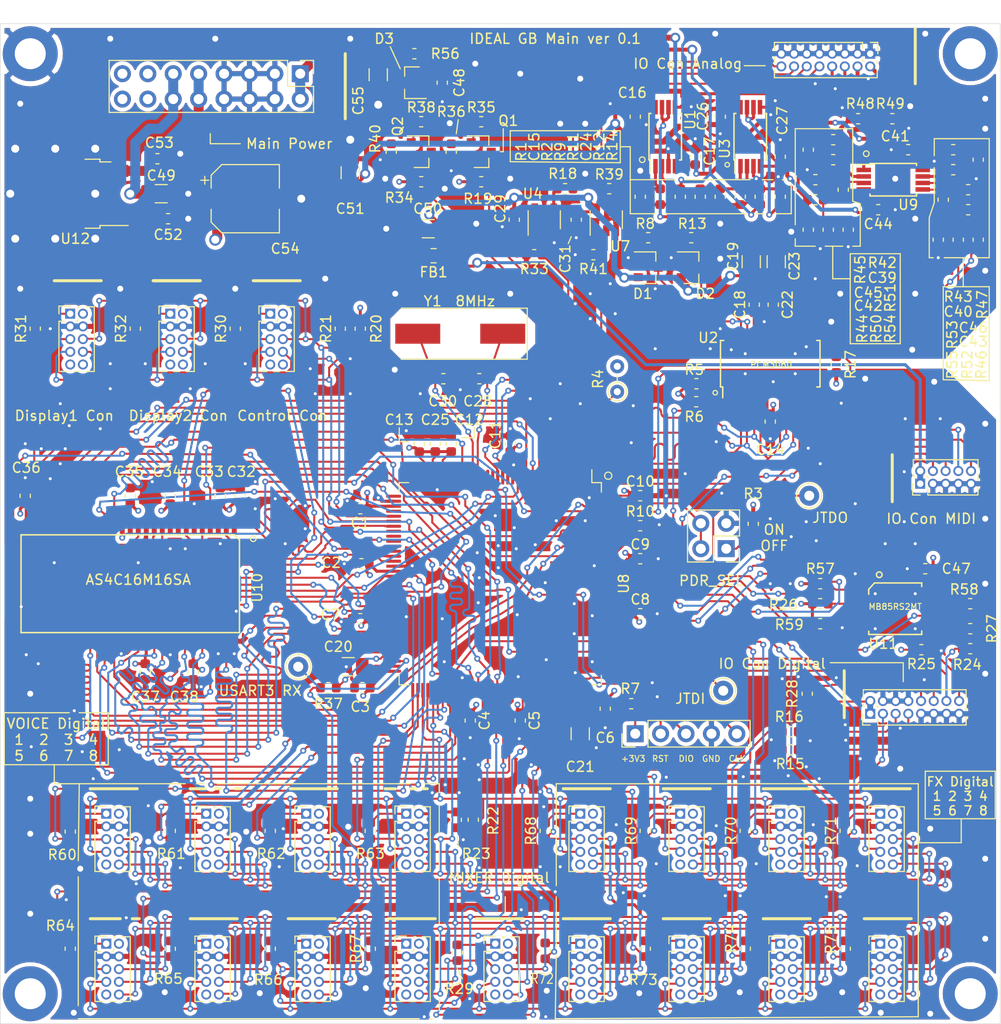
<source format=kicad_pcb>
(kicad_pcb (version 20171130) (host pcbnew "(5.1.4)-1")
  (layers (0 F.Cu signal) (1 In1.Cu power) (2 In2.Cu mixed) (31 B.Cu signal) (34 B.Paste user) (35 F.Paste user) (36 B.SilkS user) (37 F.SilkS user) (38 B.Mask user) (39 F.Mask user) (44 Edge.Cuts user))
  (net 0 "")
  (net 1 +3V3)
  (net 2 "Net-(C15-Pad2)")
  (net 3 "Net-(C15-Pad1)")
  (net 4 +12V)
  (net 5 -12V)
  (net 6 +5VA)
  (net 7 "Net-(C20-Pad1)")
  (net 8 "Net-(C21-Pad1)")
  (net 9 "Net-(C22-Pad2)")
  (net 10 "Net-(C24-Pad1)")
  (net 11 "Net-(C24-Pad2)")
  (net 12 "Net-(C28-Pad1)")
  (net 13 "Net-(C30-Pad1)")
  (net 14 "Net-(C39-Pad2)")
  (net 15 "Net-(C39-Pad1)")
  (net 16 "Net-(C40-Pad1)")
  (net 17 "Net-(C40-Pad2)")
  (net 18 "Net-(C42-Pad2)")
  (net 19 "Net-(C42-Pad1)")
  (net 20 "Net-(C43-Pad2)")
  (net 21 "Net-(C43-Pad1)")
  (net 22 "Net-(C45-Pad2)")
  (net 23 "Net-(C46-Pad2)")
  (net 24 VREF_-10V)
  (net 25 +5V)
  (net 26 DAC_IN_L)
  (net 27 DAC_IN_R)
  (net 28 "Net-(D3-Pad3)")
  (net 29 GATE1_IN)
  (net 30 GATE2_IN)
  (net 31 CV1_IN)
  (net 32 CV2_IN)
  (net 33 GATE1_OUT)
  (net 34 GATE2_OUT)
  (net 35 CV1_OUT)
  (net 36 CV2_OUT)
  (net 37 "Net-(J2-Pad1)")
  (net 38 "Net-(J2-Pad2)")
  (net 39 /USART3_TX)
  (net 40 "Net-(J3-Pad9)")
  (net 41 /SPI2_SCK)
  (net 42 /SPI2_MISO)
  (net 43 /SPI2_MOSI)
  (net 44 /~VOICE1_SPI_CS)
  (net 45 "Net-(J4-Pad9)")
  (net 46 /~FX1_SPI_CS)
  (net 47 "Net-(J5-Pad9)")
  (net 48 /~VOICE5_SPI_CS)
  (net 49 /~FX5_SPI_CS)
  (net 50 "Net-(J6-Pad9)")
  (net 51 /~VOICE2_SPI_CS)
  (net 52 "Net-(J7-Pad9)")
  (net 53 "Net-(J8-Pad9)")
  (net 54 /~FX2_SPI_CS)
  (net 55 /~VOICE6_SPI_CS)
  (net 56 "Net-(J9-Pad9)")
  (net 57 /~FX6_SPI_CS)
  (net 58 "Net-(J10-Pad9)")
  (net 59 "Net-(J11-Pad9)")
  (net 60 /~VOICE3_SPI_CS)
  (net 61 /~FX3_SPI_CS)
  (net 62 "Net-(J12-Pad9)")
  (net 63 /~VOICE7_SPI_CS)
  (net 64 "Net-(J13-Pad9)")
  (net 65 "Net-(J14-Pad9)")
  (net 66 /~FX7_SPI_CS)
  (net 67 /USART2_TX)
  (net 68 /USART2_RX)
  (net 69 /USART6_TX)
  (net 70 /USART6_RX)
  (net 71 /~VOICE4_SPI_CS)
  (net 72 "Net-(J16-Pad9)")
  (net 73 "Net-(J17-Pad9)")
  (net 74 /~FX4_SPI_CS)
  (net 75 /~VOICE8_SPI_CS)
  (net 76 "Net-(J18-Pad9)")
  (net 77 "Net-(J19-Pad9)")
  (net 78 /~FX8_SPI_CS)
  (net 79 /~RESET)
  (net 80 /SWDIO)
  (net 81 /SWCLK)
  (net 82 /~MIXER_SPI_CS)
  (net 83 "Net-(J21-Pad9)")
  (net 84 /~DISPLAY1_SPI_CS)
  (net 85 /SPI1_MOSI)
  (net 86 /SPI1_MISO)
  (net 87 /SPI1_SCK)
  (net 88 "Net-(J22-Pad9)")
  (net 89 "Net-(J22-Pad10)")
  (net 90 /SPI3_MOSI)
  (net 91 /SPI3_MISO)
  (net 92 /SPI3_SCK)
  (net 93 /~SD_SPI_CS)
  (net 94 /OTG_FS_DM)
  (net 95 /OTG_FS_DP)
  (net 96 /OTG_FS_VBUS)
  (net 97 "Net-(J24-Pad13)")
  (net 98 "Net-(J24-Pad14)")
  (net 99 "Net-(J24-Pad15)")
  (net 100 "Net-(J24-Pad16)")
  (net 101 "Net-(J25-Pad10)")
  (net 102 "Net-(J25-Pad9)")
  (net 103 /~CONTROL_SPI_CS)
  (net 104 "Net-(J26-Pad10)")
  (net 105 "Net-(J26-Pad9)")
  (net 106 /~DISPLAY2_SPI_CS)
  (net 107 "Net-(Q1-Pad1)")
  (net 108 GATE2_IN_BUF_OUT)
  (net 109 "Net-(Q2-Pad1)")
  (net 110 GATE1_IN_BUF_OUT)
  (net 111 "Net-(R4-Pad1)")
  (net 112 /I2C_SCL)
  (net 113 /I2C_SDA)
  (net 114 "Net-(R9-Pad2)")
  (net 115 /SAI1_SD_B)
  (net 116 /SAI1_FS_A)
  (net 117 /SAI1_SCK_A)
  (net 118 "Net-(R15-Pad2)")
  (net 119 "Net-(R16-Pad2)")
  (net 120 /SAI1_MCLK_A)
  (net 121 DAC_VOUTL+)
  (net 122 DAC_VOUTL-)
  (net 123 DAC_VOUTR+)
  (net 124 /SAI1_SD_A)
  (net 125 DAC_VOUTR-)
  (net 126 /~DAC_RESET)
  (net 127 /SPI4_MISO)
  (net 128 /SPI4_MOSI)
  (net 129 GATE1_OUT_BUF_IN)
  (net 130 GATE2_OUT_BUF_IN)
  (net 131 /~FRAM_SPI_CS)
  (net 132 "Net-(TP1-Pad1)")
  (net 133 "Net-(TP2-Pad1)")
  (net 134 "Net-(TP3-Pad1)")
  (net 135 "Net-(U2-Pad13)")
  (net 136 "Net-(U2-Pad14)")
  (net 137 "Net-(U8-Pad7)")
  (net 138 /FMC_A0)
  (net 139 /FMC_A1)
  (net 140 /FMC_A2)
  (net 141 /FMC_A3)
  (net 142 /FMC_A4)
  (net 143 /FMC_A5)
  (net 144 /FMC_SDNWE)
  (net 145 /FMC_SDNRAS)
  (net 146 /FMC_A6)
  (net 147 /FMC_A7)
  (net 148 /FMC_A8)
  (net 149 /FMC_A9)
  (net 150 /FMC_A10)
  (net 151 /FMC_A11)
  (net 152 /FMC_D4)
  (net 153 /FMC_D5)
  (net 154 /FMC_D6)
  (net 155 /FMC_D7)
  (net 156 /FMC_D8)
  (net 157 /FMC_D9)
  (net 158 /FMC_D10)
  (net 159 /FMC_D11)
  (net 160 /FMC_D12)
  (net 161 /FMC_D13)
  (net 162 /FMC_D14)
  (net 163 /FMC_D15)
  (net 164 /FMC_D0)
  (net 165 /FMC_D1)
  (net 166 /FMC_A12)
  (net 167 /FMC_BA0)
  (net 168 /FMC_BA1)
  (net 169 /FMC_SDCLK)
  (net 170 /FMC_D2)
  (net 171 /FMC_D3)
  (net 172 /SPI4_SCK)
  (net 173 /FMC_SDNCAS)
  (net 174 /FMC_SDCKE1)
  (net 175 /FMC_SDNE1)
  (net 176 "Net-(U8-Pad140)")
  (net 177 /FMC_NBL0)
  (net 178 /FMC_NBL1)
  (net 179 "Net-(U10-Pad40)")
  (net 180 GND)
  (net 181 "Net-(R18-Pad2)")
  (net 182 "Net-(R10-Pad1)")
  (net 183 "Net-(R14-Pad2)")
  (net 184 "Net-(R37-Pad2)")
  (net 185 "Net-(R39-Pad2)")
  (net 186 "Net-(R58-Pad1)")
  (net 187 "Net-(R59-Pad1)")
  (net 188 "Net-(U8-Pad20)")
  (net 189 "Net-(U8-Pad21)")
  (net 190 "Net-(U8-Pad22)")
  (net 191 "Net-(U8-Pad27)")
  (net 192 "Net-(U8-Pad28)")
  (net 193 "Net-(U8-Pad29)")
  (net 194 "Net-(U8-Pad34)")
  (net 195 "Net-(U8-Pad35)")
  (net 196 "Net-(U8-Pad36)")
  (net 197 "Net-(U8-Pad37)")
  (net 198 "Net-(U8-Pad40)")
  (net 199 "Net-(U8-Pad46)")
  (net 200 "Net-(U8-Pad47)")
  (net 201 "Net-(U8-Pad48)")
  (net 202 "Net-(U8-Pad44)")
  (net 203 "Net-(U8-Pad45)")
  (module custom:M3_GND_HOLE (layer F.Cu) (at 53 147)
    (fp_text reference REF** hide)
    (fp_text value M3_GND_HOLE hide)
    (pad 1 thru_hole circle (at 0 0) (size 5.5 5.5) (drill 3.1) (layers *.Cu *.Mask))
  )
  (module custom:M3_GND_HOLE (layer F.Cu) (at 147 147)
    (fp_text reference REF** hide)
    (fp_text value M3_GND_HOLE hide)
    (pad 1 thru_hole circle (at 0 0) (size 5.5 5.5) (drill 3.1) (layers *.Cu *.Mask))
  )
  (module custom:M3_GND_HOLE (layer F.Cu) (at 147 53)
    (fp_text reference REF** hide)
    (fp_text value M3_GND_HOLE hide)
    (pad 1 thru_hole circle (at 0 0) (size 5.5 5.5) (drill 3.1) (layers *.Cu *.Mask))
  )
  (module custom:M3_GND_HOLE (layer F.Cu) (at 53 53)
    (fp_text reference REF** hide)
    (fp_text value M3_GND_HOLE hide)
    (pad 1 thru_hole circle (at 0 0) (size 5.5 5.5) (drill 3.1) (layers *.Cu *.Mask) (net 180 GND))
  )
  (module Package_SO:TSSOP-8_4.4x3mm_P0.65mm (layer F.Cu) (at 125 61.3 90)
    (fp_text reference U3 (at -1.2 -2.55 90) (layer F.SilkS))
    (fp_text value TL072)
    (pad 1 smd rect (at -2.95 -0.975 90) (size 1.45 0.45) (layers F.Cu F.Paste F.Mask) (net 11 "Net-(C24-Pad2)"))
    (pad 2 smd rect (at -2.95 -0.325 90) (size 1.45 0.45) (layers F.Cu F.Paste F.Mask) (net 10 "Net-(C24-Pad1)"))
    (pad 3 smd rect (at -2.95 0.325 90) (size 1.45 0.45) (layers F.Cu F.Paste F.Mask) (net 180 GND))
    (pad 4 smd rect (at -2.95 0.975 90) (size 1.45 0.45) (layers F.Cu F.Paste F.Mask) (net 5 -12V))
    (pad 5 smd rect (at 2.95 0.975 90) (size 1.45 0.45) (layers F.Cu F.Paste F.Mask) (net 32 CV2_IN))
    (pad 6 smd rect (at 2.95 0.325 90) (size 1.45 0.45) (layers F.Cu F.Paste F.Mask) (net 183 "Net-(R14-Pad2)"))
    (pad 7 smd rect (at 2.95 -0.325 90) (size 1.45 0.45) (layers F.Cu F.Paste F.Mask) (net 183 "Net-(R14-Pad2)"))
    (pad 8 smd rect (at 2.95 -0.975 90) (size 1.45 0.45) (layers F.Cu F.Paste F.Mask) (net 4 +12V))
  )
  (module custom:AS4C16M16SA (layer F.Cu) (at 63 106 270)
    (fp_text reference U10 (at 0.4 -12.7 90) (layer F.SilkS))
    (fp_text value AS4C16M16SA (at -0.4 -0.8) (layer F.SilkS))
    (pad 3 smd rect (at -5.75 -8.8 270) (size 1.5 0.5) (layers F.Cu F.Paste F.Mask) (net 1 +3V3))
    (pad 2 smd rect (at -5.75 -9.6 270) (size 1.5 0.5) (layers F.Cu F.Paste F.Mask) (net 164 /FMC_D0))
    (pad 1 smd rect (at -5.75 -10.4 270) (size 1.5 0.5) (layers F.Cu F.Paste F.Mask) (net 1 +3V3))
    (pad 4 smd rect (at -5.75 -8 270) (size 1.5 0.5) (layers F.Cu F.Paste F.Mask) (net 165 /FMC_D1))
    (pad 5 smd rect (at -5.75 -7.2 270) (size 1.5 0.5) (layers F.Cu F.Paste F.Mask) (net 170 /FMC_D2))
    (pad 6 smd rect (at -5.75 -6.4 270) (size 1.5 0.5) (layers F.Cu F.Paste F.Mask) (net 180 GND))
    (pad 7 smd rect (at -5.75 -5.6 270) (size 1.5 0.5) (layers F.Cu F.Paste F.Mask) (net 171 /FMC_D3))
    (pad 8 smd rect (at -5.75 -4.8 270) (size 1.5 0.5) (layers F.Cu F.Paste F.Mask) (net 152 /FMC_D4))
    (pad 9 smd rect (at -5.75 -4 270) (size 1.5 0.5) (layers F.Cu F.Paste F.Mask) (net 1 +3V3))
    (pad 10 smd rect (at -5.75 -3.2 270) (size 1.5 0.5) (layers F.Cu F.Paste F.Mask) (net 153 /FMC_D5))
    (pad 11 smd rect (at -5.75 -2.4 270) (size 1.5 0.5) (layers F.Cu F.Paste F.Mask) (net 154 /FMC_D6))
    (pad 12 smd rect (at -5.75 -1.6 270) (size 1.5 0.5) (layers F.Cu F.Paste F.Mask) (net 180 GND))
    (pad 13 smd rect (at -5.75 -0.8 270) (size 1.5 0.5) (layers F.Cu F.Paste F.Mask) (net 155 /FMC_D7))
    (pad 14 smd rect (at -5.75 0 270) (size 1.5 0.5) (layers F.Cu F.Paste F.Mask) (net 1 +3V3))
    (pad 15 smd rect (at -5.75 0.8 270) (size 1.5 0.5) (layers F.Cu F.Paste F.Mask) (net 177 /FMC_NBL0))
    (pad 16 smd rect (at -5.75 1.6 270) (size 1.5 0.5) (layers F.Cu F.Paste F.Mask) (net 144 /FMC_SDNWE))
    (pad 17 smd rect (at -5.75 2.4 270) (size 1.5 0.5) (layers F.Cu F.Paste F.Mask) (net 173 /FMC_SDNCAS))
    (pad 18 smd rect (at -5.75 3.2 270) (size 1.5 0.5) (layers F.Cu F.Paste F.Mask) (net 145 /FMC_SDNRAS))
    (pad 19 smd rect (at -5.75 4 270) (size 1.5 0.5) (layers F.Cu F.Paste F.Mask) (net 175 /FMC_SDNE1))
    (pad 20 smd rect (at -5.75 4.8 270) (size 1.5 0.5) (layers F.Cu F.Paste F.Mask) (net 167 /FMC_BA0))
    (pad 21 smd rect (at -5.75 5.6 270) (size 1.5 0.5) (layers F.Cu F.Paste F.Mask) (net 168 /FMC_BA1))
    (pad 22 smd rect (at -5.75 6.4 270) (size 1.5 0.5) (layers F.Cu F.Paste F.Mask) (net 150 /FMC_A10))
    (pad 23 smd rect (at -5.75 7.2 270) (size 1.5 0.5) (layers F.Cu F.Paste F.Mask) (net 138 /FMC_A0))
    (pad 24 smd rect (at -5.75 8 270) (size 1.5 0.5) (layers F.Cu F.Paste F.Mask) (net 139 /FMC_A1))
    (pad 25 smd rect (at -5.75 8.8 270) (size 1.5 0.5) (layers F.Cu F.Paste F.Mask) (net 140 /FMC_A2))
    (pad 26 smd rect (at -5.75 9.6 270) (size 1.5 0.5) (layers F.Cu F.Paste F.Mask) (net 141 /FMC_A3))
    (pad 27 smd rect (at -5.75 10.4 270) (size 1.5 0.5) (layers F.Cu F.Paste F.Mask) (net 1 +3V3))
    (pad 28 smd rect (at 5.75 10.4 270) (size 1.5 0.5) (layers F.Cu F.Paste F.Mask) (net 180 GND))
    (pad 29 smd rect (at 5.75 9.6 270) (size 1.5 0.5) (layers F.Cu F.Paste F.Mask) (net 142 /FMC_A4))
    (pad 30 smd rect (at 5.75 8.8 270) (size 1.5 0.5) (layers F.Cu F.Paste F.Mask) (net 143 /FMC_A5))
    (pad 31 smd rect (at 5.75 8 270) (size 1.5 0.5) (layers F.Cu F.Paste F.Mask) (net 146 /FMC_A6))
    (pad 32 smd rect (at 5.75 7.2 270) (size 1.5 0.5) (layers F.Cu F.Paste F.Mask) (net 147 /FMC_A7))
    (pad 33 smd rect (at 5.75 6.4 270) (size 1.5 0.5) (layers F.Cu F.Paste F.Mask) (net 148 /FMC_A8))
    (pad 34 smd rect (at 5.75 5.6 270) (size 1.5 0.5) (layers F.Cu F.Paste F.Mask) (net 149 /FMC_A9))
    (pad 35 smd rect (at 5.75 4.8 270) (size 1.5 0.5) (layers F.Cu F.Paste F.Mask) (net 151 /FMC_A11))
    (pad 36 smd rect (at 5.75 4 270) (size 1.5 0.5) (layers F.Cu F.Paste F.Mask) (net 166 /FMC_A12))
    (pad 37 smd rect (at 5.75 3.2 270) (size 1.5 0.5) (layers F.Cu F.Paste F.Mask) (net 174 /FMC_SDCKE1))
    (pad 38 smd rect (at 5.75 2.4 270) (size 1.5 0.5) (layers F.Cu F.Paste F.Mask) (net 169 /FMC_SDCLK))
    (pad 39 smd rect (at 5.75 1.6 270) (size 1.5 0.5) (layers F.Cu F.Paste F.Mask) (net 178 /FMC_NBL1))
    (pad 40 smd rect (at 5.75 0.8 270) (size 1.5 0.5) (layers F.Cu F.Paste F.Mask) (net 179 "Net-(U10-Pad40)"))
    (pad 41 smd rect (at 5.75 0 270) (size 1.5 0.5) (layers F.Cu F.Paste F.Mask) (net 180 GND))
    (pad 42 smd rect (at 5.75 -0.8 270) (size 1.5 0.5) (layers F.Cu F.Paste F.Mask) (net 156 /FMC_D8))
    (pad 43 smd rect (at 5.75 -1.6 270) (size 1.5 0.5) (layers F.Cu F.Paste F.Mask) (net 1 +3V3))
    (pad 44 smd rect (at 5.75 -2.4 270) (size 1.5 0.5) (layers F.Cu F.Paste F.Mask) (net 157 /FMC_D9))
    (pad 45 smd rect (at 5.75 -3.2 270) (size 1.5 0.5) (layers F.Cu F.Paste F.Mask) (net 158 /FMC_D10))
    (pad 46 smd rect (at 5.75 -4 270) (size 1.5 0.5) (layers F.Cu F.Paste F.Mask) (net 180 GND))
    (pad 47 smd rect (at 5.75 -4.8 270) (size 1.5 0.5) (layers F.Cu F.Paste F.Mask) (net 159 /FMC_D11))
    (pad 48 smd rect (at 5.75 -5.6 270) (size 1.5 0.5) (layers F.Cu F.Paste F.Mask) (net 160 /FMC_D12))
    (pad 49 smd rect (at 5.75 -6.4 270) (size 1.5 0.5) (layers F.Cu F.Paste F.Mask) (net 1 +3V3))
    (pad 50 smd rect (at 5.75 -7.2 270) (size 1.5 0.5) (layers F.Cu F.Paste F.Mask) (net 161 /FMC_D13))
    (pad 51 smd rect (at 5.75 -8 270) (size 1.5 0.5) (layers F.Cu F.Paste F.Mask) (net 162 /FMC_D14))
    (pad 52 smd rect (at 5.75 -8.8 270) (size 1.5 0.5) (layers F.Cu F.Paste F.Mask) (net 180 GND))
    (pad 53 smd rect (at 5.75 -9.6 270) (size 1.5 0.5) (layers F.Cu F.Paste F.Mask) (net 163 /FMC_D15))
    (pad 54 smd rect (at 5.75 -10.4 270) (size 1.5 0.5) (layers F.Cu F.Paste F.Mask) (net 180 GND))
  )
  (module Capacitor_SMD:C_0603_1608Metric (layer F.Cu) (at 97.9 85.5 180)
    (fp_text reference C28 (at 0.15 -2.25) (layer F.SilkS))
    (fp_text value 18p)
    (pad 2 smd roundrect (at 0.7875 0 180) (size 0.875 0.95) (layers F.Cu F.Paste F.Mask) (net 180 GND))
    (pad 1 smd roundrect (at -0.7875 0 180) (size 0.875 0.95) (layers F.Cu F.Paste F.Mask) (net 12 "Net-(C28-Pad1)"))
  )
  (module Crystal:Crystal_SMD_HC49-SD (layer F.Cu) (at 96 81 180)
    (fp_text reference Y1 (at 2.75 3.25) (layer F.SilkS))
    (fp_text value 8MHz)
    (pad 2 smd rect (at 4.25 0 180) (size 4.5 2) (layers F.Cu F.Paste F.Mask) (net 13 "Net-(C30-Pad1)"))
    (pad 1 smd rect (at -4.25 0 180) (size 4.5 2) (layers F.Cu F.Paste F.Mask) (net 12 "Net-(C28-Pad1)"))
  )
  (module Resistor_SMD:R_0603_1608Metric (layer F.Cu) (at 134.5 142.5 90)
    (fp_text reference R75 (at 0.9 -1.43 90) (layer F.SilkS))
    (fp_text value 10k)
    (pad 2 smd roundrect (at 0.7875 0 90) (size 0.875 0.95) (layers F.Cu F.Paste F.Mask) (net 1 +3V3))
    (pad 1 smd roundrect (at -0.7875 0 90) (size 0.875 0.95) (layers F.Cu F.Paste F.Mask) (net 78 /~FX8_SPI_CS))
  )
  (module Resistor_SMD:R_0603_1608Metric (layer F.Cu) (at 124.5 142.5 90)
    (fp_text reference R74 (at 1 -1.4 90) (layer F.SilkS))
    (fp_text value 10k)
    (pad 2 smd roundrect (at 0.7875 0 90) (size 0.875 0.95) (layers F.Cu F.Paste F.Mask) (net 1 +3V3))
    (pad 1 smd roundrect (at -0.7875 0 90) (size 0.875 0.95) (layers F.Cu F.Paste F.Mask) (net 66 /~FX7_SPI_CS))
  )
  (module Resistor_SMD:R_0603_1608Metric (layer F.Cu) (at 114.5 142.5 90)
    (fp_text reference R73 (at -3.1 -0.2 180) (layer F.SilkS))
    (fp_text value 10k)
    (pad 2 smd roundrect (at 0.7875 0 90) (size 0.875 0.95) (layers F.Cu F.Paste F.Mask) (net 1 +3V3))
    (pad 1 smd roundrect (at -0.7875 0 90) (size 0.875 0.95) (layers F.Cu F.Paste F.Mask) (net 57 /~FX6_SPI_CS))
  )
  (module Resistor_SMD:R_0603_1608Metric (layer F.Cu) (at 104.5 142.7125 90)
    (fp_text reference R72 (at -2.7875 -0.3) (layer F.SilkS) (effects (font (size 1 0.8) (thickness 0.12))))
    (fp_text value 10k)
    (pad 2 smd roundrect (at 0.7875 0 90) (size 0.875 0.95) (layers F.Cu F.Paste F.Mask) (net 1 +3V3))
    (pad 1 smd roundrect (at -0.7875 0 90) (size 0.875 0.95) (layers F.Cu F.Paste F.Mask) (net 49 /~FX5_SPI_CS))
  )
  (module Resistor_SMD:R_0603_1608Metric (layer F.Cu) (at 134.5 130.7125 90)
    (fp_text reference R71 (at 0 -1.43 90) (layer F.SilkS))
    (fp_text value 10k)
    (pad 2 smd roundrect (at 0.7875 0 90) (size 0.875 0.95) (layers F.Cu F.Paste F.Mask) (net 1 +3V3))
    (pad 1 smd roundrect (at -0.7875 0 90) (size 0.875 0.95) (layers F.Cu F.Paste F.Mask) (net 74 /~FX4_SPI_CS))
  )
  (module Resistor_SMD:R_0603_1608Metric (layer F.Cu) (at 124.5 130.7125 90)
    (fp_text reference R70 (at 0 -1.43 90) (layer F.SilkS))
    (fp_text value 10k)
    (pad 2 smd roundrect (at 0.7875 0 90) (size 0.875 0.95) (layers F.Cu F.Paste F.Mask) (net 1 +3V3))
    (pad 1 smd roundrect (at -0.7875 0 90) (size 0.875 0.95) (layers F.Cu F.Paste F.Mask) (net 61 /~FX3_SPI_CS))
  )
  (module Resistor_SMD:R_0603_1608Metric (layer F.Cu) (at 114.5 130.7125 90)
    (fp_text reference R69 (at 0 -1.43 90) (layer F.SilkS))
    (fp_text value 10k)
    (pad 2 smd roundrect (at 0.7875 0 90) (size 0.875 0.95) (layers F.Cu F.Paste F.Mask) (net 1 +3V3))
    (pad 1 smd roundrect (at -0.7875 0 90) (size 0.875 0.95) (layers F.Cu F.Paste F.Mask) (net 54 /~FX2_SPI_CS))
  )
  (module Resistor_SMD:R_0603_1608Metric (layer F.Cu) (at 104.5 130.7125 90)
    (fp_text reference R68 (at 0 -1.43 90) (layer F.SilkS))
    (fp_text value 10k)
    (pad 2 smd roundrect (at 0.7875 0 90) (size 0.875 0.95) (layers F.Cu F.Paste F.Mask) (net 1 +3V3))
    (pad 1 smd roundrect (at -0.7875 0 90) (size 0.875 0.95) (layers F.Cu F.Paste F.Mask) (net 46 /~FX1_SPI_CS))
  )
  (module Resistor_SMD:R_0603_1608Metric (layer F.Cu) (at 87 142.5 90)
    (fp_text reference R67 (at -0.01 -1.43 90) (layer F.SilkS))
    (fp_text value 10k)
    (pad 2 smd roundrect (at 0.7875 0 90) (size 0.875 0.95) (layers F.Cu F.Paste F.Mask) (net 1 +3V3))
    (pad 1 smd roundrect (at -0.7875 0 90) (size 0.875 0.95) (layers F.Cu F.Paste F.Mask) (net 75 /~VOICE8_SPI_CS))
  )
  (module Resistor_SMD:R_0603_1608Metric (layer F.Cu) (at 77 142.5 90)
    (fp_text reference R66 (at -3.1 -0.2 180) (layer F.SilkS))
    (fp_text value 10k)
    (pad 2 smd roundrect (at 0.7875 0 90) (size 0.875 0.95) (layers F.Cu F.Paste F.Mask) (net 1 +3V3))
    (pad 1 smd roundrect (at -0.7875 0 90) (size 0.875 0.95) (layers F.Cu F.Paste F.Mask) (net 63 /~VOICE7_SPI_CS))
  )
  (module Resistor_SMD:R_0603_1608Metric (layer F.Cu) (at 67 142.5 90)
    (fp_text reference R65 (at -3 -0.2 180) (layer F.SilkS))
    (fp_text value 10k)
    (pad 2 smd roundrect (at 0.7875 0 90) (size 0.875 0.95) (layers F.Cu F.Paste F.Mask) (net 1 +3V3))
    (pad 1 smd roundrect (at -0.7875 0 90) (size 0.875 0.95) (layers F.Cu F.Paste F.Mask) (net 55 /~VOICE6_SPI_CS))
  )
  (module Resistor_SMD:R_0603_1608Metric (layer F.Cu) (at 57 142.5 90)
    (fp_text reference R64 (at 2.3 -1 180) (layer F.SilkS))
    (fp_text value 10k)
    (pad 2 smd roundrect (at 0.7875 0 90) (size 0.875 0.95) (layers F.Cu F.Paste F.Mask) (net 1 +3V3))
    (pad 1 smd roundrect (at -0.7875 0 90) (size 0.875 0.95) (layers F.Cu F.Paste F.Mask) (net 48 /~VOICE5_SPI_CS))
  )
  (module Resistor_SMD:R_0603_1608Metric (layer F.Cu) (at 87 130.7125 90)
    (fp_text reference R63 (at -2.2875 0 180) (layer F.SilkS))
    (fp_text value 10k)
    (pad 2 smd roundrect (at 0.7875 0 90) (size 0.875 0.95) (layers F.Cu F.Paste F.Mask) (net 1 +3V3))
    (pad 1 smd roundrect (at -0.7875 0 90) (size 0.875 0.95) (layers F.Cu F.Paste F.Mask) (net 71 /~VOICE4_SPI_CS))
  )
  (module Resistor_SMD:R_0603_1608Metric (layer F.Cu) (at 77 130.7125 90)
    (fp_text reference R62 (at -2.2875 0.1 180) (layer F.SilkS))
    (fp_text value 10k)
    (pad 2 smd roundrect (at 0.7875 0 90) (size 0.875 0.95) (layers F.Cu F.Paste F.Mask) (net 1 +3V3))
    (pad 1 smd roundrect (at -0.7875 0 90) (size 0.875 0.95) (layers F.Cu F.Paste F.Mask) (net 60 /~VOICE3_SPI_CS))
  )
  (module Resistor_SMD:R_0603_1608Metric (layer F.Cu) (at 67 130.7125 90)
    (fp_text reference R61 (at -2.2875 0.1 180) (layer F.SilkS))
    (fp_text value 10k)
    (pad 2 smd roundrect (at 0.7875 0 90) (size 0.875 0.95) (layers F.Cu F.Paste F.Mask) (net 1 +3V3))
    (pad 1 smd roundrect (at -0.7875 0 90) (size 0.875 0.95) (layers F.Cu F.Paste F.Mask) (net 51 /~VOICE2_SPI_CS))
  )
  (module Resistor_SMD:R_0603_1608Metric (layer F.Cu) (at 57 130.7875 90)
    (fp_text reference R60 (at -2.3125 -0.8 180) (layer F.SilkS))
    (fp_text value 10k)
    (pad 2 smd roundrect (at 0.7875 0 90) (size 0.875 0.95) (layers F.Cu F.Paste F.Mask) (net 1 +3V3))
    (pad 1 smd roundrect (at -0.7875 0 90) (size 0.875 0.95) (layers F.Cu F.Paste F.Mask) (net 44 /~VOICE1_SPI_CS))
  )
  (module Resistor_SMD:R_0603_1608Metric (layer F.Cu) (at 86 80.5 90)
    (fp_text reference R20 (at 0 1.6 90) (layer F.SilkS))
    (fp_text value 10k)
    (pad 2 smd roundrect (at 0.7875 0 90) (size 0.875 0.95) (layers F.Cu F.Paste F.Mask) (net 1 +3V3))
    (pad 1 smd roundrect (at -0.7875 0 90) (size 0.875 0.95) (layers F.Cu F.Paste F.Mask) (net 86 /SPI1_MISO))
  )
  (module Package_QFP:LQFP-144_20x20mm_P0.5mm (layer F.Cu) (at 100 106 270)
    (fp_text reference U8 (at 0 -12.35 270) (layer F.SilkS))
    (fp_text value STM32F446ZETx)
    (pad 1 smd roundrect (at -10.6625 -8.75 270) (size 1.475 0.3) (layers F.Cu F.Paste F.Mask) (net 120 /SAI1_MCLK_A))
    (pad 2 smd roundrect (at -10.6625 -8.25 270) (size 1.475 0.3) (layers F.Cu F.Paste F.Mask) (net 115 /SAI1_SD_B))
    (pad 3 smd roundrect (at -10.6625 -7.75 270) (size 1.475 0.3) (layers F.Cu F.Paste F.Mask) (net 116 /SAI1_FS_A))
    (pad 4 smd roundrect (at -10.6625 -7.25 270) (size 1.475 0.3) (layers F.Cu F.Paste F.Mask) (net 117 /SAI1_SCK_A))
    (pad 5 smd roundrect (at -10.6625 -6.75 270) (size 1.475 0.3) (layers F.Cu F.Paste F.Mask) (net 124 /SAI1_SD_A))
    (pad 6 smd roundrect (at -10.6625 -6.25 270) (size 1.475 0.3) (layers F.Cu F.Paste F.Mask) (net 111 "Net-(R4-Pad1)"))
    (pad 7 smd roundrect (at -10.6625 -5.75 270) (size 1.475 0.3) (layers F.Cu F.Paste F.Mask) (net 137 "Net-(U8-Pad7)"))
    (pad 8 smd roundrect (at -10.6625 -5.25 270) (size 1.475 0.3) (layers F.Cu F.Paste F.Mask) (net 130 GATE2_OUT_BUF_IN))
    (pad 9 smd roundrect (at -10.6625 -4.75 270) (size 1.475 0.3) (layers F.Cu F.Paste F.Mask) (net 129 GATE1_OUT_BUF_IN))
    (pad 10 smd roundrect (at -10.6625 -4.25 270) (size 1.475 0.3) (layers F.Cu F.Paste F.Mask) (net 138 /FMC_A0))
    (pad 11 smd roundrect (at -10.6625 -3.75 270) (size 1.475 0.3) (layers F.Cu F.Paste F.Mask) (net 139 /FMC_A1))
    (pad 12 smd roundrect (at -10.6625 -3.25 270) (size 1.475 0.3) (layers F.Cu F.Paste F.Mask) (net 140 /FMC_A2))
    (pad 13 smd roundrect (at -10.6625 -2.75 270) (size 1.475 0.3) (layers F.Cu F.Paste F.Mask) (net 141 /FMC_A3))
    (pad 14 smd roundrect (at -10.6625 -2.25 270) (size 1.475 0.3) (layers F.Cu F.Paste F.Mask) (net 142 /FMC_A4))
    (pad 15 smd roundrect (at -10.6625 -1.75 270) (size 1.475 0.3) (layers F.Cu F.Paste F.Mask) (net 143 /FMC_A5))
    (pad 16 smd roundrect (at -10.6625 -1.25 270) (size 1.475 0.3) (layers F.Cu F.Paste F.Mask) (net 180 GND))
    (pad 17 smd roundrect (at -10.6625 -0.75 270) (size 1.475 0.3) (layers F.Cu F.Paste F.Mask) (net 1 +3V3))
    (pad 18 smd roundrect (at -10.6625 -0.25 270) (size 1.475 0.3) (layers F.Cu F.Paste F.Mask) (net 108 GATE2_IN_BUF_OUT))
    (pad 19 smd roundrect (at -10.6625 0.25 270) (size 1.475 0.3) (layers F.Cu F.Paste F.Mask) (net 110 GATE1_IN_BUF_OUT))
    (pad 20 smd roundrect (at -10.6625 0.75 270) (size 1.475 0.3) (layers F.Cu F.Paste F.Mask) (net 188 "Net-(U8-Pad20)"))
    (pad 21 smd roundrect (at -10.6625 1.25 270) (size 1.475 0.3) (layers F.Cu F.Paste F.Mask) (net 189 "Net-(U8-Pad21)"))
    (pad 22 smd roundrect (at -10.6625 1.75 270) (size 1.475 0.3) (layers F.Cu F.Paste F.Mask) (net 190 "Net-(U8-Pad22)"))
    (pad 23 smd roundrect (at -10.6625 2.25 270) (size 1.475 0.3) (layers F.Cu F.Paste F.Mask) (net 12 "Net-(C28-Pad1)"))
    (pad 24 smd roundrect (at -10.6625 2.75 270) (size 1.475 0.3) (layers F.Cu F.Paste F.Mask) (net 13 "Net-(C30-Pad1)"))
    (pad 25 smd roundrect (at -10.6625 3.25 270) (size 1.475 0.3) (layers F.Cu F.Paste F.Mask) (net 79 /~RESET))
    (pad 26 smd roundrect (at -10.6625 3.75 270) (size 1.475 0.3) (layers F.Cu F.Paste F.Mask) (net 144 /FMC_SDNWE))
    (pad 27 smd roundrect (at -10.6625 4.25 270) (size 1.475 0.3) (layers F.Cu F.Paste F.Mask) (net 191 "Net-(U8-Pad27)"))
    (pad 28 smd roundrect (at -10.6625 4.75 270) (size 1.475 0.3) (layers F.Cu F.Paste F.Mask) (net 192 "Net-(U8-Pad28)"))
    (pad 29 smd roundrect (at -10.6625 5.25 270) (size 1.475 0.3) (layers F.Cu F.Paste F.Mask) (net 193 "Net-(U8-Pad29)"))
    (pad 30 smd roundrect (at -10.6625 5.75 270) (size 1.475 0.3) (layers F.Cu F.Paste F.Mask) (net 1 +3V3))
    (pad 31 smd roundrect (at -10.6625 6.25 270) (size 1.475 0.3) (layers F.Cu F.Paste F.Mask) (net 180 GND))
    (pad 32 smd roundrect (at -10.6625 6.75 270) (size 1.475 0.3) (layers F.Cu F.Paste F.Mask) (net 1 +3V3))
    (pad 33 smd roundrect (at -10.6625 7.25 270) (size 1.475 0.3) (layers F.Cu F.Paste F.Mask) (net 1 +3V3))
    (pad 34 smd roundrect (at -10.6625 7.75 270) (size 1.475 0.3) (layers F.Cu F.Paste F.Mask) (net 194 "Net-(U8-Pad34)"))
    (pad 35 smd roundrect (at -10.6625 8.25 270) (size 1.475 0.3) (layers F.Cu F.Paste F.Mask) (net 195 "Net-(U8-Pad35)"))
    (pad 36 smd roundrect (at -10.6625 8.75 270) (size 1.475 0.3) (layers F.Cu F.Paste F.Mask) (net 196 "Net-(U8-Pad36)"))
    (pad 37 smd roundrect (at -8.75 10.6625 270) (size 0.3 1.475) (layers F.Cu F.Paste F.Mask) (net 197 "Net-(U8-Pad37)"))
    (pad 38 smd roundrect (at -8.25 10.6625 270) (size 0.3 1.475) (layers F.Cu F.Paste F.Mask) (net 180 GND))
    (pad 39 smd roundrect (at -7.75 10.6625 270) (size 0.3 1.475) (layers F.Cu F.Paste F.Mask) (net 1 +3V3))
    (pad 40 smd roundrect (at -7.25 10.6625 270) (size 0.3 1.475) (layers F.Cu F.Paste F.Mask) (net 198 "Net-(U8-Pad40)"))
    (pad 41 smd roundrect (at -6.75 10.6625 270) (size 0.3 1.475) (layers F.Cu F.Paste F.Mask) (net 87 /SPI1_SCK))
    (pad 42 smd roundrect (at -6.25 10.6625 270) (size 0.3 1.475) (layers F.Cu F.Paste F.Mask) (net 86 /SPI1_MISO))
    (pad 43 smd roundrect (at -5.75 10.6625 270) (size 0.3 1.475) (layers F.Cu F.Paste F.Mask) (net 85 /SPI1_MOSI))
    (pad 44 smd roundrect (at -5.25 10.6625 270) (size 0.3 1.475) (layers F.Cu F.Paste F.Mask) (net 202 "Net-(U8-Pad44)"))
    (pad 45 smd roundrect (at -4.75 10.6625 270) (size 0.3 1.475) (layers F.Cu F.Paste F.Mask) (net 203 "Net-(U8-Pad45)"))
    (pad 46 smd roundrect (at -4.25 10.6625 270) (size 0.3 1.475) (layers F.Cu F.Paste F.Mask) (net 199 "Net-(U8-Pad46)"))
    (pad 47 smd roundrect (at -3.75 10.6625 270) (size 0.3 1.475) (layers F.Cu F.Paste F.Mask) (net 200 "Net-(U8-Pad47)"))
    (pad 48 smd roundrect (at -3.25 10.6625 270) (size 0.3 1.475) (layers F.Cu F.Paste F.Mask) (net 201 "Net-(U8-Pad48)"))
    (pad 49 smd roundrect (at -2.75 10.6625 270) (size 0.3 1.475) (layers F.Cu F.Paste F.Mask) (net 145 /FMC_SDNRAS))
    (pad 50 smd roundrect (at -2.25 10.6625 270) (size 0.3 1.475) (layers F.Cu F.Paste F.Mask) (net 146 /FMC_A6))
    (pad 51 smd roundrect (at -1.75 10.6625 270) (size 0.3 1.475) (layers F.Cu F.Paste F.Mask) (net 180 GND))
    (pad 52 smd roundrect (at -1.25 10.6625 270) (size 0.3 1.475) (layers F.Cu F.Paste F.Mask) (net 1 +3V3))
    (pad 53 smd roundrect (at -0.75 10.6625 270) (size 0.3 1.475) (layers F.Cu F.Paste F.Mask) (net 147 /FMC_A7))
    (pad 54 smd roundrect (at -0.25 10.6625 270) (size 0.3 1.475) (layers F.Cu F.Paste F.Mask) (net 148 /FMC_A8))
    (pad 55 smd roundrect (at 0.25 10.6625 270) (size 0.3 1.475) (layers F.Cu F.Paste F.Mask) (net 149 /FMC_A9))
    (pad 56 smd roundrect (at 0.75 10.6625 270) (size 0.3 1.475) (layers F.Cu F.Paste F.Mask) (net 150 /FMC_A10))
    (pad 57 smd roundrect (at 1.25 10.6625 270) (size 0.3 1.475) (layers F.Cu F.Paste F.Mask) (net 151 /FMC_A11))
    (pad 58 smd roundrect (at 1.75 10.6625 270) (size 0.3 1.475) (layers F.Cu F.Paste F.Mask) (net 152 /FMC_D4))
    (pad 59 smd roundrect (at 2.25 10.6625 270) (size 0.3 1.475) (layers F.Cu F.Paste F.Mask) (net 153 /FMC_D5))
    (pad 60 smd roundrect (at 2.75 10.6625 270) (size 0.3 1.475) (layers F.Cu F.Paste F.Mask) (net 154 /FMC_D6))
    (pad 61 smd roundrect (at 3.25 10.6625 270) (size 0.3 1.475) (layers F.Cu F.Paste F.Mask) (net 180 GND))
    (pad 62 smd roundrect (at 3.75 10.6625 270) (size 0.3 1.475) (layers F.Cu F.Paste F.Mask) (net 1 +3V3))
    (pad 63 smd roundrect (at 4.25 10.6625 270) (size 0.3 1.475) (layers F.Cu F.Paste F.Mask) (net 155 /FMC_D7))
    (pad 64 smd roundrect (at 4.75 10.6625 270) (size 0.3 1.475) (layers F.Cu F.Paste F.Mask) (net 156 /FMC_D8))
    (pad 65 smd roundrect (at 5.25 10.6625 270) (size 0.3 1.475) (layers F.Cu F.Paste F.Mask) (net 157 /FMC_D9))
    (pad 66 smd roundrect (at 5.75 10.6625 270) (size 0.3 1.475) (layers F.Cu F.Paste F.Mask) (net 158 /FMC_D10))
    (pad 67 smd roundrect (at 6.25 10.6625 270) (size 0.3 1.475) (layers F.Cu F.Paste F.Mask) (net 159 /FMC_D11))
    (pad 68 smd roundrect (at 6.75 10.6625 270) (size 0.3 1.475) (layers F.Cu F.Paste F.Mask) (net 160 /FMC_D12))
    (pad 69 smd roundrect (at 7.25 10.6625 270) (size 0.3 1.475) (layers F.Cu F.Paste F.Mask) (net 184 "Net-(R37-Pad2)"))
    (pad 70 smd roundrect (at 7.75 10.6625 270) (size 0.3 1.475) (layers F.Cu F.Paste F.Mask) (net 134 "Net-(TP3-Pad1)"))
    (pad 71 smd roundrect (at 8.25 10.6625 270) (size 0.3 1.475) (layers F.Cu F.Paste F.Mask) (net 7 "Net-(C20-Pad1)"))
    (pad 72 smd roundrect (at 8.75 10.6625 270) (size 0.3 1.475) (layers F.Cu F.Paste F.Mask) (net 1 +3V3))
    (pad 73 smd roundrect (at 10.6625 8.75 270) (size 1.475 0.3) (layers F.Cu F.Paste F.Mask) (net 44 /~VOICE1_SPI_CS))
    (pad 74 smd roundrect (at 10.6625 8.25 270) (size 1.475 0.3) (layers F.Cu F.Paste F.Mask) (net 41 /SPI2_SCK))
    (pad 75 smd roundrect (at 10.6625 7.75 270) (size 1.475 0.3) (layers F.Cu F.Paste F.Mask) (net 42 /SPI2_MISO))
    (pad 76 smd roundrect (at 10.6625 7.25 270) (size 1.475 0.3) (layers F.Cu F.Paste F.Mask) (net 43 /SPI2_MOSI))
    (pad 77 smd roundrect (at 10.6625 6.75 270) (size 1.475 0.3) (layers F.Cu F.Paste F.Mask) (net 161 /FMC_D13))
    (pad 78 smd roundrect (at 10.6625 6.25 270) (size 1.475 0.3) (layers F.Cu F.Paste F.Mask) (net 162 /FMC_D14))
    (pad 79 smd roundrect (at 10.6625 5.75 270) (size 1.475 0.3) (layers F.Cu F.Paste F.Mask) (net 163 /FMC_D15))
    (pad 80 smd roundrect (at 10.6625 5.25 270) (size 1.475 0.3) (layers F.Cu F.Paste F.Mask) (net 51 /~VOICE2_SPI_CS))
    (pad 81 smd roundrect (at 10.6625 4.75 270) (size 1.475 0.3) (layers F.Cu F.Paste F.Mask) (net 60 /~VOICE3_SPI_CS))
    (pad 82 smd roundrect (at 10.6625 4.25 270) (size 1.475 0.3) (layers F.Cu F.Paste F.Mask) (net 71 /~VOICE4_SPI_CS))
    (pad 83 smd roundrect (at 10.6625 3.75 270) (size 1.475 0.3) (layers F.Cu F.Paste F.Mask) (net 180 GND))
    (pad 84 smd roundrect (at 10.6625 3.25 270) (size 1.475 0.3) (layers F.Cu F.Paste F.Mask) (net 1 +3V3))
    (pad 85 smd roundrect (at 10.6625 2.75 270) (size 1.475 0.3) (layers F.Cu F.Paste F.Mask) (net 164 /FMC_D0))
    (pad 86 smd roundrect (at 10.6625 2.25 270) (size 1.475 0.3) (layers F.Cu F.Paste F.Mask) (net 165 /FMC_D1))
    (pad 87 smd roundrect (at 10.6625 1.75 270) (size 1.475 0.3) (layers F.Cu F.Paste F.Mask) (net 166 /FMC_A12))
    (pad 88 smd roundrect (at 10.6625 1.25 270) (size 1.475 0.3) (layers F.Cu F.Paste F.Mask) (net 48 /~VOICE5_SPI_CS))
    (pad 89 smd roundrect (at 10.6625 0.75 270) (size 1.475 0.3) (layers F.Cu F.Paste F.Mask) (net 167 /FMC_BA0))
    (pad 90 smd roundrect (at 10.6625 0.25 270) (size 1.475 0.3) (layers F.Cu F.Paste F.Mask) (net 168 /FMC_BA1))
    (pad 91 smd roundrect (at 10.6625 -0.25 270) (size 1.475 0.3) (layers F.Cu F.Paste F.Mask) (net 55 /~VOICE6_SPI_CS))
    (pad 92 smd roundrect (at 10.6625 -0.75 270) (size 1.475 0.3) (layers F.Cu F.Paste F.Mask) (net 63 /~VOICE7_SPI_CS))
    (pad 93 smd roundrect (at 10.6625 -1.25 270) (size 1.475 0.3) (layers F.Cu F.Paste F.Mask) (net 169 /FMC_SDCLK))
    (pad 94 smd roundrect (at 10.6625 -1.75 270) (size 1.475 0.3) (layers F.Cu F.Paste F.Mask) (net 180 GND))
    (pad 95 smd roundrect (at 10.6625 -2.25 270) (size 1.475 0.3) (layers F.Cu F.Paste F.Mask) (net 1 +3V3))
    (pad 96 smd roundrect (at 10.6625 -2.75 270) (size 1.475 0.3) (layers F.Cu F.Paste F.Mask) (net 75 /~VOICE8_SPI_CS))
    (pad 97 smd roundrect (at 10.6625 -3.25 270) (size 1.475 0.3) (layers F.Cu F.Paste F.Mask) (net 82 /~MIXER_SPI_CS))
    (pad 98 smd roundrect (at 10.6625 -3.75 270) (size 1.475 0.3) (layers F.Cu F.Paste F.Mask) (net 49 /~FX5_SPI_CS))
    (pad 99 smd roundrect (at 10.6625 -4.25 270) (size 1.475 0.3) (layers F.Cu F.Paste F.Mask) (net 46 /~FX1_SPI_CS))
    (pad 100 smd roundrect (at 10.6625 -4.75 270) (size 1.475 0.3) (layers F.Cu F.Paste F.Mask) (net 57 /~FX6_SPI_CS))
    (pad 101 smd roundrect (at 10.6625 -5.25 270) (size 1.475 0.3) (layers F.Cu F.Paste F.Mask) (net 96 /OTG_FS_VBUS))
    (pad 102 smd roundrect (at 10.6625 -5.75 270) (size 1.475 0.3) (layers F.Cu F.Paste F.Mask) (net 54 /~FX2_SPI_CS))
    (pad 103 smd roundrect (at 10.6625 -6.25 270) (size 1.475 0.3) (layers F.Cu F.Paste F.Mask) (net 118 "Net-(R15-Pad2)"))
    (pad 104 smd roundrect (at 10.6625 -6.75 270) (size 1.475 0.3) (layers F.Cu F.Paste F.Mask) (net 119 "Net-(R16-Pad2)"))
    (pad 105 smd roundrect (at 10.6625 -7.25 270) (size 1.475 0.3) (layers F.Cu F.Paste F.Mask) (net 80 /SWDIO))
    (pad 106 smd roundrect (at 10.6625 -7.75 270) (size 1.475 0.3) (layers F.Cu F.Paste F.Mask) (net 8 "Net-(C21-Pad1)"))
    (pad 107 smd roundrect (at 10.6625 -8.25 270) (size 1.475 0.3) (layers F.Cu F.Paste F.Mask) (net 180 GND))
    (pad 108 smd roundrect (at 10.6625 -8.75 270) (size 1.475 0.3) (layers F.Cu F.Paste F.Mask) (net 1 +3V3))
    (pad 109 smd roundrect (at 8.75 -10.6625 270) (size 0.3 1.475) (layers F.Cu F.Paste F.Mask) (net 81 /SWCLK))
    (pad 110 smd roundrect (at 8.25 -10.6625 270) (size 0.3 1.475) (layers F.Cu F.Paste F.Mask) (net 132 "Net-(TP1-Pad1)"))
    (pad 111 smd roundrect (at 7.75 -10.6625 270) (size 0.3 1.475) (layers F.Cu F.Paste F.Mask) (net 92 /SPI3_SCK))
    (pad 112 smd roundrect (at 7.25 -10.6625 270) (size 0.3 1.475) (layers F.Cu F.Paste F.Mask) (net 91 /SPI3_MISO))
    (pad 113 smd roundrect (at 6.75 -10.6625 270) (size 0.3 1.475) (layers F.Cu F.Paste F.Mask) (net 90 /SPI3_MOSI))
    (pad 114 smd roundrect (at 6.25 -10.6625 270) (size 0.3 1.475) (layers F.Cu F.Paste F.Mask) (net 170 /FMC_D2))
    (pad 115 smd roundrect (at 5.75 -10.6625 270) (size 0.3 1.475) (layers F.Cu F.Paste F.Mask) (net 171 /FMC_D3))
    (pad 116 smd roundrect (at 5.25 -10.6625 270) (size 0.3 1.475) (layers F.Cu F.Paste F.Mask) (net 66 /~FX7_SPI_CS))
    (pad 117 smd roundrect (at 4.75 -10.6625 270) (size 0.3 1.475) (layers F.Cu F.Paste F.Mask) (net 61 /~FX3_SPI_CS))
    (pad 118 smd roundrect (at 4.25 -10.6625 270) (size 0.3 1.475) (layers F.Cu F.Paste F.Mask) (net 78 /~FX8_SPI_CS))
    (pad 119 smd roundrect (at 3.75 -10.6625 270) (size 0.3 1.475) (layers F.Cu F.Paste F.Mask) (net 67 /USART2_TX))
    (pad 120 smd roundrect (at 3.25 -10.6625 270) (size 0.3 1.475) (layers F.Cu F.Paste F.Mask) (net 180 GND))
    (pad 121 smd roundrect (at 2.75 -10.6625 270) (size 0.3 1.475) (layers F.Cu F.Paste F.Mask) (net 1 +3V3))
    (pad 122 smd roundrect (at 2.25 -10.6625 270) (size 0.3 1.475) (layers F.Cu F.Paste F.Mask) (net 68 /USART2_RX))
    (pad 123 smd roundrect (at 1.75 -10.6625 270) (size 0.3 1.475) (layers F.Cu F.Paste F.Mask) (net 74 /~FX4_SPI_CS))
    (pad 124 smd roundrect (at 1.25 -10.6625 270) (size 0.3 1.475) (layers F.Cu F.Paste F.Mask) (net 70 /USART6_RX))
    (pad 125 smd roundrect (at 0.75 -10.6625 270) (size 0.3 1.475) (layers F.Cu F.Paste F.Mask) (net 131 /~FRAM_SPI_CS))
    (pad 126 smd roundrect (at 0.25 -10.6625 270) (size 0.3 1.475) (layers F.Cu F.Paste F.Mask) (net 172 /SPI4_SCK))
    (pad 127 smd roundrect (at -0.25 -10.6625 270) (size 0.3 1.475) (layers F.Cu F.Paste F.Mask) (net 127 /SPI4_MISO))
    (pad 128 smd roundrect (at -0.75 -10.6625 270) (size 0.3 1.475) (layers F.Cu F.Paste F.Mask) (net 128 /SPI4_MOSI))
    (pad 129 smd roundrect (at -1.25 -10.6625 270) (size 0.3 1.475) (layers F.Cu F.Paste F.Mask) (net 69 /USART6_TX))
    (pad 130 smd roundrect (at -1.75 -10.6625 270) (size 0.3 1.475) (layers F.Cu F.Paste F.Mask) (net 180 GND))
    (pad 131 smd roundrect (at -2.25 -10.6625 270) (size 0.3 1.475) (layers F.Cu F.Paste F.Mask) (net 1 +3V3))
    (pad 132 smd roundrect (at -2.75 -10.6625 270) (size 0.3 1.475) (layers F.Cu F.Paste F.Mask) (net 173 /FMC_SDNCAS))
    (pad 133 smd roundrect (at -3.25 -10.6625 270) (size 0.3 1.475) (layers F.Cu F.Paste F.Mask) (net 133 "Net-(TP2-Pad1)"))
    (pad 134 smd roundrect (at -3.75 -10.6625 270) (size 0.3 1.475) (layers F.Cu F.Paste F.Mask) (net 126 /~DAC_RESET))
    (pad 135 smd roundrect (at -4.25 -10.6625 270) (size 0.3 1.475) (layers F.Cu F.Paste F.Mask) (net 174 /FMC_SDCKE1))
    (pad 136 smd roundrect (at -4.75 -10.6625 270) (size 0.3 1.475) (layers F.Cu F.Paste F.Mask) (net 175 /FMC_SDNE1))
    (pad 137 smd roundrect (at -5.25 -10.6625 270) (size 0.3 1.475) (layers F.Cu F.Paste F.Mask) (net 113 /I2C_SDA))
    (pad 138 smd roundrect (at -5.75 -10.6625 270) (size 0.3 1.475) (layers F.Cu F.Paste F.Mask) (net 182 "Net-(R10-Pad1)"))
    (pad 139 smd roundrect (at -6.25 -10.6625 270) (size 0.3 1.475) (layers F.Cu F.Paste F.Mask) (net 112 /I2C_SCL))
    (pad 140 smd roundrect (at -6.75 -10.6625 270) (size 0.3 1.475) (layers F.Cu F.Paste F.Mask) (net 176 "Net-(U8-Pad140)"))
    (pad 141 smd roundrect (at -7.25 -10.6625 270) (size 0.3 1.475) (layers F.Cu F.Paste F.Mask) (net 177 /FMC_NBL0))
    (pad 142 smd roundrect (at -7.75 -10.6625 270) (size 0.3 1.475) (layers F.Cu F.Paste F.Mask) (net 178 /FMC_NBL1))
    (pad 143 smd roundrect (at -8.25 -10.6625 270) (size 0.3 1.475) (layers F.Cu F.Paste F.Mask) (net 38 "Net-(J2-Pad2)"))
    (pad 144 smd roundrect (at -8.75 -10.6625 270) (size 0.3 1.475) (layers F.Cu F.Paste F.Mask) (net 1 +3V3))
  )
  (module Capacitor_SMD:C_0603_1608Metric (layer F.Cu) (at 127 89.7875 270)
    (fp_text reference C14 (at 2.8125 0) (layer F.SilkS))
    (fp_text value 100n)
    (pad 2 smd roundrect (at 0.7875 0 270) (size 0.875 0.95) (layers F.Cu F.Paste F.Mask) (net 180 GND))
    (pad 1 smd roundrect (at -0.7875 0 270) (size 0.875 0.95) (layers F.Cu F.Paste F.Mask) (net 1 +3V3))
  )
  (module Capacitor_SMD:C_0603_1608Metric (layer F.Cu) (at 86 98.5 180)
    (fp_text reference C1 (at 0 -1.43 180) (layer F.SilkS))
    (fp_text value 100n)
    (pad 1 smd roundrect (at -0.7875 0 180) (size 0.875 0.95) (layers F.Cu F.Paste F.Mask) (net 1 +3V3))
    (pad 2 smd roundrect (at 0.7875 0 180) (size 0.875 0.95) (layers F.Cu F.Paste F.Mask) (net 180 GND))
  )
  (module Capacitor_SMD:C_0603_1608Metric (layer F.Cu) (at 86.1125 104 180)
    (fp_text reference C2 (at 3.0125 0.1 180) (layer F.SilkS))
    (fp_text value 100n)
    (pad 2 smd roundrect (at 0.7875 0 180) (size 0.875 0.95) (layers F.Cu F.Paste F.Mask) (net 180 GND))
    (pad 1 smd roundrect (at -0.7875 0 180) (size 0.875 0.95) (layers F.Cu F.Paste F.Mask) (net 1 +3V3))
  )
  (module Capacitor_SMD:C_0603_1608Metric (layer F.Cu) (at 86.2125 116.4 180)
    (fp_text reference C3 (at 0.2125 -1.9 180) (layer F.SilkS))
    (fp_text value 100n)
    (pad 1 smd roundrect (at -0.7875 0 180) (size 0.875 0.95) (layers F.Cu F.Paste F.Mask) (net 1 +3V3))
    (pad 2 smd roundrect (at 0.7875 0 180) (size 0.875 0.95) (layers F.Cu F.Paste F.Mask) (net 180 GND))
  )
  (module Capacitor_SMD:C_0603_1608Metric (layer F.Cu) (at 97 119.6875 270)
    (fp_text reference C4 (at 0 -1.43 270) (layer F.SilkS))
    (fp_text value 100n)
    (pad 2 smd roundrect (at 0.7875 0 270) (size 0.875 0.95) (layers F.Cu F.Paste F.Mask) (net 180 GND))
    (pad 1 smd roundrect (at -0.7875 0 270) (size 0.875 0.95) (layers F.Cu F.Paste F.Mask) (net 1 +3V3))
  )
  (module Capacitor_SMD:C_0603_1608Metric (layer F.Cu) (at 102 119.6875 270)
    (fp_text reference C5 (at 0 -1.43 270) (layer F.SilkS))
    (fp_text value 100n)
    (pad 1 smd roundrect (at -0.7875 0 270) (size 0.875 0.95) (layers F.Cu F.Paste F.Mask) (net 1 +3V3))
    (pad 2 smd roundrect (at 0.7875 0 270) (size 0.875 0.95) (layers F.Cu F.Paste F.Mask) (net 180 GND))
  )
  (module Capacitor_SMD:C_0603_1608Metric (layer F.Cu) (at 110.5 118.5 270)
    (fp_text reference C6 (at 2.9 0) (layer F.SilkS))
    (fp_text value 100n)
    (pad 2 smd roundrect (at 0.7875 0 270) (size 0.875 0.95) (layers F.Cu F.Paste F.Mask) (net 180 GND))
    (pad 1 smd roundrect (at -0.7875 0 270) (size 0.875 0.95) (layers F.Cu F.Paste F.Mask) (net 1 +3V3))
  )
  (module Capacitor_SMD:C_0603_1608Metric (layer F.Cu) (at 86 109.5 180)
    (fp_text reference C7 (at 3 0.4 180) (layer F.SilkS))
    (fp_text value 100n)
    (pad 1 smd roundrect (at -0.7875 0 180) (size 0.875 0.95) (layers F.Cu F.Paste F.Mask) (net 1 +3V3))
    (pad 2 smd roundrect (at 0.7875 0 180) (size 0.875 0.95) (layers F.Cu F.Paste F.Mask) (net 180 GND))
  )
  (module Capacitor_SMD:C_0603_1608Metric (layer F.Cu) (at 114 109)
    (fp_text reference C8 (at 0 -1.43) (layer F.SilkS))
    (fp_text value 100n)
    (pad 1 smd roundrect (at -0.7875 0) (size 0.875 0.95) (layers F.Cu F.Paste F.Mask) (net 1 +3V3))
    (pad 2 smd roundrect (at 0.7875 0) (size 0.875 0.95) (layers F.Cu F.Paste F.Mask) (net 180 GND))
  )
  (module Capacitor_SMD:C_0603_1608Metric (layer F.Cu) (at 114 103.5)
    (fp_text reference C9 (at 0 -1.43) (layer F.SilkS))
    (fp_text value 100n)
    (pad 1 smd roundrect (at -0.7875 0) (size 0.875 0.95) (layers F.Cu F.Paste F.Mask) (net 1 +3V3))
    (pad 2 smd roundrect (at 0.7875 0) (size 0.875 0.95) (layers F.Cu F.Paste F.Mask) (net 180 GND))
  )
  (module Capacitor_SMD:C_0603_1608Metric (layer F.Cu) (at 114 97.2)
    (fp_text reference C10 (at 0 -1.43) (layer F.SilkS))
    (fp_text value 100n)
    (pad 2 smd roundrect (at 0.7875 0) (size 0.875 0.95) (layers F.Cu F.Paste F.Mask) (net 180 GND))
    (pad 1 smd roundrect (at -0.7875 0) (size 0.875 0.95) (layers F.Cu F.Paste F.Mask) (net 1 +3V3))
  )
  (module Capacitor_SMD:C_0603_1608Metric (layer F.Cu) (at 101 92 90)
    (fp_text reference C11 (at 0.9 -1.5 90) (layer F.SilkS))
    (fp_text value 100n)
    (pad 2 smd roundrect (at 0.7875 0 90) (size 0.875 0.95) (layers F.Cu F.Paste F.Mask) (net 180 GND))
    (pad 1 smd roundrect (at -0.7875 0 90) (size 0.875 0.95) (layers F.Cu F.Paste F.Mask) (net 1 +3V3))
  )
  (module Capacitor_SMD:C_0603_1608Metric (layer F.Cu) (at 95.1 92 90)
    (fp_text reference C12 (at 2.4 1.8 180) (layer F.SilkS))
    (fp_text value 100n)
    (pad 2 smd roundrect (at 0.7875 0 90) (size 0.875 0.95) (layers F.Cu F.Paste F.Mask) (net 180 GND))
    (pad 1 smd roundrect (at -0.7875 0 90) (size 0.875 0.95) (layers F.Cu F.Paste F.Mask) (net 1 +3V3))
  )
  (module Capacitor_SMD:C_0603_1608Metric (layer F.Cu) (at 91.9 92.0125 90)
    (fp_text reference C13 (at 2.4125 -2 180) (layer F.SilkS))
    (fp_text value 100n)
    (pad 1 smd roundrect (at -0.7875 0 90) (size 0.875 0.95) (layers F.Cu F.Paste F.Mask) (net 1 +3V3))
    (pad 2 smd roundrect (at 0.7875 0 90) (size 0.875 0.95) (layers F.Cu F.Paste F.Mask) (net 180 GND))
  )
  (module Capacitor_SMD:C_0603_1608Metric (layer F.Cu) (at 116 67.3 90)
    (fp_text reference C15 (at 5 -12.6 90) (layer F.SilkS))
    (fp_text value 18p)
    (pad 2 smd roundrect (at 0.7875 0 90) (size 0.875 0.95) (layers F.Cu F.Paste F.Mask) (net 2 "Net-(C15-Pad2)"))
    (pad 1 smd roundrect (at -0.7875 0 90) (size 0.875 0.95) (layers F.Cu F.Paste F.Mask) (net 3 "Net-(C15-Pad1)"))
  )
  (module Capacitor_SMD:C_0603_1608Metric (layer F.Cu) (at 113.5 59.3 270)
    (fp_text reference C16 (at -2.4 0.3) (layer F.SilkS))
    (fp_text value 100n)
    (pad 2 smd roundrect (at 0.7875 0 270) (size 0.875 0.95) (layers F.Cu F.Paste F.Mask) (net 180 GND))
    (pad 1 smd roundrect (at -0.7875 0 270) (size 0.875 0.95) (layers F.Cu F.Paste F.Mask) (net 4 +12V))
  )
  (module Capacitor_SMD:C_0603_1608Metric (layer F.Cu) (at 119.5 63.3 270)
    (fp_text reference C17 (at -0.55 -1.43 270) (layer F.SilkS))
    (fp_text value 100n)
    (pad 1 smd roundrect (at -0.7875 0 270) (size 0.875 0.95) (layers F.Cu F.Paste F.Mask) (net 180 GND))
    (pad 2 smd roundrect (at 0.7875 0 270) (size 0.875 0.95) (layers F.Cu F.Paste F.Mask) (net 5 -12V))
  )
  (module Capacitor_SMD:C_0603_1608Metric (layer F.Cu) (at 125.4 78.1 90)
    (fp_text reference C18 (at 0 -1.43 90) (layer F.SilkS))
    (fp_text value 100n)
    (pad 2 smd roundrect (at 0.7875 0 90) (size 0.875 0.95) (layers F.Cu F.Paste F.Mask) (net 180 GND))
    (pad 1 smd roundrect (at -0.7875 0 90) (size 0.875 0.95) (layers F.Cu F.Paste F.Mask) (net 6 +5VA))
  )
  (module Capacitor_SMD:C_1206_3216Metric (layer F.Cu) (at 125.1 73.8 90)
    (fp_text reference C19 (at 0.55 -1.82 90) (layer F.SilkS))
    (fp_text value 10u)
    (pad 2 smd roundrect (at 1.4 0 90) (size 1.25 1.75) (layers F.Cu F.Paste F.Mask) (roundrect_rratio 0.2) (net 180 GND))
    (pad 1 smd roundrect (at -1.4 0 90) (size 1.25 1.75) (layers F.Cu F.Paste F.Mask) (roundrect_rratio 0.2) (net 6 +5VA))
  )
  (module Capacitor_SMD:C_1206_3216Metric (layer F.Cu) (at 84.8 114.3 180)
    (fp_text reference C20 (at 1 2 180) (layer F.SilkS))
    (fp_text value 2.2u)
    (pad 2 smd roundrect (at 1.4 0 180) (size 1.25 1.75) (layers F.Cu F.Paste F.Mask) (roundrect_rratio 0.2) (net 180 GND))
    (pad 1 smd roundrect (at -1.4 0 180) (size 1.25 1.75) (layers F.Cu F.Paste F.Mask) (roundrect_rratio 0.2) (net 7 "Net-(C20-Pad1)"))
  )
  (module Capacitor_SMD:C_1206_3216Metric (layer F.Cu) (at 108 121 270)
    (fp_text reference C21 (at 3.3 0) (layer F.SilkS))
    (fp_text value 2.2u)
    (pad 1 smd roundrect (at -1.4 0 270) (size 1.25 1.75) (layers F.Cu F.Paste F.Mask) (roundrect_rratio 0.2) (net 8 "Net-(C21-Pad1)"))
    (pad 2 smd roundrect (at 1.4 0 270) (size 1.25 1.75) (layers F.Cu F.Paste F.Mask) (roundrect_rratio 0.2) (net 180 GND))
  )
  (module Capacitor_SMD:C_0603_1608Metric (layer F.Cu) (at 127.3 78.1 270)
    (fp_text reference C22 (at 0 -1.43 270) (layer F.SilkS))
    (fp_text value 100n)
    (pad 1 smd roundrect (at -0.7875 0 270) (size 0.875 0.95) (layers F.Cu F.Paste F.Mask) (net 180 GND))
    (pad 2 smd roundrect (at 0.7875 0 270) (size 0.875 0.95) (layers F.Cu F.Paste F.Mask) (net 9 "Net-(C22-Pad2)"))
  )
  (module Capacitor_SMD:C_1206_3216Metric (layer F.Cu) (at 127.6 73.8 270)
    (fp_text reference C23 (at 0.45 -1.82 270) (layer F.SilkS))
    (fp_text value 10u)
    (pad 2 smd roundrect (at 1.4 0 270) (size 1.25 1.75) (layers F.Cu F.Paste F.Mask) (roundrect_rratio 0.2) (net 9 "Net-(C22-Pad2)"))
    (pad 1 smd roundrect (at -1.4 0 270) (size 1.25 1.75) (layers F.Cu F.Paste F.Mask) (roundrect_rratio 0.2) (net 180 GND))
  )
  (module Capacitor_SMD:C_0603_1608Metric (layer F.Cu) (at 124 67.3 90)
    (fp_text reference C24 (at 5 -15.4 270) (layer F.SilkS))
    (fp_text value 18p)
    (pad 1 smd roundrect (at -0.7875 0 90) (size 0.875 0.95) (layers F.Cu F.Paste F.Mask) (net 10 "Net-(C24-Pad1)"))
    (pad 2 smd roundrect (at 0.7875 0 90) (size 0.875 0.95) (layers F.Cu F.Paste F.Mask) (net 11 "Net-(C24-Pad2)"))
  )
  (module Capacitor_SMD:C_0603_1608Metric (layer F.Cu) (at 93.5 92 90)
    (fp_text reference C25 (at 2.4 0 180) (layer F.SilkS))
    (fp_text value 100n)
    (pad 2 smd roundrect (at 0.7875 0 90) (size 0.875 0.95) (layers F.Cu F.Paste F.Mask) (net 180 GND))
    (pad 1 smd roundrect (at -0.7875 0 90) (size 0.875 0.95) (layers F.Cu F.Paste F.Mask) (net 1 +3V3))
  )
  (module Capacitor_SMD:C_0603_1608Metric (layer F.Cu) (at 122 59.3 270)
    (fp_text reference C26 (at -0.05 1.75 270) (layer F.SilkS))
    (fp_text value 100n)
    (pad 1 smd roundrect (at -0.7875 0 270) (size 0.875 0.95) (layers F.Cu F.Paste F.Mask) (net 4 +12V))
    (pad 2 smd roundrect (at 0.7875 0 270) (size 0.875 0.95) (layers F.Cu F.Paste F.Mask) (net 180 GND))
  )
  (module Capacitor_SMD:C_0603_1608Metric (layer F.Cu) (at 128 63.3 270)
    (fp_text reference C27 (at -3.6 -0.2 270) (layer F.SilkS))
    (fp_text value 100n)
    (pad 2 smd roundrect (at 0.7875 0 270) (size 0.875 0.95) (layers F.Cu F.Paste F.Mask) (net 5 -12V))
    (pad 1 smd roundrect (at -0.7875 0 270) (size 0.875 0.95) (layers F.Cu F.Paste F.Mask) (net 180 GND))
  )
  (module Capacitor_SMD:C_0603_1608Metric (layer F.Cu) (at 101.4 69.6 270)
    (fp_text reference C29 (at -1.1 1.4 270) (layer F.SilkS))
    (fp_text value 100n)
    (pad 1 smd roundrect (at -0.7875 0 270) (size 0.875 0.95) (layers F.Cu F.Paste F.Mask) (net 6 +5VA))
    (pad 2 smd roundrect (at 0.7875 0 270) (size 0.875 0.95) (layers F.Cu F.Paste F.Mask) (net 180 GND))
  )
  (module Capacitor_SMD:C_0603_1608Metric (layer F.Cu) (at 94.3125 85.5)
    (fp_text reference C30 (at -0.0625 2.25) (layer F.SilkS))
    (fp_text value 18p)
    (pad 2 smd roundrect (at 0.7875 0) (size 0.875 0.95) (layers F.Cu F.Paste F.Mask) (net 180 GND))
    (pad 1 smd roundrect (at -0.7875 0) (size 0.875 0.95) (layers F.Cu F.Paste F.Mask) (net 13 "Net-(C30-Pad1)"))
  )
  (module Capacitor_SMD:C_0603_1608Metric (layer F.Cu) (at 107.6 69.6 270)
    (fp_text reference C31 (at 3.9 1.1 90) (layer F.SilkS))
    (fp_text value 100n)
    (pad 2 smd roundrect (at 0.7875 0 270) (size 0.875 0.95) (layers F.Cu F.Paste F.Mask) (net 180 GND))
    (pad 1 smd roundrect (at -0.7875 0 270) (size 0.875 0.95) (layers F.Cu F.Paste F.Mask) (net 6 +5VA))
  )
  (module Capacitor_SMD:C_0603_1608Metric (layer F.Cu) (at 74 97.2125 90)
    (fp_text reference C32 (at 2.4125 0.1 180) (layer F.SilkS))
    (fp_text value 100n)
    (pad 1 smd roundrect (at -0.7875 0 90) (size 0.875 0.95) (layers F.Cu F.Paste F.Mask) (net 1 +3V3))
    (pad 2 smd roundrect (at 0.7875 0 90) (size 0.875 0.95) (layers F.Cu F.Paste F.Mask) (net 180 GND))
  )
  (module Capacitor_SMD:C_0603_1608Metric (layer F.Cu) (at 72 97.2125 90)
    (fp_text reference C33 (at 2.4125 -1.1 180) (layer F.SilkS))
    (fp_text value 100n)
    (pad 2 smd roundrect (at 0.7875 0 90) (size 0.875 0.95) (layers F.Cu F.Paste F.Mask) (net 180 GND))
    (pad 1 smd roundrect (at -0.7875 0 90) (size 0.875 0.95) (layers F.Cu F.Paste F.Mask) (net 1 +3V3))
  )
  (module Capacitor_SMD:C_0603_1608Metric (layer F.Cu) (at 67 97.2125 90)
    (fp_text reference C34 (at 2.4125 -0.3 180) (layer F.SilkS))
    (fp_text value 100n)
    (pad 1 smd roundrect (at -0.7875 0 90) (size 0.875 0.95) (layers F.Cu F.Paste F.Mask) (net 1 +3V3))
    (pad 2 smd roundrect (at 0.7875 0 90) (size 0.875 0.95) (layers F.Cu F.Paste F.Mask) (net 180 GND))
  )
  (module Capacitor_SMD:C_0603_1608Metric (layer F.Cu) (at 63 97.2125 90)
    (fp_text reference C35 (at 2.4125 -0.1 180) (layer F.SilkS))
    (fp_text value 100n)
    (pad 2 smd roundrect (at 0.7875 0 90) (size 0.875 0.95) (layers F.Cu F.Paste F.Mask) (net 180 GND))
    (pad 1 smd roundrect (at -0.7875 0 90) (size 0.875 0.95) (layers F.Cu F.Paste F.Mask) (net 1 +3V3))
  )
  (module Capacitor_SMD:C_0603_1608Metric (layer F.Cu) (at 52.495833 97.2125 90)
    (fp_text reference C36 (at 2.8125 0.104167 180) (layer F.SilkS))
    (fp_text value 100n)
    (pad 1 smd roundrect (at -0.7875 0 90) (size 0.875 0.95) (layers F.Cu F.Paste F.Mask) (net 1 +3V3))
    (pad 2 smd roundrect (at 0.7875 0 90) (size 0.875 0.95) (layers F.Cu F.Paste F.Mask) (net 180 GND))
  )
  (module Capacitor_SMD:C_0603_1608Metric (layer F.Cu) (at 64.5 114.7875 270)
    (fp_text reference C37 (at 2.5125 0) (layer F.SilkS))
    (fp_text value 100n)
    (pad 1 smd roundrect (at -0.7875 0 270) (size 0.875 0.95) (layers F.Cu F.Paste F.Mask) (net 1 +3V3))
    (pad 2 smd roundrect (at 0.7875 0 270) (size 0.875 0.95) (layers F.Cu F.Paste F.Mask) (net 180 GND))
  )
  (module Capacitor_SMD:C_0603_1608Metric (layer F.Cu) (at 69.295834 114.7875 270)
    (fp_text reference C38 (at 2.5125 0.895834) (layer F.SilkS))
    (fp_text value 100n)
    (pad 2 smd roundrect (at 0.7875 0 270) (size 0.875 0.95) (layers F.Cu F.Paste F.Mask) (net 180 GND))
    (pad 1 smd roundrect (at -0.7875 0 270) (size 0.875 0.95) (layers F.Cu F.Paste F.Mask) (net 1 +3V3))
  )
  (module Capacitor_SMD:C_0603_1608Metric (layer F.Cu) (at 133.3 63.6)
    (fp_text reference C39 (at 4.9 11.8) (layer F.SilkS))
    (fp_text value 470p)
    (pad 2 smd roundrect (at 0.7875 0) (size 0.875 0.95) (layers F.Cu F.Paste F.Mask) (net 14 "Net-(C39-Pad2)"))
    (pad 1 smd roundrect (at -0.7875 0) (size 0.875 0.95) (layers F.Cu F.Paste F.Mask) (net 15 "Net-(C39-Pad1)"))
  )
  (module Capacitor_SMD:C_0603_1608Metric (layer F.Cu) (at 145.3 64.6 180)
    (fp_text reference C40 (at -0.5 -14.2 180) (layer F.SilkS))
    (fp_text value 470p)
    (pad 1 smd roundrect (at -0.7875 0 180) (size 0.875 0.95) (layers F.Cu F.Paste F.Mask) (net 16 "Net-(C40-Pad1)"))
    (pad 2 smd roundrect (at 0.7875 0 180) (size 0.875 0.95) (layers F.Cu F.Paste F.Mask) (net 17 "Net-(C40-Pad2)"))
  )
  (module Capacitor_SMD:C_0603_1608Metric (layer F.Cu) (at 140.8 62.6 180)
    (fp_text reference C41 (at 1.3 1.35 180) (layer F.SilkS))
    (fp_text value 100n)
    (pad 2 smd roundrect (at 0.7875 0 180) (size 0.875 0.95) (layers F.Cu F.Paste F.Mask) (net 180 GND))
    (pad 1 smd roundrect (at -0.7875 0 180) (size 0.875 0.95) (layers F.Cu F.Paste F.Mask) (net 4 +12V))
  )
  (module Capacitor_SMD:C_0603_1608Metric (layer F.Cu) (at 131.5125 67.6)
    (fp_text reference C42 (at 5.2875 10.6) (layer F.SilkS))
    (fp_text value 2.2n)
    (pad 2 smd roundrect (at 0.7875 0) (size 0.875 0.95) (layers F.Cu F.Paste F.Mask) (net 18 "Net-(C42-Pad2)"))
    (pad 1 smd roundrect (at -0.7875 0) (size 0.875 0.95) (layers F.Cu F.Paste F.Mask) (net 19 "Net-(C42-Pad1)"))
  )
  (module Capacitor_SMD:C_0603_1608Metric (layer F.Cu) (at 146.8 68.6 180)
    (fp_text reference C43 (at -0.5 -13.2 180) (layer F.SilkS))
    (fp_text value 2.2n)
    (pad 2 smd roundrect (at 0.7875 0 180) (size 0.875 0.95) (layers F.Cu F.Paste F.Mask) (net 20 "Net-(C43-Pad2)"))
    (pad 1 smd roundrect (at -0.7875 0 180) (size 0.875 0.95) (layers F.Cu F.Paste F.Mask) (net 21 "Net-(C43-Pad1)"))
  )
  (module Capacitor_SMD:C_0603_1608Metric (layer F.Cu) (at 137.8 68.6 180)
    (fp_text reference C44 (at 0 -1.43 180) (layer F.SilkS))
    (fp_text value 100n)
    (pad 1 smd roundrect (at -0.7875 0 180) (size 0.875 0.95) (layers F.Cu F.Paste F.Mask) (net 180 GND))
    (pad 2 smd roundrect (at 0.7875 0 180) (size 0.875 0.95) (layers F.Cu F.Paste F.Mask) (net 5 -12V))
  )
  (module Capacitor_SMD:C_0603_1608Metric (layer F.Cu) (at 131.5125 65.6)
    (fp_text reference C45 (at 5.2875 11.3) (layer F.SilkS))
    (fp_text value 470p)
    (pad 1 smd roundrect (at -0.7875 0) (size 0.875 0.95) (layers F.Cu F.Paste F.Mask) (net 180 GND))
    (pad 2 smd roundrect (at 0.7875 0) (size 0.875 0.95) (layers F.Cu F.Paste F.Mask) (net 22 "Net-(C45-Pad2)"))
  )
  (module Capacitor_SMD:C_0603_1608Metric (layer F.Cu) (at 146.8 66.6 180)
    (fp_text reference C46 (at -0.5 -13.8 180) (layer F.SilkS))
    (fp_text value 470p)
    (pad 2 smd roundrect (at 0.7875 0 180) (size 0.875 0.95) (layers F.Cu F.Paste F.Mask) (net 23 "Net-(C46-Pad2)"))
    (pad 1 smd roundrect (at -0.7875 0 180) (size 0.875 0.95) (layers F.Cu F.Paste F.Mask) (net 180 GND))
  )
  (module Capacitor_SMD:C_0603_1608Metric (layer F.Cu) (at 142.5 104.5)
    (fp_text reference C47 (at 3.1 0) (layer F.SilkS))
    (fp_text value 100n)
    (pad 1 smd roundrect (at -0.7875 0) (size 0.875 0.95) (layers F.Cu F.Paste F.Mask) (net 180 GND))
    (pad 2 smd roundrect (at 0.7875 0) (size 0.875 0.95) (layers F.Cu F.Paste F.Mask) (net 1 +3V3))
  )
  (module Capacitor_SMD:C_0603_1608Metric (layer F.Cu) (at 94.2 55.9 270)
    (fp_text reference C48 (at 0 -1.7 270) (layer F.SilkS))
    (fp_text value 100n)
    (pad 1 smd roundrect (at -0.7875 0 270) (size 0.875 0.95) (layers F.Cu F.Paste F.Mask) (net 24 VREF_-10V))
    (pad 2 smd roundrect (at 0.7875 0 270) (size 0.875 0.95) (layers F.Cu F.Paste F.Mask) (net 180 GND))
  )
  (module Capacitor_SMD:C_1206_3216Metric (layer F.Cu) (at 66.1 67)
    (fp_text reference C49 (at 0 -1.82) (layer F.SilkS))
    (fp_text value 22u)
    (pad 2 smd roundrect (at 1.4 0) (size 1.25 1.75) (layers F.Cu F.Paste F.Mask) (roundrect_rratio 0.2) (net 180 GND))
    (pad 1 smd roundrect (at -1.4 0) (size 1.25 1.75) (layers F.Cu F.Paste F.Mask) (roundrect_rratio 0.2) (net 25 +5V))
  )
  (module Capacitor_SMD:C_1206_3216Metric (layer F.Cu) (at 92.8 70.5 180)
    (fp_text reference C50 (at 0.05 2) (layer F.SilkS))
    (fp_text value 22u)
    (pad 1 smd roundrect (at -1.4 0 180) (size 1.25 1.75) (layers F.Cu F.Paste F.Mask) (roundrect_rratio 0.2) (net 6 +5VA))
    (pad 2 smd roundrect (at 1.4 0 180) (size 1.25 1.75) (layers F.Cu F.Paste F.Mask) (roundrect_rratio 0.2) (net 180 GND))
  )
  (module Capacitor_SMD:C_1206_3216Metric (layer F.Cu) (at 85 64.9 90)
    (fp_text reference C51 (at -3.6 0 180) (layer F.SilkS))
    (fp_text value 22u)
    (pad 1 smd roundrect (at -1.4 0 90) (size 1.25 1.75) (layers F.Cu F.Paste F.Mask) (roundrect_rratio 0.2) (net 4 +12V))
    (pad 2 smd roundrect (at 1.4 0 90) (size 1.25 1.75) (layers F.Cu F.Paste F.Mask) (roundrect_rratio 0.2) (net 180 GND))
  )
  (module Capacitor_SMD:C_0603_1608Metric (layer F.Cu) (at 66.7875 69.5)
    (fp_text reference C52 (at 0 1.6) (layer F.SilkS))
    (fp_text value 100n)
    (pad 1 smd roundrect (at -0.7875 0) (size 0.875 0.95) (layers F.Cu F.Paste F.Mask) (net 25 +5V))
    (pad 2 smd roundrect (at 0.7875 0) (size 0.875 0.95) (layers F.Cu F.Paste F.Mask) (net 180 GND))
  )
  (module Capacitor_SMD:C_0603_1608Metric (layer F.Cu) (at 65.7125 63.5)
    (fp_text reference C53 (at 0.2 -1.6) (layer F.SilkS))
    (fp_text value 100n)
    (pad 2 smd roundrect (at 0.7875 0) (size 0.875 0.95) (layers F.Cu F.Paste F.Mask) (net 180 GND))
    (pad 1 smd roundrect (at -0.7875 0) (size 0.875 0.95) (layers F.Cu F.Paste F.Mask) (net 1 +3V3))
  )
  (module Capacitor_SMD:CP_Elec_6.3x5.3 (layer F.Cu) (at 74.5 67.5)
    (fp_text reference C54 (at 4 5) (layer F.SilkS))
    (fp_text value 100u)
    (pad 1 smd roundrect (at -2.8 0) (size 3.5 1.6) (layers F.Cu F.Paste F.Mask) (roundrect_rratio 0.15625) (net 1 +3V3))
    (pad 2 smd roundrect (at 2.8 0) (size 3.5 1.6) (layers F.Cu F.Paste F.Mask) (roundrect_rratio 0.15625) (net 180 GND))
  )
  (module Capacitor_SMD:C_1206_3216Metric (layer F.Cu) (at 87.8 55.1 90)
    (fp_text reference C55 (at -2.6 -2 270) (layer F.SilkS))
    (fp_text value 22u)
    (pad 1 smd roundrect (at -1.4 0 90) (size 1.25 1.75) (layers F.Cu F.Paste F.Mask) (roundrect_rratio 0.2) (net 180 GND))
    (pad 2 smd roundrect (at 1.4 0 90) (size 1.25 1.75) (layers F.Cu F.Paste F.Mask) (roundrect_rratio 0.2) (net 5 -12V))
  )
  (module Package_TO_SOT_SMD:SOT-23 (layer F.Cu) (at 114.8 74.4)
    (fp_text reference D1 (at -0.55 2.6) (layer F.SilkS))
    (fp_text value BAT54S)
    (pad 3 smd rect (at 1 0) (size 0.9 0.8) (layers F.Cu F.Paste F.Mask) (net 26 DAC_IN_L))
    (pad 2 smd rect (at -1 0.95) (size 0.9 0.8) (layers F.Cu F.Paste F.Mask) (net 6 +5VA))
    (pad 1 smd rect (at -1 -0.95) (size 0.9 0.8) (layers F.Cu F.Paste F.Mask) (net 180 GND))
  )
  (module Package_TO_SOT_SMD:SOT-23 (layer F.Cu) (at 119.1 74.4)
    (fp_text reference D2 (at 1.4 2.6) (layer F.SilkS))
    (fp_text value BAT54S)
    (pad 1 smd rect (at -1 -0.95) (size 0.9 0.8) (layers F.Cu F.Paste F.Mask) (net 180 GND))
    (pad 2 smd rect (at -1 0.95) (size 0.9 0.8) (layers F.Cu F.Paste F.Mask) (net 6 +5VA))
    (pad 3 smd rect (at 1 0) (size 0.9 0.8) (layers F.Cu F.Paste F.Mask) (net 27 DAC_IN_R))
  )
  (module Package_TO_SOT_SMD:SOT-23 (layer F.Cu) (at 91.2 55.9 180)
    (fp_text reference D3 (at 2.8 4.4) (layer F.SilkS))
    (fp_text value LM4040)
    (pad 3 smd rect (at 1 0 180) (size 0.9 0.8) (layers F.Cu F.Paste F.Mask) (net 28 "Net-(D3-Pad3)"))
    (pad 2 smd rect (at -1 0.95 180) (size 0.9 0.8) (layers F.Cu F.Paste F.Mask) (net 24 VREF_-10V))
    (pad 1 smd rect (at -1 -0.95 180) (size 0.9 0.8) (layers F.Cu F.Paste F.Mask) (net 180 GND))
  )
  (module Resistor_SMD:R_0805_2012Metric (layer F.Cu) (at 93.3375 73.2 180)
    (fp_text reference FB1 (at 0 -1.65) (layer F.SilkS))
    (fp_text value Ferrite)
    (pad 1 smd roundrect (at -0.9375 0 180) (size 0.975 1.4) (layers F.Cu F.Paste F.Mask) (net 6 +5VA))
    (pad 2 smd roundrect (at 0.9375 0 180) (size 0.975 1.4) (layers F.Cu F.Paste F.Mask) (net 25 +5V))
  )
  (module Connector_PinHeader_1.27mm:PinHeader_2x08_P1.27mm_Vertical (layer F.Cu) (at 137 53 270)
    (fp_text reference J1 hide)
    (fp_text value IO_CON_ANALOG)
    (pad 1 thru_hole rect (at 0 0 270) (size 1 1) (drill 0.65) (layers *.Cu *.Mask) (net 180 GND))
    (pad 2 thru_hole oval (at 1.27 0 270) (size 1 1) (drill 0.65) (layers *.Cu *.Mask) (net 36 CV2_OUT))
    (pad 3 thru_hole oval (at 0 1.27 270) (size 1 1) (drill 0.65) (layers *.Cu *.Mask) (net 180 GND))
    (pad 4 thru_hole oval (at 1.27 1.27 270) (size 1 1) (drill 0.65) (layers *.Cu *.Mask) (net 35 CV1_OUT))
    (pad 5 thru_hole oval (at 0 2.54 270) (size 1 1) (drill 0.65) (layers *.Cu *.Mask) (net 180 GND))
    (pad 6 thru_hole oval (at 1.27 2.54 270) (size 1 1) (drill 0.65) (layers *.Cu *.Mask) (net 32 CV2_IN))
    (pad 7 thru_hole oval (at 0 3.81 270) (size 1 1) (drill 0.65) (layers *.Cu *.Mask) (net 180 GND))
    (pad 8 thru_hole oval (at 1.27 3.81 270) (size 1 1) (drill 0.65) (layers *.Cu *.Mask) (net 31 CV1_IN))
    (pad 9 thru_hole oval (at 0 5.08 270) (size 1 1) (drill 0.65) (layers *.Cu *.Mask) (net 180 GND))
    (pad 10 thru_hole oval (at 1.27 5.08 270) (size 1 1) (drill 0.65) (layers *.Cu *.Mask) (net 34 GATE2_OUT))
    (pad 11 thru_hole oval (at 0 6.35 270) (size 1 1) (drill 0.65) (layers *.Cu *.Mask) (net 180 GND))
    (pad 12 thru_hole oval (at 1.27 6.35 270) (size 1 1) (drill 0.65) (layers *.Cu *.Mask) (net 33 GATE1_OUT))
    (pad 13 thru_hole oval (at 0 7.62 270) (size 1 1) (drill 0.65) (layers *.Cu *.Mask) (net 180 GND))
    (pad 14 thru_hole oval (at 1.27 7.62 270) (size 1 1) (drill 0.65) (layers *.Cu *.Mask) (net 30 GATE2_IN))
    (pad 15 thru_hole oval (at 0 8.89 270) (size 1 1) (drill 0.65) (layers *.Cu *.Mask) (net 180 GND))
    (pad 16 thru_hole oval (at 1.27 8.89 270) (size 1 1) (drill 0.65) (layers *.Cu *.Mask) (net 29 GATE1_IN))
  )
  (module Connector_PinHeader_2.54mm:PinHeader_2x02_P2.54mm_Vertical (layer F.Cu) (at 122.6 102.5 180)
    (fp_text reference J2 hide)
    (fp_text value PDR_ON_SEL)
    (pad 1 thru_hole rect (at 0 0 180) (size 1.7 1.7) (drill 1) (layers *.Cu *.Mask) (net 37 "Net-(J2-Pad1)"))
    (pad 2 thru_hole oval (at 2.54 0 180) (size 1.7 1.7) (drill 1) (layers *.Cu *.Mask) (net 38 "Net-(J2-Pad2)"))
    (pad 3 thru_hole oval (at 0 2.54 180) (size 1.7 1.7) (drill 1) (layers *.Cu *.Mask) (net 180 GND))
    (pad 4 thru_hole oval (at 2.54 2.54 180) (size 1.7 1.7) (drill 1) (layers *.Cu *.Mask) (net 38 "Net-(J2-Pad2)"))
  )
  (module Connector_PinHeader_1.27mm:PinHeader_2x05_P1.27mm_Vertical (layer F.Cu) (at 60.6 129)
    (fp_text reference J3 hide)
    (fp_text value VOICE1_DIGITAL)
    (pad 10 thru_hole oval (at 1.27 5.08) (size 1 1) (drill 0.65) (layers *.Cu *.Mask) (net 39 /USART3_TX))
    (pad 9 thru_hole oval (at 0 5.08) (size 1 1) (drill 0.65) (layers *.Cu *.Mask) (net 40 "Net-(J3-Pad9)"))
    (pad 8 thru_hole oval (at 1.27 3.81) (size 1 1) (drill 0.65) (layers *.Cu *.Mask) (net 41 /SPI2_SCK))
    (pad 7 thru_hole oval (at 0 3.81) (size 1 1) (drill 0.65) (layers *.Cu *.Mask) (net 42 /SPI2_MISO))
    (pad 6 thru_hole oval (at 1.27 2.54) (size 1 1) (drill 0.65) (layers *.Cu *.Mask) (net 43 /SPI2_MOSI))
    (pad 5 thru_hole oval (at 0 2.54) (size 1 1) (drill 0.65) (layers *.Cu *.Mask) (net 44 /~VOICE1_SPI_CS))
    (pad 4 thru_hole oval (at 1.27 1.27) (size 1 1) (drill 0.65) (layers *.Cu *.Mask) (net 180 GND))
    (pad 3 thru_hole oval (at 0 1.27) (size 1 1) (drill 0.65) (layers *.Cu *.Mask) (net 180 GND))
    (pad 2 thru_hole oval (at 1.27 0) (size 1 1) (drill 0.65) (layers *.Cu *.Mask) (net 1 +3V3))
    (pad 1 thru_hole rect (at 0 0) (size 1 1) (drill 0.65) (layers *.Cu *.Mask) (net 1 +3V3))
  )
  (module Connector_PinHeader_1.27mm:PinHeader_2x05_P1.27mm_Vertical (layer F.Cu) (at 108 129)
    (fp_text reference J4 hide)
    (fp_text value FX1_DIGITAL)
    (pad 10 thru_hole oval (at 1.27 5.08) (size 1 1) (drill 0.65) (layers *.Cu *.Mask) (net 39 /USART3_TX))
    (pad 9 thru_hole oval (at 0 5.08) (size 1 1) (drill 0.65) (layers *.Cu *.Mask) (net 45 "Net-(J4-Pad9)"))
    (pad 8 thru_hole oval (at 1.27 3.81) (size 1 1) (drill 0.65) (layers *.Cu *.Mask) (net 41 /SPI2_SCK))
    (pad 7 thru_hole oval (at 0 3.81) (size 1 1) (drill 0.65) (layers *.Cu *.Mask) (net 42 /SPI2_MISO))
    (pad 6 thru_hole oval (at 1.27 2.54) (size 1 1) (drill 0.65) (layers *.Cu *.Mask) (net 43 /SPI2_MOSI))
    (pad 5 thru_hole oval (at 0 2.54) (size 1 1) (drill 0.65) (layers *.Cu *.Mask) (net 46 /~FX1_SPI_CS))
    (pad 4 thru_hole oval (at 1.27 1.27) (size 1 1) (drill 0.65) (layers *.Cu *.Mask) (net 180 GND))
    (pad 3 thru_hole oval (at 0 1.27) (size 1 1) (drill 0.65) (layers *.Cu *.Mask) (net 180 GND))
    (pad 2 thru_hole oval (at 1.27 0) (size 1 1) (drill 0.65) (layers *.Cu *.Mask) (net 1 +3V3))
    (pad 1 thru_hole rect (at 0 0) (size 1 1) (drill 0.65) (layers *.Cu *.Mask) (net 1 +3V3))
  )
  (module Connector_PinHeader_1.27mm:PinHeader_2x05_P1.27mm_Vertical (layer F.Cu) (at 60.6 142)
    (fp_text reference J5 hide)
    (fp_text value VOICE5_DIGITAL)
    (pad 10 thru_hole oval (at 1.27 5.08) (size 1 1) (drill 0.65) (layers *.Cu *.Mask) (net 39 /USART3_TX))
    (pad 9 thru_hole oval (at 0 5.08) (size 1 1) (drill 0.65) (layers *.Cu *.Mask) (net 47 "Net-(J5-Pad9)"))
    (pad 8 thru_hole oval (at 1.27 3.81) (size 1 1) (drill 0.65) (layers *.Cu *.Mask) (net 41 /SPI2_SCK))
    (pad 7 thru_hole oval (at 0 3.81) (size 1 1) (drill 0.65) (layers *.Cu *.Mask) (net 42 /SPI2_MISO))
    (pad 6 thru_hole oval (at 1.27 2.54) (size 1 1) (drill 0.65) (layers *.Cu *.Mask) (net 43 /SPI2_MOSI))
    (pad 5 thru_hole oval (at 0 2.54) (size 1 1) (drill 0.65) (layers *.Cu *.Mask) (net 48 /~VOICE5_SPI_CS))
    (pad 4 thru_hole oval (at 1.27 1.27) (size 1 1) (drill 0.65) (layers *.Cu *.Mask) (net 180 GND))
    (pad 3 thru_hole oval (at 0 1.27) (size 1 1) (drill 0.65) (layers *.Cu *.Mask) (net 180 GND))
    (pad 2 thru_hole oval (at 1.27 0) (size 1 1) (drill 0.65) (layers *.Cu *.Mask) (net 1 +3V3))
    (pad 1 thru_hole rect (at 0 0) (size 1 1) (drill 0.65) (layers *.Cu *.Mask) (net 1 +3V3))
  )
  (module Connector_PinHeader_1.27mm:PinHeader_2x05_P1.27mm_Vertical (layer F.Cu) (at 108 142)
    (fp_text reference J6 hide)
    (fp_text value FX5_DIGITAL)
    (pad 1 thru_hole rect (at 0 0) (size 1 1) (drill 0.65) (layers *.Cu *.Mask) (net 1 +3V3))
    (pad 2 thru_hole oval (at 1.27 0) (size 1 1) (drill 0.65) (layers *.Cu *.Mask) (net 1 +3V3))
    (pad 3 thru_hole oval (at 0 1.27) (size 1 1) (drill 0.65) (layers *.Cu *.Mask) (net 180 GND))
    (pad 4 thru_hole oval (at 1.27 1.27) (size 1 1) (drill 0.65) (layers *.Cu *.Mask) (net 180 GND))
    (pad 5 thru_hole oval (at 0 2.54) (size 1 1) (drill 0.65) (layers *.Cu *.Mask) (net 49 /~FX5_SPI_CS))
    (pad 6 thru_hole oval (at 1.27 2.54) (size 1 1) (drill 0.65) (layers *.Cu *.Mask) (net 43 /SPI2_MOSI))
    (pad 7 thru_hole oval (at 0 3.81) (size 1 1) (drill 0.65) (layers *.Cu *.Mask) (net 42 /SPI2_MISO))
    (pad 8 thru_hole oval (at 1.27 3.81) (size 1 1) (drill 0.65) (layers *.Cu *.Mask) (net 41 /SPI2_SCK))
    (pad 9 thru_hole oval (at 0 5.08) (size 1 1) (drill 0.65) (layers *.Cu *.Mask) (net 50 "Net-(J6-Pad9)"))
    (pad 10 thru_hole oval (at 1.27 5.08) (size 1 1) (drill 0.65) (layers *.Cu *.Mask) (net 39 /USART3_TX))
  )
  (module Connector_PinHeader_1.27mm:PinHeader_2x05_P1.27mm_Vertical (layer F.Cu) (at 70.6 129)
    (fp_text reference J7 hide)
    (fp_text value VOICE2_DIGITAL)
    (pad 1 thru_hole rect (at 0 0) (size 1 1) (drill 0.65) (layers *.Cu *.Mask) (net 1 +3V3))
    (pad 2 thru_hole oval (at 1.27 0) (size 1 1) (drill 0.65) (layers *.Cu *.Mask) (net 1 +3V3))
    (pad 3 thru_hole oval (at 0 1.27) (size 1 1) (drill 0.65) (layers *.Cu *.Mask) (net 180 GND))
    (pad 4 thru_hole oval (at 1.27 1.27) (size 1 1) (drill 0.65) (layers *.Cu *.Mask) (net 180 GND))
    (pad 5 thru_hole oval (at 0 2.54) (size 1 1) (drill 0.65) (layers *.Cu *.Mask) (net 51 /~VOICE2_SPI_CS))
    (pad 6 thru_hole oval (at 1.27 2.54) (size 1 1) (drill 0.65) (layers *.Cu *.Mask) (net 43 /SPI2_MOSI))
    (pad 7 thru_hole oval (at 0 3.81) (size 1 1) (drill 0.65) (layers *.Cu *.Mask) (net 42 /SPI2_MISO))
    (pad 8 thru_hole oval (at 1.27 3.81) (size 1 1) (drill 0.65) (layers *.Cu *.Mask) (net 41 /SPI2_SCK))
    (pad 9 thru_hole oval (at 0 5.08) (size 1 1) (drill 0.65) (layers *.Cu *.Mask) (net 52 "Net-(J7-Pad9)"))
    (pad 10 thru_hole oval (at 1.27 5.08) (size 1 1) (drill 0.65) (layers *.Cu *.Mask) (net 39 /USART3_TX))
  )
  (module Connector_PinHeader_1.27mm:PinHeader_2x05_P1.27mm_Vertical (layer F.Cu) (at 118 129)
    (fp_text reference J8 hide)
    (fp_text value FX2_DIGITAL)
    (pad 10 thru_hole oval (at 1.27 5.08) (size 1 1) (drill 0.65) (layers *.Cu *.Mask) (net 39 /USART3_TX))
    (pad 9 thru_hole oval (at 0 5.08) (size 1 1) (drill 0.65) (layers *.Cu *.Mask) (net 53 "Net-(J8-Pad9)"))
    (pad 8 thru_hole oval (at 1.27 3.81) (size 1 1) (drill 0.65) (layers *.Cu *.Mask) (net 41 /SPI2_SCK))
    (pad 7 thru_hole oval (at 0 3.81) (size 1 1) (drill 0.65) (layers *.Cu *.Mask) (net 42 /SPI2_MISO))
    (pad 6 thru_hole oval (at 1.27 2.54) (size 1 1) (drill 0.65) (layers *.Cu *.Mask) (net 43 /SPI2_MOSI))
    (pad 5 thru_hole oval (at 0 2.54) (size 1 1) (drill 0.65) (layers *.Cu *.Mask) (net 54 /~FX2_SPI_CS))
    (pad 4 thru_hole oval (at 1.27 1.27) (size 1 1) (drill 0.65) (layers *.Cu *.Mask) (net 180 GND))
    (pad 3 thru_hole oval (at 0 1.27) (size 1 1) (drill 0.65) (layers *.Cu *.Mask) (net 180 GND))
    (pad 2 thru_hole oval (at 1.27 0) (size 1 1) (drill 0.65) (layers *.Cu *.Mask) (net 1 +3V3))
    (pad 1 thru_hole rect (at 0 0) (size 1 1) (drill 0.65) (layers *.Cu *.Mask) (net 1 +3V3))
  )
  (module Connector_PinHeader_1.27mm:PinHeader_2x05_P1.27mm_Vertical (layer F.Cu) (at 70.6 142)
    (fp_text reference J9 hide)
    (fp_text value VOICE6_DIGITAL)
    (pad 1 thru_hole rect (at 0 0) (size 1 1) (drill 0.65) (layers *.Cu *.Mask) (net 1 +3V3))
    (pad 2 thru_hole oval (at 1.27 0) (size 1 1) (drill 0.65) (layers *.Cu *.Mask) (net 1 +3V3))
    (pad 3 thru_hole oval (at 0 1.27) (size 1 1) (drill 0.65) (layers *.Cu *.Mask) (net 180 GND))
    (pad 4 thru_hole oval (at 1.27 1.27) (size 1 1) (drill 0.65) (layers *.Cu *.Mask) (net 180 GND))
    (pad 5 thru_hole oval (at 0 2.54) (size 1 1) (drill 0.65) (layers *.Cu *.Mask) (net 55 /~VOICE6_SPI_CS))
    (pad 6 thru_hole oval (at 1.27 2.54) (size 1 1) (drill 0.65) (layers *.Cu *.Mask) (net 43 /SPI2_MOSI))
    (pad 7 thru_hole oval (at 0 3.81) (size 1 1) (drill 0.65) (layers *.Cu *.Mask) (net 42 /SPI2_MISO))
    (pad 8 thru_hole oval (at 1.27 3.81) (size 1 1) (drill 0.65) (layers *.Cu *.Mask) (net 41 /SPI2_SCK))
    (pad 9 thru_hole oval (at 0 5.08) (size 1 1) (drill 0.65) (layers *.Cu *.Mask) (net 56 "Net-(J9-Pad9)"))
    (pad 10 thru_hole oval (at 1.27 5.08) (size 1 1) (drill 0.65) (layers *.Cu *.Mask) (net 39 /USART3_TX))
  )
  (module Connector_PinHeader_1.27mm:PinHeader_2x05_P1.27mm_Vertical (layer F.Cu) (at 118 142)
    (fp_text reference J10 hide)
    (fp_text value FX6_DIGITAL)
    (pad 1 thru_hole rect (at 0 0) (size 1 1) (drill 0.65) (layers *.Cu *.Mask) (net 1 +3V3))
    (pad 2 thru_hole oval (at 1.27 0) (size 1 1) (drill 0.65) (layers *.Cu *.Mask) (net 1 +3V3))
    (pad 3 thru_hole oval (at 0 1.27) (size 1 1) (drill 0.65) (layers *.Cu *.Mask) (net 180 GND))
    (pad 4 thru_hole oval (at 1.27 1.27) (size 1 1) (drill 0.65) (layers *.Cu *.Mask) (net 180 GND))
    (pad 5 thru_hole oval (at 0 2.54) (size 1 1) (drill 0.65) (layers *.Cu *.Mask) (net 57 /~FX6_SPI_CS))
    (pad 6 thru_hole oval (at 1.27 2.54) (size 1 1) (drill 0.65) (layers *.Cu *.Mask) (net 43 /SPI2_MOSI))
    (pad 7 thru_hole oval (at 0 3.81) (size 1 1) (drill 0.65) (layers *.Cu *.Mask) (net 42 /SPI2_MISO))
    (pad 8 thru_hole oval (at 1.27 3.81) (size 1 1) (drill 0.65) (layers *.Cu *.Mask) (net 41 /SPI2_SCK))
    (pad 9 thru_hole oval (at 0 5.08) (size 1 1) (drill 0.65) (layers *.Cu *.Mask) (net 58 "Net-(J10-Pad9)"))
    (pad 10 thru_hole oval (at 1.27 5.08) (size 1 1) (drill 0.65) (layers *.Cu *.Mask) (net 39 /USART3_TX))
  )
  (module Connector_PinHeader_1.27mm:PinHeader_2x05_P1.27mm_Vertical (layer F.Cu) (at 80.6 129)
    (fp_text reference J11 hide)
    (fp_text value VOICE3_DIGITAL)
    (pad 10 thru_hole oval (at 1.27 5.08) (size 1 1) (drill 0.65) (layers *.Cu *.Mask) (net 39 /USART3_TX))
    (pad 9 thru_hole oval (at 0 5.08) (size 1 1) (drill 0.65) (layers *.Cu *.Mask) (net 59 "Net-(J11-Pad9)"))
    (pad 8 thru_hole oval (at 1.27 3.81) (size 1 1) (drill 0.65) (layers *.Cu *.Mask) (net 41 /SPI2_SCK))
    (pad 7 thru_hole oval (at 0 3.81) (size 1 1) (drill 0.65) (layers *.Cu *.Mask) (net 42 /SPI2_MISO))
    (pad 6 thru_hole oval (at 1.27 2.54) (size 1 1) (drill 0.65) (layers *.Cu *.Mask) (net 43 /SPI2_MOSI))
    (pad 5 thru_hole oval (at 0 2.54) (size 1 1) (drill 0.65) (layers *.Cu *.Mask) (net 60 /~VOICE3_SPI_CS))
    (pad 4 thru_hole oval (at 1.27 1.27) (size 1 1) (drill 0.65) (layers *.Cu *.Mask) (net 180 GND))
    (pad 3 thru_hole oval (at 0 1.27) (size 1 1) (drill 0.65) (layers *.Cu *.Mask) (net 180 GND))
    (pad 2 thru_hole oval (at 1.27 0) (size 1 1) (drill 0.65) (layers *.Cu *.Mask) (net 1 +3V3))
    (pad 1 thru_hole rect (at 0 0) (size 1 1) (drill 0.65) (layers *.Cu *.Mask) (net 1 +3V3))
  )
  (module Connector_PinHeader_1.27mm:PinHeader_2x05_P1.27mm_Vertical (layer F.Cu) (at 128 129)
    (fp_text reference J12 hide)
    (fp_text value FX3_DIGITAL)
    (pad 1 thru_hole rect (at 0 0) (size 1 1) (drill 0.65) (layers *.Cu *.Mask) (net 1 +3V3))
    (pad 2 thru_hole oval (at 1.27 0) (size 1 1) (drill 0.65) (layers *.Cu *.Mask) (net 1 +3V3))
    (pad 3 thru_hole oval (at 0 1.27) (size 1 1) (drill 0.65) (layers *.Cu *.Mask) (net 180 GND))
    (pad 4 thru_hole oval (at 1.27 1.27) (size 1 1) (drill 0.65) (layers *.Cu *.Mask) (net 180 GND))
    (pad 5 thru_hole oval (at 0 2.54) (size 1 1) (drill 0.65) (layers *.Cu *.Mask) (net 61 /~FX3_SPI_CS))
    (pad 6 thru_hole oval (at 1.27 2.54) (size 1 1) (drill 0.65) (layers *.Cu *.Mask) (net 43 /SPI2_MOSI))
    (pad 7 thru_hole oval (at 0 3.81) (size 1 1) (drill 0.65) (layers *.Cu *.Mask) (net 42 /SPI2_MISO))
    (pad 8 thru_hole oval (at 1.27 3.81) (size 1 1) (drill 0.65) (layers *.Cu *.Mask) (net 41 /SPI2_SCK))
    (pad 9 thru_hole oval (at 0 5.08) (size 1 1) (drill 0.65) (layers *.Cu *.Mask) (net 62 "Net-(J12-Pad9)"))
    (pad 10 thru_hole oval (at 1.27 5.08) (size 1 1) (drill 0.65) (layers *.Cu *.Mask) (net 39 /USART3_TX))
  )
  (module Connector_PinHeader_1.27mm:PinHeader_2x05_P1.27mm_Vertical (layer F.Cu) (at 80.6 142)
    (fp_text reference J13 hide)
    (fp_text value VOICE7_DIGITAL)
    (pad 1 thru_hole rect (at 0 0) (size 1 1) (drill 0.65) (layers *.Cu *.Mask) (net 1 +3V3))
    (pad 2 thru_hole oval (at 1.27 0) (size 1 1) (drill 0.65) (layers *.Cu *.Mask) (net 1 +3V3))
    (pad 3 thru_hole oval (at 0 1.27) (size 1 1) (drill 0.65) (layers *.Cu *.Mask) (net 180 GND))
    (pad 4 thru_hole oval (at 1.27 1.27) (size 1 1) (drill 0.65) (layers *.Cu *.Mask) (net 180 GND))
    (pad 5 thru_hole oval (at 0 2.54) (size 1 1) (drill 0.65) (layers *.Cu *.Mask) (net 63 /~VOICE7_SPI_CS))
    (pad 6 thru_hole oval (at 1.27 2.54) (size 1 1) (drill 0.65) (layers *.Cu *.Mask) (net 43 /SPI2_MOSI))
    (pad 7 thru_hole oval (at 0 3.81) (size 1 1) (drill 0.65) (layers *.Cu *.Mask) (net 42 /SPI2_MISO))
    (pad 8 thru_hole oval (at 1.27 3.81) (size 1 1) (drill 0.65) (layers *.Cu *.Mask) (net 41 /SPI2_SCK))
    (pad 9 thru_hole oval (at 0 5.08) (size 1 1) (drill 0.65) (layers *.Cu *.Mask) (net 64 "Net-(J13-Pad9)"))
    (pad 10 thru_hole oval (at 1.27 5.08) (size 1 1) (drill 0.65) (layers *.Cu *.Mask) (net 39 /USART3_TX))
  )
  (module Connector_PinHeader_1.27mm:PinHeader_2x05_P1.27mm_Vertical (layer F.Cu) (at 128 142)
    (fp_text reference J14 hide)
    (fp_text value FX7_DIGITAL)
    (pad 10 thru_hole oval (at 1.27 5.08) (size 1 1) (drill 0.65) (layers *.Cu *.Mask) (net 39 /USART3_TX))
    (pad 9 thru_hole oval (at 0 5.08) (size 1 1) (drill 0.65) (layers *.Cu *.Mask) (net 65 "Net-(J14-Pad9)"))
    (pad 8 thru_hole oval (at 1.27 3.81) (size 1 1) (drill 0.65) (layers *.Cu *.Mask) (net 41 /SPI2_SCK))
    (pad 7 thru_hole oval (at 0 3.81) (size 1 1) (drill 0.65) (layers *.Cu *.Mask) (net 42 /SPI2_MISO))
    (pad 6 thru_hole oval (at 1.27 2.54) (size 1 1) (drill 0.65) (layers *.Cu *.Mask) (net 43 /SPI2_MOSI))
    (pad 5 thru_hole oval (at 0 2.54) (size 1 1) (drill 0.65) (layers *.Cu *.Mask) (net 66 /~FX7_SPI_CS))
    (pad 4 thru_hole oval (at 1.27 1.27) (size 1 1) (drill 0.65) (layers *.Cu *.Mask) (net 180 GND))
    (pad 3 thru_hole oval (at 0 1.27) (size 1 1) (drill 0.65) (layers *.Cu *.Mask) (net 180 GND))
    (pad 2 thru_hole oval (at 1.27 0) (size 1 1) (drill 0.65) (layers *.Cu *.Mask) (net 1 +3V3))
    (pad 1 thru_hole rect (at 0 0) (size 1 1) (drill 0.65) (layers *.Cu *.Mask) (net 1 +3V3))
  )
  (module Connector_PinHeader_1.27mm:PinHeader_2x05_P1.27mm_Vertical (layer F.Cu) (at 142 96 90)
    (fp_text reference J15 hide)
    (fp_text value IO_CON_MIDI)
    (pad 1 thru_hole rect (at 0 0 90) (size 1 1) (drill 0.65) (layers *.Cu *.Mask) (net 25 +5V))
    (pad 2 thru_hole oval (at 1.27 0 90) (size 1 1) (drill 0.65) (layers *.Cu *.Mask) (net 25 +5V))
    (pad 3 thru_hole oval (at 0 1.27 90) (size 1 1) (drill 0.65) (layers *.Cu *.Mask) (net 180 GND))
    (pad 4 thru_hole oval (at 1.27 1.27 90) (size 1 1) (drill 0.65) (layers *.Cu *.Mask) (net 67 /USART2_TX))
    (pad 5 thru_hole oval (at 0 2.54 90) (size 1 1) (drill 0.65) (layers *.Cu *.Mask) (net 180 GND))
    (pad 6 thru_hole oval (at 1.27 2.54 90) (size 1 1) (drill 0.65) (layers *.Cu *.Mask) (net 68 /USART2_RX))
    (pad 7 thru_hole oval (at 0 3.81 90) (size 1 1) (drill 0.65) (layers *.Cu *.Mask) (net 180 GND))
    (pad 8 thru_hole oval (at 1.27 3.81 90) (size 1 1) (drill 0.65) (layers *.Cu *.Mask) (net 69 /USART6_TX))
    (pad 9 thru_hole oval (at 0 5.08 90) (size 1 1) (drill 0.65) (layers *.Cu *.Mask) (net 180 GND))
    (pad 10 thru_hole oval (at 1.27 5.08 90) (size 1 1) (drill 0.65) (layers *.Cu *.Mask) (net 70 /USART6_RX))
  )
  (module Connector_PinHeader_1.27mm:PinHeader_2x05_P1.27mm_Vertical (layer F.Cu) (at 90.6 129)
    (fp_text reference J16 hide)
    (fp_text value VOICE4_DIGITAL)
    (pad 1 thru_hole rect (at 0 0) (size 1 1) (drill 0.65) (layers *.Cu *.Mask) (net 1 +3V3))
    (pad 2 thru_hole oval (at 1.27 0) (size 1 1) (drill 0.65) (layers *.Cu *.Mask) (net 1 +3V3))
    (pad 3 thru_hole oval (at 0 1.27) (size 1 1) (drill 0.65) (layers *.Cu *.Mask) (net 180 GND))
    (pad 4 thru_hole oval (at 1.27 1.27) (size 1 1) (drill 0.65) (layers *.Cu *.Mask) (net 180 GND))
    (pad 5 thru_hole oval (at 0 2.54) (size 1 1) (drill 0.65) (layers *.Cu *.Mask) (net 71 /~VOICE4_SPI_CS))
    (pad 6 thru_hole oval (at 1.27 2.54) (size 1 1) (drill 0.65) (layers *.Cu *.Mask) (net 43 /SPI2_MOSI))
    (pad 7 thru_hole oval (at 0 3.81) (size 1 1) (drill 0.65) (layers *.Cu *.Mask) (net 42 /SPI2_MISO))
    (pad 8 thru_hole oval (at 1.27 3.81) (size 1 1) (drill 0.65) (layers *.Cu *.Mask) (net 41 /SPI2_SCK))
    (pad 9 thru_hole oval (at 0 5.08) (size 1 1) (drill 0.65) (layers *.Cu *.Mask) (net 72 "Net-(J16-Pad9)"))
    (pad 10 thru_hole oval (at 1.27 5.08) (size 1 1) (drill 0.65) (layers *.Cu *.Mask) (net 39 /USART3_TX))
  )
  (module Connector_PinHeader_1.27mm:PinHeader_2x05_P1.27mm_Vertical (layer F.Cu) (at 138 129)
    (fp_text reference J17 hide)
    (fp_text value FX4_DIGITAL)
    (pad 10 thru_hole oval (at 1.27 5.08) (size 1 1) (drill 0.65) (layers *.Cu *.Mask) (net 39 /USART3_TX))
    (pad 9 thru_hole oval (at 0 5.08) (size 1 1) (drill 0.65) (layers *.Cu *.Mask) (net 73 "Net-(J17-Pad9)"))
    (pad 8 thru_hole oval (at 1.27 3.81) (size 1 1) (drill 0.65) (layers *.Cu *.Mask) (net 41 /SPI2_SCK))
    (pad 7 thru_hole oval (at 0 3.81) (size 1 1) (drill 0.65) (layers *.Cu *.Mask) (net 42 /SPI2_MISO))
    (pad 6 thru_hole oval (at 1.27 2.54) (size 1 1) (drill 0.65) (layers *.Cu *.Mask) (net 43 /SPI2_MOSI))
    (pad 5 thru_hole oval (at 0 2.54) (size 1 1) (drill 0.65) (layers *.Cu *.Mask) (net 74 /~FX4_SPI_CS))
    (pad 4 thru_hole oval (at 1.27 1.27) (size 1 1) (drill 0.65) (layers *.Cu *.Mask) (net 180 GND))
    (pad 3 thru_hole oval (at 0 1.27) (size 1 1) (drill 0.65) (layers *.Cu *.Mask) (net 180 GND))
    (pad 2 thru_hole oval (at 1.27 0) (size 1 1) (drill 0.65) (layers *.Cu *.Mask) (net 1 +3V3))
    (pad 1 thru_hole rect (at 0 0) (size 1 1) (drill 0.65) (layers *.Cu *.Mask) (net 1 +3V3))
  )
  (module Connector_PinHeader_1.27mm:PinHeader_2x05_P1.27mm_Vertical (layer F.Cu) (at 90.6 142)
    (fp_text reference J18 hide)
    (fp_text value VOICE8_DIGITAL)
    (pad 1 thru_hole rect (at 0 0) (size 1 1) (drill 0.65) (layers *.Cu *.Mask) (net 1 +3V3))
    (pad 2 thru_hole oval (at 1.27 0) (size 1 1) (drill 0.65) (layers *.Cu *.Mask) (net 1 +3V3))
    (pad 3 thru_hole oval (at 0 1.27) (size 1 1) (drill 0.65) (layers *.Cu *.Mask) (net 180 GND))
    (pad 4 thru_hole oval (at 1.27 1.27) (size 1 1) (drill 0.65) (layers *.Cu *.Mask) (net 180 GND))
    (pad 5 thru_hole oval (at 0 2.54) (size 1 1) (drill 0.65) (layers *.Cu *.Mask) (net 75 /~VOICE8_SPI_CS))
    (pad 6 thru_hole oval (at 1.27 2.54) (size 1 1) (drill 0.65) (layers *.Cu *.Mask) (net 43 /SPI2_MOSI))
    (pad 7 thru_hole oval (at 0 3.81) (size 1 1) (drill 0.65) (layers *.Cu *.Mask) (net 42 /SPI2_MISO))
    (pad 8 thru_hole oval (at 1.27 3.81) (size 1 1) (drill 0.65) (layers *.Cu *.Mask) (net 41 /SPI2_SCK))
    (pad 9 thru_hole oval (at 0 5.08) (size 1 1) (drill 0.65) (layers *.Cu *.Mask) (net 76 "Net-(J18-Pad9)"))
    (pad 10 thru_hole oval (at 1.27 5.08) (size 1 1) (drill 0.65) (layers *.Cu *.Mask) (net 39 /USART3_TX))
  )
  (module Connector_PinHeader_1.27mm:PinHeader_2x05_P1.27mm_Vertical (layer F.Cu) (at 138 142)
    (fp_text reference J19 hide)
    (fp_text value FX8_DIGITAL)
    (pad 10 thru_hole oval (at 1.27 5.08) (size 1 1) (drill 0.65) (layers *.Cu *.Mask) (net 39 /USART3_TX))
    (pad 9 thru_hole oval (at 0 5.08) (size 1 1) (drill 0.65) (layers *.Cu *.Mask) (net 77 "Net-(J19-Pad9)"))
    (pad 8 thru_hole oval (at 1.27 3.81) (size 1 1) (drill 0.65) (layers *.Cu *.Mask) (net 41 /SPI2_SCK))
    (pad 7 thru_hole oval (at 0 3.81) (size 1 1) (drill 0.65) (layers *.Cu *.Mask) (net 42 /SPI2_MISO))
    (pad 6 thru_hole oval (at 1.27 2.54) (size 1 1) (drill 0.65) (layers *.Cu *.Mask) (net 43 /SPI2_MOSI))
    (pad 5 thru_hole oval (at 0 2.54) (size 1 1) (drill 0.65) (layers *.Cu *.Mask) (net 78 /~FX8_SPI_CS))
    (pad 4 thru_hole oval (at 1.27 1.27) (size 1 1) (drill 0.65) (layers *.Cu *.Mask) (net 180 GND))
    (pad 3 thru_hole oval (at 0 1.27) (size 1 1) (drill 0.65) (layers *.Cu *.Mask) (net 180 GND))
    (pad 2 thru_hole oval (at 1.27 0) (size 1 1) (drill 0.65) (layers *.Cu *.Mask) (net 1 +3V3))
    (pad 1 thru_hole rect (at 0 0) (size 1 1) (drill 0.65) (layers *.Cu *.Mask) (net 1 +3V3))
  )
  (module Connector_PinHeader_2.54mm:PinHeader_1x05_P2.54mm_Vertical (layer F.Cu) (at 113.5 121 90)
    (fp_text reference J20 hide)
    (fp_text value SWD_CON)
    (pad 1 thru_hole rect (at 0 0 90) (size 1.7 1.7) (drill 1) (layers *.Cu *.Mask) (net 1 +3V3))
    (pad 2 thru_hole oval (at 0 2.54 90) (size 1.7 1.7) (drill 1) (layers *.Cu *.Mask) (net 79 /~RESET))
    (pad 3 thru_hole oval (at 0 5.08 90) (size 1.7 1.7) (drill 1) (layers *.Cu *.Mask) (net 80 /SWDIO))
    (pad 4 thru_hole oval (at 0 7.62 90) (size 1.7 1.7) (drill 1) (layers *.Cu *.Mask) (net 180 GND))
    (pad 5 thru_hole oval (at 0 10.16 90) (size 1.7 1.7) (drill 1) (layers *.Cu *.Mask) (net 81 /SWCLK))
  )
  (module Connector_PinHeader_1.27mm:PinHeader_2x05_P1.27mm_Vertical (layer F.Cu) (at 99.5 142)
    (fp_text reference J21 hide)
    (fp_text value MIXER_DIGITAL)
    (pad 1 thru_hole rect (at 0 0) (size 1 1) (drill 0.65) (layers *.Cu *.Mask) (net 1 +3V3))
    (pad 2 thru_hole oval (at 1.27 0) (size 1 1) (drill 0.65) (layers *.Cu *.Mask) (net 1 +3V3))
    (pad 3 thru_hole oval (at 0 1.27) (size 1 1) (drill 0.65) (layers *.Cu *.Mask) (net 180 GND))
    (pad 4 thru_hole oval (at 1.27 1.27) (size 1 1) (drill 0.65) (layers *.Cu *.Mask) (net 180 GND))
    (pad 5 thru_hole oval (at 0 2.54) (size 1 1) (drill 0.65) (layers *.Cu *.Mask) (net 82 /~MIXER_SPI_CS))
    (pad 6 thru_hole oval (at 1.27 2.54) (size 1 1) (drill 0.65) (layers *.Cu *.Mask) (net 43 /SPI2_MOSI))
    (pad 7 thru_hole oval (at 0 3.81) (size 1 1) (drill 0.65) (layers *.Cu *.Mask) (net 42 /SPI2_MISO))
    (pad 8 thru_hole oval (at 1.27 3.81) (size 1 1) (drill 0.65) (layers *.Cu *.Mask) (net 41 /SPI2_SCK))
    (pad 9 thru_hole oval (at 0 5.08) (size 1 1) (drill 0.65) (layers *.Cu *.Mask) (net 83 "Net-(J21-Pad9)"))
    (pad 10 thru_hole oval (at 1.27 5.08) (size 1 1) (drill 0.65) (layers *.Cu *.Mask) (net 39 /USART3_TX))
  )
  (module Connector_PinHeader_1.27mm:PinHeader_2x05_P1.27mm_Vertical (layer F.Cu) (at 57 79)
    (fp_text reference J22 hide)
    (fp_text value DISPLAY1_DIGITAL)
    (pad 1 thru_hole rect (at 0 0) (size 1 1) (drill 0.65) (layers *.Cu *.Mask) (net 1 +3V3))
    (pad 2 thru_hole oval (at 1.27 0) (size 1 1) (drill 0.65) (layers *.Cu *.Mask) (net 1 +3V3))
    (pad 3 thru_hole oval (at 0 1.27) (size 1 1) (drill 0.65) (layers *.Cu *.Mask) (net 180 GND))
    (pad 4 thru_hole oval (at 1.27 1.27) (size 1 1) (drill 0.65) (layers *.Cu *.Mask) (net 180 GND))
    (pad 5 thru_hole oval (at 0 2.54) (size 1 1) (drill 0.65) (layers *.Cu *.Mask) (net 84 /~DISPLAY1_SPI_CS))
    (pad 6 thru_hole oval (at 1.27 2.54) (size 1 1) (drill 0.65) (layers *.Cu *.Mask) (net 85 /SPI1_MOSI))
    (pad 7 thru_hole oval (at 0 3.81) (size 1 1) (drill 0.65) (layers *.Cu *.Mask) (net 86 /SPI1_MISO))
    (pad 8 thru_hole oval (at 1.27 3.81) (size 1 1) (drill 0.65) (layers *.Cu *.Mask) (net 87 /SPI1_SCK))
    (pad 9 thru_hole oval (at 0 5.08) (size 1 1) (drill 0.65) (layers *.Cu *.Mask) (net 88 "Net-(J22-Pad9)"))
    (pad 10 thru_hole oval (at 1.27 5.08) (size 1 1) (drill 0.65) (layers *.Cu *.Mask) (net 89 "Net-(J22-Pad10)"))
  )
  (module Connector_PinHeader_1.27mm:PinHeader_2x08_P1.27mm_Vertical (layer F.Cu) (at 137 119 90)
    (fp_text reference J23 hide)
    (fp_text value IO_CON_DIGITAL)
    (pad 16 thru_hole oval (at 1.27 8.89 90) (size 1 1) (drill 0.65) (layers *.Cu *.Mask) (net 90 /SPI3_MOSI))
    (pad 15 thru_hole oval (at 0 8.89 90) (size 1 1) (drill 0.65) (layers *.Cu *.Mask) (net 180 GND))
    (pad 14 thru_hole oval (at 1.27 7.62 90) (size 1 1) (drill 0.65) (layers *.Cu *.Mask) (net 91 /SPI3_MISO))
    (pad 13 thru_hole oval (at 0 7.62 90) (size 1 1) (drill 0.65) (layers *.Cu *.Mask) (net 180 GND))
    (pad 12 thru_hole oval (at 1.27 6.35 90) (size 1 1) (drill 0.65) (layers *.Cu *.Mask) (net 92 /SPI3_SCK))
    (pad 11 thru_hole oval (at 0 6.35 90) (size 1 1) (drill 0.65) (layers *.Cu *.Mask) (net 180 GND))
    (pad 10 thru_hole oval (at 1.27 5.08 90) (size 1 1) (drill 0.65) (layers *.Cu *.Mask) (net 93 /~SD_SPI_CS))
    (pad 9 thru_hole oval (at 0 5.08 90) (size 1 1) (drill 0.65) (layers *.Cu *.Mask) (net 180 GND))
    (pad 8 thru_hole oval (at 1.27 3.81 90) (size 1 1) (drill 0.65) (layers *.Cu *.Mask) (net 180 GND))
    (pad 7 thru_hole oval (at 0 3.81 90) (size 1 1) (drill 0.65) (layers *.Cu *.Mask) (net 94 /OTG_FS_DM))
    (pad 6 thru_hole oval (at 1.27 2.54 90) (size 1 1) (drill 0.65) (layers *.Cu *.Mask) (net 180 GND))
    (pad 5 thru_hole oval (at 0 2.54 90) (size 1 1) (drill 0.65) (layers *.Cu *.Mask) (net 95 /OTG_FS_DP))
    (pad 4 thru_hole oval (at 1.27 1.27 90) (size 1 1) (drill 0.65) (layers *.Cu *.Mask) (net 180 GND))
    (pad 3 thru_hole oval (at 0 1.27 90) (size 1 1) (drill 0.65) (layers *.Cu *.Mask) (net 96 /OTG_FS_VBUS))
    (pad 2 thru_hole oval (at 1.27 0 90) (size 1 1) (drill 0.65) (layers *.Cu *.Mask) (net 1 +3V3))
    (pad 1 thru_hole rect (at 0 0 90) (size 1 1) (drill 0.65) (layers *.Cu *.Mask) (net 1 +3V3))
  )
  (module Connector_PinHeader_2.54mm:PinHeader_2x08_P2.54mm_Vertical (layer F.Cu) (at 80 55 270)
    (fp_text reference J24 hide)
    (fp_text value POWER_CON)
    (pad 1 thru_hole rect (at 0 0 270) (size 1.7 1.7) (drill 1) (layers *.Cu *.Mask) (net 5 -12V))
    (pad 2 thru_hole oval (at 2.54 0 270) (size 1.7 1.7) (drill 1) (layers *.Cu *.Mask) (net 5 -12V))
    (pad 3 thru_hole oval (at 0 2.54 270) (size 1.7 1.7) (drill 1) (layers *.Cu *.Mask) (net 180 GND))
    (pad 4 thru_hole oval (at 2.54 2.54 270) (size 1.7 1.7) (drill 1) (layers *.Cu *.Mask) (net 180 GND))
    (pad 5 thru_hole oval (at 0 5.08 270) (size 1.7 1.7) (drill 1) (layers *.Cu *.Mask) (net 180 GND))
    (pad 6 thru_hole oval (at 2.54 5.08 270) (size 1.7 1.7) (drill 1) (layers *.Cu *.Mask) (net 180 GND))
    (pad 7 thru_hole oval (at 0 7.62 270) (size 1.7 1.7) (drill 1) (layers *.Cu *.Mask) (net 180 GND))
    (pad 8 thru_hole oval (at 2.54 7.62 270) (size 1.7 1.7) (drill 1) (layers *.Cu *.Mask) (net 180 GND))
    (pad 9 thru_hole oval (at 0 10.16 270) (size 1.7 1.7) (drill 1) (layers *.Cu *.Mask) (net 4 +12V))
    (pad 10 thru_hole oval (at 2.54 10.16 270) (size 1.7 1.7) (drill 1) (layers *.Cu *.Mask) (net 4 +12V))
    (pad 11 thru_hole oval (at 0 12.7 270) (size 1.7 1.7) (drill 1) (layers *.Cu *.Mask) (net 25 +5V))
    (pad 12 thru_hole oval (at 2.54 12.7 270) (size 1.7 1.7) (drill 1) (layers *.Cu *.Mask) (net 25 +5V))
    (pad 13 thru_hole oval (at 0 15.24 270) (size 1.7 1.7) (drill 1) (layers *.Cu *.Mask) (net 97 "Net-(J24-Pad13)"))
    (pad 14 thru_hole oval (at 2.54 15.24 270) (size 1.7 1.7) (drill 1) (layers *.Cu *.Mask) (net 98 "Net-(J24-Pad14)"))
    (pad 15 thru_hole oval (at 0 17.78 270) (size 1.7 1.7) (drill 1) (layers *.Cu *.Mask) (net 99 "Net-(J24-Pad15)"))
    (pad 16 thru_hole oval (at 2.54 17.78 270) (size 1.7 1.7) (drill 1) (layers *.Cu *.Mask) (net 100 "Net-(J24-Pad16)"))
  )
  (module Connector_PinHeader_1.27mm:PinHeader_2x05_P1.27mm_Vertical (layer F.Cu) (at 77 79)
    (fp_text reference J25 hide)
    (fp_text value CONTROL_DIGTAL)
    (pad 10 thru_hole oval (at 1.27 5.08) (size 1 1) (drill 0.65) (layers *.Cu *.Mask) (net 101 "Net-(J25-Pad10)"))
    (pad 9 thru_hole oval (at 0 5.08) (size 1 1) (drill 0.65) (layers *.Cu *.Mask) (net 102 "Net-(J25-Pad9)"))
    (pad 8 thru_hole oval (at 1.27 3.81) (size 1 1) (drill 0.65) (layers *.Cu *.Mask) (net 87 /SPI1_SCK))
    (pad 7 thru_hole oval (at 0 3.81) (size 1 1) (drill 0.65) (layers *.Cu *.Mask) (net 86 /SPI1_MISO))
    (pad 6 thru_hole oval (at 1.27 2.54) (size 1 1) (drill 0.65) (layers *.Cu *.Mask) (net 85 /SPI1_MOSI))
    (pad 5 thru_hole oval (at 0 2.54) (size 1 1) (drill 0.65) (layers *.Cu *.Mask) (net 103 /~CONTROL_SPI_CS))
    (pad 4 thru_hole oval (at 1.27 1.27) (size 1 1) (drill 0.65) (layers *.Cu *.Mask) (net 180 GND))
    (pad 3 thru_hole oval (at 0 1.27) (size 1 1) (drill 0.65) (layers *.Cu *.Mask) (net 180 GND))
    (pad 2 thru_hole oval (at 1.27 0) (size 1 1) (drill 0.65) (layers *.Cu *.Mask) (net 1 +3V3))
    (pad 1 thru_hole rect (at 0 0) (size 1 1) (drill 0.65) (layers *.Cu *.Mask) (net 1 +3V3))
  )
  (module Connector_PinHeader_1.27mm:PinHeader_2x05_P1.27mm_Vertical (layer F.Cu) (at 67 79)
    (fp_text reference J26 hide)
    (fp_text value DISPLAY2_DIGITAL)
    (pad 10 thru_hole oval (at 1.27 5.08) (size 1 1) (drill 0.65) (layers *.Cu *.Mask) (net 104 "Net-(J26-Pad10)"))
    (pad 9 thru_hole oval (at 0 5.08) (size 1 1) (drill 0.65) (layers *.Cu *.Mask) (net 105 "Net-(J26-Pad9)"))
    (pad 8 thru_hole oval (at 1.27 3.81) (size 1 1) (drill 0.65) (layers *.Cu *.Mask) (net 87 /SPI1_SCK))
    (pad 7 thru_hole oval (at 0 3.81) (size 1 1) (drill 0.65) (layers *.Cu *.Mask) (net 86 /SPI1_MISO))
    (pad 6 thru_hole oval (at 1.27 2.54) (size 1 1) (drill 0.65) (layers *.Cu *.Mask) (net 85 /SPI1_MOSI))
    (pad 5 thru_hole oval (at 0 2.54) (size 1 1) (drill 0.65) (layers *.Cu *.Mask) (net 106 /~DISPLAY2_SPI_CS))
    (pad 4 thru_hole oval (at 1.27 1.27) (size 1 1) (drill 0.65) (layers *.Cu *.Mask) (net 180 GND))
    (pad 3 thru_hole oval (at 0 1.27) (size 1 1) (drill 0.65) (layers *.Cu *.Mask) (net 180 GND))
    (pad 2 thru_hole oval (at 1.27 0) (size 1 1) (drill 0.65) (layers *.Cu *.Mask) (net 1 +3V3))
    (pad 1 thru_hole rect (at 0 0) (size 1 1) (drill 0.65) (layers *.Cu *.Mask) (net 1 +3V3))
  )
  (module Package_TO_SOT_SMD:SOT-23 (layer F.Cu) (at 98.1 62.8)
    (fp_text reference Q1 (at 2.7 -3.1 180) (layer F.SilkS))
    (fp_text value MMBT3904)
    (pad 1 smd rect (at -1 -0.95) (size 0.9 0.8) (layers F.Cu F.Paste F.Mask) (net 107 "Net-(Q1-Pad1)"))
    (pad 2 smd rect (at -1 0.95) (size 0.9 0.8) (layers F.Cu F.Paste F.Mask) (net 180 GND))
    (pad 3 smd rect (at 1 0) (size 0.9 0.8) (layers F.Cu F.Paste F.Mask) (net 108 GATE2_IN_BUF_OUT))
  )
  (module Package_TO_SOT_SMD:SOT-23 (layer F.Cu) (at 92.1 62.8)
    (fp_text reference Q2 (at -2.35 -2.55 90) (layer F.SilkS))
    (fp_text value MMBT3904)
    (pad 1 smd rect (at -1 -0.95) (size 0.9 0.8) (layers F.Cu F.Paste F.Mask) (net 109 "Net-(Q2-Pad1)"))
    (pad 2 smd rect (at -1 0.95) (size 0.9 0.8) (layers F.Cu F.Paste F.Mask) (net 180 GND))
    (pad 3 smd rect (at 1 0) (size 0.9 0.8) (layers F.Cu F.Paste F.Mask) (net 110 GATE1_IN_BUF_OUT))
  )
  (module Resistor_SMD:R_0603_1608Metric (layer F.Cu) (at 114 67.3 270)
    (fp_text reference R1 (at -4.5 11.9 270) (layer F.SilkS))
    (fp_text value 30k)
    (pad 1 smd roundrect (at -0.7875 0 270) (size 0.875 0.95) (layers F.Cu F.Paste F.Mask) (net 2 "Net-(C15-Pad2)"))
    (pad 2 smd roundrect (at 0.7875 0 270) (size 0.875 0.95) (layers F.Cu F.Paste F.Mask) (net 3 "Net-(C15-Pad1)"))
  )
  (module Resistor_SMD:R_0603_1608Metric (layer F.Cu) (at 118 67.3 90)
    (fp_text reference R2 (at 4.5 -13.3 270) (layer F.SilkS))
    (fp_text value 120k)
    (pad 2 smd roundrect (at 0.7875 0 90) (size 0.875 0.95) (layers F.Cu F.Paste F.Mask) (net 24 VREF_-10V))
    (pad 1 smd roundrect (at -0.7875 0 90) (size 0.875 0.95) (layers F.Cu F.Paste F.Mask) (net 3 "Net-(C15-Pad1)"))
  )
  (module Resistor_SMD:R_0603_1608Metric (layer F.Cu) (at 125.3 100.0125 90)
    (fp_text reference R3 (at 3.0125 0) (layer F.SilkS))
    (fp_text value 10k)
    (pad 1 smd roundrect (at -0.7875 0 90) (size 0.875 0.95) (layers F.Cu F.Paste F.Mask) (net 37 "Net-(J2-Pad1)"))
    (pad 2 smd roundrect (at 0.7875 0 90) (size 0.875 0.95) (layers F.Cu F.Paste F.Mask) (net 1 +3V3))
  )
  (module Resistor_THT:R_Axial_DIN0204_L3.6mm_D1.6mm_P2.54mm_Vertical (layer F.Cu) (at 111.7 86.8 90)
    (fp_text reference R4 (at 1.27 -1.92 90) (layer F.SilkS))
    (fp_text value 0)
    (pad 1 thru_hole circle (at 0 0 90) (size 1.4 1.4) (drill 0.7) (layers *.Cu *.Mask) (net 111 "Net-(R4-Pad1)"))
    (pad 2 thru_hole oval (at 2.54 0 90) (size 1.4 1.4) (drill 0.7) (layers *.Cu *.Mask) (net 1 +3V3))
  )
  (module Resistor_SMD:R_0603_1608Metric (layer F.Cu) (at 119.6125 86 180)
    (fp_text reference R5 (at 0.2125 1.4) (layer F.SilkS))
    (fp_text value 10k)
    (pad 1 smd roundrect (at -0.7875 0 180) (size 0.875 0.95) (layers F.Cu F.Paste F.Mask) (net 112 /I2C_SCL))
    (pad 2 smd roundrect (at 0.7875 0 180) (size 0.875 0.95) (layers F.Cu F.Paste F.Mask) (net 1 +3V3))
  )
  (module Resistor_SMD:R_0603_1608Metric (layer F.Cu) (at 119.6 87.8 180)
    (fp_text reference R6 (at 0.2 -1.5) (layer F.SilkS))
    (fp_text value 10k)
    (pad 2 smd roundrect (at 0.7875 0 180) (size 0.875 0.95) (layers F.Cu F.Paste F.Mask) (net 1 +3V3))
    (pad 1 smd roundrect (at -0.7875 0 180) (size 0.875 0.95) (layers F.Cu F.Paste F.Mask) (net 113 /I2C_SDA))
  )
  (module Resistor_SMD:R_0603_1608Metric (layer F.Cu) (at 113.1 118 180)
    (fp_text reference R7 (at 0.1 1.5 180) (layer F.SilkS))
    (fp_text value 10k)
    (pad 1 smd roundrect (at -0.7875 0 180) (size 0.875 0.95) (layers F.Cu F.Paste F.Mask) (net 79 /~RESET))
    (pad 2 smd roundrect (at 0.7875 0 180) (size 0.875 0.95) (layers F.Cu F.Paste F.Mask) (net 1 +3V3))
  )
  (module Resistor_SMD:R_0603_1608Metric (layer F.Cu) (at 114.8 71.4 180)
    (fp_text reference R8 (at 0.3 1.4 180) (layer F.SilkS))
    (fp_text value 470)
    (pad 1 smd roundrect (at -0.7875 0 180) (size 0.875 0.95) (layers F.Cu F.Paste F.Mask) (net 26 DAC_IN_L))
    (pad 2 smd roundrect (at 0.7875 0 180) (size 0.875 0.95) (layers F.Cu F.Paste F.Mask) (net 2 "Net-(C15-Pad2)"))
  )
  (module Resistor_SMD:R_0603_1608Metric (layer F.Cu) (at 120 67.3 270)
    (fp_text reference R9 (at -4.5 14 90) (layer F.SilkS))
    (fp_text value 200k)
    (pad 1 smd roundrect (at -0.7875 0 270) (size 0.875 0.95) (layers F.Cu F.Paste F.Mask) (net 3 "Net-(C15-Pad1)"))
    (pad 2 smd roundrect (at 0.7875 0 270) (size 0.875 0.95) (layers F.Cu F.Paste F.Mask) (net 114 "Net-(R9-Pad2)"))
  )
  (module Resistor_SMD:R_0603_1608Metric (layer F.Cu) (at 114 100.2)
    (fp_text reference R10 (at 0 -1.43) (layer F.SilkS))
    (fp_text value 10k)
    (pad 2 smd roundrect (at 0.7875 0) (size 0.875 0.95) (layers F.Cu F.Paste F.Mask) (net 180 GND))
    (pad 1 smd roundrect (at -0.7875 0) (size 0.875 0.95) (layers F.Cu F.Paste F.Mask) (net 182 "Net-(R10-Pad1)"))
  )
  (module Resistor_SMD:R_0603_1608Metric (layer F.Cu) (at 122 67.3 270)
    (fp_text reference R11 (at -5 14.7 90) (layer F.SilkS))
    (fp_text value 30k)
    (pad 2 smd roundrect (at 0.7875 0 270) (size 0.875 0.95) (layers F.Cu F.Paste F.Mask) (net 10 "Net-(C24-Pad1)"))
    (pad 1 smd roundrect (at -0.7875 0 270) (size 0.875 0.95) (layers F.Cu F.Paste F.Mask) (net 11 "Net-(C24-Pad2)"))
  )
  (module Resistor_SMD:R_0603_1608Metric (layer F.Cu) (at 126 67.3 270)
    (fp_text reference R12 (at -5 16.1 90) (layer F.SilkS))
    (fp_text value 120k)
    (pad 1 smd roundrect (at -0.7875 0 270) (size 0.875 0.95) (layers F.Cu F.Paste F.Mask) (net 10 "Net-(C24-Pad1)"))
    (pad 2 smd roundrect (at 0.7875 0 270) (size 0.875 0.95) (layers F.Cu F.Paste F.Mask) (net 24 VREF_-10V))
  )
  (module Resistor_SMD:R_0603_1608Metric (layer F.Cu) (at 119.1 71.4 180)
    (fp_text reference R13 (at -0.1 1.4 180) (layer F.SilkS))
    (fp_text value 470)
    (pad 2 smd roundrect (at 0.7875 0 180) (size 0.875 0.95) (layers F.Cu F.Paste F.Mask) (net 11 "Net-(C24-Pad2)"))
    (pad 1 smd roundrect (at -0.7875 0 180) (size 0.875 0.95) (layers F.Cu F.Paste F.Mask) (net 27 DAC_IN_R))
  )
  (module Resistor_SMD:R_0603_1608Metric (layer F.Cu) (at 128 67.3 270)
    (fp_text reference R14 (at -5 16.8 90) (layer F.SilkS))
    (fp_text value 200k)
    (pad 2 smd roundrect (at 0.7875 0 270) (size 0.875 0.95) (layers F.Cu F.Paste F.Mask) (net 183 "Net-(R14-Pad2)"))
    (pad 1 smd roundrect (at -0.7875 0 270) (size 0.875 0.95) (layers F.Cu F.Paste F.Mask) (net 10 "Net-(C24-Pad1)"))
  )
  (module Resistor_SMD:R_0603_1608Metric (layer F.Cu) (at 129 122.6 180)
    (fp_text reference R15 (at 0 -1.43 180) (layer F.SilkS))
    (fp_text value 10)
    (pad 1 smd roundrect (at -0.7875 0 180) (size 0.875 0.95) (layers F.Cu F.Paste F.Mask) (net 94 /OTG_FS_DM))
    (pad 2 smd roundrect (at 0.7875 0 180) (size 0.875 0.95) (layers F.Cu F.Paste F.Mask) (net 118 "Net-(R15-Pad2)"))
  )
  (module Resistor_SMD:R_0603_1608Metric (layer F.Cu) (at 129 120.8 180)
    (fp_text reference R16 (at 0.1 1.5 180) (layer F.SilkS))
    (fp_text value 10)
    (pad 2 smd roundrect (at 0.7875 0 180) (size 0.875 0.95) (layers F.Cu F.Paste F.Mask) (net 119 "Net-(R16-Pad2)"))
    (pad 1 smd roundrect (at -0.7875 0 180) (size 0.875 0.95) (layers F.Cu F.Paste F.Mask) (net 95 /OTG_FS_DP))
  )
  (module Resistor_SMD:R_0603_1608Metric (layer F.Cu) (at 133.6 84.0875 270)
    (fp_text reference R17 (at 0 -1.43 270) (layer F.SilkS))
    (fp_text value 10k)
    (pad 1 smd roundrect (at -0.7875 0 270) (size 0.875 0.95) (layers F.Cu F.Paste F.Mask) (net 126 /~DAC_RESET))
    (pad 2 smd roundrect (at 0.7875 0 270) (size 0.875 0.95) (layers F.Cu F.Paste F.Mask) (net 1 +3V3))
  )
  (module Resistor_SMD:R_0603_1608Metric (layer F.Cu) (at 106.4875 66.5 180)
    (fp_text reference R18 (at 0.2375 1.5 180) (layer F.SilkS))
    (fp_text value 1k)
    (pad 2 smd roundrect (at 0.7875 0 180) (size 0.875 0.95) (layers F.Cu F.Paste F.Mask) (net 181 "Net-(R18-Pad2)"))
    (pad 1 smd roundrect (at -0.7875 0 180) (size 0.875 0.95) (layers F.Cu F.Paste F.Mask) (net 33 GATE1_OUT))
  )
  (module Resistor_SMD:R_0603_1608Metric (layer F.Cu) (at 98.1 65.8)
    (fp_text reference R19 (at -0.35 1.7) (layer F.SilkS))
    (fp_text value 10k)
    (pad 2 smd roundrect (at 0.7875 0) (size 0.875 0.95) (layers F.Cu F.Paste F.Mask) (net 108 GATE2_IN_BUF_OUT))
    (pad 1 smd roundrect (at -0.7875 0) (size 0.875 0.95) (layers F.Cu F.Paste F.Mask) (net 1 +3V3))
  )
  (module Resistor_SMD:R_0603_1608Metric (layer F.Cu) (at 84 80.5 90)
    (fp_text reference R21 (at 0 -1.43 90) (layer F.SilkS))
    (fp_text value 10k)
    (pad 2 smd roundrect (at 0.7875 0 90) (size 0.875 0.95) (layers F.Cu F.Paste F.Mask) (net 1 +3V3))
    (pad 1 smd roundrect (at -0.7875 0 90) (size 0.875 0.95) (layers F.Cu F.Paste F.Mask) (net 85 /SPI1_MOSI))
  )
  (module Resistor_SMD:R_0603_1608Metric (layer F.Cu) (at 97.3 129.6 90)
    (fp_text reference R22 (at -0.1 2 90) (layer F.SilkS))
    (fp_text value 10k)
    (pad 1 smd roundrect (at -0.7875 0 90) (size 0.875 0.95) (layers F.Cu F.Paste F.Mask) (net 42 /SPI2_MISO))
    (pad 2 smd roundrect (at 0.7875 0 90) (size 0.875 0.95) (layers F.Cu F.Paste F.Mask) (net 1 +3V3))
  )
  (module Resistor_SMD:R_0603_1608Metric (layer F.Cu) (at 95.6 129.6125 90)
    (fp_text reference R23 (at -3.3875 2) (layer F.SilkS))
    (fp_text value 10k)
    (pad 2 smd roundrect (at 0.7875 0 90) (size 0.875 0.95) (layers F.Cu F.Paste F.Mask) (net 1 +3V3))
    (pad 1 smd roundrect (at -0.7875 0 90) (size 0.875 0.95) (layers F.Cu F.Paste F.Mask) (net 43 /SPI2_MOSI))
  )
  (module Resistor_SMD:R_0603_1608Metric (layer F.Cu) (at 147 112.5)
    (fp_text reference R24 (at -0.3 1.6) (layer F.SilkS))
    (fp_text value 10k)
    (pad 1 smd roundrect (at -0.7875 0) (size 0.875 0.95) (layers F.Cu F.Paste F.Mask) (net 91 /SPI3_MISO))
    (pad 2 smd roundrect (at 0.7875 0) (size 0.875 0.95) (layers F.Cu F.Paste F.Mask) (net 1 +3V3))
  )
  (module Resistor_SMD:R_0603_1608Metric (layer F.Cu) (at 142.1125 112.6 180)
    (fp_text reference R25 (at 0 -1.43) (layer F.SilkS))
    (fp_text value 10k)
    (pad 2 smd roundrect (at 0.7875 0 180) (size 0.875 0.95) (layers F.Cu F.Paste F.Mask) (net 1 +3V3))
    (pad 1 smd roundrect (at -0.7875 0 180) (size 0.875 0.95) (layers F.Cu F.Paste F.Mask) (net 90 /SPI3_MOSI))
  )
  (module Resistor_SMD:R_0603_1608Metric (layer F.Cu) (at 132 108 180)
    (fp_text reference R26 (at 3.7 -0.1 180) (layer F.SilkS))
    (fp_text value 10k)
    (pad 1 smd roundrect (at -0.7875 0 180) (size 0.875 0.95) (layers F.Cu F.Paste F.Mask) (net 127 /SPI4_MISO))
    (pad 2 smd roundrect (at 0.7875 0 180) (size 0.875 0.95) (layers F.Cu F.Paste F.Mask) (net 1 +3V3))
  )
  (module Resistor_SMD:R_0603_1608Metric (layer F.Cu) (at 147 110.5)
    (fp_text reference R27 (at 2.2 0 90) (layer F.SilkS))
    (fp_text value 10k)
    (pad 2 smd roundrect (at 0.7875 0) (size 0.875 0.95) (layers F.Cu F.Paste F.Mask) (net 1 +3V3))
    (pad 1 smd roundrect (at -0.7875 0) (size 0.875 0.95) (layers F.Cu F.Paste F.Mask) (net 128 /SPI4_MOSI))
  )
  (module Resistor_SMD:R_0603_1608Metric (layer F.Cu) (at 130.7 117 270)
    (fp_text reference R28 (at 0 1.5 90) (layer F.SilkS))
    (fp_text value 10k)
    (pad 2 smd roundrect (at 0.7875 0 270) (size 0.875 0.95) (layers F.Cu F.Paste F.Mask) (net 1 +3V3))
    (pad 1 smd roundrect (at -0.7875 0 270) (size 0.875 0.95) (layers F.Cu F.Paste F.Mask) (net 93 /~SD_SPI_CS))
  )
  (module Resistor_SMD:R_0603_1608Metric (layer F.Cu) (at 95.7 142.9 90)
    (fp_text reference R29 (at -3.6 0.2 180) (layer F.SilkS))
    (fp_text value 10k)
    (pad 2 smd roundrect (at 0.7875 0 90) (size 0.875 0.95) (layers F.Cu F.Paste F.Mask) (net 1 +3V3))
    (pad 1 smd roundrect (at -0.7875 0 90) (size 0.875 0.95) (layers F.Cu F.Paste F.Mask) (net 82 /~MIXER_SPI_CS))
  )
  (module Resistor_SMD:R_0603_1608Metric (layer F.Cu) (at 73.5 80.5 90)
    (fp_text reference R30 (at 0 -1.43 90) (layer F.SilkS))
    (fp_text value 10k)
    (pad 1 smd roundrect (at -0.7875 0 90) (size 0.875 0.95) (layers F.Cu F.Paste F.Mask) (net 103 /~CONTROL_SPI_CS))
    (pad 2 smd roundrect (at 0.7875 0 90) (size 0.875 0.95) (layers F.Cu F.Paste F.Mask) (net 1 +3V3))
  )
  (module Resistor_SMD:R_0603_1608Metric (layer F.Cu) (at 53.5 80.5 90)
    (fp_text reference R31 (at 0 -1.43 90) (layer F.SilkS))
    (fp_text value 10k)
    (pad 1 smd roundrect (at -0.7875 0 90) (size 0.875 0.95) (layers F.Cu F.Paste F.Mask) (net 84 /~DISPLAY1_SPI_CS))
    (pad 2 smd roundrect (at 0.7875 0 90) (size 0.875 0.95) (layers F.Cu F.Paste F.Mask) (net 1 +3V3))
  )
  (module Resistor_SMD:R_0603_1608Metric (layer F.Cu) (at 63.5 80.5 90)
    (fp_text reference R32 (at 0 -1.43 90) (layer F.SilkS))
    (fp_text value 10k)
    (pad 2 smd roundrect (at 0.7875 0 90) (size 0.875 0.95) (layers F.Cu F.Paste F.Mask) (net 1 +3V3))
    (pad 1 smd roundrect (at -0.7875 0 90) (size 0.875 0.95) (layers F.Cu F.Paste F.Mask) (net 106 /~DISPLAY2_SPI_CS))
  )
  (module Resistor_SMD:R_0603_1608Metric (layer F.Cu) (at 103.4 73.1 180)
    (fp_text reference R33 (at 0 -1.43) (layer F.SilkS))
    (fp_text value 10k)
    (pad 2 smd roundrect (at 0.7875 0 180) (size 0.875 0.95) (layers F.Cu F.Paste F.Mask) (net 180 GND))
    (pad 1 smd roundrect (at -0.7875 0 180) (size 0.875 0.95) (layers F.Cu F.Paste F.Mask) (net 129 GATE1_OUT_BUF_IN))
  )
  (module Resistor_SMD:R_0603_1608Metric (layer F.Cu) (at 92.1 65.8)
    (fp_text reference R34 (at -2.2 1.6) (layer F.SilkS))
    (fp_text value 10k)
    (pad 1 smd roundrect (at -0.7875 0) (size 0.875 0.95) (layers F.Cu F.Paste F.Mask) (net 1 +3V3))
    (pad 2 smd roundrect (at 0.7875 0) (size 0.875 0.95) (layers F.Cu F.Paste F.Mask) (net 110 GATE1_IN_BUF_OUT))
  )
  (module Resistor_SMD:R_0603_1608Metric (layer F.Cu) (at 98.1 59.8)
    (fp_text reference R35 (at 0 -1.43) (layer F.SilkS))
    (fp_text value 100k)
    (pad 2 smd roundrect (at 0.7875 0) (size 0.875 0.95) (layers F.Cu F.Paste F.Mask) (net 30 GATE2_IN))
    (pad 1 smd roundrect (at -0.7875 0) (size 0.875 0.95) (layers F.Cu F.Paste F.Mask) (net 107 "Net-(Q1-Pad1)"))
  )
  (module Resistor_SMD:R_0603_1608Metric (layer F.Cu) (at 95.1 62.8 270)
    (fp_text reference R36 (at -4 0) (layer F.SilkS))
    (fp_text value 100k)
    (pad 2 smd roundrect (at 0.7875 0 270) (size 0.875 0.95) (layers F.Cu F.Paste F.Mask) (net 180 GND))
    (pad 1 smd roundrect (at -0.7875 0 270) (size 0.875 0.95) (layers F.Cu F.Paste F.Mask) (net 107 "Net-(Q1-Pad1)"))
  )
  (module Resistor_SMD:R_0603_1608Metric (layer F.Cu) (at 82.8125 116.4)
    (fp_text reference R37 (at 0 1.6) (layer F.SilkS))
    (fp_text value 10)
    (pad 1 smd roundrect (at -0.7875 0) (size 0.875 0.95) (layers F.Cu F.Paste F.Mask) (net 39 /USART3_TX))
    (pad 2 smd roundrect (at 0.7875 0) (size 0.875 0.95) (layers F.Cu F.Paste F.Mask) (net 184 "Net-(R37-Pad2)"))
  )
  (module Resistor_SMD:R_0603_1608Metric (layer F.Cu) (at 92.1 59.8)
    (fp_text reference R38 (at 0 -1.43) (layer F.SilkS))
    (fp_text value 100k)
    (pad 1 smd roundrect (at -0.7875 0) (size 0.875 0.95) (layers F.Cu F.Paste F.Mask) (net 109 "Net-(Q2-Pad1)"))
    (pad 2 smd roundrect (at 0.7875 0) (size 0.875 0.95) (layers F.Cu F.Paste F.Mask) (net 29 GATE1_IN))
  )
  (module Resistor_SMD:R_0603_1608Metric (layer F.Cu) (at 110.9 66.5)
    (fp_text reference R39 (at 0 -1.43 180) (layer F.SilkS))
    (fp_text value 1k)
    (pad 2 smd roundrect (at 0.7875 0) (size 0.875 0.95) (layers F.Cu F.Paste F.Mask) (net 185 "Net-(R39-Pad2)"))
    (pad 1 smd roundrect (at -0.7875 0) (size 0.875 0.95) (layers F.Cu F.Paste F.Mask) (net 34 GATE2_OUT))
  )
  (module Resistor_SMD:R_0603_1608Metric (layer F.Cu) (at 89.1 62.8 270)
    (fp_text reference R40 (at -1.3 1.6 270) (layer F.SilkS))
    (fp_text value 100k)
    (pad 2 smd roundrect (at 0.7875 0 270) (size 0.875 0.95) (layers F.Cu F.Paste F.Mask) (net 180 GND))
    (pad 1 smd roundrect (at -0.7875 0 270) (size 0.875 0.95) (layers F.Cu F.Paste F.Mask) (net 109 "Net-(Q2-Pad1)"))
  )
  (module Resistor_SMD:R_0603_1608Metric (layer F.Cu) (at 109.3125 73.1 180)
    (fp_text reference R41 (at 0 -1.43) (layer F.SilkS))
    (fp_text value 10k)
    (pad 1 smd roundrect (at -0.7875 0 180) (size 0.875 0.95) (layers F.Cu F.Paste F.Mask) (net 130 GATE2_OUT_BUF_IN))
    (pad 2 smd roundrect (at 0.7875 0 180) (size 0.875 0.95) (layers F.Cu F.Paste F.Mask) (net 180 GND))
  )
  (module Resistor_SMD:R_0603_1608Metric (layer F.Cu) (at 133.3 61.6)
    (fp_text reference R42 (at 4.9 12.3) (layer F.SilkS))
    (fp_text value 12k)
    (pad 1 smd roundrect (at -0.7875 0) (size 0.875 0.95) (layers F.Cu F.Paste F.Mask) (net 19 "Net-(C42-Pad1)"))
    (pad 2 smd roundrect (at 0.7875 0) (size 0.875 0.95) (layers F.Cu F.Paste F.Mask) (net 14 "Net-(C39-Pad2)"))
  )
  (module Resistor_SMD:R_0603_1608Metric (layer F.Cu) (at 145.3 62.6 180)
    (fp_text reference R43 (at -0.5 -14.7 180) (layer F.SilkS))
    (fp_text value 12k)
    (pad 1 smd roundrect (at -0.7875 0 180) (size 0.875 0.95) (layers F.Cu F.Paste F.Mask) (net 21 "Net-(C43-Pad1)"))
    (pad 2 smd roundrect (at 0.7875 0 180) (size 0.875 0.95) (layers F.Cu F.Paste F.Mask) (net 17 "Net-(C40-Pad2)"))
  )
  (module Resistor_SMD:R_0603_1608Metric (layer F.Cu) (at 130.8 70.6 90)
    (fp_text reference R44 (at -9.9 5.4 90) (layer F.SilkS))
    (fp_text value 4.7k)
    (pad 1 smd roundrect (at -0.7875 0 90) (size 0.875 0.95) (layers F.Cu F.Paste F.Mask) (net 121 DAC_VOUTL+))
    (pad 2 smd roundrect (at 0.7875 0 90) (size 0.875 0.95) (layers F.Cu F.Paste F.Mask) (net 19 "Net-(C42-Pad1)"))
  )
  (module Resistor_SMD:R_0603_1608Metric (layer F.Cu) (at 130.8 62.6 270)
    (fp_text reference R45 (at 12 -5.2 90) (layer F.SilkS))
    (fp_text value 1k)
    (pad 1 smd roundrect (at -0.7875 0 270) (size 0.875 0.95) (layers F.Cu F.Paste F.Mask) (net 19 "Net-(C42-Pad1)"))
    (pad 2 smd roundrect (at 0.7875 0 270) (size 0.875 0.95) (layers F.Cu F.Paste F.Mask) (net 15 "Net-(C39-Pad1)"))
  )
  (module Resistor_SMD:R_0603_1608Metric (layer F.Cu) (at 147.8 71.6 90)
    (fp_text reference R46 (at -12.5 0.3 90) (layer F.SilkS))
    (fp_text value 4.7k)
    (pad 1 smd roundrect (at -0.7875 0 90) (size 0.875 0.95) (layers F.Cu F.Paste F.Mask) (net 123 DAC_VOUTR+))
    (pad 2 smd roundrect (at 0.7875 0 90) (size 0.875 0.95) (layers F.Cu F.Paste F.Mask) (net 21 "Net-(C43-Pad1)"))
  )
  (module Resistor_SMD:R_0603_1608Metric (layer F.Cu) (at 147.8 63.6 270)
    (fp_text reference R47 (at 14.5 -0.4 270) (layer F.SilkS))
    (fp_text value 1k)
    (pad 1 smd roundrect (at -0.7875 0 270) (size 0.875 0.95) (layers F.Cu F.Paste F.Mask) (net 21 "Net-(C43-Pad1)"))
    (pad 2 smd roundrect (at 0.7875 0 270) (size 0.875 0.95) (layers F.Cu F.Paste F.Mask) (net 16 "Net-(C40-Pad1)"))
  )
  (module Resistor_SMD:R_0603_1608Metric (layer F.Cu) (at 135.7875 59.5)
    (fp_text reference R48 (at 0.2125 -1.5 180) (layer F.SilkS))
    (fp_text value 470)
    (pad 1 smd roundrect (at -0.7875 0) (size 0.875 0.95) (layers F.Cu F.Paste F.Mask) (net 14 "Net-(C39-Pad2)"))
    (pad 2 smd roundrect (at 0.7875 0) (size 0.875 0.95) (layers F.Cu F.Paste F.Mask) (net 35 CV1_OUT))
  )
  (module Resistor_SMD:R_0603_1608Metric (layer F.Cu) (at 139.2125 59.5 180)
    (fp_text reference R49 (at 0.2125 1.5) (layer F.SilkS))
    (fp_text value 470)
    (pad 1 smd roundrect (at -0.7875 0 180) (size 0.875 0.95) (layers F.Cu F.Paste F.Mask) (net 17 "Net-(C40-Pad2)"))
    (pad 2 smd roundrect (at 0.7875 0 180) (size 0.875 0.95) (layers F.Cu F.Paste F.Mask) (net 36 CV2_OUT))
  )
  (module Resistor_SMD:R_0603_1608Metric (layer F.Cu) (at 132.8 70.6 90)
    (fp_text reference R50 (at -9.9 4.8 90) (layer F.SilkS))
    (fp_text value 4.7k)
    (pad 2 smd roundrect (at 0.7875 0 90) (size 0.875 0.95) (layers F.Cu F.Paste F.Mask) (net 18 "Net-(C42-Pad2)"))
    (pad 1 smd roundrect (at -0.7875 0 90) (size 0.875 0.95) (layers F.Cu F.Paste F.Mask) (net 122 DAC_VOUTL-))
  )
  (module Resistor_SMD:R_0603_1608Metric (layer F.Cu) (at 134.3 66.6 90)
    (fp_text reference R51 (at -10.8 4.7 90) (layer F.SilkS))
    (fp_text value 1k)
    (pad 2 smd roundrect (at 0.7875 0 90) (size 0.875 0.95) (layers F.Cu F.Paste F.Mask) (net 22 "Net-(C45-Pad2)"))
    (pad 1 smd roundrect (at -0.7875 0 90) (size 0.875 0.95) (layers F.Cu F.Paste F.Mask) (net 18 "Net-(C42-Pad2)"))
  )
  (module Resistor_SMD:R_0603_1608Metric (layer F.Cu) (at 145.8 71.6 90)
    (fp_text reference R52 (at -12.5 0.9 90) (layer F.SilkS))
    (fp_text value 4.7k)
    (pad 2 smd roundrect (at 0.7875 0 90) (size 0.875 0.95) (layers F.Cu F.Paste F.Mask) (net 20 "Net-(C43-Pad2)"))
    (pad 1 smd roundrect (at -0.7875 0 90) (size 0.875 0.95) (layers F.Cu F.Paste F.Mask) (net 125 DAC_VOUTR-))
  )
  (module Resistor_SMD:R_0603_1608Metric (layer F.Cu) (at 144.3 67.6 90)
    (fp_text reference R53 (at -13.5 0.9 90) (layer F.SilkS))
    (fp_text value 1k)
    (pad 2 smd roundrect (at 0.7875 0 90) (size 0.875 0.95) (layers F.Cu F.Paste F.Mask) (net 23 "Net-(C46-Pad2)"))
    (pad 1 smd roundrect (at -0.7875 0 90) (size 0.875 0.95) (layers F.Cu F.Paste F.Mask) (net 20 "Net-(C43-Pad2)"))
  )
  (module Resistor_SMD:R_0603_1608Metric (layer F.Cu) (at 134.8 70.6 90)
    (fp_text reference R54 (at -9.9 4.2 90) (layer F.SilkS))
    (fp_text value 12k)
    (pad 2 smd roundrect (at 0.7875 0 90) (size 0.875 0.95) (layers F.Cu F.Paste F.Mask) (net 18 "Net-(C42-Pad2)"))
    (pad 1 smd roundrect (at -0.7875 0 90) (size 0.875 0.95) (layers F.Cu F.Paste F.Mask) (net 180 GND))
  )
  (module Resistor_SMD:R_0603_1608Metric (layer F.Cu) (at 143.8 71.6 90)
    (fp_text reference R55 (at -12.5 1.4 90) (layer F.SilkS))
    (fp_text value 12k)
    (pad 2 smd roundrect (at 0.7875 0 90) (size 0.875 0.95) (layers F.Cu F.Paste F.Mask) (net 20 "Net-(C43-Pad2)"))
    (pad 1 smd roundrect (at -0.7875 0 90) (size 0.875 0.95) (layers F.Cu F.Paste F.Mask) (net 180 GND))
  )
  (module Resistor_SMD:R_0603_1608Metric (layer F.Cu) (at 91.4125 53 180)
    (fp_text reference R56 (at -3.0875 0) (layer F.SilkS))
    (fp_text value 3.3k)
    (pad 2 smd roundrect (at 0.7875 0 180) (size 0.875 0.95) (layers F.Cu F.Paste F.Mask) (net 5 -12V))
    (pad 1 smd roundrect (at -0.7875 0 180) (size 0.875 0.95) (layers F.Cu F.Paste F.Mask) (net 24 VREF_-10V))
  )
  (module Resistor_SMD:R_0603_1608Metric (layer F.Cu) (at 132 106 180)
    (fp_text reference R57 (at 0 1.5 180) (layer F.SilkS))
    (fp_text value 10k)
    (pad 1 smd roundrect (at -0.7875 0 180) (size 0.875 0.95) (layers F.Cu F.Paste F.Mask) (net 131 /~FRAM_SPI_CS))
    (pad 2 smd roundrect (at 0.7875 0 180) (size 0.875 0.95) (layers F.Cu F.Paste F.Mask) (net 1 +3V3))
  )
  (module Resistor_SMD:R_0603_1608Metric (layer F.Cu) (at 147 108)
    (fp_text reference R58 (at -0.6 -1.43) (layer F.SilkS))
    (fp_text value 10k)
    (pad 2 smd roundrect (at 0.7875 0) (size 0.875 0.95) (layers F.Cu F.Paste F.Mask) (net 1 +3V3))
    (pad 1 smd roundrect (at -0.7875 0) (size 0.875 0.95) (layers F.Cu F.Paste F.Mask) (net 186 "Net-(R58-Pad1)"))
  )
  (module Resistor_SMD:R_0603_1608Metric (layer F.Cu) (at 132 110 180)
    (fp_text reference R59 (at 3.1 -0.1 180) (layer F.SilkS))
    (fp_text value 10k)
    (pad 1 smd roundrect (at -0.7875 0 180) (size 0.875 0.95) (layers F.Cu F.Paste F.Mask) (net 187 "Net-(R59-Pad1)"))
    (pad 2 smd roundrect (at 0.7875 0 180) (size 0.875 0.95) (layers F.Cu F.Paste F.Mask) (net 1 +3V3))
  )
  (module Connector_Pin:Pin_D1.0mm_L10.0mm (layer F.Cu) (at 122.3 116.7)
    (fp_text reference TP1 hide)
    (fp_text value JTDI)
    (pad 1 thru_hole circle (at 0 0) (size 2 2) (drill 1) (layers *.Cu *.Mask) (net 132 "Net-(TP1-Pad1)"))
  )
  (module Connector_Pin:Pin_D1.0mm_L10.0mm (layer F.Cu) (at 130.9 97.2)
    (fp_text reference TP2 hide)
    (fp_text value JTDO)
    (pad 1 thru_hole circle (at 0 0) (size 2 2) (drill 1) (layers *.Cu *.Mask) (net 133 "Net-(TP2-Pad1)"))
  )
  (module Connector_Pin:Pin_D1.0mm_L10.0mm (layer F.Cu) (at 79.8 114.3)
    (fp_text reference TP3 hide)
    (fp_text value USART3_RX)
    (pad 1 thru_hole circle (at 0 0) (size 2 2) (drill 1) (layers *.Cu *.Mask) (net 134 "Net-(TP3-Pad1)"))
  )
  (module Package_SO:TSSOP-8_4.4x3mm_P0.65mm (layer F.Cu) (at 116.5 61.3 90)
    (fp_text reference U1 (at 1.7 2.5 90) (layer F.SilkS))
    (fp_text value TL072)
    (pad 1 smd rect (at -2.95 -0.975 90) (size 1.45 0.45) (layers F.Cu F.Paste F.Mask) (net 2 "Net-(C15-Pad2)"))
    (pad 2 smd rect (at -2.95 -0.325 90) (size 1.45 0.45) (layers F.Cu F.Paste F.Mask) (net 3 "Net-(C15-Pad1)"))
    (pad 3 smd rect (at -2.95 0.325 90) (size 1.45 0.45) (layers F.Cu F.Paste F.Mask) (net 180 GND))
    (pad 4 smd rect (at -2.95 0.975 90) (size 1.45 0.45) (layers F.Cu F.Paste F.Mask) (net 5 -12V))
    (pad 5 smd rect (at 2.95 0.975 90) (size 1.45 0.45) (layers F.Cu F.Paste F.Mask) (net 31 CV1_IN))
    (pad 6 smd rect (at 2.95 0.325 90) (size 1.45 0.45) (layers F.Cu F.Paste F.Mask) (net 114 "Net-(R9-Pad2)"))
    (pad 7 smd rect (at 2.95 -0.325 90) (size 1.45 0.45) (layers F.Cu F.Paste F.Mask) (net 114 "Net-(R9-Pad2)"))
    (pad 8 smd rect (at 2.95 -0.975 90) (size 1.45 0.45) (layers F.Cu F.Paste F.Mask) (net 4 +12V))
  )
  (module Package_SO:TSSOP-28_4.4x9.7mm_P0.65mm (layer F.Cu) (at 127 84 90)
    (fp_text reference U2 (at 2.6 -6.2 180) (layer F.SilkS))
    (fp_text value PCM3060)
    (pad 1 smd rect (at -2.85 -4.225 90) (size 1.1 0.4) (layers F.Cu F.Paste F.Mask) (net 112 /I2C_SCL))
    (pad 2 smd rect (at -2.85 -3.575 90) (size 1.1 0.4) (layers F.Cu F.Paste F.Mask) (net 113 /I2C_SDA))
    (pad 3 smd rect (at -2.85 -2.925 90) (size 1.1 0.4) (layers F.Cu F.Paste F.Mask) (net 115 /SAI1_SD_B))
    (pad 4 smd rect (at -2.85 -2.275 90) (size 1.1 0.4) (layers F.Cu F.Paste F.Mask) (net 116 /SAI1_FS_A))
    (pad 5 smd rect (at -2.85 -1.625 90) (size 1.1 0.4) (layers F.Cu F.Paste F.Mask) (net 117 /SAI1_SCK_A))
    (pad 6 smd rect (at -2.85 -0.975 90) (size 1.1 0.4) (layers F.Cu F.Paste F.Mask) (net 120 /SAI1_MCLK_A))
    (pad 7 smd rect (at -2.85 -0.325 90) (size 1.1 0.4) (layers F.Cu F.Paste F.Mask) (net 1 +3V3))
    (pad 8 smd rect (at -2.85 0.325 90) (size 1.1 0.4) (layers F.Cu F.Paste F.Mask) (net 180 GND))
    (pad 9 smd rect (at -2.85 0.975 90) (size 1.1 0.4) (layers F.Cu F.Paste F.Mask) (net 120 /SAI1_MCLK_A))
    (pad 10 smd rect (at -2.85 1.625 90) (size 1.1 0.4) (layers F.Cu F.Paste F.Mask) (net 117 /SAI1_SCK_A))
    (pad 11 smd rect (at -2.85 2.275 90) (size 1.1 0.4) (layers F.Cu F.Paste F.Mask) (net 116 /SAI1_FS_A))
    (pad 12 smd rect (at -2.85 2.925 90) (size 1.1 0.4) (layers F.Cu F.Paste F.Mask) (net 124 /SAI1_SD_A))
    (pad 13 smd rect (at -2.85 3.575 90) (size 1.1 0.4) (layers F.Cu F.Paste F.Mask) (net 135 "Net-(U2-Pad13)"))
    (pad 14 smd rect (at -2.85 4.225 90) (size 1.1 0.4) (layers F.Cu F.Paste F.Mask) (net 136 "Net-(U2-Pad14)"))
    (pad 15 smd rect (at 2.85 4.225 90) (size 1.1 0.4) (layers F.Cu F.Paste F.Mask) (net 126 /~DAC_RESET))
    (pad 16 smd rect (at 2.85 3.575 90) (size 1.1 0.4) (layers F.Cu F.Paste F.Mask) (net 180 GND))
    (pad 17 smd rect (at 2.85 2.925 90) (size 1.1 0.4) (layers F.Cu F.Paste F.Mask) (net 125 DAC_VOUTR-))
    (pad 18 smd rect (at 2.85 2.275 90) (size 1.1 0.4) (layers F.Cu F.Paste F.Mask) (net 123 DAC_VOUTR+))
    (pad 19 smd rect (at 2.85 1.625 90) (size 1.1 0.4) (layers F.Cu F.Paste F.Mask) (net 122 DAC_VOUTL-))
    (pad 20 smd rect (at 2.85 0.975 90) (size 1.1 0.4) (layers F.Cu F.Paste F.Mask) (net 121 DAC_VOUTL+))
    (pad 21 smd rect (at 2.85 0.325 90) (size 1.1 0.4) (layers F.Cu F.Paste F.Mask) (net 9 "Net-(C22-Pad2)"))
    (pad 22 smd rect (at 2.85 -0.325 90) (size 1.1 0.4) (layers F.Cu F.Paste F.Mask) (net 180 GND))
    (pad 23 smd rect (at 2.85 -0.975 90) (size 1.1 0.4) (layers F.Cu F.Paste F.Mask) (net 180 GND))
    (pad 24 smd rect (at 2.85 -1.625 90) (size 1.1 0.4) (layers F.Cu F.Paste F.Mask) (net 6 +5VA))
    (pad 25 smd rect (at 2.85 -2.275 90) (size 1.1 0.4) (layers F.Cu F.Paste F.Mask) (net 26 DAC_IN_L))
    (pad 26 smd rect (at 2.85 -2.925 90) (size 1.1 0.4) (layers F.Cu F.Paste F.Mask) (net 27 DAC_IN_R))
    (pad 27 smd rect (at 2.85 -3.575 90) (size 1.1 0.4) (layers F.Cu F.Paste F.Mask) (net 180 GND))
    (pad 28 smd rect (at 2.85 -4.225 90) (size 1.1 0.4) (layers F.Cu F.Paste F.Mask) (net 180 GND))
  )
  (module Package_TO_SOT_SMD:SOT-23-5 (layer F.Cu) (at 104.4 69.6 90)
    (fp_text reference U4 (at 2.6 -1.15 180) (layer F.SilkS))
    (fp_text value 74AHCT1G125)
    (pad 5 smd rect (at 1.1 -0.95 90) (size 1.06 0.65) (layers F.Cu F.Paste F.Mask) (net 6 +5VA))
    (pad 4 smd rect (at 1.1 0.95 90) (size 1.06 0.65) (layers F.Cu F.Paste F.Mask) (net 181 "Net-(R18-Pad2)"))
    (pad 3 smd rect (at -1.1 0.95 90) (size 1.06 0.65) (layers F.Cu F.Paste F.Mask) (net 180 GND))
    (pad 2 smd rect (at -1.1 0 90) (size 1.06 0.65) (layers F.Cu F.Paste F.Mask) (net 129 GATE1_OUT_BUF_IN))
    (pad 1 smd rect (at -1.1 -0.95 90) (size 1.06 0.65) (layers F.Cu F.Paste F.Mask) (net 180 GND))
  )
  (module Package_TO_SOT_SMD:SOT-23-5 (layer F.Cu) (at 110.6 69.6 90)
    (fp_text reference U7 (at -2.65 1.4 180) (layer F.SilkS))
    (fp_text value 74AHCT1G125)
    (pad 1 smd rect (at -1.1 -0.95 90) (size 1.06 0.65) (layers F.Cu F.Paste F.Mask) (net 180 GND))
    (pad 2 smd rect (at -1.1 0 90) (size 1.06 0.65) (layers F.Cu F.Paste F.Mask) (net 130 GATE2_OUT_BUF_IN))
    (pad 3 smd rect (at -1.1 0.95 90) (size 1.06 0.65) (layers F.Cu F.Paste F.Mask) (net 180 GND))
    (pad 4 smd rect (at 1.1 0.95 90) (size 1.06 0.65) (layers F.Cu F.Paste F.Mask) (net 185 "Net-(R39-Pad2)"))
    (pad 5 smd rect (at 1.1 -0.95 90) (size 1.06 0.65) (layers F.Cu F.Paste F.Mask) (net 6 +5VA))
  )
  (module Package_SO:TSSOP-8_4.4x3mm_P0.65mm (layer F.Cu) (at 139.3 65.6)
    (fp_text reference U9 (at 1.5 2.5) (layer F.SilkS))
    (fp_text value TL072)
    (pad 8 smd rect (at 2.95 -0.975) (size 1.45 0.45) (layers F.Cu F.Paste F.Mask) (net 4 +12V))
    (pad 7 smd rect (at 2.95 -0.325) (size 1.45 0.45) (layers F.Cu F.Paste F.Mask) (net 17 "Net-(C40-Pad2)"))
    (pad 6 smd rect (at 2.95 0.325) (size 1.45 0.45) (layers F.Cu F.Paste F.Mask) (net 16 "Net-(C40-Pad1)"))
    (pad 5 smd rect (at 2.95 0.975) (size 1.45 0.45) (layers F.Cu F.Paste F.Mask) (net 23 "Net-(C46-Pad2)"))
    (pad 4 smd rect (at -2.95 0.975) (size 1.45 0.45) (layers F.Cu F.Paste F.Mask) (net 5 -12V))
    (pad 3 smd rect (at -2.95 0.325) (size 1.45 0.45) (layers F.Cu F.Paste F.Mask) (net 22 "Net-(C45-Pad2)"))
    (pad 2 smd rect (at -2.95 -0.325) (size 1.45 0.45) (layers F.Cu F.Paste F.Mask) (net 15 "Net-(C39-Pad1)"))
    (pad 1 smd rect (at -2.95 -0.975) (size 1.45 0.45) (layers F.Cu F.Paste F.Mask) (net 14 "Net-(C39-Pad2)"))
  )
  (module custom:MB85RS2MT (layer F.Cu) (at 139.5 108.5)
    (fp_text reference U11 (at -1.2 3.5) (layer F.SilkS))
    (fp_text value MB85RS2MT (at 0 -0.2 180) (layer F.SilkS) (effects (font (size 0.6 0.6) (thickness 0.1))))
    (pad 1 smd rect (at -3.8 -1.905) (size 1.8 0.6) (layers F.Cu F.Paste F.Mask) (net 131 /~FRAM_SPI_CS))
    (pad 2 smd rect (at -3.8 -0.635) (size 1.8 0.6) (layers F.Cu F.Paste F.Mask) (net 127 /SPI4_MISO))
    (pad 3 smd rect (at -3.8 0.635) (size 1.8 0.6) (layers F.Cu F.Paste F.Mask) (net 187 "Net-(R59-Pad1)"))
    (pad 4 smd rect (at -3.8 1.905) (size 1.8 0.6) (layers F.Cu F.Paste F.Mask) (net 180 GND))
    (pad 5 smd rect (at 3.8 1.905) (size 1.8 0.6) (layers F.Cu F.Paste F.Mask) (net 128 /SPI4_MOSI))
    (pad 6 smd rect (at 3.8 0.635) (size 1.8 0.6) (layers F.Cu F.Paste F.Mask) (net 172 /SPI4_SCK))
    (pad 7 smd rect (at 3.8 -0.635) (size 1.8 0.6) (layers F.Cu F.Paste F.Mask) (net 186 "Net-(R58-Pad1)"))
    (pad 8 smd rect (at 3.8 -1.905) (size 1.8 0.6) (layers F.Cu F.Paste F.Mask) (net 1 +3V3))
  )
  (module Package_TO_SOT_SMD:TO-252-2 (layer F.Cu) (at 57.5 67 180)
    (fp_text reference U12 (at 0 -4.5) (layer F.SilkS))
    (fp_text value L7803)
    (pad 1 smd rect (at -4.2 -2.28 180) (size 2.2 1.2) (layers F.Cu F.Paste F.Mask) (net 25 +5V))
    (pad 3 smd rect (at -4.2 2.28 180) (size 2.2 1.2) (layers F.Cu F.Paste F.Mask) (net 1 +3V3))
    (pad 2 smd rect (at 2.1 0 180) (size 6.4 5.8) (layers F.Cu F.Mask) (net 180 GND))
  )
  (gr_text "ON\nOFF" (at 127.4 101.4) (layer F.SilkS) (effects (font (size 1 1))))
  (gr_line (start 71 62) (end 71 61) (layer F.SilkS) (width 0.12))
  (gr_line (start 74 62) (end 71 62) (layer F.SilkS) (width 0.12))
  (gr_line (start 84.5 53) (end 84.5 59.5) (layer F.SilkS) (width 0.3))
  (gr_line (start 89 52.3) (end 90 54.5) (layer F.SilkS) (width 0.12))
  (gr_line (start 124.4 54.2) (end 126.5 54.2) (layer F.SilkS) (width 0.12))
  (gr_line (start 95.6 61) (end 95.8 59.6) (layer F.SilkS) (width 0.12))
  (gr_text CLK (at 123.7 123.5) (layer F.SilkS) (effects (font (size 0.6 0.6) (thickness 0.1))))
  (gr_text GND (at 121.1 123.5) (layer F.SilkS) (effects (font (size 0.6 0.6) (thickness 0.1))))
  (gr_text "DIO\n" (at 118.6 123.5) (layer F.SilkS) (effects (font (size 0.6 0.6) (thickness 0.1))))
  (gr_text RST (at 116 123.5) (layer F.SilkS) (effects (font (size 0.6 0.6) (thickness 0.1))))
  (gr_text +3V3 (at 113.3 123.5) (layer F.SilkS) (effects (font (size 0.6 0.6) (thickness 0.1))))
  (gr_text JTDO (at 133 99.4) (layer F.SilkS) (effects (font (size 1 1))))
  (gr_text "USART3 RX" (at 76 116.7) (layer F.SilkS) (effects (font (size 1 1))))
  (gr_text PDR_SEL (at 121.1 105.7) (layer F.SilkS) (effects (font (size 1 1))))
  (gr_text JTDI (at 119 117.5) (layer F.SilkS) (effects (font (size 1 1))))
  (gr_text "IDEAL GB Main ver 0.1" (at 105.5 51.5) (layer F.SilkS) (effects (font (size 1 1))))
  (gr_line (start 100.5 137.3) (end 100.5 138.9) (layer F.SilkS) (width 0.12))
  (gr_text "MIXER Digital" (at 99.9 135.4) (layer F.SilkS) (effects (font (size 1 1))))
  (gr_line (start 146.1 131.9) (end 141.8 131.9) (layer F.SilkS) (width 0.12))
  (gr_line (start 146.1 129.5) (end 146.1 131.9) (layer F.SilkS) (width 0.12))
  (gr_line (start 142.5 129.5) (end 142.5 124.75) (layer F.SilkS) (width 0.12))
  (gr_line (start 149.5 129.5) (end 142.5 129.5) (layer F.SilkS) (width 0.12))
  (gr_line (start 149.5 124.75) (end 149.5 129.5) (layer F.SilkS) (width 0.12))
  (gr_line (start 142.5 124.75) (end 149.5 124.75) (layer F.SilkS) (width 0.12))
  (gr_text "FX Digital\n1 2 3 4\n5 6 7 8" (at 146 127.25) (layer F.SilkS) (effects (font (size 0.9 0.9))))
  (gr_line (start 141.8 126) (end 105.6 126) (layer F.SilkS) (width 0.12))
  (gr_line (start 141.8 149.3) (end 141.8 126) (layer F.SilkS) (width 0.12))
  (gr_line (start 105.5 149.5) (end 141.8 149.3) (layer F.SilkS) (width 0.12))
  (gr_line (start 105.6 143.2) (end 105.5 149.5) (layer F.SilkS) (width 0.12))
  (gr_line (start 105.6 137.3) (end 105.6 142.3) (layer F.SilkS) (width 0.12))
  (gr_line (start 105.6 131.2) (end 105.6 136.2) (layer F.SilkS) (width 0.12))
  (gr_line (start 105.6 126) (end 105.6 130.4) (layer F.SilkS) (width 0.12))
  (gr_line (start 140.3 113.9) (end 140.3 115.8) (layer F.SilkS) (width 0.12))
  (gr_line (start 133 113.9) (end 140.3 113.9) (layer F.SilkS) (width 0.12))
  (gr_line (start 55.4 126) (end 55.4 124.1) (layer F.SilkS) (width 0.12))
  (gr_line (start 57.9 126) (end 55.4 126) (layer F.SilkS) (width 0.12))
  (gr_line (start 50.4 124.1) (end 50.4 118.9) (layer F.SilkS) (width 0.12))
  (gr_line (start 60.8 124.1) (end 50.4 124.1) (layer F.SilkS) (width 0.12))
  (gr_line (start 60.8 123.9) (end 60.8 124.1) (layer F.SilkS) (width 0.12))
  (gr_line (start 60.8 121.2) (end 60.8 123.9) (layer F.SilkS) (width 0.12))
  (gr_line (start 60.8 118.9) (end 60.8 120.6) (layer F.SilkS) (width 0.12))
  (gr_line (start 57.9 118.9) (end 60.8 118.9) (layer F.SilkS) (width 0.12))
  (gr_line (start 50.4 118.9) (end 56.9 118.9) (layer F.SilkS) (width 0.12))
  (gr_text "VOICE Digital\n1  2  3  4\n5  6  7  8" (at 55.6 121.6) (layer F.SilkS) (effects (font (size 1 1))))
  (gr_line (start 57.8 139.1) (end 57.8 141) (layer F.SilkS) (width 0.12))
  (gr_line (start 57.8 141) (end 57.8 148.2) (layer F.SilkS) (width 0.12))
  (gr_line (start 57.8 135.3) (end 57.8 139.1) (layer F.SilkS) (width 0.12))
  (gr_line (start 57.9 126) (end 57.8 133.7) (layer F.SilkS) (width 0.12))
  (gr_line (start 91.9 149.5) (end 57.8 149.5) (layer F.SilkS) (width 0.12))
  (gr_line (start 92.9 149.5) (end 93.3 149.5) (layer F.SilkS) (width 0.12))
  (gr_line (start 93.9 147.5) (end 93.9 148.7) (layer F.SilkS) (width 0.12))
  (gr_line (start 93.9 141) (end 93.9 146.4) (layer F.SilkS) (width 0.12))
  (gr_line (start 93.9 135.5) (end 93.9 140) (layer F.SilkS) (width 0.12))
  (gr_line (start 93.9 132) (end 93.9 134.5) (layer F.SilkS) (width 0.12))
  (gr_line (start 93.9 128.1) (end 93.9 131) (layer F.SilkS) (width 0.12))
  (gr_line (start 93.9 126) (end 93.9 126.9) (layer F.SilkS) (width 0.12))
  (gr_line (start 92.4 126) (end 93.9 126) (layer F.SilkS) (width 0.12))
  (gr_line (start 71.7 126) (end 91 126) (layer F.SilkS) (width 0.12))
  (gr_line (start 69.6 126) (end 70.4 126) (layer F.SilkS) (width 0.12))
  (gr_line (start 57.9 126) (end 68.5 126) (layer F.SilkS) (width 0.12))
  (gr_line (start 141.1 139.5) (end 136.4 139.5) (layer F.SilkS) (width 0.3))
  (gr_line (start 63.2 139.5) (end 63.9 139.5) (layer F.SilkS) (width 0.3))
  (gr_line (start 92.3 126.5) (end 92.7 126.5) (layer F.SilkS) (width 0.3))
  (gr_line (start 91 126.5) (end 91.5 126.5) (layer F.SilkS) (width 0.3))
  (gr_line (start 88.5 126.5) (end 89.5 126.5) (layer F.SilkS) (width 0.3))
  (gr_line (start 73.5 126.5) (end 74 126.5) (layer F.SilkS) (width 0.3))
  (gr_line (start 71.5 126.5) (end 72 126.5) (layer F.SilkS) (width 0.3))
  (gr_line (start 69 126.5) (end 70.5 126.5) (layer F.SilkS) (width 0.3))
  (gr_line (start 59 139.5) (end 62 139.5) (layer F.SilkS) (width 0.3))
  (gr_line (start 131 139.5) (end 126.3 139.5) (layer F.SilkS) (width 0.3))
  (gr_line (start 121 139.5) (end 116.3 139.5) (layer F.SilkS) (width 0.3))
  (gr_line (start 111 139.5) (end 106.3 139.5) (layer F.SilkS) (width 0.3))
  (gr_line (start 102.3 139.5) (end 97.6 139.5) (layer F.SilkS) (width 0.3))
  (gr_line (start 83.5 139.5) (end 78.8 139.5) (layer F.SilkS) (width 0.3))
  (gr_line (start 93.5 139.5) (end 88.8 139.5) (layer F.SilkS) (width 0.3))
  (gr_line (start 73.7 139.5) (end 69 139.5) (layer F.SilkS) (width 0.3))
  (gr_line (start 141 126.5) (end 136.3 126.5) (layer F.SilkS) (width 0.3))
  (gr_line (start 131 126.5) (end 126.3 126.5) (layer F.SilkS) (width 0.3))
  (gr_line (start 121 126.5) (end 116.3 126.5) (layer F.SilkS) (width 0.3))
  (gr_line (start 111 126.5) (end 106.3 126.5) (layer F.SilkS) (width 0.3))
  (gr_line (start 83.7 126.5) (end 79 126.5) (layer F.SilkS) (width 0.3))
  (gr_line (start 63.7 126.5) (end 59 126.5) (layer F.SilkS) (width 0.3))
  (gr_text "IO Con Digital" (at 127.2 114) (layer F.SilkS) (effects (font (size 1 1))))
  (gr_line (start 134.4 114.7) (end 134.4 119.4) (layer F.SilkS) (width 0.3))
  (gr_text "IO Con MIDI" (at 143.1 99.5) (layer F.SilkS) (effects (font (size 1 1))))
  (gr_line (start 139.2 97.8) (end 139.2 93.1) (layer F.SilkS) (width 0.3))
  (gr_line (start 75.3 75.7) (end 80 75.7) (layer F.SilkS) (width 0.3))
  (gr_line (start 65.3 75.7) (end 70 75.7) (layer F.SilkS) (width 0.3))
  (gr_line (start 65.3 75.7) (end 70 75.7) (layer F.SilkS) (width 0.3))
  (gr_line (start 55.4 75.7) (end 60.1 75.7) (layer F.SilkS) (width 0.3))
  (gr_text "Control Con" (at 78.2 89.2) (layer F.SilkS) (effects (font (size 1 1))))
  (gr_text "Display2 Con" (at 67.8 89.2) (layer F.SilkS) (effects (font (size 1 1))))
  (gr_text "Display1 Con" (at 56.4 89.2) (layer F.SilkS) (effects (font (size 1 1))))
  (gr_circle (center 75.3 101.5) (end 75.5 101.7) (layer F.SilkS) (width 0.12))
  (gr_circle (center 110.8 95.2) (end 111 94.9) (layer F.SilkS) (width 0.12))
  (gr_circle (center 114.2 63.6) (end 114.4 63.4) (layer F.SilkS) (width 0.12))
  (gr_circle (center 122.7 64.1) (end 122.8 63.9) (layer F.SilkS) (width 0.12))
  (gr_circle (center 136.6 63) (end 136.8 63.2) (layer F.SilkS) (width 0.12))
  (gr_circle (center 121.5 86.9) (end 121.3 87) (layer F.SilkS) (width 0.12))
  (gr_line (start 129.5 68.5) (end 129.5 70.1) (layer F.SilkS) (width 0.12))
  (gr_line (start 128.2 65.6) (end 128.5 65.6) (layer F.SilkS) (width 0.12))
  (gr_line (start 113 62.3) (end 113 65.6) (layer F.SilkS) (width 0.12))
  (gr_line (start 112.1 62.3) (end 113 62.3) (layer F.SilkS) (width 0.12))
  (gr_line (start 113 65.6) (end 113.1 65.6) (layer F.SilkS) (width 0.12))
  (gr_line (start 113 69) (end 113 65.6) (layer F.SilkS) (width 0.12))
  (gr_line (start 115.5 69) (end 113 69) (layer F.SilkS) (width 0.12))
  (gr_line (start 124.6 69) (end 116.5 69) (layer F.SilkS) (width 0.12))
  (gr_line (start 126.4 69) (end 125.6 69) (layer F.SilkS) (width 0.12))
  (gr_line (start 129.1 69) (end 127.6 69) (layer F.SilkS) (width 0.12))
  (gr_line (start 129.1 66) (end 129.1 69) (layer F.SilkS) (width 0.12))
  (gr_line (start 126.2 65.6) (end 127.3 65.6) (layer F.SilkS) (width 0.12))
  (gr_line (start 118.6 65.6) (end 125 65.6) (layer F.SilkS) (width 0.12))
  (gr_line (start 113.1 65.6) (end 117.5 65.6) (layer F.SilkS) (width 0.12))
  (gr_line (start 112 63.9) (end 112 62.8) (layer F.SilkS) (width 0.12))
  (gr_line (start 111.9 63.9) (end 112 63.9) (layer F.SilkS) (width 0.12))
  (gr_line (start 101.1 60.7) (end 101 60.7) (layer F.SilkS) (width 0.12))
  (gr_line (start 101 63.8) (end 101 60.7) (layer F.SilkS) (width 0.12))
  (gr_line (start 111.9 63.9) (end 101 63.8) (layer F.SilkS) (width 0.12))
  (gr_line (start 112 60.7) (end 112 62.8) (layer F.SilkS) (width 0.12))
  (gr_line (start 101.1 60.7) (end 112 60.7) (layer F.SilkS) (width 0.12))
  (gr_line (start 100.3 62.8) (end 100 62.8) (layer F.SilkS) (width 0.12))
  (gr_line (start 100.3 60.5) (end 100.3 62.8) (layer F.SilkS) (width 0.12))
  (gr_line (start 106.8 72) (end 107.1 71.3) (layer F.SilkS) (width 0.12))
  (gr_line (start 95.8 132.3) (end 95.7 131.2) (layer F.SilkS) (width 0.12))
  (gr_text PCM3060 (at 127.1 84.1) (layer F.SilkS) (effects (font (size 0.6 0.6) (thickness 0.1))))
  (gr_line (start 97.4 91.4) (end 96.1 91.4) (layer F.SilkS) (width 0.12))
  (gr_line (start 97.4 90.3) (end 97.4 91.4) (layer F.SilkS) (width 0.12))
  (gr_line (start 89.9 91.8) (end 90.9 91.8) (layer F.SilkS) (width 0.12))
  (gr_line (start 89.9 90.4) (end 89.9 91.8) (layer F.SilkS) (width 0.12))
  (gr_line (start 96.2 145.5) (end 95.7 144.5) (layer F.SilkS) (width 0.12))
  (gr_line (start 146.3 76.3) (end 146.3 73.4) (layer F.SilkS) (width 0.12))
  (gr_line (start 148.9 61.5) (end 148.9 61.6) (layer F.SilkS) (width 0.12))
  (gr_line (start 147.8 61.5) (end 148.9 61.5) (layer F.SilkS) (width 0.12))
  (gr_line (start 143.4 63.2) (end 143.4 61.5) (layer F.SilkS) (width 0.12))
  (gr_line (start 143.4 67.9) (end 143.4 64.4) (layer F.SilkS) (width 0.12))
  (gr_line (start 142.9 69.4) (end 143.4 67.9) (layer F.SilkS) (width 0.12))
  (gr_line (start 142.9 73.4) (end 142.9 69.4) (layer F.SilkS) (width 0.12))
  (gr_line (start 143.3 73.4) (end 142.9 73.4) (layer F.SilkS) (width 0.12))
  (gr_line (start 146.7 73.4) (end 144.4 73.4) (layer F.SilkS) (width 0.12))
  (gr_line (start 148.9 73.4) (end 147.6 73.4) (layer F.SilkS) (width 0.12))
  (gr_line (start 148.9 61.6) (end 148.9 73.4) (layer F.SilkS) (width 0.12))
  (gr_line (start 143.4 61.5) (end 147.8 61.5) (layer F.SilkS) (width 0.12))
  (gr_line (start 144.3 85.6) (end 144.3 76.3) (layer F.SilkS) (width 0.12))
  (gr_line (start 148.9 85.7) (end 144.3 85.6) (layer F.SilkS) (width 0.12))
  (gr_line (start 148.9 76.3) (end 148.9 85.7) (layer F.SilkS) (width 0.12))
  (gr_line (start 144.3 76.3) (end 148.9 76.3) (layer F.SilkS) (width 0.12))
  (gr_line (start 133.25 75.5) (end 133.25 72.25) (layer F.SilkS) (width 0.12))
  (gr_line (start 135 75.5) (end 133.25 75.5) (layer F.SilkS) (width 0.12))
  (gr_line (start 129.5 68.5) (end 129.5 60.5) (layer F.SilkS) (width 0.12))
  (gr_line (start 129.5 72.25) (end 129.5 71.5) (layer F.SilkS) (width 0.12))
  (gr_line (start 131.5 72.25) (end 129.5 72.25) (layer F.SilkS) (width 0.12))
  (gr_line (start 134.25 72.25) (end 132.5 72.25) (layer F.SilkS) (width 0.12))
  (gr_line (start 136 72.25) (end 135.25 72.25) (layer F.SilkS) (width 0.12))
  (gr_line (start 136 68) (end 136 72.25) (layer F.SilkS) (width 0.12))
  (gr_line (start 135.25 67.75) (end 136 68) (layer F.SilkS) (width 0.12))
  (gr_line (start 135.25 60.5) (end 135.25 67.75) (layer F.SilkS) (width 0.12))
  (gr_line (start 135 60.5) (end 135.25 60.5) (layer F.SilkS) (width 0.12))
  (gr_line (start 129.5 60.5) (end 135 60.5) (layer F.SilkS) (width 0.12))
  (gr_line (start 135 82) (end 135 73) (layer F.SilkS) (width 0.12))
  (gr_line (start 140 82) (end 135 82) (layer F.SilkS) (width 0.12))
  (gr_line (start 140 73) (end 140 82) (layer F.SilkS) (width 0.12))
  (gr_line (start 135 73) (end 140 73) (layer F.SilkS) (width 0.12))
  (gr_text 8MHz (at 97.5 77.75) (layer F.SilkS) (effects (font (size 1 1))))
  (gr_line (start 141.5 50.5) (end 141.5 56) (layer F.SilkS) (width 0.3))
  (gr_text "IO Con Analog" (at 118.75 54) (layer F.SilkS) (effects (font (size 1 1))))
  (gr_text "Main Power" (at 78.9 62) (layer F.SilkS) (effects (font (size 1 1))))
  (gr_line (start 150 150) (end 50 150) (angle 90) (layer Edge.Cuts) (width 0.05))
  (gr_line (start 150 50) (end 150 150) (angle 90) (layer Edge.Cuts) (width 0.05))
  (gr_line (start 50 50) (end 150 50) (angle 90) (layer Edge.Cuts) (width 0.05))
  (gr_line (start 50 150) (end 50 50) (layer Edge.Cuts) (width 0.05))
  (segment (start 92.75 94.5) (end 92.75 95.3375) (width 0.2) (layer F.Cu) (net 1))
  (segment (start 92.75 94.1875) (end 92.75 94.5) (width 0.2) (layer F.Cu) (net 1))
  (segment (start 91.9 93.3375) (end 92.75 94.1875) (width 0.2) (layer F.Cu) (net 1))
  (segment (start 91.9 92.8) (end 91.9 93.3375) (width 0.2) (layer F.Cu) (net 1))
  (segment (start 93.25 94.5) (end 93.25 95.3375) (width 0.2) (layer F.Cu) (net 1))
  (segment (start 93.25 93.575) (end 93.25 94.5) (width 0.2) (layer F.Cu) (net 1))
  (segment (start 93.5 93.325) (end 93.25 93.575) (width 0.2) (layer F.Cu) (net 1))
  (segment (start 93.5 92.7875) (end 93.5 93.325) (width 0.2) (layer F.Cu) (net 1))
  (segment (start 94.25 93.6375) (end 94.25 95.3375) (width 0.2) (layer F.Cu) (net 1))
  (segment (start 95.1 92.7875) (end 94.25 93.6375) (width 0.2) (layer F.Cu) (net 1))
  (segment (start 101 93.325) (end 101 92.7875) (width 0.2) (layer F.Cu) (net 1))
  (segment (start 101 93.6) (end 101 93.325) (width 0.2) (layer F.Cu) (net 1))
  (segment (start 100.75 95.3375) (end 100.75 93.85) (width 0.2) (layer F.Cu) (net 1))
  (segment (start 100.75 93.85) (end 101 93.6) (width 0.2) (layer F.Cu) (net 1))
  (segment (start 89.325888 104.761612) (end 89.3375 104.75) (width 0.2) (layer F.Cu) (net 1))
  (segment (start 143.3 104.5125) (end 143.2875 104.5) (width 0.2) (layer F.Cu) (net 1))
  (segment (start 110.7125 97.2) (end 110.6625 97.25) (width 0.2) (layer F.Cu) (net 1))
  (segment (start 113.2125 97.2) (end 110.7125 97.2) (width 0.2) (layer F.Cu) (net 1))
  (segment (start 111.5 103.75) (end 110.6625 103.75) (width 0.2) (layer F.Cu) (net 1))
  (segment (start 112.425 103.75) (end 111.5 103.75) (width 0.2) (layer F.Cu) (net 1))
  (segment (start 112.675 103.5) (end 112.425 103.75) (width 0.2) (layer F.Cu) (net 1))
  (segment (start 113.2125 103.5) (end 112.675 103.5) (width 0.2) (layer F.Cu) (net 1))
  (segment (start 58 129) (end 60.6 129) (width 0.2) (layer F.Cu) (net 1))
  (segment (start 57 130) (end 58 129) (width 0.2) (layer F.Cu) (net 1))
  (segment (start 67.925 129) (end 70.6 129) (width 0.2) (layer F.Cu) (net 1))
  (segment (start 67 129.925) (end 67.925 129) (width 0.2) (layer F.Cu) (net 1))
  (segment (start 77.925 129) (end 80.6 129) (width 0.2) (layer F.Cu) (net 1))
  (segment (start 77 129.925) (end 77.925 129) (width 0.2) (layer F.Cu) (net 1))
  (segment (start 70.3125 141.7125) (end 70.6 142) (width 0.2) (layer F.Cu) (net 1))
  (segment (start 67 141.7125) (end 70.3125 141.7125) (width 0.2) (layer F.Cu) (net 1))
  (segment (start 80.3125 141.7125) (end 80.6 142) (width 0.2) (layer F.Cu) (net 1))
  (segment (start 77 141.7125) (end 80.3125 141.7125) (width 0.2) (layer F.Cu) (net 1))
  (segment (start 90.3125 141.7125) (end 90.6 142) (width 0.2) (layer F.Cu) (net 1))
  (segment (start 87 141.7125) (end 90.3125 141.7125) (width 0.2) (layer F.Cu) (net 1))
  (segment (start 107.925 141.925) (end 108 142) (width 0.2) (layer F.Cu) (net 1))
  (segment (start 104.5 141.925) (end 107.925 141.925) (width 0.2) (layer F.Cu) (net 1))
  (segment (start 117.7125 141.7125) (end 118 142) (width 0.2) (layer F.Cu) (net 1))
  (segment (start 114.5 141.7125) (end 117.7125 141.7125) (width 0.2) (layer F.Cu) (net 1))
  (segment (start 127.7125 141.7125) (end 128 142) (width 0.2) (layer F.Cu) (net 1))
  (segment (start 124.5 141.7125) (end 127.7125 141.7125) (width 0.2) (layer F.Cu) (net 1))
  (segment (start 137.7125 141.7125) (end 138 142) (width 0.2) (layer F.Cu) (net 1))
  (segment (start 134.5 141.7125) (end 137.7125 141.7125) (width 0.2) (layer F.Cu) (net 1))
  (segment (start 135.425 129) (end 138 129) (width 0.2) (layer F.Cu) (net 1))
  (segment (start 134.5 129.925) (end 135.425 129) (width 0.2) (layer F.Cu) (net 1))
  (segment (start 125.425 129) (end 128 129) (width 0.2) (layer F.Cu) (net 1))
  (segment (start 124.5 129.925) (end 125.425 129) (width 0.2) (layer F.Cu) (net 1))
  (segment (start 115.425 129) (end 118 129) (width 0.2) (layer F.Cu) (net 1))
  (segment (start 114.5 129.925) (end 115.425 129) (width 0.2) (layer F.Cu) (net 1))
  (segment (start 105.425 129) (end 108 129) (width 0.2) (layer F.Cu) (net 1))
  (segment (start 104.5 129.925) (end 105.425 129) (width 0.2) (layer F.Cu) (net 1))
  (segment (start 87.925 129) (end 90.6 129) (width 0.2) (layer F.Cu) (net 1))
  (segment (start 87 129.925) (end 87.925 129) (width 0.2) (layer F.Cu) (net 1))
  (segment (start 110.5 117.7125) (end 108.9125 117.7125) (width 0.3) (layer F.Cu) (net 1))
  (segment (start 108.75 117.55) (end 108.75 116.6625) (width 0.3) (layer F.Cu) (net 1))
  (segment (start 108.9125 117.7125) (end 108.75 117.55) (width 0.3) (layer F.Cu) (net 1))
  (segment (start 113.2125 109) (end 112.3 109) (width 0.3) (layer F.Cu) (net 1))
  (segment (start 112.05 108.75) (end 110.6625 108.75) (width 0.3) (layer F.Cu) (net 1))
  (segment (start 112.3 109) (end 112.05 108.75) (width 0.3) (layer F.Cu) (net 1))
  (segment (start 87.0375 98.25) (end 89.3375 98.25) (width 0.3) (layer F.Cu) (net 1))
  (segment (start 86.7875 98.5) (end 87.0375 98.25) (width 0.3) (layer F.Cu) (net 1))
  (segment (start 87.65 104.75) (end 89.3375 104.75) (width 0.3) (layer F.Cu) (net 1))
  (segment (start 86.9 104) (end 87.65 104.75) (width 0.3) (layer F.Cu) (net 1))
  (segment (start 86.7875 109.5) (end 87.6 109.5) (width 0.3) (layer F.Cu) (net 1))
  (segment (start 87.85 109.75) (end 89.3375 109.75) (width 0.3) (layer F.Cu) (net 1))
  (segment (start 87.6 109.5) (end 87.85 109.75) (width 0.3) (layer F.Cu) (net 1))
  (segment (start 87.461612 115.938388) (end 87.461612 115.238388) (width 0.3) (layer F.Cu) (net 1))
  (segment (start 87 116.4) (end 87.461612 115.938388) (width 0.3) (layer F.Cu) (net 1))
  (segment (start 87.95 114.75) (end 89.3375 114.75) (width 0.3) (layer F.Cu) (net 1))
  (segment (start 87.461612 115.238388) (end 87.95 114.75) (width 0.3) (layer F.Cu) (net 1))
  (segment (start 67 98) (end 67 100.25) (width 0.3) (layer F.Cu) (net 1))
  (segment (start 63 98) (end 63 100.25) (width 0.3) (layer F.Cu) (net 1))
  (segment (start 64.5 114) (end 64.5 113.2) (width 0.3) (layer F.Cu) (net 1))
  (segment (start 64.6 113.1) (end 64.6 111.75) (width 0.3) (layer F.Cu) (net 1))
  (segment (start 64.5 113.2) (end 64.6 113.1) (width 0.3) (layer F.Cu) (net 1))
  (segment (start 69.295834 114) (end 69.295834 113.104166) (width 0.3) (layer F.Cu) (net 1))
  (segment (start 69.4 113) (end 69.4 111.75) (width 0.3) (layer F.Cu) (net 1))
  (segment (start 69.295834 113.104166) (end 69.4 113) (width 0.3) (layer F.Cu) (net 1))
  (segment (start 99.3875 142.1125) (end 99.5 142) (width 0.2) (layer F.Cu) (net 1))
  (segment (start 95.7 142.1125) (end 99.3875 142.1125) (width 0.2) (layer F.Cu) (net 1))
  (segment (start 126.675 88.675) (end 126.675 86.85) (width 0.3) (layer F.Cu) (net 1))
  (segment (start 127 89) (end 126.675 88.675) (width 0.3) (layer F.Cu) (net 1))
  (segment (start 54.2125 79) (end 57 79) (width 0.2) (layer F.Cu) (net 1))
  (segment (start 53.5 79.7125) (end 54.2125 79) (width 0.2) (layer F.Cu) (net 1))
  (segment (start 64.2125 79) (end 67 79) (width 0.2) (layer F.Cu) (net 1))
  (segment (start 63.5 79.7125) (end 64.2125 79) (width 0.2) (layer F.Cu) (net 1))
  (segment (start 74.2125 79) (end 77 79) (width 0.2) (layer F.Cu) (net 1))
  (segment (start 73.5 79.7125) (end 74.2125 79) (width 0.2) (layer F.Cu) (net 1))
  (segment (start 110.7875 118) (end 110.5 117.7125) (width 0.2) (layer F.Cu) (net 1))
  (segment (start 112.3125 118) (end 110.7875 118) (width 0.2) (layer F.Cu) (net 1))
  (segment (start 137 119) (end 137 117.73) (width 0.6) (layer B.Cu) (net 1))
  (via (at 63.8 98.7) (size 0.6) (drill 0.3) (layers F.Cu B.Cu) (net 1))
  (segment (start 63.7 98.7) (end 63 98) (width 0.3) (layer F.Cu) (net 1))
  (segment (start 63.8 98.7) (end 63.7 98.7) (width 0.3) (layer F.Cu) (net 1))
  (via (at 66.1 98.7) (size 0.6) (drill 0.3) (layers F.Cu B.Cu) (net 1))
  (segment (start 66.3 98.7) (end 67 98) (width 0.3) (layer F.Cu) (net 1))
  (segment (start 66.1 98.7) (end 66.3 98.7) (width 0.3) (layer F.Cu) (net 1))
  (via (at 72.9 98.6) (size 0.6) (drill 0.3) (layers F.Cu B.Cu) (net 1))
  (segment (start 72.6 98.6) (end 72 98) (width 0.3) (layer F.Cu) (net 1))
  (segment (start 72.9 98.6) (end 72.6 98.6) (width 0.3) (layer F.Cu) (net 1))
  (segment (start 73.3 98) (end 74 98) (width 0.3) (layer F.Cu) (net 1))
  (segment (start 72.9 98.6) (end 72.9 98.4) (width 0.3) (layer F.Cu) (net 1))
  (segment (start 72.9 98.4) (end 73.3 98) (width 0.3) (layer F.Cu) (net 1))
  (via (at 63.5 114) (size 0.6) (drill 0.3) (layers F.Cu B.Cu) (net 1))
  (segment (start 63.5 114) (end 64.5 114) (width 0.3) (layer F.Cu) (net 1))
  (via (at 70.2 114.6) (size 0.6) (drill 0.3) (layers F.Cu B.Cu) (net 1))
  (segment (start 69.895834 114.6) (end 69.295834 114) (width 0.3) (layer F.Cu) (net 1))
  (segment (start 70.2 114.6) (end 69.895834 114.6) (width 0.3) (layer F.Cu) (net 1))
  (segment (start 52.6 98.104167) (end 52.6 100.25) (width 0.3) (layer F.Cu) (net 1))
  (segment (start 52.495833 98) (end 52.6 98.104167) (width 0.3) (layer F.Cu) (net 1))
  (via (at 52 99) (size 0.6) (drill 0.3) (layers F.Cu B.Cu) (net 1))
  (segment (start 52 98.495833) (end 52.495833 98) (width 0.3) (layer F.Cu) (net 1))
  (segment (start 52 99) (end 52 98.495833) (width 0.3) (layer F.Cu) (net 1))
  (segment (start 84 79.7125) (end 86 79.7125) (width 0.3) (layer F.Cu) (net 1))
  (via (at 86 78.4) (size 0.6) (drill 0.3) (layers F.Cu B.Cu) (net 1))
  (segment (start 86 79.7125) (end 86 78.4) (width 0.3) (layer F.Cu) (net 1))
  (via (at 89.9 65.8) (size 0.6) (drill 0.3) (layers F.Cu B.Cu) (net 1))
  (segment (start 89.9 65.8) (end 91.3125 65.8) (width 0.3) (layer F.Cu) (net 1))
  (via (at 95.9 65.8) (size 0.6) (drill 0.3) (layers F.Cu B.Cu) (net 1))
  (segment (start 95.9 65.8) (end 97.3125 65.8) (width 0.3) (layer F.Cu) (net 1))
  (via (at 86.7 96.9) (size 0.6) (drill 0.3) (layers F.Cu B.Cu) (net 1))
  (segment (start 86.7 98.4125) (end 86.7875 98.5) (width 0.3) (layer F.Cu) (net 1))
  (segment (start 86.7 96.9) (end 86.7 98.4125) (width 0.3) (layer F.Cu) (net 1))
  (via (at 86.968257 105.14078) (size 0.6) (drill 0.3) (layers F.Cu B.Cu) (net 1))
  (segment (start 86.7 104.2) (end 86.9 104) (width 0.3) (layer F.Cu) (net 1))
  (segment (start 86.7 104.538388) (end 86.7 104.2) (width 0.3) (layer F.Cu) (net 1))
  (segment (start 86.668258 104.57013) (end 86.7 104.538388) (width 0.3) (layer F.Cu) (net 1))
  (segment (start 86.968257 105.14078) (end 86.668258 104.840781) (width 0.3) (layer F.Cu) (net 1))
  (segment (start 86.668258 104.840781) (end 86.668258 104.57013) (width 0.3) (layer F.Cu) (net 1))
  (via (at 86.1 110.2) (size 0.6) (drill 0.3) (layers F.Cu B.Cu) (net 1))
  (segment (start 86.1 110.1875) (end 86.7875 109.5) (width 0.3) (layer F.Cu) (net 1))
  (segment (start 86.1 110.2) (end 86.1 110.1875) (width 0.3) (layer F.Cu) (net 1))
  (via (at 86.3 117.2) (size 0.6) (drill 0.3) (layers F.Cu B.Cu) (net 1))
  (segment (start 86.3 117.1) (end 87 116.4) (width 0.3) (layer F.Cu) (net 1))
  (segment (start 86.3 117.2) (end 86.3 117.1) (width 0.3) (layer F.Cu) (net 1))
  (segment (start 102.25 117.5) (end 102.25 116.6625) (width 0.2) (layer F.Cu) (net 1))
  (segment (start 102 118.9) (end 102.25 118.65) (width 0.2) (layer F.Cu) (net 1))
  (segment (start 102.25 118.65) (end 102.25 117.5) (width 0.2) (layer F.Cu) (net 1))
  (via (at 97.6 118.1) (size 0.6) (drill 0.3) (layers F.Cu B.Cu) (net 1))
  (segment (start 96.75 118.65) (end 96.75 116.6625) (width 0.3) (layer F.Cu) (net 1))
  (segment (start 97 118.9) (end 96.75 118.65) (width 0.3) (layer F.Cu) (net 1))
  (segment (start 97.6 118.3) (end 97 118.9) (width 0.3) (layer F.Cu) (net 1))
  (segment (start 97.6 118.1) (end 97.6 118.3) (width 0.3) (layer F.Cu) (net 1))
  (via (at 101.730103 118.092931) (size 0.6) (drill 0.3) (layers F.Cu B.Cu) (net 1))
  (segment (start 101.730103 118.630103) (end 102 118.9) (width 0.3) (layer F.Cu) (net 1))
  (segment (start 101.730103 118.092931) (end 101.730103 118.630103) (width 0.3) (layer F.Cu) (net 1))
  (via (at 111.4 116.7) (size 0.6) (drill 0.3) (layers F.Cu B.Cu) (net 1))
  (segment (start 111.4 116.8125) (end 110.5 117.7125) (width 0.3) (layer F.Cu) (net 1))
  (segment (start 111.4 116.7) (end 111.4 116.8125) (width 0.3) (layer F.Cu) (net 1))
  (via (at 90.9 92.4) (size 0.6) (drill 0.3) (layers F.Cu B.Cu) (net 1))
  (segment (start 91.5 92.4) (end 91.9 92.8) (width 0.3) (layer F.Cu) (net 1))
  (segment (start 90.9 92.4) (end 91.5 92.4) (width 0.3) (layer F.Cu) (net 1))
  (segment (start 93.4875 92.8) (end 93.5 92.7875) (width 0.3) (layer F.Cu) (net 1))
  (segment (start 91.9 92.8) (end 93.4875 92.8) (width 0.3) (layer F.Cu) (net 1))
  (segment (start 93.5 92.7875) (end 95.1 92.7875) (width 0.3) (layer F.Cu) (net 1))
  (via (at 101.9 92.2) (size 0.6) (drill 0.3) (layers F.Cu B.Cu) (net 1))
  (segment (start 101.5875 92.2) (end 101 92.7875) (width 0.3) (layer F.Cu) (net 1))
  (segment (start 101.9 92.2) (end 101.5875 92.2) (width 0.3) (layer F.Cu) (net 1))
  (via (at 112.4 96.7) (size 0.6) (drill 0.3) (layers F.Cu B.Cu) (net 1))
  (segment (start 112.7125 96.7) (end 113.2125 97.2) (width 0.3) (layer F.Cu) (net 1))
  (segment (start 112.4 96.7) (end 112.7125 96.7) (width 0.3) (layer F.Cu) (net 1))
  (via (at 112.5 102.9) (size 0.6) (drill 0.3) (layers F.Cu B.Cu) (net 1))
  (segment (start 112.6125 102.9) (end 113.2125 103.5) (width 0.3) (layer F.Cu) (net 1))
  (segment (start 112.5 102.9) (end 112.6125 102.9) (width 0.3) (layer F.Cu) (net 1))
  (via (at 113.9 109.81) (size 0.6) (drill 0.3) (layers F.Cu B.Cu) (net 1))
  (segment (start 113.9 109.6875) (end 113.2125 109) (width 0.3) (layer F.Cu) (net 1))
  (segment (start 113.9 109.81) (end 113.9 109.6875) (width 0.3) (layer F.Cu) (net 1))
  (via (at 117.8 87) (size 0.6) (drill 0.3) (layers F.Cu B.Cu) (net 1))
  (segment (start 118.8 86) (end 117.8 87) (width 0.3) (layer F.Cu) (net 1))
  (segment (start 118.825 86) (end 118.8 86) (width 0.3) (layer F.Cu) (net 1))
  (segment (start 118.0125 87) (end 118.8125 87.8) (width 0.3) (layer F.Cu) (net 1))
  (segment (start 117.8 87) (end 118.0125 87) (width 0.3) (layer F.Cu) (net 1))
  (via (at 127.3 88.1) (size 0.6) (drill 0.3) (layers F.Cu B.Cu) (net 1))
  (segment (start 127.3 88.5) (end 127.3 88.1) (width 0.3) (layer F.Cu) (net 1))
  (segment (start 127 89) (end 127.3 88.7) (width 0.3) (layer F.Cu) (net 1))
  (segment (start 127.3 88.7) (end 127.3 88.5) (width 0.3) (layer F.Cu) (net 1))
  (via (at 133.6 86) (size 0.6) (drill 0.3) (layers F.Cu B.Cu) (net 1))
  (segment (start 133.6 86) (end 133.6 84.875) (width 0.4) (layer F.Cu) (net 1))
  (via (at 125.3 98.1) (size 0.6) (drill 0.3) (layers F.Cu B.Cu) (net 1))
  (segment (start 125.3 98.1) (end 125.3 99.225) (width 0.4) (layer F.Cu) (net 1))
  (via (at 130.1 106) (size 0.6) (drill 0.3) (layers F.Cu B.Cu) (net 1))
  (segment (start 130.1 106) (end 131.2125 106) (width 0.3) (layer F.Cu) (net 1))
  (via (at 130.1 108) (size 0.6) (drill 0.3) (layers F.Cu B.Cu) (net 1))
  (segment (start 130.1 108) (end 131.2125 108) (width 0.3) (layer F.Cu) (net 1))
  (segment (start 131.2125 110) (end 131.2125 108) (width 0.3) (layer F.Cu) (net 1))
  (segment (start 143.2875 106.5825) (end 143.3 106.595) (width 0.3) (layer F.Cu) (net 1))
  (segment (start 143.2875 104.5) (end 143.2875 106.5825) (width 0.3) (layer F.Cu) (net 1))
  (segment (start 147.7875 112.5) (end 147.7875 110.5) (width 0.3) (layer F.Cu) (net 1))
  (segment (start 147.7875 110.5) (end 147.7875 108) (width 0.3) (layer F.Cu) (net 1))
  (segment (start 144.5 106.595) (end 143.3 106.595) (width 0.3) (layer F.Cu) (net 1))
  (segment (start 146.9575 106.595) (end 144.5 106.595) (width 0.3) (layer F.Cu) (net 1))
  (segment (start 147.7875 107.425) (end 146.9575 106.595) (width 0.3) (layer F.Cu) (net 1))
  (segment (start 147.7875 108) (end 147.7875 107.425) (width 0.3) (layer F.Cu) (net 1))
  (via (at 143.3 103.4) (size 0.6) (drill 0.3) (layers F.Cu B.Cu) (net 1))
  (segment (start 143.2875 104.5) (end 143.2875 103.4125) (width 0.3) (layer F.Cu) (net 1))
  (segment (start 143.2875 103.4125) (end 143.3 103.4) (width 0.4) (layer F.Cu) (net 1))
  (segment (start 91.87 129) (end 93.9 129) (width 0.3) (layer F.Cu) (net 1))
  (segment (start 93.9 129) (end 94.075 128.825) (width 0.3) (layer F.Cu) (net 1))
  (segment (start 71.8 98.2) (end 71.8 100.25) (width 0.3) (layer F.Cu) (net 1))
  (segment (start 72 98) (end 71.8 98.2) (width 0.3) (layer F.Cu) (net 1))
  (segment (start 74 98) (end 74 98.1) (width 0.3) (layer F.Cu) (net 1))
  (segment (start 74 98.1) (end 74.3 98.4) (width 0.3) (layer F.Cu) (net 1))
  (segment (start 74.3 98.4) (end 74.3 99.9) (width 0.3) (layer F.Cu) (net 1))
  (segment (start 73.95 100.25) (end 73.4 100.25) (width 0.3) (layer F.Cu) (net 1))
  (segment (start 74.3 99.9) (end 73.95 100.25) (width 0.3) (layer F.Cu) (net 1))
  (via (at 140.1 112.6) (size 0.6) (drill 0.3) (layers F.Cu B.Cu) (net 1))
  (segment (start 140.2 112.7) (end 140.1 112.6) (width 0.2) (layer F.Cu) (net 1))
  (segment (start 141.325 112.6) (end 140.1 112.6) (width 0.2) (layer F.Cu) (net 1))
  (segment (start 71.7 66.2) (end 71.7 67.5) (width 1) (layer F.Cu) (net 1))
  (segment (start 70.22 64.72) (end 71.7 66.2) (width 1) (layer F.Cu) (net 1))
  (segment (start 61.7 64.72) (end 64.78 64.72) (width 1) (layer F.Cu) (net 1))
  (segment (start 64.78 64.72) (end 70.22 64.72) (width 1) (layer F.Cu) (net 1))
  (segment (start 64.925 64.575) (end 64.78 64.72) (width 0.6) (layer F.Cu) (net 1))
  (segment (start 64.925 63.5) (end 64.925 64.575) (width 0.6) (layer F.Cu) (net 1))
  (via (at 71.5 71.6) (size 1.2) (drill 0.8) (layers F.Cu B.Cu) (net 1))
  (segment (start 71.7 67.5) (end 71.7 71.4) (width 1) (layer F.Cu) (net 1))
  (segment (start 71.7 71.4) (end 71.5 71.6) (width 1) (layer F.Cu) (net 1))
  (segment (start 57.2875 142) (end 57 141.7125) (width 0.2) (layer F.Cu) (net 1))
  (segment (start 60.6 142) (end 57.2875 142) (width 0.2) (layer F.Cu) (net 1))
  (segment (start 112.3125 118) (end 113.5 119.1875) (width 0.2) (layer F.Cu) (net 1))
  (segment (start 113.5 119.1875) (end 113.5 121) (width 0.2) (layer F.Cu) (net 1))
  (segment (start 136.9425 117.7875) (end 137 117.73) (width 0.2) (layer F.Cu) (net 1))
  (segment (start 130.7 117.7875) (end 136.9425 117.7875) (width 0.2) (layer F.Cu) (net 1))
  (segment (start 94.075 128.825) (end 95.6 128.825) (width 0.3) (layer F.Cu) (net 1))
  (segment (start 97.2875 128.825) (end 97.3 128.8125) (width 0.3) (layer F.Cu) (net 1))
  (segment (start 95.6 128.825) (end 97.2875 128.825) (width 0.3) (layer F.Cu) (net 1))
  (segment (start 113.538388 66.974112) (end 114 66.5125) (width 0.3) (layer F.Cu) (net 2))
  (segment (start 113 67.5125) (end 113.538388 66.974112) (width 0.3) (layer F.Cu) (net 2))
  (segment (start 114.0125 71.4) (end 113 70.3875) (width 0.3) (layer F.Cu) (net 2))
  (segment (start 113 69.1) (end 113 67.5125) (width 0.3) (layer F.Cu) (net 2))
  (segment (start 113 70.3875) (end 113 69.1) (width 0.3) (layer F.Cu) (net 2))
  (segment (start 114 66.5125) (end 116 66.5125) (width 0.3) (layer F.Cu) (net 2))
  (segment (start 115.525 66.0375) (end 115.525 64.25) (width 0.3) (layer F.Cu) (net 2))
  (segment (start 116 66.5125) (end 115.525 66.0375) (width 0.3) (layer F.Cu) (net 2))
  (segment (start 116.575 68.0875) (end 117 67.6625) (width 0.3) (layer F.Cu) (net 3))
  (segment (start 116 68.0875) (end 116.575 68.0875) (width 0.3) (layer F.Cu) (net 3))
  (segment (start 116.175 65.275) (end 116.175 64.25) (width 0.3) (layer F.Cu) (net 3))
  (segment (start 116.175 65.422292) (end 116.175 65.275) (width 0.3) (layer F.Cu) (net 3))
  (segment (start 117 66.247292) (end 116.175 65.422292) (width 0.3) (layer F.Cu) (net 3))
  (segment (start 117 67.6625) (end 117 66.247292) (width 0.3) (layer F.Cu) (net 3))
  (segment (start 117.425 68.0875) (end 117 67.6625) (width 0.3) (layer F.Cu) (net 3))
  (segment (start 118 68.0875) (end 117.425 68.0875) (width 0.3) (layer F.Cu) (net 3))
  (segment (start 119.8875 66.5125) (end 120 66.5125) (width 0.3) (layer F.Cu) (net 3))
  (segment (start 118 68.0875) (end 118.3125 68.0875) (width 0.3) (layer F.Cu) (net 3))
  (segment (start 118.3125 68.0875) (end 119.8875 66.5125) (width 0.3) (layer F.Cu) (net 3))
  (segment (start 114 68.0875) (end 116 68.0875) (width 0.3) (layer F.Cu) (net 3))
  (segment (start 141.5875 62.6) (end 142.3 63.3125) (width 0.3) (layer F.Cu) (net 4))
  (segment (start 142.25 63.3625) (end 142.25 64.625) (width 0.3) (layer F.Cu) (net 4))
  (segment (start 142.3 63.3125) (end 142.25 63.3625) (width 0.3) (layer F.Cu) (net 4))
  (segment (start 115.3625 58.5125) (end 115.525 58.35) (width 0.3) (layer F.Cu) (net 4))
  (segment (start 113.5 58.5125) (end 115.3625 58.5125) (width 0.3) (layer F.Cu) (net 4))
  (segment (start 122 58.5125) (end 123.8625 58.5125) (width 0.3) (layer F.Cu) (net 4))
  (segment (start 123.8625 58.5125) (end 124.025 58.35) (width 0.3) (layer F.Cu) (net 4))
  (segment (start 111.500001 60.169203) (end 113.120799 61.790001) (width 0.6) (layer F.Cu) (net 4))
  (segment (start 116.340797 61.790001) (end 117.830798 60.3) (width 0.6) (layer F.Cu) (net 4))
  (segment (start 113.120799 61.790001) (end 116.340797 61.790001) (width 0.6) (layer F.Cu) (net 4))
  (segment (start 117.830798 60.3) (end 119.469202 60.3) (width 0.6) (layer F.Cu) (net 4))
  (segment (start 121.1875 58.5125) (end 122 58.5125) (width 0.4) (layer F.Cu) (net 4))
  (segment (start 119.469202 60.3) (end 119.469202 60.230798) (width 0.4) (layer F.Cu) (net 4))
  (segment (start 119.469202 60.230798) (end 121.1875 58.5125) (width 0.4) (layer F.Cu) (net 4))
  (via (at 133.5 59.9) (size 0.6) (drill 0.3) (layers F.Cu B.Cu) (net 4))
  (via (at 135.9 61.5) (size 0.6) (drill 0.3) (layers F.Cu B.Cu) (net 4))
  (segment (start 133.5 59.9) (end 134.3 59.9) (width 0.4) (layer B.Cu) (net 4))
  (segment (start 134.3 59.9) (end 135.9 61.5) (width 0.4) (layer B.Cu) (net 4))
  (segment (start 140.4875 61.5) (end 141.5875 62.6) (width 0.4) (layer F.Cu) (net 4))
  (segment (start 135.9 61.5) (end 140.4875 61.5) (width 0.4) (layer F.Cu) (net 4))
  (segment (start 125.9 59.9) (end 133.5 59.9) (width 0.4) (layer F.Cu) (net 4))
  (segment (start 123.9 61.9) (end 125.9 59.9) (width 0.4) (layer F.Cu) (net 4))
  (segment (start 119.469202 60.3) (end 121.069202 61.9) (width 0.4) (layer F.Cu) (net 4))
  (segment (start 121.069202 61.9) (end 123.9 61.9) (width 0.4) (layer F.Cu) (net 4))
  (segment (start 82.3 66.3) (end 85 66.3) (width 1) (layer F.Cu) (net 4))
  (segment (start 80 64) (end 82.3 66.3) (width 1) (layer F.Cu) (net 4))
  (segment (start 72.5 64) (end 80 64) (width 1) (layer F.Cu) (net 4))
  (segment (start 69.84 61.34) (end 72.5 64) (width 1) (layer F.Cu) (net 4))
  (via (at 86.5 65) (size 1) (drill 0.6) (layers F.Cu B.Cu) (net 4))
  (segment (start 85 66.3) (end 85.2 66.3) (width 0.6) (layer F.Cu) (net 4))
  (segment (start 85.2 66.3) (end 86.5 65) (width 0.6) (layer F.Cu) (net 4))
  (segment (start 86.5 63.5) (end 88 62) (width 0.6) (layer B.Cu) (net 4))
  (segment (start 86.5 65) (end 86.5 63.5) (width 0.6) (layer B.Cu) (net 4))
  (via (at 111.500001 59.999999) (size 1) (drill 0.6) (layers F.Cu B.Cu) (net 4))
  (segment (start 109.5 62) (end 111.500001 59.999999) (width 0.6) (layer B.Cu) (net 4))
  (segment (start 88 62) (end 109.5 62) (width 0.6) (layer B.Cu) (net 4))
  (segment (start 111.500001 59.999999) (end 111.500001 60.169203) (width 0.6) (layer F.Cu) (net 4))
  (segment (start 111.9875 58.5125) (end 113.5 58.5125) (width 0.4) (layer F.Cu) (net 4))
  (segment (start 111.500001 59.999999) (end 111.500001 58.999999) (width 0.4) (layer F.Cu) (net 4))
  (segment (start 111.500001 58.999999) (end 111.9875 58.5125) (width 0.4) (layer F.Cu) (net 4))
  (segment (start 69.84 61.34) (end 69.84 57.54) (width 1) (layer F.Cu) (net 4))
  (segment (start 69.84 57.54) (end 69.84 55) (width 1) (layer B.Cu) (net 4))
  (segment (start 126.1375 64.0875) (end 125.975 64.25) (width 0.3) (layer F.Cu) (net 5))
  (segment (start 117.6375 64.0875) (end 117.475 64.25) (width 0.3) (layer F.Cu) (net 5))
  (segment (start 119.5 64.0875) (end 117.6375 64.0875) (width 0.3) (layer F.Cu) (net 5))
  (segment (start 136.35 67.8375) (end 136.35 66.575) (width 0.3) (layer F.Cu) (net 5))
  (segment (start 137.0125 68.6) (end 136.35 67.9375) (width 0.3) (layer F.Cu) (net 5))
  (segment (start 136.35 67.9375) (end 136.35 67.8375) (width 0.3) (layer F.Cu) (net 5))
  (via (at 119.6 65) (size 0.6) (drill 0.3) (layers F.Cu B.Cu) (net 5))
  (segment (start 119.6 64.1875) (end 119.5 64.0875) (width 0.4) (layer F.Cu) (net 5))
  (segment (start 119.6 65) (end 119.6 64.1875) (width 0.4) (layer F.Cu) (net 5))
  (segment (start 121 65) (end 123.3 62.7) (width 0.4) (layer F.Cu) (net 5))
  (segment (start 119.6 65) (end 121 65) (width 0.4) (layer F.Cu) (net 5))
  (segment (start 123.3 62.7) (end 124.4 62.7) (width 0.4) (layer F.Cu) (net 5))
  (segment (start 124.4 62.7) (end 124.9 62.2) (width 0.4) (layer F.Cu) (net 5))
  (segment (start 124.9 62.2) (end 126.1125 62.2) (width 0.4) (layer F.Cu) (net 5))
  (segment (start 127.538388 63.625888) (end 128 64.0875) (width 0.4) (layer F.Cu) (net 5))
  (segment (start 126.1125 62.2) (end 127.538388 63.625888) (width 0.4) (layer F.Cu) (net 5))
  (segment (start 128 64.0875) (end 127.6875 64.4) (width 0.3) (layer F.Cu) (net 5))
  (segment (start 127.5375 64.25) (end 125.975 64.25) (width 0.3) (layer F.Cu) (net 5))
  (segment (start 127.6875 64.4) (end 127.5375 64.25) (width 0.3) (layer F.Cu) (net 5))
  (segment (start 128.575 64.0875) (end 128.7 64.2125) (width 0.4) (layer F.Cu) (net 5))
  (segment (start 128 64.0875) (end 128.575 64.0875) (width 0.4) (layer F.Cu) (net 5))
  (via (at 129 65.5) (size 0.6) (drill 0.3) (layers F.Cu B.Cu) (net 5))
  (segment (start 128.7 64.2125) (end 128.7 65.2) (width 0.4) (layer F.Cu) (net 5))
  (segment (start 128.7 65.2) (end 129 65.5) (width 0.4) (layer F.Cu) (net 5))
  (via (at 135.5 68.6) (size 0.6) (drill 0.3) (layers F.Cu B.Cu) (net 5))
  (segment (start 129 65.5) (end 132.1 68.6) (width 0.4) (layer B.Cu) (net 5))
  (segment (start 132.1 68.6) (end 135.5 68.6) (width 0.4) (layer B.Cu) (net 5))
  (segment (start 135.8 68.9) (end 135.5 68.6) (width 0.3) (layer F.Cu) (net 5))
  (segment (start 137.0125 68.6) (end 136.7125 68.9) (width 0.3) (layer F.Cu) (net 5))
  (segment (start 136.7125 68.9) (end 135.8 68.9) (width 0.3) (layer F.Cu) (net 5))
  (segment (start 89.925 53.7) (end 90.625 53) (width 0.6) (layer F.Cu) (net 5))
  (segment (start 89.925 53.7) (end 87.8 53.7) (width 0.6) (layer F.Cu) (net 5))
  (segment (start 119.6 63) (end 119.6 65) (width 0.4) (layer B.Cu) (net 5))
  (segment (start 117.5 60.9) (end 119.6 63) (width 0.4) (layer B.Cu) (net 5))
  (via (at 117.5 51.4) (size 1) (drill 0.6) (layers F.Cu B.Cu) (net 5))
  (segment (start 117.5 51.4) (end 117.5 60.9) (width 0.4) (layer B.Cu) (net 5))
  (segment (start 91.5 51.4) (end 90.625 53) (width 0.6) (layer F.Cu) (net 5))
  (segment (start 117.5 51.4) (end 91.5 51.4) (width 0.6) (layer F.Cu) (net 5))
  (segment (start 81.3 53.7) (end 87.8 53.7) (width 1) (layer F.Cu) (net 5))
  (segment (start 80 55) (end 81.3 53.7) (width 1) (layer F.Cu) (net 5))
  (segment (start 80 57.54) (end 80 55) (width 1) (layer B.Cu) (net 5))
  (segment (start 103.1375 68.8125) (end 103.45 68.5) (width 0.3) (layer F.Cu) (net 6))
  (segment (start 101.4 68.8125) (end 103.1375 68.8125) (width 0.3) (layer F.Cu) (net 6))
  (segment (start 109.3375 68.8125) (end 109.65 68.5) (width 0.3) (layer F.Cu) (net 6))
  (segment (start 107.6 68.8125) (end 109.3375 68.8125) (width 0.3) (layer F.Cu) (net 6))
  (segment (start 125.4 81.125) (end 125.375 81.15) (width 0.3) (layer F.Cu) (net 6))
  (segment (start 125.4 78.8875) (end 125.4 81.125) (width 0.3) (layer F.Cu) (net 6))
  (segment (start 124.40429 75.89571) (end 125.1 75.2) (width 0.3) (layer F.Cu) (net 6))
  (segment (start 124.40429 77.89179) (end 124.40429 75.89571) (width 0.3) (layer F.Cu) (net 6))
  (segment (start 125.4 78.8875) (end 124.40429 77.89179) (width 0.3) (layer F.Cu) (net 6))
  (segment (start 109.65 68.15) (end 109.65 68.5) (width 0.3) (layer F.Cu) (net 6))
  (via (at 108.8 67.4) (size 1) (drill 0.6) (layers F.Cu B.Cu) (net 6))
  (segment (start 108.8 68.107106) (end 111.4 70.707106) (width 0.6) (layer B.Cu) (net 6))
  (segment (start 108.8 67.4) (end 108.8 68.107106) (width 0.6) (layer B.Cu) (net 6))
  (segment (start 111.4 70.707106) (end 111.4 74.5) (width 0.6) (layer B.Cu) (net 6))
  (via (at 112.4 75.4) (size 1) (drill 0.6) (layers F.Cu B.Cu) (net 6))
  (segment (start 111.4 74.5) (end 112.3 75.4) (width 0.6) (layer B.Cu) (net 6))
  (segment (start 112.3 75.4) (end 112.4 75.4) (width 0.6) (layer B.Cu) (net 6))
  (via (at 118.8 76.7) (size 1) (drill 0.6) (layers F.Cu B.Cu) (net 6))
  (segment (start 112.4 75.4) (end 117.5 75.4) (width 0.6) (layer B.Cu) (net 6))
  (segment (start 117.5 75.4) (end 118.8 76.7) (width 0.6) (layer B.Cu) (net 6))
  (via (at 123 75.2) (size 1) (drill 0.6) (layers F.Cu B.Cu) (net 6))
  (segment (start 118.8 76.7) (end 121.5 76.7) (width 0.6) (layer B.Cu) (net 6))
  (segment (start 121.5 76.7) (end 123 75.2) (width 0.6) (layer B.Cu) (net 6))
  (segment (start 123 75.2) (end 125.1 75.2) (width 0.3) (layer F.Cu) (net 6))
  (segment (start 118.8 76.05) (end 118.1 75.35) (width 0.3) (layer F.Cu) (net 6))
  (segment (start 118.8 76.7) (end 118.8 76.05) (width 0.3) (layer F.Cu) (net 6))
  (segment (start 113.75 75.4) (end 113.8 75.35) (width 0.3) (layer F.Cu) (net 6))
  (segment (start 112.4 75.4) (end 113.75 75.4) (width 0.3) (layer F.Cu) (net 6))
  (segment (start 108.8 67.65) (end 109.65 68.5) (width 0.3) (layer F.Cu) (net 6))
  (segment (start 108.8 67.4) (end 108.8 67.65) (width 0.3) (layer F.Cu) (net 6))
  (segment (start 94.275 70.575) (end 94.2 70.5) (width 0.6) (layer F.Cu) (net 6))
  (segment (start 94.275 73.2) (end 94.275 70.575) (width 0.6) (layer F.Cu) (net 6))
  (segment (start 101.4 67.4) (end 108.8 67.4) (width 0.6) (layer B.Cu) (net 6))
  (via (at 101.4 67.4) (size 1) (drill 0.6) (layers F.Cu B.Cu) (net 6))
  (segment (start 101.4 67.4) (end 101.4 68.8125) (width 0.4) (layer F.Cu) (net 6))
  (via (at 92.9 69.1) (size 1) (drill 0.6) (layers F.Cu B.Cu) (net 6))
  (segment (start 94.100001 67.899999) (end 92.9 69.1) (width 0.6) (layer B.Cu) (net 6))
  (segment (start 101.4 67.4) (end 100.900001 67.899999) (width 0.6) (layer B.Cu) (net 6))
  (segment (start 100.900001 67.899999) (end 94.100001 67.899999) (width 0.6) (layer B.Cu) (net 6))
  (segment (start 92.9 69.2) (end 94.2 70.5) (width 0.6) (layer F.Cu) (net 6))
  (segment (start 92.9 69.1) (end 92.9 69.2) (width 0.6) (layer F.Cu) (net 6))
  (segment (start 86.2 114.3) (end 87.4 114.3) (width 0.3) (layer F.Cu) (net 7))
  (segment (start 87.45 114.25) (end 89.3375 114.25) (width 0.3) (layer F.Cu) (net 7))
  (segment (start 87.4 114.3) (end 87.45 114.25) (width 0.3) (layer F.Cu) (net 7))
  (segment (start 108 119.6) (end 108 118.8) (width 0.3) (layer F.Cu) (net 8))
  (segment (start 107.75 118.55) (end 107.75 116.6625) (width 0.3) (layer F.Cu) (net 8))
  (segment (start 108 118.8) (end 107.75 118.55) (width 0.3) (layer F.Cu) (net 8))
  (segment (start 127.3 81.125) (end 127.325 81.15) (width 0.3) (layer F.Cu) (net 9))
  (segment (start 127.3 78.8875) (end 127.3 81.125) (width 0.3) (layer F.Cu) (net 9))
  (segment (start 127.761612 78.425888) (end 127.3 78.8875) (width 0.3) (layer F.Cu) (net 9))
  (segment (start 128.3 77.8875) (end 127.761612 78.425888) (width 0.3) (layer F.Cu) (net 9))
  (segment (start 128.3 76.625) (end 128.3 77.8875) (width 0.3) (layer F.Cu) (net 9))
  (segment (start 127.6 75.2) (end 127.6 75.925) (width 0.3) (layer F.Cu) (net 9))
  (segment (start 127.6 75.925) (end 128.3 76.625) (width 0.3) (layer F.Cu) (net 9))
  (segment (start 126 66.5125) (end 128 66.5125) (width 0.3) (layer F.Cu) (net 10))
  (segment (start 122 68.0875) (end 124 68.0875) (width 0.3) (layer F.Cu) (net 10))
  (segment (start 124.675 65.575) (end 124.675 64.25) (width 0.3) (layer F.Cu) (net 10))
  (segment (start 126 66.5125) (end 125.6125 66.5125) (width 0.3) (layer F.Cu) (net 10))
  (segment (start 125.6125 66.5125) (end 124.675 65.575) (width 0.3) (layer F.Cu) (net 10))
  (segment (start 124.425 68.0875) (end 124 68.0875) (width 0.3) (layer F.Cu) (net 10))
  (segment (start 126 66.5125) (end 124.425 68.0875) (width 0.3) (layer F.Cu) (net 10))
  (segment (start 124 64.275) (end 124.025 64.25) (width 0.3) (layer F.Cu) (net 11))
  (segment (start 124 66.5125) (end 124 64.275) (width 0.3) (layer F.Cu) (net 11))
  (segment (start 122 66.5125) (end 124 66.5125) (width 0.3) (layer F.Cu) (net 11))
  (segment (start 118.774112 70.938388) (end 118.3125 71.4) (width 0.3) (layer F.Cu) (net 11))
  (segment (start 121 68.7125) (end 118.774112 70.938388) (width 0.3) (layer F.Cu) (net 11))
  (segment (start 121 67.822292) (end 121 68.7125) (width 0.3) (layer F.Cu) (net 11))
  (segment (start 121.538388 67.283904) (end 121 67.822292) (width 0.3) (layer F.Cu) (net 11))
  (segment (start 122 66.5125) (end 121.538388 66.974112) (width 0.3) (layer F.Cu) (net 11))
  (segment (start 121.538388 66.974112) (end 121.538388 67.283904) (width 0.3) (layer F.Cu) (net 11))
  (via (at 98.7 86.7) (size 0.6) (drill 0.3) (layers F.Cu B.Cu) (net 12))
  (segment (start 98.7 86.7) (end 98.7 85.5) (width 0.2) (layer F.Cu) (net 12))
  (segment (start 98.7 87.2) (end 98.7 86.7) (width 0.2) (layer B.Cu) (net 12))
  (via (at 97.9 90.6) (size 0.6) (drill 0.3) (layers F.Cu B.Cu) (net 12))
  (segment (start 97.9 90.6) (end 98.7 87.9) (width 0.2) (layer B.Cu) (net 12))
  (segment (start 98.7 87.9) (end 98.7 87.2) (width 0.2) (layer B.Cu) (net 12))
  (segment (start 97.75 91.723202) (end 97.75 95.3375) (width 0.2) (layer F.Cu) (net 12))
  (segment (start 97.9 90.6) (end 97.75 91.723202) (width 0.2) (layer F.Cu) (net 12))
  (segment (start 99.4 83.5) (end 98.7 85.5) (width 0.2) (layer F.Cu) (net 12))
  (segment (start 100.25 81) (end 99.4 83.5) (width 0.2) (layer F.Cu) (net 12))
  (via (at 93.5 86.7) (size 0.6) (drill 0.3) (layers F.Cu B.Cu) (net 13))
  (segment (start 93.5 85.525) (end 93.525 85.5) (width 0.2) (layer F.Cu) (net 13))
  (segment (start 93.5 86.7) (end 93.5 85.525) (width 0.2) (layer F.Cu) (net 13))
  (via (at 96.8 90.8) (size 0.6) (drill 0.3) (layers F.Cu B.Cu) (net 13))
  (segment (start 97.25 91.85) (end 97.25 95.3375) (width 0.2) (layer F.Cu) (net 13))
  (segment (start 96.8 90.8) (end 97.25 91.85) (width 0.2) (layer F.Cu) (net 13))
  (segment (start 94.5 87.9) (end 93.5 86.7) (width 0.2) (layer B.Cu) (net 13))
  (segment (start 96.8 90.8) (end 94.5 87.9) (width 0.2) (layer B.Cu) (net 13))
  (segment (start 92.7 83.5) (end 93.525 85.5) (width 0.2) (layer F.Cu) (net 13))
  (segment (start 91.75 81) (end 92.7 83.5) (width 0.2) (layer F.Cu) (net 13))
  (segment (start 134.0875 63.6) (end 134.0875 61.6) (width 0.4) (layer F.Cu) (net 14))
  (segment (start 136.35 63.85) (end 136.35 64.625) (width 0.3) (layer F.Cu) (net 14))
  (segment (start 134.0875 63.6) (end 136.1 63.6) (width 0.3) (layer F.Cu) (net 14))
  (segment (start 136.1 63.6) (end 136.35 63.85) (width 0.3) (layer F.Cu) (net 14))
  (segment (start 134.0875 60.4125) (end 135 59.5) (width 0.4) (layer F.Cu) (net 14))
  (segment (start 134.0875 61.6) (end 134.0875 60.4125) (width 0.4) (layer F.Cu) (net 14))
  (segment (start 132.3 63.3875) (end 132.5125 63.6) (width 0.2) (layer F.Cu) (net 15))
  (segment (start 130.8 63.3875) (end 132.3 63.3875) (width 0.2) (layer F.Cu) (net 15))
  (segment (start 133.5125 64.6) (end 132.5125 63.6) (width 0.3) (layer F.Cu) (net 15))
  (segment (start 134.6 64.6) (end 133.5125 64.6) (width 0.3) (layer F.Cu) (net 15))
  (segment (start 136.35 65.275) (end 135.275 65.275) (width 0.3) (layer F.Cu) (net 15))
  (segment (start 135.275 65.275) (end 134.6 64.6) (width 0.3) (layer F.Cu) (net 15))
  (segment (start 144.7625 65.925) (end 146.0875 64.6) (width 0.2) (layer F.Cu) (net 16))
  (segment (start 142.25 65.925) (end 144.7625 65.925) (width 0.2) (layer F.Cu) (net 16))
  (segment (start 146.0875 64.6) (end 147.8 64.6) (width 0.2) (layer F.Cu) (net 16))
  (segment (start 143.8375 65.275) (end 144.5125 64.6) (width 0.3) (layer F.Cu) (net 17))
  (segment (start 142.25 65.275) (end 143.8375 65.275) (width 0.3) (layer F.Cu) (net 17))
  (segment (start 144.5125 64.6) (end 144.5125 62.6) (width 0.4) (layer F.Cu) (net 17))
  (segment (start 141.4125 59.5) (end 144.5125 62.6) (width 0.4) (layer F.Cu) (net 17))
  (segment (start 141.4125 59.5) (end 140 59.5) (width 0.4) (layer F.Cu) (net 17))
  (segment (start 134.8 69.8125) (end 132.8 69.8125) (width 0.2) (layer F.Cu) (net 18))
  (segment (start 132.3 69.3125) (end 132.8 69.8125) (width 0.2) (layer F.Cu) (net 18))
  (segment (start 132.3 67.6) (end 132.3 69.3125) (width 0.2) (layer F.Cu) (net 18))
  (segment (start 134.0875 67.6) (end 134.3 67.3875) (width 0.2) (layer F.Cu) (net 18))
  (segment (start 132.3 67.6) (end 134.0875 67.6) (width 0.2) (layer F.Cu) (net 18))
  (segment (start 130.8 67.675) (end 130.725 67.6) (width 0.2) (layer F.Cu) (net 19))
  (segment (start 130.8 69.8125) (end 130.8 67.675) (width 0.2) (layer F.Cu) (net 19))
  (segment (start 132.3 61.8125) (end 132.5125 61.6) (width 0.3) (layer F.Cu) (net 19))
  (segment (start 130.8 61.8125) (end 132.3 61.8125) (width 0.3) (layer F.Cu) (net 19))
  (segment (start 130.263388 67.138388) (end 130.725 67.6) (width 0.3) (layer F.Cu) (net 19))
  (segment (start 129.8 66.675) (end 130.263388 67.138388) (width 0.3) (layer F.Cu) (net 19))
  (segment (start 130.8 61.8125) (end 129.8 62.8125) (width 0.3) (layer F.Cu) (net 19))
  (segment (start 129.8 62.8125) (end 129.8 66.675) (width 0.3) (layer F.Cu) (net 19))
  (segment (start 143.8 70.8125) (end 145.8 70.8125) (width 0.2) (layer F.Cu) (net 20))
  (segment (start 145.8 68.8125) (end 146.0125 68.6) (width 0.2) (layer F.Cu) (net 20))
  (segment (start 145.8 70.8125) (end 145.8 68.8125) (width 0.2) (layer F.Cu) (net 20))
  (segment (start 144.5125 68.6) (end 144.3 68.3875) (width 0.2) (layer F.Cu) (net 20))
  (segment (start 146.0125 68.6) (end 144.5125 68.6) (width 0.2) (layer F.Cu) (net 20))
  (segment (start 147.8 68.8125) (end 147.5875 68.6) (width 0.2) (layer F.Cu) (net 21))
  (segment (start 147.8 70.8125) (end 147.8 68.8125) (width 0.2) (layer F.Cu) (net 21))
  (segment (start 146.3 62.8125) (end 146.0875 62.6) (width 0.2) (layer F.Cu) (net 21))
  (segment (start 147.8 62.8125) (end 146.3 62.8125) (width 0.2) (layer F.Cu) (net 21))
  (segment (start 148.261612 63.274112) (end 147.8 62.8125) (width 0.2) (layer F.Cu) (net 21))
  (segment (start 148.7 63.7125) (end 148.261612 63.274112) (width 0.2) (layer F.Cu) (net 21))
  (segment (start 147.5875 68.6) (end 148.7 67.4875) (width 0.2) (layer F.Cu) (net 21))
  (segment (start 148.7 67.4875) (end 148.7 63.7125) (width 0.2) (layer F.Cu) (net 21))
  (segment (start 134.0875 65.6) (end 134.3 65.8125) (width 0.2) (layer F.Cu) (net 22))
  (segment (start 132.3 65.6) (end 134.0875 65.6) (width 0.2) (layer F.Cu) (net 22))
  (segment (start 136.2375 65.8125) (end 136.35 65.925) (width 0.2) (layer F.Cu) (net 22))
  (segment (start 134.3 65.8125) (end 136.2375 65.8125) (width 0.2) (layer F.Cu) (net 22))
  (segment (start 144.5125 66.6) (end 144.3 66.8125) (width 0.2) (layer F.Cu) (net 23))
  (segment (start 146.0125 66.6) (end 144.5125 66.6) (width 0.2) (layer F.Cu) (net 23))
  (segment (start 142.275 66.6) (end 142.25 66.575) (width 0.2) (layer F.Cu) (net 23))
  (segment (start 144.3 66.8125) (end 144.0875 66.6) (width 0.2) (layer F.Cu) (net 23))
  (segment (start 144.0875 66.6) (end 142.275 66.6) (width 0.2) (layer F.Cu) (net 23))
  (segment (start 92.3625 55.1125) (end 92.2 54.95) (width 0.3) (layer F.Cu) (net 24))
  (segment (start 94.2 55.1125) (end 92.3625 55.1125) (width 0.3) (layer F.Cu) (net 24))
  (via (at 125.1 69.1) (size 0.6) (drill 0.3) (layers F.Cu B.Cu) (net 24))
  (segment (start 121 65) (end 125.1 69.1) (width 0.3) (layer B.Cu) (net 24))
  (segment (start 125.1 68.9875) (end 126 68.0875) (width 0.3) (layer F.Cu) (net 24))
  (segment (start 125.1 69.1) (end 125.1 68.9875) (width 0.3) (layer F.Cu) (net 24))
  (via (at 118.1 65.6) (size 0.6) (drill 0.3) (layers F.Cu B.Cu) (net 24))
  (segment (start 118.1 65.9) (end 118 66.5125) (width 0.3) (layer F.Cu) (net 24))
  (segment (start 118.1 65.6) (end 118.1 65.9) (width 0.3) (layer F.Cu) (net 24))
  (segment (start 120.2 65.8) (end 121 65) (width 0.3) (layer B.Cu) (net 24))
  (segment (start 118.1 65.6) (end 118.3 65.8) (width 0.3) (layer B.Cu) (net 24))
  (segment (start 118.3 65.8) (end 120.2 65.8) (width 0.3) (layer B.Cu) (net 24))
  (segment (start 94.2 55.1125) (end 94.3875 55.1125) (width 0.3) (layer F.Cu) (net 24))
  (segment (start 92.2 53) (end 92.2 54.95) (width 0.4) (layer F.Cu) (net 24))
  (segment (start 94.661612 54.650888) (end 94.2 55.1125) (width 0.4) (layer F.Cu) (net 24))
  (segment (start 96.5 52.5) (end 94.661612 54.650888) (width 0.4) (layer F.Cu) (net 24))
  (segment (start 119.2 55.4) (end 121 57.2) (width 0.3) (layer B.Cu) (net 24))
  (segment (start 121 57.2) (end 121 63.6) (width 0.3) (layer B.Cu) (net 24))
  (segment (start 119.2 52.6) (end 119.2 55.4) (width 0.3) (layer B.Cu) (net 24))
  (segment (start 121 63.6) (end 121 65) (width 0.3) (layer B.Cu) (net 24))
  (segment (start 119.2 52.6) (end 96.5 52.5) (width 0.4) (layer F.Cu) (net 24))
  (via (at 119.2 52.6) (size 1) (drill 0.6) (layers F.Cu B.Cu) (net 24))
  (segment (start 142 96) (end 142 94.73) (width 0.6) (layer B.Cu) (net 25))
  (via (at 63 67) (size 1.2) (drill 0.8) (layers F.Cu B.Cu) (net 25))
  (segment (start 63 67) (end 64.7 67) (width 1) (layer F.Cu) (net 25))
  (segment (start 63.8 69.28) (end 61.7 69.28) (width 1) (layer F.Cu) (net 25))
  (segment (start 64.7 68.38) (end 63.8 69.28) (width 1) (layer F.Cu) (net 25))
  (segment (start 64.7 67) (end 64.7 68.38) (width 1) (layer F.Cu) (net 25))
  (segment (start 64.88 68.38) (end 66 69.5) (width 0.6) (layer F.Cu) (net 25))
  (segment (start 64.7 68.38) (end 64.88 68.38) (width 0.6) (layer F.Cu) (net 25))
  (segment (start 69.7 73.2) (end 92.4 73.2) (width 0.6) (layer F.Cu) (net 25))
  (segment (start 66 69.5) (end 69.7 73.2) (width 0.6) (layer F.Cu) (net 25))
  (via (at 97.7 73.9) (size 1) (drill 0.6) (layers F.Cu B.Cu) (net 25))
  (segment (start 97.35999 74.24001) (end 97.7 73.9) (width 0.3) (layer F.Cu) (net 25))
  (segment (start 92.4 73.2) (end 93.44001 74.24001) (width 0.3) (layer F.Cu) (net 25))
  (segment (start 93.44001 74.24001) (end 97.35999 74.24001) (width 0.3) (layer F.Cu) (net 25))
  (segment (start 104.347202 73.9) (end 114.547202 84.1) (width 0.3) (layer B.Cu) (net 25))
  (segment (start 97.7 73.9) (end 104.347202 73.9) (width 0.3) (layer B.Cu) (net 25))
  (segment (start 114.547202 84.1) (end 140.5 84.1) (width 0.3) (layer B.Cu) (net 25))
  (segment (start 142 85.6) (end 142 94.73) (width 0.3) (layer B.Cu) (net 25))
  (segment (start 140.5 84.1) (end 142 85.6) (width 0.3) (layer B.Cu) (net 25))
  (segment (start 67.3 59.2) (end 67.3 57.54) (width 1) (layer B.Cu) (net 25))
  (segment (start 66 60.5) (end 67.3 59.2) (width 1) (layer B.Cu) (net 25))
  (segment (start 64.9 60.5) (end 66 60.5) (width 1) (layer B.Cu) (net 25))
  (segment (start 63.5 61.9) (end 64.9 60.5) (width 1) (layer B.Cu) (net 25))
  (segment (start 63 67) (end 63.5 66.5) (width 1) (layer B.Cu) (net 25))
  (segment (start 63.5 66.5) (end 63.5 61.9) (width 1) (layer B.Cu) (net 25))
  (segment (start 67.3 57.54) (end 67.3 55) (width 1) (layer B.Cu) (net 25))
  (segment (start 115.8 71.6125) (end 115.5875 71.4) (width 0.3) (layer F.Cu) (net 26))
  (segment (start 115.8 74.4) (end 115.8 71.6125) (width 0.3) (layer F.Cu) (net 26))
  (via (at 123.232806 79.767194) (size 0.6) (drill 0.3) (layers F.Cu B.Cu) (net 26))
  (via (at 124.7 79.8) (size 0.6) (drill 0.3) (layers F.Cu B.Cu) (net 26))
  (segment (start 123.232806 79.767194) (end 124.667194 79.767194) (width 0.2) (layer B.Cu) (net 26))
  (segment (start 124.667194 79.767194) (end 124.7 79.8) (width 0.2) (layer B.Cu) (net 26))
  (segment (start 124.7 81.125) (end 124.725 81.15) (width 0.2) (layer F.Cu) (net 26))
  (segment (start 124.7 79.8) (end 124.7 81.125) (width 0.2) (layer F.Cu) (net 26))
  (segment (start 120.167194 79.767194) (end 123.232806 79.767194) (width 0.2) (layer F.Cu) (net 26))
  (segment (start 115.8 74.4) (end 115.8 75.4) (width 0.2) (layer F.Cu) (net 26))
  (segment (start 115.8 75.4) (end 120.167194 79.767194) (width 0.2) (layer F.Cu) (net 26))
  (segment (start 120.1 71.6125) (end 119.8875 71.4) (width 0.3) (layer F.Cu) (net 27))
  (segment (start 120.1 74.4) (end 120.1 71.6125) (width 0.3) (layer F.Cu) (net 27))
  (segment (start 124.075 79.775) (end 124.075 81.15) (width 0.2) (layer F.Cu) (net 27))
  (segment (start 123.2 78.9) (end 124.075 79.775) (width 0.2) (layer F.Cu) (net 27))
  (segment (start 121.8 78.9) (end 123.2 78.9) (width 0.2) (layer F.Cu) (net 27))
  (segment (start 120.1 74.4) (end 120.1 77.2) (width 0.2) (layer F.Cu) (net 27))
  (segment (start 120.1 77.2) (end 121.8 78.9) (width 0.2) (layer F.Cu) (net 27))
  (segment (start 127.402894 54.27) (end 128.11 54.27) (width 0.2) (layer F.Cu) (net 29))
  (segment (start 126.932894 53.8) (end 127.402894 54.27) (width 0.2) (layer F.Cu) (net 29))
  (segment (start 99.8125 53.8) (end 126.932894 53.8) (width 0.2) (layer F.Cu) (net 29))
  (segment (start 92.8875 59.8) (end 93.8125 59.8) (width 0.2) (layer F.Cu) (net 29))
  (segment (start 93.8125 59.8) (end 99.8125 53.8) (width 0.2) (layer F.Cu) (net 29))
  (segment (start 129.38 54.62) (end 129.38 54.27) (width 0.2) (layer F.Cu) (net 30))
  (segment (start 99.425 59.8) (end 104.825 54.4) (width 0.2) (layer F.Cu) (net 30))
  (segment (start 98.8875 59.8) (end 99.425 59.8) (width 0.2) (layer F.Cu) (net 30))
  (segment (start 125.4 54.4) (end 126.060001 55.060001) (width 0.2) (layer F.Cu) (net 30))
  (segment (start 104.825 54.4) (end 125.4 54.4) (width 0.2) (layer F.Cu) (net 30))
  (segment (start 126.060001 55.060001) (end 128.939999 55.060001) (width 0.2) (layer F.Cu) (net 30))
  (segment (start 128.939999 55.060001) (end 129.38 54.62) (width 0.2) (layer F.Cu) (net 30))
  (segment (start 133.19 55.41) (end 133.19 54.27) (width 0.3) (layer F.Cu) (net 31))
  (segment (start 131.6 57) (end 133.19 55.41) (width 0.3) (layer F.Cu) (net 31))
  (segment (start 119.35 57) (end 131.6 57) (width 0.3) (layer F.Cu) (net 31))
  (segment (start 117.475 58.35) (end 118 58.35) (width 0.3) (layer F.Cu) (net 31))
  (segment (start 118 58.35) (end 119.35 57) (width 0.3) (layer F.Cu) (net 31))
  (segment (start 134.46 56.74) (end 134.46 54.27) (width 0.3) (layer F.Cu) (net 32))
  (segment (start 125.975 58.35) (end 132.85 58.35) (width 0.3) (layer F.Cu) (net 32))
  (segment (start 132.85 58.35) (end 134.46 56.74) (width 0.3) (layer F.Cu) (net 32))
  (segment (start 129.42 55.5) (end 130.65 54.27) (width 0.2) (layer F.Cu) (net 33))
  (segment (start 125.4 55.5) (end 129.42 55.5) (width 0.2) (layer F.Cu) (net 33))
  (segment (start 124.9 55) (end 125.4 55.5) (width 0.2) (layer F.Cu) (net 33))
  (segment (start 110.2 55) (end 124.9 55) (width 0.2) (layer F.Cu) (net 33))
  (segment (start 107.275 66.5) (end 107.275 57.925) (width 0.2) (layer F.Cu) (net 33))
  (segment (start 107.275 57.925) (end 110.2 55) (width 0.2) (layer F.Cu) (net 33))
  (segment (start 131.420001 54.769999) (end 131.92 54.27) (width 0.2) (layer F.Cu) (net 34))
  (segment (start 130.19 56) (end 131.420001 54.769999) (width 0.2) (layer F.Cu) (net 34))
  (segment (start 111.4 56) (end 130.19 56) (width 0.2) (layer F.Cu) (net 34))
  (segment (start 110.1125 66.5) (end 110.1125 57.2875) (width 0.2) (layer F.Cu) (net 34))
  (segment (start 110.1125 57.2875) (end 111.4 56) (width 0.2) (layer F.Cu) (net 34))
  (segment (start 135.73 58.655) (end 135.73 54.27) (width 0.4) (layer F.Cu) (net 35))
  (segment (start 136.575 59.5) (end 135.73 58.655) (width 0.4) (layer F.Cu) (net 35))
  (segment (start 137.499999 54.769999) (end 137 54.27) (width 0.4) (layer F.Cu) (net 36))
  (segment (start 137.963388 55.233388) (end 137.499999 54.769999) (width 0.4) (layer F.Cu) (net 36))
  (segment (start 137.963388 59.038388) (end 137.963388 55.233388) (width 0.4) (layer F.Cu) (net 36))
  (segment (start 138.425 59.5) (end 137.963388 59.038388) (width 0.4) (layer F.Cu) (net 36))
  (segment (start 123.6 102.5) (end 122.6 102.5) (width 0.2) (layer F.Cu) (net 37))
  (segment (start 125.3 100.8) (end 123.6 102.5) (width 0.2) (layer F.Cu) (net 37))
  (segment (start 120.06 101.162081) (end 120.06 102.5) (width 0.2) (layer F.Cu) (net 38))
  (segment (start 120.06 99.96) (end 120.06 101.162081) (width 0.2) (layer F.Cu) (net 38))
  (segment (start 118.06501 97.96501) (end 112.16501 97.96501) (width 0.2) (layer F.Cu) (net 38))
  (segment (start 120.06 99.96) (end 118.06501 97.96501) (width 0.2) (layer F.Cu) (net 38))
  (segment (start 111.95 97.75) (end 110.6625 97.75) (width 0.2) (layer F.Cu) (net 38))
  (segment (start 112.16501 97.96501) (end 111.95 97.75) (width 0.2) (layer F.Cu) (net 38))
  (via (at 66.5 134) (size 0.6) (drill 0.3) (layers F.Cu B.Cu) (net 39))
  (segment (start 61.87 134.08) (end 66.42 134.08) (width 0.2) (layer F.Cu) (net 39))
  (segment (start 66.42 134.08) (end 66.5 134) (width 0.2) (layer F.Cu) (net 39))
  (via (at 66.5 136.18) (size 0.6) (drill 0.3) (layers F.Cu B.Cu) (net 39))
  (segment (start 66.5 134) (end 66.5 136.18) (width 0.2) (layer B.Cu) (net 39))
  (segment (start 71.87 134.08) (end 76.42 134.08) (width 0.2) (layer F.Cu) (net 39))
  (via (at 76.42 134.08) (size 0.6) (drill 0.3) (layers F.Cu B.Cu) (net 39))
  (via (at 76.5 136.18) (size 0.6) (drill 0.3) (layers F.Cu B.Cu) (net 39))
  (segment (start 76.42 134.08) (end 76.42 136.1) (width 0.2) (layer B.Cu) (net 39))
  (segment (start 76.42 136.1) (end 76.5 136.18) (width 0.2) (layer B.Cu) (net 39))
  (segment (start 76.075736 136.18) (end 66.5 136.18) (width 0.2) (layer F.Cu) (net 39))
  (segment (start 76.5 136.18) (end 76.075736 136.18) (width 0.2) (layer F.Cu) (net 39))
  (via (at 86.5 134) (size 0.6) (drill 0.3) (layers F.Cu B.Cu) (net 39))
  (segment (start 81.87 134.08) (end 86.42 134.08) (width 0.2) (layer F.Cu) (net 39))
  (segment (start 86.42 134.08) (end 86.5 134) (width 0.2) (layer F.Cu) (net 39))
  (via (at 86.5 136.18) (size 0.6) (drill 0.3) (layers F.Cu B.Cu) (net 39))
  (segment (start 86.5 134) (end 86.5 136.18) (width 0.2) (layer B.Cu) (net 39))
  (segment (start 86.5 136.18) (end 76.5 136.18) (width 0.2) (layer F.Cu) (net 39))
  (via (at 63.5 147) (size 0.6) (drill 0.3) (layers F.Cu B.Cu) (net 39))
  (segment (start 61.87 147.08) (end 63.42 147.08) (width 0.2) (layer F.Cu) (net 39))
  (segment (start 63.42 147.08) (end 63.5 147) (width 0.2) (layer F.Cu) (net 39))
  (segment (start 63.5 147) (end 63.5 140.5) (width 0.2) (layer B.Cu) (net 39))
  (via (at 63.5 140.5) (size 0.6) (drill 0.3) (layers F.Cu B.Cu) (net 39))
  (via (at 73.5 140.5) (size 0.6) (drill 0.3) (layers F.Cu B.Cu) (net 39))
  (segment (start 63.5 140.5) (end 73.5 140.5) (width 0.2) (layer F.Cu) (net 39))
  (via (at 73.5 147) (size 0.6) (drill 0.3) (layers F.Cu B.Cu) (net 39))
  (segment (start 73.5 140.5) (end 73.5 147) (width 0.2) (layer B.Cu) (net 39))
  (segment (start 71.95 147) (end 71.87 147.08) (width 0.2) (layer F.Cu) (net 39))
  (segment (start 73.5 147) (end 71.95 147) (width 0.2) (layer F.Cu) (net 39))
  (via (at 83.5 147) (size 0.6) (drill 0.3) (layers F.Cu B.Cu) (net 39))
  (segment (start 81.87 147.08) (end 83.42 147.08) (width 0.2) (layer F.Cu) (net 39))
  (segment (start 83.42 147.08) (end 83.5 147) (width 0.2) (layer F.Cu) (net 39))
  (via (at 83.5 140.5) (size 0.6) (drill 0.3) (layers F.Cu B.Cu) (net 39))
  (segment (start 83.5 147) (end 83.5 140.5) (width 0.2) (layer B.Cu) (net 39))
  (segment (start 83.5 140.5) (end 73.5 140.5) (width 0.2) (layer F.Cu) (net 39))
  (via (at 94 140.5) (size 0.6) (drill 0.3) (layers F.Cu B.Cu) (net 39))
  (segment (start 83.5 140.5) (end 94 140.5) (width 0.2) (layer F.Cu) (net 39))
  (via (at 94 147) (size 0.6) (drill 0.3) (layers F.Cu B.Cu) (net 39))
  (segment (start 94 140.5) (end 94 147) (width 0.2) (layer B.Cu) (net 39))
  (segment (start 91.95 147) (end 91.87 147.08) (width 0.2) (layer F.Cu) (net 39))
  (segment (start 94 147) (end 91.95 147) (width 0.2) (layer F.Cu) (net 39))
  (via (at 97 136.18) (size 0.6) (drill 0.3) (layers F.Cu B.Cu) (net 39))
  (segment (start 86.5 136.18) (end 97 136.18) (width 0.2) (layer F.Cu) (net 39))
  (via (at 97 134) (size 0.6) (drill 0.3) (layers F.Cu B.Cu) (net 39))
  (segment (start 97 136.18) (end 97 134) (width 0.2) (layer B.Cu) (net 39))
  (segment (start 91.95 134) (end 91.87 134.08) (width 0.2) (layer F.Cu) (net 39))
  (segment (start 97 134) (end 91.95 134) (width 0.2) (layer F.Cu) (net 39))
  (via (at 114 136.18) (size 0.6) (drill 0.3) (layers F.Cu B.Cu) (net 39))
  (segment (start 97 136.18) (end 114 136.18) (width 0.2) (layer F.Cu) (net 39))
  (segment (start 114 136.18) (end 114 134) (width 0.2) (layer B.Cu) (net 39))
  (via (at 114 134) (size 0.6) (drill 0.3) (layers F.Cu B.Cu) (net 39))
  (segment (start 109.35 134) (end 109.27 134.08) (width 0.2) (layer F.Cu) (net 39))
  (segment (start 114 134) (end 109.35 134) (width 0.2) (layer F.Cu) (net 39))
  (via (at 124 136.18) (size 0.6) (drill 0.3) (layers F.Cu B.Cu) (net 39))
  (segment (start 114 136.18) (end 124 136.18) (width 0.2) (layer F.Cu) (net 39))
  (via (at 124 134) (size 0.6) (drill 0.3) (layers F.Cu B.Cu) (net 39))
  (segment (start 124 136.18) (end 124 134) (width 0.2) (layer B.Cu) (net 39))
  (segment (start 119.35 134) (end 119.27 134.08) (width 0.2) (layer F.Cu) (net 39))
  (segment (start 124 134) (end 119.35 134) (width 0.2) (layer F.Cu) (net 39))
  (via (at 134 136.18) (size 0.6) (drill 0.3) (layers F.Cu B.Cu) (net 39))
  (segment (start 124 136.18) (end 134 136.18) (width 0.2) (layer F.Cu) (net 39))
  (via (at 134 134) (size 0.6) (drill 0.3) (layers F.Cu B.Cu) (net 39))
  (segment (start 134 136.18) (end 134 134) (width 0.2) (layer B.Cu) (net 39))
  (segment (start 129.35 134) (end 129.27 134.08) (width 0.2) (layer F.Cu) (net 39))
  (segment (start 134 134) (end 129.35 134) (width 0.2) (layer F.Cu) (net 39))
  (via (at 111 140.5) (size 0.6) (drill 0.3) (layers F.Cu B.Cu) (net 39))
  (via (at 111 147) (size 0.6) (drill 0.3) (layers F.Cu B.Cu) (net 39))
  (segment (start 111 140.5) (end 111 147) (width 0.2) (layer B.Cu) (net 39))
  (segment (start 109.35 147) (end 109.27 147.08) (width 0.2) (layer F.Cu) (net 39))
  (segment (start 111 147) (end 109.35 147) (width 0.2) (layer F.Cu) (net 39))
  (via (at 121 140.5) (size 0.6) (drill 0.3) (layers F.Cu B.Cu) (net 39))
  (segment (start 111 140.5) (end 121 140.5) (width 0.2) (layer F.Cu) (net 39))
  (via (at 121 147) (size 0.6) (drill 0.3) (layers F.Cu B.Cu) (net 39))
  (segment (start 121 140.5) (end 121 147) (width 0.2) (layer B.Cu) (net 39))
  (segment (start 119.35 147) (end 119.27 147.08) (width 0.2) (layer F.Cu) (net 39))
  (segment (start 121 147) (end 119.35 147) (width 0.2) (layer F.Cu) (net 39))
  (via (at 131 140.5) (size 0.6) (drill 0.3) (layers F.Cu B.Cu) (net 39))
  (segment (start 121 140.5) (end 131 140.5) (width 0.2) (layer F.Cu) (net 39))
  (via (at 131 147) (size 0.6) (drill 0.3) (layers F.Cu B.Cu) (net 39))
  (segment (start 131 140.5) (end 131 147) (width 0.2) (layer B.Cu) (net 39))
  (segment (start 131 147) (end 129.5 147) (width 0.2) (layer F.Cu) (net 39))
  (via (at 102 147.1) (size 0.6) (drill 0.3) (layers F.Cu B.Cu) (net 39))
  (segment (start 100.77 147.08) (end 101.98 147.08) (width 0.2) (layer F.Cu) (net 39))
  (segment (start 101.98 147.08) (end 102 147.1) (width 0.2) (layer F.Cu) (net 39))
  (segment (start 83.5 140.5) (end 86.5 137.5) (width 0.2) (layer B.Cu) (net 39))
  (via (at 81 117.1) (size 0.6) (drill 0.3) (layers F.Cu B.Cu) (net 39))
  (segment (start 81.3 116.4) (end 82.025 116.4) (width 0.2) (layer F.Cu) (net 39))
  (segment (start 81 117.1) (end 81 116.7) (width 0.2) (layer F.Cu) (net 39))
  (segment (start 81 116.7) (end 81.3 116.4) (width 0.2) (layer F.Cu) (net 39))
  (via (at 141.3 140.5) (size 0.6) (drill 0.3) (layers F.Cu B.Cu) (net 39))
  (segment (start 131 140.5) (end 141.3 140.5) (width 0.2) (layer F.Cu) (net 39))
  (via (at 141.3 147) (size 0.6) (drill 0.3) (layers F.Cu B.Cu) (net 39))
  (segment (start 141.3 140.5) (end 141.3 147) (width 0.2) (layer B.Cu) (net 39))
  (segment (start 139.35 147) (end 139.27 147.08) (width 0.2) (layer F.Cu) (net 39))
  (segment (start 141.3 147) (end 139.35 147) (width 0.2) (layer F.Cu) (net 39))
  (via (at 144.5 136.1) (size 0.6) (drill 0.3) (layers F.Cu B.Cu) (net 39))
  (segment (start 143.82 136.18) (end 134 136.18) (width 0.2) (layer F.Cu) (net 39))
  (segment (start 144.5 136.1) (end 143.82 136.18) (width 0.2) (layer F.Cu) (net 39))
  (via (at 144.5 134) (size 0.6) (drill 0.3) (layers F.Cu B.Cu) (net 39))
  (segment (start 144.5 136.1) (end 144.5 134) (width 0.2) (layer B.Cu) (net 39))
  (segment (start 139.35 134) (end 139.27 134.08) (width 0.2) (layer F.Cu) (net 39))
  (segment (start 144.5 134) (end 139.35 134) (width 0.2) (layer F.Cu) (net 39))
  (via (at 100.8 140.5) (size 0.6) (drill 0.3) (layers F.Cu B.Cu) (net 39))
  (segment (start 100.8 140.5) (end 111 140.5) (width 0.2) (layer F.Cu) (net 39))
  (segment (start 94 140.5) (end 100.8 140.5) (width 0.2) (layer F.Cu) (net 39))
  (segment (start 101.7 141.1) (end 102 147.1) (width 0.2) (layer B.Cu) (net 39))
  (segment (start 100.8 140.5) (end 101.7 141.1) (width 0.2) (layer B.Cu) (net 39))
  (segment (start 83.2 119.3) (end 81 117.1) (width 0.2) (layer B.Cu) (net 39))
  (segment (start 83.2 130.2) (end 83.2 119.3) (width 0.2) (layer B.Cu) (net 39))
  (segment (start 86.5 134) (end 86.5 133.5) (width 0.2) (layer B.Cu) (net 39))
  (segment (start 86.5 133.5) (end 83.2 130.2) (width 0.2) (layer B.Cu) (net 39))
  (segment (start 86.5 137.5) (end 86.5 136.18) (width 0.2) (layer B.Cu) (net 39))
  (via (at 65 133) (size 0.6) (drill 0.3) (layers F.Cu B.Cu) (net 41))
  (segment (start 61.87 132.81) (end 64.81 132.81) (width 0.2) (layer F.Cu) (net 41))
  (segment (start 64.81 132.81) (end 65 133) (width 0.2) (layer F.Cu) (net 41))
  (via (at 65 135.59) (size 0.6) (drill 0.3) (layers F.Cu B.Cu) (net 41))
  (segment (start 65 133) (end 65 135.59) (width 0.2) (layer B.Cu) (net 41))
  (via (at 75 133) (size 0.6) (drill 0.3) (layers F.Cu B.Cu) (net 41))
  (segment (start 71.87 132.81) (end 74.81 132.81) (width 0.2) (layer F.Cu) (net 41))
  (segment (start 74.81 132.81) (end 75 133) (width 0.2) (layer F.Cu) (net 41))
  (via (at 75 135.59) (size 0.6) (drill 0.3) (layers F.Cu B.Cu) (net 41))
  (segment (start 75 133) (end 75 135.59) (width 0.2) (layer B.Cu) (net 41))
  (segment (start 75 135.59) (end 65 135.59) (width 0.2) (layer F.Cu) (net 41))
  (via (at 85 133) (size 0.6) (drill 0.3) (layers F.Cu B.Cu) (net 41))
  (segment (start 81.87 132.81) (end 84.81 132.81) (width 0.2) (layer F.Cu) (net 41))
  (segment (start 84.81 132.81) (end 85 133) (width 0.2) (layer F.Cu) (net 41))
  (via (at 85 135.59) (size 0.6) (drill 0.3) (layers F.Cu B.Cu) (net 41))
  (segment (start 85 133) (end 85 135.59) (width 0.2) (layer B.Cu) (net 41))
  (segment (start 84.575736 135.59) (end 75 135.59) (width 0.2) (layer F.Cu) (net 41))
  (segment (start 85 135.59) (end 84.575736 135.59) (width 0.2) (layer F.Cu) (net 41))
  (via (at 65 145.5) (size 0.6) (drill 0.3) (layers F.Cu B.Cu) (net 41))
  (segment (start 61.87 145.81) (end 64.69 145.81) (width 0.2) (layer F.Cu) (net 41))
  (segment (start 64.69 145.81) (end 65 145.5) (width 0.2) (layer F.Cu) (net 41))
  (via (at 65 139.91) (size 0.6) (drill 0.3) (layers F.Cu B.Cu) (net 41))
  (segment (start 65 145.5) (end 65 139.91) (width 0.2) (layer B.Cu) (net 41))
  (via (at 75 145.5) (size 0.6) (drill 0.3) (layers F.Cu B.Cu) (net 41))
  (segment (start 71.87 145.81) (end 74.69 145.81) (width 0.2) (layer F.Cu) (net 41))
  (segment (start 74.69 145.81) (end 75 145.5) (width 0.2) (layer F.Cu) (net 41))
  (via (at 75 139.91) (size 0.6) (drill 0.3) (layers F.Cu B.Cu) (net 41))
  (segment (start 75 145.5) (end 75 139.91) (width 0.2) (layer B.Cu) (net 41))
  (segment (start 75 139.91) (end 65 139.91) (width 0.2) (layer F.Cu) (net 41))
  (via (at 85 145.5) (size 0.6) (drill 0.3) (layers F.Cu B.Cu) (net 41))
  (segment (start 81.87 145.81) (end 84.69 145.81) (width 0.2) (layer F.Cu) (net 41))
  (segment (start 84.69 145.81) (end 85 145.5) (width 0.2) (layer F.Cu) (net 41))
  (via (at 85 139.91) (size 0.6) (drill 0.3) (layers F.Cu B.Cu) (net 41))
  (segment (start 85 145.5) (end 85 139.91) (width 0.2) (layer B.Cu) (net 41))
  (segment (start 84.575736 139.91) (end 75 139.91) (width 0.2) (layer F.Cu) (net 41))
  (segment (start 85 139.91) (end 84.575736 139.91) (width 0.2) (layer F.Cu) (net 41))
  (segment (start 91.87 132.81) (end 95.5 132.81) (width 0.2) (layer F.Cu) (net 41))
  (via (at 95.5 132.81) (size 0.6) (drill 0.3) (layers F.Cu B.Cu) (net 41))
  (via (at 95.5 135.59) (size 0.6) (drill 0.3) (layers F.Cu B.Cu) (net 41))
  (segment (start 95.5 132.81) (end 95.5 135.59) (width 0.2) (layer B.Cu) (net 41))
  (segment (start 95.5 135.59) (end 94.91 135.59) (width 0.2) (layer F.Cu) (net 41))
  (via (at 112.5 135.59) (size 0.6) (drill 0.3) (layers F.Cu B.Cu) (net 41))
  (segment (start 95.5 135.59) (end 112.5 135.59) (width 0.2) (layer F.Cu) (net 41))
  (via (at 112.5 133) (size 0.6) (drill 0.3) (layers F.Cu B.Cu) (net 41))
  (segment (start 112.5 135.59) (end 112.5 133) (width 0.2) (layer B.Cu) (net 41))
  (segment (start 109.46 133) (end 109.27 132.81) (width 0.2) (layer F.Cu) (net 41))
  (segment (start 112.5 133) (end 109.46 133) (width 0.2) (layer F.Cu) (net 41))
  (via (at 122.5 135.59) (size 0.6) (drill 0.3) (layers F.Cu B.Cu) (net 41))
  (segment (start 112.5 135.59) (end 122.5 135.59) (width 0.2) (layer F.Cu) (net 41))
  (via (at 122.5 133) (size 0.6) (drill 0.3) (layers F.Cu B.Cu) (net 41))
  (segment (start 122.5 135.59) (end 122.5 133) (width 0.2) (layer B.Cu) (net 41))
  (segment (start 119.46 133) (end 119.27 132.81) (width 0.2) (layer F.Cu) (net 41))
  (segment (start 122.5 133) (end 119.46 133) (width 0.2) (layer F.Cu) (net 41))
  (via (at 132.5 135.59) (size 0.6) (drill 0.3) (layers F.Cu B.Cu) (net 41))
  (segment (start 122.5 135.59) (end 132.5 135.59) (width 0.2) (layer F.Cu) (net 41))
  (via (at 132.5 133) (size 0.6) (drill 0.3) (layers F.Cu B.Cu) (net 41))
  (segment (start 132.5 135.59) (end 132.5 133) (width 0.2) (layer B.Cu) (net 41))
  (segment (start 129.46 133) (end 129.27 132.81) (width 0.2) (layer F.Cu) (net 41))
  (segment (start 132.5 133) (end 129.46 133) (width 0.2) (layer F.Cu) (net 41))
  (via (at 95.5 139.91) (size 0.6) (drill 0.3) (layers F.Cu B.Cu) (net 41))
  (segment (start 85 139.91) (end 95.5 139.91) (width 0.2) (layer F.Cu) (net 41))
  (via (at 95.5 145.5) (size 0.6) (drill 0.3) (layers F.Cu B.Cu) (net 41))
  (segment (start 95.5 139.91) (end 95.5 145.5) (width 0.2) (layer B.Cu) (net 41))
  (segment (start 95.19 145.81) (end 91.87 145.81) (width 0.2) (layer F.Cu) (net 41))
  (segment (start 95.5 145.5) (end 95.19 145.81) (width 0.2) (layer F.Cu) (net 41))
  (via (at 112.5 139.91) (size 0.6) (drill 0.3) (layers F.Cu B.Cu) (net 41))
  (via (at 112.5 145.5) (size 0.6) (drill 0.3) (layers F.Cu B.Cu) (net 41))
  (segment (start 112.5 139.91) (end 112.5 145.5) (width 0.2) (layer B.Cu) (net 41))
  (segment (start 109.977106 145.81) (end 109.27 145.81) (width 0.2) (layer F.Cu) (net 41))
  (segment (start 112.19 145.81) (end 109.977106 145.81) (width 0.2) (layer F.Cu) (net 41))
  (segment (start 112.5 145.5) (end 112.19 145.81) (width 0.2) (layer F.Cu) (net 41))
  (via (at 122.5 139.91) (size 0.6) (drill 0.3) (layers F.Cu B.Cu) (net 41))
  (segment (start 112.5 139.91) (end 122.5 139.91) (width 0.2) (layer F.Cu) (net 41))
  (via (at 122.5 145.5) (size 0.6) (drill 0.3) (layers F.Cu B.Cu) (net 41))
  (segment (start 122.5 139.91) (end 122.5 145.5) (width 0.2) (layer B.Cu) (net 41))
  (segment (start 122.19 145.81) (end 119.27 145.81) (width 0.2) (layer F.Cu) (net 41))
  (segment (start 122.5 145.5) (end 122.19 145.81) (width 0.2) (layer F.Cu) (net 41))
  (via (at 132.5 139.91) (size 0.6) (drill 0.3) (layers F.Cu B.Cu) (net 41))
  (segment (start 122.5 139.91) (end 132.5 139.91) (width 0.2) (layer F.Cu) (net 41))
  (via (at 132.5 145.5) (size 0.6) (drill 0.3) (layers F.Cu B.Cu) (net 41))
  (segment (start 132.5 139.91) (end 132.5 145.5) (width 0.2) (layer B.Cu) (net 41))
  (segment (start 132.19 145.81) (end 129.27 145.81) (width 0.2) (layer F.Cu) (net 41))
  (segment (start 132.5 145.5) (end 132.19 145.81) (width 0.2) (layer F.Cu) (net 41))
  (via (at 102.7 145.8) (size 0.6) (drill 0.3) (layers F.Cu B.Cu) (net 41))
  (segment (start 100.77 145.81) (end 102.69 145.81) (width 0.2) (layer F.Cu) (net 41))
  (segment (start 102.69 145.81) (end 102.7 145.8) (width 0.2) (layer F.Cu) (net 41))
  (via (at 102.69 139.91) (size 0.6) (drill 0.3) (layers F.Cu B.Cu) (net 41))
  (segment (start 102.7 139.92) (end 102.69 139.91) (width 0.2) (layer B.Cu) (net 41))
  (segment (start 102.7 145.8) (end 102.7 139.92) (width 0.2) (layer B.Cu) (net 41))
  (segment (start 95.5 139.91) (end 102.69 139.91) (width 0.2) (layer F.Cu) (net 41))
  (segment (start 102.69 139.91) (end 112.5 139.91) (width 0.2) (layer F.Cu) (net 41))
  (via (at 88.3 121.7) (size 0.6) (drill 0.3) (layers F.Cu B.Cu) (net 41))
  (segment (start 90.324759 121.7) (end 88.3 121.7) (width 0.2) (layer F.Cu) (net 41))
  (segment (start 91.75 116.6625) (end 91.75 120.274759) (width 0.2) (layer F.Cu) (net 41))
  (segment (start 91.75 120.274759) (end 90.324759 121.7) (width 0.2) (layer F.Cu) (net 41))
  (via (at 88.31 135.59) (size 0.6) (drill 0.3) (layers F.Cu B.Cu) (net 41))
  (segment (start 94.91 135.59) (end 88.31 135.59) (width 0.2) (layer F.Cu) (net 41))
  (segment (start 88.31 135.59) (end 85 135.59) (width 0.2) (layer F.Cu) (net 41))
  (via (at 142.9 140) (size 0.6) (drill 0.3) (layers F.Cu B.Cu) (net 41))
  (segment (start 142.41 139.91) (end 132.5 139.91) (width 0.2) (layer F.Cu) (net 41))
  (segment (start 142.9 140) (end 142.41 139.91) (width 0.2) (layer F.Cu) (net 41))
  (via (at 143 145.5) (size 0.6) (drill 0.3) (layers F.Cu B.Cu) (net 41))
  (segment (start 142.9 140) (end 143 145.5) (width 0.2) (layer B.Cu) (net 41))
  (segment (start 142.19 145.81) (end 138.790001 145.81) (width 0.2) (layer F.Cu) (net 41))
  (segment (start 142.2 145.8) (end 142.19 145.81) (width 0.2) (layer F.Cu) (net 41))
  (segment (start 143 145.5) (end 142.7 145.8) (width 0.2) (layer F.Cu) (net 41))
  (segment (start 142.7 145.8) (end 142.2 145.8) (width 0.2) (layer F.Cu) (net 41))
  (via (at 142.9 135.5) (size 0.6) (drill 0.3) (layers F.Cu B.Cu) (net 41))
  (segment (start 142.41 135.59) (end 132.5 135.59) (width 0.2) (layer F.Cu) (net 41))
  (segment (start 142.9 135.5) (end 142.41 135.59) (width 0.2) (layer F.Cu) (net 41))
  (via (at 142.9 133) (size 0.6) (drill 0.3) (layers F.Cu B.Cu) (net 41))
  (segment (start 142.9 135.5) (end 142.9 133) (width 0.2) (layer B.Cu) (net 41))
  (segment (start 139.46 133) (end 139.27 132.81) (width 0.2) (layer F.Cu) (net 41))
  (segment (start 142.9 133) (end 139.46 133) (width 0.2) (layer F.Cu) (net 41))
  (segment (start 87.8 135.08) (end 88.31 135.59) (width 0.2) (layer B.Cu) (net 41))
  (segment (start 88.3 121.7) (end 87.8 122.2) (width 0.2) (layer B.Cu) (net 41))
  (segment (start 87.8 122.2) (end 87.8 135.08) (width 0.2) (layer B.Cu) (net 41))
  (segment (start 95.5 139.91) (end 95.5 135.59) (width 0.3) (layer B.Cu) (net 41))
  (via (at 59 127.5) (size 0.6) (drill 0.3) (layers F.Cu B.Cu) (net 42))
  (via (at 69 127.5) (size 0.6) (drill 0.3) (layers F.Cu B.Cu) (net 42))
  (segment (start 59 127.5) (end 69 127.5) (width 0.2) (layer F.Cu) (net 42))
  (via (at 69 132.5) (size 0.6) (drill 0.3) (layers F.Cu B.Cu) (net 42))
  (segment (start 69 127.5) (end 69 132.5) (width 0.2) (layer B.Cu) (net 42))
  (segment (start 70.29 132.5) (end 70.6 132.81) (width 0.2) (layer F.Cu) (net 42))
  (segment (start 69 132.5) (end 70.29 132.5) (width 0.2) (layer F.Cu) (net 42))
  (via (at 59 132.5) (size 0.6) (drill 0.3) (layers F.Cu B.Cu) (net 42))
  (segment (start 59 132.5) (end 59 127.5) (width 0.2) (layer B.Cu) (net 42))
  (segment (start 59.19 132.81) (end 60.6 132.81) (width 0.2) (layer F.Cu) (net 42))
  (segment (start 59 132.5) (end 59.19 132.81) (width 0.2) (layer F.Cu) (net 42))
  (via (at 79 127.5) (size 0.6) (drill 0.3) (layers F.Cu B.Cu) (net 42))
  (segment (start 69 127.5) (end 79 127.5) (width 0.2) (layer F.Cu) (net 42))
  (via (at 79 132.5) (size 0.6) (drill 0.3) (layers F.Cu B.Cu) (net 42))
  (segment (start 79 127.5) (end 79 131.21) (width 0.2) (layer B.Cu) (net 42))
  (segment (start 79 131.21) (end 79 132.5) (width 0.2) (layer B.Cu) (net 42))
  (segment (start 80.29 132.5) (end 80.6 132.81) (width 0.2) (layer F.Cu) (net 42))
  (segment (start 79 132.5) (end 80.29 132.5) (width 0.2) (layer F.Cu) (net 42))
  (via (at 89 132.5) (size 0.6) (drill 0.3) (layers F.Cu B.Cu) (net 42))
  (segment (start 90.29 132.5) (end 90.6 132.81) (width 0.2) (layer F.Cu) (net 42))
  (segment (start 89 132.5) (end 90.29 132.5) (width 0.2) (layer F.Cu) (net 42))
  (via (at 59 146) (size 0.6) (drill 0.3) (layers F.Cu B.Cu) (net 42))
  (segment (start 60.6 145.81) (end 59.19 145.81) (width 0.2) (layer F.Cu) (net 42))
  (segment (start 59.19 145.81) (end 59 146) (width 0.2) (layer F.Cu) (net 42))
  (via (at 59 148.5) (size 0.6) (drill 0.3) (layers F.Cu B.Cu) (net 42))
  (segment (start 59 146) (end 59 148.5) (width 0.2) (layer B.Cu) (net 42))
  (via (at 69 146) (size 0.6) (drill 0.3) (layers F.Cu B.Cu) (net 42))
  (segment (start 70.6 145.81) (end 69.19 145.81) (width 0.2) (layer F.Cu) (net 42))
  (segment (start 69.19 145.81) (end 69 146) (width 0.2) (layer F.Cu) (net 42))
  (via (at 69 148.5) (size 0.6) (drill 0.3) (layers F.Cu B.Cu) (net 42))
  (segment (start 69 146) (end 69 148.5) (width 0.2) (layer B.Cu) (net 42))
  (segment (start 69 148.5) (end 59 148.5) (width 0.2) (layer F.Cu) (net 42))
  (via (at 79 146) (size 0.6) (drill 0.3) (layers F.Cu B.Cu) (net 42))
  (segment (start 80.6 145.81) (end 79.19 145.81) (width 0.2) (layer F.Cu) (net 42))
  (segment (start 79.19 145.81) (end 79 146) (width 0.2) (layer F.Cu) (net 42))
  (via (at 79 148.5) (size 0.6) (drill 0.3) (layers F.Cu B.Cu) (net 42))
  (segment (start 79 146) (end 79 148.5) (width 0.2) (layer B.Cu) (net 42))
  (segment (start 79 148.5) (end 69 148.5) (width 0.2) (layer F.Cu) (net 42))
  (via (at 89 146) (size 0.6) (drill 0.3) (layers F.Cu B.Cu) (net 42))
  (segment (start 89.19 145.81) (end 89 146) (width 0.2) (layer F.Cu) (net 42))
  (segment (start 90.6 145.81) (end 89.19 145.81) (width 0.2) (layer F.Cu) (net 42))
  (via (at 89 148.5) (size 0.6) (drill 0.3) (layers F.Cu B.Cu) (net 42))
  (segment (start 89 146) (end 89 148.5) (width 0.2) (layer B.Cu) (net 42))
  (segment (start 89 148.5) (end 79 148.5) (width 0.2) (layer F.Cu) (net 42))
  (via (at 106 132.5) (size 0.6) (drill 0.3) (layers F.Cu B.Cu) (net 42))
  (segment (start 108 132.81) (end 106.31 132.81) (width 0.2) (layer F.Cu) (net 42))
  (segment (start 106.31 132.81) (end 106 132.5) (width 0.2) (layer F.Cu) (net 42))
  (via (at 106 127.5) (size 0.6) (drill 0.3) (layers F.Cu B.Cu) (net 42))
  (segment (start 106 132.5) (end 106 127.5) (width 0.2) (layer B.Cu) (net 42))
  (segment (start 106 127.5) (end 116 127.5) (width 0.2) (layer F.Cu) (net 42))
  (via (at 116.5 127.5) (size 0.6) (drill 0.3) (layers F.Cu B.Cu) (net 42))
  (segment (start 116 127.5) (end 116.5 127.5) (width 0.2) (layer F.Cu) (net 42))
  (via (at 116.5 132.5) (size 0.6) (drill 0.3) (layers F.Cu B.Cu) (net 42))
  (segment (start 116.5 127.5) (end 116.5 131.31) (width 0.2) (layer B.Cu) (net 42))
  (segment (start 116.5 131.31) (end 116.5 132.5) (width 0.2) (layer B.Cu) (net 42))
  (segment (start 117.69 132.5) (end 118 132.81) (width 0.2) (layer F.Cu) (net 42))
  (segment (start 116.5 132.5) (end 117.69 132.5) (width 0.2) (layer F.Cu) (net 42))
  (via (at 126.5 127.5) (size 0.6) (drill 0.3) (layers F.Cu B.Cu) (net 42))
  (segment (start 116.5 127.5) (end 126.5 127.5) (width 0.2) (layer F.Cu) (net 42))
  (via (at 126.5 132.5) (size 0.6) (drill 0.3) (layers F.Cu B.Cu) (net 42))
  (segment (start 126.5 127.5) (end 126.5 132.5) (width 0.2) (layer B.Cu) (net 42))
  (segment (start 127.69 132.5) (end 128 132.81) (width 0.2) (layer F.Cu) (net 42))
  (segment (start 126.5 132.5) (end 127.69 132.5) (width 0.2) (layer F.Cu) (net 42))
  (via (at 136.5 127.5) (size 0.6) (drill 0.3) (layers F.Cu B.Cu) (net 42))
  (segment (start 126.5 127.5) (end 136.5 127.5) (width 0.2) (layer F.Cu) (net 42))
  (via (at 136.5 132.5) (size 0.6) (drill 0.3) (layers F.Cu B.Cu) (net 42))
  (segment (start 136.5 127.5) (end 136.5 132.5) (width 0.2) (layer B.Cu) (net 42))
  (segment (start 137.69 132.5) (end 138 132.81) (width 0.2) (layer F.Cu) (net 42))
  (segment (start 136.5 132.5) (end 137.69 132.5) (width 0.2) (layer F.Cu) (net 42))
  (via (at 106.5 148.5) (size 0.6) (drill 0.3) (layers F.Cu B.Cu) (net 42))
  (via (at 106.5 146) (size 0.6) (drill 0.3) (layers F.Cu B.Cu) (net 42))
  (segment (start 106.5 148.5) (end 106.5 146) (width 0.2) (layer B.Cu) (net 42))
  (segment (start 107.81 146) (end 108 145.81) (width 0.2) (layer F.Cu) (net 42))
  (segment (start 106.5 146) (end 107.81 146) (width 0.2) (layer F.Cu) (net 42))
  (via (at 116.5 148.5) (size 0.6) (drill 0.3) (layers F.Cu B.Cu) (net 42))
  (segment (start 106.5 148.5) (end 116.5 148.5) (width 0.2) (layer F.Cu) (net 42))
  (via (at 116.5 146) (size 0.6) (drill 0.3) (layers F.Cu B.Cu) (net 42))
  (segment (start 116.5 148.5) (end 116.5 146) (width 0.2) (layer B.Cu) (net 42))
  (segment (start 117.81 146) (end 118 145.81) (width 0.2) (layer F.Cu) (net 42))
  (segment (start 116.5 146) (end 117.81 146) (width 0.2) (layer F.Cu) (net 42))
  (via (at 126.5 148.5) (size 0.6) (drill 0.3) (layers F.Cu B.Cu) (net 42))
  (segment (start 116.5 148.5) (end 126.5 148.5) (width 0.2) (layer F.Cu) (net 42))
  (via (at 126.5 146) (size 0.6) (drill 0.3) (layers F.Cu B.Cu) (net 42))
  (segment (start 126.5 148.5) (end 126.5 146) (width 0.2) (layer B.Cu) (net 42))
  (segment (start 127.81 146) (end 128 145.81) (width 0.2) (layer F.Cu) (net 42))
  (segment (start 126.5 146) (end 127.81 146) (width 0.2) (layer F.Cu) (net 42))
  (via (at 136.5 148.5) (size 0.6) (drill 0.3) (layers F.Cu B.Cu) (net 42))
  (segment (start 126.5 148.5) (end 136.5 148.5) (width 0.2) (layer F.Cu) (net 42))
  (via (at 136.5 146) (size 0.6) (drill 0.3) (layers F.Cu B.Cu) (net 42))
  (segment (start 136.5 148.5) (end 136.5 146) (width 0.2) (layer B.Cu) (net 42))
  (segment (start 137.81 146) (end 138 145.81) (width 0.2) (layer F.Cu) (net 42))
  (segment (start 136.5 146) (end 137.81 146) (width 0.2) (layer F.Cu) (net 42))
  (via (at 97.9 148.5) (size 0.6) (drill 0.3) (layers F.Cu B.Cu) (net 42))
  (segment (start 89 148.5) (end 97.9 148.5) (width 0.2) (layer F.Cu) (net 42))
  (segment (start 97.9 148.5) (end 106.5 148.5) (width 0.2) (layer F.Cu) (net 42))
  (via (at 93.9 121.6) (size 0.6) (drill 0.3) (layers F.Cu B.Cu) (net 42))
  (via (at 94 127.5) (size 0.6) (drill 0.3) (layers F.Cu B.Cu) (net 42))
  (segment (start 93.9 127.4) (end 94 127.5) (width 0.2) (layer B.Cu) (net 42))
  (segment (start 93.9 121.6) (end 93.9 127.4) (width 0.2) (layer B.Cu) (net 42))
  (segment (start 92.6 121.6) (end 93.9 121.6) (width 0.2) (layer F.Cu) (net 42))
  (segment (start 92.25 116.6625) (end 92.25 121.25) (width 0.2) (layer F.Cu) (net 42))
  (segment (start 92.25 121.25) (end 92.6 121.6) (width 0.2) (layer F.Cu) (net 42))
  (segment (start 98.3 129.3875) (end 98.3 127.5) (width 0.2) (layer F.Cu) (net 42))
  (segment (start 97.3 130.3875) (end 98.3 129.3875) (width 0.2) (layer F.Cu) (net 42))
  (segment (start 106 127.5) (end 98.3 127.5) (width 0.2) (layer F.Cu) (net 42))
  (segment (start 98.3 127.5) (end 94 127.5) (width 0.2) (layer F.Cu) (net 42))
  (via (at 97.9 146.3) (size 0.6) (drill 0.3) (layers F.Cu B.Cu) (net 42))
  (segment (start 97.9 146.3) (end 97.9 148.5) (width 0.2) (layer B.Cu) (net 42))
  (segment (start 97.9 146.3) (end 99.5 145.81) (width 0.2) (layer F.Cu) (net 42))
  (segment (start 90.6 132.81) (end 90.39 132.81) (width 0.3) (layer B.Cu) (net 42))
  (segment (start 90.39 132.81) (end 89 134.2) (width 0.3) (layer B.Cu) (net 42))
  (via (at 88.6 127.5) (size 0.6) (drill 0.3) (layers F.Cu B.Cu) (net 42))
  (segment (start 94 127.5) (end 88.6 127.5) (width 0.2) (layer F.Cu) (net 42))
  (segment (start 88.6 127.5) (end 89 132.5) (width 0.2) (layer B.Cu) (net 42))
  (segment (start 79 127.5) (end 88.6 127.5) (width 0.2) (layer F.Cu) (net 42))
  (segment (start 89 134.2) (end 89 146) (width 0.3) (layer B.Cu) (net 42))
  (via (at 94.04 131.54) (size 0.6) (drill 0.3) (layers F.Cu B.Cu) (net 43))
  (segment (start 94.04 131.54) (end 91.87 131.54) (width 0.2) (layer F.Cu) (net 43))
  (via (at 94 135) (size 0.6) (drill 0.3) (layers F.Cu B.Cu) (net 43))
  (segment (start 94.04 131.54) (end 94.04 134.96) (width 0.2) (layer B.Cu) (net 43))
  (segment (start 94.04 134.96) (end 94 135) (width 0.2) (layer B.Cu) (net 43))
  (via (at 73.5 135) (size 0.6) (drill 0.3) (layers F.Cu B.Cu) (net 43))
  (segment (start 73.46 131.54) (end 73.5 135) (width 0.2) (layer B.Cu) (net 43))
  (via (at 73.46 131.54) (size 0.6) (drill 0.3) (layers F.Cu B.Cu) (net 43))
  (segment (start 73.46 131.54) (end 71.87 131.54) (width 0.2) (layer F.Cu) (net 43))
  (via (at 63.5 135) (size 0.6) (drill 0.3) (layers F.Cu B.Cu) (net 43))
  (segment (start 73.5 135) (end 63.5 135) (width 0.2) (layer F.Cu) (net 43))
  (via (at 63.54 131.54) (size 0.6) (drill 0.3) (layers F.Cu B.Cu) (net 43))
  (segment (start 63.54 131.54) (end 63.5 135) (width 0.2) (layer B.Cu) (net 43))
  (segment (start 63.54 131.54) (end 61.87 131.54) (width 0.2) (layer F.Cu) (net 43))
  (via (at 83.46 131.54) (size 0.6) (drill 0.3) (layers F.Cu B.Cu) (net 43))
  (segment (start 83.46 131.54) (end 81.87 131.54) (width 0.2) (layer F.Cu) (net 43))
  (via (at 83.5 135) (size 0.6) (drill 0.3) (layers F.Cu B.Cu) (net 43))
  (segment (start 83.46 131.54) (end 83.5 135) (width 0.2) (layer B.Cu) (net 43))
  (segment (start 83.5 135) (end 73.5 135) (width 0.2) (layer F.Cu) (net 43))
  (segment (start 90.350798 135) (end 94 135) (width 0.2) (layer F.Cu) (net 43))
  (segment (start 83.5 135) (end 90.350798 135) (width 0.2) (layer F.Cu) (net 43))
  (via (at 66.5 144.5) (size 0.6) (drill 0.3) (layers F.Cu B.Cu) (net 43))
  (segment (start 61.87 144.54) (end 66.46 144.54) (width 0.2) (layer F.Cu) (net 43))
  (segment (start 66.46 144.54) (end 66.5 144.5) (width 0.2) (layer F.Cu) (net 43))
  (via (at 66.5 139.32) (size 0.6) (drill 0.3) (layers F.Cu B.Cu) (net 43))
  (segment (start 66.5 144.5) (end 66.5 139.32) (width 0.2) (layer B.Cu) (net 43))
  (via (at 76.5 144.5) (size 0.6) (drill 0.3) (layers F.Cu B.Cu) (net 43))
  (segment (start 71.87 144.54) (end 76.46 144.54) (width 0.2) (layer F.Cu) (net 43))
  (segment (start 76.46 144.54) (end 76.5 144.5) (width 0.2) (layer F.Cu) (net 43))
  (via (at 76.5 139.32) (size 0.6) (drill 0.3) (layers F.Cu B.Cu) (net 43))
  (segment (start 76.5 144.5) (end 76.5 139.32) (width 0.2) (layer B.Cu) (net 43))
  (segment (start 76.5 139.32) (end 66.5 139.32) (width 0.2) (layer F.Cu) (net 43))
  (via (at 86.5 144.5) (size 0.6) (drill 0.3) (layers F.Cu B.Cu) (net 43))
  (segment (start 81.87 144.54) (end 86.46 144.54) (width 0.2) (layer F.Cu) (net 43))
  (segment (start 86.46 144.54) (end 86.5 144.5) (width 0.2) (layer F.Cu) (net 43))
  (via (at 86.5 139.32) (size 0.6) (drill 0.3) (layers F.Cu B.Cu) (net 43))
  (segment (start 86.5 144.5) (end 86.5 139.32) (width 0.2) (layer B.Cu) (net 43))
  (segment (start 86.5 139.32) (end 76.5 139.32) (width 0.2) (layer F.Cu) (net 43))
  (via (at 111 135) (size 0.6) (drill 0.3) (layers F.Cu B.Cu) (net 43))
  (segment (start 94 135) (end 111 135) (width 0.2) (layer F.Cu) (net 43))
  (via (at 111 131.5) (size 0.6) (drill 0.3) (layers F.Cu B.Cu) (net 43))
  (segment (start 111 135) (end 111 131.5) (width 0.2) (layer B.Cu) (net 43))
  (segment (start 109.31 131.5) (end 109.27 131.54) (width 0.2) (layer F.Cu) (net 43))
  (segment (start 111 131.5) (end 109.31 131.5) (width 0.2) (layer F.Cu) (net 43))
  (via (at 121 135) (size 0.6) (drill 0.3) (layers F.Cu B.Cu) (net 43))
  (segment (start 111 135) (end 121 135) (width 0.2) (layer F.Cu) (net 43))
  (via (at 121 131.5) (size 0.6) (drill 0.3) (layers F.Cu B.Cu) (net 43))
  (segment (start 121 135) (end 121 131.5) (width 0.2) (layer B.Cu) (net 43))
  (segment (start 119.31 131.5) (end 119.27 131.54) (width 0.2) (layer F.Cu) (net 43))
  (segment (start 121 131.5) (end 119.31 131.5) (width 0.2) (layer F.Cu) (net 43))
  (via (at 131 135) (size 0.6) (drill 0.3) (layers F.Cu B.Cu) (net 43))
  (segment (start 121 135) (end 131 135) (width 0.2) (layer F.Cu) (net 43))
  (via (at 131 131.5) (size 0.6) (drill 0.3) (layers F.Cu B.Cu) (net 43))
  (segment (start 131 135) (end 131 131.5) (width 0.2) (layer B.Cu) (net 43))
  (segment (start 129.31 131.5) (end 129.27 131.54) (width 0.2) (layer F.Cu) (net 43))
  (segment (start 131 131.5) (end 129.31 131.5) (width 0.2) (layer F.Cu) (net 43))
  (via (at 97 139.32) (size 0.6) (drill 0.3) (layers F.Cu B.Cu) (net 43))
  (segment (start 86.5 139.32) (end 97 139.32) (width 0.2) (layer F.Cu) (net 43))
  (via (at 97 144.5) (size 0.6) (drill 0.3) (layers F.Cu B.Cu) (net 43))
  (segment (start 97 139.32) (end 97 144.5) (width 0.2) (layer B.Cu) (net 43))
  (segment (start 91.91 144.5) (end 91.87 144.54) (width 0.2) (layer F.Cu) (net 43))
  (segment (start 97 144.5) (end 91.91 144.5) (width 0.2) (layer F.Cu) (net 43))
  (via (at 114 139.32) (size 0.6) (drill 0.3) (layers F.Cu B.Cu) (net 43))
  (via (at 114 144.5) (size 0.6) (drill 0.3) (layers F.Cu B.Cu) (net 43))
  (segment (start 114 139.32) (end 114 144.5) (width 0.2) (layer B.Cu) (net 43))
  (segment (start 109.31 144.5) (end 109.27 144.54) (width 0.2) (layer F.Cu) (net 43))
  (segment (start 114 144.5) (end 109.31 144.5) (width 0.2) (layer F.Cu) (net 43))
  (via (at 124 139.32) (size 0.6) (drill 0.3) (layers F.Cu B.Cu) (net 43))
  (segment (start 114 139.32) (end 124 139.32) (width 0.2) (layer F.Cu) (net 43))
  (via (at 124 144.5) (size 0.6) (drill 0.3) (layers F.Cu B.Cu) (net 43))
  (segment (start 124 139.32) (end 124 144.5) (width 0.2) (layer B.Cu) (net 43))
  (segment (start 119.31 144.5) (end 119.27 144.54) (width 0.2) (layer F.Cu) (net 43))
  (segment (start 124 144.5) (end 119.31 144.5) (width 0.2) (layer F.Cu) (net 43))
  (via (at 134 139.32) (size 0.6) (drill 0.3) (layers F.Cu B.Cu) (net 43))
  (segment (start 124 139.32) (end 134 139.32) (width 0.2) (layer F.Cu) (net 43))
  (via (at 134 144.5) (size 0.6) (drill 0.3) (layers F.Cu B.Cu) (net 43))
  (segment (start 134 139.32) (end 134 144.5) (width 0.2) (layer B.Cu) (net 43))
  (segment (start 129.31 144.5) (end 129.27 144.54) (width 0.2) (layer F.Cu) (net 43))
  (segment (start 134 144.5) (end 129.31 144.5) (width 0.2) (layer F.Cu) (net 43))
  (via (at 104.5 144.5) (size 0.6) (drill 0.3) (layers F.Cu B.Cu) (net 43))
  (segment (start 100.77 144.54) (end 104.46 144.54) (width 0.2) (layer F.Cu) (net 43))
  (segment (start 104.46 144.54) (end 104.5 144.5) (width 0.2) (layer F.Cu) (net 43))
  (via (at 104.48 139.32) (size 0.6) (drill 0.3) (layers F.Cu B.Cu) (net 43))
  (segment (start 104.5 139.34) (end 104.48 139.32) (width 0.2) (layer B.Cu) (net 43))
  (segment (start 104.5 144.5) (end 104.5 139.34) (width 0.2) (layer B.Cu) (net 43))
  (segment (start 97 139.32) (end 104.48 139.32) (width 0.2) (layer F.Cu) (net 43))
  (segment (start 104.48 139.32) (end 114 139.32) (width 0.2) (layer F.Cu) (net 43))
  (via (at 94.4 120.8) (size 0.6) (drill 0.3) (layers F.Cu B.Cu) (net 43))
  (segment (start 93.026798 120.8) (end 94.4 120.8) (width 0.2) (layer F.Cu) (net 43))
  (segment (start 92.709999 120.483201) (end 93.026798 120.8) (width 0.2) (layer F.Cu) (net 43))
  (segment (start 92.709999 117.540001) (end 92.709999 120.483201) (width 0.2) (layer F.Cu) (net 43))
  (segment (start 92.75 116.6625) (end 92.75 117.5) (width 0.2) (layer F.Cu) (net 43))
  (segment (start 92.75 117.5) (end 92.709999 117.540001) (width 0.2) (layer F.Cu) (net 43))
  (via (at 95.2 131.5) (size 0.6) (drill 0.3) (layers F.Cu B.Cu) (net 43))
  (segment (start 95.2 122.026798) (end 95.2 131.5) (width 0.2) (layer B.Cu) (net 43))
  (segment (start 94.4 120.8) (end 95.2 121.6) (width 0.2) (layer B.Cu) (net 43))
  (segment (start 95.2 121.6) (end 95.2 122.026798) (width 0.2) (layer B.Cu) (net 43))
  (segment (start 94.08 131.5) (end 94.04 131.54) (width 0.2) (layer F.Cu) (net 43))
  (segment (start 95.2 131.5) (end 94.08 131.5) (width 0.2) (layer F.Cu) (net 43))
  (segment (start 95.2 130.6) (end 95.4 130.4) (width 0.2) (layer F.Cu) (net 43))
  (via (at 144.5 143.1) (size 0.6) (drill 0.3) (layers F.Cu B.Cu) (net 43))
  (via (at 144.5 139.5) (size 0.6) (drill 0.3) (layers F.Cu B.Cu) (net 43))
  (segment (start 144.5 139.5) (end 144.5 143.1) (width 0.2) (layer B.Cu) (net 43))
  (segment (start 143.82 139.32) (end 134 139.32) (width 0.2) (layer F.Cu) (net 43))
  (segment (start 144.5 139.5) (end 143.82 139.32) (width 0.2) (layer F.Cu) (net 43))
  (segment (start 143.16 144.54) (end 139.27 144.54) (width 0.2) (layer F.Cu) (net 43))
  (segment (start 144.5 143.1) (end 144.5 143.2) (width 0.2) (layer F.Cu) (net 43))
  (segment (start 144.5 143.2) (end 143.16 144.54) (width 0.2) (layer F.Cu) (net 43))
  (via (at 141.3 135) (size 0.6) (drill 0.3) (layers F.Cu B.Cu) (net 43))
  (segment (start 131 135) (end 141.3 135) (width 0.2) (layer F.Cu) (net 43))
  (via (at 141.3 131.5) (size 0.6) (drill 0.3) (layers F.Cu B.Cu) (net 43))
  (segment (start 141.3 135) (end 141.3 131.5) (width 0.2) (layer B.Cu) (net 43))
  (segment (start 139.31 131.5) (end 139.27 131.54) (width 0.2) (layer F.Cu) (net 43))
  (segment (start 141.3 131.5) (end 139.31 131.5) (width 0.2) (layer F.Cu) (net 43))
  (via (at 111 137.4) (size 0.6) (drill 0.3) (layers F.Cu B.Cu) (net 43))
  (segment (start 111 135) (end 111 137.4) (width 0.3) (layer B.Cu) (net 43))
  (segment (start 111.7 138.1) (end 111 137.4) (width 0.3) (layer F.Cu) (net 43))
  (segment (start 113.4 138.1) (end 111.7 138.1) (width 0.3) (layer F.Cu) (net 43))
  (segment (start 114 139.32) (end 114 138.7) (width 0.3) (layer F.Cu) (net 43))
  (segment (start 114 138.7) (end 113.4 138.1) (width 0.3) (layer F.Cu) (net 43))
  (segment (start 95.2 130.8) (end 95.6 130.4) (width 0.2) (layer F.Cu) (net 43))
  (segment (start 95.2 131.5) (end 95.2 130.8) (width 0.2) (layer F.Cu) (net 43))
  (segment (start 60.565 131.575) (end 60.6 131.54) (width 0.2) (layer F.Cu) (net 44))
  (segment (start 57 131.575) (end 60.565 131.575) (width 0.2) (layer F.Cu) (net 44))
  (via (at 78.5 122) (size 0.6) (drill 0.3) (layers F.Cu B.Cu) (net 44))
  (via (at 67.5 126.5) (size 0.6) (drill 0.3) (layers F.Cu B.Cu) (net 44))
  (segment (start 67.5 126.5) (end 55.5 126.5) (width 0.2) (layer F.Cu) (net 44))
  (via (at 55.5 126.5) (size 0.6) (drill 0.3) (layers F.Cu B.Cu) (net 44))
  (via (at 55.5 131.5) (size 0.6) (drill 0.3) (layers F.Cu B.Cu) (net 44))
  (segment (start 55.5 126.5) (end 55.5 131.5) (width 0.2) (layer B.Cu) (net 44))
  (segment (start 56.925 131.5) (end 57 131.575) (width 0.2) (layer F.Cu) (net 44))
  (segment (start 55.5 131.5) (end 56.925 131.5) (width 0.2) (layer F.Cu) (net 44))
  (segment (start 69 126.5) (end 67.5 126.5) (width 0.2) (layer B.Cu) (net 44))
  (segment (start 69.8 127.3) (end 69 126.5) (width 0.2) (layer B.Cu) (net 44))
  (segment (start 73.7 127.3) (end 69.8 127.3) (width 0.2) (layer B.Cu) (net 44))
  (segment (start 78.5 122) (end 78.5 122.5) (width 0.2) (layer B.Cu) (net 44))
  (segment (start 78.5 122.5) (end 73.7 127.3) (width 0.2) (layer B.Cu) (net 44))
  (segment (start 79.4 121.1) (end 78.5 122) (width 0.2) (layer F.Cu) (net 44))
  (segment (start 90.373202 121.1) (end 79.4 121.1) (width 0.2) (layer F.Cu) (net 44))
  (segment (start 91.25 116.6625) (end 91.25 120.223202) (width 0.2) (layer F.Cu) (net 44))
  (segment (start 91.25 120.223202) (end 90.373202 121.1) (width 0.2) (layer F.Cu) (net 44))
  (segment (start 107.96 131.5) (end 108 131.54) (width 0.2) (layer F.Cu) (net 46))
  (segment (start 104.5 131.5) (end 107.96 131.5) (width 0.2) (layer F.Cu) (net 46))
  (via (at 104.9 126.7) (size 0.6) (drill 0.3) (layers F.Cu B.Cu) (net 46))
  (segment (start 104.40999 126.20999) (end 104.9 126.7) (width 0.2) (layer F.Cu) (net 46))
  (via (at 105.3 130.8) (size 0.6) (drill 0.3) (layers F.Cu B.Cu) (net 46))
  (segment (start 104.9 126.7) (end 105.3 127.1) (width 0.2) (layer B.Cu) (net 46))
  (segment (start 105.3 127.1) (end 105.3 130.8) (width 0.2) (layer B.Cu) (net 46))
  (segment (start 105.2 130.8) (end 104.5 131.5) (width 0.2) (layer F.Cu) (net 46))
  (segment (start 105.3 130.8) (end 105.2 130.8) (width 0.2) (layer F.Cu) (net 46))
  (segment (start 104.25 126.05) (end 104.40999 126.20999) (width 0.2) (layer F.Cu) (net 46))
  (segment (start 104.25 116.6625) (end 104.25 126.05) (width 0.2) (layer F.Cu) (net 46))
  (segment (start 58.2525 144.54) (end 60.6 144.54) (width 0.2) (layer F.Cu) (net 48))
  (segment (start 57 143.2875) (end 58.2525 144.54) (width 0.2) (layer F.Cu) (net 48))
  (via (at 98.7 124.2) (size 0.6) (drill 0.3) (layers F.Cu B.Cu) (net 48))
  (segment (start 98.75 116.6625) (end 98.75 124.15) (width 0.2) (layer F.Cu) (net 48))
  (segment (start 98.75 124.15) (end 98.7 124.2) (width 0.2) (layer F.Cu) (net 48))
  (via (at 98.7 136.77) (size 0.6) (drill 0.3) (layers F.Cu B.Cu) (net 48))
  (segment (start 98.7 124.2) (end 98.7 136.77) (width 0.2) (layer B.Cu) (net 48))
  (via (at 55.7 136.8) (size 0.6) (drill 0.3) (layers F.Cu B.Cu) (net 48))
  (segment (start 98.7 136.77) (end 55.73 136.77) (width 0.2) (layer F.Cu) (net 48))
  (segment (start 55.73 136.77) (end 55.7 136.8) (width 0.2) (layer F.Cu) (net 48))
  (segment (start 55.7 143) (end 55.9875 143.2875) (width 0.2) (layer F.Cu) (net 48))
  (segment (start 55.7 136.8) (end 55.7 143) (width 0.2) (layer F.Cu) (net 48))
  (segment (start 55.9875 143.2875) (end 57 143.2875) (width 0.2) (layer F.Cu) (net 48))
  (segment (start 105.54 144.54) (end 108 144.54) (width 0.2) (layer F.Cu) (net 49))
  (segment (start 104.5 143.5) (end 105.54 144.54) (width 0.2) (layer F.Cu) (net 49))
  (via (at 105.4 142.8) (size 0.6) (drill 0.3) (layers F.Cu B.Cu) (net 49))
  (segment (start 105.2 142.8) (end 104.5 143.5) (width 0.2) (layer F.Cu) (net 49))
  (segment (start 105.4 142.8) (end 105.2 142.8) (width 0.2) (layer F.Cu) (net 49))
  (via (at 103.4 124.9) (size 0.6) (drill 0.3) (layers F.Cu B.Cu) (net 49))
  (segment (start 103.8 116.7125) (end 103.75 116.6625) (width 0.2) (layer F.Cu) (net 49))
  (segment (start 103.4 124.9) (end 103.8 124.5) (width 0.2) (layer F.Cu) (net 49))
  (segment (start 103.8 124.5) (end 103.8 116.7125) (width 0.2) (layer F.Cu) (net 49))
  (segment (start 103.3 135.6) (end 105.4 137.7) (width 0.2) (layer B.Cu) (net 49))
  (segment (start 103.4 124.9) (end 103.3 125) (width 0.2) (layer B.Cu) (net 49))
  (segment (start 103.3 125) (end 103.3 135.6) (width 0.2) (layer B.Cu) (net 49))
  (segment (start 105.4 139.366798) (end 105.4 142.8) (width 0.2) (layer B.Cu) (net 49))
  (segment (start 105.4 137.7) (end 105.4 139.366798) (width 0.2) (layer B.Cu) (net 49))
  (segment (start 70.56 131.5) (end 70.6 131.54) (width 0.2) (layer F.Cu) (net 51))
  (segment (start 67 131.5) (end 70.56 131.5) (width 0.2) (layer F.Cu) (net 51))
  (via (at 80.3 122.7) (size 0.6) (drill 0.3) (layers F.Cu B.Cu) (net 51))
  (via (at 74.9 128.1) (size 0.6) (drill 0.3) (layers F.Cu B.Cu) (net 51))
  (segment (start 80.3 122.7) (end 74.9 128.1) (width 0.2) (layer B.Cu) (net 51))
  (via (at 66.1 128.3) (size 0.6) (drill 0.3) (layers F.Cu B.Cu) (net 51))
  (segment (start 74.9 128.1) (end 66.3 128.1) (width 0.2) (layer F.Cu) (net 51))
  (segment (start 66.3 128.1) (end 66.1 128.3) (width 0.2) (layer F.Cu) (net 51))
  (via (at 66 131.4) (size 0.6) (drill 0.3) (layers F.Cu B.Cu) (net 51))
  (segment (start 66.1 128.3) (end 66.1 131.3) (width 0.2) (layer B.Cu) (net 51))
  (segment (start 66.1 131.3) (end 66 131.4) (width 0.2) (layer B.Cu) (net 51))
  (segment (start 66.9 131.4) (end 67 131.5) (width 0.2) (layer F.Cu) (net 51))
  (segment (start 66 131.4) (end 66.9 131.4) (width 0.2) (layer F.Cu) (net 51))
  (segment (start 94.75 118.076798) (end 94.75 116.6625) (width 0.2) (layer F.Cu) (net 51))
  (segment (start 94.990001 118.316799) (end 94.75 118.076798) (width 0.2) (layer F.Cu) (net 51))
  (segment (start 94.990001 121.609999) (end 94.990001 118.316799) (width 0.2) (layer F.Cu) (net 51))
  (segment (start 94.3 122.3) (end 94.990001 121.609999) (width 0.2) (layer F.Cu) (net 51))
  (segment (start 80.3 122.7) (end 80.7 122.3) (width 0.2) (layer F.Cu) (net 51))
  (segment (start 80.7 122.3) (end 94.3 122.3) (width 0.2) (layer F.Cu) (net 51))
  (segment (start 117.96 131.5) (end 118 131.54) (width 0.2) (layer F.Cu) (net 54))
  (segment (start 114.5 131.5) (end 117.96 131.5) (width 0.2) (layer F.Cu) (net 54))
  (via (at 115.4 125.3) (size 0.6) (drill 0.3) (layers F.Cu B.Cu) (net 54))
  (segment (start 107.048443 125.3) (end 115.4 125.3) (width 0.2) (layer F.Cu) (net 54))
  (segment (start 105.75 116.6625) (end 105.75 124.001557) (width 0.2) (layer F.Cu) (net 54))
  (segment (start 105.75 124.001557) (end 107.048443 125.3) (width 0.2) (layer F.Cu) (net 54))
  (via (at 115.4 130.7) (size 0.6) (drill 0.3) (layers F.Cu B.Cu) (net 54))
  (segment (start 115.4 125.3) (end 115.4 130.7) (width 0.2) (layer B.Cu) (net 54))
  (segment (start 115.3 130.7) (end 114.5 131.5) (width 0.2) (layer F.Cu) (net 54))
  (segment (start 115.4 130.7) (end 115.3 130.7) (width 0.2) (layer F.Cu) (net 54))
  (segment (start 68.2525 144.54) (end 70.6 144.54) (width 0.2) (layer F.Cu) (net 55))
  (segment (start 67 143.2875) (end 68.2525 144.54) (width 0.2) (layer F.Cu) (net 55))
  (via (at 99.675736 137.4) (size 0.6) (drill 0.3) (layers F.Cu B.Cu) (net 55))
  (via (at 64.3 142.9) (size 0.6) (drill 0.3) (layers F.Cu B.Cu) (net 55))
  (segment (start 64.6875 143.2875) (end 67 143.2875) (width 0.2) (layer F.Cu) (net 55))
  (segment (start 64.3 142.9) (end 64.6875 143.2875) (width 0.2) (layer F.Cu) (net 55))
  (segment (start 99.6 136.1) (end 99.675736 137.4) (width 0.2) (layer B.Cu) (net 55))
  (segment (start 99.6 121.7) (end 99.6 118.066204) (width 0.2) (layer F.Cu) (net 55))
  (segment (start 99.6 118.066204) (end 100.19001 117.476194) (width 0.2) (layer F.Cu) (net 55))
  (segment (start 100.19001 117.476194) (end 100.19001 116.72249) (width 0.2) (layer F.Cu) (net 55))
  (segment (start 100.19001 116.72249) (end 100.25 116.6625) (width 0.2) (layer F.Cu) (net 55))
  (segment (start 99.6 121.7) (end 99.6 136.1) (width 0.2) (layer B.Cu) (net 55))
  (via (at 99.6 121.7) (size 0.6) (drill 0.3) (layers F.Cu B.Cu) (net 55))
  (via (at 64.301397 137.498603) (size 0.6) (drill 0.3) (layers F.Cu B.Cu) (net 55))
  (segment (start 64.3 139.2) (end 64.3 142.9) (width 0.2) (layer B.Cu) (net 55))
  (segment (start 64.301397 137.498603) (end 64.3 139.2) (width 0.2) (layer B.Cu) (net 55))
  (segment (start 99.675736 137.4) (end 64.301397 137.498603) (width 0.2) (layer F.Cu) (net 55))
  (segment (start 115.7525 144.54) (end 118 144.54) (width 0.2) (layer F.Cu) (net 57))
  (segment (start 114.5 143.2875) (end 115.7525 144.54) (width 0.2) (layer F.Cu) (net 57))
  (segment (start 104.75 116.6625) (end 104.75 124.95) (width 0.2) (layer F.Cu) (net 57))
  (via (at 113.2 126.8) (size 0.6) (drill 0.3) (layers F.Cu B.Cu) (net 57))
  (segment (start 104.75 124.95) (end 106.6 126.8) (width 0.2) (layer F.Cu) (net 57))
  (segment (start 106.6 126.8) (end 113.2 126.8) (width 0.2) (layer F.Cu) (net 57))
  (via (at 113.3 142.4) (size 0.6) (drill 0.3) (layers F.Cu B.Cu) (net 57))
  (segment (start 114.3875 143.2875) (end 114.5 143.2875) (width 0.2) (layer F.Cu) (net 57))
  (segment (start 113.3 142.4) (end 113.5 142.4) (width 0.2) (layer F.Cu) (net 57))
  (segment (start 113.5 142.4) (end 114.3875 143.2875) (width 0.2) (layer F.Cu) (net 57))
  (segment (start 113.2 142.3) (end 113.3 142.4) (width 0.2) (layer B.Cu) (net 57))
  (segment (start 113.2 126.8) (end 113.2 142.3) (width 0.2) (layer B.Cu) (net 57))
  (segment (start 80.56 131.5) (end 80.6 131.54) (width 0.2) (layer F.Cu) (net 60))
  (segment (start 77 131.5) (end 80.56 131.5) (width 0.2) (layer F.Cu) (net 60))
  (via (at 81.1 123.4) (size 0.6) (drill 0.3) (layers F.Cu B.Cu) (net 60))
  (segment (start 81.1 123.4) (end 76.1 128.4) (width 0.2) (layer B.Cu) (net 60))
  (via (at 75.7 131.4) (size 0.6) (drill 0.3) (layers F.Cu B.Cu) (net 60))
  (segment (start 76.1 128.4) (end 75.7 128.8) (width 0.2) (layer B.Cu) (net 60))
  (segment (start 75.7 128.8) (end 75.7 131.4) (width 0.2) (layer B.Cu) (net 60))
  (segment (start 76.9 131.4) (end 77 131.5) (width 0.2) (layer F.Cu) (net 60))
  (segment (start 75.7 131.4) (end 76.9 131.4) (width 0.2) (layer F.Cu) (net 60))
  (segment (start 81.6 122.9) (end 81.1 123.4) (width 0.2) (layer F.Cu) (net 60))
  (segment (start 94.6 122.9) (end 81.6 122.9) (width 0.2) (layer F.Cu) (net 60))
  (segment (start 95.5 122) (end 94.6 122.9) (width 0.2) (layer F.Cu) (net 60))
  (segment (start 95.5 118.1) (end 95.5 122) (width 0.2) (layer F.Cu) (net 60))
  (segment (start 95.25 116.6625) (end 95.25 117.85) (width 0.2) (layer F.Cu) (net 60))
  (segment (start 95.25 117.85) (end 95.5 118.1) (width 0.2) (layer F.Cu) (net 60))
  (segment (start 127.96 131.5) (end 128 131.54) (width 0.2) (layer F.Cu) (net 61))
  (segment (start 124.5 131.5) (end 127.96 131.5) (width 0.2) (layer F.Cu) (net 61))
  (via (at 126.3 112.1) (size 0.6) (drill 0.3) (layers F.Cu B.Cu) (net 61))
  (via (at 125.5 130.8) (size 0.6) (drill 0.3) (layers F.Cu B.Cu) (net 61))
  (segment (start 125.2 130.8) (end 124.5 131.5) (width 0.2) (layer F.Cu) (net 61))
  (segment (start 125.5 130.8) (end 125.2 130.8) (width 0.2) (layer F.Cu) (net 61))
  (segment (start 126.3 122.9) (end 126.3 112.1) (width 0.2) (layer B.Cu) (net 61))
  (segment (start 125.5 130.8) (end 125.5 123.7) (width 0.2) (layer B.Cu) (net 61))
  (segment (start 125.5 123.7) (end 126.3 122.9) (width 0.2) (layer B.Cu) (net 61))
  (segment (start 111.95 110.75) (end 110.6625 110.75) (width 0.2) (layer F.Cu) (net 61))
  (segment (start 113 111.8) (end 111.95 110.75) (width 0.2) (layer F.Cu) (net 61))
  (segment (start 126.3 112.1) (end 126 111.8) (width 0.2) (layer F.Cu) (net 61))
  (segment (start 126 111.8) (end 113 111.8) (width 0.2) (layer F.Cu) (net 61))
  (segment (start 78.2525 144.54) (end 80.6 144.54) (width 0.2) (layer F.Cu) (net 63))
  (segment (start 77 143.2875) (end 78.2525 144.54) (width 0.2) (layer F.Cu) (net 63))
  (via (at 100.3 124.2) (size 0.6) (drill 0.3) (layers F.Cu B.Cu) (net 63))
  (segment (start 100.3 117.95) (end 100.3 124.2) (width 0.2) (layer F.Cu) (net 63))
  (segment (start 100.75 116.6625) (end 100.75 117.5) (width 0.2) (layer F.Cu) (net 63))
  (segment (start 100.75 117.5) (end 100.3 117.95) (width 0.2) (layer F.Cu) (net 63))
  (via (at 78 147.7) (size 0.6) (drill 0.3) (layers F.Cu B.Cu) (net 63))
  (via (at 78.2525 144.54) (size 0.6) (drill 0.3) (layers F.Cu B.Cu) (net 63))
  (segment (start 78 147.7) (end 78 144.7925) (width 0.2) (layer B.Cu) (net 63))
  (segment (start 78 144.7925) (end 78.2525 144.54) (width 0.2) (layer B.Cu) (net 63))
  (segment (start 100.4 124.3) (end 100.3 124.2) (width 0.2) (layer B.Cu) (net 63))
  (via (at 95.41 147.91) (size 0.6) (drill 0.3) (layers F.Cu B.Cu) (net 63))
  (segment (start 78 147.8) (end 78 147.7) (width 0.2) (layer F.Cu) (net 63))
  (segment (start 78.11 147.91) (end 78 147.8) (width 0.2) (layer F.Cu) (net 63))
  (segment (start 95.41 147.91) (end 78.11 147.91) (width 0.2) (layer F.Cu) (net 63))
  (segment (start 95.709999 147.610001) (end 95.41 147.91) (width 0.2) (layer B.Cu) (net 63))
  (segment (start 96.2 138.8) (end 96.2 147.12) (width 0.2) (layer B.Cu) (net 63))
  (segment (start 100.3 138.9) (end 99.9 139.3) (width 0.2) (layer B.Cu) (net 63))
  (segment (start 100.3 124.2) (end 100.3 138.9) (width 0.2) (layer B.Cu) (net 63))
  (segment (start 99.9 139.3) (end 98.4 139.3) (width 0.2) (layer B.Cu) (net 63))
  (segment (start 98.4 139.3) (end 97.4 138.3) (width 0.2) (layer B.Cu) (net 63))
  (segment (start 97.4 138.3) (end 96.7 138.3) (width 0.2) (layer B.Cu) (net 63))
  (segment (start 96.2 147.12) (end 95.709999 147.610001) (width 0.2) (layer B.Cu) (net 63))
  (segment (start 96.7 138.3) (end 96.2 138.8) (width 0.2) (layer B.Cu) (net 63))
  (segment (start 125.7525 144.54) (end 128 144.54) (width 0.2) (layer F.Cu) (net 66))
  (segment (start 124.5 143.2875) (end 125.7525 144.54) (width 0.2) (layer F.Cu) (net 66))
  (via (at 125.3 112.8) (size 0.6) (drill 0.3) (layers F.Cu B.Cu) (net 66))
  (via (at 123.2 143.2) (size 0.6) (drill 0.3) (layers F.Cu B.Cu) (net 66))
  (segment (start 124.4125 143.2) (end 124.5 143.2875) (width 0.2) (layer F.Cu) (net 66))
  (segment (start 123.2 143.2) (end 124.4125 143.2) (width 0.2) (layer F.Cu) (net 66))
  (segment (start 125.3 112.8) (end 125.3 122.4) (width 0.2) (layer B.Cu) (net 66))
  (segment (start 125.3 122.4) (end 123.2 124.5) (width 0.2) (layer B.Cu) (net 66))
  (segment (start 125.3 112.7) (end 125.3 112.8) (width 0.2) (layer F.Cu) (net 66))
  (segment (start 124.95999 112.35999) (end 125.3 112.7) (width 0.2) (layer F.Cu) (net 66))
  (segment (start 112.75999 112.35999) (end 124.95999 112.35999) (width 0.2) (layer F.Cu) (net 66))
  (segment (start 110.6625 111.25) (end 111.65 111.25) (width 0.2) (layer F.Cu) (net 66))
  (segment (start 111.65 111.25) (end 112.75999 112.35999) (width 0.2) (layer F.Cu) (net 66))
  (segment (start 123.2 124.5) (end 123.2 143.2) (width 0.2) (layer B.Cu) (net 66))
  (via (at 122.5 108.5) (size 0.6) (drill 0.3) (layers F.Cu B.Cu) (net 67))
  (via (at 126 105) (size 0.6) (drill 0.3) (layers F.Cu B.Cu) (net 67))
  (segment (start 122.5 108.5) (end 126 105) (width 0.2) (layer B.Cu) (net 67))
  (segment (start 134 105) (end 139.5 99.5) (width 0.2) (layer F.Cu) (net 67))
  (segment (start 126 105) (end 134 105) (width 0.2) (layer F.Cu) (net 67))
  (segment (start 139.5 99.5) (end 139.5 94) (width 0.2) (layer F.Cu) (net 67))
  (segment (start 139.5 94) (end 140.5 93) (width 0.2) (layer F.Cu) (net 67))
  (segment (start 140.5 93) (end 142.5 93) (width 0.2) (layer F.Cu) (net 67))
  (segment (start 143.27 93.77) (end 143.27 94.73) (width 0.2) (layer F.Cu) (net 67))
  (segment (start 142.5 93) (end 143.27 93.77) (width 0.2) (layer F.Cu) (net 67))
  (segment (start 121.23499 109.76501) (end 122.5 108.5) (width 0.2) (layer F.Cu) (net 67))
  (segment (start 120.4 110.6) (end 121.23499 109.76501) (width 0.2) (layer F.Cu) (net 67))
  (segment (start 113.2 110.6) (end 120.4 110.6) (width 0.2) (layer F.Cu) (net 67))
  (segment (start 110.6625 109.75) (end 112.35 109.75) (width 0.2) (layer F.Cu) (net 67))
  (segment (start 112.35 109.75) (end 113.2 110.6) (width 0.2) (layer F.Cu) (net 67))
  (via (at 125 104.5) (size 0.6) (drill 0.3) (layers F.Cu B.Cu) (net 68))
  (segment (start 144.54 93.54) (end 144.54 94.73) (width 0.2) (layer F.Cu) (net 68))
  (segment (start 133.299999 104.200001) (end 138.7 98.8) (width 0.2) (layer F.Cu) (net 68))
  (segment (start 138.7 98.8) (end 138.7 93.8) (width 0.2) (layer F.Cu) (net 68))
  (segment (start 143.3 92.3) (end 144.54 93.54) (width 0.2) (layer F.Cu) (net 68))
  (segment (start 138.7 93.8) (end 140.2 92.3) (width 0.2) (layer F.Cu) (net 68))
  (segment (start 125.299999 104.200001) (end 133.299999 104.200001) (width 0.2) (layer F.Cu) (net 68))
  (segment (start 125 104.5) (end 125.299999 104.200001) (width 0.2) (layer F.Cu) (net 68))
  (segment (start 140.2 92.3) (end 143.3 92.3) (width 0.2) (layer F.Cu) (net 68))
  (segment (start 119.8 109.7) (end 125 104.5) (width 0.2) (layer B.Cu) (net 68))
  (via (at 119.8 109.7) (size 0.6) (drill 0.3) (layers F.Cu B.Cu) (net 68))
  (segment (start 119.8 109.7) (end 116.9 109.7) (width 0.2) (layer F.Cu) (net 68))
  (segment (start 116.9 109.7) (end 116.6 109.4) (width 0.2) (layer F.Cu) (net 68))
  (segment (start 116.6 109.4) (end 116.6 108.6) (width 0.2) (layer F.Cu) (net 68))
  (segment (start 111.5 108.25) (end 110.6625 108.25) (width 0.2) (layer F.Cu) (net 68))
  (segment (start 111.51501 108.23499) (end 111.5 108.25) (width 0.2) (layer F.Cu) (net 68))
  (segment (start 116.23499 108.23499) (end 111.51501 108.23499) (width 0.2) (layer F.Cu) (net 68))
  (segment (start 116.6 108.6) (end 116.23499 108.23499) (width 0.2) (layer F.Cu) (net 68))
  (via (at 145.8 90.6) (size 0.6) (drill 0.3) (layers F.Cu B.Cu) (net 69))
  (segment (start 145.8 94.72) (end 145.81 94.73) (width 0.2) (layer B.Cu) (net 69))
  (segment (start 145.8 90.6) (end 145.8 94.72) (width 0.2) (layer B.Cu) (net 69))
  (segment (start 139.7 90.6) (end 145.8 90.6) (width 0.2) (layer F.Cu) (net 69))
  (segment (start 122.572002 104.75) (end 124.822002 102.5) (width 0.2) (layer F.Cu) (net 69))
  (segment (start 110.6625 104.75) (end 122.572002 104.75) (width 0.2) (layer F.Cu) (net 69))
  (segment (start 124.822002 102.5) (end 133 102.5) (width 0.2) (layer F.Cu) (net 69))
  (segment (start 133 102.5) (end 137 98.5) (width 0.2) (layer F.Cu) (net 69))
  (segment (start 137 98.5) (end 137 93.3) (width 0.2) (layer F.Cu) (net 69))
  (segment (start 137 93.3) (end 139.7 90.6) (width 0.2) (layer F.Cu) (net 69))
  (via (at 125.8 103.3) (size 0.6) (drill 0.3) (layers F.Cu B.Cu) (net 70))
  (segment (start 147.08 92.63998) (end 147.08 94.73) (width 0.2) (layer F.Cu) (net 70))
  (segment (start 147.1 92.61998) (end 147.08 92.63998) (width 0.2) (layer F.Cu) (net 70))
  (segment (start 146.08002 91.6) (end 147.1 92.61998) (width 0.2) (layer F.Cu) (net 70))
  (segment (start 126.099999 103.599999) (end 132.700001 103.599999) (width 0.2) (layer F.Cu) (net 70))
  (segment (start 125.8 103.3) (end 126.099999 103.599999) (width 0.2) (layer F.Cu) (net 70))
  (segment (start 137.9 98.4) (end 137.9 93.5) (width 0.2) (layer F.Cu) (net 70))
  (segment (start 132.700001 103.599999) (end 137.9 98.4) (width 0.2) (layer F.Cu) (net 70))
  (segment (start 137.9 93.5) (end 139.8 91.6) (width 0.2) (layer F.Cu) (net 70))
  (segment (start 139.8 91.6) (end 146.08002 91.6) (width 0.2) (layer F.Cu) (net 70))
  (segment (start 111.5 107.25) (end 110.6625 107.25) (width 0.2) (layer F.Cu) (net 70))
  (segment (start 117.05 107.25) (end 111.5 107.25) (width 0.2) (layer F.Cu) (net 70))
  (segment (start 118 108.2) (end 117.05 107.25) (width 0.2) (layer F.Cu) (net 70))
  (segment (start 120.3 108.2) (end 118 108.2) (width 0.2) (layer B.Cu) (net 70))
  (segment (start 125.2 103.3) (end 120.3 108.2) (width 0.2) (layer B.Cu) (net 70))
  (segment (start 125.8 103.3) (end 125.2 103.3) (width 0.2) (layer B.Cu) (net 70))
  (via (at 118 108.2) (size 0.6) (drill 0.3) (layers F.Cu B.Cu) (net 70))
  (segment (start 90.56 131.5) (end 90.6 131.54) (width 0.2) (layer F.Cu) (net 71))
  (segment (start 87 131.5) (end 90.56 131.5) (width 0.2) (layer F.Cu) (net 71))
  (via (at 85.7 123.6) (size 0.6) (drill 0.3) (layers F.Cu B.Cu) (net 71))
  (via (at 85.7 131.5) (size 0.6) (drill 0.3) (layers F.Cu B.Cu) (net 71))
  (segment (start 85.7 123.6) (end 85.7 131.5) (width 0.2) (layer B.Cu) (net 71))
  (segment (start 85.7 131.5) (end 87 131.5) (width 0.2) (layer F.Cu) (net 71))
  (segment (start 95.4 123.6) (end 85.7 123.6) (width 0.2) (layer F.Cu) (net 71))
  (segment (start 96 123) (end 95.4 123.6) (width 0.2) (layer F.Cu) (net 71))
  (segment (start 96 117.75) (end 96 123) (width 0.2) (layer F.Cu) (net 71))
  (segment (start 95.75 116.6625) (end 95.75 117.5) (width 0.2) (layer F.Cu) (net 71))
  (segment (start 95.75 117.5) (end 96 117.75) (width 0.2) (layer F.Cu) (net 71))
  (segment (start 137.96 131.5) (end 138 131.54) (width 0.2) (layer F.Cu) (net 74))
  (segment (start 134.5 131.5) (end 137.96 131.5) (width 0.2) (layer F.Cu) (net 74))
  (segment (start 110.6625 107.75) (end 110.72249 107.80999) (width 0.2) (layer F.Cu) (net 74))
  (via (at 129.2 112.4) (size 0.6) (drill 0.3) (layers F.Cu B.Cu) (net 74))
  (via (at 135.4 130.8) (size 0.6) (drill 0.3) (layers F.Cu B.Cu) (net 74))
  (segment (start 129.2 112.4) (end 135.4 118.6) (width 0.2) (layer B.Cu) (net 74))
  (segment (start 135.4 118.6) (end 135.4 130.8) (width 0.2) (layer B.Cu) (net 74))
  (segment (start 135.2 130.8) (end 134.5 131.5) (width 0.2) (layer F.Cu) (net 74))
  (segment (start 135.4 130.8) (end 135.2 130.8) (width 0.2) (layer F.Cu) (net 74))
  (segment (start 126.65999 109.85999) (end 129.2 112.4) (width 0.2) (layer F.Cu) (net 74))
  (segment (start 124.85999 109.85999) (end 126.65999 109.85999) (width 0.2) (layer F.Cu) (net 74))
  (segment (start 122.75 107.75) (end 124.85999 109.85999) (width 0.2) (layer F.Cu) (net 74))
  (segment (start 120.85 107.75) (end 122.75 107.75) (width 0.2) (layer F.Cu) (net 74))
  (segment (start 116.55 107.75) (end 117.1 108.3) (width 0.2) (layer F.Cu) (net 74))
  (segment (start 110.6625 107.75) (end 116.55 107.75) (width 0.2) (layer F.Cu) (net 74))
  (segment (start 117.1 108.3) (end 117.1 108.7) (width 0.2) (layer F.Cu) (net 74))
  (segment (start 117.1 108.7) (end 117.4 109) (width 0.2) (layer F.Cu) (net 74))
  (segment (start 117.4 109) (end 119.6 109) (width 0.2) (layer F.Cu) (net 74))
  (segment (start 119.6 109) (end 120.85 107.75) (width 0.2) (layer F.Cu) (net 74))
  (segment (start 88.2525 144.54) (end 90.6 144.54) (width 0.2) (layer F.Cu) (net 75))
  (segment (start 87 143.2875) (end 88.2525 144.54) (width 0.2) (layer F.Cu) (net 75))
  (via (at 102 122.8) (size 0.6) (drill 0.3) (layers F.Cu B.Cu) (net 75))
  (segment (start 85.9 142.1875) (end 87 143.2875) (width 0.2) (layer F.Cu) (net 75))
  (segment (start 97.8 141.2) (end 88 141.2) (width 0.2) (layer F.Cu) (net 75))
  (via (at 97.8 141.2) (size 0.6) (drill 0.3) (layers F.Cu B.Cu) (net 75))
  (segment (start 88 141.2) (end 87.78499 140.98499) (width 0.2) (layer F.Cu) (net 75))
  (segment (start 87.78499 140.98499) (end 86.11501 140.98499) (width 0.2) (layer F.Cu) (net 75))
  (segment (start 86.11501 140.98499) (end 85.9 141.2) (width 0.2) (layer F.Cu) (net 75))
  (segment (start 85.9 141.2) (end 85.9 142.1875) (width 0.2) (layer F.Cu) (net 75))
  (segment (start 102 122.8) (end 101.2 123.6) (width 0.2) (layer B.Cu) (net 75))
  (segment (start 102.9 121.9) (end 102 122.8) (width 0.2) (layer F.Cu) (net 75))
  (segment (start 102.9 118.4) (end 102.9 121.9) (width 0.2) (layer F.Cu) (net 75))
  (segment (start 102.75 116.6625) (end 102.75 118.25) (width 0.2) (layer F.Cu) (net 75))
  (segment (start 102.75 118.25) (end 102.9 118.4) (width 0.2) (layer F.Cu) (net 75))
  (segment (start 99 141.2) (end 97.8 141.2) (width 0.2) (layer B.Cu) (net 75))
  (segment (start 101.2 123.6) (end 101.2 139) (width 0.2) (layer B.Cu) (net 75))
  (segment (start 101.2 139) (end 99 141.2) (width 0.2) (layer B.Cu) (net 75))
  (segment (start 135.7525 144.54) (end 138 144.54) (width 0.2) (layer F.Cu) (net 78))
  (segment (start 134.5 143.2875) (end 135.7525 144.54) (width 0.2) (layer F.Cu) (net 78))
  (via (at 127.9 112.6) (size 0.6) (drill 0.3) (layers F.Cu B.Cu) (net 78))
  (segment (start 127.9 112.6) (end 129.1 113.8) (width 0.2) (layer B.Cu) (net 78))
  (segment (start 129.1 113.8) (end 129.1 123.9) (width 0.2) (layer B.Cu) (net 78))
  (via (at 133.3 143.3) (size 0.6) (drill 0.3) (layers F.Cu B.Cu) (net 78))
  (segment (start 129.1 123.9) (end 133.3 128.1) (width 0.2) (layer B.Cu) (net 78))
  (segment (start 134.4875 143.3) (end 134.5 143.2875) (width 0.2) (layer F.Cu) (net 78))
  (segment (start 133.3 143.3) (end 134.4875 143.3) (width 0.2) (layer F.Cu) (net 78))
  (segment (start 112.15 110.25) (end 110.6625 110.25) (width 0.2) (layer F.Cu) (net 78))
  (segment (start 113.1 111.2) (end 112.15 110.25) (width 0.2) (layer F.Cu) (net 78))
  (segment (start 127.9 112.6) (end 126.5 111.2) (width 0.2) (layer F.Cu) (net 78))
  (segment (start 126.5 111.2) (end 113.1 111.2) (width 0.2) (layer F.Cu) (net 78))
  (segment (start 133.3 128.1) (end 133.3 143.3) (width 0.2) (layer B.Cu) (net 78))
  (via (at 103.9 107.1) (size 0.6) (drill 0.3) (layers F.Cu B.Cu) (net 79))
  (via (at 109.9 116.1) (size 0.6) (drill 0.3) (layers F.Cu B.Cu) (net 79))
  (segment (start 111.8875 116) (end 113.8875 118) (width 0.2) (layer F.Cu) (net 79))
  (segment (start 109.9 116.1) (end 110 116) (width 0.2) (layer F.Cu) (net 79))
  (segment (start 110 116) (end 111.8875 116) (width 0.2) (layer F.Cu) (net 79))
  (via (at 108.3 107.1) (size 0.6) (drill 0.3) (layers F.Cu B.Cu) (net 79))
  (segment (start 108.3 114.5) (end 109.9 116.1) (width 0.2) (layer B.Cu) (net 79))
  (segment (start 108.3 107.1) (end 108.3 114.5) (width 0.2) (layer B.Cu) (net 79))
  (segment (start 103.9 107.1) (end 108.3 107.1) (width 0.2) (layer F.Cu) (net 79))
  (segment (start 103.3 107.1) (end 103.9 107.1) (width 0.2) (layer B.Cu) (net 79))
  (segment (start 100.6 104.4) (end 103.3 107.1) (width 0.2) (layer B.Cu) (net 79))
  (segment (start 97.175 96.6) (end 96.75 96.175) (width 0.2) (layer F.Cu) (net 79))
  (segment (start 96.75 96.175) (end 96.75 95.3375) (width 0.2) (layer F.Cu) (net 79))
  (segment (start 100.5 96.6) (end 100.6 97.6) (width 0.2) (layer B.Cu) (net 79))
  (segment (start 100.6 97.6) (end 100.6 104.4) (width 0.2) (layer B.Cu) (net 79))
  (segment (start 100.5 96.6) (end 97.175 96.6) (width 0.2) (layer F.Cu) (net 79))
  (via (at 100.5 96.6) (size 0.6) (drill 0.3) (layers F.Cu B.Cu) (net 79))
  (segment (start 116.04 119.797919) (end 115.6 119.357919) (width 0.2) (layer F.Cu) (net 79))
  (segment (start 116.04 121) (end 116.04 119.797919) (width 0.2) (layer F.Cu) (net 79))
  (segment (start 115.245419 119.357919) (end 113.8875 118) (width 0.2) (layer F.Cu) (net 79))
  (segment (start 115.6 119.357919) (end 115.245419 119.357919) (width 0.2) (layer F.Cu) (net 79))
  (segment (start 117.450001 120.150001) (end 117.730001 120.150001) (width 0.2) (layer F.Cu) (net 80))
  (segment (start 107.25 115.908796) (end 107.658796 115.5) (width 0.2) (layer F.Cu) (net 80))
  (segment (start 107.25 116.6625) (end 107.25 115.908796) (width 0.2) (layer F.Cu) (net 80))
  (segment (start 107.658796 115.5) (end 108.9 115.5) (width 0.2) (layer F.Cu) (net 80))
  (segment (start 108.9 115.5) (end 109 115.4) (width 0.2) (layer F.Cu) (net 80))
  (segment (start 117.730001 120.150001) (end 118.58 121) (width 0.2) (layer F.Cu) (net 80))
  (segment (start 109 115.4) (end 112.7 115.4) (width 0.2) (layer F.Cu) (net 80))
  (segment (start 112.7 115.4) (end 117.450001 120.150001) (width 0.2) (layer F.Cu) (net 80))
  (segment (start 121.56 118.9) (end 123.66 121) (width 0.2) (layer F.Cu) (net 81))
  (segment (start 110.7125 114.8) (end 112.9 114.8) (width 0.2) (layer F.Cu) (net 81))
  (segment (start 110.6625 114.75) (end 110.7125 114.8) (width 0.2) (layer F.Cu) (net 81))
  (segment (start 112.9 114.8) (end 114.7 116.6) (width 0.2) (layer F.Cu) (net 81))
  (segment (start 114.7 116.6) (end 118.626798 116.6) (width 0.2) (layer F.Cu) (net 81))
  (segment (start 118.626798 116.6) (end 120.926798 118.9) (width 0.2) (layer F.Cu) (net 81))
  (segment (start 120.926798 118.9) (end 121.56 118.9) (width 0.2) (layer F.Cu) (net 81))
  (segment (start 98.6475 143.6875) (end 99.5 144.54) (width 0.2) (layer F.Cu) (net 82))
  (segment (start 95.7 143.6875) (end 98.6475 143.6875) (width 0.2) (layer F.Cu) (net 82))
  (via (at 103.3 149.1) (size 0.6) (drill 0.3) (layers F.Cu B.Cu) (net 82))
  (via (at 94.7 143.7) (size 0.6) (drill 0.3) (layers F.Cu B.Cu) (net 82))
  (segment (start 95.6875 143.7) (end 95.7 143.6875) (width 0.2) (layer F.Cu) (net 82))
  (segment (start 94.7 143.7) (end 95.6875 143.7) (width 0.2) (layer F.Cu) (net 82))
  (via (at 93.6 149.1) (size 0.6) (drill 0.3) (layers F.Cu B.Cu) (net 82))
  (segment (start 94.51 149.1) (end 103.3 149.1) (width 0.2) (layer F.Cu) (net 82))
  (segment (start 93.6 149.1) (end 94.51 149.1) (width 0.2) (layer F.Cu) (net 82))
  (segment (start 94.799999 143.799999) (end 94.7 143.7) (width 0.2) (layer B.Cu) (net 82))
  (segment (start 93.6 149.1) (end 94.8 147.3) (width 0.2) (layer B.Cu) (net 82))
  (segment (start 94.8 147.3) (end 94.799999 143.799999) (width 0.2) (layer B.Cu) (net 82))
  (segment (start 102.2 136.6) (end 103.3 137.7) (width 0.2) (layer B.Cu) (net 82))
  (segment (start 102.2 126.7) (end 102.2 136.6) (width 0.2) (layer B.Cu) (net 82))
  (via (at 102.2 126.7) (size 0.6) (drill 0.3) (layers F.Cu B.Cu) (net 82))
  (segment (start 103.25 117.5) (end 103.25 116.6625) (width 0.2) (layer F.Cu) (net 82))
  (segment (start 103.29001 117.54001) (end 103.25 117.5) (width 0.2) (layer F.Cu) (net 82))
  (segment (start 103.29001 122.70999) (end 103.29001 117.54001) (width 0.2) (layer F.Cu) (net 82))
  (segment (start 102.2 126.7) (end 102.2 123.8) (width 0.2) (layer F.Cu) (net 82))
  (segment (start 102.2 123.8) (end 103.29001 122.70999) (width 0.2) (layer F.Cu) (net 82))
  (segment (start 103.3 137.7) (end 103.3 149.1) (width 0.2) (layer B.Cu) (net 82))
  (segment (start 53.7525 81.54) (end 53.5 81.2875) (width 0.2) (layer F.Cu) (net 84))
  (segment (start 57 81.54) (end 53.7525 81.54) (width 0.2) (layer F.Cu) (net 84))
  (via (at 82.1 99.8) (size 0.6) (drill 0.3) (layers F.Cu B.Cu) (net 85))
  (segment (start 88.5 100.25) (end 88.459999 100.209999) (width 0.2) (layer F.Cu) (net 85))
  (segment (start 88.459999 100.209999) (end 84.163203 100.209999) (width 0.2) (layer F.Cu) (net 85))
  (segment (start 84.163203 100.209999) (end 83.983201 100.390001) (width 0.2) (layer F.Cu) (net 85))
  (segment (start 83.983201 100.390001) (end 82.690001 100.390001) (width 0.2) (layer F.Cu) (net 85))
  (segment (start 89.3375 100.25) (end 88.5 100.25) (width 0.2) (layer F.Cu) (net 85))
  (segment (start 82.690001 100.390001) (end 82.1 99.8) (width 0.2) (layer F.Cu) (net 85))
  (via (at 82.1 82.4) (size 0.6) (drill 0.3) (layers F.Cu B.Cu) (net 85))
  (segment (start 82.8875 82.4) (end 84 81.2875) (width 0.2) (layer F.Cu) (net 85))
  (segment (start 82.1 82.4) (end 82.8875 82.4) (width 0.2) (layer F.Cu) (net 85))
  (segment (start 82.3 82.6) (end 82.1 82.4) (width 0.2) (layer B.Cu) (net 85))
  (segment (start 82.3 99.6) (end 82.3 82.6) (width 0.2) (layer B.Cu) (net 85))
  (segment (start 82.1 99.8) (end 82.3 99.6) (width 0.2) (layer B.Cu) (net 85))
  (via (at 70 77.7) (size 0.6) (drill 0.3) (layers F.Cu B.Cu) (net 85))
  (via (at 70 81.5) (size 0.6) (drill 0.3) (layers F.Cu B.Cu) (net 85))
  (segment (start 70 77.7) (end 70 81.5) (width 0.2) (layer B.Cu) (net 85))
  (segment (start 68.31 81.5) (end 68.27 81.54) (width 0.2) (layer F.Cu) (net 85))
  (segment (start 70 81.5) (end 68.31 81.5) (width 0.2) (layer F.Cu) (net 85))
  (via (at 59.9 77.7) (size 0.6) (drill 0.3) (layers F.Cu B.Cu) (net 85))
  (segment (start 70 77.7) (end 59.9 77.7) (width 0.2) (layer F.Cu) (net 85))
  (via (at 59.9 81.5) (size 0.6) (drill 0.3) (layers F.Cu B.Cu) (net 85))
  (segment (start 59.9 77.7) (end 59.9 81.5) (width 0.2) (layer B.Cu) (net 85))
  (segment (start 58.31 81.5) (end 58.27 81.54) (width 0.2) (layer F.Cu) (net 85))
  (segment (start 59.9 81.5) (end 58.31 81.5) (width 0.2) (layer F.Cu) (net 85))
  (via (at 80.54 81.54) (size 0.6) (drill 0.3) (layers F.Cu B.Cu) (net 85))
  (segment (start 81.24 81.54) (end 82.1 82.4) (width 0.2) (layer F.Cu) (net 85))
  (segment (start 80.54 81.54) (end 81.24 81.54) (width 0.2) (layer F.Cu) (net 85))
  (segment (start 80.54 81.54) (end 78.27 81.54) (width 0.2) (layer F.Cu) (net 85))
  (via (at 80.5 77.7) (size 0.6) (drill 0.3) (layers F.Cu B.Cu) (net 85))
  (segment (start 80.5 77.7) (end 70 77.7) (width 0.2) (layer F.Cu) (net 85))
  (segment (start 80.5 77.7) (end 80.54 81.54) (width 0.2) (layer B.Cu) (net 85))
  (via (at 82.89001 97.5) (size 0.6) (drill 0.3) (layers F.Cu B.Cu) (net 86))
  (via (at 82.89001 85.6) (size 0.6) (drill 0.3) (layers F.Cu B.Cu) (net 86))
  (segment (start 82.89001 98.486677) (end 82.89001 97.924264) (width 0.2) (layer F.Cu) (net 86))
  (segment (start 82.89001 97.924264) (end 82.89001 97.5) (width 0.2) (layer F.Cu) (net 86))
  (segment (start 84.153333 99.75) (end 82.89001 98.486677) (width 0.2) (layer F.Cu) (net 86))
  (segment (start 82.89001 85.175736) (end 82.89001 85.6) (width 0.2) (layer F.Cu) (net 86))
  (segment (start 86 81.2875) (end 82.89001 84.39749) (width 0.2) (layer F.Cu) (net 86))
  (segment (start 82.89001 84.39749) (end 82.89001 85.175736) (width 0.2) (layer F.Cu) (net 86))
  (segment (start 89.3375 99.75) (end 84.153333 99.75) (width 0.2) (layer F.Cu) (net 86))
  (segment (start 83.1 85.80999) (end 82.89001 85.6) (width 0.2) (layer B.Cu) (net 86))
  (segment (start 83.1 96.865746) (end 83.1 85.80999) (width 0.2) (layer B.Cu) (net 86))
  (segment (start 82.89001 97.5) (end 82.89001 97.075736) (width 0.2) (layer B.Cu) (net 86))
  (segment (start 82.89001 97.075736) (end 83.1 96.865746) (width 0.2) (layer B.Cu) (net 86))
  (segment (start 82.465746 85.6) (end 82.89001 85.6) (width 0.2) (layer F.Cu) (net 86))
  (segment (start 75.7 85.6) (end 82.465746 85.6) (width 0.2) (layer F.Cu) (net 86))
  (via (at 75.7 85.6) (size 0.6) (drill 0.3) (layers F.Cu B.Cu) (net 86))
  (segment (start 76.09 82.81) (end 77 82.81) (width 0.2) (layer B.Cu) (net 86))
  (segment (start 75.7 85.6) (end 75.7 83.2) (width 0.2) (layer B.Cu) (net 86))
  (segment (start 75.7 83.2) (end 76.09 82.81) (width 0.2) (layer B.Cu) (net 86))
  (via (at 65.7 85.6) (size 0.6) (drill 0.3) (layers F.Cu B.Cu) (net 86))
  (segment (start 75.7 85.6) (end 65.7 85.6) (width 0.2) (layer F.Cu) (net 86))
  (segment (start 65.99 82.81) (end 67 82.81) (width 0.2) (layer B.Cu) (net 86))
  (segment (start 65.7 85.6) (end 65.7 83.1) (width 0.2) (layer B.Cu) (net 86))
  (segment (start 65.7 83.1) (end 65.99 82.81) (width 0.2) (layer B.Cu) (net 86))
  (via (at 55.6 85.6) (size 0.6) (drill 0.3) (layers F.Cu B.Cu) (net 86))
  (segment (start 65.7 85.6) (end 55.6 85.6) (width 0.2) (layer F.Cu) (net 86))
  (segment (start 55.6 85.6) (end 55.6 83.3) (width 0.2) (layer B.Cu) (net 86))
  (segment (start 56.09 82.81) (end 57 82.81) (width 0.2) (layer B.Cu) (net 86))
  (segment (start 55.6 83.3) (end 56.09 82.81) (width 0.2) (layer B.Cu) (net 86))
  (segment (start 88.5 99.25) (end 88.48499 99.26501) (width 0.2) (layer F.Cu) (net 87))
  (via (at 82.89001 83.5) (size 0.6) (drill 0.3) (layers F.Cu B.Cu) (net 87))
  (segment (start 88.48499 99.26501) (end 84.650982 99.26501) (width 0.2) (layer F.Cu) (net 87))
  (via (at 83.617725 97.807489) (size 0.6) (drill 0.3) (layers F.Cu B.Cu) (net 87))
  (segment (start 78.27 82.81) (end 78.96 83.5) (width 0.2) (layer F.Cu) (net 87))
  (segment (start 89.3375 99.25) (end 88.5 99.25) (width 0.2) (layer F.Cu) (net 87))
  (segment (start 83.617725 98.231753) (end 83.617725 97.807489) (width 0.2) (layer F.Cu) (net 87))
  (segment (start 84.650982 99.26501) (end 83.617725 98.231753) (width 0.2) (layer F.Cu) (net 87))
  (segment (start 82.465746 83.5) (end 82.89001 83.5) (width 0.2) (layer F.Cu) (net 87))
  (segment (start 83.617725 97.383225) (end 83.617725 97.807489) (width 0.2) (layer B.Cu) (net 87))
  (segment (start 83.9 97.10095) (end 83.617725 97.383225) (width 0.2) (layer B.Cu) (net 87))
  (segment (start 82.89001 83.5) (end 83.9 84.50999) (width 0.2) (layer B.Cu) (net 87))
  (segment (start 83.9 84.50999) (end 83.9 97.10095) (width 0.2) (layer B.Cu) (net 87))
  (segment (start 79.1 83.5) (end 82.465746 83.5) (width 0.2) (layer F.Cu) (net 87))
  (segment (start 78.96 83.5) (end 79.1 83.5) (width 0.2) (layer F.Cu) (net 87))
  (segment (start 79.1 83.5) (end 79.1 84.419202) (width 0.2) (layer F.Cu) (net 87))
  (segment (start 69.11 82.81) (end 68.27 82.81) (width 0.2) (layer F.Cu) (net 87))
  (segment (start 69.3 83) (end 69.11 82.81) (width 0.2) (layer F.Cu) (net 87))
  (segment (start 69.3 84.870001) (end 69.3 83) (width 0.2) (layer F.Cu) (net 87))
  (segment (start 78.649201 84.870001) (end 69.3 84.870001) (width 0.2) (layer F.Cu) (net 87))
  (segment (start 79.1 84.419202) (end 78.649201 84.870001) (width 0.2) (layer F.Cu) (net 87))
  (segment (start 69.3 84.870001) (end 59.770001 84.870001) (width 0.2) (layer F.Cu) (net 87))
  (segment (start 59.770001 84.870001) (end 59.4 84.5) (width 0.2) (layer F.Cu) (net 87))
  (segment (start 59.4 84.5) (end 59.4 83.2) (width 0.2) (layer F.Cu) (net 87))
  (segment (start 59.01 82.81) (end 58.27 82.81) (width 0.2) (layer F.Cu) (net 87))
  (segment (start 59.4 83.2) (end 59.01 82.81) (width 0.2) (layer F.Cu) (net 87))
  (segment (start 114.240798 112.75) (end 114.990798 113.5) (width 0.2) (layer F.Cu) (net 90))
  (segment (start 110.6625 112.75) (end 114.240798 112.75) (width 0.2) (layer F.Cu) (net 90))
  (segment (start 145.89 115.39) (end 145.89 117.73) (width 0.2) (layer F.Cu) (net 90))
  (segment (start 144 113.5) (end 145.89 115.39) (width 0.2) (layer F.Cu) (net 90))
  (segment (start 114.990798 113.5) (end 142.9 113.5) (width 0.2) (layer F.Cu) (net 90))
  (segment (start 142.9 113.5) (end 144 113.5) (width 0.2) (layer F.Cu) (net 90))
  (segment (start 142.9 113.175) (end 142.9 113.5) (width 0.2) (layer F.Cu) (net 90))
  (segment (start 142.9 112.6) (end 142.9 113.175) (width 0.2) (layer F.Cu) (net 90))
  (segment (start 144.62 115.12) (end 144.62 117.73) (width 0.2) (layer F.Cu) (net 91))
  (segment (start 143.6 114.1) (end 144.62 115.12) (width 0.2) (layer F.Cu) (net 91))
  (segment (start 114.8 114.1) (end 143.6 114.1) (width 0.2) (layer F.Cu) (net 91))
  (segment (start 110.6625 113.25) (end 113.95 113.25) (width 0.2) (layer F.Cu) (net 91))
  (segment (start 113.95 113.25) (end 114.8 114.1) (width 0.2) (layer F.Cu) (net 91))
  (via (at 145.2 112.8) (size 0.6) (drill 0.3) (layers F.Cu B.Cu) (net 91))
  (segment (start 146.2125 112.5) (end 145.5 112.5) (width 0.2) (layer F.Cu) (net 91))
  (segment (start 145.5 112.5) (end 145.2 112.8) (width 0.2) (layer F.Cu) (net 91))
  (segment (start 144.62 113.38) (end 144.62 117.73) (width 0.2) (layer B.Cu) (net 91))
  (segment (start 145.2 112.8) (end 144.62 113.38) (width 0.2) (layer B.Cu) (net 91))
  (segment (start 143.35 115.35) (end 143.35 117.73) (width 0.2) (layer F.Cu) (net 92))
  (segment (start 142.7 114.7) (end 143.35 115.35) (width 0.2) (layer F.Cu) (net 92))
  (segment (start 114.6 114.7) (end 142.7 114.7) (width 0.2) (layer F.Cu) (net 92))
  (segment (start 110.6625 113.75) (end 113.65 113.75) (width 0.2) (layer F.Cu) (net 92))
  (segment (start 113.65 113.75) (end 114.6 114.7) (width 0.2) (layer F.Cu) (net 92))
  (segment (start 142.08 116.48) (end 142.08 117.73) (width 0.2) (layer F.Cu) (net 93))
  (segment (start 141.7 116.1) (end 142.08 116.48) (width 0.2) (layer F.Cu) (net 93))
  (segment (start 133.1875 116.1) (end 141.7 116.1) (width 0.2) (layer F.Cu) (net 93))
  (segment (start 130.7 116.2125) (end 133.075 116.2125) (width 0.2) (layer F.Cu) (net 93))
  (segment (start 133.075 116.2125) (end 133.1875 116.1) (width 0.2) (layer F.Cu) (net 93))
  (segment (start 140.81 120.89) (end 140.81 119) (width 0.2) (layer F.Cu) (net 94))
  (segment (start 139.1 122.6) (end 140.81 120.89) (width 0.2) (layer F.Cu) (net 94))
  (segment (start 129.7875 122.6) (end 139.1 122.6) (width 0.2) (layer F.Cu) (net 94))
  (segment (start 139.54 119.86) (end 139.54 119) (width 0.2) (layer F.Cu) (net 95))
  (segment (start 138.6 120.8) (end 139.54 119.86) (width 0.2) (layer F.Cu) (net 95))
  (segment (start 129.7875 120.8) (end 138.6 120.8) (width 0.2) (layer F.Cu) (net 95))
  (via (at 138.2 123.6) (size 0.6) (drill 0.3) (layers F.Cu B.Cu) (net 96))
  (segment (start 138.27 119) (end 138.27 123.53) (width 0.2) (layer B.Cu) (net 96))
  (segment (start 138.27 123.53) (end 138.2 123.6) (width 0.2) (layer B.Cu) (net 96))
  (segment (start 105.25 119.85) (end 105.25 116.6625) (width 0.2) (layer F.Cu) (net 96))
  (segment (start 105.25 124.45) (end 105.25 119.85) (width 0.2) (layer F.Cu) (net 96))
  (segment (start 106.9 126.1) (end 105.25 124.45) (width 0.2) (layer F.Cu) (net 96))
  (segment (start 138.2 123.6) (end 135.7 126.1) (width 0.2) (layer F.Cu) (net 96))
  (segment (start 135.7 126.1) (end 106.9 126.1) (width 0.2) (layer F.Cu) (net 96))
  (segment (start 73.7525 81.54) (end 73.5 81.2875) (width 0.2) (layer F.Cu) (net 103))
  (segment (start 77 81.54) (end 73.7525 81.54) (width 0.2) (layer F.Cu) (net 103))
  (segment (start 63.7525 81.54) (end 63.5 81.2875) (width 0.2) (layer F.Cu) (net 106))
  (segment (start 67 81.54) (end 63.7525 81.54) (width 0.2) (layer F.Cu) (net 106))
  (segment (start 97.3125 61.6375) (end 97.1 61.85) (width 0.2) (layer F.Cu) (net 107))
  (segment (start 97.3125 59.8) (end 97.3125 61.6375) (width 0.2) (layer F.Cu) (net 107))
  (segment (start 96.9375 62.0125) (end 97.1 61.85) (width 0.2) (layer F.Cu) (net 107))
  (segment (start 95.1 62.0125) (end 96.9375 62.0125) (width 0.2) (layer F.Cu) (net 107))
  (via (at 100.8 86.7) (size 0.6) (drill 0.3) (layers F.Cu B.Cu) (net 108))
  (via (at 99.5 93.2) (size 0.6) (drill 0.3) (layers F.Cu B.Cu) (net 108))
  (segment (start 100.19001 92.50999) (end 99.5 93.2) (width 0.2) (layer B.Cu) (net 108))
  (segment (start 100.8 86.7) (end 100.19001 87.30999) (width 0.2) (layer B.Cu) (net 108))
  (segment (start 100.19001 87.30999) (end 100.19001 92.50999) (width 0.2) (layer B.Cu) (net 108))
  (segment (start 100.19001 95.27751) (end 100.25 95.3375) (width 0.2) (layer F.Cu) (net 108))
  (segment (start 100.19001 93.99001) (end 100.19001 95.27751) (width 0.2) (layer F.Cu) (net 108))
  (segment (start 99.5 93.2) (end 99.5 93.3) (width 0.2) (layer F.Cu) (net 108))
  (segment (start 99.5 93.3) (end 100.19001 93.99001) (width 0.2) (layer F.Cu) (net 108))
  (segment (start 99.1 65.5875) (end 98.8875 65.8) (width 0.2) (layer F.Cu) (net 108))
  (segment (start 99.1 62.8) (end 99.1 65.5875) (width 0.2) (layer F.Cu) (net 108))
  (segment (start 103.5 86.7) (end 100.8 86.7) (width 0.2) (layer F.Cu) (net 108))
  (segment (start 105.4 84.8) (end 103.5 86.7) (width 0.2) (layer F.Cu) (net 108))
  (segment (start 105.4 77.9) (end 105.4 84.8) (width 0.2) (layer F.Cu) (net 108))
  (segment (start 98.8875 65.8) (end 98.8875 71.3875) (width 0.2) (layer F.Cu) (net 108))
  (segment (start 98.8875 71.3875) (end 105.4 77.9) (width 0.2) (layer F.Cu) (net 108))
  (segment (start 90.9375 62.0125) (end 91.1 61.85) (width 0.2) (layer F.Cu) (net 109))
  (segment (start 89.1 62.0125) (end 90.9375 62.0125) (width 0.2) (layer F.Cu) (net 109))
  (segment (start 91.3125 61.6375) (end 91.1 61.85) (width 0.2) (layer F.Cu) (net 109))
  (segment (start 91.3125 59.8) (end 91.3125 61.6375) (width 0.2) (layer F.Cu) (net 109))
  (via (at 100.2 85.6) (size 0.6) (drill 0.3) (layers F.Cu B.Cu) (net 110))
  (via (at 98.5 92.6) (size 0.6) (drill 0.3) (layers F.Cu B.Cu) (net 110))
  (segment (start 98.5 93.333796) (end 99.69001 94.523806) (width 0.2) (layer F.Cu) (net 110))
  (segment (start 98.5 92.6) (end 98.5 93.333796) (width 0.2) (layer F.Cu) (net 110))
  (segment (start 99.69001 95.27751) (end 99.75 95.3375) (width 0.2) (layer F.Cu) (net 110))
  (segment (start 99.69001 94.523806) (end 99.69001 95.27751) (width 0.2) (layer F.Cu) (net 110))
  (segment (start 99.6 91.5) (end 98.5 92.6) (width 0.2) (layer B.Cu) (net 110))
  (segment (start 100.2 85.6) (end 99.6 86.2) (width 0.2) (layer B.Cu) (net 110))
  (segment (start 99.6 86.2) (end 99.6 91.5) (width 0.2) (layer B.Cu) (net 110))
  (segment (start 92.8875 63.0125) (end 93.1 62.8) (width 0.2) (layer F.Cu) (net 110))
  (segment (start 92.8875 65.8) (end 92.8875 63.0125) (width 0.2) (layer F.Cu) (net 110))
  (segment (start 102.3 85.6) (end 100.2 85.6) (width 0.2) (layer F.Cu) (net 110))
  (segment (start 104.2 83.7) (end 102.3 85.6) (width 0.2) (layer F.Cu) (net 110))
  (segment (start 104.2 78.4) (end 104.2 83.7) (width 0.2) (layer F.Cu) (net 110))
  (segment (start 92.8875 65.8) (end 92.8875 67.0875) (width 0.2) (layer F.Cu) (net 110))
  (segment (start 92.8875 67.0875) (end 104.2 78.4) (width 0.2) (layer F.Cu) (net 110))
  (segment (start 106.30999 95.27751) (end 106.25 95.3375) (width 0.2) (layer F.Cu) (net 111))
  (segment (start 106.30999 94.523806) (end 106.30999 95.27751) (width 0.2) (layer F.Cu) (net 111))
  (segment (start 106.4 94.433796) (end 106.30999 94.523806) (width 0.2) (layer F.Cu) (net 111))
  (segment (start 111.7 86.8) (end 106.4 92.1) (width 0.2) (layer F.Cu) (net 111))
  (segment (start 106.4 92.1) (end 106.4 94.433796) (width 0.2) (layer F.Cu) (net 111))
  (segment (start 122.775 86.5) (end 122.775 86.85) (width 0.2) (layer F.Cu) (net 112))
  (segment (start 122.275 86) (end 122.775 86.5) (width 0.2) (layer F.Cu) (net 112))
  (segment (start 120.4 86) (end 122.275 86) (width 0.2) (layer F.Cu) (net 112))
  (via (at 115.8 98.8) (size 0.6) (drill 0.3) (layers F.Cu B.Cu) (net 112))
  (via (at 115.8 85.5) (size 0.6) (drill 0.3) (layers F.Cu B.Cu) (net 112))
  (segment (start 115.8 98.8) (end 115.8 85.5) (width 0.2) (layer B.Cu) (net 112))
  (segment (start 116.5 84.8) (end 119.9 84.8) (width 0.2) (layer F.Cu) (net 112))
  (segment (start 115.8 85.5) (end 116.5 84.8) (width 0.2) (layer F.Cu) (net 112))
  (segment (start 119.9 84.8) (end 120.4 85.3) (width 0.2) (layer F.Cu) (net 112))
  (segment (start 120.4 85.3) (end 120.4 86) (width 0.2) (layer F.Cu) (net 112))
  (segment (start 112.35 99.75) (end 113.3 98.8) (width 0.2) (layer F.Cu) (net 112))
  (segment (start 110.6625 99.75) (end 112.35 99.75) (width 0.2) (layer F.Cu) (net 112))
  (segment (start 113.3 98.8) (end 115.8 98.8) (width 0.2) (layer F.Cu) (net 112))
  (segment (start 123.425 87.6) (end 123.425 86.85) (width 0.2) (layer F.Cu) (net 113))
  (segment (start 123.225 87.8) (end 123.425 87.6) (width 0.2) (layer F.Cu) (net 113))
  (segment (start 120.3875 87.8) (end 123.225 87.8) (width 0.2) (layer F.Cu) (net 113))
  (via (at 117.3 98.7) (size 0.6) (drill 0.3) (layers F.Cu B.Cu) (net 113))
  (via (at 117.4 88.7) (size 0.6) (drill 0.3) (layers F.Cu B.Cu) (net 113))
  (segment (start 117.3 98.7) (end 117.3 88.8) (width 0.2) (layer B.Cu) (net 113))
  (segment (start 117.3 88.8) (end 117.4 88.7) (width 0.2) (layer B.Cu) (net 113))
  (segment (start 119.4875 88.7) (end 120.3875 87.8) (width 0.2) (layer F.Cu) (net 113))
  (segment (start 117.4 88.7) (end 119.4875 88.7) (width 0.2) (layer F.Cu) (net 113))
  (segment (start 117.3 100) (end 117.3 98.7) (width 0.2) (layer F.Cu) (net 113))
  (segment (start 116.2 101.1) (end 117.3 100) (width 0.2) (layer F.Cu) (net 113))
  (segment (start 112.7 101.1) (end 116.2 101.1) (width 0.2) (layer F.Cu) (net 113))
  (segment (start 110.6625 100.75) (end 112.35 100.75) (width 0.2) (layer F.Cu) (net 113))
  (segment (start 112.35 100.75) (end 112.7 101.1) (width 0.2) (layer F.Cu) (net 113))
  (segment (start 116.175 58.35) (end 116.175 59.475) (width 0.3) (layer F.Cu) (net 114))
  (segment (start 116.175 59.475) (end 116.3 59.6) (width 0.3) (layer F.Cu) (net 114))
  (segment (start 116.3 59.6) (end 116.6 59.6) (width 0.3) (layer F.Cu) (net 114))
  (segment (start 116.825 59.375) (end 116.825 58.35) (width 0.3) (layer F.Cu) (net 114))
  (segment (start 116.6 59.6) (end 116.825 59.375) (width 0.3) (layer F.Cu) (net 114))
  (via (at 116.3 60.2) (size 0.6) (drill 0.3) (layers F.Cu B.Cu) (net 114))
  (segment (start 116.3 59.6) (end 116.3 60.2) (width 0.3) (layer F.Cu) (net 114))
  (via (at 116 69.3) (size 0.6) (drill 0.3) (layers F.Cu B.Cu) (net 114))
  (segment (start 116 62.352798) (end 116 69.3) (width 0.3) (layer B.Cu) (net 114))
  (segment (start 116.3 60.2) (end 116.000001 60.499999) (width 0.3) (layer B.Cu) (net 114))
  (segment (start 116.000001 60.499999) (end 116 62.352798) (width 0.3) (layer B.Cu) (net 114))
  (segment (start 118.7875 69.3) (end 120 68.0875) (width 0.3) (layer F.Cu) (net 114))
  (segment (start 116 69.3) (end 118.7875 69.3) (width 0.3) (layer F.Cu) (net 114))
  (segment (start 124.075 92.225) (end 124.075 86.85) (width 0.2) (layer F.Cu) (net 115))
  (segment (start 123.4 92.9) (end 124.075 92.225) (width 0.2) (layer F.Cu) (net 115))
  (segment (start 121.8 92.9) (end 123.4 92.9) (width 0.2) (layer F.Cu) (net 115))
  (segment (start 121.64814 92.93466) (end 121.722117 92.908775) (width 0.2) (layer F.Cu) (net 115))
  (segment (start 121.581778 92.976358) (end 121.64814 92.93466) (width 0.2) (layer F.Cu) (net 115))
  (segment (start 121.526358 93.031778) (end 121.581778 92.976358) (width 0.2) (layer F.Cu) (net 115))
  (segment (start 121.441224 93.327882) (end 121.458775 93.172117) (width 0.2) (layer F.Cu) (net 115))
  (segment (start 121.415339 93.401859) (end 121.441224 93.327882) (width 0.2) (layer F.Cu) (net 115))
  (segment (start 121.373641 93.468221) (end 121.415339 93.401859) (width 0.2) (layer F.Cu) (net 115))
  (segment (start 121.177882 93.591224) (end 121.251859 93.565339) (width 0.2) (layer F.Cu) (net 115))
  (segment (start 121.1 93.6) (end 121.177882 93.591224) (width 0.2) (layer F.Cu) (net 115))
  (segment (start 120.8 93.6) (end 121.1 93.6) (width 0.2) (layer F.Cu) (net 115))
  (segment (start 120.64814 93.565339) (end 120.722117 93.591224) (width 0.2) (layer F.Cu) (net 115))
  (segment (start 120.581778 93.523641) (end 120.64814 93.565339) (width 0.2) (layer F.Cu) (net 115))
  (segment (start 120.48466 93.401859) (end 120.526358 93.468221) (width 0.2) (layer F.Cu) (net 115))
  (segment (start 120.458775 93.327882) (end 120.48466 93.401859) (width 0.2) (layer F.Cu) (net 115))
  (segment (start 120.45 92.45) (end 120.45 93.25) (width 0.2) (layer F.Cu) (net 115))
  (segment (start 120.438717 92.349866) (end 120.45 92.45) (width 0.2) (layer F.Cu) (net 115))
  (segment (start 120.405435 92.254753) (end 120.438717 92.349866) (width 0.2) (layer F.Cu) (net 115))
  (segment (start 120.351824 92.16943) (end 120.405435 92.254753) (width 0.2) (layer F.Cu) (net 115))
  (segment (start 120.28057 92.098176) (end 120.351824 92.16943) (width 0.2) (layer F.Cu) (net 115))
  (segment (start 120.195247 92.044565) (end 120.28057 92.098176) (width 0.2) (layer F.Cu) (net 115))
  (segment (start 120 92) (end 120.100134 92.011283) (width 0.2) (layer F.Cu) (net 115))
  (segment (start 119.9 92) (end 120 92) (width 0.2) (layer F.Cu) (net 115))
  (segment (start 119.799865 92.011283) (end 119.9 92) (width 0.2) (layer F.Cu) (net 115))
  (segment (start 119.704752 92.044565) (end 119.799865 92.011283) (width 0.2) (layer F.Cu) (net 115))
  (segment (start 119.619429 92.098176) (end 119.704752 92.044565) (width 0.2) (layer F.Cu) (net 115))
  (segment (start 120.45 93.25) (end 120.458775 93.327882) (width 0.2) (layer F.Cu) (net 115))
  (segment (start 119.548175 92.16943) (end 119.619429 92.098176) (width 0.2) (layer F.Cu) (net 115))
  (segment (start 119.494564 92.254753) (end 119.548175 92.16943) (width 0.2) (layer F.Cu) (net 115))
  (segment (start 121.48466 93.09814) (end 121.526358 93.031778) (width 0.2) (layer F.Cu) (net 115))
  (segment (start 119.461282 92.349866) (end 119.494564 92.254753) (width 0.2) (layer F.Cu) (net 115))
  (segment (start 121.458775 93.172117) (end 121.48466 93.09814) (width 0.2) (layer F.Cu) (net 115))
  (segment (start 119.45 92.45) (end 119.461282 92.349866) (width 0.2) (layer F.Cu) (net 115))
  (segment (start 119.45 93.25) (end 119.45 92.45) (width 0.2) (layer F.Cu) (net 115))
  (segment (start 121.251859 93.565339) (end 121.318221 93.523641) (width 0.2) (layer F.Cu) (net 115))
  (segment (start 119.441224 93.327882) (end 119.45 93.25) (width 0.2) (layer F.Cu) (net 115))
  (segment (start 119.415339 93.401859) (end 119.441224 93.327882) (width 0.2) (layer F.Cu) (net 115))
  (segment (start 119.373641 93.468221) (end 119.415339 93.401859) (width 0.2) (layer F.Cu) (net 115))
  (segment (start 119.318221 93.523641) (end 119.373641 93.468221) (width 0.2) (layer F.Cu) (net 115))
  (segment (start 119.251859 93.565339) (end 119.318221 93.523641) (width 0.2) (layer F.Cu) (net 115))
  (segment (start 119.177882 93.591224) (end 119.251859 93.565339) (width 0.2) (layer F.Cu) (net 115))
  (segment (start 119.1 93.6) (end 119.177882 93.591224) (width 0.2) (layer F.Cu) (net 115))
  (segment (start 118.8 93.6) (end 119.1 93.6) (width 0.2) (layer F.Cu) (net 115))
  (segment (start 120.526358 93.468221) (end 120.581778 93.523641) (width 0.2) (layer F.Cu) (net 115))
  (segment (start 118.722117 93.591224) (end 118.8 93.6) (width 0.2) (layer F.Cu) (net 115))
  (segment (start 118.64814 93.565339) (end 118.722117 93.591224) (width 0.2) (layer F.Cu) (net 115))
  (segment (start 116.195247 92.044565) (end 116.28057 92.098176) (width 0.2) (layer F.Cu) (net 115))
  (segment (start 121.722117 92.908775) (end 121.8 92.9) (width 0.2) (layer F.Cu) (net 115))
  (segment (start 118.351824 92.16943) (end 118.405435 92.254753) (width 0.2) (layer F.Cu) (net 115))
  (segment (start 116 92) (end 116.100134 92.011283) (width 0.2) (layer F.Cu) (net 115))
  (segment (start 115.9 92) (end 116 92) (width 0.2) (layer F.Cu) (net 115))
  (segment (start 115.619429 92.098176) (end 115.704752 92.044565) (width 0.2) (layer F.Cu) (net 115))
  (segment (start 115.548175 92.16943) (end 115.619429 92.098176) (width 0.2) (layer F.Cu) (net 115))
  (segment (start 118.45 93.25) (end 118.458775 93.327882) (width 0.2) (layer F.Cu) (net 115))
  (segment (start 115.799865 92.011283) (end 115.9 92) (width 0.2) (layer F.Cu) (net 115))
  (segment (start 115.45 93.25) (end 115.45 92.45) (width 0.2) (layer F.Cu) (net 115))
  (segment (start 118.526358 93.468221) (end 118.581778 93.523641) (width 0.2) (layer F.Cu) (net 115))
  (segment (start 115.704752 92.044565) (end 115.799865 92.011283) (width 0.2) (layer F.Cu) (net 115))
  (segment (start 115.441224 93.327882) (end 115.45 93.25) (width 0.2) (layer F.Cu) (net 115))
  (segment (start 115.415339 93.401859) (end 115.441224 93.327882) (width 0.2) (layer F.Cu) (net 115))
  (segment (start 115.318221 93.523641) (end 115.373641 93.468221) (width 0.2) (layer F.Cu) (net 115))
  (segment (start 120.722117 93.591224) (end 120.8 93.6) (width 0.2) (layer F.Cu) (net 115))
  (segment (start 117.548175 92.16943) (end 117.619429 92.098176) (width 0.2) (layer F.Cu) (net 115))
  (segment (start 115.251859 93.565339) (end 115.318221 93.523641) (width 0.2) (layer F.Cu) (net 115))
  (segment (start 116.100134 92.011283) (end 116.195247 92.044565) (width 0.2) (layer F.Cu) (net 115))
  (segment (start 115.177882 93.591224) (end 115.251859 93.565339) (width 0.2) (layer F.Cu) (net 115))
  (segment (start 115.1 93.6) (end 115.177882 93.591224) (width 0.2) (layer F.Cu) (net 115))
  (segment (start 117.799865 92.011283) (end 117.9 92) (width 0.2) (layer F.Cu) (net 115))
  (segment (start 114.8 93.6) (end 115.1 93.6) (width 0.2) (layer F.Cu) (net 115))
  (segment (start 118.48466 93.401859) (end 118.526358 93.468221) (width 0.2) (layer F.Cu) (net 115))
  (segment (start 114.251859 92.93466) (end 114.318221 92.976358) (width 0.2) (layer F.Cu) (net 115))
  (segment (start 118.438717 92.349866) (end 118.45 92.45) (width 0.2) (layer F.Cu) (net 115))
  (segment (start 114.177882 92.908775) (end 114.251859 92.93466) (width 0.2) (layer F.Cu) (net 115))
  (segment (start 118.458775 93.327882) (end 118.48466 93.401859) (width 0.2) (layer F.Cu) (net 115))
  (segment (start 114.1 92.9) (end 114.177882 92.908775) (width 0.2) (layer F.Cu) (net 115))
  (segment (start 118.581778 93.523641) (end 118.64814 93.565339) (width 0.2) (layer F.Cu) (net 115))
  (segment (start 114.48466 93.401859) (end 114.526358 93.468221) (width 0.2) (layer F.Cu) (net 115))
  (segment (start 109.3 92.9) (end 114.1 92.9) (width 0.2) (layer F.Cu) (net 115))
  (segment (start 115.373641 93.468221) (end 115.415339 93.401859) (width 0.2) (layer F.Cu) (net 115))
  (segment (start 114.318221 92.976358) (end 114.373641 93.031778) (width 0.2) (layer F.Cu) (net 115))
  (segment (start 114.415339 93.09814) (end 114.441224 93.172117) (width 0.2) (layer F.Cu) (net 115))
  (segment (start 115.494564 92.254753) (end 115.548175 92.16943) (width 0.2) (layer F.Cu) (net 115))
  (segment (start 114.441224 93.172117) (end 114.458775 93.327882) (width 0.2) (layer F.Cu) (net 115))
  (segment (start 108.25 95.3375) (end 108.25 93.95) (width 0.2) (layer F.Cu) (net 115))
  (segment (start 115.461282 92.349866) (end 115.494564 92.254753) (width 0.2) (layer F.Cu) (net 115))
  (segment (start 108.25 93.95) (end 109.3 92.9) (width 0.2) (layer F.Cu) (net 115))
  (segment (start 121.318221 93.523641) (end 121.373641 93.468221) (width 0.2) (layer F.Cu) (net 115))
  (segment (start 118 92) (end 118.100134 92.011283) (width 0.2) (layer F.Cu) (net 115))
  (segment (start 115.45 92.45) (end 115.461282 92.349866) (width 0.2) (layer F.Cu) (net 115))
  (segment (start 114.526358 93.468221) (end 114.581778 93.523641) (width 0.2) (layer F.Cu) (net 115))
  (segment (start 114.722117 93.591224) (end 114.8 93.6) (width 0.2) (layer F.Cu) (net 115))
  (segment (start 114.458775 93.327882) (end 114.48466 93.401859) (width 0.2) (layer F.Cu) (net 115))
  (segment (start 114.581778 93.523641) (end 114.64814 93.565339) (width 0.2) (layer F.Cu) (net 115))
  (segment (start 114.373641 93.031778) (end 114.415339 93.09814) (width 0.2) (layer F.Cu) (net 115))
  (segment (start 114.64814 93.565339) (end 114.722117 93.591224) (width 0.2) (layer F.Cu) (net 115))
  (segment (start 116.28057 92.098176) (end 116.351824 92.16943) (width 0.2) (layer F.Cu) (net 115))
  (segment (start 116.351824 92.16943) (end 116.405435 92.254753) (width 0.2) (layer F.Cu) (net 115))
  (segment (start 116.405435 92.254753) (end 116.438717 92.349866) (width 0.2) (layer F.Cu) (net 115))
  (segment (start 117.704752 92.044565) (end 117.799865 92.011283) (width 0.2) (layer F.Cu) (net 115))
  (segment (start 116.438717 92.349866) (end 116.45 92.45) (width 0.2) (layer F.Cu) (net 115))
  (segment (start 116.45 92.45) (end 116.45 93.25) (width 0.2) (layer F.Cu) (net 115))
  (segment (start 116.45 93.25) (end 116.458775 93.327882) (width 0.2) (layer F.Cu) (net 115))
  (segment (start 120.100134 92.011283) (end 120.195247 92.044565) (width 0.2) (layer F.Cu) (net 115))
  (segment (start 118.405435 92.254753) (end 118.438717 92.349866) (width 0.2) (layer F.Cu) (net 115))
  (segment (start 116.458775 93.327882) (end 116.48466 93.401859) (width 0.2) (layer F.Cu) (net 115))
  (segment (start 116.48466 93.401859) (end 116.526358 93.468221) (width 0.2) (layer F.Cu) (net 115))
  (segment (start 116.526358 93.468221) (end 116.581778 93.523641) (width 0.2) (layer F.Cu) (net 115))
  (segment (start 116.581778 93.523641) (end 116.64814 93.565339) (width 0.2) (layer F.Cu) (net 115))
  (segment (start 116.64814 93.565339) (end 116.722117 93.591224) (width 0.2) (layer F.Cu) (net 115))
  (segment (start 116.722117 93.591224) (end 116.8 93.6) (width 0.2) (layer F.Cu) (net 115))
  (segment (start 116.8 93.6) (end 117.1 93.6) (width 0.2) (layer F.Cu) (net 115))
  (segment (start 117.1 93.6) (end 117.177882 93.591224) (width 0.2) (layer F.Cu) (net 115))
  (segment (start 117.177882 93.591224) (end 117.251859 93.565339) (width 0.2) (layer F.Cu) (net 115))
  (segment (start 117.251859 93.565339) (end 117.318221 93.523641) (width 0.2) (layer F.Cu) (net 115))
  (segment (start 117.318221 93.523641) (end 117.373641 93.468221) (width 0.2) (layer F.Cu) (net 115))
  (segment (start 117.373641 93.468221) (end 117.415339 93.401859) (width 0.2) (layer F.Cu) (net 115))
  (segment (start 117.415339 93.401859) (end 117.441224 93.327882) (width 0.2) (layer F.Cu) (net 115))
  (segment (start 117.441224 93.327882) (end 117.45 93.25) (width 0.2) (layer F.Cu) (net 115))
  (segment (start 117.45 93.25) (end 117.45 92.45) (width 0.2) (layer F.Cu) (net 115))
  (segment (start 117.45 92.45) (end 117.461282 92.349866) (width 0.2) (layer F.Cu) (net 115))
  (segment (start 117.461282 92.349866) (end 117.494564 92.254753) (width 0.2) (layer F.Cu) (net 115))
  (segment (start 117.494564 92.254753) (end 117.548175 92.16943) (width 0.2) (layer F.Cu) (net 115))
  (segment (start 117.619429 92.098176) (end 117.704752 92.044565) (width 0.2) (layer F.Cu) (net 115))
  (segment (start 117.9 92) (end 118 92) (width 0.2) (layer F.Cu) (net 115))
  (segment (start 118.100134 92.011283) (end 118.195247 92.044565) (width 0.2) (layer F.Cu) (net 115))
  (segment (start 118.195247 92.044565) (end 118.28057 92.098176) (width 0.2) (layer F.Cu) (net 115))
  (segment (start 118.28057 92.098176) (end 118.351824 92.16943) (width 0.2) (layer F.Cu) (net 115))
  (segment (start 118.45 92.45) (end 118.45 93.25) (width 0.2) (layer F.Cu) (net 115))
  (via (at 123.2 92.2) (size 0.6) (drill 0.3) (layers F.Cu B.Cu) (net 116))
  (via (at 124.665 92.196937) (size 0.6) (drill 0.3) (layers F.Cu B.Cu) (net 116))
  (segment (start 123.2 92.2) (end 124.661937 92.2) (width 0.2) (layer B.Cu) (net 116))
  (segment (start 124.661937 92.2) (end 124.665 92.196937) (width 0.2) (layer B.Cu) (net 116))
  (segment (start 124.665 86.91) (end 124.725 86.85) (width 0.2) (layer F.Cu) (net 116))
  (segment (start 124.665 92.196937) (end 124.665 86.91) (width 0.2) (layer F.Cu) (net 116))
  (via (at 129.3 92.1) (size 0.6) (drill 0.3) (layers F.Cu B.Cu) (net 116))
  (segment (start 129.3 86.875) (end 129.275 86.85) (width 0.2) (layer F.Cu) (net 116))
  (segment (start 129.3 92.1) (end 129.3 86.875) (width 0.2) (layer F.Cu) (net 116))
  (segment (start 121.9 90.9) (end 123.2 92.2) (width 0.2) (layer F.Cu) (net 116))
  (segment (start 113.388739 90.887464) (end 113.5 90.9) (width 0.2) (layer F.Cu) (net 116))
  (segment (start 113.188255 90.790916) (end 113.283058 90.850485) (width 0.2) (layer F.Cu) (net 116))
  (segment (start 113.049515 90.616942) (end 113.109084 90.711745) (width 0.2) (layer F.Cu) (net 116))
  (segment (start 113.012536 90.511261) (end 113.049515 90.616942) (width 0.2) (layer F.Cu) (net 116))
  (segment (start 112.987463 90.28874) (end 113.012536 90.511261) (width 0.2) (layer F.Cu) (net 116))
  (segment (start 112.950484 90.183059) (end 112.987463 90.28874) (width 0.2) (layer F.Cu) (net 116))
  (segment (start 111.283058 91.850484) (end 111.388739 91.887463) (width 0.2) (layer F.Cu) (net 116))
  (segment (start 111.049515 91.616941) (end 111.109084 91.711744) (width 0.2) (layer F.Cu) (net 116))
  (segment (start 110.950484 91.183058) (end 110.987463 91.288739) (width 0.2) (layer F.Cu) (net 116))
  (segment (start 111.188255 91.790915) (end 111.283058 91.850484) (width 0.2) (layer F.Cu) (net 116))
  (segment (start 111.012536 91.51126) (end 111.049515 91.616941) (width 0.2) (layer F.Cu) (net 116))
  (segment (start 111.5 91.9) (end 111.61126 91.887463) (width 0.2) (layer F.Cu) (net 116))
  (segment (start 113.5 90.9) (end 121.9 90.9) (width 0.2) (layer F.Cu) (net 116))
  (segment (start 110.987463 91.288739) (end 111.012536 91.51126) (width 0.2) (layer F.Cu) (net 116))
  (segment (start 111.388739 91.887463) (end 111.5 91.9) (width 0.2) (layer F.Cu) (net 116))
  (segment (start 110.890915 91.088255) (end 110.950484 91.183058) (width 0.2) (layer F.Cu) (net 116))
  (segment (start 113.109084 90.711745) (end 113.188255 90.790916) (width 0.2) (layer F.Cu) (net 116))
  (segment (start 110.811744 91.009084) (end 110.890915 91.088255) (width 0.2) (layer F.Cu) (net 116))
  (segment (start 107.75 95.3375) (end 107.75 93.35) (width 0.2) (layer F.Cu) (net 116))
  (segment (start 113.283058 90.850485) (end 113.388739 90.887464) (width 0.2) (layer F.Cu) (net 116))
  (segment (start 107.75 93.35) (end 110.2 90.9) (width 0.2) (layer F.Cu) (net 116))
  (segment (start 110.2 90.9) (end 110.5 90.9) (width 0.2) (layer F.Cu) (net 116))
  (segment (start 110.61126 90.912536) (end 110.716941 90.949515) (width 0.2) (layer F.Cu) (net 116))
  (segment (start 110.5 90.9) (end 110.61126 90.912536) (width 0.2) (layer F.Cu) (net 116))
  (segment (start 112.188255 90.009085) (end 112.283058 89.949516) (width 0.2) (layer F.Cu) (net 116))
  (segment (start 111.61126 91.887463) (end 111.716941 91.850484) (width 0.2) (layer F.Cu) (net 116))
  (segment (start 112.388739 89.912537) (end 112.5 89.9) (width 0.2) (layer F.Cu) (net 116))
  (segment (start 111.811744 91.790915) (end 111.890915 91.711744) (width 0.2) (layer F.Cu) (net 116))
  (segment (start 111.716941 91.850484) (end 111.811744 91.790915) (width 0.2) (layer F.Cu) (net 116))
  (segment (start 112.716941 89.949516) (end 112.811744 90.009085) (width 0.2) (layer F.Cu) (net 116))
  (segment (start 111.890915 91.711744) (end 111.950484 91.616941) (width 0.2) (layer F.Cu) (net 116))
  (segment (start 111.950484 91.616941) (end 111.987463 91.51126) (width 0.2) (layer F.Cu) (net 116))
  (segment (start 111.987463 91.51126) (end 112 91.4) (width 0.2) (layer F.Cu) (net 116))
  (segment (start 112 90.4) (end 112.012536 90.28874) (width 0.2) (layer F.Cu) (net 116))
  (segment (start 112.012536 90.28874) (end 112.049515 90.183059) (width 0.2) (layer F.Cu) (net 116))
  (segment (start 111.109084 91.711744) (end 111.188255 91.790915) (width 0.2) (layer F.Cu) (net 116))
  (segment (start 112.61126 89.912537) (end 112.716941 89.949516) (width 0.2) (layer F.Cu) (net 116))
  (segment (start 112.109084 90.088256) (end 112.188255 90.009085) (width 0.2) (layer F.Cu) (net 116))
  (segment (start 112.283058 89.949516) (end 112.388739 89.912537) (width 0.2) (layer F.Cu) (net 116))
  (segment (start 112 91.4) (end 112 90.4) (width 0.2) (layer F.Cu) (net 116))
  (segment (start 112.5 89.9) (end 112.61126 89.912537) (width 0.2) (layer F.Cu) (net 116))
  (segment (start 112.049515 90.183059) (end 112.109084 90.088256) (width 0.2) (layer F.Cu) (net 116))
  (segment (start 112.811744 90.009085) (end 112.890915 90.088256) (width 0.2) (layer F.Cu) (net 116))
  (segment (start 110.716941 90.949515) (end 110.811744 91.009084) (width 0.2) (layer F.Cu) (net 116))
  (segment (start 112.890915 90.088256) (end 112.950484 90.183059) (width 0.2) (layer F.Cu) (net 116))
  (segment (start 128.3 93.1) (end 129.3 92.1) (width 0.2) (layer B.Cu) (net 116))
  (segment (start 124.665 92.196937) (end 125.568063 93.1) (width 0.2) (layer B.Cu) (net 116))
  (segment (start 125.568063 93.1) (end 128.3 93.1) (width 0.2) (layer B.Cu) (net 116))
  (via (at 125.4 91.3) (size 0.6) (drill 0.3) (layers F.Cu B.Cu) (net 117))
  (segment (start 125.4 86.875) (end 125.375 86.85) (width 0.2) (layer F.Cu) (net 117))
  (segment (start 125.4 91.3) (end 125.4 86.875) (width 0.2) (layer F.Cu) (net 117))
  (via (at 128.6 91.3) (size 0.6) (drill 0.3) (layers F.Cu B.Cu) (net 117))
  (segment (start 128.6 86.875) (end 128.625 86.85) (width 0.2) (layer F.Cu) (net 117))
  (segment (start 128.6 91.3) (end 128.6 86.875) (width 0.2) (layer F.Cu) (net 117))
  (via (at 122.4 90.4) (size 0.6) (drill 0.3) (layers F.Cu B.Cu) (net 117))
  (segment (start 123.8 91.3) (end 125.4 91.3) (width 0.2) (layer B.Cu) (net 117))
  (segment (start 122.4 90.4) (end 123.8 91.3) (width 0.2) (layer B.Cu) (net 117))
  (segment (start 116.6 89.4) (end 121.1 89.4) (width 0.2) (layer F.Cu) (net 117))
  (segment (start 116.488739 89.387464) (end 116.6 89.4) (width 0.2) (layer F.Cu) (net 117))
  (segment (start 116.383058 89.350485) (end 116.488739 89.387464) (width 0.2) (layer F.Cu) (net 117))
  (segment (start 116.288255 89.290916) (end 116.383058 89.350485) (width 0.2) (layer F.Cu) (net 117))
  (segment (start 121.1 89.4) (end 122.4 90.4) (width 0.2) (layer F.Cu) (net 117))
  (segment (start 116.209084 89.211745) (end 116.288255 89.290916) (width 0.2) (layer F.Cu) (net 117))
  (segment (start 116.149515 89.116942) (end 116.209084 89.211745) (width 0.2) (layer F.Cu) (net 117))
  (segment (start 116.112536 89.011261) (end 116.149515 89.116942) (width 0.2) (layer F.Cu) (net 117))
  (segment (start 116.087463 88.78874) (end 116.112536 89.011261) (width 0.2) (layer F.Cu) (net 117))
  (segment (start 116.050484 88.683059) (end 116.087463 88.78874) (width 0.2) (layer F.Cu) (net 117))
  (segment (start 114.383058 90.350484) (end 114.488739 90.387463) (width 0.2) (layer F.Cu) (net 117))
  (segment (start 114.209084 90.211744) (end 114.288255 90.290915) (width 0.2) (layer F.Cu) (net 117))
  (segment (start 114.050484 89.683058) (end 114.087463 89.788739) (width 0.2) (layer F.Cu) (net 117))
  (segment (start 114.149515 90.116941) (end 114.209084 90.211744) (width 0.2) (layer F.Cu) (net 117))
  (segment (start 114.087463 89.788739) (end 114.112536 90.01126) (width 0.2) (layer F.Cu) (net 117))
  (segment (start 110.6 89.4) (end 113.6 89.4) (width 0.2) (layer F.Cu) (net 117))
  (segment (start 114.112536 90.01126) (end 114.149515 90.116941) (width 0.2) (layer F.Cu) (net 117))
  (segment (start 115.087463 90.01126) (end 115.1 89.9) (width 0.2) (layer F.Cu) (net 117))
  (segment (start 113.911744 89.509084) (end 113.990915 89.588255) (width 0.2) (layer F.Cu) (net 117))
  (segment (start 107.25 92.75) (end 110.6 89.4) (width 0.2) (layer F.Cu) (net 117))
  (segment (start 114.488739 90.387463) (end 114.6 90.4) (width 0.2) (layer F.Cu) (net 117))
  (segment (start 113.990915 89.588255) (end 114.050484 89.683058) (width 0.2) (layer F.Cu) (net 117))
  (segment (start 115.050484 90.116941) (end 115.087463 90.01126) (width 0.2) (layer F.Cu) (net 117))
  (segment (start 107.25 95.3375) (end 107.25 92.75) (width 0.2) (layer F.Cu) (net 117))
  (segment (start 114.6 90.4) (end 114.71126 90.387463) (width 0.2) (layer F.Cu) (net 117))
  (segment (start 113.6 89.4) (end 113.71126 89.412536) (width 0.2) (layer F.Cu) (net 117))
  (segment (start 115.816941 88.449516) (end 115.911744 88.509085) (width 0.2) (layer F.Cu) (net 117))
  (segment (start 113.71126 89.412536) (end 113.816941 89.449515) (width 0.2) (layer F.Cu) (net 117))
  (segment (start 114.288255 90.290915) (end 114.383058 90.350484) (width 0.2) (layer F.Cu) (net 117))
  (segment (start 113.816941 89.449515) (end 113.911744 89.509084) (width 0.2) (layer F.Cu) (net 117))
  (segment (start 114.71126 90.387463) (end 114.816941 90.350484) (width 0.2) (layer F.Cu) (net 117))
  (segment (start 115.6 88.4) (end 115.71126 88.412537) (width 0.2) (layer F.Cu) (net 117))
  (segment (start 114.816941 90.350484) (end 114.911744 90.290915) (width 0.2) (layer F.Cu) (net 117))
  (segment (start 115.1 89.9) (end 115.1 88.9) (width 0.2) (layer F.Cu) (net 117))
  (segment (start 114.911744 90.290915) (end 114.990915 90.211744) (width 0.2) (layer F.Cu) (net 117))
  (segment (start 114.990915 90.211744) (end 115.050484 90.116941) (width 0.2) (layer F.Cu) (net 117))
  (segment (start 115.71126 88.412537) (end 115.816941 88.449516) (width 0.2) (layer F.Cu) (net 117))
  (segment (start 115.1 88.9) (end 115.112536 88.78874) (width 0.2) (layer F.Cu) (net 117))
  (segment (start 115.112536 88.78874) (end 115.149515 88.683059) (width 0.2) (layer F.Cu) (net 117))
  (segment (start 115.149515 88.683059) (end 115.209084 88.588256) (width 0.2) (layer F.Cu) (net 117))
  (segment (start 115.209084 88.588256) (end 115.288255 88.509085) (width 0.2) (layer F.Cu) (net 117))
  (segment (start 115.288255 88.509085) (end 115.383058 88.449516) (width 0.2) (layer F.Cu) (net 117))
  (segment (start 115.383058 88.449516) (end 115.488739 88.412537) (width 0.2) (layer F.Cu) (net 117))
  (segment (start 115.488739 88.412537) (end 115.6 88.4) (width 0.2) (layer F.Cu) (net 117))
  (segment (start 115.911744 88.509085) (end 115.990915 88.588256) (width 0.2) (layer F.Cu) (net 117))
  (segment (start 115.990915 88.588256) (end 116.050484 88.683059) (width 0.2) (layer F.Cu) (net 117))
  (segment (start 127.5 92.4) (end 128.6 91.3) (width 0.2) (layer B.Cu) (net 117))
  (segment (start 125.4 91.3) (end 126.5 92.4) (width 0.2) (layer B.Cu) (net 117))
  (segment (start 126.5 92.4) (end 127.5 92.4) (width 0.2) (layer B.Cu) (net 117))
  (segment (start 128.2125 124.1875) (end 128.2125 122.6) (width 0.2) (layer F.Cu) (net 118))
  (segment (start 127.8 124.6) (end 128.2125 124.1875) (width 0.2) (layer F.Cu) (net 118))
  (segment (start 107.2 124.6) (end 127.8 124.6) (width 0.2) (layer F.Cu) (net 118))
  (segment (start 106.25 116.6625) (end 106.25 123.65) (width 0.2) (layer F.Cu) (net 118))
  (segment (start 106.25 123.65) (end 107.2 124.6) (width 0.2) (layer F.Cu) (net 118))
  (segment (start 126.8 120.8) (end 128.2125 120.8) (width 0.2) (layer F.Cu) (net 119))
  (segment (start 125 122.6) (end 126.8 120.8) (width 0.2) (layer F.Cu) (net 119))
  (segment (start 125 123.9) (end 125 122.6) (width 0.2) (layer F.Cu) (net 119))
  (segment (start 107.3 123.9) (end 125 123.9) (width 0.2) (layer F.Cu) (net 119))
  (segment (start 106.75 116.6625) (end 106.75 123.35) (width 0.2) (layer F.Cu) (net 119))
  (segment (start 106.75 123.35) (end 107.3 123.9) (width 0.2) (layer F.Cu) (net 119))
  (segment (start 127.975 86.875) (end 127.815001 86.715001) (width 0.2) (layer F.Cu) (net 120))
  (segment (start 126.8 93.5) (end 127.975 92.325) (width 0.2) (layer F.Cu) (net 120))
  (segment (start 127.975 92.325) (end 127.975 86.875) (width 0.2) (layer F.Cu) (net 120))
  (segment (start 126.025 92.725) (end 126.025 86.85) (width 0.2) (layer F.Cu) (net 120))
  (segment (start 126.8 93.5) (end 126.025 92.725) (width 0.2) (layer F.Cu) (net 120))
  (segment (start 114.072117 93.991225) (end 114.15 94) (width 0.2) (layer F.Cu) (net 120))
  (segment (start 113.99814 93.96534) (end 114.072117 93.991225) (width 0.2) (layer F.Cu) (net 120))
  (segment (start 113.931778 93.923642) (end 113.99814 93.96534) (width 0.2) (layer F.Cu) (net 120))
  (segment (start 113.876358 93.868222) (end 113.931778 93.923642) (width 0.2) (layer F.Cu) (net 120))
  (segment (start 113.83466 93.80186) (end 113.876358 93.868222) (width 0.2) (layer F.Cu) (net 120))
  (segment (start 113.723641 93.431779) (end 113.765339 93.498141) (width 0.2) (layer F.Cu) (net 120))
  (segment (start 113.527882 93.308776) (end 113.601859 93.334661) (width 0.2) (layer F.Cu) (net 120))
  (segment (start 113.45 93.3) (end 113.527882 93.308776) (width 0.2) (layer F.Cu) (net 120))
  (segment (start 113.15 93.3) (end 113.45 93.3) (width 0.2) (layer F.Cu) (net 120))
  (segment (start 112.99814 93.334661) (end 113.072117 93.308776) (width 0.2) (layer F.Cu) (net 120))
  (segment (start 112.808775 93.572118) (end 112.83466 93.498141) (width 0.2) (layer F.Cu) (net 120))
  (segment (start 112.8 94.5) (end 112.8 93.65) (width 0.2) (layer F.Cu) (net 120))
  (segment (start 112.787463 94.61126) (end 112.8 94.5) (width 0.2) (layer F.Cu) (net 120))
  (segment (start 112.750484 94.716941) (end 112.787463 94.61126) (width 0.2) (layer F.Cu) (net 120))
  (segment (start 112.690915 94.811744) (end 112.750484 94.716941) (width 0.2) (layer F.Cu) (net 120))
  (segment (start 112.611744 94.890915) (end 112.690915 94.811744) (width 0.2) (layer F.Cu) (net 120))
  (segment (start 112.41126 94.987463) (end 112.516941 94.950484) (width 0.2) (layer F.Cu) (net 120))
  (segment (start 112.188739 94.987463) (end 112.3 95) (width 0.2) (layer F.Cu) (net 120))
  (segment (start 112.083058 94.950484) (end 112.188739 94.987463) (width 0.2) (layer F.Cu) (net 120))
  (segment (start 111.988255 94.890915) (end 112.083058 94.950484) (width 0.2) (layer F.Cu) (net 120))
  (segment (start 111.909084 94.811744) (end 111.988255 94.890915) (width 0.2) (layer F.Cu) (net 120))
  (segment (start 111.849515 94.716941) (end 111.909084 94.811744) (width 0.2) (layer F.Cu) (net 120))
  (segment (start 111.812536 94.61126) (end 111.849515 94.716941) (width 0.2) (layer F.Cu) (net 120))
  (segment (start 111.8 93.65) (end 111.8 94.5) (width 0.2) (layer F.Cu) (net 120))
  (segment (start 111.791224 93.572118) (end 111.8 93.65) (width 0.2) (layer F.Cu) (net 120))
  (segment (start 111.723641 93.431779) (end 111.765339 93.498141) (width 0.2) (layer F.Cu) (net 120))
  (segment (start 111.8 94.5) (end 111.812536 94.61126) (width 0.2) (layer F.Cu) (net 120))
  (segment (start 110.083058 94.950484) (end 110.188739 94.987463) (width 0.2) (layer F.Cu) (net 120))
  (segment (start 109.988255 94.890915) (end 110.083058 94.950484) (width 0.2) (layer F.Cu) (net 120))
  (segment (start 112.876358 93.431779) (end 112.931778 93.376359) (width 0.2) (layer F.Cu) (net 120))
  (segment (start 110.188739 94.987463) (end 110.3 95) (width 0.2) (layer F.Cu) (net 120))
  (segment (start 109.787463 94.388739) (end 109.812536 94.61126) (width 0.2) (layer F.Cu) (net 120))
  (segment (start 112.8 93.65) (end 112.808775 93.572118) (width 0.2) (layer F.Cu) (net 120))
  (segment (start 109.909084 94.811744) (end 109.988255 94.890915) (width 0.2) (layer F.Cu) (net 120))
  (segment (start 109.750484 94.283058) (end 109.787463 94.388739) (width 0.2) (layer F.Cu) (net 120))
  (segment (start 109.812536 94.61126) (end 109.849515 94.716941) (width 0.2) (layer F.Cu) (net 120))
  (segment (start 112.3 95) (end 112.41126 94.987463) (width 0.2) (layer F.Cu) (net 120))
  (segment (start 109.690915 94.188255) (end 109.750484 94.283058) (width 0.2) (layer F.Cu) (net 120))
  (segment (start 112.931778 93.376359) (end 112.99814 93.334661) (width 0.2) (layer F.Cu) (net 120))
  (segment (start 110.8 93.65) (end 110.808775 93.572118) (width 0.2) (layer F.Cu) (net 120))
  (segment (start 109.611744 94.109084) (end 109.690915 94.188255) (width 0.2) (layer F.Cu) (net 120))
  (segment (start 111.072117 93.308776) (end 111.15 93.3) (width 0.2) (layer F.Cu) (net 120))
  (segment (start 113.668221 93.376359) (end 113.723641 93.431779) (width 0.2) (layer F.Cu) (net 120))
  (segment (start 108.75 94.35) (end 109.1 94) (width 0.2) (layer F.Cu) (net 120))
  (segment (start 108.75 95.3375) (end 108.75 94.35) (width 0.2) (layer F.Cu) (net 120))
  (segment (start 109.516941 94.049515) (end 109.611744 94.109084) (width 0.2) (layer F.Cu) (net 120))
  (segment (start 113.072117 93.308776) (end 113.15 93.3) (width 0.2) (layer F.Cu) (net 120))
  (segment (start 109.849515 94.716941) (end 109.909084 94.811744) (width 0.2) (layer F.Cu) (net 120))
  (segment (start 113.765339 93.498141) (end 113.791224 93.572118) (width 0.2) (layer F.Cu) (net 120))
  (segment (start 109.3 94) (end 109.41126 94.012536) (width 0.2) (layer F.Cu) (net 120))
  (segment (start 109.41126 94.012536) (end 109.516941 94.049515) (width 0.2) (layer F.Cu) (net 120))
  (segment (start 110.931778 93.376359) (end 110.99814 93.334661) (width 0.2) (layer F.Cu) (net 120))
  (segment (start 109.1 94) (end 109.3 94) (width 0.2) (layer F.Cu) (net 120))
  (segment (start 113.601859 93.334661) (end 113.668221 93.376359) (width 0.2) (layer F.Cu) (net 120))
  (segment (start 110.3 95) (end 110.41126 94.987463) (width 0.2) (layer F.Cu) (net 120))
  (segment (start 113.791224 93.572118) (end 113.808775 93.727883) (width 0.2) (layer F.Cu) (net 120))
  (segment (start 110.41126 94.987463) (end 110.516941 94.950484) (width 0.2) (layer F.Cu) (net 120))
  (segment (start 126.3 94) (end 126.8 93.5) (width 0.2) (layer F.Cu) (net 120))
  (segment (start 110.808775 93.572118) (end 110.83466 93.498141) (width 0.2) (layer F.Cu) (net 120))
  (segment (start 111.527882 93.308776) (end 111.601859 93.334661) (width 0.2) (layer F.Cu) (net 120))
  (segment (start 114.15 94) (end 126.3 94) (width 0.2) (layer F.Cu) (net 120))
  (segment (start 110.516941 94.950484) (end 110.611744 94.890915) (width 0.2) (layer F.Cu) (net 120))
  (segment (start 112.83466 93.498141) (end 112.876358 93.431779) (width 0.2) (layer F.Cu) (net 120))
  (segment (start 110.876358 93.431779) (end 110.931778 93.376359) (width 0.2) (layer F.Cu) (net 120))
  (segment (start 110.611744 94.890915) (end 110.690915 94.811744) (width 0.2) (layer F.Cu) (net 120))
  (segment (start 113.808775 93.727883) (end 113.83466 93.80186) (width 0.2) (layer F.Cu) (net 120))
  (segment (start 110.690915 94.811744) (end 110.750484 94.716941) (width 0.2) (layer F.Cu) (net 120))
  (segment (start 110.750484 94.716941) (end 110.787463 94.61126) (width 0.2) (layer F.Cu) (net 120))
  (segment (start 110.787463 94.61126) (end 110.8 94.5) (width 0.2) (layer F.Cu) (net 120))
  (segment (start 111.765339 93.498141) (end 111.791224 93.572118) (width 0.2) (layer F.Cu) (net 120))
  (segment (start 110.8 94.5) (end 110.8 93.65) (width 0.2) (layer F.Cu) (net 120))
  (segment (start 110.99814 93.334661) (end 111.072117 93.308776) (width 0.2) (layer F.Cu) (net 120))
  (segment (start 111.15 93.3) (end 111.45 93.3) (width 0.2) (layer F.Cu) (net 120))
  (segment (start 112.516941 94.950484) (end 112.611744 94.890915) (width 0.2) (layer F.Cu) (net 120))
  (segment (start 111.45 93.3) (end 111.527882 93.308776) (width 0.2) (layer F.Cu) (net 120))
  (segment (start 110.83466 93.498141) (end 110.876358 93.431779) (width 0.2) (layer F.Cu) (net 120))
  (segment (start 111.601859 93.334661) (end 111.668221 93.376359) (width 0.2) (layer F.Cu) (net 120))
  (segment (start 111.668221 93.376359) (end 111.723641 93.431779) (width 0.2) (layer F.Cu) (net 120))
  (segment (start 130.8 71.925) (end 130.8 71.3875) (width 0.2) (layer F.Cu) (net 121))
  (segment (start 130.8 76.8) (end 130.8 71.925) (width 0.2) (layer F.Cu) (net 121))
  (segment (start 127.975 81.15) (end 127.975 79.625) (width 0.2) (layer F.Cu) (net 121))
  (segment (start 127.975 79.625) (end 130.8 76.8) (width 0.2) (layer F.Cu) (net 121))
  (segment (start 132.8 71.925) (end 132.8 71.3875) (width 0.2) (layer F.Cu) (net 122))
  (segment (start 132.8 75.7) (end 132.8 71.925) (width 0.2) (layer F.Cu) (net 122))
  (segment (start 128.625 81.15) (end 128.625 79.875) (width 0.2) (layer F.Cu) (net 122))
  (segment (start 128.625 79.875) (end 132.8 75.7) (width 0.2) (layer F.Cu) (net 122))
  (via (at 145 75.8) (size 0.6) (drill 0.3) (layers F.Cu B.Cu) (net 123))
  (via (at 147.1 73.7) (size 0.6) (drill 0.3) (layers F.Cu B.Cu) (net 123))
  (segment (start 145 75.8) (end 147.1 73.7) (width 0.2) (layer B.Cu) (net 123))
  (segment (start 147.1 73.0875) (end 147.8 72.3875) (width 0.2) (layer F.Cu) (net 123))
  (segment (start 147.1 73.7) (end 147.1 73.0875) (width 0.2) (layer F.Cu) (net 123))
  (segment (start 142.6 78.2) (end 145 75.8) (width 0.2) (layer F.Cu) (net 123))
  (segment (start 131.3 78.2) (end 142.6 78.2) (width 0.2) (layer F.Cu) (net 123))
  (segment (start 129.275 81.15) (end 129.275 80.225) (width 0.2) (layer F.Cu) (net 123))
  (segment (start 129.275 80.225) (end 131.3 78.2) (width 0.2) (layer F.Cu) (net 123))
  (segment (start 129.925 87.6) (end 129.925 86.85) (width 0.2) (layer F.Cu) (net 124))
  (segment (start 129.925 93.175) (end 129.925 87.6) (width 0.2) (layer F.Cu) (net 124))
  (segment (start 110 96) (end 127.1 96) (width 0.2) (layer F.Cu) (net 124))
  (segment (start 127.1 96) (end 129.925 93.175) (width 0.2) (layer F.Cu) (net 124))
  (segment (start 106.80999 96.031214) (end 106.80999 96.151194) (width 0.2) (layer F.Cu) (net 124))
  (segment (start 106.75 95.3375) (end 106.75 96.091204) (width 0.2) (layer F.Cu) (net 124))
  (segment (start 106.80999 96.151194) (end 107.158796 96.5) (width 0.2) (layer F.Cu) (net 124))
  (segment (start 107.158796 96.5) (end 109.5 96.5) (width 0.2) (layer F.Cu) (net 124))
  (segment (start 106.75 96.091204) (end 106.80999 96.031214) (width 0.2) (layer F.Cu) (net 124))
  (segment (start 109.5 96.5) (end 110 96) (width 0.2) (layer F.Cu) (net 124))
  (segment (start 129.925 80.4) (end 131.525 78.8) (width 0.2) (layer F.Cu) (net 125))
  (segment (start 129.925 81.15) (end 129.925 80.4) (width 0.2) (layer F.Cu) (net 125))
  (segment (start 131.525 78.8) (end 144.5 78.8) (width 0.2) (layer F.Cu) (net 125))
  (segment (start 144.5 78.8) (end 145.8 77.5) (width 0.2) (layer F.Cu) (net 125))
  (segment (start 145.8 77.5) (end 145.8 72.3875) (width 0.2) (layer F.Cu) (net 125))
  (segment (start 131.225 81.15) (end 132.85 81.15) (width 0.2) (layer F.Cu) (net 126))
  (segment (start 132.85 81.15) (end 133.6 81.9) (width 0.2) (layer F.Cu) (net 126))
  (segment (start 133.6 81.9) (end 133.6 83.3) (width 0.2) (layer F.Cu) (net 126))
  (via (at 118.2 99.5) (size 0.6) (drill 0.3) (layers F.Cu B.Cu) (net 126))
  (via (at 122.4 95.3) (size 0.6) (drill 0.3) (layers F.Cu B.Cu) (net 126))
  (segment (start 118.2 99.5) (end 122.4 95.3) (width 0.2) (layer B.Cu) (net 126))
  (via (at 126.6 95.2) (size 0.6) (drill 0.3) (layers F.Cu B.Cu) (net 126))
  (segment (start 122.4 95.3) (end 126.5 95.3) (width 0.2) (layer F.Cu) (net 126))
  (segment (start 126.5 95.3) (end 126.6 95.2) (width 0.2) (layer F.Cu) (net 126))
  (via (at 129.2 95.2) (size 0.6) (drill 0.3) (layers F.Cu B.Cu) (net 126))
  (segment (start 126.6 95.2) (end 129.2 95.2) (width 0.2) (layer B.Cu) (net 126))
  (segment (start 111.55 102.25) (end 110.6625 102.25) (width 0.2) (layer F.Cu) (net 126))
  (segment (start 112.2 101.6) (end 111.55 102.25) (width 0.2) (layer F.Cu) (net 126))
  (segment (start 117.5 101.6) (end 112.2 101.6) (width 0.2) (layer F.Cu) (net 126))
  (segment (start 118.2 99.5) (end 118.2 100.9) (width 0.2) (layer F.Cu) (net 126))
  (segment (start 118.2 100.9) (end 117.5 101.6) (width 0.2) (layer F.Cu) (net 126))
  (segment (start 134.4 83.3) (end 133.6 83.3) (width 0.2) (layer F.Cu) (net 126))
  (segment (start 135 83.9) (end 134.4 83.3) (width 0.2) (layer F.Cu) (net 126))
  (segment (start 129.2 95.2) (end 135 89.4) (width 0.2) (layer F.Cu) (net 126))
  (segment (start 135 89.4) (end 135 83.9) (width 0.2) (layer F.Cu) (net 126))
  (via (at 125.3 107) (size 0.6) (drill 0.3) (layers F.Cu B.Cu) (net 127))
  (segment (start 110.6625 105.75) (end 124.05 105.75) (width 0.2) (layer F.Cu) (net 127))
  (segment (start 124.05 105.75) (end 125.3 107) (width 0.2) (layer F.Cu) (net 127))
  (via (at 127.8 107) (size 0.6) (drill 0.3) (layers F.Cu B.Cu) (net 127))
  (segment (start 125.3 107) (end 127.8 107) (width 0.2) (layer B.Cu) (net 127))
  (segment (start 131.7875 107) (end 132.7875 108) (width 0.2) (layer F.Cu) (net 127))
  (segment (start 127.8 107) (end 131.7875 107) (width 0.2) (layer F.Cu) (net 127))
  (segment (start 135.565 108) (end 135.7 107.865) (width 0.2) (layer F.Cu) (net 127))
  (segment (start 132.7875 108) (end 135.565 108) (width 0.2) (layer F.Cu) (net 127))
  (segment (start 143.395 110.5) (end 143.3 110.405) (width 0.2) (layer F.Cu) (net 128))
  (segment (start 146.2125 110.5) (end 143.395 110.5) (width 0.2) (layer F.Cu) (net 128))
  (segment (start 145.0125 111.7) (end 146.2125 110.5) (width 0.2) (layer F.Cu) (net 128))
  (segment (start 131.1 111.7) (end 145.0125 111.7) (width 0.2) (layer F.Cu) (net 128))
  (segment (start 126.5 107.1) (end 131.1 111.7) (width 0.2) (layer F.Cu) (net 128))
  (segment (start 126.5 106.8) (end 126.5 107.1) (width 0.2) (layer F.Cu) (net 128))
  (segment (start 110.6625 105.25) (end 124.95 105.25) (width 0.2) (layer F.Cu) (net 128))
  (segment (start 124.95 105.25) (end 126.5 106.8) (width 0.2) (layer F.Cu) (net 128))
  (segment (start 104.1875 70.9125) (end 104.4 70.7) (width 0.3) (layer F.Cu) (net 129))
  (segment (start 104.1875 73.1) (end 104.1875 70.9125) (width 0.3) (layer F.Cu) (net 129))
  (segment (start 104.80999 95.27751) (end 104.75 95.3375) (width 0.2) (layer F.Cu) (net 129))
  (segment (start 104.919979 94.413817) (end 104.80999 94.523806) (width 0.2) (layer F.Cu) (net 129))
  (segment (start 104.919979 94.362259) (end 104.919979 94.413817) (width 0.2) (layer F.Cu) (net 129))
  (segment (start 105 94.282238) (end 104.919979 94.362259) (width 0.2) (layer F.Cu) (net 129))
  (segment (start 106.8 75.7125) (end 106.8 89.2) (width 0.2) (layer F.Cu) (net 129))
  (segment (start 104.80999 94.523806) (end 104.80999 95.27751) (width 0.2) (layer F.Cu) (net 129))
  (segment (start 106.8 89.2) (end 105.3 90.7) (width 0.2) (layer F.Cu) (net 129))
  (segment (start 105.3 90.7) (end 105.3 93.3) (width 0.2) (layer F.Cu) (net 129))
  (segment (start 104.1875 73.1) (end 106.8 75.7125) (width 0.2) (layer F.Cu) (net 129))
  (segment (start 105.3 93.3) (end 105 93.6) (width 0.2) (layer F.Cu) (net 129))
  (segment (start 105 93.6) (end 105 94.282238) (width 0.2) (layer F.Cu) (net 129))
  (segment (start 110.6 72.6) (end 110.6 70.7) (width 0.3) (layer F.Cu) (net 130))
  (segment (start 110.1 73.1) (end 110.6 72.6) (width 0.3) (layer F.Cu) (net 130))
  (segment (start 105.30999 94.523806) (end 105.30999 95.27751) (width 0.2) (layer F.Cu) (net 130))
  (segment (start 110.1 87.2) (end 105.85999 91.44001) (width 0.2) (layer F.Cu) (net 130))
  (segment (start 110.1 73.1) (end 110.1 87.2) (width 0.2) (layer F.Cu) (net 130))
  (segment (start 105.85999 91.44001) (end 105.85999 94.025364) (width 0.2) (layer F.Cu) (net 130))
  (segment (start 105.85999 94.025364) (end 105.575364 94.30999) (width 0.2) (layer F.Cu) (net 130))
  (segment (start 105.575364 94.30999) (end 105.523806 94.30999) (width 0.2) (layer F.Cu) (net 130))
  (segment (start 105.30999 95.27751) (end 105.25 95.3375) (width 0.2) (layer F.Cu) (net 130))
  (segment (start 105.523806 94.30999) (end 105.30999 94.523806) (width 0.2) (layer F.Cu) (net 130))
  (segment (start 133.5925 106.595) (end 135.7 106.595) (width 0.2) (layer F.Cu) (net 131))
  (segment (start 132.7875 106) (end 133.4 106.5) (width 0.2) (layer F.Cu) (net 131))
  (segment (start 133.4 106.5) (end 133.5925 106.595) (width 0.2) (layer F.Cu) (net 131))
  (segment (start 110.6625 106.7625) (end 110.70999 106.80999) (width 0.2) (layer F.Cu) (net 131))
  (segment (start 110.6625 106.75) (end 110.6625 106.7625) (width 0.2) (layer F.Cu) (net 131))
  (segment (start 110.6625 106.75) (end 117.85 106.75) (width 0.2) (layer F.Cu) (net 131))
  (segment (start 117.85 106.75) (end 118.2 107.1) (width 0.2) (layer F.Cu) (net 131))
  (segment (start 118.2 107.1) (end 123.2 107.1) (width 0.2) (layer F.Cu) (net 131))
  (via (at 125.8 108.8) (size 0.6) (drill 0.3) (layers F.Cu B.Cu) (net 131))
  (segment (start 123.2 107.1) (end 124.9 108.8) (width 0.2) (layer F.Cu) (net 131))
  (segment (start 124.9 108.8) (end 125.8 108.8) (width 0.2) (layer F.Cu) (net 131))
  (segment (start 125.8 108.8) (end 132.9 108.8) (width 0.2) (layer B.Cu) (net 131))
  (via (at 133.9 105.8) (size 0.6) (drill 0.3) (layers F.Cu B.Cu) (net 131))
  (segment (start 132.9 108.8) (end 133.9 107.8) (width 0.2) (layer B.Cu) (net 131))
  (segment (start 133.9 107.8) (end 133.9 105.8) (width 0.2) (layer B.Cu) (net 131))
  (segment (start 132.9875 105.8) (end 132.7875 106) (width 0.2) (layer F.Cu) (net 131))
  (segment (start 133.9 105.8) (end 132.9875 105.8) (width 0.2) (layer F.Cu) (net 131))
  (segment (start 121.300001 115.700001) (end 122.3 116.7) (width 0.2) (layer F.Cu) (net 132))
  (segment (start 120.80999 115.20999) (end 121.300001 115.700001) (width 0.2) (layer F.Cu) (net 132))
  (segment (start 114.558434 115.20999) (end 120.80999 115.20999) (width 0.2) (layer F.Cu) (net 132))
  (segment (start 113.598444 114.25) (end 114.558434 115.20999) (width 0.2) (layer F.Cu) (net 132))
  (segment (start 110.6625 114.25) (end 113.598444 114.25) (width 0.2) (layer F.Cu) (net 132))
  (segment (start 111.75 102.75) (end 110.6625 102.75) (width 0.2) (layer F.Cu) (net 133))
  (segment (start 112.4 102.1) (end 111.75 102.75) (width 0.2) (layer F.Cu) (net 133))
  (segment (start 117.8 102.1) (end 112.4 102.1) (width 0.2) (layer F.Cu) (net 133))
  (segment (start 119.5 103.8) (end 117.8 102.1) (width 0.2) (layer F.Cu) (net 133))
  (segment (start 130.899999 97.199999) (end 123.400001 97.199999) (width 0.2) (layer F.Cu) (net 133))
  (segment (start 130.9 97.2) (end 130.899999 97.199999) (width 0.2) (layer F.Cu) (net 133))
  (segment (start 123.400001 97.199999) (end 121.3 99.3) (width 0.2) (layer F.Cu) (net 133))
  (segment (start 121.3 99.3) (end 121.3 103.2) (width 0.2) (layer F.Cu) (net 133))
  (segment (start 121.3 103.2) (end 120.7 103.8) (width 0.2) (layer F.Cu) (net 133))
  (segment (start 120.7 103.8) (end 119.5 103.8) (width 0.2) (layer F.Cu) (net 133))
  (via (at 90.6 113.7) (size 0.6) (drill 0.3) (layers F.Cu B.Cu) (net 134))
  (segment (start 89.3375 113.75) (end 90.55 113.75) (width 0.2) (layer F.Cu) (net 134))
  (segment (start 90.55 113.75) (end 90.6 113.7) (width 0.2) (layer F.Cu) (net 134))
  (segment (start 87.8 116.5) (end 90.6 113.7) (width 0.2) (layer B.Cu) (net 134))
  (segment (start 79.8 114.3) (end 82 116.5) (width 0.2) (layer B.Cu) (net 134))
  (segment (start 82 116.5) (end 87.8 116.5) (width 0.2) (layer B.Cu) (net 134))
  (via (at 64.6 91.6) (size 0.6) (drill 0.3) (layers F.Cu B.Cu) (net 138))
  (via (at 68.6 87.6) (size 0.6) (drill 0.3) (layers F.Cu B.Cu) (net 138))
  (segment (start 64.6 91.6) (end 68.6 87.6) (width 0.2) (layer B.Cu) (net 138))
  (segment (start 104.25 94.583796) (end 104.25 95.3375) (width 0.2) (layer F.Cu) (net 138))
  (segment (start 104.4 94.433796) (end 104.25 94.583796) (width 0.2) (layer F.Cu) (net 138))
  (segment (start 104.4 90) (end 104.4 94.433796) (width 0.2) (layer F.Cu) (net 138))
  (segment (start 102.1 87.7) (end 104.4 90) (width 0.2) (layer F.Cu) (net 138))
  (segment (start 68.6 87.6) (end 68.7 87.7) (width 0.2) (layer F.Cu) (net 138))
  (segment (start 68.7 87.7) (end 102.1 87.7) (width 0.2) (layer F.Cu) (net 138))
  (segment (start 61.3 91.6) (end 64.6 91.6) (width 0.2) (layer F.Cu) (net 138))
  (segment (start 55.8 100.25) (end 55.8 97.1) (width 0.2) (layer F.Cu) (net 138))
  (segment (start 55.8 97.1) (end 61.3 91.6) (width 0.2) (layer F.Cu) (net 138))
  (via (at 63.6 90.8) (size 0.6) (drill 0.3) (layers F.Cu B.Cu) (net 139))
  (via (at 65.7 88.4) (size 0.6) (drill 0.3) (layers F.Cu B.Cu) (net 139))
  (segment (start 63.6 90.8) (end 65.7 88.7) (width 0.2) (layer B.Cu) (net 139))
  (segment (start 65.7 88.7) (end 65.7 88.4) (width 0.2) (layer B.Cu) (net 139))
  (segment (start 60.9 90.8) (end 63.6 90.8) (width 0.2) (layer F.Cu) (net 139))
  (segment (start 55 100.25) (end 55 96.7) (width 0.2) (layer F.Cu) (net 139))
  (segment (start 55 96.7) (end 60.9 90.8) (width 0.2) (layer F.Cu) (net 139))
  (segment (start 103.75 94.5) (end 103.75 95.3375) (width 0.2) (layer F.Cu) (net 139))
  (segment (start 103.9 94.35) (end 103.75 94.5) (width 0.2) (layer F.Cu) (net 139))
  (segment (start 103.9 90.348444) (end 103.9 94.35) (width 0.2) (layer F.Cu) (net 139))
  (segment (start 65.7 88.4) (end 101.951556 88.4) (width 0.2) (layer F.Cu) (net 139))
  (segment (start 101.951556 88.4) (end 103.9 90.348444) (width 0.2) (layer F.Cu) (net 139))
  (via (at 103.25 93.95) (size 0.6) (drill 0.3) (layers F.Cu B.Cu) (net 140))
  (segment (start 103.25 93.75) (end 103.25 95.3375) (width 0.2) (layer F.Cu) (net 140))
  (segment (start 103.25 93.95) (end 103.25 93.75) (width 0.2) (layer F.Cu) (net 140))
  (segment (start 103.25 93.95) (end 103.25 91.384402) (width 0.2) (layer B.Cu) (net 140))
  (segment (start 103.25 91.384402) (end 102.232798 90.3672) (width 0.2) (layer B.Cu) (net 140))
  (segment (start 102.232798 90.3672) (end 101.932799 90.067201) (width 0.2) (layer B.Cu) (net 140))
  (via (at 101.932799 90.067201) (size 0.6) (drill 0.3) (layers F.Cu B.Cu) (net 140))
  (segment (start 101.6328 89.767202) (end 101.932799 90.067201) (width 0.2) (layer F.Cu) (net 140))
  (segment (start 58.232798 89.767202) (end 101.6328 89.767202) (width 0.2) (layer F.Cu) (net 140))
  (segment (start 54.2 100.25) (end 54.2 93.8) (width 0.2) (layer F.Cu) (net 140))
  (segment (start 54.2 93.8) (end 58.232798 89.767202) (width 0.2) (layer F.Cu) (net 140))
  (segment (start 102.69232 95.39518) (end 102.75 95.3375) (width 0.2) (layer F.Cu) (net 141))
  (segment (start 102.69001 94.523806) (end 102.69001 94.80999) (width 0.2) (layer F.Cu) (net 141))
  (segment (start 53.4 90.6) (end 55 89) (width 0.2) (layer F.Cu) (net 141))
  (segment (start 53.4 100.25) (end 53.4 90.6) (width 0.2) (layer F.Cu) (net 141))
  (segment (start 55 89) (end 101.9 89) (width 0.2) (layer F.Cu) (net 141))
  (segment (start 101.9 89) (end 102.6 89.7) (width 0.2) (layer F.Cu) (net 141))
  (segment (start 102.6 89.7) (end 102.6 94.433796) (width 0.2) (layer F.Cu) (net 141))
  (segment (start 102.6 94.433796) (end 102.69001 94.523806) (width 0.2) (layer F.Cu) (net 141))
  (segment (start 102.2 95.3875) (end 102.25 95.3375) (width 0.2) (layer F.Cu) (net 142))
  (via (at 97.5 98) (size 0.6) (drill 0.3) (layers F.Cu B.Cu) (net 142))
  (segment (start 102.25 97.35) (end 102.25 95.3375) (width 0.2) (layer F.Cu) (net 142))
  (segment (start 97.5 98) (end 101.6 98) (width 0.2) (layer F.Cu) (net 142))
  (segment (start 101.6 98) (end 102.25 97.35) (width 0.2) (layer F.Cu) (net 142))
  (via (at 85.7 105.1) (size 0.6) (drill 0.3) (layers F.Cu B.Cu) (net 142))
  (segment (start 85.2 105.1) (end 85.7 105.1) (width 0.2) (layer F.Cu) (net 142))
  (segment (start 83.6 106.7) (end 85.2 105.1) (width 0.2) (layer F.Cu) (net 142))
  (segment (start 53.4 111.75) (end 53.4 110.8) (width 0.2) (layer F.Cu) (net 142))
  (segment (start 53.2 110.6) (end 52.4 110.6) (width 0.2) (layer F.Cu) (net 142))
  (segment (start 52 106.7) (end 83.6 106.7) (width 0.2) (layer F.Cu) (net 142))
  (segment (start 53.4 110.8) (end 53.2 110.6) (width 0.2) (layer F.Cu) (net 142))
  (segment (start 52.4 110.6) (end 51.1 109.3) (width 0.2) (layer F.Cu) (net 142))
  (segment (start 51.1 109.3) (end 51.1 107.6) (width 0.2) (layer F.Cu) (net 142))
  (segment (start 51.1 107.6) (end 52 106.7) (width 0.2) (layer F.Cu) (net 142))
  (segment (start 95.7 99.6) (end 97.5 98) (width 0.2) (layer B.Cu) (net 142))
  (segment (start 85.7 105.1) (end 89 103.5) (width 0.2) (layer B.Cu) (net 142))
  (segment (start 89 103.5) (end 95.7 99.6) (width 0.2) (layer B.Cu) (net 142))
  (via (at 86.4 106.4) (size 0.6) (drill 0.3) (layers F.Cu B.Cu) (net 143))
  (segment (start 54.2 110.431034) (end 54.2 111.75) (width 0.2) (layer F.Cu) (net 143))
  (segment (start 53.3 109.6) (end 54.2 110.431034) (width 0.2) (layer F.Cu) (net 143))
  (segment (start 52.95 109.35) (end 53.3 109.6) (width 0.2) (layer F.Cu) (net 143))
  (segment (start 52.676087 109.023913) (end 52.95 109.35) (width 0.2) (layer F.Cu) (net 143))
  (segment (start 53.2 108.5) (end 52.8 108.5) (width 0.2) (layer F.Cu) (net 143))
  (segment (start 53.934315 109.055635) (end 53.2 108.5) (width 0.2) (layer F.Cu) (net 143))
  (segment (start 53.986839 109.09752) (end 53.934315 109.055635) (width 0.2) (layer F.Cu) (net 143))
  (segment (start 54.047364 109.126668) (end 53.986839 109.09752) (width 0.2) (layer F.Cu) (net 143))
  (segment (start 54.180037 109.141617) (end 54.112859 109.141616) (width 0.2) (layer F.Cu) (net 143))
  (segment (start 54.245532 109.126667) (end 54.180037 109.141617) (width 0.2) (layer F.Cu) (net 143))
  (segment (start 53.679843 107.146124) (end 53.614349 107.131175) (width 0.2) (layer F.Cu) (net 143))
  (segment (start 53.481676 107.146124) (end 53.42115 107.175272) (width 0.2) (layer F.Cu) (net 143))
  (segment (start 53.792892 107.217157) (end 53.740369 107.175272) (width 0.2) (layer F.Cu) (net 143))
  (segment (start 54.075735 107.5) (end 53.792892 107.217157) (width 0.2) (layer F.Cu) (net 143))
  (segment (start 53.282646 107.395699) (end 53.282646 107.462878) (width 0.2) (layer F.Cu) (net 143))
  (segment (start 54.128258 107.541885) (end 54.075735 107.5) (width 0.2) (layer F.Cu) (net 143))
  (segment (start 53.42115 107.175272) (end 53.368628 107.217157) (width 0.2) (layer F.Cu) (net 143))
  (segment (start 54.188784 107.571032) (end 54.128258 107.541885) (width 0.2) (layer F.Cu) (net 143))
  (segment (start 53.326742 107.588898) (end 53.368628 107.641421) (width 0.2) (layer F.Cu) (net 143))
  (segment (start 53.614349 107.131175) (end 53.54717 107.131175) (width 0.2) (layer F.Cu) (net 143))
  (segment (start 53.740369 107.175272) (end 53.679843 107.146124) (width 0.2) (layer F.Cu) (net 143))
  (segment (start 54.429613 108.942586) (end 54.400465 109.003112) (width 0.2) (layer F.Cu) (net 143))
  (segment (start 54.254278 107.585981) (end 54.188784 107.571032) (width 0.2) (layer F.Cu) (net 143))
  (segment (start 54.321457 107.585981) (end 54.254278 107.585981) (width 0.2) (layer F.Cu) (net 143))
  (segment (start 52.8 108.5) (end 52.676087 109.023913) (width 0.2) (layer F.Cu) (net 143))
  (segment (start 54.386951 107.571032) (end 54.321457 107.585981) (width 0.2) (layer F.Cu) (net 143))
  (segment (start 54.358579 108.631371) (end 54.400464 108.683894) (width 0.2) (layer F.Cu) (net 143))
  (segment (start 54.306057 109.097521) (end 54.245532 109.126667) (width 0.2) (layer F.Cu) (net 143))
  (segment (start 86.4 106.4) (end 84.6 106.4) (width 0.2) (layer F.Cu) (net 143))
  (segment (start 54.358579 109.055635) (end 54.306057 109.097521) (width 0.2) (layer F.Cu) (net 143))
  (segment (start 83.7 107.3) (end 54.7 107.3) (width 0.2) (layer F.Cu) (net 143))
  (segment (start 54.112859 109.141616) (end 54.047364 109.126668) (width 0.2) (layer F.Cu) (net 143))
  (segment (start 54.7 107.3) (end 54.5 107.5) (width 0.2) (layer F.Cu) (net 143))
  (segment (start 54.5 107.5) (end 54.447477 107.541885) (width 0.2) (layer F.Cu) (net 143))
  (segment (start 53.282646 107.462878) (end 53.297595 107.528372) (width 0.2) (layer F.Cu) (net 143))
  (segment (start 84.6 106.4) (end 83.7 107.3) (width 0.2) (layer F.Cu) (net 143))
  (segment (start 54.447477 107.541885) (end 54.386951 107.571032) (width 0.2) (layer F.Cu) (net 143))
  (segment (start 53.54717 107.131175) (end 53.481676 107.146124) (width 0.2) (layer F.Cu) (net 143))
  (segment (start 53.368628 107.217157) (end 53.326742 107.269679) (width 0.2) (layer F.Cu) (net 143))
  (segment (start 53.326742 107.269679) (end 53.297595 107.330205) (width 0.2) (layer F.Cu) (net 143))
  (segment (start 53.297595 107.330205) (end 53.282646 107.395699) (width 0.2) (layer F.Cu) (net 143))
  (segment (start 53.297595 107.528372) (end 53.326742 107.588898) (width 0.2) (layer F.Cu) (net 143))
  (segment (start 54.400465 109.003112) (end 54.358579 109.055635) (width 0.2) (layer F.Cu) (net 143))
  (segment (start 53.368628 107.641421) (end 54.358579 108.631371) (width 0.2) (layer F.Cu) (net 143))
  (segment (start 54.400464 108.683894) (end 54.429612 108.74442) (width 0.2) (layer F.Cu) (net 143))
  (segment (start 54.429612 108.74442) (end 54.444562 108.809913) (width 0.2) (layer F.Cu) (net 143))
  (segment (start 54.444562 108.809913) (end 54.444561 108.877093) (width 0.2) (layer F.Cu) (net 143))
  (segment (start 54.444561 108.877093) (end 54.429613 108.942586) (width 0.2) (layer F.Cu) (net 143))
  (via (at 98.8 97.3) (size 0.6) (drill 0.3) (layers F.Cu B.Cu) (net 143))
  (segment (start 97.2 99.5) (end 86.4 106.4) (width 0.2) (layer B.Cu) (net 143))
  (segment (start 98.8 97.3) (end 97.2 99.5) (width 0.2) (layer B.Cu) (net 143))
  (segment (start 101.75 96.85) (end 101.75 95.3375) (width 0.2) (layer F.Cu) (net 143))
  (segment (start 98.8 97.3) (end 101.3 97.3) (width 0.2) (layer F.Cu) (net 143))
  (segment (start 101.3 97.3) (end 101.75 96.85) (width 0.2) (layer F.Cu) (net 143))
  (via (at 61.4 97) (size 0.6) (drill 0.3) (layers F.Cu B.Cu) (net 144))
  (segment (start 61.4 100.25) (end 61.4 97) (width 0.2) (layer F.Cu) (net 144))
  (via (at 67.1 91.9) (size 0.6) (drill 0.3) (layers F.Cu B.Cu) (net 144))
  (via (at 89.1 91.6) (size 0.6) (drill 0.3) (layers F.Cu B.Cu) (net 144))
  (segment (start 67.1 91.9) (end 67.4 91.6) (width 0.2) (layer F.Cu) (net 144))
  (segment (start 67.4 91.6) (end 89.1 91.6) (width 0.2) (layer F.Cu) (net 144))
  (via (at 96.2 92) (size 0.6) (drill 0.3) (layers F.Cu B.Cu) (net 144))
  (segment (start 89.1 91.6) (end 95.8 91.6) (width 0.2) (layer B.Cu) (net 144))
  (segment (start 95.8 91.6) (end 96.2 92) (width 0.2) (layer B.Cu) (net 144))
  (segment (start 96.2 95.2875) (end 96.25 95.3375) (width 0.2) (layer F.Cu) (net 144))
  (segment (start 96.2 92) (end 96.2 95.2875) (width 0.2) (layer F.Cu) (net 144))
  (segment (start 62 97) (end 61.45196 97) (width 0.2) (layer B.Cu) (net 144))
  (segment (start 62.557359 96.442639) (end 62 97) (width 0.2) (layer B.Cu) (net 144))
  (segment (start 62.599244 96.390117) (end 62.557359 96.442639) (width 0.2) (layer B.Cu) (net 144))
  (segment (start 62.643341 96.264097) (end 62.628392 96.329591) (width 0.2) (layer B.Cu) (net 144))
  (segment (start 62.643341 96.196918) (end 62.643341 96.264097) (width 0.2) (layer B.Cu) (net 144))
  (segment (start 62.557359 96.018375) (end 62.599244 96.070898) (width 0.2) (layer B.Cu) (net 144))
  (segment (start 62.232631 95.68301) (end 62.274517 95.735533) (width 0.2) (layer B.Cu) (net 144))
  (segment (start 62.232631 95.363791) (end 62.203484 95.424317) (width 0.2) (layer B.Cu) (net 144))
  (segment (start 62.274517 95.311269) (end 62.232631 95.363791) (width 0.2) (layer B.Cu) (net 144))
  (segment (start 62.327039 95.269384) (end 62.274517 95.311269) (width 0.2) (layer B.Cu) (net 144))
  (segment (start 62.387565 95.240236) (end 62.327039 95.269384) (width 0.2) (layer B.Cu) (net 144))
  (segment (start 62.453059 95.225287) (end 62.387565 95.240236) (width 0.2) (layer B.Cu) (net 144))
  (segment (start 62.520238 95.225287) (end 62.453059 95.225287) (width 0.2) (layer B.Cu) (net 144))
  (segment (start 62.698781 95.311269) (end 62.646258 95.269384) (width 0.2) (layer B.Cu) (net 144))
  (segment (start 63.688731 96.301219) (end 62.698781 95.311269) (width 0.2) (layer B.Cu) (net 144))
  (segment (start 63.867275 96.3872) (end 63.80178 96.372252) (width 0.2) (layer B.Cu) (net 144))
  (segment (start 63.934453 96.387201) (end 63.867275 96.3872) (width 0.2) (layer B.Cu) (net 144))
  (segment (start 63.999948 96.372251) (end 63.934453 96.387201) (width 0.2) (layer B.Cu) (net 144))
  (segment (start 64.060473 96.343105) (end 63.999948 96.372251) (width 0.2) (layer B.Cu) (net 144))
  (segment (start 64.112995 96.301219) (end 64.060473 96.343105) (width 0.2) (layer B.Cu) (net 144))
  (segment (start 64.184029 96.18817) (end 64.154881 96.248696) (width 0.2) (layer B.Cu) (net 144))
  (segment (start 64.198977 96.122677) (end 64.184029 96.18817) (width 0.2) (layer B.Cu) (net 144))
  (segment (start 64.15488 95.929478) (end 64.184028 95.990004) (width 0.2) (layer B.Cu) (net 144))
  (segment (start 63.052012 94.773956) (end 63.081159 94.834482) (width 0.2) (layer B.Cu) (net 144))
  (segment (start 63.037063 94.708462) (end 63.052012 94.773956) (width 0.2) (layer B.Cu) (net 144))
  (segment (start 63.037063 94.641283) (end 63.037063 94.708462) (width 0.2) (layer B.Cu) (net 144))
  (segment (start 63.052012 94.575789) (end 63.037063 94.641283) (width 0.2) (layer B.Cu) (net 144))
  (segment (start 63.123045 94.462741) (end 63.081159 94.515263) (width 0.2) (layer B.Cu) (net 144))
  (segment (start 63.175567 94.420856) (end 63.123045 94.462741) (width 0.2) (layer B.Cu) (net 144))
  (segment (start 63.236093 94.391708) (end 63.175567 94.420856) (width 0.2) (layer B.Cu) (net 144))
  (segment (start 63.301587 94.376759) (end 63.236093 94.391708) (width 0.2) (layer B.Cu) (net 144))
  (segment (start 63.43426 94.391708) (end 63.368766 94.376759) (width 0.2) (layer B.Cu) (net 144))
  (segment (start 63.494786 94.420856) (end 63.43426 94.391708) (width 0.2) (layer B.Cu) (net 144))
  (segment (start 63.547309 94.462741) (end 63.494786 94.420856) (width 0.2) (layer B.Cu) (net 144))
  (segment (start 64.325127 95.240559) (end 63.547309 94.462741) (width 0.2) (layer B.Cu) (net 144))
  (segment (start 64.377651 95.282444) (end 64.325127 95.240559) (width 0.2) (layer B.Cu) (net 144))
  (segment (start 64.438176 95.311592) (end 64.377651 95.282444) (width 0.2) (layer B.Cu) (net 144))
  (segment (start 64.570849 95.326541) (end 64.503671 95.32654) (width 0.2) (layer B.Cu) (net 144))
  (segment (start 64.636344 95.311591) (end 64.570849 95.326541) (width 0.2) (layer B.Cu) (net 144))
  (segment (start 64.696869 95.282445) (end 64.636344 95.311591) (width 0.2) (layer B.Cu) (net 144))
  (segment (start 64.749391 95.240559) (end 64.696869 95.282445) (width 0.2) (layer B.Cu) (net 144))
  (segment (start 64.791277 95.188036) (end 64.749391 95.240559) (width 0.2) (layer B.Cu) (net 144))
  (segment (start 64.820425 95.12751) (end 64.791277 95.188036) (width 0.2) (layer B.Cu) (net 144))
  (segment (start 64.835373 95.062017) (end 64.820425 95.12751) (width 0.2) (layer B.Cu) (net 144))
  (segment (start 64.835374 94.994837) (end 64.835373 95.062017) (width 0.2) (layer B.Cu) (net 144))
  (segment (start 64.820424 94.929344) (end 64.835374 94.994837) (width 0.2) (layer B.Cu) (net 144))
  (segment (start 64.791276 94.868818) (end 64.820424 94.929344) (width 0.2) (layer B.Cu) (net 144))
  (segment (start 64.749391 94.816295) (end 64.791276 94.868818) (width 0.2) (layer B.Cu) (net 144))
  (segment (start 63.971573 94.038477) (end 64.749391 94.816295) (width 0.2) (layer B.Cu) (net 144))
  (segment (start 63.929687 93.985954) (end 63.971573 94.038477) (width 0.2) (layer B.Cu) (net 144))
  (segment (start 63.885591 93.859934) (end 63.90054 93.925428) (width 0.2) (layer B.Cu) (net 144))
  (segment (start 63.885591 93.792755) (end 63.885591 93.859934) (width 0.2) (layer B.Cu) (net 144))
  (segment (start 63.90054 93.727261) (end 63.885591 93.792755) (width 0.2) (layer B.Cu) (net 144))
  (segment (start 66.480037 93.841617) (end 66.412859 93.841616) (width 0.2) (layer B.Cu) (net 144))
  (segment (start 64.820101 93.189949) (end 65.810051 94.179899) (width 0.2) (layer B.Cu) (net 144))
  (segment (start 63.081159 94.834482) (end 63.123045 94.887005) (width 0.2) (layer B.Cu) (net 144))
  (segment (start 65.582646 92.095699) (end 65.582646 92.162878) (width 0.2) (layer B.Cu) (net 144))
  (segment (start 64.749068 93.0769) (end 64.778215 93.137426) (width 0.2) (layer B.Cu) (net 144))
  (segment (start 62.628392 96.329591) (end 62.599244 96.390117) (width 0.2) (layer B.Cu) (net 144))
  (segment (start 66.700465 93.703112) (end 66.658579 93.755635) (width 0.2) (layer B.Cu) (net 144))
  (segment (start 62.628392 96.131424) (end 62.643341 96.196918) (width 0.2) (layer B.Cu) (net 144))
  (segment (start 66.729613 93.642586) (end 66.700465 93.703112) (width 0.2) (layer B.Cu) (net 144))
  (segment (start 62.188535 95.489811) (end 62.188535 95.55699) (width 0.2) (layer B.Cu) (net 144))
  (segment (start 66.744562 93.509913) (end 66.744561 93.577093) (width 0.2) (layer B.Cu) (net 144))
  (segment (start 66.412859 93.841616) (end 66.347364 93.826668) (width 0.2) (layer B.Cu) (net 144))
  (segment (start 62.188535 95.55699) (end 62.203484 95.622484) (width 0.2) (layer B.Cu) (net 144))
  (segment (start 66.658579 93.331371) (end 66.700464 93.383894) (width 0.2) (layer B.Cu) (net 144))
  (segment (start 62.203484 95.424317) (end 62.188535 95.489811) (width 0.2) (layer B.Cu) (net 144))
  (segment (start 66.729612 93.44442) (end 66.744562 93.509913) (width 0.2) (layer B.Cu) (net 144))
  (segment (start 62.646258 95.269384) (end 62.585732 95.240236) (width 0.2) (layer B.Cu) (net 144))
  (segment (start 66.545532 93.826667) (end 66.480037 93.841617) (width 0.2) (layer B.Cu) (net 144))
  (segment (start 65.668628 92.341421) (end 66.658579 93.331371) (width 0.2) (layer B.Cu) (net 144))
  (segment (start 64.933149 92.694652) (end 64.872623 92.7238) (width 0.2) (layer B.Cu) (net 144))
  (segment (start 62.585732 95.240236) (end 62.520238 95.225287) (width 0.2) (layer B.Cu) (net 144))
  (segment (start 66.700464 93.383894) (end 66.729612 93.44442) (width 0.2) (layer B.Cu) (net 144))
  (segment (start 63.741255 96.343104) (end 63.688731 96.301219) (width 0.2) (layer B.Cu) (net 144))
  (segment (start 65.626742 92.288898) (end 65.668628 92.341421) (width 0.2) (layer B.Cu) (net 144))
  (segment (start 63.368766 94.376759) (end 63.301587 94.376759) (width 0.2) (layer B.Cu) (net 144))
  (segment (start 66.744561 93.577093) (end 66.729613 93.642586) (width 0.2) (layer B.Cu) (net 144))
  (segment (start 65.582646 92.162878) (end 65.597595 92.228372) (width 0.2) (layer B.Cu) (net 144))
  (segment (start 63.971573 93.614213) (end 63.929687 93.666735) (width 0.2) (layer B.Cu) (net 144))
  (segment (start 61.45196 97) (end 61.4 97) (width 0.2) (layer B.Cu) (net 144))
  (segment (start 65.597595 92.030205) (end 65.582646 92.095699) (width 0.2) (layer B.Cu) (net 144))
  (segment (start 64.024095 93.572328) (end 63.971573 93.614213) (width 0.2) (layer B.Cu) (net 144))
  (segment (start 62.599244 96.070898) (end 62.628392 96.131424) (width 0.2) (layer B.Cu) (net 144))
  (segment (start 66.554278 92.285981) (end 66.488784 92.271032) (width 0.2) (layer B.Cu) (net 144))
  (segment (start 66.428258 92.241885) (end 66.375735 92.2) (width 0.2) (layer B.Cu) (net 144))
  (segment (start 65.244365 92.765685) (end 65.191842 92.7238) (width 0.2) (layer B.Cu) (net 144))
  (segment (start 63.123045 94.887005) (end 64.112995 95.876955) (width 0.2) (layer B.Cu) (net 144))
  (segment (start 66.621457 92.285981) (end 66.554278 92.285981) (width 0.2) (layer B.Cu) (net 144))
  (segment (start 62.203484 95.622484) (end 62.232631 95.68301) (width 0.2) (layer B.Cu) (net 144))
  (segment (start 66.686951 92.271032) (end 66.621457 92.285981) (width 0.2) (layer B.Cu) (net 144))
  (segment (start 65.697004 94.675195) (end 65.631509 94.690145) (width 0.2) (layer B.Cu) (net 144))
  (segment (start 64.154881 96.248696) (end 64.112995 96.301219) (width 0.2) (layer B.Cu) (net 144))
  (segment (start 66.658579 93.755635) (end 66.606057 93.797521) (width 0.2) (layer B.Cu) (net 144))
  (segment (start 65.810051 94.604163) (end 65.757529 94.646049) (width 0.2) (layer B.Cu) (net 144))
  (segment (start 64.198978 96.055497) (end 64.198977 96.122677) (width 0.2) (layer B.Cu) (net 144))
  (segment (start 67.1 91.9) (end 66.8 92.2) (width 0.2) (layer B.Cu) (net 144))
  (segment (start 66.488784 92.271032) (end 66.428258 92.241885) (width 0.2) (layer B.Cu) (net 144))
  (segment (start 65.851936 94.232422) (end 65.881084 94.292948) (width 0.2) (layer B.Cu) (net 144))
  (segment (start 66.375735 92.2) (end 66.092892 91.917157) (width 0.2) (layer B.Cu) (net 144))
  (segment (start 64.749068 92.878733) (end 64.734119 92.944227) (width 0.2) (layer B.Cu) (net 144))
  (segment (start 66.092892 91.917157) (end 66.040369 91.875272) (width 0.2) (layer B.Cu) (net 144))
  (segment (start 64.112995 95.876955) (end 64.15488 95.929478) (width 0.2) (layer B.Cu) (net 144))
  (segment (start 66.040369 91.875272) (end 65.979843 91.846124) (width 0.2) (layer B.Cu) (net 144))
  (segment (start 63.90054 93.925428) (end 63.929687 93.985954) (width 0.2) (layer B.Cu) (net 144))
  (segment (start 66.606057 93.797521) (end 66.545532 93.826667) (width 0.2) (layer B.Cu) (net 144))
  (segment (start 65.914349 91.831175) (end 65.84717 91.831175) (width 0.2) (layer B.Cu) (net 144))
  (segment (start 64.150115 93.528231) (end 64.084621 93.54318) (width 0.2) (layer B.Cu) (net 144))
  (segment (start 66.8 92.2) (end 66.747477 92.241885) (width 0.2) (layer B.Cu) (net 144))
  (segment (start 65.881085 94.491114) (end 65.851937 94.55164) (width 0.2) (layer B.Cu) (net 144))
  (segment (start 64.503671 95.32654) (end 64.438176 95.311592) (width 0.2) (layer B.Cu) (net 144))
  (segment (start 65.597595 92.228372) (end 65.626742 92.288898) (width 0.2) (layer B.Cu) (net 144))
  (segment (start 63.80178 96.372252) (end 63.741255 96.343104) (width 0.2) (layer B.Cu) (net 144))
  (segment (start 65.781676 91.846124) (end 65.72115 91.875272) (width 0.2) (layer B.Cu) (net 144))
  (segment (start 63.929687 93.666735) (end 63.90054 93.727261) (width 0.2) (layer B.Cu) (net 144))
  (segment (start 62.274517 95.735533) (end 62.557359 96.018375) (width 0.2) (layer B.Cu) (net 144))
  (segment (start 66.747477 92.241885) (end 66.686951 92.271032) (width 0.2) (layer B.Cu) (net 144))
  (segment (start 65.626742 91.969679) (end 65.597595 92.030205) (width 0.2) (layer B.Cu) (net 144))
  (segment (start 65.896034 94.358441) (end 65.896033 94.425621) (width 0.2) (layer B.Cu) (net 144))
  (segment (start 64.184028 95.990004) (end 64.198978 96.055497) (width 0.2) (layer B.Cu) (net 144))
  (segment (start 65.72115 91.875272) (end 65.668628 91.917157) (width 0.2) (layer B.Cu) (net 144))
  (segment (start 65.810051 94.179899) (end 65.851936 94.232422) (width 0.2) (layer B.Cu) (net 144))
  (segment (start 63.081159 94.515263) (end 63.052012 94.575789) (width 0.2) (layer B.Cu) (net 144))
  (segment (start 66.347364 93.826668) (end 66.286839 93.79752) (width 0.2) (layer B.Cu) (net 144))
  (segment (start 64.998643 92.679703) (end 64.933149 92.694652) (width 0.2) (layer B.Cu) (net 144))
  (segment (start 66.286839 93.79752) (end 66.234315 93.755635) (width 0.2) (layer B.Cu) (net 144))
  (segment (start 65.979843 91.846124) (end 65.914349 91.831175) (width 0.2) (layer B.Cu) (net 144))
  (segment (start 66.234315 93.755635) (end 65.244365 92.765685) (width 0.2) (layer B.Cu) (net 144))
  (segment (start 65.191842 92.7238) (end 65.131316 92.694652) (width 0.2) (layer B.Cu) (net 144))
  (segment (start 65.131316 92.694652) (end 65.065822 92.679703) (width 0.2) (layer B.Cu) (net 144))
  (segment (start 65.065822 92.679703) (end 64.998643 92.679703) (width 0.2) (layer B.Cu) (net 144))
  (segment (start 65.84717 91.831175) (end 65.781676 91.846124) (width 0.2) (layer B.Cu) (net 144))
  (segment (start 64.872623 92.7238) (end 64.820101 92.765685) (width 0.2) (layer B.Cu) (net 144))
  (segment (start 64.820101 92.765685) (end 64.778215 92.818207) (width 0.2) (layer B.Cu) (net 144))
  (segment (start 64.778215 92.818207) (end 64.749068 92.878733) (width 0.2) (layer B.Cu) (net 144))
  (segment (start 64.734119 92.944227) (end 64.734119 93.011406) (width 0.2) (layer B.Cu) (net 144))
  (segment (start 64.734119 93.011406) (end 64.749068 93.0769) (width 0.2) (layer B.Cu) (net 144))
  (segment (start 64.778215 93.137426) (end 64.820101 93.189949) (width 0.2) (layer B.Cu) (net 144))
  (segment (start 65.881084 94.292948) (end 65.896034 94.358441) (width 0.2) (layer B.Cu) (net 144))
  (segment (start 65.896033 94.425621) (end 65.881085 94.491114) (width 0.2) (layer B.Cu) (net 144))
  (segment (start 65.851937 94.55164) (end 65.810051 94.604163) (width 0.2) (layer B.Cu) (net 144))
  (segment (start 65.757529 94.646049) (end 65.697004 94.675195) (width 0.2) (layer B.Cu) (net 144))
  (segment (start 65.631509 94.690145) (end 65.564331 94.690144) (width 0.2) (layer B.Cu) (net 144))
  (segment (start 65.564331 94.690144) (end 65.498836 94.675196) (width 0.2) (layer B.Cu) (net 144))
  (segment (start 65.498836 94.675196) (end 65.438311 94.646048) (width 0.2) (layer B.Cu) (net 144))
  (segment (start 65.668628 91.917157) (end 65.626742 91.969679) (width 0.2) (layer B.Cu) (net 144))
  (segment (start 65.438311 94.646048) (end 65.385787 94.604163) (width 0.2) (layer B.Cu) (net 144))
  (segment (start 65.385787 94.604163) (end 64.395837 93.614213) (width 0.2) (layer B.Cu) (net 144))
  (segment (start 64.395837 93.614213) (end 64.343314 93.572328) (width 0.2) (layer B.Cu) (net 144))
  (segment (start 64.343314 93.572328) (end 64.282788 93.54318) (width 0.2) (layer B.Cu) (net 144))
  (segment (start 64.282788 93.54318) (end 64.217294 93.528231) (width 0.2) (layer B.Cu) (net 144))
  (segment (start 64.217294 93.528231) (end 64.150115 93.528231) (width 0.2) (layer B.Cu) (net 144))
  (segment (start 64.084621 93.54318) (end 64.024095 93.572328) (width 0.2) (layer B.Cu) (net 144))
  (via (at 52.5 93.2) (size 0.6) (drill 0.3) (layers F.Cu B.Cu) (net 145))
  (via (at 62.2 93) (size 0.6) (drill 0.3) (layers F.Cu B.Cu) (net 145))
  (segment (start 52.5 93.2) (end 62 93.2) (width 0.2) (layer B.Cu) (net 145))
  (segment (start 62 93.2) (end 62.2 93) (width 0.2) (layer B.Cu) (net 145))
  (via (at 75 93.1) (size 0.6) (drill 0.3) (layers F.Cu B.Cu) (net 145))
  (segment (start 62.6 93) (end 62.2 93) (width 0.2) (layer F.Cu) (net 145))
  (segment (start 75 93.1) (end 62.6 93) (width 0.2) (layer F.Cu) (net 145))
  (segment (start 75 93.1) (end 83.4 102.5) (width 0.2) (layer B.Cu) (net 145))
  (via (at 83.4 102.5) (size 0.6) (drill 0.3) (layers F.Cu B.Cu) (net 145))
  (segment (start 88.275 103.25) (end 89.3375 103.25) (width 0.2) (layer F.Cu) (net 145))
  (segment (start 83.4 102.5) (end 87.525 102.5) (width 0.2) (layer F.Cu) (net 145))
  (segment (start 87.525 102.5) (end 88.275 103.25) (width 0.2) (layer F.Cu) (net 145))
  (segment (start 51.3 94.4) (end 52.5 93.2) (width 0.2) (layer F.Cu) (net 145))
  (segment (start 51.3 100.8) (end 51.3 94.4) (width 0.2) (layer F.Cu) (net 145))
  (segment (start 52 101.5) (end 51.3 100.8) (width 0.2) (layer F.Cu) (net 145))
  (segment (start 59.7 101.5) (end 52 101.5) (width 0.2) (layer F.Cu) (net 145))
  (segment (start 59.8 100.25) (end 59.8 101.4) (width 0.2) (layer F.Cu) (net 145))
  (segment (start 59.8 101.4) (end 59.7 101.5) (width 0.2) (layer F.Cu) (net 145))
  (via (at 74.6 104.81) (size 0.6) (drill 0.3) (layers F.Cu B.Cu) (net 146))
  (via (at 84.5 103.1) (size 0.6) (drill 0.3) (layers F.Cu B.Cu) (net 146))
  (via (at 79.79 104.81) (size 0.6) (drill 0.3) (layers F.Cu B.Cu) (net 146))
  (segment (start 79.79 104.81) (end 74.6 104.81) (width 0.2) (layer F.Cu) (net 146))
  (segment (start 80.7 103.1) (end 84.5 103.1) (width 0.2) (layer B.Cu) (net 146))
  (segment (start 80.7 103.2) (end 80.7 103.1) (width 0.2) (layer B.Cu) (net 146))
  (segment (start 79.79 104.81) (end 79.79 104.11) (width 0.2) (layer B.Cu) (net 146))
  (segment (start 79.79 104.11) (end 80.7 103.2) (width 0.2) (layer B.Cu) (net 146))
  (segment (start 88.5 103.75) (end 89.3375 103.75) (width 0.2) (layer F.Cu) (net 146))
  (segment (start 88.15 103.75) (end 88.5 103.75) (width 0.2) (layer F.Cu) (net 146))
  (segment (start 84.5 103.1) (end 87.5 103.1) (width 0.2) (layer F.Cu) (net 146))
  (segment (start 87.5 103.1) (end 88.15 103.75) (width 0.2) (layer F.Cu) (net 146))
  (segment (start 74.6 108.2) (end 74.6 104.81) (width 0.2) (layer B.Cu) (net 146))
  (via (at 74.6 108.2) (size 0.6) (drill 0.3) (layers F.Cu B.Cu) (net 146))
  (segment (start 74.5 108.1) (end 74.6 108.2) (width 0.2) (layer F.Cu) (net 146))
  (segment (start 69.83089 108.1) (end 74.5 108.1) (width 0.2) (layer F.Cu) (net 146))
  (segment (start 69.73089 108.2) (end 69.83089 108.1) (width 0.2) (layer F.Cu) (net 146))
  (segment (start 68.9 108.2) (end 69.73089 108.2) (width 0.2) (layer F.Cu) (net 146))
  (segment (start 68.833243 108.207521) (end 68.9 108.2) (width 0.2) (layer F.Cu) (net 146))
  (segment (start 68.769834 108.229709) (end 68.833243 108.207521) (width 0.2) (layer F.Cu) (net 146))
  (segment (start 68.712953 108.26545) (end 68.769834 108.229709) (width 0.2) (layer F.Cu) (net 146))
  (segment (start 62 108) (end 62 108.5) (width 0.2) (layer F.Cu) (net 146))
  (segment (start 61.980193 107.913224) (end 61.994985 107.955496) (width 0.2) (layer F.Cu) (net 146))
  (segment (start 61.956366 107.875303) (end 61.980193 107.913224) (width 0.2) (layer F.Cu) (net 146))
  (segment (start 61.886776 107.819807) (end 61.924697 107.843634) (width 0.2) (layer F.Cu) (net 146))
  (segment (start 61.844504 107.805015) (end 61.886776 107.819807) (width 0.2) (layer F.Cu) (net 146))
  (segment (start 61.6 107.8) (end 61.8 107.8) (width 0.2) (layer F.Cu) (net 146))
  (segment (start 61.555495 107.805015) (end 61.6 107.8) (width 0.2) (layer F.Cu) (net 146))
  (segment (start 61.513223 107.819807) (end 61.555495 107.805015) (width 0.2) (layer F.Cu) (net 146))
  (segment (start 61.475302 107.843634) (end 61.513223 107.819807) (width 0.2) (layer F.Cu) (net 146))
  (segment (start 61.443633 107.875303) (end 61.475302 107.843634) (width 0.2) (layer F.Cu) (net 146))
  (segment (start 61.419806 107.913224) (end 61.443633 107.875303) (width 0.2) (layer F.Cu) (net 146))
  (segment (start 61.405014 107.955496) (end 61.419806 107.913224) (width 0.2) (layer F.Cu) (net 146))
  (segment (start 61.4 108.5) (end 61.4 108) (width 0.2) (layer F.Cu) (net 146))
  (segment (start 61.392478 108.566756) (end 61.4 108.5) (width 0.2) (layer F.Cu) (net 146))
  (segment (start 61.37029 108.630165) (end 61.392478 108.566756) (width 0.2) (layer F.Cu) (net 146))
  (segment (start 61.334549 108.687046) (end 61.37029 108.630165) (width 0.2) (layer F.Cu) (net 146))
  (segment (start 61.287046 108.734549) (end 61.334549 108.687046) (width 0.2) (layer F.Cu) (net 146))
  (segment (start 61.230165 108.77029) (end 61.287046 108.734549) (width 0.2) (layer F.Cu) (net 146))
  (segment (start 61.033243 108.792478) (end 61.1 108.8) (width 0.2) (layer F.Cu) (net 146))
  (segment (start 60.912953 108.734549) (end 60.969834 108.77029) (width 0.2) (layer F.Cu) (net 146))
  (segment (start 60.86545 108.687046) (end 60.912953 108.734549) (width 0.2) (layer F.Cu) (net 146))
  (segment (start 60.829709 108.630165) (end 60.86545 108.687046) (width 0.2) (layer F.Cu) (net 146))
  (segment (start 60.8 108.5) (end 60.807521 108.566756) (width 0.2) (layer F.Cu) (net 146))
  (segment (start 60.780193 107.913224) (end 60.794985 107.955496) (width 0.2) (layer F.Cu) (net 146))
  (segment (start 60.724697 107.843634) (end 60.756366 107.875303) (width 0.2) (layer F.Cu) (net 146))
  (segment (start 60.686776 107.819807) (end 60.724697 107.843634) (width 0.2) (layer F.Cu) (net 146))
  (segment (start 60.644504 107.805015) (end 60.686776 107.819807) (width 0.2) (layer F.Cu) (net 146))
  (segment (start 60.4 107.8) (end 60.6 107.8) (width 0.2) (layer F.Cu) (net 146))
  (segment (start 60.355495 107.805015) (end 60.4 107.8) (width 0.2) (layer F.Cu) (net 146))
  (segment (start 60.313223 107.819807) (end 60.355495 107.805015) (width 0.2) (layer F.Cu) (net 146))
  (segment (start 60.243633 107.875303) (end 60.275302 107.843634) (width 0.2) (layer F.Cu) (net 146))
  (segment (start 60.205014 107.955496) (end 60.219806 107.913224) (width 0.2) (layer F.Cu) (net 146))
  (segment (start 60.2 108.5) (end 60.2 108) (width 0.2) (layer F.Cu) (net 146))
  (segment (start 60.192478 108.566756) (end 60.2 108.5) (width 0.2) (layer F.Cu) (net 146))
  (segment (start 60.17029 108.630165) (end 60.192478 108.566756) (width 0.2) (layer F.Cu) (net 146))
  (segment (start 60.134549 108.687046) (end 60.17029 108.630165) (width 0.2) (layer F.Cu) (net 146))
  (segment (start 60.087046 108.734549) (end 60.134549 108.687046) (width 0.2) (layer F.Cu) (net 146))
  (segment (start 60.030165 108.77029) (end 60.087046 108.734549) (width 0.2) (layer F.Cu) (net 146))
  (segment (start 59.966756 108.792478) (end 60.030165 108.77029) (width 0.2) (layer F.Cu) (net 146))
  (segment (start 59.9 108.8) (end 59.966756 108.792478) (width 0.2) (layer F.Cu) (net 146))
  (segment (start 59.833243 108.792478) (end 59.9 108.8) (width 0.2) (layer F.Cu) (net 146))
  (segment (start 59.769834 108.77029) (end 59.833243 108.792478) (width 0.2) (layer F.Cu) (net 146))
  (segment (start 59.712953 108.734549) (end 59.769834 108.77029) (width 0.2) (layer F.Cu) (net 146))
  (segment (start 59.66545 108.687046) (end 59.712953 108.734549) (width 0.2) (layer F.Cu) (net 146))
  (segment (start 59.629709 108.630165) (end 59.66545 108.687046) (width 0.2) (layer F.Cu) (net 146))
  (segment (start 59.607521 108.566756) (end 59.629709 108.630165) (width 0.2) (layer F.Cu) (net 146))
  (segment (start 59.6 108.5) (end 59.607521 108.566756) (width 0.2) (layer F.Cu) (net 146))
  (segment (start 59.6 108) (end 59.6 108.5) (width 0.2) (layer F.Cu) (net 146))
  (segment (start 59.594985 107.955496) (end 59.6 108) (width 0.2) (layer F.Cu) (net 146))
  (segment (start 59.580193 107.913224) (end 59.594985 107.955496) (width 0.2) (layer F.Cu) (net 146))
  (segment (start 59.556366 107.875303) (end 59.580193 107.913224) (width 0.2) (layer F.Cu) (net 146))
  (segment (start 59.524697 107.843634) (end 59.556366 107.875303) (width 0.2) (layer F.Cu) (net 146))
  (segment (start 59.486776 107.819807) (end 59.524697 107.843634) (width 0.2) (layer F.Cu) (net 146))
  (segment (start 59.444504 107.805015) (end 59.486776 107.819807) (width 0.2) (layer F.Cu) (net 146))
  (segment (start 59.4 107.8) (end 59.444504 107.805015) (width 0.2) (layer F.Cu) (net 146))
  (segment (start 59.2 107.8) (end 59.4 107.8) (width 0.2) (layer F.Cu) (net 146))
  (segment (start 59.155495 107.805015) (end 59.2 107.8) (width 0.2) (layer F.Cu) (net 146))
  (segment (start 59.113223 107.819807) (end 59.155495 107.805015) (width 0.2) (layer F.Cu) (net 146))
  (segment (start 59.075302 107.843634) (end 59.113223 107.819807) (width 0.2) (layer F.Cu) (net 146))
  (segment (start 59.043633 107.875303) (end 59.075302 107.843634) (width 0.2) (layer F.Cu) (net 146))
  (segment (start 59.019806 107.913224) (end 59.043633 107.875303) (width 0.2) (layer F.Cu) (net 146))
  (segment (start 59.005014 107.955496) (end 59.019806 107.913224) (width 0.2) (layer F.Cu) (net 146))
  (segment (start 59 108) (end 59.005014 107.955496) (width 0.2) (layer F.Cu) (net 146))
  (segment (start 59 108.5) (end 59 108) (width 0.2) (layer F.Cu) (net 146))
  (segment (start 58.992478 108.566756) (end 59 108.5) (width 0.2) (layer F.Cu) (net 146))
  (segment (start 58.97029 108.630165) (end 58.992478 108.566756) (width 0.2) (layer F.Cu) (net 146))
  (segment (start 58.934549 108.687046) (end 58.97029 108.630165) (width 0.2) (layer F.Cu) (net 146))
  (segment (start 58.887046 108.734549) (end 58.934549 108.687046) (width 0.2) (layer F.Cu) (net 146))
  (segment (start 58.830165 108.77029) (end 58.887046 108.734549) (width 0.2) (layer F.Cu) (net 146))
  (segment (start 58.766756 108.792478) (end 58.830165 108.77029) (width 0.2) (layer F.Cu) (net 146))
  (segment (start 58.7 108.8) (end 58.766756 108.792478) (width 0.2) (layer F.Cu) (net 146))
  (segment (start 60.969834 108.77029) (end 61.033243 108.792478) (width 0.2) (layer F.Cu) (net 146))
  (segment (start 57.124697 107.843634) (end 57.156366 107.875303) (width 0.2) (layer F.Cu) (net 146))
  (segment (start 68.007521 108.566756) (end 68.029709 108.630165) (width 0.2) (layer F.Cu) (net 146))
  (segment (start 57.086776 107.819807) (end 57.124697 107.843634) (width 0.2) (layer F.Cu) (net 146))
  (segment (start 68.629709 108.369834) (end 68.66545 108.312953) (width 0.2) (layer F.Cu) (net 146))
  (segment (start 57.875302 107.843634) (end 57.913223 107.819807) (width 0.2) (layer F.Cu) (net 146))
  (segment (start 61.924697 107.843634) (end 61.956366 107.875303) (width 0.2) (layer F.Cu) (net 146))
  (segment (start 57.044504 107.805015) (end 57.086776 107.819807) (width 0.2) (layer F.Cu) (net 146))
  (segment (start 60.219806 107.913224) (end 60.243633 107.875303) (width 0.2) (layer F.Cu) (net 146))
  (segment (start 56.8 107.8) (end 57 107.8) (width 0.2) (layer F.Cu) (net 146))
  (segment (start 67.405014 107.955496) (end 67.419806 107.913224) (width 0.2) (layer F.Cu) (net 146))
  (segment (start 56.755495 107.805015) (end 56.8 107.8) (width 0.2) (layer F.Cu) (net 146))
  (segment (start 68.366756 108.792478) (end 68.430165 108.77029) (width 0.2) (layer F.Cu) (net 146))
  (segment (start 57.77029 108.630165) (end 57.792478 108.566756) (width 0.2) (layer F.Cu) (net 146))
  (segment (start 62.007521 108.566756) (end 62.029709 108.630165) (width 0.2) (layer F.Cu) (net 146))
  (segment (start 56.713223 107.819807) (end 56.755495 107.805015) (width 0.2) (layer F.Cu) (net 146))
  (segment (start 60.756366 107.875303) (end 60.780193 107.913224) (width 0.2) (layer F.Cu) (net 146))
  (segment (start 56.675302 107.843634) (end 56.713223 107.819807) (width 0.2) (layer F.Cu) (net 146))
  (segment (start 57.630165 108.77029) (end 57.687046 108.734549) (width 0.2) (layer F.Cu) (net 146))
  (segment (start 61.4 108) (end 61.405014 107.955496) (width 0.2) (layer F.Cu) (net 146))
  (segment (start 56.643633 107.875303) (end 56.675302 107.843634) (width 0.2) (layer F.Cu) (net 146))
  (segment (start 67.513223 107.819807) (end 67.555495 107.805015) (width 0.2) (layer F.Cu) (net 146))
  (segment (start 56.6 108) (end 56.605014 107.955496) (width 0.2) (layer F.Cu) (net 146))
  (segment (start 57.687046 108.734549) (end 57.734549 108.687046) (width 0.2) (layer F.Cu) (net 146))
  (segment (start 56.619806 107.913224) (end 56.643633 107.875303) (width 0.2) (layer F.Cu) (net 146))
  (segment (start 68.029709 108.630165) (end 68.06545 108.687046) (width 0.2) (layer F.Cu) (net 146))
  (segment (start 58 107.8) (end 58.2 107.8) (width 0.2) (layer F.Cu) (net 146))
  (segment (start 56.6 108.5) (end 56.6 108) (width 0.2) (layer F.Cu) (net 146))
  (segment (start 62 108.5) (end 62.007521 108.566756) (width 0.2) (layer F.Cu) (net 146))
  (segment (start 56.592478 108.566756) (end 56.6 108.5) (width 0.2) (layer F.Cu) (net 146))
  (segment (start 68 108) (end 68 108.5) (width 0.2) (layer F.Cu) (net 146))
  (segment (start 56.487046 108.734549) (end 56.534549 108.687046) (width 0.2) (layer F.Cu) (net 146))
  (segment (start 67.994985 107.955496) (end 68 108) (width 0.2) (layer F.Cu) (net 146))
  (segment (start 56.430165 108.77029) (end 56.487046 108.734549) (width 0.2) (layer F.Cu) (net 146))
  (segment (start 61.994985 107.955496) (end 62 108) (width 0.2) (layer F.Cu) (net 146))
  (segment (start 56.534549 108.687046) (end 56.57029 108.630165) (width 0.2) (layer F.Cu) (net 146))
  (segment (start 68.06545 108.687046) (end 68.112953 108.734549) (width 0.2) (layer F.Cu) (net 146))
  (segment (start 56.366756 108.792478) (end 56.430165 108.77029) (width 0.2) (layer F.Cu) (net 146))
  (segment (start 58.633243 108.792478) (end 58.7 108.8) (width 0.2) (layer F.Cu) (net 146))
  (segment (start 56.3 108.8) (end 56.366756 108.792478) (width 0.2) (layer F.Cu) (net 146))
  (segment (start 58.380193 107.913224) (end 58.394985 107.955496) (width 0.2) (layer F.Cu) (net 146))
  (segment (start 61.8 107.8) (end 61.844504 107.805015) (width 0.2) (layer F.Cu) (net 146))
  (segment (start 55.766756 108.207521) (end 55.830165 108.229709) (width 0.2) (layer F.Cu) (net 146))
  (segment (start 68.430165 108.77029) (end 68.487046 108.734549) (width 0.2) (layer F.Cu) (net 146))
  (segment (start 55.830165 108.229709) (end 55.887046 108.26545) (width 0.2) (layer F.Cu) (net 146))
  (segment (start 55.7 108.2) (end 55.766756 108.207521) (width 0.2) (layer F.Cu) (net 146))
  (segment (start 55.6 108.2) (end 55.7 108.2) (width 0.2) (layer F.Cu) (net 146))
  (segment (start 56.57029 108.630165) (end 56.592478 108.566756) (width 0.2) (layer F.Cu) (net 146))
  (segment (start 57.843633 107.875303) (end 57.875302 107.843634) (width 0.2) (layer F.Cu) (net 146))
  (segment (start 61.166756 108.792478) (end 61.230165 108.77029) (width 0.2) (layer F.Cu) (net 146))
  (segment (start 55 111.75) (end 55 108.8) (width 0.2) (layer F.Cu) (net 146))
  (segment (start 58.2 107.8) (end 58.244504 107.805015) (width 0.2) (layer F.Cu) (net 146))
  (segment (start 60.8 108) (end 60.8 108.5) (width 0.2) (layer F.Cu) (net 146))
  (segment (start 57 107.8) (end 57.044504 107.805015) (width 0.2) (layer F.Cu) (net 146))
  (segment (start 55.887046 108.26545) (end 55.934549 108.312953) (width 0.2) (layer F.Cu) (net 146))
  (segment (start 60.275302 107.843634) (end 60.313223 107.819807) (width 0.2) (layer F.Cu) (net 146))
  (segment (start 55.934549 108.312953) (end 55.97029 108.369834) (width 0.2) (layer F.Cu) (net 146))
  (segment (start 68.592478 108.566756) (end 68.607521 108.433243) (width 0.2) (layer F.Cu) (net 146))
  (segment (start 60.794985 107.955496) (end 60.8 108) (width 0.2) (layer F.Cu) (net 146))
  (segment (start 55 108.8) (end 55.6 108.2) (width 0.2) (layer F.Cu) (net 146))
  (segment (start 55.97029 108.369834) (end 55.992478 108.433243) (width 0.2) (layer F.Cu) (net 146))
  (segment (start 56.605014 107.955496) (end 56.619806 107.913224) (width 0.2) (layer F.Cu) (net 146))
  (segment (start 58.244504 107.805015) (end 58.286776 107.819807) (width 0.2) (layer F.Cu) (net 146))
  (segment (start 55.992478 108.433243) (end 56.007521 108.566756) (width 0.2) (layer F.Cu) (net 146))
  (segment (start 56.007521 108.566756) (end 56.029709 108.630165) (width 0.2) (layer F.Cu) (net 146))
  (segment (start 56.029709 108.630165) (end 56.06545 108.687046) (width 0.2) (layer F.Cu) (net 146))
  (segment (start 56.06545 108.687046) (end 56.112953 108.734549) (width 0.2) (layer F.Cu) (net 146))
  (segment (start 57.433243 108.792478) (end 57.5 108.8) (width 0.2) (layer F.Cu) (net 146))
  (segment (start 56.233243 108.792478) (end 56.3 108.8) (width 0.2) (layer F.Cu) (net 146))
  (segment (start 67.475302 107.843634) (end 67.513223 107.819807) (width 0.2) (layer F.Cu) (net 146))
  (segment (start 58.569834 108.77029) (end 58.633243 108.792478) (width 0.2) (layer F.Cu) (net 146))
  (segment (start 56.112953 108.734549) (end 56.169834 108.77029) (width 0.2) (layer F.Cu) (net 146))
  (segment (start 60.2 108) (end 60.205014 107.955496) (width 0.2) (layer F.Cu) (net 146))
  (segment (start 56.169834 108.77029) (end 56.233243 108.792478) (width 0.2) (layer F.Cu) (net 146))
  (segment (start 60.6 107.8) (end 60.644504 107.805015) (width 0.2) (layer F.Cu) (net 146))
  (segment (start 57.156366 107.875303) (end 57.180193 107.913224) (width 0.2) (layer F.Cu) (net 146))
  (segment (start 61.1 108.8) (end 61.166756 108.792478) (width 0.2) (layer F.Cu) (net 146))
  (segment (start 57.180193 107.913224) (end 57.194985 107.955496) (width 0.2) (layer F.Cu) (net 146))
  (segment (start 58.46545 108.687046) (end 58.512953 108.734549) (width 0.2) (layer F.Cu) (net 146))
  (segment (start 60.807521 108.566756) (end 60.829709 108.630165) (width 0.2) (layer F.Cu) (net 146))
  (segment (start 57.194985 107.955496) (end 57.2 108) (width 0.2) (layer F.Cu) (net 146))
  (segment (start 68.169834 108.77029) (end 68.233243 108.792478) (width 0.2) (layer F.Cu) (net 146))
  (segment (start 57.819806 107.913224) (end 57.843633 107.875303) (width 0.2) (layer F.Cu) (net 146))
  (segment (start 57.2 108) (end 57.2 108.5) (width 0.2) (layer F.Cu) (net 146))
  (segment (start 58.4 108.5) (end 58.407521 108.566756) (width 0.2) (layer F.Cu) (net 146))
  (segment (start 57.2 108.5) (end 57.207521 108.566756) (width 0.2) (layer F.Cu) (net 146))
  (segment (start 67.419806 107.913224) (end 67.443633 107.875303) (width 0.2) (layer F.Cu) (net 146))
  (segment (start 57.207521 108.566756) (end 57.229709 108.630165) (width 0.2) (layer F.Cu) (net 146))
  (segment (start 67.443633 107.875303) (end 67.475302 107.843634) (width 0.2) (layer F.Cu) (net 146))
  (segment (start 57.369834 108.77029) (end 57.433243 108.792478) (width 0.2) (layer F.Cu) (net 146))
  (segment (start 57.229709 108.630165) (end 57.26545 108.687046) (width 0.2) (layer F.Cu) (net 146))
  (segment (start 57.26545 108.687046) (end 57.312953 108.734549) (width 0.2) (layer F.Cu) (net 146))
  (segment (start 57.734549 108.687046) (end 57.77029 108.630165) (width 0.2) (layer F.Cu) (net 146))
  (segment (start 57.312953 108.734549) (end 57.369834 108.77029) (width 0.2) (layer F.Cu) (net 146))
  (segment (start 57.8 108.5) (end 57.8 108) (width 0.2) (layer F.Cu) (net 146))
  (segment (start 57.5 108.8) (end 57.566756 108.792478) (width 0.2) (layer F.Cu) (net 146))
  (segment (start 57.566756 108.792478) (end 57.630165 108.77029) (width 0.2) (layer F.Cu) (net 146))
  (segment (start 57.792478 108.566756) (end 57.8 108.5) (width 0.2) (layer F.Cu) (net 146))
  (segment (start 57.8 108) (end 57.805014 107.955496) (width 0.2) (layer F.Cu) (net 146))
  (segment (start 57.805014 107.955496) (end 57.819806 107.913224) (width 0.2) (layer F.Cu) (net 146))
  (segment (start 57.913223 107.819807) (end 57.955495 107.805015) (width 0.2) (layer F.Cu) (net 146))
  (segment (start 57.955495 107.805015) (end 58 107.8) (width 0.2) (layer F.Cu) (net 146))
  (segment (start 58.286776 107.819807) (end 58.324697 107.843634) (width 0.2) (layer F.Cu) (net 146))
  (segment (start 58.324697 107.843634) (end 58.356366 107.875303) (width 0.2) (layer F.Cu) (net 146))
  (segment (start 58.356366 107.875303) (end 58.380193 107.913224) (width 0.2) (layer F.Cu) (net 146))
  (segment (start 58.394985 107.955496) (end 58.4 108) (width 0.2) (layer F.Cu) (net 146))
  (segment (start 58.4 108) (end 58.4 108.5) (width 0.2) (layer F.Cu) (net 146))
  (segment (start 58.407521 108.566756) (end 58.429709 108.630165) (width 0.2) (layer F.Cu) (net 146))
  (segment (start 58.429709 108.630165) (end 58.46545 108.687046) (width 0.2) (layer F.Cu) (net 146))
  (segment (start 58.512953 108.734549) (end 58.569834 108.77029) (width 0.2) (layer F.Cu) (net 146))
  (segment (start 62.029709 108.630165) (end 62.06545 108.687046) (width 0.2) (layer F.Cu) (net 146))
  (segment (start 62.06545 108.687046) (end 62.112953 108.734549) (width 0.2) (layer F.Cu) (net 146))
  (segment (start 62.112953 108.734549) (end 62.169834 108.77029) (width 0.2) (layer F.Cu) (net 146))
  (segment (start 62.169834 108.77029) (end 62.233243 108.792478) (width 0.2) (layer F.Cu) (net 146))
  (segment (start 62.233243 108.792478) (end 62.3 108.8) (width 0.2) (layer F.Cu) (net 146))
  (segment (start 62.3 108.8) (end 62.366756 108.792478) (width 0.2) (layer F.Cu) (net 146))
  (segment (start 62.366756 108.792478) (end 62.430165 108.77029) (width 0.2) (layer F.Cu) (net 146))
  (segment (start 62.430165 108.77029) (end 62.487046 108.734549) (width 0.2) (layer F.Cu) (net 146))
  (segment (start 62.487046 108.734549) (end 62.534549 108.687046) (width 0.2) (layer F.Cu) (net 146))
  (segment (start 62.534549 108.687046) (end 62.57029 108.630165) (width 0.2) (layer F.Cu) (net 146))
  (segment (start 62.57029 108.630165) (end 62.592478 108.566756) (width 0.2) (layer F.Cu) (net 146))
  (segment (start 62.592478 108.566756) (end 62.6 108.5) (width 0.2) (layer F.Cu) (net 146))
  (segment (start 62.6 108.5) (end 62.6 108) (width 0.2) (layer F.Cu) (net 146))
  (segment (start 62.6 108) (end 62.605014 107.955496) (width 0.2) (layer F.Cu) (net 146))
  (segment (start 62.605014 107.955496) (end 62.619806 107.913224) (width 0.2) (layer F.Cu) (net 146))
  (segment (start 62.619806 107.913224) (end 62.643633 107.875303) (width 0.2) (layer F.Cu) (net 146))
  (segment (start 62.643633 107.875303) (end 62.675302 107.843634) (width 0.2) (layer F.Cu) (net 146))
  (segment (start 62.675302 107.843634) (end 62.713223 107.819807) (width 0.2) (layer F.Cu) (net 146))
  (segment (start 62.713223 107.819807) (end 62.755495 107.805015) (width 0.2) (layer F.Cu) (net 146))
  (segment (start 62.755495 107.805015) (end 62.8 107.8) (width 0.2) (layer F.Cu) (net 146))
  (segment (start 62.8 107.8) (end 63 107.8) (width 0.2) (layer F.Cu) (net 146))
  (segment (start 63 107.8) (end 63.044504 107.805015) (width 0.2) (layer F.Cu) (net 146))
  (segment (start 63.044504 107.805015) (end 63.086776 107.819807) (width 0.2) (layer F.Cu) (net 146))
  (segment (start 63.086776 107.819807) (end 63.124697 107.843634) (width 0.2) (layer F.Cu) (net 146))
  (segment (start 63.124697 107.843634) (end 63.156366 107.875303) (width 0.2) (layer F.Cu) (net 146))
  (segment (start 63.156366 107.875303) (end 63.180193 107.913224) (width 0.2) (layer F.Cu) (net 146))
  (segment (start 63.180193 107.913224) (end 63.194985 107.955496) (width 0.2) (layer F.Cu) (net 146))
  (segment (start 63.194985 107.955496) (end 63.2 108) (width 0.2) (layer F.Cu) (net 146))
  (segment (start 63.2 108) (end 63.2 108.5) (width 0.2) (layer F.Cu) (net 146))
  (segment (start 63.2 108.5) (end 63.207521 108.566756) (width 0.2) (layer F.Cu) (net 146))
  (segment (start 63.207521 108.566756) (end 63.229709 108.630165) (width 0.2) (layer F.Cu) (net 146))
  (segment (start 63.229709 108.630165) (end 63.26545 108.687046) (width 0.2) (layer F.Cu) (net 146))
  (segment (start 63.26545 108.687046) (end 63.312953 108.734549) (width 0.2) (layer F.Cu) (net 146))
  (segment (start 63.312953 108.734549) (end 63.369834 108.77029) (width 0.2) (layer F.Cu) (net 146))
  (segment (start 63.369834 108.77029) (end 63.433243 108.792478) (width 0.2) (layer F.Cu) (net 146))
  (segment (start 63.433243 108.792478) (end 63.5 108.8) (width 0.2) (layer F.Cu) (net 146))
  (segment (start 63.5 108.8) (end 63.566756 108.792478) (width 0.2) (layer F.Cu) (net 146))
  (segment (start 63.566756 108.792478) (end 63.630165 108.77029) (width 0.2) (layer F.Cu) (net 146))
  (segment (start 63.630165 108.77029) (end 63.687046 108.734549) (width 0.2) (layer F.Cu) (net 146))
  (segment (start 63.687046 108.734549) (end 63.734549 108.687046) (width 0.2) (layer F.Cu) (net 146))
  (segment (start 63.734549 108.687046) (end 63.77029 108.630165) (width 0.2) (layer F.Cu) (net 146))
  (segment (start 63.77029 108.630165) (end 63.792478 108.566756) (width 0.2) (layer F.Cu) (net 146))
  (segment (start 63.792478 108.566756) (end 63.8 108.5) (width 0.2) (layer F.Cu) (net 146))
  (segment (start 63.8 108.5) (end 63.8 108) (width 0.2) (layer F.Cu) (net 146))
  (segment (start 63.8 108) (end 63.805014 107.955496) (width 0.2) (layer F.Cu) (net 146))
  (segment (start 63.805014 107.955496) (end 63.819806 107.913224) (width 0.2) (layer F.Cu) (net 146))
  (segment (start 63.819806 107.913224) (end 63.843633 107.875303) (width 0.2) (layer F.Cu) (net 146))
  (segment (start 63.843633 107.875303) (end 63.875302 107.843634) (width 0.2) (layer F.Cu) (net 146))
  (segment (start 63.875302 107.843634) (end 63.913223 107.819807) (width 0.2) (layer F.Cu) (net 146))
  (segment (start 63.913223 107.819807) (end 63.955495 107.805015) (width 0.2) (layer F.Cu) (net 146))
  (segment (start 63.955495 107.805015) (end 64 107.8) (width 0.2) (layer F.Cu) (net 146))
  (segment (start 64 107.8) (end 64.2 107.8) (width 0.2) (layer F.Cu) (net 146))
  (segment (start 64.2 107.8) (end 64.244504 107.805015) (width 0.2) (layer F.Cu) (net 146))
  (segment (start 64.244504 107.805015) (end 64.286776 107.819807) (width 0.2) (layer F.Cu) (net 146))
  (segment (start 64.286776 107.819807) (end 64.324697 107.843634) (width 0.2) (layer F.Cu) (net 146))
  (segment (start 64.324697 107.843634) (end 64.356366 107.875303) (width 0.2) (layer F.Cu) (net 146))
  (segment (start 64.356366 107.875303) (end 64.380193 107.913224) (width 0.2) (layer F.Cu) (net 146))
  (segment (start 64.380193 107.913224) (end 64.394985 107.955496) (width 0.2) (layer F.Cu) (net 146))
  (segment (start 64.394985 107.955496) (end 64.4 108) (width 0.2) (layer F.Cu) (net 146))
  (segment (start 64.4 108) (end 64.4 108.5) (width 0.2) (layer F.Cu) (net 146))
  (segment (start 64.4 108.5) (end 64.407521 108.566756) (width 0.2) (layer F.Cu) (net 146))
  (segment (start 64.407521 108.566756) (end 64.429709 108.630165) (width 0.2) (layer F.Cu) (net 146))
  (segment (start 64.429709 108.630165) (end 64.46545 108.687046) (width 0.2) (layer F.Cu) (net 146))
  (segment (start 64.46545 108.687046) (end 64.512953 108.734549) (width 0.2) (layer F.Cu) (net 146))
  (segment (start 64.512953 108.734549) (end 64.569834 108.77029) (width 0.2) (layer F.Cu) (net 146))
  (segment (start 64.569834 108.77029) (end 64.633243 108.792478) (width 0.2) (layer F.Cu) (net 146))
  (segment (start 64.633243 108.792478) (end 64.7 108.8) (width 0.2) (layer F.Cu) (net 146))
  (segment (start 64.7 108.8) (end 64.766756 108.792478) (width 0.2) (layer F.Cu) (net 146))
  (segment (start 64.766756 108.792478) (end 64.830165 108.77029) (width 0.2) (layer F.Cu) (net 146))
  (segment (start 64.830165 108.77029) (end 64.887046 108.734549) (width 0.2) (layer F.Cu) (net 146))
  (segment (start 64.887046 108.734549) (end 64.934549 108.687046) (width 0.2) (layer F.Cu) (net 146))
  (segment (start 64.934549 108.687046) (end 64.97029 108.630165) (width 0.2) (layer F.Cu) (net 146))
  (segment (start 64.97029 108.630165) (end 64.992478 108.566756) (width 0.2) (layer F.Cu) (net 146))
  (segment (start 64.992478 108.566756) (end 65 108.5) (width 0.2) (layer F.Cu) (net 146))
  (segment (start 65 108.5) (end 65 108) (width 0.2) (layer F.Cu) (net 146))
  (segment (start 65 108) (end 65.005014 107.955496) (width 0.2) (layer F.Cu) (net 146))
  (segment (start 65.005014 107.955496) (end 65.019806 107.913224) (width 0.2) (layer F.Cu) (net 146))
  (segment (start 65.019806 107.913224) (end 65.043633 107.875303) (width 0.2) (layer F.Cu) (net 146))
  (segment (start 65.043633 107.875303) (end 65.075302 107.843634) (width 0.2) (layer F.Cu) (net 146))
  (segment (start 65.075302 107.843634) (end 65.113223 107.819807) (width 0.2) (layer F.Cu) (net 146))
  (segment (start 65.113223 107.819807) (end 65.155495 107.805015) (width 0.2) (layer F.Cu) (net 146))
  (segment (start 65.155495 107.805015) (end 65.2 107.8) (width 0.2) (layer F.Cu) (net 146))
  (segment (start 65.2 107.8) (end 65.4 107.8) (width 0.2) (layer F.Cu) (net 146))
  (segment (start 65.4 107.8) (end 65.444504 107.805015) (width 0.2) (layer F.Cu) (net 146))
  (segment (start 65.444504 107.805015) (end 65.486776 107.819807) (width 0.2) (layer F.Cu) (net 146))
  (segment (start 65.486776 107.819807) (end 65.524697 107.843634) (width 0.2) (layer F.Cu) (net 146))
  (segment (start 65.524697 107.843634) (end 65.556366 107.875303) (width 0.2) (layer F.Cu) (net 146))
  (segment (start 65.556366 107.875303) (end 65.580193 107.913224) (width 0.2) (layer F.Cu) (net 146))
  (segment (start 65.580193 107.913224) (end 65.594985 107.955496) (width 0.2) (layer F.Cu) (net 146))
  (segment (start 65.594985 107.955496) (end 65.6 108) (width 0.2) (layer F.Cu) (net 146))
  (segment (start 65.6 108) (end 65.6 108.5) (width 0.2) (layer F.Cu) (net 146))
  (segment (start 65.6 108.5) (end 65.607521 108.566756) (width 0.2) (layer F.Cu) (net 146))
  (segment (start 65.607521 108.566756) (end 65.629709 108.630165) (width 0.2) (layer F.Cu) (net 146))
  (segment (start 65.629709 108.630165) (end 65.66545 108.687046) (width 0.2) (layer F.Cu) (net 146))
  (segment (start 65.66545 108.687046) (end 65.712953 108.734549) (width 0.2) (layer F.Cu) (net 146))
  (segment (start 65.712953 108.734549) (end 65.769834 108.77029) (width 0.2) (layer F.Cu) (net 146))
  (segment (start 65.769834 108.77029) (end 65.833243 108.792478) (width 0.2) (layer F.Cu) (net 146))
  (segment (start 65.833243 108.792478) (end 65.9 108.8) (width 0.2) (layer F.Cu) (net 146))
  (segment (start 65.9 108.8) (end 65.966756 108.792478) (width 0.2) (layer F.Cu) (net 146))
  (segment (start 65.966756 108.792478) (end 66.030165 108.77029) (width 0.2) (layer F.Cu) (net 146))
  (segment (start 66.030165 108.77029) (end 66.087046 108.734549) (width 0.2) (layer F.Cu) (net 146))
  (segment (start 66.087046 108.734549) (end 66.134549 108.687046) (width 0.2) (layer F.Cu) (net 146))
  (segment (start 66.134549 108.687046) (end 66.17029 108.630165) (width 0.2) (layer F.Cu) (net 146))
  (segment (start 66.17029 108.630165) (end 66.192478 108.566756) (width 0.2) (layer F.Cu) (net 146))
  (segment (start 66.192478 108.566756) (end 66.2 108.5) (width 0.2) (layer F.Cu) (net 146))
  (segment (start 66.2 108.5) (end 66.2 108) (width 0.2) (layer F.Cu) (net 146))
  (segment (start 66.2 108) (end 66.205014 107.955496) (width 0.2) (layer F.Cu) (net 146))
  (segment (start 66.205014 107.955496) (end 66.219806 107.913224) (width 0.2) (layer F.Cu) (net 146))
  (segment (start 66.219806 107.913224) (end 66.243633 107.875303) (width 0.2) (layer F.Cu) (net 146))
  (segment (start 66.243633 107.875303) (end 66.275302 107.843634) (width 0.2) (layer F.Cu) (net 146))
  (segment (start 66.275302 107.843634) (end 66.313223 107.819807) (width 0.2) (layer F.Cu) (net 146))
  (segment (start 66.313223 107.819807) (end 66.355495 107.805015) (width 0.2) (layer F.Cu) (net 146))
  (segment (start 66.355495 107.805015) (end 66.4 107.8) (width 0.2) (layer F.Cu) (net 146))
  (segment (start 66.4 107.8) (end 66.6 107.8) (width 0.2) (layer F.Cu) (net 146))
  (segment (start 66.6 107.8) (end 66.644504 107.805015) (width 0.2) (layer F.Cu) (net 146))
  (segment (start 66.644504 107.805015) (end 66.686776 107.819807) (width 0.2) (layer F.Cu) (net 146))
  (segment (start 66.686776 107.819807) (end 66.724697 107.843634) (width 0.2) (layer F.Cu) (net 146))
  (segment (start 66.724697 107.843634) (end 66.756366 107.875303) (width 0.2) (layer F.Cu) (net 146))
  (segment (start 66.756366 107.875303) (end 66.780193 107.913224) (width 0.2) (layer F.Cu) (net 146))
  (segment (start 66.780193 107.913224) (end 66.794985 107.955496) (width 0.2) (layer F.Cu) (net 146))
  (segment (start 66.794985 107.955496) (end 66.8 108) (width 0.2) (layer F.Cu) (net 146))
  (segment (start 66.8 108) (end 66.8 108.5) (width 0.2) (layer F.Cu) (net 146))
  (segment (start 66.8 108.5) (end 66.807521 108.566756) (width 0.2) (layer F.Cu) (net 146))
  (segment (start 66.807521 108.566756) (end 66.829709 108.630165) (width 0.2) (layer F.Cu) (net 146))
  (segment (start 66.829709 108.630165) (end 66.86545 108.687046) (width 0.2) (layer F.Cu) (net 146))
  (segment (start 66.86545 108.687046) (end 66.912953 108.734549) (width 0.2) (layer F.Cu) (net 146))
  (segment (start 66.912953 108.734549) (end 66.969834 108.77029) (width 0.2) (layer F.Cu) (net 146))
  (segment (start 66.969834 108.77029) (end 67.033243 108.792478) (width 0.2) (layer F.Cu) (net 146))
  (segment (start 67.033243 108.792478) (end 67.1 108.8) (width 0.2) (layer F.Cu) (net 146))
  (segment (start 67.1 108.8) (end 67.166756 108.792478) (width 0.2) (layer F.Cu) (net 146))
  (segment (start 67.166756 108.792478) (end 67.230165 108.77029) (width 0.2) (layer F.Cu) (net 146))
  (segment (start 67.230165 108.77029) (end 67.287046 108.734549) (width 0.2) (layer F.Cu) (net 146))
  (segment (start 67.287046 108.734549) (end 67.334549 108.687046) (width 0.2) (layer F.Cu) (net 146))
  (segment (start 67.334549 108.687046) (end 67.37029 108.630165) (width 0.2) (layer F.Cu) (net 146))
  (segment (start 67.37029 108.630165) (end 67.392478 108.566756) (width 0.2) (layer F.Cu) (net 146))
  (segment (start 67.392478 108.566756) (end 67.4 108.5) (width 0.2) (layer F.Cu) (net 146))
  (segment (start 67.4 108.5) (end 67.4 108) (width 0.2) (layer F.Cu) (net 146))
  (segment (start 67.4 108) (end 67.405014 107.955496) (width 0.2) (layer F.Cu) (net 146))
  (segment (start 67.555495 107.805015) (end 67.6 107.8) (width 0.2) (layer F.Cu) (net 146))
  (segment (start 67.6 107.8) (end 67.8 107.8) (width 0.2) (layer F.Cu) (net 146))
  (segment (start 67.8 107.8) (end 67.844504 107.805015) (width 0.2) (layer F.Cu) (net 146))
  (segment (start 67.844504 107.805015) (end 67.886776 107.819807) (width 0.2) (layer F.Cu) (net 146))
  (segment (start 67.886776 107.819807) (end 67.924697 107.843634) (width 0.2) (layer F.Cu) (net 146))
  (segment (start 67.924697 107.843634) (end 67.956366 107.875303) (width 0.2) (layer F.Cu) (net 146))
  (segment (start 67.956366 107.875303) (end 67.980193 107.913224) (width 0.2) (layer F.Cu) (net 146))
  (segment (start 67.980193 107.913224) (end 67.994985 107.955496) (width 0.2) (layer F.Cu) (net 146))
  (segment (start 68 108.5) (end 68.007521 108.566756) (width 0.2) (layer F.Cu) (net 146))
  (segment (start 68.112953 108.734549) (end 68.169834 108.77029) (width 0.2) (layer F.Cu) (net 146))
  (segment (start 68.233243 108.792478) (end 68.3 108.8) (width 0.2) (layer F.Cu) (net 146))
  (segment (start 68.3 108.8) (end 68.366756 108.792478) (width 0.2) (layer F.Cu) (net 146))
  (segment (start 68.487046 108.734549) (end 68.534549 108.687046) (width 0.2) (layer F.Cu) (net 146))
  (segment (start 68.534549 108.687046) (end 68.57029 108.630165) (width 0.2) (layer F.Cu) (net 146))
  (segment (start 68.57029 108.630165) (end 68.592478 108.566756) (width 0.2) (layer F.Cu) (net 146))
  (segment (start 68.607521 108.433243) (end 68.629709 108.369834) (width 0.2) (layer F.Cu) (net 146))
  (segment (start 68.66545 108.312953) (end 68.712953 108.26545) (width 0.2) (layer F.Cu) (net 146))
  (segment (start 73.668118 110.389019) (end 73.731156 110.366961) (width 0.2) (layer F.Cu) (net 147))
  (segment (start 73.531881 110.389019) (end 73.598248 110.396497) (width 0.2) (layer F.Cu) (net 147))
  (segment (start 73.468843 110.366961) (end 73.531881 110.389019) (width 0.2) (layer F.Cu) (net 147))
  (segment (start 73.412293 110.331428) (end 73.468843 110.366961) (width 0.2) (layer F.Cu) (net 147))
  (segment (start 73.365068 110.284203) (end 73.412293 110.331428) (width 0.2) (layer F.Cu) (net 147))
  (segment (start 73.329535 110.227653) (end 73.365068 110.284203) (width 0.2) (layer F.Cu) (net 147))
  (segment (start 73.3 110.098249) (end 73.307477 110.164615) (width 0.2) (layer F.Cu) (net 147))
  (segment (start 73.3 109.501751) (end 73.3 110.098249) (width 0.2) (layer F.Cu) (net 147))
  (segment (start 73.292522 109.435385) (end 73.3 109.501751) (width 0.2) (layer F.Cu) (net 147))
  (segment (start 73.234931 109.315797) (end 73.270464 109.372347) (width 0.2) (layer F.Cu) (net 147))
  (segment (start 73.187706 109.268572) (end 73.234931 109.315797) (width 0.2) (layer F.Cu) (net 147))
  (segment (start 73.131156 109.233039) (end 73.187706 109.268572) (width 0.2) (layer F.Cu) (net 147))
  (segment (start 73.001752 109.203503) (end 73.068118 109.210981) (width 0.2) (layer F.Cu) (net 147))
  (segment (start 72.998248 109.203503) (end 73.001752 109.203503) (width 0.2) (layer F.Cu) (net 147))
  (segment (start 72.868843 109.233039) (end 72.931881 109.210981) (width 0.2) (layer F.Cu) (net 147))
  (segment (start 72.765068 109.315797) (end 72.812293 109.268572) (width 0.2) (layer F.Cu) (net 147))
  (segment (start 72.729535 109.372347) (end 72.765068 109.315797) (width 0.2) (layer F.Cu) (net 147))
  (segment (start 72.707477 109.435385) (end 72.729535 109.372347) (width 0.2) (layer F.Cu) (net 147))
  (segment (start 72.7 109.501751) (end 72.707477 109.435385) (width 0.2) (layer F.Cu) (net 147))
  (segment (start 72.7 110.098249) (end 72.7 109.501751) (width 0.2) (layer F.Cu) (net 147))
  (segment (start 72.692522 110.164615) (end 72.7 110.098249) (width 0.2) (layer F.Cu) (net 147))
  (segment (start 72.670464 110.227653) (end 72.692522 110.164615) (width 0.2) (layer F.Cu) (net 147))
  (segment (start 72.634931 110.284203) (end 72.670464 110.227653) (width 0.2) (layer F.Cu) (net 147))
  (segment (start 72.587706 110.331428) (end 72.634931 110.284203) (width 0.2) (layer F.Cu) (net 147))
  (segment (start 72.468118 110.389019) (end 72.531156 110.366961) (width 0.2) (layer F.Cu) (net 147))
  (segment (start 72.401752 110.396497) (end 72.468118 110.389019) (width 0.2) (layer F.Cu) (net 147))
  (segment (start 72.398248 110.396497) (end 72.401752 110.396497) (width 0.2) (layer F.Cu) (net 147))
  (segment (start 72.331881 110.389019) (end 72.398248 110.396497) (width 0.2) (layer F.Cu) (net 147))
  (segment (start 72.268843 110.366961) (end 72.331881 110.389019) (width 0.2) (layer F.Cu) (net 147))
  (segment (start 72.212293 110.331428) (end 72.268843 110.366961) (width 0.2) (layer F.Cu) (net 147))
  (segment (start 72.165068 110.284203) (end 72.212293 110.331428) (width 0.2) (layer F.Cu) (net 147))
  (segment (start 72.129535 110.227653) (end 72.165068 110.284203) (width 0.2) (layer F.Cu) (net 147))
  (segment (start 72.107477 110.164615) (end 72.129535 110.227653) (width 0.2) (layer F.Cu) (net 147))
  (segment (start 72.1 109.501751) (end 72.1 110.098249) (width 0.2) (layer F.Cu) (net 147))
  (segment (start 72.092522 109.435385) (end 72.1 109.501751) (width 0.2) (layer F.Cu) (net 147))
  (segment (start 72.070464 109.372347) (end 72.092522 109.435385) (width 0.2) (layer F.Cu) (net 147))
  (segment (start 72.034931 109.315797) (end 72.070464 109.372347) (width 0.2) (layer F.Cu) (net 147))
  (segment (start 71.987706 109.268572) (end 72.034931 109.315797) (width 0.2) (layer F.Cu) (net 147))
  (segment (start 71.868118 109.210981) (end 71.931156 109.233039) (width 0.2) (layer F.Cu) (net 147))
  (segment (start 71.801752 109.203503) (end 71.868118 109.210981) (width 0.2) (layer F.Cu) (net 147))
  (segment (start 71.798248 109.203503) (end 71.801752 109.203503) (width 0.2) (layer F.Cu) (net 147))
  (segment (start 71.668843 109.233039) (end 71.731881 109.210981) (width 0.2) (layer F.Cu) (net 147))
  (segment (start 71.612293 109.268572) (end 71.668843 109.233039) (width 0.2) (layer F.Cu) (net 147))
  (segment (start 71.507477 109.435385) (end 71.529535 109.372347) (width 0.2) (layer F.Cu) (net 147))
  (segment (start 71.5 110.098249) (end 71.5 109.501751) (width 0.2) (layer F.Cu) (net 147))
  (segment (start 71.492522 110.164615) (end 71.5 110.098249) (width 0.2) (layer F.Cu) (net 147))
  (segment (start 71.470464 110.227653) (end 71.492522 110.164615) (width 0.2) (layer F.Cu) (net 147))
  (segment (start 71.434931 110.284203) (end 71.470464 110.227653) (width 0.2) (layer F.Cu) (net 147))
  (segment (start 71.387706 110.331428) (end 71.434931 110.284203) (width 0.2) (layer F.Cu) (net 147))
  (segment (start 71.331156 110.366961) (end 71.387706 110.331428) (width 0.2) (layer F.Cu) (net 147))
  (segment (start 71.268118 110.389019) (end 71.331156 110.366961) (width 0.2) (layer F.Cu) (net 147))
  (segment (start 71.201752 110.396497) (end 71.268118 110.389019) (width 0.2) (layer F.Cu) (net 147))
  (segment (start 71.198248 110.396497) (end 71.201752 110.396497) (width 0.2) (layer F.Cu) (net 147))
  (segment (start 71.131881 110.389019) (end 71.198248 110.396497) (width 0.2) (layer F.Cu) (net 147))
  (segment (start 71.068843 110.366961) (end 71.131881 110.389019) (width 0.2) (layer F.Cu) (net 147))
  (segment (start 71.012293 110.331428) (end 71.068843 110.366961) (width 0.2) (layer F.Cu) (net 147))
  (segment (start 70.965068 110.284203) (end 71.012293 110.331428) (width 0.2) (layer F.Cu) (net 147))
  (segment (start 70.929535 110.227653) (end 70.965068 110.284203) (width 0.2) (layer F.Cu) (net 147))
  (segment (start 70.907477 110.164615) (end 70.929535 110.227653) (width 0.2) (layer F.Cu) (net 147))
  (segment (start 70.9 110.098249) (end 70.907477 110.164615) (width 0.2) (layer F.Cu) (net 147))
  (segment (start 70.9 109.501751) (end 70.9 110.098249) (width 0.2) (layer F.Cu) (net 147))
  (segment (start 70.892522 109.435385) (end 70.9 109.501751) (width 0.2) (layer F.Cu) (net 147))
  (segment (start 70.870464 109.372347) (end 70.892522 109.435385) (width 0.2) (layer F.Cu) (net 147))
  (segment (start 70.834931 109.315797) (end 70.870464 109.372347) (width 0.2) (layer F.Cu) (net 147))
  (segment (start 70.787706 109.268572) (end 70.834931 109.315797) (width 0.2) (layer F.Cu) (net 147))
  (segment (start 70.731156 109.233039) (end 70.787706 109.268572) (width 0.2) (layer F.Cu) (net 147))
  (segment (start 70.668118 109.210981) (end 70.731156 109.233039) (width 0.2) (layer F.Cu) (net 147))
  (segment (start 70.601752 109.203503) (end 70.668118 109.210981) (width 0.2) (layer F.Cu) (net 147))
  (segment (start 70.598248 109.203503) (end 70.601752 109.203503) (width 0.2) (layer F.Cu) (net 147))
  (segment (start 70.531881 109.210981) (end 70.598248 109.203503) (width 0.2) (layer F.Cu) (net 147))
  (segment (start 70.468843 109.233039) (end 70.531881 109.210981) (width 0.2) (layer F.Cu) (net 147))
  (segment (start 70.412293 109.268572) (end 70.468843 109.233039) (width 0.2) (layer F.Cu) (net 147))
  (segment (start 70.365068 109.315797) (end 70.412293 109.268572) (width 0.2) (layer F.Cu) (net 147))
  (segment (start 70.329535 109.372347) (end 70.365068 109.315797) (width 0.2) (layer F.Cu) (net 147))
  (segment (start 70.307477 109.435385) (end 70.329535 109.372347) (width 0.2) (layer F.Cu) (net 147))
  (segment (start 70.3 109.501751) (end 70.307477 109.435385) (width 0.2) (layer F.Cu) (net 147))
  (segment (start 70.3 110.098249) (end 70.3 109.501751) (width 0.2) (layer F.Cu) (net 147))
  (segment (start 70.292522 110.164615) (end 70.3 110.098249) (width 0.2) (layer F.Cu) (net 147))
  (segment (start 70.270464 110.227653) (end 70.292522 110.164615) (width 0.2) (layer F.Cu) (net 147))
  (segment (start 70.234931 110.284203) (end 70.270464 110.227653) (width 0.2) (layer F.Cu) (net 147))
  (segment (start 70.187706 110.331428) (end 70.234931 110.284203) (width 0.2) (layer F.Cu) (net 147))
  (segment (start 70.131156 110.366961) (end 70.187706 110.331428) (width 0.2) (layer F.Cu) (net 147))
  (segment (start 70.068118 110.389019) (end 70.131156 110.366961) (width 0.2) (layer F.Cu) (net 147))
  (segment (start 70.001752 110.396497) (end 70.068118 110.389019) (width 0.2) (layer F.Cu) (net 147))
  (segment (start 69.998248 110.396497) (end 70.001752 110.396497) (width 0.2) (layer F.Cu) (net 147))
  (segment (start 69.931881 110.389019) (end 69.998248 110.396497) (width 0.2) (layer F.Cu) (net 147))
  (segment (start 69.868843 110.366961) (end 69.931881 110.389019) (width 0.2) (layer F.Cu) (net 147))
  (segment (start 69.812293 110.331428) (end 69.868843 110.366961) (width 0.2) (layer F.Cu) (net 147))
  (segment (start 69.765068 110.284203) (end 69.812293 110.331428) (width 0.2) (layer F.Cu) (net 147))
  (segment (start 69.729535 110.227653) (end 69.765068 110.284203) (width 0.2) (layer F.Cu) (net 147))
  (segment (start 69.707477 110.164615) (end 69.729535 110.227653) (width 0.2) (layer F.Cu) (net 147))
  (segment (start 69.7 110.098249) (end 69.707477 110.164615) (width 0.2) (layer F.Cu) (net 147))
  (segment (start 69.7 109.501751) (end 69.7 110.098249) (width 0.2) (layer F.Cu) (net 147))
  (segment (start 69.692522 109.435385) (end 69.7 109.501751) (width 0.2) (layer F.Cu) (net 147))
  (segment (start 69.670464 109.372347) (end 69.692522 109.435385) (width 0.2) (layer F.Cu) (net 147))
  (segment (start 69.634931 109.315797) (end 69.670464 109.372347) (width 0.2) (layer F.Cu) (net 147))
  (segment (start 69.587706 109.268572) (end 69.634931 109.315797) (width 0.2) (layer F.Cu) (net 147))
  (segment (start 69.531156 109.233039) (end 69.587706 109.268572) (width 0.2) (layer F.Cu) (net 147))
  (segment (start 69.468118 109.210981) (end 69.531156 109.233039) (width 0.2) (layer F.Cu) (net 147))
  (segment (start 69.401752 109.203503) (end 69.468118 109.210981) (width 0.2) (layer F.Cu) (net 147))
  (segment (start 69.398248 109.203503) (end 69.401752 109.203503) (width 0.2) (layer F.Cu) (net 147))
  (segment (start 69.331881 109.210981) (end 69.398248 109.203503) (width 0.2) (layer F.Cu) (net 147))
  (segment (start 69.268843 109.233039) (end 69.331881 109.210981) (width 0.2) (layer F.Cu) (net 147))
  (segment (start 69.212293 109.268572) (end 69.268843 109.233039) (width 0.2) (layer F.Cu) (net 147))
  (segment (start 69.165068 109.315797) (end 69.212293 109.268572) (width 0.2) (layer F.Cu) (net 147))
  (segment (start 69.129535 109.372347) (end 69.165068 109.315797) (width 0.2) (layer F.Cu) (net 147))
  (segment (start 69.107477 109.435385) (end 69.129535 109.372347) (width 0.2) (layer F.Cu) (net 147))
  (segment (start 69.1 109.501751) (end 69.107477 109.435385) (width 0.2) (layer F.Cu) (net 147))
  (segment (start 69.1 110.098249) (end 69.1 109.501751) (width 0.2) (layer F.Cu) (net 147))
  (segment (start 69.092522 110.164615) (end 69.1 110.098249) (width 0.2) (layer F.Cu) (net 147))
  (segment (start 69.070464 110.227653) (end 69.092522 110.164615) (width 0.2) (layer F.Cu) (net 147))
  (segment (start 69.034931 110.284203) (end 69.070464 110.227653) (width 0.2) (layer F.Cu) (net 147))
  (segment (start 68.987706 110.331428) (end 69.034931 110.284203) (width 0.2) (layer F.Cu) (net 147))
  (segment (start 68.931156 110.366961) (end 68.987706 110.331428) (width 0.2) (layer F.Cu) (net 147))
  (segment (start 68.868118 110.389019) (end 68.931156 110.366961) (width 0.2) (layer F.Cu) (net 147))
  (segment (start 68.801752 110.396497) (end 68.868118 110.389019) (width 0.2) (layer F.Cu) (net 147))
  (segment (start 68.798248 110.396497) (end 68.801752 110.396497) (width 0.2) (layer F.Cu) (net 147))
  (segment (start 68.731881 110.389019) (end 68.798248 110.396497) (width 0.2) (layer F.Cu) (net 147))
  (segment (start 68.668843 110.366961) (end 68.731881 110.389019) (width 0.2) (layer F.Cu) (net 147))
  (segment (start 62.331156 109.233039) (end 62.387706 109.268572) (width 0.2) (layer F.Cu) (net 147))
  (segment (start 67.929535 109.372347) (end 67.965068 109.315797) (width 0.2) (layer F.Cu) (net 147))
  (segment (start 62.201752 109.203503) (end 62.268118 109.210981) (width 0.2) (layer F.Cu) (net 147))
  (segment (start 62.198248 109.203503) (end 62.201752 109.203503) (width 0.2) (layer F.Cu) (net 147))
  (segment (start 62.131881 109.210981) (end 62.198248 109.203503) (width 0.2) (layer F.Cu) (net 147))
  (segment (start 68.198248 109.203503) (end 68.201752 109.203503) (width 0.2) (layer F.Cu) (net 147))
  (segment (start 61.965068 109.315797) (end 62.012293 109.268572) (width 0.2) (layer F.Cu) (net 147))
  (segment (start 61.9 109.501751) (end 61.907477 109.435385) (width 0.2) (layer F.Cu) (net 147))
  (segment (start 67.965068 109.315797) (end 68.012293 109.268572) (width 0.2) (layer F.Cu) (net 147))
  (segment (start 61.870464 110.227653) (end 61.892522 110.164615) (width 0.2) (layer F.Cu) (net 147))
  (segment (start 61.834931 110.284203) (end 61.870464 110.227653) (width 0.2) (layer F.Cu) (net 147))
  (segment (start 68.5 109.501751) (end 68.5 110.098249) (width 0.2) (layer F.Cu) (net 147))
  (segment (start 61.731156 110.366961) (end 61.787706 110.331428) (width 0.2) (layer F.Cu) (net 147))
  (segment (start 61.601752 110.396497) (end 61.668118 110.389019) (width 0.2) (layer F.Cu) (net 147))
  (segment (start 61.598248 110.396497) (end 61.601752 110.396497) (width 0.2) (layer F.Cu) (net 147))
  (segment (start 61.468843 110.366961) (end 61.531881 110.389019) (width 0.2) (layer F.Cu) (net 147))
  (segment (start 68.268118 109.210981) (end 68.331156 109.233039) (width 0.2) (layer F.Cu) (net 147))
  (segment (start 61.365068 110.284203) (end 61.412293 110.331428) (width 0.2) (layer F.Cu) (net 147))
  (segment (start 61.329535 110.227653) (end 61.365068 110.284203) (width 0.2) (layer F.Cu) (net 147))
  (segment (start 61.307477 110.164615) (end 61.329535 110.227653) (width 0.2) (layer F.Cu) (net 147))
  (segment (start 61.3 109.501751) (end 61.3 110.098249) (width 0.2) (layer F.Cu) (net 147))
  (segment (start 68.470464 109.372347) (end 68.492522 109.435385) (width 0.2) (layer F.Cu) (net 147))
  (segment (start 61.292522 109.435385) (end 61.3 109.501751) (width 0.2) (layer F.Cu) (net 147))
  (segment (start 61.270464 109.372347) (end 61.292522 109.435385) (width 0.2) (layer F.Cu) (net 147))
  (segment (start 68.507477 110.164615) (end 68.529535 110.227653) (width 0.2) (layer F.Cu) (net 147))
  (segment (start 61.187706 109.268572) (end 61.234931 109.315797) (width 0.2) (layer F.Cu) (net 147))
  (segment (start 61.131156 109.233039) (end 61.187706 109.268572) (width 0.2) (layer F.Cu) (net 147))
  (segment (start 60.998248 109.203503) (end 61.001752 109.203503) (width 0.2) (layer F.Cu) (net 147))
  (segment (start 60.931881 109.210981) (end 60.998248 109.203503) (width 0.2) (layer F.Cu) (net 147))
  (segment (start 60.868843 109.233039) (end 60.931881 109.210981) (width 0.2) (layer F.Cu) (net 147))
  (segment (start 60.812293 109.268572) (end 60.868843 109.233039) (width 0.2) (layer F.Cu) (net 147))
  (segment (start 60.765068 109.315797) (end 60.812293 109.268572) (width 0.2) (layer F.Cu) (net 147))
  (segment (start 60.729535 109.372347) (end 60.765068 109.315797) (width 0.2) (layer F.Cu) (net 147))
  (segment (start 60.707477 109.435385) (end 60.729535 109.372347) (width 0.2) (layer F.Cu) (net 147))
  (segment (start 60.7 109.501751) (end 60.707477 109.435385) (width 0.2) (layer F.Cu) (net 147))
  (segment (start 60.7 110.098249) (end 60.7 109.501751) (width 0.2) (layer F.Cu) (net 147))
  (segment (start 60.692522 110.164615) (end 60.7 110.098249) (width 0.2) (layer F.Cu) (net 147))
  (segment (start 68.492522 109.435385) (end 68.5 109.501751) (width 0.2) (layer F.Cu) (net 147))
  (segment (start 60.670464 110.227653) (end 60.692522 110.164615) (width 0.2) (layer F.Cu) (net 147))
  (segment (start 60.634931 110.284203) (end 60.670464 110.227653) (width 0.2) (layer F.Cu) (net 147))
  (segment (start 60.587706 110.331428) (end 60.634931 110.284203) (width 0.2) (layer F.Cu) (net 147))
  (segment (start 60.531156 110.366961) (end 60.587706 110.331428) (width 0.2) (layer F.Cu) (net 147))
  (segment (start 60.468118 110.389019) (end 60.531156 110.366961) (width 0.2) (layer F.Cu) (net 147))
  (segment (start 60.398248 110.396497) (end 60.401752 110.396497) (width 0.2) (layer F.Cu) (net 147))
  (segment (start 60.331881 110.389019) (end 60.398248 110.396497) (width 0.2) (layer F.Cu) (net 147))
  (segment (start 60.268843 110.366961) (end 60.331881 110.389019) (width 0.2) (layer F.Cu) (net 147))
  (segment (start 60.212293 110.331428) (end 60.268843 110.366961) (width 0.2) (layer F.Cu) (net 147))
  (segment (start 60.165068 110.284203) (end 60.212293 110.331428) (width 0.2) (layer F.Cu) (net 147))
  (segment (start 60.129535 110.227653) (end 60.165068 110.284203) (width 0.2) (layer F.Cu) (net 147))
  (segment (start 60.107477 110.164615) (end 60.129535 110.227653) (width 0.2) (layer F.Cu) (net 147))
  (segment (start 60.1 110.098249) (end 60.107477 110.164615) (width 0.2) (layer F.Cu) (net 147))
  (segment (start 68.201752 109.203503) (end 68.268118 109.210981) (width 0.2) (layer F.Cu) (net 147))
  (segment (start 60.1 109.501751) (end 60.1 110.098249) (width 0.2) (layer F.Cu) (net 147))
  (segment (start 60.092522 109.435385) (end 60.1 109.501751) (width 0.2) (layer F.Cu) (net 147))
  (segment (start 60.070464 109.372347) (end 60.092522 109.435385) (width 0.2) (layer F.Cu) (net 147))
  (segment (start 84.058433 107.79001) (end 84.858442 106.990001) (width 0.2) (layer F.Cu) (net 147))
  (segment (start 60.034931 109.315797) (end 60.070464 109.372347) (width 0.2) (layer F.Cu) (net 147))
  (segment (start 59.987706 109.268572) (end 60.034931 109.315797) (width 0.2) (layer F.Cu) (net 147))
  (segment (start 59.931156 109.233039) (end 59.987706 109.268572) (width 0.2) (layer F.Cu) (net 147))
  (segment (start 59.868118 109.210981) (end 59.931156 109.233039) (width 0.2) (layer F.Cu) (net 147))
  (segment (start 59.801752 109.203503) (end 59.868118 109.210981) (width 0.2) (layer F.Cu) (net 147))
  (segment (start 59.798248 109.203503) (end 59.801752 109.203503) (width 0.2) (layer F.Cu) (net 147))
  (segment (start 68.068843 109.233039) (end 68.131881 109.210981) (width 0.2) (layer F.Cu) (net 147))
  (segment (start 59.731881 109.210981) (end 59.798248 109.203503) (width 0.2) (layer F.Cu) (net 147))
  (segment (start 59.668843 109.233039) (end 59.731881 109.210981) (width 0.2) (layer F.Cu) (net 147))
  (segment (start 59.612293 109.268572) (end 59.668843 109.233039) (width 0.2) (layer F.Cu) (net 147))
  (segment (start 59.565068 109.315797) (end 59.612293 109.268572) (width 0.2) (layer F.Cu) (net 147))
  (segment (start 59.507477 109.435385) (end 59.529535 109.372347) (width 0.2) (layer F.Cu) (net 147))
  (segment (start 59.5 109.501751) (end 59.507477 109.435385) (width 0.2) (layer F.Cu) (net 147))
  (segment (start 59.5 110.098249) (end 59.5 109.501751) (width 0.2) (layer F.Cu) (net 147))
  (segment (start 59.492522 110.164615) (end 59.5 110.098249) (width 0.2) (layer F.Cu) (net 147))
  (segment (start 59.470464 110.227653) (end 59.492522 110.164615) (width 0.2) (layer F.Cu) (net 147))
  (segment (start 59.434931 110.284203) (end 59.470464 110.227653) (width 0.2) (layer F.Cu) (net 147))
  (segment (start 59.387706 110.331428) (end 59.434931 110.284203) (width 0.2) (layer F.Cu) (net 147))
  (segment (start 59.331156 110.366961) (end 59.387706 110.331428) (width 0.2) (layer F.Cu) (net 147))
  (segment (start 59.268118 110.389019) (end 59.331156 110.366961) (width 0.2) (layer F.Cu) (net 147))
  (segment (start 59.201752 110.396497) (end 59.268118 110.389019) (width 0.2) (layer F.Cu) (net 147))
  (segment (start 59.198248 110.396497) (end 59.201752 110.396497) (width 0.2) (layer F.Cu) (net 147))
  (segment (start 59.131881 110.389019) (end 59.198248 110.396497) (width 0.2) (layer F.Cu) (net 147))
  (segment (start 59.068843 110.366961) (end 59.131881 110.389019) (width 0.2) (layer F.Cu) (net 147))
  (segment (start 59.012293 110.331428) (end 59.068843 110.366961) (width 0.2) (layer F.Cu) (net 147))
  (segment (start 58.965068 110.284203) (end 59.012293 110.331428) (width 0.2) (layer F.Cu) (net 147))
  (segment (start 74.507477 109.568119) (end 74.529535 109.631157) (width 0.2) (layer F.Cu) (net 147))
  (segment (start 57.401752 109.203503) (end 57.468118 109.210981) (width 0.2) (layer F.Cu) (net 147))
  (segment (start 59.529535 109.372347) (end 59.565068 109.315797) (width 0.2) (layer F.Cu) (net 147))
  (segment (start 72.1 110.098249) (end 72.107477 110.164615) (width 0.2) (layer F.Cu) (net 147))
  (segment (start 56.468712 109.968843) (end 56.49077 110.031881) (width 0.2) (layer F.Cu) (net 147))
  (segment (start 67.001752 109.203503) (end 67.068118 109.210981) (width 0.2) (layer F.Cu) (net 147))
  (segment (start 74.198248 109.203503) (end 74.201752 109.203503) (width 0.2) (layer F.Cu) (net 147))
  (segment (start 57.398248 109.203503) (end 57.401752 109.203503) (width 0.2) (layer F.Cu) (net 147))
  (segment (start 62.068843 109.233039) (end 62.131881 109.210981) (width 0.2) (layer F.Cu) (net 147))
  (segment (start 73.307477 110.164615) (end 73.329535 110.227653) (width 0.2) (layer F.Cu) (net 147))
  (segment (start 57.331881 109.210981) (end 57.398248 109.203503) (width 0.2) (layer F.Cu) (net 147))
  (segment (start 74.201752 109.203503) (end 74.268118 109.210981) (width 0.2) (layer F.Cu) (net 147))
  (segment (start 57.268843 109.233039) (end 57.331881 109.210981) (width 0.2) (layer F.Cu) (net 147))
  (segment (start 61.068118 109.210981) (end 61.131156 109.233039) (width 0.2) (layer F.Cu) (net 147))
  (segment (start 71.931156 109.233039) (end 71.987706 109.268572) (width 0.2) (layer F.Cu) (net 147))
  (segment (start 56.2 109.8) (end 56.266366 109.807477) (width 0.2) (layer F.Cu) (net 147))
  (segment (start 66.268843 110.366961) (end 66.331881 110.389019) (width 0.2) (layer F.Cu) (net 147))
  (segment (start 57.165068 109.315797) (end 57.212293 109.268572) (width 0.2) (layer F.Cu) (net 147))
  (segment (start 57.1 109.501751) (end 57.107477 109.435385) (width 0.2) (layer F.Cu) (net 147))
  (segment (start 73.834931 110.284203) (end 73.870464 110.227653) (width 0.2) (layer F.Cu) (net 147))
  (segment (start 57.1 109.8) (end 57.1 109.501751) (width 0.2) (layer F.Cu) (net 147))
  (segment (start 61.412293 110.331428) (end 61.468843 110.366961) (width 0.2) (layer F.Cu) (net 147))
  (segment (start 57.068712 110.227653) (end 57.09077 110.164615) (width 0.2) (layer F.Cu) (net 147))
  (segment (start 61.9 110.098249) (end 61.9 109.501751) (width 0.2) (layer F.Cu) (net 147))
  (segment (start 73.601752 110.396497) (end 73.668118 110.389019) (width 0.2) (layer F.Cu) (net 147))
  (segment (start 57.098248 109.8) (end 57.1 109.8) (width 0.2) (layer F.Cu) (net 147))
  (segment (start 57.033179 110.284203) (end 57.068712 110.227653) (width 0.2) (layer F.Cu) (net 147))
  (segment (start 56.985954 110.331428) (end 57.033179 110.284203) (width 0.2) (layer F.Cu) (net 147))
  (segment (start 60.401752 110.396497) (end 60.468118 110.389019) (width 0.2) (layer F.Cu) (net 147))
  (segment (start 68.012293 109.268572) (end 68.068843 109.233039) (width 0.2) (layer F.Cu) (net 147))
  (segment (start 72.931881 109.210981) (end 72.998248 109.203503) (width 0.2) (layer F.Cu) (net 147))
  (segment (start 56.385954 109.865068) (end 56.433179 109.912293) (width 0.2) (layer F.Cu) (net 147))
  (segment (start 66.129535 110.227653) (end 66.165068 110.284203) (width 0.2) (layer F.Cu) (net 147))
  (segment (start 74.434931 109.315797) (end 74.470464 109.372347) (width 0.2) (layer F.Cu) (net 147))
  (segment (start 56.929404 110.366961) (end 56.985954 110.331428) (width 0.2) (layer F.Cu) (net 147))
  (segment (start 86.683201 106.990001) (end 88.423202 105.25) (width 0.2) (layer F.Cu) (net 147))
  (segment (start 56.8 110.396497) (end 56.866366 110.389019) (width 0.2) (layer F.Cu) (net 147))
  (segment (start 61.001752 109.203503) (end 61.068118 109.210981) (width 0.2) (layer F.Cu) (net 147))
  (segment (start 73.068118 109.210981) (end 73.131156 109.233039) (width 0.2) (layer F.Cu) (net 147))
  (segment (start 55.8 111.75) (end 55.8 110) (width 0.2) (layer F.Cu) (net 147))
  (segment (start 66.107477 110.164615) (end 66.129535 110.227653) (width 0.2) (layer F.Cu) (net 147))
  (segment (start 73.907477 109.435385) (end 73.929535 109.372347) (width 0.2) (layer F.Cu) (net 147))
  (segment (start 56.796496 110.396497) (end 56.8 110.396497) (width 0.2) (layer F.Cu) (net 147))
  (segment (start 61.234931 109.315797) (end 61.270464 109.372347) (width 0.2) (layer F.Cu) (net 147))
  (segment (start 73.270464 109.372347) (end 73.292522 109.435385) (width 0.2) (layer F.Cu) (net 147))
  (segment (start 56.329404 109.829535) (end 56.385954 109.865068) (width 0.2) (layer F.Cu) (net 147))
  (segment (start 67.292522 109.435385) (end 67.3 109.501751) (width 0.2) (layer F.Cu) (net 147))
  (segment (start 56.730129 110.389019) (end 56.796496 110.396497) (width 0.2) (layer F.Cu) (net 147))
  (segment (start 61.531881 110.389019) (end 61.598248 110.396497) (width 0.2) (layer F.Cu) (net 147))
  (segment (start 73.598248 110.396497) (end 73.601752 110.396497) (width 0.2) (layer F.Cu) (net 147))
  (segment (start 57.212293 109.268572) (end 57.268843 109.233039) (width 0.2) (layer F.Cu) (net 147))
  (segment (start 58.929535 110.227653) (end 58.965068 110.284203) (width 0.2) (layer F.Cu) (net 147))
  (segment (start 71.529535 109.372347) (end 71.565068 109.315797) (width 0.2) (layer F.Cu) (net 147))
  (segment (start 56 109.8) (end 56.2 109.8) (width 0.2) (layer F.Cu) (net 147))
  (segment (start 66.707477 109.435385) (end 66.729535 109.372347) (width 0.2) (layer F.Cu) (net 147))
  (segment (start 74.068843 109.233039) (end 74.131881 109.210981) (width 0.2) (layer F.Cu) (net 147))
  (segment (start 57.587706 109.268572) (end 57.634931 109.315797) (width 0.2) (layer F.Cu) (net 147))
  (segment (start 74.731881 109.792523) (end 74.798248 109.8) (width 0.2) (layer F.Cu) (net 147))
  (segment (start 57.107477 109.435385) (end 57.129535 109.372347) (width 0.2) (layer F.Cu) (net 147))
  (segment (start 58.892522 109.435385) (end 58.9 109.501751) (width 0.2) (layer F.Cu) (net 147))
  (segment (start 61.787706 110.331428) (end 61.834931 110.284203) (width 0.2) (layer F.Cu) (net 147))
  (segment (start 71.565068 109.315797) (end 71.612293 109.268572) (width 0.2) (layer F.Cu) (net 147))
  (segment (start 57.09077 110.164615) (end 57.098248 110.098248) (width 0.2) (layer F.Cu) (net 147))
  (segment (start 61.3 110.098249) (end 61.307477 110.164615) (width 0.2) (layer F.Cu) (net 147))
  (segment (start 72.812293 109.268572) (end 72.868843 109.233039) (width 0.2) (layer F.Cu) (net 147))
  (segment (start 56.266366 109.807477) (end 56.329404 109.829535) (width 0.2) (layer F.Cu) (net 147))
  (segment (start 67.531881 110.389019) (end 67.598248 110.396497) (width 0.2) (layer F.Cu) (net 147))
  (segment (start 58.270464 110.227653) (end 58.292522 110.164615) (width 0.2) (layer F.Cu) (net 147))
  (segment (start 74.612293 109.734932) (end 74.668843 109.770465) (width 0.2) (layer F.Cu) (net 147))
  (segment (start 56.505725 110.164615) (end 56.527783 110.227653) (width 0.2) (layer F.Cu) (net 147))
  (segment (start 58.9 110.098249) (end 58.907477 110.164615) (width 0.2) (layer F.Cu) (net 147))
  (segment (start 57.098248 110.098248) (end 57.098248 109.8) (width 0.2) (layer F.Cu) (net 147))
  (segment (start 61.929535 109.372347) (end 61.965068 109.315797) (width 0.2) (layer F.Cu) (net 147))
  (segment (start 71.731881 109.210981) (end 71.798248 109.203503) (width 0.2) (layer F.Cu) (net 147))
  (segment (start 57.129535 109.372347) (end 57.165068 109.315797) (width 0.2) (layer F.Cu) (net 147))
  (segment (start 73.787706 110.331428) (end 73.834931 110.284203) (width 0.2) (layer F.Cu) (net 147))
  (segment (start 56.527783 110.227653) (end 56.563316 110.284203) (width 0.2) (layer F.Cu) (net 147))
  (segment (start 71.5 109.501751) (end 71.507477 109.435385) (width 0.2) (layer F.Cu) (net 147))
  (segment (start 55.8 110) (end 56 109.8) (width 0.2) (layer F.Cu) (net 147))
  (segment (start 73.929535 109.372347) (end 73.965068 109.315797) (width 0.2) (layer F.Cu) (net 147))
  (segment (start 56.563316 110.284203) (end 56.610541 110.331428) (width 0.2) (layer F.Cu) (net 147))
  (segment (start 74.798248 109.8) (end 75 109.8) (width 0.2) (layer F.Cu) (net 147))
  (segment (start 56.49077 110.031881) (end 56.505725 110.164615) (width 0.2) (layer F.Cu) (net 147))
  (segment (start 56.610541 110.331428) (end 56.667091 110.366961) (width 0.2) (layer F.Cu) (net 147))
  (segment (start 72.531156 110.366961) (end 72.587706 110.331428) (width 0.2) (layer F.Cu) (net 147))
  (segment (start 56.433179 109.912293) (end 56.468712 109.968843) (width 0.2) (layer F.Cu) (net 147))
  (segment (start 73.9 110.098249) (end 73.9 109.501751) (width 0.2) (layer F.Cu) (net 147))
  (segment (start 56.667091 110.366961) (end 56.730129 110.389019) (width 0.2) (layer F.Cu) (net 147))
  (segment (start 74.131881 109.210981) (end 74.198248 109.203503) (width 0.2) (layer F.Cu) (net 147))
  (segment (start 56.866366 110.389019) (end 56.929404 110.366961) (width 0.2) (layer F.Cu) (net 147))
  (segment (start 57.468118 109.210981) (end 57.531156 109.233039) (width 0.2) (layer F.Cu) (net 147))
  (segment (start 57.531156 109.233039) (end 57.587706 109.268572) (width 0.2) (layer F.Cu) (net 147))
  (segment (start 74.012293 109.268572) (end 74.068843 109.233039) (width 0.2) (layer F.Cu) (net 147))
  (segment (start 57.634931 109.315797) (end 57.670464 109.372347) (width 0.2) (layer F.Cu) (net 147))
  (segment (start 57.670464 109.372347) (end 57.692522 109.435385) (width 0.2) (layer F.Cu) (net 147))
  (segment (start 57.692522 109.435385) (end 57.7 109.501751) (width 0.2) (layer F.Cu) (net 147))
  (segment (start 57.7 109.501751) (end 57.7 110.098249) (width 0.2) (layer F.Cu) (net 147))
  (segment (start 57.7 110.098249) (end 57.707477 110.164615) (width 0.2) (layer F.Cu) (net 147))
  (segment (start 57.707477 110.164615) (end 57.729535 110.227653) (width 0.2) (layer F.Cu) (net 147))
  (segment (start 57.729535 110.227653) (end 57.765068 110.284203) (width 0.2) (layer F.Cu) (net 147))
  (segment (start 57.765068 110.284203) (end 57.812293 110.331428) (width 0.2) (layer F.Cu) (net 147))
  (segment (start 73.9 109.501751) (end 73.907477 109.435385) (width 0.2) (layer F.Cu) (net 147))
  (segment (start 57.812293 110.331428) (end 57.868843 110.366961) (width 0.2) (layer F.Cu) (net 147))
  (segment (start 57.868843 110.366961) (end 57.931881 110.389019) (width 0.2) (layer F.Cu) (net 147))
  (segment (start 74.668843 109.770465) (end 74.731881 109.792523) (width 0.2) (layer F.Cu) (net 147))
  (segment (start 57.931881 110.389019) (end 57.998248 110.396497) (width 0.2) (layer F.Cu) (net 147))
  (segment (start 75 109.8) (end 77.00999 107.79001) (width 0.2) (layer F.Cu) (net 147))
  (segment (start 57.998248 110.396497) (end 58.001752 110.396497) (width 0.2) (layer F.Cu) (net 147))
  (segment (start 61.668118 110.389019) (end 61.731156 110.366961) (width 0.2) (layer F.Cu) (net 147))
  (segment (start 74.268118 109.210981) (end 74.331156 109.233039) (width 0.2) (layer F.Cu) (net 147))
  (segment (start 58.001752 110.396497) (end 58.068118 110.389019) (width 0.2) (layer F.Cu) (net 147))
  (segment (start 58.068118 110.389019) (end 58.131156 110.366961) (width 0.2) (layer F.Cu) (net 147))
  (segment (start 61.892522 110.164615) (end 61.9 110.098249) (width 0.2) (layer F.Cu) (net 147))
  (segment (start 77.00999 107.79001) (end 84.058433 107.79001) (width 0.2) (layer F.Cu) (net 147))
  (segment (start 58.131156 110.366961) (end 58.187706 110.331428) (width 0.2) (layer F.Cu) (net 147))
  (segment (start 62.268118 109.210981) (end 62.331156 109.233039) (width 0.2) (layer F.Cu) (net 147))
  (segment (start 58.187706 110.331428) (end 58.234931 110.284203) (width 0.2) (layer F.Cu) (net 147))
  (segment (start 62.012293 109.268572) (end 62.068843 109.233039) (width 0.2) (layer F.Cu) (net 147))
  (segment (start 88.423202 105.25) (end 89.3375 105.25) (width 0.2) (layer F.Cu) (net 147))
  (segment (start 58.234931 110.284203) (end 58.270464 110.227653) (width 0.2) (layer F.Cu) (net 147))
  (segment (start 84.858442 106.990001) (end 86.683201 106.990001) (width 0.2) (layer F.Cu) (net 147))
  (segment (start 58.292522 110.164615) (end 58.3 110.098249) (width 0.2) (layer F.Cu) (net 147))
  (segment (start 74.492522 109.435385) (end 74.507477 109.568119) (width 0.2) (layer F.Cu) (net 147))
  (segment (start 58.3 110.098249) (end 58.3 109.501751) (width 0.2) (layer F.Cu) (net 147))
  (segment (start 61.907477 109.435385) (end 61.929535 109.372347) (width 0.2) (layer F.Cu) (net 147))
  (segment (start 58.3 109.501751) (end 58.307477 109.435385) (width 0.2) (layer F.Cu) (net 147))
  (segment (start 58.307477 109.435385) (end 58.329535 109.372347) (width 0.2) (layer F.Cu) (net 147))
  (segment (start 74.470464 109.372347) (end 74.492522 109.435385) (width 0.2) (layer F.Cu) (net 147))
  (segment (start 58.329535 109.372347) (end 58.365068 109.315797) (width 0.2) (layer F.Cu) (net 147))
  (segment (start 58.365068 109.315797) (end 58.412293 109.268572) (width 0.2) (layer F.Cu) (net 147))
  (segment (start 58.412293 109.268572) (end 58.468843 109.233039) (width 0.2) (layer F.Cu) (net 147))
  (segment (start 74.565068 109.687707) (end 74.612293 109.734932) (width 0.2) (layer F.Cu) (net 147))
  (segment (start 58.468843 109.233039) (end 58.531881 109.210981) (width 0.2) (layer F.Cu) (net 147))
  (segment (start 74.387706 109.268572) (end 74.434931 109.315797) (width 0.2) (layer F.Cu) (net 147))
  (segment (start 58.531881 109.210981) (end 58.598248 109.203503) (width 0.2) (layer F.Cu) (net 147))
  (segment (start 73.892522 110.164615) (end 73.9 110.098249) (width 0.2) (layer F.Cu) (net 147))
  (segment (start 58.598248 109.203503) (end 58.601752 109.203503) (width 0.2) (layer F.Cu) (net 147))
  (segment (start 58.601752 109.203503) (end 58.668118 109.210981) (width 0.2) (layer F.Cu) (net 147))
  (segment (start 73.870464 110.227653) (end 73.892522 110.164615) (width 0.2) (layer F.Cu) (net 147))
  (segment (start 58.668118 109.210981) (end 58.731156 109.233039) (width 0.2) (layer F.Cu) (net 147))
  (segment (start 73.731156 110.366961) (end 73.787706 110.331428) (width 0.2) (layer F.Cu) (net 147))
  (segment (start 58.731156 109.233039) (end 58.787706 109.268572) (width 0.2) (layer F.Cu) (net 147))
  (segment (start 73.965068 109.315797) (end 74.012293 109.268572) (width 0.2) (layer F.Cu) (net 147))
  (segment (start 58.787706 109.268572) (end 58.834931 109.315797) (width 0.2) (layer F.Cu) (net 147))
  (segment (start 74.331156 109.233039) (end 74.387706 109.268572) (width 0.2) (layer F.Cu) (net 147))
  (segment (start 58.834931 109.315797) (end 58.870464 109.372347) (width 0.2) (layer F.Cu) (net 147))
  (segment (start 74.529535 109.631157) (end 74.565068 109.687707) (width 0.2) (layer F.Cu) (net 147))
  (segment (start 58.870464 109.372347) (end 58.892522 109.435385) (width 0.2) (layer F.Cu) (net 147))
  (segment (start 58.9 109.501751) (end 58.9 110.098249) (width 0.2) (layer F.Cu) (net 147))
  (segment (start 58.907477 110.164615) (end 58.929535 110.227653) (width 0.2) (layer F.Cu) (net 147))
  (segment (start 62.387706 109.268572) (end 62.434931 109.315797) (width 0.2) (layer F.Cu) (net 147))
  (segment (start 68.131881 109.210981) (end 68.198248 109.203503) (width 0.2) (layer F.Cu) (net 147))
  (segment (start 62.434931 109.315797) (end 62.470464 109.372347) (width 0.2) (layer F.Cu) (net 147))
  (segment (start 68.529535 110.227653) (end 68.565068 110.284203) (width 0.2) (layer F.Cu) (net 147))
  (segment (start 62.470464 109.372347) (end 62.492522 109.435385) (width 0.2) (layer F.Cu) (net 147))
  (segment (start 62.492522 109.435385) (end 62.5 109.501751) (width 0.2) (layer F.Cu) (net 147))
  (segment (start 62.5 109.501751) (end 62.5 110.098249) (width 0.2) (layer F.Cu) (net 147))
  (segment (start 62.5 110.098249) (end 62.507477 110.164615) (width 0.2) (layer F.Cu) (net 147))
  (segment (start 62.507477 110.164615) (end 62.529535 110.227653) (width 0.2) (layer F.Cu) (net 147))
  (segment (start 62.529535 110.227653) (end 62.565068 110.284203) (width 0.2) (layer F.Cu) (net 147))
  (segment (start 62.565068 110.284203) (end 62.612293 110.331428) (width 0.2) (layer F.Cu) (net 147))
  (segment (start 62.612293 110.331428) (end 62.668843 110.366961) (width 0.2) (layer F.Cu) (net 147))
  (segment (start 62.668843 110.366961) (end 62.731881 110.389019) (width 0.2) (layer F.Cu) (net 147))
  (segment (start 62.731881 110.389019) (end 62.798248 110.396497) (width 0.2) (layer F.Cu) (net 147))
  (segment (start 62.798248 110.396497) (end 62.801752 110.396497) (width 0.2) (layer F.Cu) (net 147))
  (segment (start 62.801752 110.396497) (end 62.868118 110.389019) (width 0.2) (layer F.Cu) (net 147))
  (segment (start 62.868118 110.389019) (end 62.931156 110.366961) (width 0.2) (layer F.Cu) (net 147))
  (segment (start 62.931156 110.366961) (end 62.987706 110.331428) (width 0.2) (layer F.Cu) (net 147))
  (segment (start 62.987706 110.331428) (end 63.034931 110.284203) (width 0.2) (layer F.Cu) (net 147))
  (segment (start 63.034931 110.284203) (end 63.070464 110.227653) (width 0.2) (layer F.Cu) (net 147))
  (segment (start 63.070464 110.227653) (end 63.092522 110.164615) (width 0.2) (layer F.Cu) (net 147))
  (segment (start 68.565068 110.284203) (end 68.612293 110.331428) (width 0.2) (layer F.Cu) (net 147))
  (segment (start 63.092522 110.164615) (end 63.1 110.098249) (width 0.2) (layer F.Cu) (net 147))
  (segment (start 63.1 110.098249) (end 63.1 109.501751) (width 0.2) (layer F.Cu) (net 147))
  (segment (start 63.1 109.501751) (end 63.107477 109.435385) (width 0.2) (layer F.Cu) (net 147))
  (segment (start 68.612293 110.331428) (end 68.668843 110.366961) (width 0.2) (layer F.Cu) (net 147))
  (segment (start 63.107477 109.435385) (end 63.129535 109.372347) (width 0.2) (layer F.Cu) (net 147))
  (segment (start 63.129535 109.372347) (end 63.165068 109.315797) (width 0.2) (layer F.Cu) (net 147))
  (segment (start 68.387706 109.268572) (end 68.434931 109.315797) (width 0.2) (layer F.Cu) (net 147))
  (segment (start 63.165068 109.315797) (end 63.212293 109.268572) (width 0.2) (layer F.Cu) (net 147))
  (segment (start 63.212293 109.268572) (end 63.268843 109.233039) (width 0.2) (layer F.Cu) (net 147))
  (segment (start 63.268843 109.233039) (end 63.331881 109.210981) (width 0.2) (layer F.Cu) (net 147))
  (segment (start 63.331881 109.210981) (end 63.398248 109.203503) (width 0.2) (layer F.Cu) (net 147))
  (segment (start 63.398248 109.203503) (end 63.401752 109.203503) (width 0.2) (layer F.Cu) (net 147))
  (segment (start 68.5 110.098249) (end 68.507477 110.164615) (width 0.2) (layer F.Cu) (net 147))
  (segment (start 63.401752 109.203503) (end 63.468118 109.210981) (width 0.2) (layer F.Cu) (net 147))
  (segment (start 63.468118 109.210981) (end 63.531156 109.233039) (width 0.2) (layer F.Cu) (net 147))
  (segment (start 63.531156 109.233039) (end 63.587706 109.268572) (width 0.2) (layer F.Cu) (net 147))
  (segment (start 63.587706 109.268572) (end 63.634931 109.315797) (width 0.2) (layer F.Cu) (net 147))
  (segment (start 63.634931 109.315797) (end 63.670464 109.372347) (width 0.2) (layer F.Cu) (net 147))
  (segment (start 68.331156 109.233039) (end 68.387706 109.268572) (width 0.2) (layer F.Cu) (net 147))
  (segment (start 63.670464 109.372347) (end 63.692522 109.435385) (width 0.2) (layer F.Cu) (net 147))
  (segment (start 68.434931 109.315797) (end 68.470464 109.372347) (width 0.2) (layer F.Cu) (net 147))
  (segment (start 63.692522 109.435385) (end 63.7 109.501751) (width 0.2) (layer F.Cu) (net 147))
  (segment (start 63.7 109.501751) (end 63.7 110.098249) (width 0.2) (layer F.Cu) (net 147))
  (segment (start 63.7 110.098249) (end 63.707477 110.164615) (width 0.2) (layer F.Cu) (net 147))
  (segment (start 63.707477 110.164615) (end 63.729535 110.227653) (width 0.2) (layer F.Cu) (net 147))
  (segment (start 63.729535 110.227653) (end 63.765068 110.284203) (width 0.2) (layer F.Cu) (net 147))
  (segment (start 63.765068 110.284203) (end 63.812293 110.331428) (width 0.2) (layer F.Cu) (net 147))
  (segment (start 63.812293 110.331428) (end 63.868843 110.366961) (width 0.2) (layer F.Cu) (net 147))
  (segment (start 63.868843 110.366961) (end 63.931881 110.389019) (width 0.2) (layer F.Cu) (net 147))
  (segment (start 63.931881 110.389019) (end 63.998248 110.396497) (width 0.2) (layer F.Cu) (net 147))
  (segment (start 63.998248 110.396497) (end 64.001752 110.396497) (width 0.2) (layer F.Cu) (net 147))
  (segment (start 64.001752 110.396497) (end 64.068118 110.389019) (width 0.2) (layer F.Cu) (net 147))
  (segment (start 64.068118 110.389019) (end 64.131156 110.366961) (width 0.2) (layer F.Cu) (net 147))
  (segment (start 64.131156 110.366961) (end 64.187706 110.331428) (width 0.2) (layer F.Cu) (net 147))
  (segment (start 64.187706 110.331428) (end 64.234931 110.284203) (width 0.2) (layer F.Cu) (net 147))
  (segment (start 64.234931 110.284203) (end 64.270464 110.227653) (width 0.2) (layer F.Cu) (net 147))
  (segment (start 64.270464 110.227653) (end 64.292522 110.164615) (width 0.2) (layer F.Cu) (net 147))
  (segment (start 64.292522 110.164615) (end 64.3 110.098249) (width 0.2) (layer F.Cu) (net 147))
  (segment (start 64.3 110.098249) (end 64.3 109.501751) (width 0.2) (layer F.Cu) (net 147))
  (segment (start 64.3 109.501751) (end 64.307477 109.435385) (width 0.2) (layer F.Cu) (net 147))
  (segment (start 64.307477 109.435385) (end 64.329535 109.372347) (width 0.2) (layer F.Cu) (net 147))
  (segment (start 64.329535 109.372347) (end 64.365068 109.315797) (width 0.2) (layer F.Cu) (net 147))
  (segment (start 64.365068 109.315797) (end 64.412293 109.268572) (width 0.2) (layer F.Cu) (net 147))
  (segment (start 64.412293 109.268572) (end 64.468843 109.233039) (width 0.2) (layer F.Cu) (net 147))
  (segment (start 64.468843 109.233039) (end 64.531881 109.210981) (width 0.2) (layer F.Cu) (net 147))
  (segment (start 64.531881 109.210981) (end 64.598248 109.203503) (width 0.2) (layer F.Cu) (net 147))
  (segment (start 64.598248 109.203503) (end 64.601752 109.203503) (width 0.2) (layer F.Cu) (net 147))
  (segment (start 64.601752 109.203503) (end 64.668118 109.210981) (width 0.2) (layer F.Cu) (net 147))
  (segment (start 64.668118 109.210981) (end 64.731156 109.233039) (width 0.2) (layer F.Cu) (net 147))
  (segment (start 64.731156 109.233039) (end 64.787706 109.268572) (width 0.2) (layer F.Cu) (net 147))
  (segment (start 64.787706 109.268572) (end 64.834931 109.315797) (width 0.2) (layer F.Cu) (net 147))
  (segment (start 64.834931 109.315797) (end 64.870464 109.372347) (width 0.2) (layer F.Cu) (net 147))
  (segment (start 64.870464 109.372347) (end 64.892522 109.435385) (width 0.2) (layer F.Cu) (net 147))
  (segment (start 64.892522 109.435385) (end 64.9 109.501751) (width 0.2) (layer F.Cu) (net 147))
  (segment (start 64.9 109.501751) (end 64.9 110.098249) (width 0.2) (layer F.Cu) (net 147))
  (segment (start 64.9 110.098249) (end 64.907477 110.164615) (width 0.2) (layer F.Cu) (net 147))
  (segment (start 64.907477 110.164615) (end 64.929535 110.227653) (width 0.2) (layer F.Cu) (net 147))
  (segment (start 64.929535 110.227653) (end 64.965068 110.284203) (width 0.2) (layer F.Cu) (net 147))
  (segment (start 64.965068 110.284203) (end 65.012293 110.331428) (width 0.2) (layer F.Cu) (net 147))
  (segment (start 65.012293 110.331428) (end 65.068843 110.366961) (width 0.2) (layer F.Cu) (net 147))
  (segment (start 65.068843 110.366961) (end 65.131881 110.389019) (width 0.2) (layer F.Cu) (net 147))
  (segment (start 65.131881 110.389019) (end 65.198248 110.396497) (width 0.2) (layer F.Cu) (net 147))
  (segment (start 65.198248 110.396497) (end 65.201752 110.396497) (width 0.2) (layer F.Cu) (net 147))
  (segment (start 65.201752 110.396497) (end 65.268118 110.389019) (width 0.2) (layer F.Cu) (net 147))
  (segment (start 65.268118 110.389019) (end 65.331156 110.366961) (width 0.2) (layer F.Cu) (net 147))
  (segment (start 65.331156 110.366961) (end 65.387706 110.331428) (width 0.2) (layer F.Cu) (net 147))
  (segment (start 65.387706 110.331428) (end 65.434931 110.284203) (width 0.2) (layer F.Cu) (net 147))
  (segment (start 65.434931 110.284203) (end 65.470464 110.227653) (width 0.2) (layer F.Cu) (net 147))
  (segment (start 65.470464 110.227653) (end 65.492522 110.164615) (width 0.2) (layer F.Cu) (net 147))
  (segment (start 65.492522 110.164615) (end 65.5 110.098249) (width 0.2) (layer F.Cu) (net 147))
  (segment (start 65.5 110.098249) (end 65.5 109.501751) (width 0.2) (layer F.Cu) (net 147))
  (segment (start 65.5 109.501751) (end 65.507477 109.435385) (width 0.2) (layer F.Cu) (net 147))
  (segment (start 65.507477 109.435385) (end 65.529535 109.372347) (width 0.2) (layer F.Cu) (net 147))
  (segment (start 65.529535 109.372347) (end 65.565068 109.315797) (width 0.2) (layer F.Cu) (net 147))
  (segment (start 65.565068 109.315797) (end 65.612293 109.268572) (width 0.2) (layer F.Cu) (net 147))
  (segment (start 65.612293 109.268572) (end 65.668843 109.233039) (width 0.2) (layer F.Cu) (net 147))
  (segment (start 65.668843 109.233039) (end 65.731881 109.210981) (width 0.2) (layer F.Cu) (net 147))
  (segment (start 65.731881 109.210981) (end 65.798248 109.203503) (width 0.2) (layer F.Cu) (net 147))
  (segment (start 65.798248 109.203503) (end 65.801752 109.203503) (width 0.2) (layer F.Cu) (net 147))
  (segment (start 65.801752 109.203503) (end 65.868118 109.210981) (width 0.2) (layer F.Cu) (net 147))
  (segment (start 65.868118 109.210981) (end 65.931156 109.233039) (width 0.2) (layer F.Cu) (net 147))
  (segment (start 65.931156 109.233039) (end 65.987706 109.268572) (width 0.2) (layer F.Cu) (net 147))
  (segment (start 65.987706 109.268572) (end 66.034931 109.315797) (width 0.2) (layer F.Cu) (net 147))
  (segment (start 66.034931 109.315797) (end 66.070464 109.372347) (width 0.2) (layer F.Cu) (net 147))
  (segment (start 66.070464 109.372347) (end 66.092522 109.435385) (width 0.2) (layer F.Cu) (net 147))
  (segment (start 66.092522 109.435385) (end 66.1 109.501751) (width 0.2) (layer F.Cu) (net 147))
  (segment (start 66.1 109.501751) (end 66.1 110.098249) (width 0.2) (layer F.Cu) (net 147))
  (segment (start 66.1 110.098249) (end 66.107477 110.164615) (width 0.2) (layer F.Cu) (net 147))
  (segment (start 66.165068 110.284203) (end 66.212293 110.331428) (width 0.2) (layer F.Cu) (net 147))
  (segment (start 66.212293 110.331428) (end 66.268843 110.366961) (width 0.2) (layer F.Cu) (net 147))
  (segment (start 66.331881 110.389019) (end 66.398248 110.396497) (width 0.2) (layer F.Cu) (net 147))
  (segment (start 66.398248 110.396497) (end 66.401752 110.396497) (width 0.2) (layer F.Cu) (net 147))
  (segment (start 66.401752 110.396497) (end 66.468118 110.389019) (width 0.2) (layer F.Cu) (net 147))
  (segment (start 66.468118 110.389019) (end 66.531156 110.366961) (width 0.2) (layer F.Cu) (net 147))
  (segment (start 66.531156 110.366961) (end 66.587706 110.331428) (width 0.2) (layer F.Cu) (net 147))
  (segment (start 66.587706 110.331428) (end 66.634931 110.284203) (width 0.2) (layer F.Cu) (net 147))
  (segment (start 66.634931 110.284203) (end 66.670464 110.227653) (width 0.2) (layer F.Cu) (net 147))
  (segment (start 66.670464 110.227653) (end 66.692522 110.164615) (width 0.2) (layer F.Cu) (net 147))
  (segment (start 66.692522 110.164615) (end 66.7 110.098249) (width 0.2) (layer F.Cu) (net 147))
  (segment (start 66.7 110.098249) (end 66.7 109.501751) (width 0.2) (layer F.Cu) (net 147))
  (segment (start 66.7 109.501751) (end 66.707477 109.435385) (width 0.2) (layer F.Cu) (net 147))
  (segment (start 66.729535 109.372347) (end 66.765068 109.315797) (width 0.2) (layer F.Cu) (net 147))
  (segment (start 66.765068 109.315797) (end 66.812293 109.268572) (width 0.2) (layer F.Cu) (net 147))
  (segment (start 66.812293 109.268572) (end 66.868843 109.233039) (width 0.2) (layer F.Cu) (net 147))
  (segment (start 66.868843 109.233039) (end 66.931881 109.210981) (width 0.2) (layer F.Cu) (net 147))
  (segment (start 66.931881 109.210981) (end 66.998248 109.203503) (width 0.2) (layer F.Cu) (net 147))
  (segment (start 66.998248 109.203503) (end 67.001752 109.203503) (width 0.2) (layer F.Cu) (net 147))
  (segment (start 67.068118 109.210981) (end 67.131156 109.233039) (width 0.2) (layer F.Cu) (net 147))
  (segment (start 67.131156 109.233039) (end 67.187706 109.268572) (width 0.2) (layer F.Cu) (net 147))
  (segment (start 67.187706 109.268572) (end 67.234931 109.315797) (width 0.2) (layer F.Cu) (net 147))
  (segment (start 67.234931 109.315797) (end 67.270464 109.372347) (width 0.2) (layer F.Cu) (net 147))
  (segment (start 67.270464 109.372347) (end 67.292522 109.435385) (width 0.2) (layer F.Cu) (net 147))
  (segment (start 67.3 109.501751) (end 67.3 110.098249) (width 0.2) (layer F.Cu) (net 147))
  (segment (start 67.3 110.098249) (end 67.307477 110.164615) (width 0.2) (layer F.Cu) (net 147))
  (segment (start 67.307477 110.164615) (end 67.329535 110.227653) (width 0.2) (layer F.Cu) (net 147))
  (segment (start 67.329535 110.227653) (end 67.365068 110.284203) (width 0.2) (layer F.Cu) (net 147))
  (segment (start 67.365068 110.284203) (end 67.412293 110.331428) (width 0.2) (layer F.Cu) (net 147))
  (segment (start 67.412293 110.331428) (end 67.468843 110.366961) (width 0.2) (layer F.Cu) (net 147))
  (segment (start 67.468843 110.366961) (end 67.531881 110.389019) (width 0.2) (layer F.Cu) (net 147))
  (segment (start 67.598248 110.396497) (end 67.601752 110.396497) (width 0.2) (layer F.Cu) (net 147))
  (segment (start 67.601752 110.396497) (end 67.668118 110.389019) (width 0.2) (layer F.Cu) (net 147))
  (segment (start 67.668118 110.389019) (end 67.731156 110.366961) (width 0.2) (layer F.Cu) (net 147))
  (segment (start 67.731156 110.366961) (end 67.787706 110.331428) (width 0.2) (layer F.Cu) (net 147))
  (segment (start 67.787706 110.331428) (end 67.834931 110.284203) (width 0.2) (layer F.Cu) (net 147))
  (segment (start 67.834931 110.284203) (end 67.870464 110.227653) (width 0.2) (layer F.Cu) (net 147))
  (segment (start 67.870464 110.227653) (end 67.892522 110.164615) (width 0.2) (layer F.Cu) (net 147))
  (segment (start 67.892522 110.164615) (end 67.9 110.098249) (width 0.2) (layer F.Cu) (net 147))
  (segment (start 67.9 110.098249) (end 67.9 109.501751) (width 0.2) (layer F.Cu) (net 147))
  (segment (start 67.9 109.501751) (end 67.907477 109.435385) (width 0.2) (layer F.Cu) (net 147))
  (segment (start 67.907477 109.435385) (end 67.929535 109.372347) (width 0.2) (layer F.Cu) (net 147))
  (via (at 90.4 120.2) (size 0.6) (drill 0.3) (layers F.Cu B.Cu) (net 148))
  (segment (start 89.3875 105.7) (end 89.3375 105.75) (width 0.2) (layer F.Cu) (net 148))
  (segment (start 91.9 105.7) (end 92 105.7) (width 0.2) (layer B.Cu) (net 148))
  (segment (start 92 105.7) (end 92.4 106.1) (width 0.2) (layer B.Cu) (net 148))
  (segment (start 92.4 106.1) (end 92.4 118.2) (width 0.2) (layer B.Cu) (net 148))
  (segment (start 92.4 118.2) (end 90.4 120.2) (width 0.2) (layer B.Cu) (net 148))
  (via (at 91.9 105.7) (size 0.6) (drill 0.3) (layers F.Cu B.Cu) (net 148))
  (segment (start 90.25 105.75) (end 89.3375 105.75) (width 0.2) (layer F.Cu) (net 148))
  (segment (start 90.8 105.2) (end 90.25 105.75) (width 0.2) (layer F.Cu) (net 148))
  (segment (start 91.6 105.2) (end 90.8 105.2) (width 0.2) (layer F.Cu) (net 148))
  (segment (start 91.9 105.7) (end 91.9 105.5) (width 0.2) (layer F.Cu) (net 148))
  (segment (start 91.9 105.5) (end 91.6 105.2) (width 0.2) (layer F.Cu) (net 148))
  (segment (start 57.5 120.2) (end 90.4 120.2) (width 0.2) (layer F.Cu) (net 148))
  (segment (start 56.3 120.2) (end 57.5 120.2) (width 0.2) (layer F.Cu) (net 148))
  (segment (start 54.9 118.8) (end 56.3 120.2) (width 0.2) (layer F.Cu) (net 148))
  (segment (start 54.9 114.4) (end 54.9 118.8) (width 0.2) (layer F.Cu) (net 148))
  (segment (start 56.6 111.75) (end 56.6 112.7) (width 0.2) (layer F.Cu) (net 148))
  (segment (start 56.6 112.7) (end 54.9 114.4) (width 0.2) (layer F.Cu) (net 148))
  (via (at 89.3 119.4) (size 0.6) (drill 0.3) (layers F.Cu B.Cu) (net 149))
  (segment (start 89.3 119.4) (end 91.9 116.8) (width 0.2) (layer B.Cu) (net 149))
  (via (at 90.9 106.1) (size 0.6) (drill 0.3) (layers F.Cu B.Cu) (net 149))
  (segment (start 91.9 116.8) (end 91.9 107.1) (width 0.2) (layer B.Cu) (net 149))
  (segment (start 91.9 107.1) (end 90.9 106.1) (width 0.2) (layer B.Cu) (net 149))
  (segment (start 90.75 106.25) (end 89.3375 106.25) (width 0.2) (layer F.Cu) (net 149))
  (segment (start 90.9 106.1) (end 90.75 106.25) (width 0.2) (layer F.Cu) (net 149))
  (segment (start 56.6 119.7) (end 89 119.7) (width 0.2) (layer F.Cu) (net 149))
  (segment (start 56 119.1) (end 56.6 119.7) (width 0.2) (layer F.Cu) (net 149))
  (segment (start 56.53455 116.887046) (end 56.487047 116.934549) (width 0.2) (layer F.Cu) (net 149))
  (segment (start 56.592479 116.766756) (end 56.570291 116.830165) (width 0.2) (layer F.Cu) (net 149))
  (segment (start 56.570291 116.569834) (end 56.592479 116.633243) (width 0.2) (layer F.Cu) (net 149))
  (segment (start 56.53455 116.512953) (end 56.570291 116.569834) (width 0.2) (layer F.Cu) (net 149))
  (segment (start 56.487047 116.46545) (end 56.53455 116.512953) (width 0.2) (layer F.Cu) (net 149))
  (segment (start 56.430166 116.429709) (end 56.487047 116.46545) (width 0.2) (layer F.Cu) (net 149))
  (segment (start 56.592479 116.633243) (end 56.6 116.7) (width 0.2) (layer F.Cu) (net 149))
  (segment (start 56.366757 116.407521) (end 56.430166 116.429709) (width 0.2) (layer F.Cu) (net 149))
  (segment (start 56.3 116.4) (end 56.366757 116.407521) (width 0.2) (layer F.Cu) (net 149))
  (segment (start 55.7 116.4) (end 56.3 116.4) (width 0.2) (layer F.Cu) (net 149))
  (segment (start 55.633243 116.392478) (end 55.7 116.4) (width 0.2) (layer F.Cu) (net 149))
  (segment (start 55.569834 116.37029) (end 55.633243 116.392478) (width 0.2) (layer F.Cu) (net 149))
  (segment (start 55.512953 116.334549) (end 55.569834 116.37029) (width 0.2) (layer F.Cu) (net 149))
  (segment (start 55.46545 116.287046) (end 55.512953 116.334549) (width 0.2) (layer F.Cu) (net 149))
  (segment (start 55.429709 116.230165) (end 55.46545 116.287046) (width 0.2) (layer F.Cu) (net 149))
  (segment (start 55.407521 116.166756) (end 55.429709 116.230165) (width 0.2) (layer F.Cu) (net 149))
  (segment (start 55.4 116.1) (end 55.407521 116.166756) (width 0.2) (layer F.Cu) (net 149))
  (segment (start 56.065451 117.112953) (end 56.02971 117.169834) (width 0.2) (layer F.Cu) (net 149))
  (segment (start 55.407521 116.033243) (end 55.4 116.1) (width 0.2) (layer F.Cu) (net 149))
  (segment (start 55.429709 115.969834) (end 55.407521 116.033243) (width 0.2) (layer F.Cu) (net 149))
  (segment (start 55.46545 115.912953) (end 55.429709 115.969834) (width 0.2) (layer F.Cu) (net 149))
  (segment (start 55.512953 115.86545) (end 55.46545 115.912953) (width 0.2) (layer F.Cu) (net 149))
  (segment (start 55.569834 115.829709) (end 55.512953 115.86545) (width 0.2) (layer F.Cu) (net 149))
  (segment (start 55.633243 115.807521) (end 55.569834 115.829709) (width 0.2) (layer F.Cu) (net 149))
  (segment (start 56.112954 117.06545) (end 56.065451 117.112953) (width 0.2) (layer F.Cu) (net 149))
  (segment (start 55.7 115.8) (end 55.633243 115.807521) (width 0.2) (layer F.Cu) (net 149))
  (segment (start 56.366757 116.992478) (end 56.233244 117.007521) (width 0.2) (layer F.Cu) (net 149))
  (segment (start 56.3 115.8) (end 55.7 115.8) (width 0.2) (layer F.Cu) (net 149))
  (segment (start 56.6 116.7) (end 56.592479 116.766756) (width 0.2) (layer F.Cu) (net 149))
  (segment (start 56.366757 115.792478) (end 56.3 115.8) (width 0.2) (layer F.Cu) (net 149))
  (segment (start 56.430166 115.77029) (end 56.366757 115.792478) (width 0.2) (layer F.Cu) (net 149))
  (segment (start 55.633243 114.607521) (end 55.569834 114.629709) (width 0.2) (layer F.Cu) (net 149))
  (segment (start 55.46545 114.712953) (end 55.429709 114.769834) (width 0.2) (layer F.Cu) (net 149))
  (segment (start 55.830165 114.57029) (end 55.766756 114.592478) (width 0.2) (layer F.Cu) (net 149))
  (segment (start 57.4 112.7) (end 56 114.1) (width 0.2) (layer F.Cu) (net 149))
  (segment (start 55.887046 114.534549) (end 55.830165 114.57029) (width 0.2) (layer F.Cu) (net 149))
  (segment (start 56 117.3) (end 56 119.1) (width 0.2) (layer F.Cu) (net 149))
  (segment (start 55.429709 114.769834) (end 55.407521 114.833243) (width 0.2) (layer F.Cu) (net 149))
  (segment (start 55.934549 114.487046) (end 55.887046 114.534549) (width 0.2) (layer F.Cu) (net 149))
  (segment (start 55.407521 114.833243) (end 55.4 114.9) (width 0.2) (layer F.Cu) (net 149))
  (segment (start 56.430166 116.97029) (end 56.366757 116.992478) (width 0.2) (layer F.Cu) (net 149))
  (segment (start 56 114.3) (end 55.992478 114.366756) (width 0.2) (layer F.Cu) (net 149))
  (segment (start 55.766756 114.592478) (end 55.633243 114.607521) (width 0.2) (layer F.Cu) (net 149))
  (segment (start 56.487047 116.934549) (end 56.430166 116.97029) (width 0.2) (layer F.Cu) (net 149))
  (segment (start 55.633243 115.192478) (end 55.7 115.2) (width 0.2) (layer F.Cu) (net 149))
  (segment (start 56.570291 116.830165) (end 56.53455 116.887046) (width 0.2) (layer F.Cu) (net 149))
  (segment (start 57.4 111.75) (end 57.4 112.7) (width 0.2) (layer F.Cu) (net 149))
  (segment (start 56 114.1) (end 56 114.3) (width 0.2) (layer F.Cu) (net 149))
  (segment (start 56.487047 115.734549) (end 56.430166 115.77029) (width 0.2) (layer F.Cu) (net 149))
  (segment (start 55.569834 114.629709) (end 55.512953 114.66545) (width 0.2) (layer F.Cu) (net 149))
  (segment (start 55.512953 114.66545) (end 55.46545 114.712953) (width 0.2) (layer F.Cu) (net 149))
  (segment (start 55.46545 115.087046) (end 55.512953 115.134549) (width 0.2) (layer F.Cu) (net 149))
  (segment (start 55.992478 114.366756) (end 55.97029 114.430165) (width 0.2) (layer F.Cu) (net 149))
  (segment (start 55.97029 114.430165) (end 55.934549 114.487046) (width 0.2) (layer F.Cu) (net 149))
  (segment (start 55.512953 115.134549) (end 55.569834 115.17029) (width 0.2) (layer F.Cu) (net 149))
  (segment (start 55.4 114.9) (end 55.407521 114.966756) (width 0.2) (layer F.Cu) (net 149))
  (segment (start 55.407521 114.966756) (end 55.429709 115.030165) (width 0.2) (layer F.Cu) (net 149))
  (segment (start 56.169835 117.029709) (end 56.112954 117.06545) (width 0.2) (layer F.Cu) (net 149))
  (segment (start 55.429709 115.030165) (end 55.46545 115.087046) (width 0.2) (layer F.Cu) (net 149))
  (segment (start 55.569834 115.17029) (end 55.633243 115.192478) (width 0.2) (layer F.Cu) (net 149))
  (segment (start 55.7 115.2) (end 56.3 115.2) (width 0.2) (layer F.Cu) (net 149))
  (segment (start 56.3 115.2) (end 56.366757 115.207521) (width 0.2) (layer F.Cu) (net 149))
  (segment (start 56.366757 115.207521) (end 56.430166 115.229709) (width 0.2) (layer F.Cu) (net 149))
  (segment (start 56.02971 117.169834) (end 56.007522 117.233243) (width 0.2) (layer F.Cu) (net 149))
  (segment (start 56.6 115.5) (end 56.592479 115.566756) (width 0.2) (layer F.Cu) (net 149))
  (segment (start 56.430166 115.229709) (end 56.487047 115.26545) (width 0.2) (layer F.Cu) (net 149))
  (segment (start 56.233244 117.007521) (end 56.169835 117.029709) (width 0.2) (layer F.Cu) (net 149))
  (segment (start 56.487047 115.26545) (end 56.53455 115.312953) (width 0.2) (layer F.Cu) (net 149))
  (segment (start 56.007522 117.233243) (end 56 117.3) (width 0.2) (layer F.Cu) (net 149))
  (segment (start 56.53455 115.312953) (end 56.570291 115.369834) (width 0.2) (layer F.Cu) (net 149))
  (segment (start 89 119.7) (end 89.3 119.4) (width 0.2) (layer F.Cu) (net 149))
  (segment (start 56.570291 115.369834) (end 56.592479 115.433243) (width 0.2) (layer F.Cu) (net 149))
  (segment (start 56.592479 115.433243) (end 56.6 115.5) (width 0.2) (layer F.Cu) (net 149))
  (segment (start 56.592479 115.566756) (end 56.570291 115.630165) (width 0.2) (layer F.Cu) (net 149))
  (segment (start 56.570291 115.630165) (end 56.53455 115.687046) (width 0.2) (layer F.Cu) (net 149))
  (segment (start 56.53455 115.687046) (end 56.487047 115.734549) (width 0.2) (layer F.Cu) (net 149))
  (via (at 94.1 106.3) (size 0.6) (drill 0.3) (layers F.Cu B.Cu) (net 150))
  (via (at 96.6 101.8) (size 0.6) (drill 0.3) (layers F.Cu B.Cu) (net 150))
  (segment (start 92.7 97.9) (end 96.6 101.8) (width 0.2) (layer F.Cu) (net 150))
  (segment (start 92.4 97.9) (end 92.7 97.9) (width 0.2) (layer F.Cu) (net 150))
  (segment (start 90.4 95.9) (end 92.4 97.9) (width 0.2) (layer F.Cu) (net 150))
  (segment (start 90.1 91.9) (end 90.4 95.9) (width 0.2) (layer F.Cu) (net 150))
  (segment (start 56.6 97.6) (end 61.9 92.3) (width 0.2) (layer F.Cu) (net 150))
  (segment (start 61.9 92.3) (end 65.7 92.3) (width 0.2) (layer F.Cu) (net 150))
  (segment (start 65.7 92.3) (end 67.2 90.8) (width 0.2) (layer F.Cu) (net 150))
  (segment (start 67.2 90.8) (end 89.4 90.8) (width 0.2) (layer F.Cu) (net 150))
  (segment (start 56.6 100.25) (end 56.6 97.6) (width 0.2) (layer F.Cu) (net 150))
  (segment (start 89.4 90.8) (end 90.1 91.9) (width 0.2) (layer F.Cu) (net 150))
  (segment (start 94.1 105.875736) (end 94.1 106.3) (width 0.2) (layer B.Cu) (net 150))
  (segment (start 94.1 105.026798) (end 94.1 105.875736) (width 0.2) (layer B.Cu) (net 150))
  (segment (start 96.6 101.8) (end 96 102.526798) (width 0.2) (layer B.Cu) (net 150))
  (segment (start 96 102.526798) (end 94.1 105.026798) (width 0.2) (layer B.Cu) (net 150))
  (segment (start 89.3875 106.8) (end 89.3375 106.75) (width 0.2) (layer F.Cu) (net 150))
  (segment (start 92.75 106.8) (end 89.3875 106.8) (width 0.2) (layer F.Cu) (net 150))
  (segment (start 93.05 106.5) (end 92.75 106.8) (width 0.2) (layer F.Cu) (net 150))
  (segment (start 94.1 106.3) (end 93.5 106.4) (width 0.2) (layer F.Cu) (net 150))
  (segment (start 93.5 106.4) (end 93.05 106.5) (width 0.2) (layer F.Cu) (net 150))
  (via (at 88.2 118.8) (size 0.6) (drill 0.3) (layers F.Cu B.Cu) (net 151))
  (via (at 91.3 107.5) (size 0.6) (drill 0.3) (layers F.Cu B.Cu) (net 151))
  (segment (start 88.2 118.8) (end 91.3 115.7) (width 0.2) (layer B.Cu) (net 151))
  (segment (start 91.3 115.7) (end 91.3 107.5) (width 0.2) (layer B.Cu) (net 151))
  (segment (start 89.387499 107.200001) (end 89.3375 107.25) (width 0.2) (layer F.Cu) (net 151))
  (segment (start 91.000001 107.200001) (end 89.387499 107.200001) (width 0.2) (layer F.Cu) (net 151))
  (segment (start 91.3 107.5) (end 91.000001 107.200001) (width 0.2) (layer F.Cu) (net 151))
  (segment (start 58.2 112.642439) (end 58.2 111.75) (width 0.2) (layer F.Cu) (net 151))
  (segment (start 58.2 113.2) (end 58.2 112.642439) (width 0.2) (layer F.Cu) (net 151))
  (segment (start 58.192479 113.266756) (end 58.2 113.2) (width 0.2) (layer F.Cu) (net 151))
  (segment (start 58.13455 113.387046) (end 58.170291 113.330165) (width 0.2) (layer F.Cu) (net 151))
  (segment (start 58.087047 113.434549) (end 58.13455 113.387046) (width 0.2) (layer F.Cu) (net 151))
  (segment (start 58.030166 113.47029) (end 58.087047 113.434549) (width 0.2) (layer F.Cu) (net 151))
  (segment (start 57.966757 113.492478) (end 58.030166 113.47029) (width 0.2) (layer F.Cu) (net 151))
  (segment (start 57.9 113.5) (end 57.966757 113.492478) (width 0.2) (layer F.Cu) (net 151))
  (segment (start 57.7 113.5) (end 57.9 113.5) (width 0.2) (layer F.Cu) (net 151))
  (segment (start 57.633244 113.507521) (end 57.7 113.5) (width 0.2) (layer F.Cu) (net 151))
  (segment (start 57.569835 113.529709) (end 57.633244 113.507521) (width 0.2) (layer F.Cu) (net 151))
  (segment (start 57.512954 113.56545) (end 57.569835 113.529709) (width 0.2) (layer F.Cu) (net 151))
  (segment (start 57.465451 113.612953) (end 57.512954 113.56545) (width 0.2) (layer F.Cu) (net 151))
  (segment (start 57.42971 113.669834) (end 57.465451 113.612953) (width 0.2) (layer F.Cu) (net 151))
  (segment (start 57.407522 113.733243) (end 57.42971 113.669834) (width 0.2) (layer F.Cu) (net 151))
  (segment (start 57.4 113.8) (end 57.407522 113.733243) (width 0.2) (layer F.Cu) (net 151))
  (segment (start 57.407522 113.866756) (end 57.4 113.8) (width 0.2) (layer F.Cu) (net 151))
  (segment (start 57.42971 113.930165) (end 57.407522 113.866756) (width 0.2) (layer F.Cu) (net 151))
  (segment (start 57.465451 113.987046) (end 57.42971 113.930165) (width 0.2) (layer F.Cu) (net 151))
  (segment (start 57.512954 114.034549) (end 57.465451 113.987046) (width 0.2) (layer F.Cu) (net 151))
  (segment (start 57.569835 114.07029) (end 57.512954 114.034549) (width 0.2) (layer F.Cu) (net 151))
  (segment (start 57.633244 114.092478) (end 57.569835 114.07029) (width 0.2) (layer F.Cu) (net 151))
  (segment (start 57.7 114.1) (end 57.633244 114.092478) (width 0.2) (layer F.Cu) (net 151))
  (segment (start 58.7 114.1) (end 57.7 114.1) (width 0.2) (layer F.Cu) (net 151))
  (segment (start 58.766756 114.107521) (end 58.7 114.1) (width 0.2) (layer F.Cu) (net 151))
  (segment (start 58.887046 114.16545) (end 58.830165 114.129709) (width 0.2) (layer F.Cu) (net 151))
  (segment (start 58.934549 114.212953) (end 58.887046 114.16545) (width 0.2) (layer F.Cu) (net 151))
  (segment (start 58.97029 114.269834) (end 58.934549 114.212953) (width 0.2) (layer F.Cu) (net 151))
  (segment (start 58.992478 114.333243) (end 58.97029 114.269834) (width 0.2) (layer F.Cu) (net 151))
  (segment (start 59 114.4) (end 58.992478 114.333243) (width 0.2) (layer F.Cu) (net 151))
  (segment (start 58.992478 114.466756) (end 59 114.4) (width 0.2) (layer F.Cu) (net 151))
  (segment (start 58.97029 114.530165) (end 58.992478 114.466756) (width 0.2) (layer F.Cu) (net 151))
  (segment (start 58.934549 114.587046) (end 58.97029 114.530165) (width 0.2) (layer F.Cu) (net 151))
  (segment (start 58.830165 114.67029) (end 58.887046 114.634549) (width 0.2) (layer F.Cu) (net 151))
  (segment (start 58.766756 114.692478) (end 58.830165 114.67029) (width 0.2) (layer F.Cu) (net 151))
  (segment (start 58.7 114.7) (end 58.766756 114.692478) (width 0.2) (layer F.Cu) (net 151))
  (segment (start 57.7 114.7) (end 58.7 114.7) (width 0.2) (layer F.Cu) (net 151))
  (segment (start 57.633244 114.707521) (end 57.7 114.7) (width 0.2) (layer F.Cu) (net 151))
  (segment (start 57.569835 114.729709) (end 57.633244 114.707521) (width 0.2) (layer F.Cu) (net 151))
  (segment (start 57.512954 114.76545) (end 57.569835 114.729709) (width 0.2) (layer F.Cu) (net 151))
  (segment (start 57.465451 114.812953) (end 57.512954 114.76545) (width 0.2) (layer F.Cu) (net 151))
  (segment (start 57.42971 114.869834) (end 57.465451 114.812953) (width 0.2) (layer F.Cu) (net 151))
  (segment (start 57.407522 114.933243) (end 57.42971 114.869834) (width 0.2) (layer F.Cu) (net 151))
  (segment (start 57.4 115) (end 57.407522 114.933243) (width 0.2) (layer F.Cu) (net 151))
  (segment (start 57.407522 115.066756) (end 57.4 115) (width 0.2) (layer F.Cu) (net 151))
  (segment (start 59 116.8) (end 58.992478 116.733243) (width 0.2) (layer F.Cu) (net 151))
  (segment (start 58.934549 116.987046) (end 58.97029 116.930165) (width 0.2) (layer F.Cu) (net 151))
  (segment (start 58.887046 117.034549) (end 58.934549 116.987046) (width 0.2) (layer F.Cu) (net 151))
  (segment (start 57.7 117.1) (end 58.7 117.1) (width 0.2) (layer F.Cu) (net 151))
  (segment (start 58.992478 115.666756) (end 59 115.6) (width 0.2) (layer F.Cu) (net 151))
  (segment (start 57.633244 117.107521) (end 57.7 117.1) (width 0.2) (layer F.Cu) (net 151))
  (segment (start 57.569835 117.129709) (end 57.633244 117.107521) (width 0.2) (layer F.Cu) (net 151))
  (segment (start 57.465451 117.212953) (end 57.512954 117.16545) (width 0.2) (layer F.Cu) (net 151))
  (segment (start 57.512954 117.16545) (end 57.569835 117.129709) (width 0.2) (layer F.Cu) (net 151))
  (segment (start 57.42971 117.269834) (end 57.465451 117.212953) (width 0.2) (layer F.Cu) (net 151))
  (segment (start 58.766756 117.092478) (end 58.830165 117.07029) (width 0.2) (layer F.Cu) (net 151))
  (segment (start 57.4 117.4) (end 57.407522 117.333243) (width 0.2) (layer F.Cu) (net 151))
  (segment (start 58.830165 117.07029) (end 58.887046 117.034549) (width 0.2) (layer F.Cu) (net 151))
  (segment (start 57.42971 117.530165) (end 57.407522 117.466756) (width 0.2) (layer F.Cu) (net 151))
  (segment (start 87.8 119.2) (end 59.4 119.2) (width 0.2) (layer F.Cu) (net 151))
  (segment (start 57.407522 117.333243) (end 57.42971 117.269834) (width 0.2) (layer F.Cu) (net 151))
  (segment (start 57.465451 117.587046) (end 57.42971 117.530165) (width 0.2) (layer F.Cu) (net 151))
  (segment (start 57.512954 117.634549) (end 57.465451 117.587046) (width 0.2) (layer F.Cu) (net 151))
  (segment (start 57.407522 117.466756) (end 57.4 117.4) (width 0.2) (layer F.Cu) (net 151))
  (segment (start 58.887046 114.634549) (end 58.934549 114.587046) (width 0.2) (layer F.Cu) (net 151))
  (segment (start 58.766756 115.307521) (end 58.7 115.3) (width 0.2) (layer F.Cu) (net 151))
  (segment (start 59 118) (end 58.992478 117.933243) (width 0.2) (layer F.Cu) (net 151))
  (segment (start 58.7 117.1) (end 58.766756 117.092478) (width 0.2) (layer F.Cu) (net 151))
  (segment (start 58.830165 117.729709) (end 58.766756 117.707521) (width 0.2) (layer F.Cu) (net 151))
  (segment (start 58.992478 118.066756) (end 59 118) (width 0.2) (layer F.Cu) (net 151))
  (segment (start 58.97029 117.869834) (end 58.934549 117.812953) (width 0.2) (layer F.Cu) (net 151))
  (segment (start 58.992478 118.792478) (end 58.992478 118.066756) (width 0.2) (layer F.Cu) (net 151))
  (segment (start 58.992478 116.866756) (end 59 116.8) (width 0.2) (layer F.Cu) (net 151))
  (segment (start 57.7 115.9) (end 58.7 115.9) (width 0.2) (layer F.Cu) (net 151))
  (segment (start 57.7 117.7) (end 57.633244 117.692478) (width 0.2) (layer F.Cu) (net 151))
  (segment (start 58.887046 117.76545) (end 58.830165 117.729709) (width 0.2) (layer F.Cu) (net 151))
  (segment (start 58.766756 115.892478) (end 58.830165 115.87029) (width 0.2) (layer F.Cu) (net 151))
  (segment (start 58.97029 116.930165) (end 58.992478 116.866756) (width 0.2) (layer F.Cu) (net 151))
  (segment (start 58.934549 117.812953) (end 58.887046 117.76545) (width 0.2) (layer F.Cu) (net 151))
  (segment (start 58.992478 117.933243) (end 58.97029 117.869834) (width 0.2) (layer F.Cu) (net 151))
  (segment (start 57.465451 115.187046) (end 57.42971 115.130165) (width 0.2) (layer F.Cu) (net 151))
  (segment (start 58.766756 117.707521) (end 58.7 117.7) (width 0.2) (layer F.Cu) (net 151))
  (segment (start 58.887046 115.834549) (end 58.934549 115.787046) (width 0.2) (layer F.Cu) (net 151))
  (segment (start 58.7 117.7) (end 57.7 117.7) (width 0.2) (layer F.Cu) (net 151))
  (segment (start 57.633244 117.692478) (end 57.569835 117.67029) (width 0.2) (layer F.Cu) (net 151))
  (segment (start 57.569835 117.67029) (end 57.512954 117.634549) (width 0.2) (layer F.Cu) (net 151))
  (segment (start 58.934549 115.787046) (end 58.97029 115.730165) (width 0.2) (layer F.Cu) (net 151))
  (segment (start 58.992478 116.733243) (end 58.97029 116.669834) (width 0.2) (layer F.Cu) (net 151))
  (segment (start 58.97029 116.669834) (end 58.934549 116.612953) (width 0.2) (layer F.Cu) (net 151))
  (segment (start 58.934549 116.612953) (end 58.887046 116.56545) (width 0.2) (layer F.Cu) (net 151))
  (segment (start 58.887046 116.56545) (end 58.830165 116.529709) (width 0.2) (layer F.Cu) (net 151))
  (segment (start 58.830165 115.87029) (end 58.887046 115.834549) (width 0.2) (layer F.Cu) (net 151))
  (segment (start 57.569835 115.27029) (end 57.512954 115.234549) (width 0.2) (layer F.Cu) (net 151))
  (segment (start 58.830165 116.529709) (end 58.766756 116.507521) (width 0.2) (layer F.Cu) (net 151))
  (segment (start 58.766756 116.507521) (end 58.7 116.5) (width 0.2) (layer F.Cu) (net 151))
  (segment (start 57.633244 115.907521) (end 57.7 115.9) (width 0.2) (layer F.Cu) (net 151))
  (segment (start 58.7 116.5) (end 57.7 116.5) (width 0.2) (layer F.Cu) (net 151))
  (segment (start 57.7 116.5) (end 57.633244 116.492478) (width 0.2) (layer F.Cu) (net 151))
  (segment (start 57.633244 116.492478) (end 57.569835 116.47029) (width 0.2) (layer F.Cu) (net 151))
  (segment (start 57.569835 116.47029) (end 57.512954 116.434549) (width 0.2) (layer F.Cu) (net 151))
  (segment (start 57.512954 116.434549) (end 57.465451 116.387046) (width 0.2) (layer F.Cu) (net 151))
  (segment (start 57.465451 116.387046) (end 57.42971 116.330165) (width 0.2) (layer F.Cu) (net 151))
  (segment (start 57.569835 115.929709) (end 57.633244 115.907521) (width 0.2) (layer F.Cu) (net 151))
  (segment (start 57.42971 116.330165) (end 57.407522 116.266756) (width 0.2) (layer F.Cu) (net 151))
  (segment (start 58.7 115.9) (end 58.766756 115.892478) (width 0.2) (layer F.Cu) (net 151))
  (segment (start 57.407522 116.266756) (end 57.4 116.2) (width 0.2) (layer F.Cu) (net 151))
  (segment (start 88.2 118.8) (end 87.8 119.2) (width 0.2) (layer F.Cu) (net 151))
  (segment (start 59 115.6) (end 58.992478 115.533243) (width 0.2) (layer F.Cu) (net 151))
  (segment (start 57.4 116.2) (end 57.407522 116.133243) (width 0.2) (layer F.Cu) (net 151))
  (segment (start 57.407522 116.133243) (end 57.42971 116.069834) (width 0.2) (layer F.Cu) (net 151))
  (segment (start 59.4 119.2) (end 58.992478 118.792478) (width 0.2) (layer F.Cu) (net 151))
  (segment (start 58.7 115.3) (end 57.7 115.3) (width 0.2) (layer F.Cu) (net 151))
  (segment (start 57.42971 116.069834) (end 57.465451 116.012953) (width 0.2) (layer F.Cu) (net 151))
  (segment (start 57.465451 116.012953) (end 57.512954 115.96545) (width 0.2) (layer F.Cu) (net 151))
  (segment (start 57.512954 115.96545) (end 57.569835 115.929709) (width 0.2) (layer F.Cu) (net 151))
  (segment (start 58.97029 115.730165) (end 58.992478 115.666756) (width 0.2) (layer F.Cu) (net 151))
  (segment (start 58.992478 115.533243) (end 58.97029 115.469834) (width 0.2) (layer F.Cu) (net 151))
  (segment (start 57.512954 115.234549) (end 57.465451 115.187046) (width 0.2) (layer F.Cu) (net 151))
  (segment (start 58.97029 115.469834) (end 58.934549 115.412953) (width 0.2) (layer F.Cu) (net 151))
  (segment (start 57.42971 115.130165) (end 57.407522 115.066756) (width 0.2) (layer F.Cu) (net 151))
  (segment (start 58.934549 115.412953) (end 58.887046 115.36545) (width 0.2) (layer F.Cu) (net 151))
  (segment (start 58.830165 114.129709) (end 58.766756 114.107521) (width 0.2) (layer F.Cu) (net 151))
  (segment (start 58.887046 115.36545) (end 58.830165 115.329709) (width 0.2) (layer F.Cu) (net 151))
  (segment (start 57.7 115.3) (end 57.633244 115.292478) (width 0.2) (layer F.Cu) (net 151))
  (segment (start 58.170291 113.330165) (end 58.192479 113.266756) (width 0.2) (layer F.Cu) (net 151))
  (segment (start 58.830165 115.329709) (end 58.766756 115.307521) (width 0.2) (layer F.Cu) (net 151))
  (segment (start 57.633244 115.292478) (end 57.569835 115.27029) (width 0.2) (layer F.Cu) (net 151))
  (segment (start 67.8 100.25) (end 67.8 99) (width 0.2) (layer F.Cu) (net 152))
  (via (at 68.4 95.7) (size 0.6) (drill 0.3) (layers F.Cu B.Cu) (net 152))
  (segment (start 67.8 99) (end 68.4 98.4) (width 0.2) (layer F.Cu) (net 152))
  (segment (start 68.4 98.4) (end 68.4 95.7) (width 0.2) (layer F.Cu) (net 152))
  (via (at 81.4 98.9) (size 0.6) (drill 0.3) (layers F.Cu B.Cu) (net 152))
  (via (at 81.4 101.4) (size 0.6) (drill 0.3) (layers F.Cu B.Cu) (net 152))
  (segment (start 81.4 98.9) (end 81.4 101.4) (width 0.2) (layer F.Cu) (net 152))
  (via (at 81.4 109.3) (size 0.6) (drill 0.3) (layers F.Cu B.Cu) (net 152))
  (via (at 70.3 87.1) (size 0.6) (drill 0.3) (layers F.Cu B.Cu) (net 152))
  (segment (start 69.7 89.3) (end 68.4 95.7) (width 0.2) (layer B.Cu) (net 152))
  (segment (start 70.3 87.1) (end 69.7 89.3) (width 0.2) (layer B.Cu) (net 152))
  (segment (start 88.5 107.75) (end 89.3375 107.75) (width 0.2) (layer F.Cu) (net 152))
  (segment (start 85.3 107.4) (end 86.2 107.4) (width 0.2) (layer F.Cu) (net 152))
  (segment (start 84.7 108.1) (end 85.3 107.4) (width 0.2) (layer F.Cu) (net 152))
  (segment (start 84.3 108.1) (end 84.7 108.1) (width 0.2) (layer F.Cu) (net 152))
  (segment (start 83.1 109.3) (end 84.3 108.1) (width 0.2) (layer F.Cu) (net 152))
  (segment (start 81.4 109.3) (end 83.1 109.3) (width 0.2) (layer F.Cu) (net 152))
  (segment (start 86.2 107.4) (end 86.8 107.75) (width 0.2) (layer F.Cu) (net 152))
  (segment (start 86.8 107.75) (end 88.5 107.75) (width 0.2) (layer F.Cu) (net 152))
  (segment (start 79.1 107) (end 81.4 109.3) (width 0.2) (layer B.Cu) (net 152))
  (segment (start 81.4 101.4) (end 79.1 103.7) (width 0.2) (layer B.Cu) (net 152))
  (segment (start 79.1 103.7) (end 79.1 107) (width 0.2) (layer B.Cu) (net 152))
  (via (at 78.8 86.7) (size 0.6) (drill 0.3) (layers F.Cu B.Cu) (net 152))
  (segment (start 70.7 86.7) (end 70.3 87.1) (width 0.2) (layer F.Cu) (net 152))
  (segment (start 78.8 86.7) (end 70.7 86.7) (width 0.2) (layer F.Cu) (net 152))
  (segment (start 78.8 86.7) (end 81.4 98.9) (width 0.2) (layer B.Cu) (net 152))
  (via (at 85.8 108) (size 0.6) (drill 0.3) (layers F.Cu B.Cu) (net 153))
  (segment (start 89.05 108.25) (end 89.10999 108.30999) (width 0.2) (layer F.Cu) (net 153))
  (segment (start 85.85 108.25) (end 89.05 108.25) (width 0.2) (layer F.Cu) (net 153))
  (segment (start 85.8 108) (end 85.85 108.25) (width 0.2) (layer F.Cu) (net 153))
  (via (at 81.8 104.1) (size 0.6) (drill 0.3) (layers F.Cu B.Cu) (net 153))
  (segment (start 85.8 106.8) (end 85.8 108) (width 0.2) (layer B.Cu) (net 153))
  (segment (start 81.8 104.1) (end 83.1 104.1) (width 0.2) (layer B.Cu) (net 153))
  (segment (start 83.1 104.1) (end 85.8 106.8) (width 0.2) (layer B.Cu) (net 153))
  (segment (start 64.9 104.1) (end 64.5 104.5) (width 0.2) (layer F.Cu) (net 153))
  (segment (start 65.192478 104.333243) (end 65.17029 104.269834) (width 0.2) (layer F.Cu) (net 153))
  (segment (start 65.26545 104.587046) (end 65.229709 104.530165) (width 0.2) (layer F.Cu) (net 153))
  (segment (start 65.8 104.4) (end 65.792478 104.466756) (width 0.2) (layer F.Cu) (net 153))
  (segment (start 65.969834 103.52971) (end 65.912953 103.565451) (width 0.2) (layer F.Cu) (net 153))
  (segment (start 66.033243 103.507522) (end 65.969834 103.52971) (width 0.2) (layer F.Cu) (net 153))
  (segment (start 66.1 103.5) (end 66.033243 103.507522) (width 0.2) (layer F.Cu) (net 153))
  (segment (start 66.166756 103.507522) (end 66.1 103.5) (width 0.2) (layer F.Cu) (net 153))
  (segment (start 66.230165 103.52971) (end 66.166756 103.507522) (width 0.2) (layer F.Cu) (net 153))
  (segment (start 66.287046 103.565451) (end 66.230165 103.52971) (width 0.2) (layer F.Cu) (net 153))
  (segment (start 66.334549 103.612954) (end 66.287046 103.565451) (width 0.2) (layer F.Cu) (net 153))
  (segment (start 66.37029 103.669835) (end 66.334549 103.612954) (width 0.2) (layer F.Cu) (net 153))
  (segment (start 66.392478 103.733244) (end 66.37029 103.669835) (width 0.2) (layer F.Cu) (net 153))
  (segment (start 64.966756 104.107521) (end 64.9 104.1) (width 0.2) (layer F.Cu) (net 153))
  (segment (start 66.4 103.8) (end 66.392478 103.733244) (width 0.2) (layer F.Cu) (net 153))
  (segment (start 65.1 103.2) (end 66.2 102.7) (width 0.2) (layer F.Cu) (net 153))
  (segment (start 66.4 104.4) (end 66.4 103.8) (width 0.2) (layer F.Cu) (net 153))
  (segment (start 66.407521 104.466756) (end 66.4 104.4) (width 0.2) (layer F.Cu) (net 153))
  (segment (start 52.5 103.5) (end 52.9 103.2) (width 0.2) (layer F.Cu) (net 153))
  (segment (start 66.429709 104.530165) (end 66.407521 104.466756) (width 0.2) (layer F.Cu) (net 153))
  (segment (start 66.46545 104.587046) (end 66.429709 104.530165) (width 0.2) (layer F.Cu) (net 153))
  (segment (start 66.512953 104.634549) (end 66.46545 104.587046) (width 0.2) (layer F.Cu) (net 153))
  (segment (start 54.4 104.1) (end 53.5 104.2) (width 0.2) (layer F.Cu) (net 153))
  (segment (start 66.569834 104.67029) (end 66.512953 104.634549) (width 0.2) (layer F.Cu) (net 153))
  (segment (start 66.633243 104.692478) (end 66.569834 104.67029) (width 0.2) (layer F.Cu) (net 153))
  (segment (start 65.912953 103.565451) (end 65.86545 103.612954) (width 0.2) (layer F.Cu) (net 153))
  (segment (start 66.7 104.7) (end 66.633243 104.692478) (width 0.2) (layer F.Cu) (net 153))
  (segment (start 64.5 104.5) (end 54.8 104.5) (width 0.2) (layer F.Cu) (net 153))
  (segment (start 66.766756 104.692478) (end 66.7 104.7) (width 0.2) (layer F.Cu) (net 153))
  (segment (start 65.030165 104.129709) (end 64.966756 104.107521) (width 0.2) (layer F.Cu) (net 153))
  (segment (start 66.830165 104.67029) (end 66.766756 104.692478) (width 0.2) (layer F.Cu) (net 153))
  (segment (start 66.887046 104.634549) (end 66.830165 104.67029) (width 0.2) (layer F.Cu) (net 153))
  (segment (start 66.934549 104.587046) (end 66.887046 104.634549) (width 0.2) (layer F.Cu) (net 153))
  (segment (start 66.97029 104.530165) (end 66.934549 104.587046) (width 0.2) (layer F.Cu) (net 153))
  (segment (start 65.792478 104.466756) (end 65.77029 104.530165) (width 0.2) (layer F.Cu) (net 153))
  (segment (start 66.992478 104.466756) (end 66.97029 104.530165) (width 0.2) (layer F.Cu) (net 153))
  (segment (start 67 104.4) (end 66.992478 104.466756) (width 0.2) (layer F.Cu) (net 153))
  (segment (start 65.829709 103.669835) (end 65.807521 103.733244) (width 0.2) (layer F.Cu) (net 153))
  (segment (start 67 103.8) (end 67 104.4) (width 0.2) (layer F.Cu) (net 153))
  (segment (start 54.8 104.5) (end 54.4 104.1) (width 0.2) (layer F.Cu) (net 153))
  (segment (start 67.007521 103.733244) (end 67 103.8) (width 0.2) (layer F.Cu) (net 153))
  (segment (start 65.687046 104.634549) (end 65.630165 104.67029) (width 0.2) (layer F.Cu) (net 153))
  (segment (start 67.029709 103.669835) (end 67.007521 103.733244) (width 0.2) (layer F.Cu) (net 153))
  (segment (start 65.5 104.7) (end 65.433243 104.692478) (width 0.2) (layer F.Cu) (net 153))
  (segment (start 67.06545 103.612954) (end 67.029709 103.669835) (width 0.2) (layer F.Cu) (net 153))
  (segment (start 67.112953 103.565451) (end 67.06545 103.612954) (width 0.2) (layer F.Cu) (net 153))
  (segment (start 52.7 104.1) (end 52.5 103.5) (width 0.2) (layer F.Cu) (net 153))
  (segment (start 67.169834 103.52971) (end 67.112953 103.565451) (width 0.2) (layer F.Cu) (net 153))
  (segment (start 65.8 103.8) (end 65.8 104.4) (width 0.2) (layer F.Cu) (net 153))
  (segment (start 67.233243 103.507522) (end 67.169834 103.52971) (width 0.2) (layer F.Cu) (net 153))
  (segment (start 67.3 103.5) (end 67.233243 103.507522) (width 0.2) (layer F.Cu) (net 153))
  (segment (start 67.366756 103.507522) (end 67.3 103.5) (width 0.2) (layer F.Cu) (net 153))
  (segment (start 65.630165 104.67029) (end 65.566756 104.692478) (width 0.2) (layer F.Cu) (net 153))
  (segment (start 67.430165 103.52971) (end 67.366756 103.507522) (width 0.2) (layer F.Cu) (net 153))
  (segment (start 65.229709 104.530165) (end 65.207521 104.466756) (width 0.2) (layer F.Cu) (net 153))
  (segment (start 67.487046 103.565451) (end 67.430165 103.52971) (width 0.2) (layer F.Cu) (net 153))
  (segment (start 69.407521 103.733244) (end 69.392478 103.866757) (width 0.2) (layer F.Cu) (net 153))
  (segment (start 68.734549 103.612954) (end 68.687046 103.565451) (width 0.2) (layer F.Cu) (net 153))
  (segment (start 69.429709 103.669835) (end 69.407521 103.733244) (width 0.2) (layer F.Cu) (net 153))
  (segment (start 65.433243 104.692478) (end 65.369834 104.67029) (width 0.2) (layer F.Cu) (net 153))
  (segment (start 67.592478 103.733244) (end 67.57029 103.669835) (width 0.2) (layer F.Cu) (net 153))
  (segment (start 69.46545 103.612954) (end 69.429709 103.669835) (width 0.2) (layer F.Cu) (net 153))
  (segment (start 69.033243 104.092479) (end 68.969834 104.070291) (width 0.2) (layer F.Cu) (net 153))
  (segment (start 69.569834 103.52971) (end 69.512953 103.565451) (width 0.2) (layer F.Cu) (net 153))
  (segment (start 69.633243 103.507522) (end 69.569834 103.52971) (width 0.2) (layer F.Cu) (net 153))
  (segment (start 65.807521 103.733244) (end 65.8 103.8) (width 0.2) (layer F.Cu) (net 153))
  (segment (start 68.433243 103.507522) (end 68.369834 103.52971) (width 0.2) (layer F.Cu) (net 153))
  (segment (start 69.7 103.5) (end 69.633243 103.507522) (width 0.2) (layer F.Cu) (net 153))
  (segment (start 69.766756 103.507522) (end 69.7 103.5) (width 0.2) (layer F.Cu) (net 153))
  (segment (start 69.887046 103.565451) (end 69.830165 103.52971) (width 0.2) (layer F.Cu) (net 153))
  (segment (start 69.512953 103.565451) (end 69.46545 103.612954) (width 0.2) (layer F.Cu) (net 153))
  (segment (start 68.792478 103.733244) (end 68.77029 103.669835) (width 0.2) (layer F.Cu) (net 153))
  (segment (start 69.934549 103.612954) (end 69.887046 103.565451) (width 0.2) (layer F.Cu) (net 153))
  (segment (start 65.17029 104.269834) (end 65.134549 104.212953) (width 0.2) (layer F.Cu) (net 153))
  (segment (start 67.9 104.1) (end 67.833243 104.092479) (width 0.2) (layer F.Cu) (net 153))
  (segment (start 69.97029 103.669835) (end 69.934549 103.612954) (width 0.2) (layer F.Cu) (net 153))
  (segment (start 69.992478 103.733244) (end 69.97029 103.669835) (width 0.2) (layer F.Cu) (net 153))
  (segment (start 70 103.8) (end 69.992478 103.733244) (width 0.2) (layer F.Cu) (net 153))
  (segment (start 70.029709 104.530165) (end 70.007521 104.466756) (width 0.2) (layer F.Cu) (net 153))
  (segment (start 68.566756 103.507522) (end 68.5 103.5) (width 0.2) (layer F.Cu) (net 153))
  (segment (start 70.007521 104.466756) (end 70 104.4) (width 0.2) (layer F.Cu) (net 153))
  (segment (start 68.630165 103.52971) (end 68.566756 103.507522) (width 0.2) (layer F.Cu) (net 153))
  (segment (start 70.112953 104.634549) (end 70.06545 104.587046) (width 0.2) (layer F.Cu) (net 153))
  (segment (start 65.134549 104.212953) (end 65.087046 104.16545) (width 0.2) (layer F.Cu) (net 153))
  (segment (start 70.66545 104.212953) (end 70.629709 104.269834) (width 0.2) (layer F.Cu) (net 153))
  (segment (start 70.169834 104.67029) (end 70.112953 104.634549) (width 0.2) (layer F.Cu) (net 153))
  (segment (start 70.712953 104.16545) (end 70.66545 104.212953) (width 0.2) (layer F.Cu) (net 153))
  (segment (start 65.207521 104.466756) (end 65.192478 104.333243) (width 0.2) (layer F.Cu) (net 153))
  (segment (start 68.77029 103.669835) (end 68.734549 103.612954) (width 0.2) (layer F.Cu) (net 153))
  (segment (start 70.233243 104.692478) (end 70.169834 104.67029) (width 0.2) (layer F.Cu) (net 153))
  (segment (start 70.769834 104.129709) (end 70.712953 104.16545) (width 0.2) (layer F.Cu) (net 153))
  (segment (start 67.712953 104.03455) (end 67.66545 103.987047) (width 0.2) (layer F.Cu) (net 153))
  (segment (start 65.087046 104.16545) (end 65.030165 104.129709) (width 0.2) (layer F.Cu) (net 153))
  (segment (start 81.8 104.1) (end 70.9 104.1) (width 0.2) (layer F.Cu) (net 153))
  (segment (start 70.534549 104.587046) (end 70.487046 104.634549) (width 0.2) (layer F.Cu) (net 153))
  (segment (start 68.912953 104.03455) (end 68.86545 103.987047) (width 0.2) (layer F.Cu) (net 153))
  (segment (start 70.592478 104.466756) (end 70.57029 104.530165) (width 0.2) (layer F.Cu) (net 153))
  (segment (start 68.030165 104.070291) (end 67.966756 104.092479) (width 0.2) (layer F.Cu) (net 153))
  (segment (start 70.9 104.1) (end 70.833243 104.107521) (width 0.2) (layer F.Cu) (net 153))
  (segment (start 68.312953 103.565451) (end 68.26545 103.612954) (width 0.2) (layer F.Cu) (net 153))
  (segment (start 70.607521 104.333243) (end 70.592478 104.466756) (width 0.2) (layer F.Cu) (net 153))
  (segment (start 70.629709 104.269834) (end 70.607521 104.333243) (width 0.2) (layer F.Cu) (net 153))
  (segment (start 69.830165 103.52971) (end 69.766756 103.507522) (width 0.2) (layer F.Cu) (net 153))
  (segment (start 70.57029 104.530165) (end 70.534549 104.587046) (width 0.2) (layer F.Cu) (net 153))
  (segment (start 70.06545 104.587046) (end 70.029709 104.530165) (width 0.2) (layer F.Cu) (net 153))
  (segment (start 67.769834 104.070291) (end 67.712953 104.03455) (width 0.2) (layer F.Cu) (net 153))
  (segment (start 70.487046 104.634549) (end 70.430165 104.67029) (width 0.2) (layer F.Cu) (net 153))
  (segment (start 70.833243 104.107521) (end 70.769834 104.129709) (width 0.2) (layer F.Cu) (net 153))
  (segment (start 70.430165 104.67029) (end 70.366756 104.692478) (width 0.2) (layer F.Cu) (net 153))
  (segment (start 65.312953 104.634549) (end 65.26545 104.587046) (width 0.2) (layer F.Cu) (net 153))
  (segment (start 68.17029 103.930166) (end 68.134549 103.987047) (width 0.2) (layer F.Cu) (net 153))
  (segment (start 70.366756 104.692478) (end 70.3 104.7) (width 0.2) (layer F.Cu) (net 153))
  (segment (start 70 104.4) (end 70 103.8) (width 0.2) (layer F.Cu) (net 153))
  (segment (start 67.57029 103.669835) (end 67.534549 103.612954) (width 0.2) (layer F.Cu) (net 153))
  (segment (start 70.3 104.7) (end 70.233243 104.692478) (width 0.2) (layer F.Cu) (net 153))
  (segment (start 69.392478 103.866757) (end 69.37029 103.930166) (width 0.2) (layer F.Cu) (net 153))
  (segment (start 69.37029 103.930166) (end 69.334549 103.987047) (width 0.2) (layer F.Cu) (net 153))
  (segment (start 69.334549 103.987047) (end 69.287046 104.03455) (width 0.2) (layer F.Cu) (net 153))
  (segment (start 69.287046 104.03455) (end 69.230165 104.070291) (width 0.2) (layer F.Cu) (net 153))
  (segment (start 69.230165 104.070291) (end 69.166756 104.092479) (width 0.2) (layer F.Cu) (net 153))
  (segment (start 69.166756 104.092479) (end 69.1 104.1) (width 0.2) (layer F.Cu) (net 153))
  (segment (start 69.1 104.1) (end 69.033243 104.092479) (width 0.2) (layer F.Cu) (net 153))
  (segment (start 68.969834 104.070291) (end 68.912953 104.03455) (width 0.2) (layer F.Cu) (net 153))
  (segment (start 52.9 103.2) (end 65.1 103.2) (width 0.2) (layer F.Cu) (net 153))
  (segment (start 68.86545 103.987047) (end 68.829709 103.930166) (width 0.2) (layer F.Cu) (net 153))
  (segment (start 65.566756 104.692478) (end 65.5 104.7) (width 0.2) (layer F.Cu) (net 153))
  (segment (start 68.829709 103.930166) (end 68.807521 103.866757) (width 0.2) (layer F.Cu) (net 153))
  (segment (start 65.77029 104.530165) (end 65.734549 104.587046) (width 0.2) (layer F.Cu) (net 153))
  (segment (start 68.807521 103.866757) (end 68.792478 103.733244) (width 0.2) (layer F.Cu) (net 153))
  (segment (start 65.369834 104.67029) (end 65.312953 104.634549) (width 0.2) (layer F.Cu) (net 153))
  (segment (start 68.687046 103.565451) (end 68.630165 103.52971) (width 0.2) (layer F.Cu) (net 153))
  (segment (start 68.5 103.5) (end 68.433243 103.507522) (width 0.2) (layer F.Cu) (net 153))
  (segment (start 68.369834 103.52971) (end 68.312953 103.565451) (width 0.2) (layer F.Cu) (net 153))
  (segment (start 68.26545 103.612954) (end 68.229709 103.669835) (width 0.2) (layer F.Cu) (net 153))
  (segment (start 65.86545 103.612954) (end 65.829709 103.669835) (width 0.2) (layer F.Cu) (net 153))
  (segment (start 68.229709 103.669835) (end 68.207521 103.733244) (width 0.2) (layer F.Cu) (net 153))
  (segment (start 68.207521 103.733244) (end 68.192478 103.866757) (width 0.2) (layer F.Cu) (net 153))
  (segment (start 68.192478 103.866757) (end 68.17029 103.930166) (width 0.2) (layer F.Cu) (net 153))
  (segment (start 65.734549 104.587046) (end 65.687046 104.634549) (width 0.2) (layer F.Cu) (net 153))
  (segment (start 68.134549 103.987047) (end 68.087046 104.03455) (width 0.2) (layer F.Cu) (net 153))
  (segment (start 68.087046 104.03455) (end 68.030165 104.070291) (width 0.2) (layer F.Cu) (net 153))
  (segment (start 67.966756 104.092479) (end 67.9 104.1) (width 0.2) (layer F.Cu) (net 153))
  (segment (start 66.2 102.7) (end 66.2 100.25) (width 0.2) (layer F.Cu) (net 153))
  (segment (start 67.833243 104.092479) (end 67.769834 104.070291) (width 0.2) (layer F.Cu) (net 153))
  (segment (start 67.66545 103.987047) (end 67.629709 103.930166) (width 0.2) (layer F.Cu) (net 153))
  (segment (start 67.629709 103.930166) (end 67.607521 103.866757) (width 0.2) (layer F.Cu) (net 153))
  (segment (start 67.607521 103.866757) (end 67.592478 103.733244) (width 0.2) (layer F.Cu) (net 153))
  (segment (start 53.5 104.2) (end 52.7 104.1) (width 0.2) (layer F.Cu) (net 153))
  (segment (start 67.534549 103.612954) (end 67.487046 103.565451) (width 0.2) (layer F.Cu) (net 153))
  (segment (start 88.5 108.75) (end 88.467201 108.717201) (width 0.2) (layer F.Cu) (net 154))
  (segment (start 88.467201 108.717201) (end 84.517201 108.717201) (width 0.2) (layer F.Cu) (net 154))
  (segment (start 89.3375 108.75) (end 88.5 108.75) (width 0.2) (layer F.Cu) (net 154))
  (via (at 84.417201 108.817201) (size 0.6) (drill 0.3) (layers F.Cu B.Cu) (net 154))
  (segment (start 84.517201 108.717201) (end 84.417201 108.817201) (width 0.2) (layer F.Cu) (net 154))
  (via (at 83.1 105.4) (size 0.6) (drill 0.3) (layers F.Cu B.Cu) (net 154))
  (segment (start 65.3 101.3) (end 65.4 101.2) (width 0.2) (layer F.Cu) (net 154))
  (segment (start 65.3 102.3) (end 65.3 101.3) (width 0.2) (layer F.Cu) (net 154))
  (segment (start 65 102.6) (end 65.3 102.3) (width 0.2) (layer F.Cu) (net 154))
  (segment (start 51.5 103.4) (end 52.3 102.6) (width 0.2) (layer F.Cu) (net 154))
  (segment (start 68.129709 105.530165) (end 68.107521 105.466756) (width 0.2) (layer F.Cu) (net 154))
  (segment (start 68.269834 105.67029) (end 68.212953 105.634549) (width 0.2) (layer F.Cu) (net 154))
  (segment (start 68.333243 105.692478) (end 68.269834 105.67029) (width 0.2) (layer F.Cu) (net 154))
  (segment (start 68.4 105.7) (end 68.333243 105.692478) (width 0.2) (layer F.Cu) (net 154))
  (segment (start 66.96545 105.587046) (end 66.929709 105.530165) (width 0.2) (layer F.Cu) (net 154))
  (segment (start 68.466756 105.692478) (end 68.4 105.7) (width 0.2) (layer F.Cu) (net 154))
  (segment (start 68.587046 105.634549) (end 68.530165 105.67029) (width 0.2) (layer F.Cu) (net 154))
  (segment (start 68.692478 105.466756) (end 68.67029 105.530165) (width 0.2) (layer F.Cu) (net 154))
  (segment (start 68.7 105.4) (end 68.692478 105.466756) (width 0.2) (layer F.Cu) (net 154))
  (segment (start 69.533243 105.092479) (end 69.469834 105.070291) (width 0.2) (layer F.Cu) (net 154))
  (segment (start 68.707521 104.733244) (end 68.7 104.8) (width 0.2) (layer F.Cu) (net 154))
  (segment (start 68.729709 104.669835) (end 68.707521 104.733244) (width 0.2) (layer F.Cu) (net 154))
  (segment (start 68.812953 104.565451) (end 68.76545 104.612954) (width 0.2) (layer F.Cu) (net 154))
  (segment (start 68.933243 104.507522) (end 68.869834 104.52971) (width 0.2) (layer F.Cu) (net 154))
  (segment (start 68.76545 104.612954) (end 68.729709 104.669835) (width 0.2) (layer F.Cu) (net 154))
  (segment (start 67.012953 105.634549) (end 66.96545 105.587046) (width 0.2) (layer F.Cu) (net 154))
  (segment (start 69.412953 105.03455) (end 69.36545 104.987047) (width 0.2) (layer F.Cu) (net 154))
  (segment (start 67.612953 104.565451) (end 67.56545 104.612954) (width 0.2) (layer F.Cu) (net 154))
  (segment (start 66.787046 105.16545) (end 66.730165 105.129709) (width 0.2) (layer F.Cu) (net 154))
  (segment (start 69.469834 105.070291) (end 69.412953 105.03455) (width 0.2) (layer F.Cu) (net 154))
  (segment (start 68.07029 104.669835) (end 68.034549 104.612954) (width 0.2) (layer F.Cu) (net 154))
  (segment (start 68.67029 105.530165) (end 68.634549 105.587046) (width 0.2) (layer F.Cu) (net 154))
  (segment (start 68.7 104.8) (end 68.7 105.4) (width 0.2) (layer F.Cu) (net 154))
  (segment (start 52.3 102.6) (end 65 102.6) (width 0.2) (layer F.Cu) (net 154))
  (segment (start 69.9 105.4) (end 69.6 105.1) (width 0.2) (layer F.Cu) (net 154))
  (segment (start 68.1 104.8) (end 68.092478 104.733244) (width 0.2) (layer F.Cu) (net 154))
  (segment (start 67.133243 105.692478) (end 67.069834 105.67029) (width 0.2) (layer F.Cu) (net 154))
  (segment (start 69.36545 104.987047) (end 69.329709 104.930166) (width 0.2) (layer F.Cu) (net 154))
  (segment (start 68.530165 105.67029) (end 68.466756 105.692478) (width 0.2) (layer F.Cu) (net 154))
  (segment (start 69.329709 104.930166) (end 69.307521 104.866757) (width 0.2) (layer F.Cu) (net 154))
  (segment (start 68.092478 104.733244) (end 68.07029 104.669835) (width 0.2) (layer F.Cu) (net 154))
  (segment (start 83.1 105.4) (end 69.9 105.4) (width 0.2) (layer F.Cu) (net 154))
  (segment (start 66.834549 105.212953) (end 66.787046 105.16545) (width 0.2) (layer F.Cu) (net 154))
  (segment (start 68.869834 104.52971) (end 68.812953 104.565451) (width 0.2) (layer F.Cu) (net 154))
  (segment (start 69.307521 104.866757) (end 69.292478 104.733244) (width 0.2) (layer F.Cu) (net 154))
  (segment (start 68.212953 105.634549) (end 68.16545 105.587046) (width 0.2) (layer F.Cu) (net 154))
  (segment (start 69.187046 104.565451) (end 69.130165 104.52971) (width 0.2) (layer F.Cu) (net 154))
  (segment (start 67.47029 105.530165) (end 67.434549 105.587046) (width 0.2) (layer F.Cu) (net 154))
  (segment (start 69.292478 104.733244) (end 69.27029 104.669835) (width 0.2) (layer F.Cu) (net 154))
  (segment (start 67.930165 104.52971) (end 67.866756 104.507522) (width 0.2) (layer F.Cu) (net 154))
  (segment (start 69.066756 104.507522) (end 69 104.5) (width 0.2) (layer F.Cu) (net 154))
  (segment (start 67.069834 105.67029) (end 67.012953 105.634549) (width 0.2) (layer F.Cu) (net 154))
  (segment (start 69.27029 104.669835) (end 69.234549 104.612954) (width 0.2) (layer F.Cu) (net 154))
  (segment (start 67.8 104.5) (end 67.733243 104.507522) (width 0.2) (layer F.Cu) (net 154))
  (segment (start 68.634549 105.587046) (end 68.587046 105.634549) (width 0.2) (layer F.Cu) (net 154))
  (segment (start 68.16545 105.587046) (end 68.129709 105.530165) (width 0.2) (layer F.Cu) (net 154))
  (segment (start 66.907521 105.466756) (end 66.892478 105.333243) (width 0.2) (layer F.Cu) (net 154))
  (segment (start 65.4 101.2) (end 65.4 100.25) (width 0.2) (layer F.Cu) (net 154))
  (segment (start 69.6 105.1) (end 69.533243 105.092479) (width 0.2) (layer F.Cu) (net 154))
  (segment (start 67.987046 104.565451) (end 67.930165 104.52971) (width 0.2) (layer F.Cu) (net 154))
  (segment (start 69 104.5) (end 68.933243 104.507522) (width 0.2) (layer F.Cu) (net 154))
  (segment (start 68.107521 105.466756) (end 68.1 105.4) (width 0.2) (layer F.Cu) (net 154))
  (segment (start 68.1 105.4) (end 68.1 104.8) (width 0.2) (layer F.Cu) (net 154))
  (segment (start 69.130165 104.52971) (end 69.066756 104.507522) (width 0.2) (layer F.Cu) (net 154))
  (segment (start 68.034549 104.612954) (end 67.987046 104.565451) (width 0.2) (layer F.Cu) (net 154))
  (segment (start 67.866756 104.507522) (end 67.8 104.5) (width 0.2) (layer F.Cu) (net 154))
  (segment (start 67.733243 104.507522) (end 67.669834 104.52971) (width 0.2) (layer F.Cu) (net 154))
  (segment (start 67.669834 104.52971) (end 67.612953 104.565451) (width 0.2) (layer F.Cu) (net 154))
  (segment (start 67.56545 104.612954) (end 67.529709 104.669835) (width 0.2) (layer F.Cu) (net 154))
  (segment (start 67.529709 104.669835) (end 67.507521 104.733244) (width 0.2) (layer F.Cu) (net 154))
  (segment (start 67.507521 104.733244) (end 67.5 104.8) (width 0.2) (layer F.Cu) (net 154))
  (segment (start 66.929709 105.530165) (end 66.907521 105.466756) (width 0.2) (layer F.Cu) (net 154))
  (segment (start 67.5 104.8) (end 67.5 105.4) (width 0.2) (layer F.Cu) (net 154))
  (segment (start 67.5 105.4) (end 67.492478 105.466756) (width 0.2) (layer F.Cu) (net 154))
  (segment (start 67.492478 105.466756) (end 67.47029 105.530165) (width 0.2) (layer F.Cu) (net 154))
  (segment (start 66.87029 105.269834) (end 66.834549 105.212953) (width 0.2) (layer F.Cu) (net 154))
  (segment (start 67.434549 105.587046) (end 67.387046 105.634549) (width 0.2) (layer F.Cu) (net 154))
  (segment (start 53.2 104.7) (end 52.1 104.7) (width 0.2) (layer F.Cu) (net 154))
  (segment (start 67.387046 105.634549) (end 67.330165 105.67029) (width 0.2) (layer F.Cu) (net 154))
  (segment (start 67.330165 105.67029) (end 67.266756 105.692478) (width 0.2) (layer F.Cu) (net 154))
  (segment (start 67.266756 105.692478) (end 67.2 105.7) (width 0.2) (layer F.Cu) (net 154))
  (segment (start 67.2 105.7) (end 67.133243 105.692478) (width 0.2) (layer F.Cu) (net 154))
  (segment (start 66.892478 105.333243) (end 66.87029 105.269834) (width 0.2) (layer F.Cu) (net 154))
  (segment (start 66.730165 105.129709) (end 66.666756 105.107521) (width 0.2) (layer F.Cu) (net 154))
  (segment (start 66.666756 105.107521) (end 66.6 105.1) (width 0.2) (layer F.Cu) (net 154))
  (segment (start 66.6 105.1) (end 53.6 105.1) (width 0.2) (layer F.Cu) (net 154))
  (segment (start 53.6 105.1) (end 53.2 104.7) (width 0.2) (layer F.Cu) (net 154))
  (segment (start 69.234549 104.612954) (end 69.187046 104.565451) (width 0.2) (layer F.Cu) (net 154))
  (segment (start 52.1 104.7) (end 51.5 104.1) (width 0.2) (layer F.Cu) (net 154))
  (segment (start 51.5 104.1) (end 51.5 103.4) (width 0.2) (layer F.Cu) (net 154))
  (segment (start 84.3 108.1) (end 84.417201 108.817201) (width 0.2) (layer B.Cu) (net 154))
  (segment (start 83.4 107.6) (end 84.3 108.1) (width 0.2) (layer B.Cu) (net 154))
  (segment (start 83.1 105.4) (end 83.8 106.1) (width 0.2) (layer B.Cu) (net 154))
  (segment (start 83.8 106.1) (end 83.4 107.6) (width 0.2) (layer B.Cu) (net 154))
  (segment (start 52.633243 105.107522) (end 52.569834 105.12971) (width 0.2) (layer F.Cu) (net 155))
  (segment (start 52.033243 106.292478) (end 51.969834 106.27029) (width 0.2) (layer F.Cu) (net 155))
  (segment (start 52.4 105.4) (end 52.4 106) (width 0.2) (layer F.Cu) (net 155))
  (segment (start 52.166756 106.292478) (end 52.1 106.3) (width 0.2) (layer F.Cu) (net 155))
  (segment (start 63 102.1) (end 63.8 101.3) (width 0.2) (layer F.Cu) (net 155))
  (segment (start 52.392478 106.066756) (end 52.37029 106.130165) (width 0.2) (layer F.Cu) (net 155))
  (segment (start 52.287046 106.234549) (end 52.230165 106.27029) (width 0.2) (layer F.Cu) (net 155))
  (segment (start 52.830165 105.12971) (end 52.766756 105.107522) (width 0.2) (layer F.Cu) (net 155))
  (segment (start 52.512953 105.165451) (end 52.46545 105.212954) (width 0.2) (layer F.Cu) (net 155))
  (segment (start 52.37029 106.130165) (end 52.334549 106.187046) (width 0.2) (layer F.Cu) (net 155))
  (segment (start 52.334549 106.187046) (end 52.287046 106.234549) (width 0.2) (layer F.Cu) (net 155))
  (segment (start 52.1 106.3) (end 52.033243 106.292478) (width 0.2) (layer F.Cu) (net 155))
  (segment (start 52.569834 105.12971) (end 52.512953 105.165451) (width 0.2) (layer F.Cu) (net 155))
  (segment (start 52.7 105.1) (end 52.633243 105.107522) (width 0.2) (layer F.Cu) (net 155))
  (segment (start 52.887046 105.165451) (end 52.830165 105.12971) (width 0.2) (layer F.Cu) (net 155))
  (segment (start 52.429709 105.269835) (end 52.407521 105.333244) (width 0.2) (layer F.Cu) (net 155))
  (segment (start 52.46545 105.212954) (end 52.429709 105.269835) (width 0.2) (layer F.Cu) (net 155))
  (segment (start 52.992478 105.333244) (end 52.97029 105.269835) (width 0.2) (layer F.Cu) (net 155))
  (segment (start 51.969834 106.27029) (end 51.912953 106.234549) (width 0.2) (layer F.Cu) (net 155))
  (segment (start 52.934549 105.212954) (end 52.887046 105.165451) (width 0.2) (layer F.Cu) (net 155))
  (segment (start 51.807521 106.066756) (end 51.792478 105.933243) (width 0.2) (layer F.Cu) (net 155))
  (segment (start 51.566756 105.707521) (end 51.5 105.7) (width 0.2) (layer F.Cu) (net 155))
  (segment (start 52.230165 106.27029) (end 52.166756 106.292478) (width 0.2) (layer F.Cu) (net 155))
  (segment (start 51.687046 105.76545) (end 51.630165 105.729709) (width 0.2) (layer F.Cu) (net 155))
  (segment (start 51.3 102.1) (end 63 102.1) (width 0.2) (layer F.Cu) (net 155))
  (segment (start 52.4 106) (end 52.392478 106.066756) (width 0.2) (layer F.Cu) (net 155))
  (segment (start 51.829709 106.130165) (end 51.807521 106.066756) (width 0.2) (layer F.Cu) (net 155))
  (segment (start 81.3 106.1) (end 54.016515 106.1) (width 0.2) (layer F.Cu) (net 155))
  (segment (start 52.407521 105.333244) (end 52.4 105.4) (width 0.2) (layer F.Cu) (net 155))
  (segment (start 63.8 101.3) (end 63.8 100.25) (width 0.2) (layer F.Cu) (net 155))
  (segment (start 53.007521 105.466757) (end 52.992478 105.333244) (width 0.2) (layer F.Cu) (net 155))
  (segment (start 53.616515 105.7) (end 53.3 105.7) (width 0.2) (layer F.Cu) (net 155))
  (segment (start 54.016515 106.1) (end 53.616515 105.7) (width 0.2) (layer F.Cu) (net 155))
  (segment (start 52.766756 105.107522) (end 52.7 105.1) (width 0.2) (layer F.Cu) (net 155))
  (segment (start 51.734549 105.812953) (end 51.687046 105.76545) (width 0.2) (layer F.Cu) (net 155))
  (segment (start 51.792478 105.933243) (end 51.77029 105.869834) (width 0.2) (layer F.Cu) (net 155))
  (segment (start 53.029709 105.530166) (end 53.007521 105.466757) (width 0.2) (layer F.Cu) (net 155))
  (segment (start 51.77029 105.869834) (end 51.734549 105.812953) (width 0.2) (layer F.Cu) (net 155))
  (segment (start 53.06545 105.587047) (end 53.029709 105.530166) (width 0.2) (layer F.Cu) (net 155))
  (segment (start 83.3 110.4) (end 83.4 110.5) (width 0.2) (layer B.Cu) (net 155))
  (segment (start 51.86545 106.187046) (end 51.829709 106.130165) (width 0.2) (layer F.Cu) (net 155))
  (segment (start 51.3 105.7) (end 50.9 105.3) (width 0.2) (layer F.Cu) (net 155))
  (segment (start 51.912953 106.234549) (end 51.86545 106.187046) (width 0.2) (layer F.Cu) (net 155))
  (segment (start 53.169834 105.670291) (end 53.112953 105.63455) (width 0.2) (layer F.Cu) (net 155))
  (segment (start 53.112953 105.63455) (end 53.06545 105.587047) (width 0.2) (layer F.Cu) (net 155))
  (segment (start 50.9 102.5) (end 51.3 102.1) (width 0.2) (layer F.Cu) (net 155))
  (segment (start 52.97029 105.269835) (end 52.934549 105.212954) (width 0.2) (layer F.Cu) (net 155))
  (segment (start 53.233243 105.692479) (end 53.169834 105.670291) (width 0.2) (layer F.Cu) (net 155))
  (segment (start 53.3 105.7) (end 53.233243 105.692479) (width 0.2) (layer F.Cu) (net 155))
  (segment (start 51.630165 105.729709) (end 51.566756 105.707521) (width 0.2) (layer F.Cu) (net 155))
  (segment (start 51.5 105.7) (end 51.3 105.7) (width 0.2) (layer F.Cu) (net 155))
  (segment (start 50.9 105.3) (end 50.9 102.5) (width 0.2) (layer F.Cu) (net 155))
  (via (at 83.4 110.5) (size 0.6) (drill 0.3) (layers F.Cu B.Cu) (net 155))
  (via (at 81.3 106.1) (size 0.6) (drill 0.3) (layers F.Cu B.Cu) (net 155))
  (segment (start 82 108.2) (end 82.7 108.9) (width 0.2) (layer B.Cu) (net 155))
  (segment (start 82 107.7) (end 82 108.2) (width 0.2) (layer B.Cu) (net 155))
  (segment (start 82.6 106.7) (end 82.6 107.1) (width 0.2) (layer B.Cu) (net 155))
  (segment (start 82.6 107.1) (end 82 107.7) (width 0.2) (layer B.Cu) (net 155))
  (segment (start 81.3 106.1) (end 82 106.1) (width 0.2) (layer B.Cu) (net 155))
  (segment (start 82 106.1) (end 82.6 106.7) (width 0.2) (layer B.Cu) (net 155))
  (segment (start 82.7 108.9) (end 83.2 108.9) (width 0.2) (layer B.Cu) (net 155))
  (segment (start 83.2 108.9) (end 83.4 109.1) (width 0.2) (layer B.Cu) (net 155))
  (segment (start 83.4 109.1) (end 83.4 109.5) (width 0.2) (layer B.Cu) (net 155))
  (segment (start 83.4 109.5) (end 83 109.9) (width 0.2) (layer B.Cu) (net 155))
  (segment (start 83 109.9) (end 83 110.1) (width 0.2) (layer B.Cu) (net 155))
  (segment (start 83 110.1) (end 83.4 110.5) (width 0.2) (layer B.Cu) (net 155))
  (segment (start 88.5 110.25) (end 89.3375 110.25) (width 0.2) (layer F.Cu) (net 155))
  (segment (start 87.35 110.25) (end 88.5 110.25) (width 0.2) (layer F.Cu) (net 155))
  (segment (start 86.809999 110.790001) (end 87.35 110.25) (width 0.2) (layer F.Cu) (net 155))
  (segment (start 85.5534 110.790001) (end 86.809999 110.790001) (width 0.2) (layer F.Cu) (net 155))
  (segment (start 83.4 110.5) (end 85.263399 110.5) (width 0.2) (layer F.Cu) (net 155))
  (segment (start 85.263399 110.5) (end 85.5534 110.790001) (width 0.2) (layer F.Cu) (net 155))
  (via (at 77.6 120.9) (size 0.6) (drill 0.3) (layers F.Cu B.Cu) (net 156))
  (via (at 77.6 108.5) (size 0.6) (drill 0.3) (layers F.Cu B.Cu) (net 156))
  (segment (start 77.6 113.069708) (end 77.6 120.9) (width 0.2) (layer B.Cu) (net 156))
  (segment (start 77.6 112.6) (end 77.6 113.069708) (width 0.2) (layer B.Cu) (net 156))
  (segment (start 77.592478 112.533243) (end 77.6 112.6) (width 0.2) (layer B.Cu) (net 156))
  (segment (start 77.57029 112.469834) (end 77.592478 112.533243) (width 0.2) (layer B.Cu) (net 156))
  (segment (start 77.534549 112.412953) (end 77.57029 112.469834) (width 0.2) (layer B.Cu) (net 156))
  (segment (start 77.487046 112.36545) (end 77.534549 112.412953) (width 0.2) (layer B.Cu) (net 156))
  (segment (start 77.430165 112.329709) (end 77.487046 112.36545) (width 0.2) (layer B.Cu) (net 156))
  (segment (start 77.366756 112.307521) (end 77.430165 112.329709) (width 0.2) (layer B.Cu) (net 156))
  (segment (start 77.1 112.3) (end 77.3 112.3) (width 0.2) (layer B.Cu) (net 156))
  (segment (start 77.033243 112.292478) (end 77.1 112.3) (width 0.2) (layer B.Cu) (net 156))
  (segment (start 76.969834 112.27029) (end 77.033243 112.292478) (width 0.2) (layer B.Cu) (net 156))
  (segment (start 76.912953 112.234549) (end 76.969834 112.27029) (width 0.2) (layer B.Cu) (net 156))
  (segment (start 76.86545 112.187046) (end 76.912953 112.234549) (width 0.2) (layer B.Cu) (net 156))
  (segment (start 76.829709 112.130165) (end 76.86545 112.187046) (width 0.2) (layer B.Cu) (net 156))
  (segment (start 78.33455 110.387046) (end 78.287047 110.434549) (width 0.2) (layer B.Cu) (net 156))
  (segment (start 76.829709 110.930165) (end 76.86545 110.987046) (width 0.2) (layer B.Cu) (net 156))
  (segment (start 78.392479 110.133243) (end 78.4 110.2) (width 0.2) (layer B.Cu) (net 156))
  (segment (start 78.370291 111.269834) (end 78.392479 111.333243) (width 0.2) (layer B.Cu) (net 156))
  (segment (start 78.370291 110.069834) (end 78.392479 110.133243) (width 0.2) (layer B.Cu) (net 156))
  (segment (start 78.1 111.1) (end 78.166757 111.107521) (width 0.2) (layer B.Cu) (net 156))
  (segment (start 78.287047 110.434549) (end 78.230166 110.47029) (width 0.2) (layer B.Cu) (net 156))
  (segment (start 78.33455 110.012953) (end 78.370291 110.069834) (width 0.2) (layer B.Cu) (net 156))
  (segment (start 78.230166 111.67029) (end 78.166757 111.692478) (width 0.2) (layer B.Cu) (net 156))
  (segment (start 78.370291 110.330165) (end 78.33455 110.387046) (width 0.2) (layer B.Cu) (net 156))
  (segment (start 78.287047 109.96545) (end 78.33455 110.012953) (width 0.2) (layer B.Cu) (net 156))
  (segment (start 78.230166 109.929709) (end 78.287047 109.96545) (width 0.2) (layer B.Cu) (net 156))
  (segment (start 78.166757 109.907521) (end 78.230166 109.929709) (width 0.2) (layer B.Cu) (net 156))
  (segment (start 78.1 109.9) (end 78.166757 109.907521) (width 0.2) (layer B.Cu) (net 156))
  (segment (start 77.033243 109.892478) (end 77.1 109.9) (width 0.2) (layer B.Cu) (net 156))
  (segment (start 76.969834 109.87029) (end 77.033243 109.892478) (width 0.2) (layer B.Cu) (net 156))
  (segment (start 78.166757 111.692478) (end 78.1 111.7) (width 0.2) (layer B.Cu) (net 156))
  (segment (start 76.912953 109.834549) (end 76.969834 109.87029) (width 0.2) (layer B.Cu) (net 156))
  (segment (start 77.1 109.9) (end 78.1 109.9) (width 0.2) (layer B.Cu) (net 156))
  (segment (start 76.912953 110.56545) (end 76.86545 110.612953) (width 0.2) (layer B.Cu) (net 156))
  (segment (start 76.807521 109.666756) (end 76.829709 109.730165) (width 0.2) (layer B.Cu) (net 156))
  (segment (start 78.166757 110.492478) (end 78.1 110.5) (width 0.2) (layer B.Cu) (net 156))
  (segment (start 77.487046 109.234549) (end 77.430165 109.27029) (width 0.2) (layer B.Cu) (net 156))
  (segment (start 77.534549 109.187046) (end 77.487046 109.234549) (width 0.2) (layer B.Cu) (net 156))
  (segment (start 76.86545 109.787046) (end 76.912953 109.834549) (width 0.2) (layer B.Cu) (net 156))
  (segment (start 77.3 112.3) (end 77.366756 112.307521) (width 0.2) (layer B.Cu) (net 156))
  (segment (start 77.1 110.5) (end 77.033243 110.507521) (width 0.2) (layer B.Cu) (net 156))
  (segment (start 77.57029 109.130165) (end 77.534549 109.187046) (width 0.2) (layer B.Cu) (net 156))
  (segment (start 77.592478 109.066756) (end 77.57029 109.130165) (width 0.2) (layer B.Cu) (net 156))
  (segment (start 77.6 108.5) (end 77.6 109) (width 0.2) (layer B.Cu) (net 156))
  (segment (start 77.6 109) (end 77.592478 109.066756) (width 0.2) (layer B.Cu) (net 156))
  (segment (start 77.430165 109.27029) (end 77.366756 109.292478) (width 0.2) (layer B.Cu) (net 156))
  (segment (start 77.366756 109.292478) (end 77.3 109.3) (width 0.2) (layer B.Cu) (net 156))
  (segment (start 77.3 109.3) (end 77.1 109.3) (width 0.2) (layer B.Cu) (net 156))
  (segment (start 78.1 111.7) (end 77.1 111.7) (width 0.2) (layer B.Cu) (net 156))
  (segment (start 78.392479 110.266756) (end 78.370291 110.330165) (width 0.2) (layer B.Cu) (net 156))
  (segment (start 76.912953 111.034549) (end 76.969834 111.07029) (width 0.2) (layer B.Cu) (net 156))
  (segment (start 76.86545 109.412953) (end 76.829709 109.469834) (width 0.2) (layer B.Cu) (net 156))
  (segment (start 76.807521 109.533243) (end 76.8 109.6) (width 0.2) (layer B.Cu) (net 156))
  (segment (start 78.1 110.5) (end 77.1 110.5) (width 0.2) (layer B.Cu) (net 156))
  (segment (start 77.033243 111.092478) (end 77.1 111.1) (width 0.2) (layer B.Cu) (net 156))
  (segment (start 78.4 110.2) (end 78.392479 110.266756) (width 0.2) (layer B.Cu) (net 156))
  (segment (start 76.86545 111.812953) (end 76.829709 111.869834) (width 0.2) (layer B.Cu) (net 156))
  (segment (start 77.1 109.3) (end 77.033243 109.307521) (width 0.2) (layer B.Cu) (net 156))
  (segment (start 77.033243 109.307521) (end 76.969834 109.329709) (width 0.2) (layer B.Cu) (net 156))
  (segment (start 76.807521 110.733243) (end 76.8 110.8) (width 0.2) (layer B.Cu) (net 156))
  (segment (start 76.969834 109.329709) (end 76.912953 109.36545) (width 0.2) (layer B.Cu) (net 156))
  (segment (start 76.969834 111.729709) (end 76.912953 111.76545) (width 0.2) (layer B.Cu) (net 156))
  (segment (start 76.829709 109.730165) (end 76.86545 109.787046) (width 0.2) (layer B.Cu) (net 156))
  (segment (start 76.912953 109.36545) (end 76.86545 109.412953) (width 0.2) (layer B.Cu) (net 156))
  (segment (start 76.8 109.6) (end 76.807521 109.666756) (width 0.2) (layer B.Cu) (net 156))
  (segment (start 76.829709 109.469834) (end 76.807521 109.533243) (width 0.2) (layer B.Cu) (net 156))
  (segment (start 78.230166 110.47029) (end 78.166757 110.492478) (width 0.2) (layer B.Cu) (net 156))
  (segment (start 76.969834 110.529709) (end 76.912953 110.56545) (width 0.2) (layer B.Cu) (net 156))
  (segment (start 76.86545 110.612953) (end 76.829709 110.669834) (width 0.2) (layer B.Cu) (net 156))
  (segment (start 76.829709 110.669834) (end 76.807521 110.733243) (width 0.2) (layer B.Cu) (net 156))
  (segment (start 76.8 110.8) (end 76.807521 110.866756) (width 0.2) (layer B.Cu) (net 156))
  (segment (start 76.807521 110.866756) (end 76.829709 110.930165) (width 0.2) (layer B.Cu) (net 156))
  (segment (start 76.86545 110.987046) (end 76.912953 111.034549) (width 0.2) (layer B.Cu) (net 156))
  (segment (start 76.969834 111.07029) (end 77.033243 111.092478) (width 0.2) (layer B.Cu) (net 156))
  (segment (start 77.1 111.1) (end 78.1 111.1) (width 0.2) (layer B.Cu) (net 156))
  (segment (start 78.166757 111.107521) (end 78.230166 111.129709) (width 0.2) (layer B.Cu) (net 156))
  (segment (start 78.230166 111.129709) (end 78.287047 111.16545) (width 0.2) (layer B.Cu) (net 156))
  (segment (start 78.287047 111.16545) (end 78.33455 111.212953) (width 0.2) (layer B.Cu) (net 156))
  (segment (start 78.33455 111.212953) (end 78.370291 111.269834) (width 0.2) (layer B.Cu) (net 156))
  (segment (start 78.392479 111.333243) (end 78.4 111.4) (width 0.2) (layer B.Cu) (net 156))
  (segment (start 78.4 111.4) (end 78.392479 111.466756) (width 0.2) (layer B.Cu) (net 156))
  (segment (start 78.392479 111.466756) (end 78.370291 111.530165) (width 0.2) (layer B.Cu) (net 156))
  (segment (start 78.370291 111.530165) (end 78.33455 111.587046) (width 0.2) (layer B.Cu) (net 156))
  (segment (start 78.33455 111.587046) (end 78.287047 111.634549) (width 0.2) (layer B.Cu) (net 156))
  (segment (start 78.287047 111.634549) (end 78.230166 111.67029) (width 0.2) (layer B.Cu) (net 156))
  (segment (start 77.1 111.7) (end 77.033243 111.707521) (width 0.2) (layer B.Cu) (net 156))
  (segment (start 77.033243 110.507521) (end 76.969834 110.529709) (width 0.2) (layer B.Cu) (net 156))
  (segment (start 77.033243 111.707521) (end 76.969834 111.729709) (width 0.2) (layer B.Cu) (net 156))
  (segment (start 76.912953 111.76545) (end 76.86545 111.812953) (width 0.2) (layer B.Cu) (net 156))
  (segment (start 76.829709 111.869834) (end 76.807521 111.933243) (width 0.2) (layer B.Cu) (net 156))
  (segment (start 76.807521 111.933243) (end 76.8 112) (width 0.2) (layer B.Cu) (net 156))
  (segment (start 76.8 112) (end 76.807521 112.066756) (width 0.2) (layer B.Cu) (net 156))
  (segment (start 76.807521 112.066756) (end 76.829709 112.130165) (width 0.2) (layer B.Cu) (net 156))
  (segment (start 89.27751 110.69001) (end 89.3375 110.75) (width 0.2) (layer F.Cu) (net 156))
  (segment (start 87.60999 110.69001) (end 89.27751 110.69001) (width 0.2) (layer F.Cu) (net 156))
  (segment (start 87.1 111.2) (end 87.60999 110.69001) (width 0.2) (layer F.Cu) (net 156))
  (segment (start 82.2 111.2) (end 87.1 111.2) (width 0.2) (layer F.Cu) (net 156))
  (segment (start 77.6 108.5) (end 79.5 108.5) (width 0.2) (layer F.Cu) (net 156))
  (segment (start 79.5 108.5) (end 82.2 111.2) (width 0.2) (layer F.Cu) (net 156))
  (via (at 61.2 120.9) (size 0.6) (drill 0.3) (layers F.Cu B.Cu) (net 156))
  (segment (start 61.2 120.9) (end 77.6 120.9) (width 0.2) (layer F.Cu) (net 156))
  (segment (start 63.8 112.8) (end 63.8 111.75) (width 0.2) (layer F.Cu) (net 156))
  (segment (start 62.1 113.9) (end 63.8 112.8) (width 0.2) (layer F.Cu) (net 156))
  (via (at 62.1 113.9) (size 0.6) (drill 0.3) (layers F.Cu B.Cu) (net 156))
  (segment (start 60.8 120.5) (end 61.2 120.9) (width 0.2) (layer B.Cu) (net 156))
  (segment (start 60.8 114.9) (end 60.8 120.5) (width 0.2) (layer B.Cu) (net 156))
  (segment (start 62.1 113.9) (end 61.7 114.3) (width 0.2) (layer B.Cu) (net 156))
  (segment (start 61.7 114.3) (end 60.8 114.9) (width 0.2) (layer B.Cu) (net 156))
  (via (at 65.4 113.2) (size 0.6) (drill 0.3) (layers F.Cu B.Cu) (net 157))
  (segment (start 65.4 111.75) (end 65.4 113.2) (width 0.2) (layer F.Cu) (net 157))
  (via (at 76.8 121.6) (size 0.6) (drill 0.3) (layers F.Cu B.Cu) (net 157))
  (via (at 75 110.7) (size 0.6) (drill 0.3) (layers F.Cu B.Cu) (net 157))
  (via (at 63.1 121.6) (size 0.6) (drill 0.3) (layers F.Cu B.Cu) (net 157))
  (segment (start 63.1 121.6) (end 76.8 121.6) (width 0.2) (layer F.Cu) (net 157))
  (segment (start 74.3 111.4) (end 75 110.7) (width 0.2) (layer B.Cu) (net 157))
  (segment (start 74.3 112.1) (end 74.3 111.4) (width 0.2) (layer B.Cu) (net 157))
  (segment (start 76.8 121.6) (end 76.8 114.6) (width 0.2) (layer B.Cu) (net 157))
  (segment (start 76.8 114.6) (end 74.3 112.1) (width 0.2) (layer B.Cu) (net 157))
  (segment (start 79.3 109.2) (end 81.799999 111.699999) (width 0.2) (layer F.Cu) (net 157))
  (segment (start 87.448443 111.699999) (end 87.898442 111.25) (width 0.2) (layer F.Cu) (net 157))
  (segment (start 88.5 111.25) (end 89.3375 111.25) (width 0.2) (layer F.Cu) (net 157))
  (segment (start 81.799999 111.699999) (end 87.448443 111.699999) (width 0.2) (layer F.Cu) (net 157))
  (segment (start 76.5 109.2) (end 79.3 109.2) (width 0.2) (layer F.Cu) (net 157))
  (segment (start 75 110.7) (end 76.5 109.2) (width 0.2) (layer F.Cu) (net 157))
  (segment (start 87.898442 111.25) (end 88.5 111.25) (width 0.2) (layer F.Cu) (net 157))
  (segment (start 62.966724 121.466724) (end 63.1 121.6) (width 0.2) (layer B.Cu) (net 157))
  (segment (start 62.924838 121.414201) (end 62.966724 121.466724) (width 0.2) (layer B.Cu) (net 157))
  (segment (start 62.89569 121.353675) (end 62.924838 121.414201) (width 0.2) (layer B.Cu) (net 157))
  (segment (start 62.880743 121.288181) (end 62.89569 121.353675) (width 0.2) (layer B.Cu) (net 157))
  (segment (start 62.880743 121.221003) (end 62.880743 121.288181) (width 0.2) (layer B.Cu) (net 157))
  (segment (start 62.89569 121.155507) (end 62.880743 121.221003) (width 0.2) (layer B.Cu) (net 157))
  (segment (start 62.924838 121.094981) (end 62.89569 121.155507) (width 0.2) (layer B.Cu) (net 157))
  (segment (start 62.966724 121.04246) (end 62.924838 121.094981) (width 0.2) (layer B.Cu) (net 157))
  (segment (start 63.108145 120.901038) (end 62.966724 121.04246) (width 0.2) (layer B.Cu) (net 157))
  (segment (start 63.15003 120.848515) (end 63.108145 120.901038) (width 0.2) (layer B.Cu) (net 157))
  (segment (start 63.179178 120.78799) (end 63.15003 120.848515) (width 0.2) (layer B.Cu) (net 157))
  (segment (start 63.194126 120.722495) (end 63.179178 120.78799) (width 0.2) (layer B.Cu) (net 157))
  (segment (start 63.194127 120.655317) (end 63.194126 120.722495) (width 0.2) (layer B.Cu) (net 157))
  (segment (start 63.179177 120.589822) (end 63.194127 120.655317) (width 0.2) (layer B.Cu) (net 157))
  (segment (start 63.150031 120.529297) (end 63.179177 120.589822) (width 0.2) (layer B.Cu) (net 157))
  (segment (start 63.108145 120.476774) (end 63.150031 120.529297) (width 0.2) (layer B.Cu) (net 157))
  (segment (start 63.055624 120.43489) (end 63.108145 120.476774) (width 0.2) (layer B.Cu) (net 157))
  (segment (start 62.995098 120.405742) (end 63.055624 120.43489) (width 0.2) (layer B.Cu) (net 157))
  (segment (start 62.929603 120.390793) (end 62.995098 120.405742) (width 0.2) (layer B.Cu) (net 157))
  (segment (start 61.79528 114.815363) (end 61.734754 114.844511) (width 0.2) (layer B.Cu) (net 157))
  (segment (start 61.757009 120.601403) (end 61.757009 120.634992) (width 0.2) (layer B.Cu) (net 157))
  (segment (start 61.927953 114.800414) (end 61.860775 114.800414) (width 0.2) (layer B.Cu) (net 157))
  (segment (start 61.993448 114.815363) (end 61.927953 114.800414) (width 0.2) (layer B.Cu) (net 157))
  (segment (start 62.053974 114.844511) (end 61.993448 114.815363) (width 0.2) (layer B.Cu) (net 157))
  (segment (start 62.106496 114.886396) (end 62.053974 114.844511) (width 0.2) (layer B.Cu) (net 157))
  (segment (start 62.866128 115.635389) (end 62.813604 115.593504) (width 0.2) (layer B.Cu) (net 157))
  (segment (start 62.926653 115.664537) (end 62.866128 115.635389) (width 0.2) (layer B.Cu) (net 157))
  (segment (start 62.992148 115.679485) (end 62.926653 115.664537) (width 0.2) (layer B.Cu) (net 157))
  (segment (start 61.820942 120.48587) (end 61.779057 120.538393) (width 0.2) (layer B.Cu) (net 157))
  (segment (start 63.237868 115.593504) (end 63.185346 115.63539) (width 0.2) (layer B.Cu) (net 157))
  (segment (start 63.279754 115.540981) (end 63.237868 115.593504) (width 0.2) (layer B.Cu) (net 157))
  (segment (start 63.308902 115.480455) (end 63.279754 115.540981) (width 0.2) (layer B.Cu) (net 157))
  (segment (start 63.124821 115.664536) (end 63.059326 115.679486) (width 0.2) (layer B.Cu) (net 157))
  (segment (start 63.323851 115.41496) (end 63.308902 115.480455) (width 0.2) (layer B.Cu) (net 157))
  (segment (start 62.813604 115.593504) (end 62.106496 114.886396) (width 0.2) (layer B.Cu) (net 157))
  (segment (start 62.038393 120.957338) (end 62.068656 120.971912) (width 0.2) (layer B.Cu) (net 157))
  (segment (start 62.714969 114.426436) (end 62.695537 114.466786) (width 0.2) (layer B.Cu) (net 157))
  (segment (start 61.860775 114.800414) (end 61.79528 114.815363) (width 0.2) (layer B.Cu) (net 157))
  (segment (start 63.279754 115.221761) (end 63.308902 115.282287) (width 0.2) (layer B.Cu) (net 157))
  (segment (start 62.884313 114.25) (end 62.742892 114.391421) (width 0.2) (layer B.Cu) (net 157))
  (segment (start 63.2 113.2) (end 62.884314 113.515686) (width 0.2) (layer B.Cu) (net 157))
  (segment (start 61.734754 114.844511) (end 61.682232 114.886396) (width 0.2) (layer B.Cu) (net 157))
  (segment (start 62.714969 114.639249) (end 62.742892 114.674264) (width 0.2) (layer B.Cu) (net 157))
  (segment (start 62.884314 113.515686) (end 62.884313 114.25) (width 0.2) (layer B.Cu) (net 157))
  (segment (start 61.682232 114.886396) (end 61.640346 114.938918) (width 0.2) (layer B.Cu) (net 157))
  (segment (start 62.742892 114.674264) (end 63.237868 115.16924) (width 0.2) (layer B.Cu) (net 157))
  (segment (start 62.224264 120.936396) (end 62.683883 120.476776) (width 0.2) (layer B.Cu) (net 157))
  (segment (start 65.4 113.2) (end 63.2 113.2) (width 0.2) (layer B.Cu) (net 157))
  (segment (start 62.068656 120.971912) (end 62.101403 120.979386) (width 0.2) (layer B.Cu) (net 157))
  (segment (start 62.695537 114.466786) (end 62.685571 114.510449) (width 0.2) (layer B.Cu) (net 157))
  (segment (start 62.685571 114.510449) (end 62.685571 114.555235) (width 0.2) (layer B.Cu) (net 157))
  (segment (start 61.640346 114.938918) (end 61.611199 114.999444) (width 0.2) (layer B.Cu) (net 157))
  (segment (start 63.237868 115.16924) (end 63.279754 115.221761) (width 0.2) (layer B.Cu) (net 157))
  (segment (start 61.779057 120.698002) (end 61.8 120.724264) (width 0.2) (layer B.Cu) (net 157))
  (segment (start 63.185346 115.63539) (end 63.124821 115.664536) (width 0.2) (layer B.Cu) (net 157))
  (segment (start 62.685571 114.555235) (end 62.695537 114.598898) (width 0.2) (layer B.Cu) (net 157))
  (segment (start 63.059326 115.679486) (end 62.992148 115.679485) (width 0.2) (layer B.Cu) (net 157))
  (segment (start 62.134992 120.979386) (end 62.167739 120.971912) (width 0.2) (layer B.Cu) (net 157))
  (segment (start 62.695537 114.598898) (end 62.714969 114.639249) (width 0.2) (layer B.Cu) (net 157))
  (segment (start 63.308902 115.282287) (end 63.323851 115.347782) (width 0.2) (layer B.Cu) (net 157))
  (segment (start 61.764483 120.568656) (end 61.757009 120.601403) (width 0.2) (layer B.Cu) (net 157))
  (segment (start 62.742892 114.391421) (end 62.714969 114.426436) (width 0.2) (layer B.Cu) (net 157))
  (segment (start 63.323851 115.347782) (end 63.323851 115.41496) (width 0.2) (layer B.Cu) (net 157))
  (segment (start 61.611199 114.999444) (end 61.59625 115.064938) (width 0.2) (layer B.Cu) (net 157))
  (segment (start 61.59625 115.064938) (end 61.59625 115.132117) (width 0.2) (layer B.Cu) (net 157))
  (segment (start 62.683883 120.476776) (end 62.736404 120.43489) (width 0.2) (layer B.Cu) (net 157))
  (segment (start 61.59625 115.132117) (end 61.611199 115.197611) (width 0.2) (layer B.Cu) (net 157))
  (segment (start 61.611199 115.197611) (end 61.640346 115.258137) (width 0.2) (layer B.Cu) (net 157))
  (segment (start 61.640346 115.258137) (end 61.682232 115.31066) (width 0.2) (layer B.Cu) (net 157))
  (segment (start 61.682232 115.31066) (end 61.823653 115.452081) (width 0.2) (layer B.Cu) (net 157))
  (segment (start 61.823653 115.452081) (end 61.865538 115.504603) (width 0.2) (layer B.Cu) (net 157))
  (segment (start 62.736404 120.43489) (end 62.79693 120.405742) (width 0.2) (layer B.Cu) (net 157))
  (segment (start 61.865538 115.504603) (end 61.894686 115.565129) (width 0.2) (layer B.Cu) (net 157))
  (segment (start 61.894686 115.565129) (end 61.909634 115.630624) (width 0.2) (layer B.Cu) (net 157))
  (segment (start 61.909634 115.630624) (end 61.909634 115.697802) (width 0.2) (layer B.Cu) (net 157))
  (segment (start 61.779057 120.538393) (end 61.764483 120.568656) (width 0.2) (layer B.Cu) (net 157))
  (segment (start 61.909634 115.697802) (end 61.894686 115.763297) (width 0.2) (layer B.Cu) (net 157))
  (segment (start 62.79693 120.405742) (end 62.862425 120.390793) (width 0.2) (layer B.Cu) (net 157))
  (segment (start 61.894686 115.763297) (end 61.865538 115.823823) (width 0.2) (layer B.Cu) (net 157))
  (segment (start 62.198002 120.957338) (end 62.224264 120.936396) (width 0.2) (layer B.Cu) (net 157))
  (segment (start 61.865538 115.823823) (end 61.823653 115.876345) (width 0.2) (layer B.Cu) (net 157))
  (segment (start 61.823653 115.876345) (end 61.5 116.2) (width 0.2) (layer B.Cu) (net 157))
  (segment (start 62.862425 120.390793) (end 62.929603 120.390793) (width 0.2) (layer B.Cu) (net 157))
  (segment (start 61.5 116.2) (end 61.5 120) (width 0.2) (layer B.Cu) (net 157))
  (segment (start 61.5 120) (end 61.8 120.3) (width 0.2) (layer B.Cu) (net 157))
  (segment (start 61.8 120.3) (end 61.820942 120.326261) (width 0.2) (layer B.Cu) (net 157))
  (segment (start 61.820942 120.326261) (end 61.835516 120.356524) (width 0.2) (layer B.Cu) (net 157))
  (segment (start 61.835516 120.356524) (end 61.84299 120.389271) (width 0.2) (layer B.Cu) (net 157))
  (segment (start 61.84299 120.389271) (end 61.84299 120.42286) (width 0.2) (layer B.Cu) (net 157))
  (segment (start 61.84299 120.42286) (end 61.835516 120.455607) (width 0.2) (layer B.Cu) (net 157))
  (segment (start 61.835516 120.455607) (end 61.820942 120.48587) (width 0.2) (layer B.Cu) (net 157))
  (segment (start 61.757009 120.634992) (end 61.764483 120.667739) (width 0.2) (layer B.Cu) (net 157))
  (segment (start 61.764483 120.667739) (end 61.779057 120.698002) (width 0.2) (layer B.Cu) (net 157))
  (segment (start 61.8 120.724264) (end 62.012132 120.936396) (width 0.2) (layer B.Cu) (net 157))
  (segment (start 62.012132 120.936396) (end 62.038393 120.957338) (width 0.2) (layer B.Cu) (net 157))
  (segment (start 62.101403 120.979386) (end 62.134992 120.979386) (width 0.2) (layer B.Cu) (net 157))
  (segment (start 62.167739 120.971912) (end 62.198002 120.957338) (width 0.2) (layer B.Cu) (net 157))
  (via (at 66.2 113.9) (size 0.6) (drill 0.3) (layers F.Cu B.Cu) (net 158))
  (segment (start 66.2 111.75) (end 66.2 113.9) (width 0.2) (layer F.Cu) (net 158))
  (via (at 63.9 122.3) (size 0.6) (drill 0.3) (layers F.Cu B.Cu) (net 158))
  (via (at 75.8 122.3) (size 0.6) (drill 0.3) (layers F.Cu B.Cu) (net 158))
  (segment (start 63.9 122.3) (end 75.8 122.3) (width 0.2) (layer F.Cu) (net 158))
  (via (at 74.4 113.2) (size 0.6) (drill 0.3) (layers F.Cu B.Cu) (net 158))
  (segment (start 75.8 122.3) (end 75.8 114.6) (width 0.2) (layer B.Cu) (net 158))
  (segment (start 75.8 114.6) (end 74.4 113.2) (width 0.2) (layer B.Cu) (net 158))
  (segment (start 62.9 119) (end 62.9 119.2) (width 0.2) (layer B.Cu) (net 158))
  (segment (start 62.907522 118.933243) (end 62.9 119) (width 0.2) (layer B.Cu) (net 158))
  (segment (start 63.069835 118.729709) (end 63.012954 118.76545) (width 0.2) (layer B.Cu) (net 158))
  (segment (start 63.4 118.7) (end 63.2 118.7) (width 0.2) (layer B.Cu) (net 158))
  (segment (start 63.587047 118.634549) (end 63.530166 118.67029) (width 0.2) (layer B.Cu) (net 158))
  (segment (start 63.670291 118.269834) (end 63.692479 118.333243) (width 0.2) (layer B.Cu) (net 158))
  (segment (start 63.63455 118.212953) (end 63.670291 118.269834) (width 0.2) (layer B.Cu) (net 158))
  (segment (start 63.587047 118.16545) (end 63.63455 118.212953) (width 0.2) (layer B.Cu) (net 158))
  (segment (start 63.530166 118.129709) (end 63.587047 118.16545) (width 0.2) (layer B.Cu) (net 158))
  (segment (start 63.466757 118.107521) (end 63.530166 118.129709) (width 0.2) (layer B.Cu) (net 158))
  (segment (start 63.4 118.1) (end 63.466757 118.107521) (width 0.2) (layer B.Cu) (net 158))
  (segment (start 62.4 118.1) (end 63.4 118.1) (width 0.2) (layer B.Cu) (net 158))
  (segment (start 62.269834 118.07029) (end 62.333243 118.092478) (width 0.2) (layer B.Cu) (net 158))
  (segment (start 62.212953 118.034549) (end 62.269834 118.07029) (width 0.2) (layer B.Cu) (net 158))
  (segment (start 62.16545 117.987046) (end 62.212953 118.034549) (width 0.2) (layer B.Cu) (net 158))
  (segment (start 62.129709 117.930165) (end 62.16545 117.987046) (width 0.2) (layer B.Cu) (net 158))
  (segment (start 62.107521 117.866756) (end 62.129709 117.930165) (width 0.2) (layer B.Cu) (net 158))
  (segment (start 62.107521 117.733243) (end 62.1 117.8) (width 0.2) (layer B.Cu) (net 158))
  (segment (start 62.16545 117.612953) (end 62.129709 117.669834) (width 0.2) (layer B.Cu) (net 158))
  (segment (start 62.212953 117.56545) (end 62.16545 117.612953) (width 0.2) (layer B.Cu) (net 158))
  (segment (start 62.4 117.5) (end 62.333243 117.507521) (width 0.2) (layer B.Cu) (net 158))
  (segment (start 62.666756 117.492478) (end 62.6 117.5) (width 0.2) (layer B.Cu) (net 158))
  (segment (start 62.730165 117.47029) (end 62.666756 117.492478) (width 0.2) (layer B.Cu) (net 158))
  (segment (start 62.787046 117.434549) (end 62.730165 117.47029) (width 0.2) (layer B.Cu) (net 158))
  (segment (start 62.834549 117.387046) (end 62.787046 117.434549) (width 0.2) (layer B.Cu) (net 158))
  (segment (start 62.87029 117.330165) (end 62.834549 117.387046) (width 0.2) (layer B.Cu) (net 158))
  (segment (start 62.892478 117.266756) (end 62.87029 117.330165) (width 0.2) (layer B.Cu) (net 158))
  (segment (start 62.9 117.2) (end 62.892478 117.266756) (width 0.2) (layer B.Cu) (net 158))
  (segment (start 63.28977 116.810228) (end 62.9 117.2) (width 0.2) (layer B.Cu) (net 158))
  (segment (start 63.324674 116.766459) (end 63.28977 116.810228) (width 0.2) (layer B.Cu) (net 158))
  (segment (start 63.348964 116.716021) (end 63.324674 116.766459) (width 0.2) (layer B.Cu) (net 158))
  (segment (start 63.361421 116.661442) (end 63.348964 116.716021) (width 0.2) (layer B.Cu) (net 158))
  (segment (start 63.361421 116.60546) (end 63.361421 116.661442) (width 0.2) (layer B.Cu) (net 158))
  (segment (start 63.348964 116.550881) (end 63.361421 116.60546) (width 0.2) (layer B.Cu) (net 158))
  (segment (start 63.324674 116.500443) (end 63.348964 116.550881) (width 0.2) (layer B.Cu) (net 158))
  (segment (start 63.254865 116.412906) (end 63.324674 116.500443) (width 0.2) (layer B.Cu) (net 158))
  (segment (start 63.230576 116.362468) (end 63.254865 116.412906) (width 0.2) (layer B.Cu) (net 158))
  (segment (start 63.218118 116.307889) (end 63.230576 116.362468) (width 0.2) (layer B.Cu) (net 158))
  (segment (start 63.218118 116.251907) (end 63.218118 116.307889) (width 0.2) (layer B.Cu) (net 158))
  (segment (start 63.230576 116.197328) (end 63.218118 116.251907) (width 0.2) (layer B.Cu) (net 158))
  (segment (start 65.271438 115.800195) (end 65.205943 115.785247) (width 0.2) (layer B.Cu) (net 158))
  (segment (start 63.254865 116.14689) (end 63.230576 116.197328) (width 0.2) (layer B.Cu) (net 158))
  (segment (start 63.670266 115.997506) (end 63.619828 115.973217) (width 0.2) (layer B.Cu) (net 158))
  (segment (start 65.404111 115.785246) (end 65.338616 115.800196) (width 0.2) (layer B.Cu) (net 158))
  (segment (start 65.517158 115.714214) (end 65.464636 115.7561) (width 0.2) (layer B.Cu) (net 158))
  (segment (start 63.2 118.7) (end 63.133244 118.707521) (width 0.2) (layer B.Cu) (net 158))
  (segment (start 65.559044 115.661691) (end 65.517158 115.714214) (width 0.2) (layer B.Cu) (net 158))
  (segment (start 63.9 120.2) (end 63.9 122.3) (width 0.2) (layer B.Cu) (net 158))
  (segment (start 65.588192 115.601165) (end 65.559044 115.661691) (width 0.2) (layer B.Cu) (net 158))
  (segment (start 65.603141 115.468492) (end 65.603141 115.53567) (width 0.2) (layer B.Cu) (net 158))
  (segment (start 62.965451 118.812953) (end 62.92971 118.869834) (width 0.2) (layer B.Cu) (net 158))
  (segment (start 65.464636 115.7561) (end 65.404111 115.785246) (width 0.2) (layer B.Cu) (net 158))
  (segment (start 63.565249 115.960759) (end 63.509267 115.960759) (width 0.2) (layer B.Cu) (net 158))
  (segment (start 65.559044 115.342471) (end 65.588192 115.402997) (width 0.2) (layer B.Cu) (net 158))
  (segment (start 62.269834 117.529709) (end 62.212953 117.56545) (width 0.2) (layer B.Cu) (net 158))
  (segment (start 64.490088 116.648724) (end 64.42291 116.648723) (width 0.2) (layer B.Cu) (net 158))
  (segment (start 65.517158 115.28995) (end 65.559044 115.342471) (width 0.2) (layer B.Cu) (net 158))
  (segment (start 62.333243 118.092478) (end 62.4 118.1) (width 0.2) (layer B.Cu) (net 158))
  (segment (start 63.714035 116.032411) (end 63.670266 115.997506) (width 0.2) (layer B.Cu) (net 158))
  (segment (start 65.603141 115.53567) (end 65.588192 115.601165) (width 0.2) (layer B.Cu) (net 158))
  (segment (start 64.810049 114.582842) (end 65.517158 115.28995) (width 0.2) (layer B.Cu) (net 158))
  (segment (start 64.768163 114.530319) (end 64.810049 114.582842) (width 0.2) (layer B.Cu) (net 158))
  (segment (start 64.724067 114.404299) (end 64.739016 114.469793) (width 0.2) (layer B.Cu) (net 158))
  (segment (start 64.739016 114.271626) (end 64.724067 114.33712) (width 0.2) (layer B.Cu) (net 158))
  (segment (start 64.768163 114.2111) (end 64.739016 114.271626) (width 0.2) (layer B.Cu) (net 158))
  (segment (start 65.554278 114.385981) (end 65.488784 114.371032) (width 0.2) (layer B.Cu) (net 158))
  (segment (start 65.234313 114.158578) (end 65.181791 114.116693) (width 0.2) (layer B.Cu) (net 158))
  (segment (start 64.616108 116.604628) (end 64.555583 116.633774) (width 0.2) (layer B.Cu) (net 158))
  (segment (start 65.338616 115.800196) (end 65.271438 115.800195) (width 0.2) (layer B.Cu) (net 158))
  (segment (start 65.621457 114.385981) (end 65.554278 114.385981) (width 0.2) (layer B.Cu) (net 158))
  (segment (start 65.686951 114.371032) (end 65.621457 114.385981) (width 0.2) (layer B.Cu) (net 158))
  (segment (start 65.747477 114.341885) (end 65.686951 114.371032) (width 0.2) (layer B.Cu) (net 158))
  (segment (start 62.6 117.5) (end 62.4 117.5) (width 0.2) (layer B.Cu) (net 158))
  (segment (start 64.357415 116.633775) (end 64.29689 116.604627) (width 0.2) (layer B.Cu) (net 158))
  (segment (start 65.588192 115.402997) (end 65.603141 115.468492) (width 0.2) (layer B.Cu) (net 158))
  (segment (start 64.862571 114.116693) (end 64.810049 114.158578) (width 0.2) (layer B.Cu) (net 158))
  (segment (start 66.2 113.9) (end 65.8 114.3) (width 0.2) (layer B.Cu) (net 158))
  (segment (start 63.692479 118.333243) (end 63.7 118.4) (width 0.2) (layer B.Cu) (net 158))
  (segment (start 64.29689 116.604627) (end 64.244366 116.562742) (width 0.2) (layer B.Cu) (net 158))
  (segment (start 64.810049 114.158578) (end 64.768163 114.2111) (width 0.2) (layer B.Cu) (net 158))
  (segment (start 64.555583 116.633774) (end 64.490088 116.648724) (width 0.2) (layer B.Cu) (net 158))
  (segment (start 65.8 114.3) (end 65.747477 114.341885) (width 0.2) (layer B.Cu) (net 158))
  (segment (start 64.739016 114.469793) (end 64.768163 114.530319) (width 0.2) (layer B.Cu) (net 158))
  (segment (start 65.181791 114.116693) (end 65.121265 114.087545) (width 0.2) (layer B.Cu) (net 158))
  (segment (start 62.333243 117.507521) (end 62.269834 117.529709) (width 0.2) (layer B.Cu) (net 158))
  (segment (start 64.710516 116.510219) (end 64.66863 116.562742) (width 0.2) (layer B.Cu) (net 158))
  (segment (start 65.488784 114.371032) (end 65.428258 114.341885) (width 0.2) (layer B.Cu) (net 158))
  (segment (start 63.692479 118.466756) (end 63.670291 118.530165) (width 0.2) (layer B.Cu) (net 158))
  (segment (start 65.428258 114.341885) (end 65.375735 114.3) (width 0.2) (layer B.Cu) (net 158))
  (segment (start 62.1 117.8) (end 62.107521 117.866756) (width 0.2) (layer B.Cu) (net 158))
  (segment (start 64.42291 116.648723) (end 64.357415 116.633775) (width 0.2) (layer B.Cu) (net 158))
  (segment (start 63.012954 118.76545) (end 62.965451 118.812953) (width 0.2) (layer B.Cu) (net 158))
  (segment (start 65.375735 114.3) (end 65.234313 114.158578) (width 0.2) (layer B.Cu) (net 158))
  (segment (start 65.05577 114.072597) (end 64.988592 114.072597) (width 0.2) (layer B.Cu) (net 158))
  (segment (start 65.121265 114.087545) (end 65.05577 114.072597) (width 0.2) (layer B.Cu) (net 158))
  (segment (start 63.63455 118.587046) (end 63.587047 118.634549) (width 0.2) (layer B.Cu) (net 158))
  (segment (start 64.724067 114.33712) (end 64.724067 114.404299) (width 0.2) (layer B.Cu) (net 158))
  (segment (start 64.244366 116.562742) (end 63.714035 116.032411) (width 0.2) (layer B.Cu) (net 158))
  (segment (start 63.530166 118.67029) (end 63.466757 118.692478) (width 0.2) (layer B.Cu) (net 158))
  (segment (start 64.988592 114.072597) (end 64.923097 114.087545) (width 0.2) (layer B.Cu) (net 158))
  (segment (start 64.923097 114.087545) (end 64.862571 114.116693) (width 0.2) (layer B.Cu) (net 158))
  (segment (start 65.205943 115.785247) (end 65.145418 115.756099) (width 0.2) (layer B.Cu) (net 158))
  (segment (start 63.28977 116.103121) (end 63.254865 116.14689) (width 0.2) (layer B.Cu) (net 158))
  (segment (start 65.145418 115.756099) (end 65.092894 115.714214) (width 0.2) (layer B.Cu) (net 158))
  (segment (start 65.092894 115.714214) (end 64.385786 115.007106) (width 0.2) (layer B.Cu) (net 158))
  (segment (start 64.385786 115.007106) (end 64.333264 114.965221) (width 0.2) (layer B.Cu) (net 158))
  (segment (start 63.670291 118.530165) (end 63.63455 118.587046) (width 0.2) (layer B.Cu) (net 158))
  (segment (start 64.333264 114.965221) (end 64.272738 114.936073) (width 0.2) (layer B.Cu) (net 158))
  (segment (start 64.66863 116.562742) (end 64.616108 116.604628) (width 0.2) (layer B.Cu) (net 158))
  (segment (start 64.272738 114.936073) (end 64.207243 114.921124) (width 0.2) (layer B.Cu) (net 158))
  (segment (start 64.207243 114.921124) (end 64.140065 114.921124) (width 0.2) (layer B.Cu) (net 158))
  (segment (start 64.140065 114.921124) (end 64.07457 114.936073) (width 0.2) (layer B.Cu) (net 158))
  (segment (start 62.9 119.2) (end 63.9 120.2) (width 0.2) (layer B.Cu) (net 158))
  (segment (start 64.07457 114.936073) (end 64.014044 114.965221) (width 0.2) (layer B.Cu) (net 158))
  (segment (start 63.619828 115.973217) (end 63.565249 115.960759) (width 0.2) (layer B.Cu) (net 158))
  (segment (start 64.014044 114.965221) (end 63.961522 115.007106) (width 0.2) (layer B.Cu) (net 158))
  (segment (start 63.961522 115.007106) (end 63.919636 115.059628) (width 0.2) (layer B.Cu) (net 158))
  (segment (start 63.466757 118.692478) (end 63.4 118.7) (width 0.2) (layer B.Cu) (net 158))
  (segment (start 63.919636 115.059628) (end 63.890489 115.120154) (width 0.2) (layer B.Cu) (net 158))
  (segment (start 63.40425 115.997506) (end 63.360481 116.032411) (width 0.2) (layer B.Cu) (net 158))
  (segment (start 62.92971 118.869834) (end 62.907522 118.933243) (width 0.2) (layer B.Cu) (net 158))
  (segment (start 63.890489 115.120154) (end 63.87554 115.185648) (width 0.2) (layer B.Cu) (net 158))
  (segment (start 63.87554 115.185648) (end 63.87554 115.252827) (width 0.2) (layer B.Cu) (net 158))
  (segment (start 63.133244 118.707521) (end 63.069835 118.729709) (width 0.2) (layer B.Cu) (net 158))
  (segment (start 63.87554 115.252827) (end 63.890489 115.318321) (width 0.2) (layer B.Cu) (net 158))
  (segment (start 63.890489 115.318321) (end 63.919636 115.378847) (width 0.2) (layer B.Cu) (net 158))
  (segment (start 63.919636 115.378847) (end 63.961522 115.43137) (width 0.2) (layer B.Cu) (net 158))
  (segment (start 63.961522 115.43137) (end 64.66863 116.138478) (width 0.2) (layer B.Cu) (net 158))
  (segment (start 63.454688 115.973217) (end 63.40425 115.997506) (width 0.2) (layer B.Cu) (net 158))
  (segment (start 63.7 118.4) (end 63.692479 118.466756) (width 0.2) (layer B.Cu) (net 158))
  (segment (start 64.66863 116.138478) (end 64.710516 116.190999) (width 0.2) (layer B.Cu) (net 158))
  (segment (start 64.710516 116.190999) (end 64.739664 116.251525) (width 0.2) (layer B.Cu) (net 158))
  (segment (start 62.129709 117.669834) (end 62.107521 117.733243) (width 0.2) (layer B.Cu) (net 158))
  (segment (start 63.509267 115.960759) (end 63.454688 115.973217) (width 0.2) (layer B.Cu) (net 158))
  (segment (start 64.739664 116.251525) (end 64.754613 116.31702) (width 0.2) (layer B.Cu) (net 158))
  (segment (start 64.754613 116.31702) (end 64.754613 116.384198) (width 0.2) (layer B.Cu) (net 158))
  (segment (start 64.754613 116.384198) (end 64.739664 116.449693) (width 0.2) (layer B.Cu) (net 158))
  (segment (start 64.739664 116.449693) (end 64.710516 116.510219) (width 0.2) (layer B.Cu) (net 158))
  (segment (start 63.360481 116.032411) (end 63.28977 116.103121) (width 0.2) (layer B.Cu) (net 158))
  (segment (start 87.95 111.75) (end 89.3375 111.75) (width 0.2) (layer F.Cu) (net 158))
  (segment (start 81.49001 112.09001) (end 87.60999 112.09001) (width 0.2) (layer F.Cu) (net 158))
  (segment (start 79.8 110.4) (end 81.49001 112.09001) (width 0.2) (layer F.Cu) (net 158))
  (segment (start 74.4 113.2) (end 74.699999 112.900001) (width 0.2) (layer F.Cu) (net 158))
  (segment (start 74.699999 112.300001) (end 76.6 110.4) (width 0.2) (layer F.Cu) (net 158))
  (segment (start 74.699999 112.900001) (end 74.699999 112.300001) (width 0.2) (layer F.Cu) (net 158))
  (segment (start 87.60999 112.09001) (end 87.95 111.75) (width 0.2) (layer F.Cu) (net 158))
  (segment (start 76.6 110.4) (end 79.8 110.4) (width 0.2) (layer F.Cu) (net 158))
  (via (at 64.8 123) (size 0.6) (drill 0.3) (layers F.Cu B.Cu) (net 159))
  (via (at 74.7 123) (size 0.6) (drill 0.3) (layers F.Cu B.Cu) (net 159))
  (segment (start 64.8 123) (end 74.7 123) (width 0.2) (layer F.Cu) (net 159))
  (segment (start 74.7 114.5) (end 74.7 115.1) (width 0.2) (layer B.Cu) (net 159))
  (segment (start 74.7 115.1) (end 74.7 123) (width 0.2) (layer B.Cu) (net 159))
  (via (at 74.7 114.5) (size 0.6) (drill 0.3) (layers F.Cu B.Cu) (net 159))
  (segment (start 88.05 112.25) (end 89.3375 112.25) (width 0.2) (layer F.Cu) (net 159))
  (segment (start 76.31998 112.48002) (end 76.31998 112.08002) (width 0.2) (layer F.Cu) (net 159))
  (segment (start 74.7 114.5) (end 76.31998 112.48002) (width 0.2) (layer F.Cu) (net 159))
  (segment (start 76.31998 112.08002) (end 77.4 111) (width 0.2) (layer F.Cu) (net 159))
  (segment (start 79.574222 111) (end 81.054242 112.48002) (width 0.2) (layer F.Cu) (net 159))
  (segment (start 87.81998 112.48002) (end 88.05 112.25) (width 0.2) (layer F.Cu) (net 159))
  (segment (start 77.4 111) (end 79.574222 111) (width 0.2) (layer F.Cu) (net 159))
  (segment (start 81.054242 112.48002) (end 87.81998 112.48002) (width 0.2) (layer F.Cu) (net 159))
  (segment (start 64.8 120.7) (end 64.8 123) (width 0.2) (layer B.Cu) (net 159))
  (segment (start 64.807522 120.633243) (end 64.8 120.7) (width 0.2) (layer B.Cu) (net 159))
  (segment (start 64.82971 120.569834) (end 64.807522 120.633243) (width 0.2) (layer B.Cu) (net 159))
  (segment (start 64.865451 120.512953) (end 64.82971 120.569834) (width 0.2) (layer B.Cu) (net 159))
  (segment (start 64.912954 120.46545) (end 64.865451 120.512953) (width 0.2) (layer B.Cu) (net 159))
  (segment (start 64.969835 120.429709) (end 64.912954 120.46545) (width 0.2) (layer B.Cu) (net 159))
  (segment (start 65.033244 120.407521) (end 64.969835 120.429709) (width 0.2) (layer B.Cu) (net 159))
  (segment (start 65.1 120.4) (end 65.033244 120.407521) (width 0.2) (layer B.Cu) (net 159))
  (segment (start 65.3 120.4) (end 65.1 120.4) (width 0.2) (layer B.Cu) (net 159))
  (segment (start 65.366757 120.392478) (end 65.3 120.4) (width 0.2) (layer B.Cu) (net 159))
  (segment (start 65.430166 120.37029) (end 65.366757 120.392478) (width 0.2) (layer B.Cu) (net 159))
  (segment (start 65.487047 120.334549) (end 65.430166 120.37029) (width 0.2) (layer B.Cu) (net 159))
  (segment (start 65.53455 120.287046) (end 65.487047 120.334549) (width 0.2) (layer B.Cu) (net 159))
  (segment (start 65.570291 120.230165) (end 65.53455 120.287046) (width 0.2) (layer B.Cu) (net 159))
  (segment (start 65.6 120.1) (end 65.592479 120.166756) (width 0.2) (layer B.Cu) (net 159))
  (segment (start 65.592479 120.033243) (end 65.6 120.1) (width 0.2) (layer B.Cu) (net 159))
  (segment (start 65.570291 119.969834) (end 65.592479 120.033243) (width 0.2) (layer B.Cu) (net 159))
  (segment (start 65.53455 119.912953) (end 65.570291 119.969834) (width 0.2) (layer B.Cu) (net 159))
  (segment (start 65.487047 119.86545) (end 65.53455 119.912953) (width 0.2) (layer B.Cu) (net 159))
  (segment (start 65.430166 119.829709) (end 65.487047 119.86545) (width 0.2) (layer B.Cu) (net 159))
  (segment (start 65.366757 119.807521) (end 65.430166 119.829709) (width 0.2) (layer B.Cu) (net 159))
  (segment (start 64.233243 119.792478) (end 64.3 119.8) (width 0.2) (layer B.Cu) (net 159))
  (segment (start 64.169834 119.77029) (end 64.233243 119.792478) (width 0.2) (layer B.Cu) (net 159))
  (segment (start 64.112953 119.734549) (end 64.169834 119.77029) (width 0.2) (layer B.Cu) (net 159))
  (segment (start 64.06545 119.687046) (end 64.112953 119.734549) (width 0.2) (layer B.Cu) (net 159))
  (segment (start 64.029709 119.630165) (end 64.06545 119.687046) (width 0.2) (layer B.Cu) (net 159))
  (segment (start 64.007521 119.433243) (end 64 119.5) (width 0.2) (layer B.Cu) (net 159))
  (segment (start 64.029709 119.369834) (end 64.007521 119.433243) (width 0.2) (layer B.Cu) (net 159))
  (segment (start 64.06545 119.312953) (end 64.029709 119.369834) (width 0.2) (layer B.Cu) (net 159))
  (segment (start 64.112953 119.26545) (end 64.06545 119.312953) (width 0.2) (layer B.Cu) (net 159))
  (segment (start 64.169834 119.229709) (end 64.112953 119.26545) (width 0.2) (layer B.Cu) (net 159))
  (segment (start 64.3 119.2) (end 64.233243 119.207521) (width 0.2) (layer B.Cu) (net 159))
  (segment (start 65.3 119.2) (end 64.3 119.2) (width 0.2) (layer B.Cu) (net 159))
  (segment (start 65.366757 119.192478) (end 65.3 119.2) (width 0.2) (layer B.Cu) (net 159))
  (segment (start 65.430166 119.17029) (end 65.366757 119.192478) (width 0.2) (layer B.Cu) (net 159))
  (segment (start 65.487047 119.134549) (end 65.430166 119.17029) (width 0.2) (layer B.Cu) (net 159))
  (segment (start 65.570291 119.030165) (end 65.53455 119.087046) (width 0.2) (layer B.Cu) (net 159))
  (segment (start 65.592479 118.966756) (end 65.570291 119.030165) (width 0.2) (layer B.Cu) (net 159))
  (segment (start 65.592479 118.833243) (end 65.6 118.9) (width 0.2) (layer B.Cu) (net 159))
  (segment (start 65.570291 118.769834) (end 65.592479 118.833243) (width 0.2) (layer B.Cu) (net 159))
  (segment (start 65.53455 118.712953) (end 65.570291 118.769834) (width 0.2) (layer B.Cu) (net 159))
  (segment (start 65.487047 118.66545) (end 65.53455 118.712953) (width 0.2) (layer B.Cu) (net 159))
  (segment (start 65.430166 118.629709) (end 65.487047 118.66545) (width 0.2) (layer B.Cu) (net 159))
  (segment (start 65.430166 118.530166) (end 65.430166 118.629709) (width 0.2) (layer B.Cu) (net 159))
  (segment (start 65.2 118.3) (end 65.430166 118.530166) (width 0.2) (layer B.Cu) (net 159))
  (segment (start 65 118.3) (end 65.2 118.3) (width 0.2) (layer B.Cu) (net 159))
  (segment (start 64.7 118.6) (end 65 118.3) (width 0.2) (layer B.Cu) (net 159))
  (segment (start 64.4 118.6) (end 64.7 118.6) (width 0.2) (layer B.Cu) (net 159))
  (segment (start 66.559933 116.978876) (end 66.492755 116.978876) (width 0.2) (layer B.Cu) (net 159))
  (segment (start 63.7 117.5) (end 64.2 118) (width 0.2) (layer B.Cu) (net 159))
  (segment (start 66.738476 116.892894) (end 66.685954 116.934779) (width 0.2) (layer B.Cu) (net 159))
  (segment (start 67 115.5) (end 67.02132 115.478683) (width 0.2) (layer B.Cu) (net 159))
  (segment (start 66.824457 116.714351) (end 66.809508 116.779845) (width 0.2) (layer B.Cu) (net 159))
  (segment (start 66.824457 116.647172) (end 66.824457 116.714351) (width 0.2) (layer B.Cu) (net 159))
  (segment (start 64.333741 117.055253) (end 63.944747 117.055253) (width 0.2) (layer B.Cu) (net 159))
  (segment (start 66.809508 116.581678) (end 66.824457 116.647172) (width 0.2) (layer B.Cu) (net 159))
  (segment (start 66.780361 116.521152) (end 66.809508 116.581678) (width 0.2) (layer B.Cu) (net 159))
  (segment (start 65.247023 116.344376) (end 65.217875 116.404902) (width 0.2) (layer B.Cu) (net 159))
  (segment (start 66.738476 116.468629) (end 66.780361 116.521152) (width 0.2) (layer B.Cu) (net 159))
  (segment (start 66.625428 116.963927) (end 66.559933 116.978876) (width 0.2) (layer B.Cu) (net 159))
  (segment (start 65.217875 116.60307) (end 65.247023 116.663596) (width 0.2) (layer B.Cu) (net 159))
  (segment (start 66.102081 115.832235) (end 66.738476 116.468629) (width 0.2) (layer B.Cu) (net 159))
  (segment (start 66.060196 115.779712) (end 66.102081 115.832235) (width 0.2) (layer B.Cu) (net 159))
  (segment (start 65.644228 117.827402) (end 65.578733 117.812454) (width 0.2) (layer B.Cu) (net 159))
  (segment (start 66.031048 115.719186) (end 66.060196 115.779712) (width 0.2) (layer B.Cu) (net 159))
  (segment (start 66.031047 115.52102) (end 66.016099 115.586513) (width 0.2) (layer B.Cu) (net 159))
  (segment (start 65.288909 116.291853) (end 65.247023 116.344376) (width 0.2) (layer B.Cu) (net 159))
  (segment (start 66.685954 116.934779) (end 66.625428 116.963927) (width 0.2) (layer B.Cu) (net 159))
  (segment (start 66.060195 115.460494) (end 66.031047 115.52102) (width 0.2) (layer B.Cu) (net 159))
  (segment (start 66.809508 116.779845) (end 66.780361 116.840371) (width 0.2) (layer B.Cu) (net 159))
  (segment (start 66.154604 115.366086) (end 66.102081 115.407971) (width 0.2) (layer B.Cu) (net 159))
  (segment (start 65.6 118.9) (end 65.592479 118.966756) (width 0.2) (layer B.Cu) (net 159))
  (segment (start 66.7756 115.564664) (end 66.710105 115.549715) (width 0.2) (layer B.Cu) (net 159))
  (segment (start 65.578733 117.812454) (end 65.518207 117.783306) (width 0.2) (layer B.Cu) (net 159))
  (segment (start 66.780361 116.840371) (end 66.738476 116.892894) (width 0.2) (layer B.Cu) (net 159))
  (segment (start 66.102081 115.407971) (end 66.060195 115.460494) (width 0.2) (layer B.Cu) (net 159))
  (segment (start 65.53455 119.087046) (end 65.487047 119.134549) (width 0.2) (layer B.Cu) (net 159))
  (segment (start 66.968799 115.520567) (end 66.908273 115.549715) (width 0.2) (layer B.Cu) (net 159))
  (segment (start 65.288909 116.716117) (end 65.889949 117.317156) (width 0.2) (layer B.Cu) (net 159))
  (segment (start 66.473822 115.366087) (end 66.413297 115.336939) (width 0.2) (layer B.Cu) (net 159))
  (segment (start 64.233243 119.207521) (end 64.169834 119.229709) (width 0.2) (layer B.Cu) (net 159))
  (segment (start 67.02132 115.478683) (end 66.968799 115.520567) (width 0.2) (layer B.Cu) (net 159))
  (segment (start 65.776901 117.812454) (end 65.711406 117.827402) (width 0.2) (layer B.Cu) (net 159))
  (segment (start 65.66065 116.249969) (end 65.600125 116.220821) (width 0.2) (layer B.Cu) (net 159))
  (segment (start 64 119.5) (end 64.007521 119.566756) (width 0.2) (layer B.Cu) (net 159))
  (segment (start 66.710105 115.549715) (end 66.649579 115.520568) (width 0.2) (layer B.Cu) (net 159))
  (segment (start 64.007521 119.566756) (end 64.029709 119.630165) (width 0.2) (layer B.Cu) (net 159))
  (segment (start 66.842778 115.564665) (end 66.7756 115.564664) (width 0.2) (layer B.Cu) (net 159))
  (segment (start 66.413297 115.336939) (end 66.347802 115.321991) (width 0.2) (layer B.Cu) (net 159))
  (segment (start 66.016098 115.653693) (end 66.031048 115.719186) (width 0.2) (layer B.Cu) (net 159))
  (segment (start 65.467452 116.205872) (end 65.401957 116.220822) (width 0.2) (layer B.Cu) (net 159))
  (segment (start 66.280624 115.32199) (end 66.215129 115.33694) (width 0.2) (layer B.Cu) (net 159))
  (segment (start 64.792506 117.514018) (end 64.333741 117.055253) (width 0.2) (layer B.Cu) (net 159))
  (segment (start 66.908273 115.549715) (end 66.842778 115.564665) (width 0.2) (layer B.Cu) (net 159))
  (segment (start 66.314212 116.892894) (end 65.713173 116.291854) (width 0.2) (layer B.Cu) (net 159))
  (segment (start 65.931834 117.369679) (end 65.960981 117.430205) (width 0.2) (layer B.Cu) (net 159))
  (segment (start 66.215129 115.33694) (end 66.154604 115.366086) (width 0.2) (layer B.Cu) (net 159))
  (segment (start 66.016099 115.586513) (end 66.016098 115.653693) (width 0.2) (layer B.Cu) (net 159))
  (segment (start 65.202926 116.537575) (end 65.217875 116.60307) (width 0.2) (layer B.Cu) (net 159))
  (segment (start 63.944747 117.055253) (end 63.7 117.3) (width 0.2) (layer B.Cu) (net 159))
  (segment (start 66.526345 115.407972) (end 66.473822 115.366087) (width 0.2) (layer B.Cu) (net 159))
  (segment (start 65.837427 117.783306) (end 65.776901 117.812454) (width 0.2) (layer B.Cu) (net 159))
  (segment (start 64.3 119.8) (end 65.3 119.8) (width 0.2) (layer B.Cu) (net 159))
  (segment (start 66.347802 115.321991) (end 66.280624 115.32199) (width 0.2) (layer B.Cu) (net 159))
  (segment (start 65.238282 117.514018) (end 64.792506 117.514018) (width 0.2) (layer B.Cu) (net 159))
  (segment (start 65.592479 120.166756) (end 65.570291 120.230165) (width 0.2) (layer B.Cu) (net 159))
  (segment (start 66.492755 116.978876) (end 66.42726 116.963927) (width 0.2) (layer B.Cu) (net 159))
  (segment (start 65.3 119.8) (end 65.366757 119.807521) (width 0.2) (layer B.Cu) (net 159))
  (segment (start 66.42726 116.963927) (end 66.366734 116.934779) (width 0.2) (layer B.Cu) (net 159))
  (segment (start 66.366734 116.934779) (end 66.314212 116.892894) (width 0.2) (layer B.Cu) (net 159))
  (segment (start 64.2 118) (end 64.2 118.4) (width 0.2) (layer B.Cu) (net 159))
  (segment (start 65.713173 116.291854) (end 65.66065 116.249969) (width 0.2) (layer B.Cu) (net 159))
  (segment (start 66.649579 115.520568) (end 66.597056 115.478683) (width 0.2) (layer B.Cu) (net 159))
  (segment (start 65.931834 117.688898) (end 65.889949 117.741421) (width 0.2) (layer B.Cu) (net 159))
  (segment (start 65.600125 116.220821) (end 65.53463 116.205873) (width 0.2) (layer B.Cu) (net 159))
  (segment (start 64.2 118.4) (end 64.4 118.6) (width 0.2) (layer B.Cu) (net 159))
  (segment (start 65.53463 116.205873) (end 65.467452 116.205872) (width 0.2) (layer B.Cu) (net 159))
  (segment (start 65.401957 116.220822) (end 65.341432 116.249968) (width 0.2) (layer B.Cu) (net 159))
  (segment (start 65.341432 116.249968) (end 65.288909 116.291853) (width 0.2) (layer B.Cu) (net 159))
  (segment (start 65.217875 116.404902) (end 65.202926 116.470397) (width 0.2) (layer B.Cu) (net 159))
  (segment (start 65.202926 116.470397) (end 65.202926 116.537575) (width 0.2) (layer B.Cu) (net 159))
  (segment (start 65.247023 116.663596) (end 65.288909 116.716117) (width 0.2) (layer B.Cu) (net 159))
  (segment (start 65.889949 117.317156) (end 65.931834 117.369679) (width 0.2) (layer B.Cu) (net 159))
  (segment (start 65.960981 117.430205) (end 65.97593 117.495699) (width 0.2) (layer B.Cu) (net 159))
  (segment (start 65.97593 117.495699) (end 65.97593 117.562878) (width 0.2) (layer B.Cu) (net 159))
  (segment (start 65.97593 117.562878) (end 65.960981 117.628372) (width 0.2) (layer B.Cu) (net 159))
  (segment (start 65.960981 117.628372) (end 65.931834 117.688898) (width 0.2) (layer B.Cu) (net 159))
  (segment (start 66.597056 115.478683) (end 66.526345 115.407972) (width 0.2) (layer B.Cu) (net 159))
  (segment (start 65.889949 117.741421) (end 65.837427 117.783306) (width 0.2) (layer B.Cu) (net 159))
  (via (at 67 115.5) (size 0.6) (drill 0.3) (layers F.Cu B.Cu) (net 159))
  (segment (start 65.711406 117.827402) (end 65.644228 117.827402) (width 0.2) (layer B.Cu) (net 159))
  (segment (start 65.518207 117.783306) (end 65.465685 117.741421) (width 0.2) (layer B.Cu) (net 159))
  (segment (start 65.465685 117.741421) (end 65.238282 117.514018) (width 0.2) (layer B.Cu) (net 159))
  (segment (start 63.7 117.3) (end 63.7 117.5) (width 0.2) (layer B.Cu) (net 159))
  (segment (start 67.7 111.85) (end 67.8 111.75) (width 0.2) (layer F.Cu) (net 159))
  (segment (start 67 115.5) (end 67.7 114.8) (width 0.2) (layer F.Cu) (net 159))
  (segment (start 67.7 114.8) (end 67.7 111.85) (width 0.2) (layer F.Cu) (net 159))
  (via (at 66.1 123.6) (size 0.6) (drill 0.3) (layers F.Cu B.Cu) (net 160))
  (via (at 73.6 123.6) (size 0.6) (drill 0.3) (layers F.Cu B.Cu) (net 160))
  (segment (start 66.1 123.6) (end 73.6 123.6) (width 0.2) (layer F.Cu) (net 160))
  (segment (start 73.6 123.6) (end 73.6 115.1) (width 0.2) (layer B.Cu) (net 160))
  (via (at 73.6 115.1) (size 0.6) (drill 0.3) (layers F.Cu B.Cu) (net 160))
  (segment (start 88.5 112.75) (end 89.3375 112.75) (width 0.2) (layer F.Cu) (net 160))
  (segment (start 80.77003 112.87003) (end 88.37997 112.87003) (width 0.2) (layer F.Cu) (net 160))
  (segment (start 79.6 112.5) (end 79.9 112.2) (width 0.2) (layer F.Cu) (net 160))
  (segment (start 79.1 112.7) (end 79.6 112.5) (width 0.2) (layer F.Cu) (net 160))
  (segment (start 76.6 114.2) (end 76.2 114) (width 0.2) (layer F.Cu) (net 160))
  (segment (start 78.1 114.6) (end 77.9 114.4) (width 0.2) (layer F.Cu) (net 160))
  (segment (start 76.2 114) (end 76.2 113.6) (width 0.2) (layer F.Cu) (net 160))
  (segment (start 77.9 114.4) (end 76.6 114.2) (width 0.2) (layer F.Cu) (net 160))
  (segment (start 80.1 112.2) (end 80.77003 112.87003) (width 0.2) (layer F.Cu) (net 160))
  (segment (start 79.9 112.2) (end 80.1 112.2) (width 0.2) (layer F.Cu) (net 160))
  (segment (start 78.1 114.8) (end 78.1 114.6) (width 0.2) (layer F.Cu) (net 160))
  (segment (start 77.7 112.5) (end 77.4 112.2) (width 0.2) (layer F.Cu) (net 160))
  (segment (start 73.6 115.1) (end 77.8 115.1) (width 0.2) (layer F.Cu) (net 160))
  (segment (start 88.37997 112.87003) (end 88.5 112.75) (width 0.2) (layer F.Cu) (net 160))
  (segment (start 77.7 113.3) (end 77.9 112.9) (width 0.2) (layer F.Cu) (net 160))
  (segment (start 78.3 111.6) (end 79.1 112.7) (width 0.2) (layer F.Cu) (net 160))
  (segment (start 77.8 115.1) (end 78.1 114.8) (width 0.2) (layer F.Cu) (net 160))
  (segment (start 76.2 113.6) (end 76.5 113.3) (width 0.2) (layer F.Cu) (net 160))
  (segment (start 76.5 113.3) (end 77.7 113.3) (width 0.2) (layer F.Cu) (net 160))
  (segment (start 77.7 111.6) (end 78.3 111.6) (width 0.2) (layer F.Cu) (net 160))
  (segment (start 77.9 112.9) (end 77.7 112.5) (width 0.2) (layer F.Cu) (net 160))
  (segment (start 77.4 112.2) (end 77.4 111.9) (width 0.2) (layer F.Cu) (net 160))
  (segment (start 77.4 111.9) (end 77.7 111.6) (width 0.2) (layer F.Cu) (net 160))
  (segment (start 66.1 122.94778) (end 66.1 123.6) (width 0.2) (layer B.Cu) (net 160))
  (segment (start 66.092478 122.881023) (end 66.1 122.94778) (width 0.2) (layer B.Cu) (net 160))
  (segment (start 66.07029 122.817614) (end 66.092478 122.881023) (width 0.2) (layer B.Cu) (net 160))
  (segment (start 66.034549 122.760733) (end 66.07029 122.817614) (width 0.2) (layer B.Cu) (net 160))
  (segment (start 65.987046 122.71323) (end 66.034549 122.760733) (width 0.2) (layer B.Cu) (net 160))
  (segment (start 65.930165 122.677489) (end 65.987046 122.71323) (width 0.2) (layer B.Cu) (net 160))
  (segment (start 65.866756 122.655301) (end 65.930165 122.677489) (width 0.2) (layer B.Cu) (net 160))
  (segment (start 65.8 122.64778) (end 65.866756 122.655301) (width 0.2) (layer B.Cu) (net 160))
  (segment (start 65.6 122.64778) (end 65.8 122.64778) (width 0.2) (layer B.Cu) (net 160))
  (segment (start 65.533243 122.640258) (end 65.6 122.64778) (width 0.2) (layer B.Cu) (net 160))
  (segment (start 65.469834 122.61807) (end 65.533243 122.640258) (width 0.2) (layer B.Cu) (net 160))
  (segment (start 65.412953 122.582329) (end 65.469834 122.61807) (width 0.2) (layer B.Cu) (net 160))
  (segment (start 65.36545 122.534826) (end 65.412953 122.582329) (width 0.2) (layer B.Cu) (net 160))
  (segment (start 65.329709 122.477945) (end 65.36545 122.534826) (width 0.2) (layer B.Cu) (net 160))
  (segment (start 65.307521 122.414536) (end 65.329709 122.477945) (width 0.2) (layer B.Cu) (net 160))
  (segment (start 65.3 122.34778) (end 65.307521 122.414536) (width 0.2) (layer B.Cu) (net 160))
  (segment (start 65.307521 122.281023) (end 65.3 122.34778) (width 0.2) (layer B.Cu) (net 160))
  (segment (start 65.329709 122.217614) (end 65.307521 122.281023) (width 0.2) (layer B.Cu) (net 160))
  (segment (start 65.36545 122.160733) (end 65.329709 122.217614) (width 0.2) (layer B.Cu) (net 160))
  (segment (start 65.412953 122.11323) (end 65.36545 122.160733) (width 0.2) (layer B.Cu) (net 160))
  (segment (start 65.469834 122.077489) (end 65.412953 122.11323) (width 0.2) (layer B.Cu) (net 160))
  (segment (start 65.533243 122.055301) (end 65.469834 122.077489) (width 0.2) (layer B.Cu) (net 160))
  (segment (start 65.6 122.04778) (end 65.533243 122.055301) (width 0.2) (layer B.Cu) (net 160))
  (segment (start 66.3 122.04778) (end 65.6 122.04778) (width 0.2) (layer B.Cu) (net 160))
  (segment (start 66.344505 122.042765) (end 66.3 122.04778) (width 0.2) (layer B.Cu) (net 160))
  (segment (start 66.386777 122.027973) (end 66.344505 122.042765) (width 0.2) (layer B.Cu) (net 160))
  (segment (start 66.424698 122.004146) (end 66.386777 122.027973) (width 0.2) (layer B.Cu) (net 160))
  (segment (start 66.456367 121.972477) (end 66.424698 122.004146) (width 0.2) (layer B.Cu) (net 160))
  (segment (start 66.480194 121.934556) (end 66.456367 121.972477) (width 0.2) (layer B.Cu) (net 160))
  (segment (start 66.494986 121.892284) (end 66.480194 121.934556) (width 0.2) (layer B.Cu) (net 160))
  (segment (start 66.5 121.84778) (end 66.494986 121.892284) (width 0.2) (layer B.Cu) (net 160))
  (segment (start 66.5 121.64778) (end 66.5 121.84778) (width 0.2) (layer B.Cu) (net 160))
  (segment (start 66.494986 121.603275) (end 66.5 121.64778) (width 0.2) (layer B.Cu) (net 160))
  (segment (start 66.480194 121.561003) (end 66.494986 121.603275) (width 0.2) (layer B.Cu) (net 160))
  (segment (start 66.456367 121.523082) (end 66.480194 121.561003) (width 0.2) (layer B.Cu) (net 160))
  (segment (start 66.424698 121.491413) (end 66.456367 121.523082) (width 0.2) (layer B.Cu) (net 160))
  (segment (start 66.386777 121.467586) (end 66.424698 121.491413) (width 0.2) (layer B.Cu) (net 160))
  (segment (start 66.344505 121.452794) (end 66.386777 121.467586) (width 0.2) (layer B.Cu) (net 160))
  (segment (start 66.3 121.44778) (end 66.344505 121.452794) (width 0.2) (layer B.Cu) (net 160))
  (segment (start 65.6 121.44778) (end 66.3 121.44778) (width 0.2) (layer B.Cu) (net 160))
  (segment (start 65.533243 121.440258) (end 65.6 121.44778) (width 0.2) (layer B.Cu) (net 160))
  (segment (start 65.469834 121.41807) (end 65.533243 121.440258) (width 0.2) (layer B.Cu) (net 160))
  (segment (start 65.412953 121.382329) (end 65.469834 121.41807) (width 0.2) (layer B.Cu) (net 160))
  (segment (start 65.36545 121.334826) (end 65.412953 121.382329) (width 0.2) (layer B.Cu) (net 160))
  (segment (start 65.329709 121.277945) (end 65.36545 121.334826) (width 0.2) (layer B.Cu) (net 160))
  (segment (start 65.307521 121.214536) (end 65.329709 121.277945) (width 0.2) (layer B.Cu) (net 160))
  (segment (start 65.3 121.14778) (end 65.307521 121.214536) (width 0.2) (layer B.Cu) (net 160))
  (segment (start 65.307521 121.081023) (end 65.3 121.14778) (width 0.2) (layer B.Cu) (net 160))
  (segment (start 65.329709 121.017614) (end 65.307521 121.081023) (width 0.2) (layer B.Cu) (net 160))
  (segment (start 65.36545 120.960733) (end 65.329709 121.017614) (width 0.2) (layer B.Cu) (net 160))
  (segment (start 65.412953 120.91323) (end 65.36545 120.960733) (width 0.2) (layer B.Cu) (net 160))
  (segment (start 65.469834 120.877489) (end 65.412953 120.91323) (width 0.2) (layer B.Cu) (net 160))
  (segment (start 65.533243 120.855301) (end 65.469834 120.877489) (width 0.2) (layer B.Cu) (net 160))
  (segment (start 65.6 120.84778) (end 65.533243 120.855301) (width 0.2) (layer B.Cu) (net 160))
  (segment (start 65.8 120.84778) (end 65.6 120.84778) (width 0.2) (layer B.Cu) (net 160))
  (segment (start 65.866756 120.840258) (end 65.8 120.84778) (width 0.2) (layer B.Cu) (net 160))
  (segment (start 65.930165 120.81807) (end 65.866756 120.840258) (width 0.2) (layer B.Cu) (net 160))
  (segment (start 65.987046 120.782329) (end 65.930165 120.81807) (width 0.2) (layer B.Cu) (net 160))
  (segment (start 66.034549 120.734826) (end 65.987046 120.782329) (width 0.2) (layer B.Cu) (net 160))
  (segment (start 66.07029 120.677945) (end 66.034549 120.734826) (width 0.2) (layer B.Cu) (net 160))
  (segment (start 66.092478 120.614536) (end 66.07029 120.677945) (width 0.2) (layer B.Cu) (net 160))
  (segment (start 66.1 120.54778) (end 66.092478 120.614536) (width 0.2) (layer B.Cu) (net 160))
  (segment (start 66.098746 120.536653) (end 66.1 120.54778) (width 0.2) (layer B.Cu) (net 160))
  (segment (start 66.095048 120.526085) (end 66.098746 120.536653) (width 0.2) (layer B.Cu) (net 160))
  (segment (start 66.089091 120.516605) (end 66.095048 120.526085) (width 0.2) (layer B.Cu) (net 160))
  (segment (start 67.651993 117.124785) (end 67.669445 117.146669) (width 0.2) (layer B.Cu) (net 160))
  (segment (start 66.001253 119.936653) (end 66 119.94778) (width 0.2) (layer B.Cu) (net 160))
  (segment (start 67.316115 116.788908) (end 67.651993 117.124785) (width 0.2) (layer B.Cu) (net 160))
  (segment (start 66.494986 119.453275) (end 66.5 119.49778) (width 0.2) (layer B.Cu) (net 160))
  (segment (start 67.274229 116.736385) (end 67.316115 116.788908) (width 0.2) (layer B.Cu) (net 160))
  (segment (start 66.098746 118.658906) (end 66.095048 118.669474) (width 0.2) (layer B.Cu) (net 160))
  (segment (start 67.245082 116.675859) (end 67.274229 116.736385) (width 0.2) (layer B.Cu) (net 160))
  (segment (start 66.644525 117.83538) (end 66.651999 117.868127) (width 0.2) (layer B.Cu) (net 160))
  (segment (start 67.230133 116.610365) (end 67.245082 116.675859) (width 0.2) (layer B.Cu) (net 160))
  (segment (start 66.010908 119.278954) (end 66.018825 119.286871) (width 0.2) (layer B.Cu) (net 160))
  (segment (start 67.230133 116.543186) (end 67.230133 116.610365) (width 0.2) (layer B.Cu) (net 160))
  (segment (start 66.651999 117.868127) (end 66.651999 117.901716) (width 0.2) (layer B.Cu) (net 160))
  (segment (start 67.245082 116.477692) (end 67.230133 116.543186) (width 0.2) (layer B.Cu) (net 160))
  (segment (start 66.001253 119.258906) (end 66.004951 119.269474) (width 0.2) (layer B.Cu) (net 160))
  (segment (start 67.274229 116.417166) (end 67.245082 116.477692) (width 0.2) (layer B.Cu) (net 160))
  (segment (start 67.669445 117.146669) (end 67.68159 117.171888) (width 0.2) (layer B.Cu) (net 160))
  (segment (start 68.867274 115.406476) (end 68.885145 115.434917) (width 0.2) (layer B.Cu) (net 160))
  (segment (start 67.316115 116.364644) (end 67.274229 116.417166) (width 0.2) (layer B.Cu) (net 160))
  (segment (start 67.368638 116.322759) (end 67.316115 116.364644) (width 0.2) (layer B.Cu) (net 160))
  (segment (start 67.429163 116.293611) (end 67.368638 116.322759) (width 0.2) (layer B.Cu) (net 160))
  (segment (start 67.357403 117.578647) (end 67.330114 117.584875) (width 0.2) (layer B.Cu) (net 160))
  (segment (start 67.494658 116.278663) (end 67.429163 116.293611) (width 0.2) (layer B.Cu) (net 160))
  (segment (start 66.847404 117.33365) (end 66.821142 117.354592) (width 0.2) (layer B.Cu) (net 160))
  (segment (start 67.561836 116.278663) (end 67.494658 116.278663) (width 0.2) (layer B.Cu) (net 160))
  (segment (start 67.302122 117.584876) (end 67.274833 117.578647) (width 0.2) (layer B.Cu) (net 160))
  (segment (start 67.627331 116.293611) (end 67.561836 116.278663) (width 0.2) (layer B.Cu) (net 160))
  (segment (start 67.687857 116.322759) (end 67.627331 116.293611) (width 0.2) (layer B.Cu) (net 160))
  (segment (start 66.028305 119.902731) (end 66.018825 119.908688) (width 0.2) (layer B.Cu) (net 160))
  (segment (start 67.740379 116.364644) (end 67.687857 116.322759) (width 0.2) (layer B.Cu) (net 160))
  (segment (start 66.038873 119.899033) (end 66.028305 119.902731) (width 0.2) (layer B.Cu) (net 160))
  (segment (start 67.775735 116.4) (end 67.740379 116.364644) (width 0.2) (layer B.Cu) (net 160))
  (segment (start 66.629951 117.964726) (end 66.609009 117.990988) (width 0.2) (layer B.Cu) (net 160))
  (segment (start 67.828258 116.441885) (end 67.775735 116.4) (width 0.2) (layer B.Cu) (net 160))
  (segment (start 66.071694 120.502731) (end 66.081174 120.508688) (width 0.2) (layer B.Cu) (net 160))
  (segment (start 67.888784 116.471032) (end 67.828258 116.441885) (width 0.2) (layer B.Cu) (net 160))
  (segment (start 67.68159 117.254458) (end 67.669445 117.279677) (width 0.2) (layer B.Cu) (net 160))
  (segment (start 67.954278 116.485981) (end 67.888784 116.471032) (width 0.2) (layer B.Cu) (net 160))
  (segment (start 66.588067 117.592985) (end 66.573493 117.623248) (width 0.2) (layer B.Cu) (net 160))
  (segment (start 68.021457 116.485981) (end 67.954278 116.485981) (width 0.2) (layer B.Cu) (net 160))
  (segment (start 66.386777 119.877973) (end 66.344505 119.892765) (width 0.2) (layer B.Cu) (net 160))
  (segment (start 68.086951 116.471032) (end 68.021457 116.485981) (width 0.2) (layer B.Cu) (net 160))
  (segment (start 67.22773 117.549049) (end 67.033274 117.354592) (width 0.2) (layer B.Cu) (net 160))
  (segment (start 68.147477 116.441885) (end 68.086951 116.471032) (width 0.2) (layer B.Cu) (net 160))
  (segment (start 67.404506 117.54905) (end 67.382622 117.566502) (width 0.2) (layer B.Cu) (net 160))
  (segment (start 68.2 116.4) (end 68.147477 116.441885) (width 0.2) (layer B.Cu) (net 160))
  (segment (start 66.089091 118.678954) (end 66.081174 118.686871) (width 0.2) (layer B.Cu) (net 160))
  (segment (start 68.5 116.1) (end 68.2 116.4) (width 0.2) (layer B.Cu) (net 160))
  (segment (start 66.1 118.5) (end 66.1 118.64778) (width 0.2) (layer B.Cu) (net 160))
  (segment (start 68.6 116.1) (end 68.5 116.1) (width 0.2) (layer B.Cu) (net 160))
  (segment (start 66.05 119.89778) (end 66.038873 119.899033) (width 0.2) (layer B.Cu) (net 160))
  (segment (start 68.60376 116.066621) (end 68.6 116.1) (width 0.2) (layer B.Cu) (net 160))
  (segment (start 68.614854 116.034917) (end 68.60376 116.066621) (width 0.2) (layer B.Cu) (net 160))
  (segment (start 68.632725 116.006476) (end 68.614854 116.034917) (width 0.2) (layer B.Cu) (net 160))
  (segment (start 67.687819 117.227169) (end 67.68159 117.254458) (width 0.2) (layer B.Cu) (net 160))
  (segment (start 68.656476 115.982725) (end 68.632725 116.006476) (width 0.2) (layer B.Cu) (net 160))
  (segment (start 67.669445 117.279677) (end 67.651994 117.301561) (width 0.2) (layer B.Cu) (net 160))
  (segment (start 68.684917 115.964854) (end 68.656476 115.982725) (width 0.2) (layer B.Cu) (net 160))
  (segment (start 66.038873 120.496526) (end 66.061126 120.499033) (width 0.2) (layer B.Cu) (net 160))
  (segment (start 68.716621 115.95376) (end 68.684917 115.964854) (width 0.2) (layer B.Cu) (net 160))
  (segment (start 66.010908 118.716605) (end 66.004951 118.726085) (width 0.2) (layer B.Cu) (net 160))
  (segment (start 68.783378 115.946239) (end 68.716621 115.95376) (width 0.2) (layer B.Cu) (net 160))
  (segment (start 68.815082 115.935145) (end 68.783378 115.946239) (width 0.2) (layer B.Cu) (net 160))
  (segment (start 68.843523 115.917274) (end 68.815082 115.935145) (width 0.2) (layer B.Cu) (net 160))
  (segment (start 68.867274 115.893523) (end 68.843523 115.917274) (width 0.2) (layer B.Cu) (net 160))
  (segment (start 67.68782 117.199177) (end 67.687819 117.227169) (width 0.2) (layer B.Cu) (net 160))
  (segment (start 68.154543 114.844127) (end 68.124758 114.891529) (width 0.2) (layer B.Cu) (net 160))
  (segment (start 68.106269 114.944369) (end 68.1 115) (width 0.2) (layer B.Cu) (net 160))
  (segment (start 68.124758 114.891529) (end 68.106269 114.944369) (width 0.2) (layer B.Cu) (net 160))
  (segment (start 68.24153 114.774757) (end 68.194128 114.804542) (width 0.2) (layer B.Cu) (net 160))
  (segment (start 68.24153 115.325242) (end 68.29437 115.343731) (width 0.2) (layer B.Cu) (net 160))
  (segment (start 66.5 119.49778) (end 66.5 119.69778) (width 0.2) (layer B.Cu) (net 160))
  (segment (start 68.405631 114.743731) (end 68.29437 114.756268) (width 0.2) (layer B.Cu) (net 160))
  (segment (start 66.004951 120.469474) (end 66.010908 120.478954) (width 0.2) (layer B.Cu) (net 160))
  (segment (start 68.505873 114.695457) (end 68.458471 114.725242) (width 0.2) (layer B.Cu) (net 160))
  (segment (start 68.194128 114.804542) (end 68.154543 114.844127) (width 0.2) (layer B.Cu) (net 160))
  (segment (start 66.004951 118.726085) (end 66.001253 118.736653) (width 0.2) (layer B.Cu) (net 160))
  (segment (start 68.458471 114.725242) (end 68.405631 114.743731) (width 0.2) (layer B.Cu) (net 160))
  (segment (start 68.4 113.3) (end 68.6 114.5) (width 0.2) (layer B.Cu) (net 160))
  (segment (start 68.6 114.5) (end 68.593732 114.55563) (width 0.2) (layer B.Cu) (net 160))
  (segment (start 67.68159 117.171888) (end 67.68782 117.199177) (width 0.2) (layer B.Cu) (net 160))
  (segment (start 68.545458 114.655872) (end 68.505873 114.695457) (width 0.2) (layer B.Cu) (net 160))
  (segment (start 68.593732 114.55563) (end 68.575243 114.60847) (width 0.2) (layer B.Cu) (net 160))
  (segment (start 66.081174 120.508688) (end 66.089091 120.516605) (width 0.2) (layer B.Cu) (net 160))
  (segment (start 68.154543 115.255872) (end 68.194128 115.295457) (width 0.2) (layer B.Cu) (net 160))
  (segment (start 68.6 111.75) (end 68.4 113.3) (width 0.2) (layer F.Cu) (net 160))
  (segment (start 68.29437 114.756268) (end 68.24153 114.774757) (width 0.2) (layer B.Cu) (net 160))
  (segment (start 66.095048 118.669474) (end 66.089091 118.678954) (width 0.2) (layer B.Cu) (net 160))
  (segment (start 68.29437 115.343731) (end 68.35 115.35) (width 0.2) (layer B.Cu) (net 160))
  (segment (start 68.1 115) (end 68.1 115.1) (width 0.2) (layer B.Cu) (net 160))
  (segment (start 68.1 115.1) (end 68.106269 115.15563) (width 0.2) (layer B.Cu) (net 160))
  (segment (start 66.877667 117.319076) (end 66.847404 117.33365) (width 0.2) (layer B.Cu) (net 160))
  (segment (start 68.575243 114.60847) (end 68.545458 114.655872) (width 0.2) (layer B.Cu) (net 160))
  (via (at 68.4 113.3) (size 0.6) (drill 0.3) (layers F.Cu B.Cu) (net 160))
  (segment (start 66.028305 119.292828) (end 66.038873 119.296526) (width 0.2) (layer B.Cu) (net 160))
  (segment (start 68.75 115.35) (end 68.783378 115.35376) (width 0.2) (layer B.Cu) (net 160))
  (segment (start 66.038873 118.699033) (end 66.028305 118.702731) (width 0.2) (layer B.Cu) (net 160))
  (segment (start 68.106269 115.15563) (end 68.124758 115.20847) (width 0.2) (layer B.Cu) (net 160))
  (segment (start 68.124758 115.20847) (end 68.154543 115.255872) (width 0.2) (layer B.Cu) (net 160))
  (segment (start 66.651999 117.901716) (end 66.644525 117.934463) (width 0.2) (layer B.Cu) (net 160))
  (segment (start 68.194128 115.295457) (end 68.24153 115.325242) (width 0.2) (layer B.Cu) (net 160))
  (segment (start 66.061126 118.696526) (end 66.038873 118.699033) (width 0.2) (layer B.Cu) (net 160))
  (segment (start 68.35 115.35) (end 68.75 115.35) (width 0.2) (layer B.Cu) (net 160))
  (segment (start 66.456367 119.822477) (end 66.424698 119.854146) (width 0.2) (layer B.Cu) (net 160))
  (segment (start 68.783378 115.35376) (end 68.815082 115.364854) (width 0.2) (layer B.Cu) (net 160))
  (segment (start 66.644525 117.934463) (end 66.629951 117.964726) (width 0.2) (layer B.Cu) (net 160))
  (segment (start 68.815082 115.364854) (end 68.843523 115.382725) (width 0.2) (layer B.Cu) (net 160))
  (segment (start 66.3 119.89778) (end 66.05 119.89778) (width 0.2) (layer B.Cu) (net 160))
  (segment (start 68.843523 115.382725) (end 68.867274 115.406476) (width 0.2) (layer B.Cu) (net 160))
  (segment (start 68.885145 115.434917) (end 68.896239 115.466621) (width 0.2) (layer B.Cu) (net 160))
  (segment (start 66.004951 119.926085) (end 66.001253 119.936653) (width 0.2) (layer B.Cu) (net 160))
  (segment (start 68.896239 115.466621) (end 68.9 115.5) (width 0.2) (layer B.Cu) (net 160))
  (segment (start 66.05 119.29778) (end 66.3 119.29778) (width 0.2) (layer B.Cu) (net 160))
  (segment (start 68.896239 115.833378) (end 68.885145 115.865082) (width 0.2) (layer B.Cu) (net 160))
  (segment (start 67.274833 117.578647) (end 67.249614 117.566502) (width 0.2) (layer B.Cu) (net 160))
  (segment (start 68.9 115.5) (end 68.9 115.8) (width 0.2) (layer B.Cu) (net 160))
  (segment (start 66.018825 119.286871) (end 66.028305 119.292828) (width 0.2) (layer B.Cu) (net 160))
  (segment (start 68.9 115.8) (end 68.896239 115.833378) (width 0.2) (layer B.Cu) (net 160))
  (segment (start 68.885145 115.865082) (end 68.867274 115.893523) (width 0.2) (layer B.Cu) (net 160))
  (segment (start 66.609009 117.566724) (end 66.588067 117.592985) (width 0.2) (layer B.Cu) (net 160))
  (segment (start 67.651994 117.301561) (end 67.404506 117.54905) (width 0.2) (layer B.Cu) (net 160))
  (segment (start 67.382622 117.566502) (end 67.357403 117.578647) (width 0.2) (layer B.Cu) (net 160))
  (segment (start 67.330114 117.584875) (end 67.302122 117.584876) (width 0.2) (layer B.Cu) (net 160))
  (segment (start 67.249614 117.566502) (end 67.22773 117.549049) (width 0.2) (layer B.Cu) (net 160))
  (segment (start 67.033274 117.354592) (end 67.007013 117.33365) (width 0.2) (layer B.Cu) (net 160))
  (segment (start 67.007013 117.33365) (end 66.97675 117.319076) (width 0.2) (layer B.Cu) (net 160))
  (segment (start 66.97675 117.319076) (end 66.944003 117.311602) (width 0.2) (layer B.Cu) (net 160))
  (segment (start 66.944003 117.311602) (end 66.910414 117.311602) (width 0.2) (layer B.Cu) (net 160))
  (segment (start 66.910414 117.311602) (end 66.877667 117.319076) (width 0.2) (layer B.Cu) (net 160))
  (segment (start 66.821142 117.354592) (end 66.609009 117.566724) (width 0.2) (layer B.Cu) (net 160))
  (segment (start 66.573493 117.623248) (end 66.566019 117.655995) (width 0.2) (layer B.Cu) (net 160))
  (segment (start 66.566019 117.655995) (end 66.566019 117.689584) (width 0.2) (layer B.Cu) (net 160))
  (segment (start 66.566019 117.689584) (end 66.573493 117.722331) (width 0.2) (layer B.Cu) (net 160))
  (segment (start 66.573493 117.722331) (end 66.588067 117.752594) (width 0.2) (layer B.Cu) (net 160))
  (segment (start 66.588067 117.752594) (end 66.629951 117.805117) (width 0.2) (layer B.Cu) (net 160))
  (segment (start 66.629951 117.805117) (end 66.644525 117.83538) (width 0.2) (layer B.Cu) (net 160))
  (segment (start 66.609009 117.990988) (end 66.1 118.5) (width 0.2) (layer B.Cu) (net 160))
  (segment (start 66.1 118.64778) (end 66.098746 118.658906) (width 0.2) (layer B.Cu) (net 160))
  (segment (start 66.081174 118.686871) (end 66.071694 118.692828) (width 0.2) (layer B.Cu) (net 160))
  (segment (start 66.071694 118.692828) (end 66.061126 118.696526) (width 0.2) (layer B.Cu) (net 160))
  (segment (start 66.028305 118.702731) (end 66.018825 118.708688) (width 0.2) (layer B.Cu) (net 160))
  (segment (start 66.018825 118.708688) (end 66.010908 118.716605) (width 0.2) (layer B.Cu) (net 160))
  (segment (start 66.001253 118.736653) (end 66 118.74778) (width 0.2) (layer B.Cu) (net 160))
  (segment (start 66 118.74778) (end 66 119.24778) (width 0.2) (layer B.Cu) (net 160))
  (segment (start 66 119.24778) (end 66.001253 119.258906) (width 0.2) (layer B.Cu) (net 160))
  (segment (start 66.004951 119.269474) (end 66.010908 119.278954) (width 0.2) (layer B.Cu) (net 160))
  (segment (start 66.038873 119.296526) (end 66.05 119.29778) (width 0.2) (layer B.Cu) (net 160))
  (segment (start 66.3 119.29778) (end 66.344505 119.302794) (width 0.2) (layer B.Cu) (net 160))
  (segment (start 66.344505 119.302794) (end 66.386777 119.317586) (width 0.2) (layer B.Cu) (net 160))
  (segment (start 66.386777 119.317586) (end 66.424698 119.341413) (width 0.2) (layer B.Cu) (net 160))
  (segment (start 66.424698 119.341413) (end 66.456367 119.373082) (width 0.2) (layer B.Cu) (net 160))
  (segment (start 66.456367 119.373082) (end 66.480194 119.411003) (width 0.2) (layer B.Cu) (net 160))
  (segment (start 66.480194 119.411003) (end 66.494986 119.453275) (width 0.2) (layer B.Cu) (net 160))
  (segment (start 66.5 119.69778) (end 66.494986 119.742284) (width 0.2) (layer B.Cu) (net 160))
  (segment (start 66.494986 119.742284) (end 66.480194 119.784556) (width 0.2) (layer B.Cu) (net 160))
  (segment (start 66.480194 119.784556) (end 66.456367 119.822477) (width 0.2) (layer B.Cu) (net 160))
  (segment (start 66.424698 119.854146) (end 66.386777 119.877973) (width 0.2) (layer B.Cu) (net 160))
  (segment (start 66.344505 119.892765) (end 66.3 119.89778) (width 0.2) (layer B.Cu) (net 160))
  (segment (start 66.018825 119.908688) (end 66.010908 119.916605) (width 0.2) (layer B.Cu) (net 160))
  (segment (start 66.010908 119.916605) (end 66.004951 119.926085) (width 0.2) (layer B.Cu) (net 160))
  (segment (start 66 119.94778) (end 66 120.44778) (width 0.2) (layer B.Cu) (net 160))
  (segment (start 66 120.44778) (end 66.001253 120.458906) (width 0.2) (layer B.Cu) (net 160))
  (segment (start 66.001253 120.458906) (end 66.004951 120.469474) (width 0.2) (layer B.Cu) (net 160))
  (segment (start 66.010908 120.478954) (end 66.018825 120.486871) (width 0.2) (layer B.Cu) (net 160))
  (segment (start 66.018825 120.486871) (end 66.028305 120.492828) (width 0.2) (layer B.Cu) (net 160))
  (segment (start 66.028305 120.492828) (end 66.038873 120.496526) (width 0.2) (layer B.Cu) (net 160))
  (segment (start 66.061126 120.499033) (end 66.071694 120.502731) (width 0.2) (layer B.Cu) (net 160))
  (via (at 70.2 113.2) (size 0.6) (drill 0.3) (layers F.Cu B.Cu) (net 161))
  (segment (start 70.2 111.75) (end 70.2 113.2) (width 0.2) (layer F.Cu) (net 161))
  (via (at 70.2 125.5) (size 0.6) (drill 0.3) (layers F.Cu B.Cu) (net 161))
  (via (at 93.3 125.49) (size 0.6) (drill 0.3) (layers F.Cu B.Cu) (net 161))
  (segment (start 70.2 125.5) (end 93.29 125.5) (width 0.2) (layer F.Cu) (net 161))
  (segment (start 93.29 125.5) (end 93.3 125.49) (width 0.2) (layer F.Cu) (net 161))
  (via (at 93.3 120.2) (size 0.6) (drill 0.3) (layers F.Cu B.Cu) (net 161))
  (segment (start 93.3 125.49) (end 93.3 120.2) (width 0.2) (layer B.Cu) (net 161))
  (segment (start 93.3 116.7125) (end 93.25 116.6625) (width 0.2) (layer F.Cu) (net 161))
  (segment (start 93.3 120.2) (end 93.3 116.7125) (width 0.2) (layer F.Cu) (net 161))
  (segment (start 68.446758 117.353242) (end 69.3 116.5) (width 0.2) (layer B.Cu) (net 161))
  (segment (start 68.102082 117.697921) (end 68.446758 117.353242) (width 0.2) (layer B.Cu) (net 161))
  (segment (start 68.084574 117.711883) (end 68.102082 117.697921) (width 0.2) (layer B.Cu) (net 161))
  (segment (start 68.042569 117.726581) (end 68.0644 117.721598) (width 0.2) (layer B.Cu) (net 161))
  (segment (start 68.020175 117.726582) (end 68.042569 117.726581) (width 0.2) (layer B.Cu) (net 161))
  (segment (start 67.978168 117.711883) (end 67.998344 117.721598) (width 0.2) (layer B.Cu) (net 161))
  (segment (start 67.922978 117.674242) (end 67.943152 117.683959) (width 0.2) (layer B.Cu) (net 161))
  (segment (start 67.901145 117.66926) (end 67.922978 117.674242) (width 0.2) (layer B.Cu) (net 161))
  (segment (start 67.878753 117.669259) (end 67.901145 117.66926) (width 0.2) (layer B.Cu) (net 161))
  (segment (start 67.856922 117.674242) (end 67.878753 117.669259) (width 0.2) (layer B.Cu) (net 161))
  (segment (start 67.836746 117.683959) (end 67.856922 117.674242) (width 0.2) (layer B.Cu) (net 161))
  (segment (start 67.819238 117.697921) (end 67.836746 117.683959) (width 0.2) (layer B.Cu) (net 161))
  (segment (start 67.536396 117.980762) (end 67.819238 117.697921) (width 0.2) (layer B.Cu) (net 161))
  (segment (start 67.522434 117.99827) (end 67.536396 117.980762) (width 0.2) (layer B.Cu) (net 161))
  (segment (start 67.512717 118.018446) (end 67.522434 117.99827) (width 0.2) (layer B.Cu) (net 161))
  (segment (start 67.507735 118.040277) (end 67.512717 118.018446) (width 0.2) (layer B.Cu) (net 161))
  (segment (start 67.507734 118.062671) (end 67.507735 118.040277) (width 0.2) (layer B.Cu) (net 161))
  (segment (start 67.512717 118.084502) (end 67.507734 118.062671) (width 0.2) (layer B.Cu) (net 161))
  (segment (start 67.522434 118.104676) (end 67.512717 118.084502) (width 0.2) (layer B.Cu) (net 161))
  (segment (start 67.536396 118.122184) (end 67.522434 118.104676) (width 0.2) (layer B.Cu) (net 161))
  (segment (start 67.960659 118.546446) (end 67.536396 118.122184) (width 0.2) (layer B.Cu) (net 161))
  (segment (start 68.04664 118.724989) (end 68.031691 118.659495) (width 0.2) (layer B.Cu) (net 161))
  (segment (start 68.04664 118.792168) (end 68.04664 118.724989) (width 0.2) (layer B.Cu) (net 161))
  (segment (start 67.960659 118.970711) (end 68.002544 118.918188) (width 0.2) (layer B.Cu) (net 161))
  (segment (start 67.536395 118.970711) (end 67.588917 119.012596) (width 0.2) (layer B.Cu) (net 161))
  (segment (start 68.394362 122.987255) (end 68.436247 122.934733) (width 0.2) (layer B.Cu) (net 161))
  (segment (start 67.645369 124.066103) (end 67.616223 124.005578) (width 0.2) (layer B.Cu) (net 161))
  (segment (start 66.7 121.15) (end 66.655496 121.144985) (width 0.2) (layer B.Cu) (net 161))
  (segment (start 67.998471 124.189659) (end 67.932976 124.204608) (width 0.2) (layer B.Cu) (net 161))
  (segment (start 69.3 114.1) (end 70.2 113.2) (width 0.2) (layer B.Cu) (net 161))
  (segment (start 68.480344 122.808712) (end 68.480344 122.741534) (width 0.2) (layer B.Cu) (net 161))
  (segment (start 68.058997 124.160511) (end 67.998471 124.189659) (width 0.2) (layer B.Cu) (net 161))
  (segment (start 66.907521 121.983243) (end 66.929709 121.919834) (width 0.2) (layer B.Cu) (net 161))
  (segment (start 68.031691 118.659495) (end 68.002544 118.598969) (width 0.2) (layer B.Cu) (net 161))
  (segment (start 67.4 119.95) (end 67.2 119.95) (width 0.2) (layer B.Cu) (net 161))
  (segment (start 68.465073 123.765073) (end 68.11152 124.118627) (width 0.2) (layer B.Cu) (net 161))
  (segment (start 68.394362 122.562991) (end 68.341839 122.521105) (width 0.2) (layer B.Cu) (net 161))
  (segment (start 68.871149 123.369634) (end 68.818626 123.41152) (width 0.2) (layer B.Cu) (net 161))
  (segment (start 67.404411 122.704412) (end 66.9 122.2) (width 0.2) (layer B.Cu) (net 161))
  (segment (start 68.931675 123.340487) (end 68.871149 123.369634) (width 0.2) (layer B.Cu) (net 161))
  (segment (start 67.687255 123.694361) (end 68.394362 122.987255) (width 0.2) (layer B.Cu) (net 161))
  (segment (start 68.818626 123.41152) (end 68.465073 123.765073) (width 0.2) (layer B.Cu) (net 161))
  (segment (start 67.530165 121.179709) (end 67.466756 121.157521) (width 0.2) (layer B.Cu) (net 161))
  (segment (start 69.064348 123.325538) (end 68.997169 123.325538) (width 0.2) (layer B.Cu) (net 161))
  (segment (start 69.129842 123.340487) (end 69.064348 123.325538) (width 0.2) (layer B.Cu) (net 161))
  (segment (start 69.190368 123.369634) (end 69.129842 123.340487) (width 0.2) (layer B.Cu) (net 161))
  (segment (start 69.242891 123.41152) (end 69.190368 123.369634) (width 0.2) (layer B.Cu) (net 161))
  (segment (start 66.613224 120.569806) (end 66.655496 120.555014) (width 0.2) (layer B.Cu) (net 161))
  (segment (start 69.284776 123.464042) (end 69.242891 123.41152) (width 0.2) (layer B.Cu) (net 161))
  (segment (start 67.739777 124.160511) (end 67.687256 124.118627) (width 0.2) (layer B.Cu) (net 161))
  (segment (start 69.313924 123.524568) (end 69.284776 123.464042) (width 0.2) (layer B.Cu) (net 161))
  (segment (start 67.932976 124.204608) (end 67.865798 124.204608) (width 0.2) (layer B.Cu) (net 161))
  (segment (start 69.328873 123.657241) (end 69.328873 123.590063) (width 0.2) (layer B.Cu) (net 161))
  (segment (start 69.313924 123.722736) (end 69.328873 123.657241) (width 0.2) (layer B.Cu) (net 161))
  (segment (start 68.436247 122.934733) (end 68.465395 122.874207) (width 0.2) (layer B.Cu) (net 161))
  (segment (start 67.7 120.25) (end 67.692478 120.183243) (width 0.2) (layer B.Cu) (net 161))
  (segment (start 69.284776 123.783262) (end 69.313924 123.722736) (width 0.2) (layer B.Cu) (net 161))
  (segment (start 67.782116 119.056692) (end 67.847611 119.041744) (width 0.2) (layer B.Cu) (net 161))
  (segment (start 67.133243 119.942478) (end 67.069834 119.92029) (width 0.2) (layer B.Cu) (net 161))
  (segment (start 67.970097 122.562991) (end 67.828675 122.704412) (width 0.2) (layer B.Cu) (net 161))
  (segment (start 67.587046 121.21545) (end 67.530165 121.179709) (width 0.2) (layer B.Cu) (net 161))
  (segment (start 69.242891 123.835784) (end 69.284776 123.783262) (width 0.2) (layer B.Cu) (net 161))
  (segment (start 67.616222 123.80741) (end 67.64537 123.746885) (width 0.2) (layer B.Cu) (net 161))
  (segment (start 66.5 120.95) (end 66.5 120.75) (width 0.2) (layer B.Cu) (net 161))
  (segment (start 68.535784 124.54289) (end 69.242891 123.835784) (width 0.2) (layer B.Cu) (net 161))
  (segment (start 68.493899 124.595414) (end 68.535784 124.54289) (width 0.2) (layer B.Cu) (net 161))
  (segment (start 67.012953 119.884549) (end 66.96545 119.837046) (width 0.2) (layer B.Cu) (net 161))
  (segment (start 67.776153 122.746297) (end 67.715627 122.775445) (width 0.2) (layer B.Cu) (net 161))
  (segment (start 68.464751 124.655939) (end 68.493899 124.595414) (width 0.2) (layer B.Cu) (net 161))
  (segment (start 67.466756 119.957521) (end 67.4 119.95) (width 0.2) (layer B.Cu) (net 161))
  (segment (start 67.828675 122.704412) (end 67.776153 122.746297) (width 0.2) (layer B.Cu) (net 161))
  (segment (start 68.449803 124.721434) (end 68.464751 124.655939) (width 0.2) (layer B.Cu) (net 161))
  (segment (start 66.655496 121.144985) (end 66.613224 121.130193) (width 0.2) (layer B.Cu) (net 161))
  (segment (start 70.162454 124.373097) (end 70.133306 124.312571) (width 0.2) (layer B.Cu) (net 161))
  (segment (start 68.588306 125.00904) (end 68.535785 124.967156) (width 0.2) (layer B.Cu) (net 161))
  (segment (start 70.177402 124.438592) (end 70.162454 124.373097) (width 0.2) (layer B.Cu) (net 161))
  (segment (start 67.64537 123.746885) (end 67.687255 123.694361) (width 0.2) (layer B.Cu) (net 161))
  (segment (start 67.587046 121.684549) (end 67.634549 121.637046) (width 0.2) (layer B.Cu) (net 161))
  (segment (start 70.177402 124.50577) (end 70.177402 124.438592) (width 0.2) (layer B.Cu) (net 161))
  (segment (start 66.929709 119.780165) (end 66.907521 119.716756) (width 0.2) (layer B.Cu) (net 161))
  (segment (start 69.864018 125.071457) (end 69.864018 125.004278) (width 0.2) (layer B.Cu) (net 161))
  (segment (start 70.133306 124.631791) (end 70.162454 124.571265) (width 0.2) (layer B.Cu) (net 161))
  (segment (start 66.543634 121.074697) (end 66.519807 121.036776) (width 0.2) (layer B.Cu) (net 161))
  (segment (start 69.912878 124.174067) (end 69.845699 124.174067) (width 0.2) (layer B.Cu) (net 161))
  (segment (start 67.649443 119.041744) (end 67.714938 119.056692) (width 0.2) (layer B.Cu) (net 161))
  (segment (start 68.14864 122.477009) (end 68.083146 122.491958) (width 0.2) (layer B.Cu) (net 161))
  (segment (start 70.091421 124.684313) (end 70.133306 124.631791) (width 0.2) (layer B.Cu) (net 161))
  (segment (start 68.341839 122.521105) (end 68.281313 122.491958) (width 0.2) (layer B.Cu) (net 161))
  (segment (start 68.960049 124.967156) (end 68.907526 125.00904) (width 0.2) (layer B.Cu) (net 161))
  (segment (start 68.436247 122.615513) (end 68.394362 122.562991) (width 0.2) (layer B.Cu) (net 161))
  (segment (start 69.978372 124.189016) (end 69.912878 124.174067) (width 0.2) (layer B.Cu) (net 161))
  (segment (start 69.908114 124.878258) (end 69.95 124.825735) (width 0.2) (layer B.Cu) (net 161))
  (segment (start 67.634549 121.637046) (end 67.67029 121.580165) (width 0.2) (layer B.Cu) (net 161))
  (segment (start 69.667156 124.260049) (end 69.313602 124.613602) (width 0.2) (layer B.Cu) (net 161))
  (segment (start 67.582954 122.790393) (end 67.517459 122.775445) (width 0.2) (layer B.Cu) (net 161))
  (segment (start 69.878967 124.938784) (end 69.908114 124.878258) (width 0.2) (layer B.Cu) (net 161))
  (segment (start 68.215819 122.477009) (end 68.14864 122.477009) (width 0.2) (layer B.Cu) (net 161))
  (segment (start 67.800303 124.189659) (end 67.739777 124.160511) (width 0.2) (layer B.Cu) (net 161))
  (segment (start 69.95 125.25) (end 69.908114 125.197477) (width 0.2) (layer B.Cu) (net 161))
  (segment (start 67.847611 119.041744) (end 67.908137 119.012596) (width 0.2) (layer B.Cu) (net 161))
  (segment (start 66.9 122.05) (end 66.907521 121.983243) (width 0.2) (layer B.Cu) (net 161))
  (segment (start 68.907526 125.00904) (end 68.847 125.038188) (width 0.2) (layer B.Cu) (net 161))
  (segment (start 67.4 121.15) (end 66.7 121.15) (width 0.2) (layer B.Cu) (net 161))
  (segment (start 67.4 120.55) (end 67.466756 120.542478) (width 0.2) (layer B.Cu) (net 161))
  (segment (start 68.465395 122.676039) (end 68.436247 122.615513) (width 0.2) (layer B.Cu) (net 161))
  (segment (start 69.719679 124.218163) (end 69.667156 124.260049) (width 0.2) (layer B.Cu) (net 161))
  (segment (start 66.655496 120.555014) (end 66.7 120.55) (width 0.2) (layer B.Cu) (net 161))
  (segment (start 69.878967 125.136951) (end 69.864018 125.071457) (width 0.2) (layer B.Cu) (net 161))
  (segment (start 66.505015 120.994504) (end 66.5 120.95) (width 0.2) (layer B.Cu) (net 161))
  (segment (start 70.133306 124.312571) (end 70.091421 124.260049) (width 0.2) (layer B.Cu) (net 161))
  (segment (start 68.465395 122.874207) (end 68.480344 122.808712) (width 0.2) (layer B.Cu) (net 161))
  (segment (start 67.692478 121.383243) (end 67.67029 121.319834) (width 0.2) (layer B.Cu) (net 161))
  (segment (start 68.464752 124.854107) (end 68.449802 124.788612) (width 0.2) (layer B.Cu) (net 161))
  (segment (start 67.456933 122.746297) (end 67.404411 122.704412) (width 0.2) (layer B.Cu) (net 161))
  (segment (start 67.616223 124.005578) (end 67.601273 123.940083) (width 0.2) (layer B.Cu) (net 161))
  (segment (start 68.11152 124.118627) (end 68.058997 124.160511) (width 0.2) (layer B.Cu) (net 161))
  (segment (start 66.543634 120.625302) (end 66.575303 120.593633) (width 0.2) (layer B.Cu) (net 161))
  (segment (start 67.530165 119.979709) (end 67.466756 119.957521) (width 0.2) (layer B.Cu) (net 161))
  (segment (start 69.864018 125.004278) (end 69.878967 124.938784) (width 0.2) (layer B.Cu) (net 161))
  (segment (start 67.601274 123.872905) (end 67.616222 123.80741) (width 0.2) (layer B.Cu) (net 161))
  (segment (start 70.091421 124.260049) (end 70.038898 124.218163) (width 0.2) (layer B.Cu) (net 161))
  (segment (start 68.480344 122.741534) (end 68.465395 122.676039) (width 0.2) (layer B.Cu) (net 161))
  (segment (start 70.038898 124.218163) (end 69.978372 124.189016) (width 0.2) (layer B.Cu) (net 161))
  (segment (start 67.67029 121.319834) (end 67.634549 121.262953) (width 0.2) (layer B.Cu) (net 161))
  (segment (start 68.648832 125.038188) (end 68.588306 125.00904) (width 0.2) (layer B.Cu) (net 161))
  (segment (start 67.466756 121.742478) (end 67.530165 121.72029) (width 0.2) (layer B.Cu) (net 161))
  (segment (start 69.845699 124.174067) (end 69.780205 124.189016) (width 0.2) (layer B.Cu) (net 161))
  (segment (start 67.865798 124.204608) (end 67.800303 124.189659) (width 0.2) (layer B.Cu) (net 161))
  (segment (start 69.780205 124.189016) (end 69.719679 124.218163) (width 0.2) (layer B.Cu) (net 161))
  (segment (start 67.67029 121.580165) (end 67.692478 121.516756) (width 0.2) (layer B.Cu) (net 161))
  (segment (start 69.313602 124.613602) (end 68.960049 124.967156) (width 0.2) (layer B.Cu) (net 161))
  (segment (start 67.714938 119.056692) (end 67.782116 119.056692) (width 0.2) (layer B.Cu) (net 161))
  (segment (start 67.517459 122.775445) (end 67.456933 122.746297) (width 0.2) (layer B.Cu) (net 161))
  (segment (start 67.587046 120.484549) (end 67.634549 120.437046) (width 0.2) (layer B.Cu) (net 161))
  (segment (start 68.847 125.038188) (end 68.781505 125.053137) (width 0.2) (layer B.Cu) (net 161))
  (segment (start 68.781505 125.053137) (end 68.714327 125.053137) (width 0.2) (layer B.Cu) (net 161))
  (segment (start 68.493898 124.914632) (end 68.464752 124.854107) (width 0.2) (layer B.Cu) (net 161))
  (segment (start 68.02262 122.521105) (end 67.970097 122.562991) (width 0.2) (layer B.Cu) (net 161))
  (segment (start 68.714327 125.053137) (end 68.648832 125.038188) (width 0.2) (layer B.Cu) (net 161))
  (segment (start 67.687256 124.118627) (end 67.645369 124.066103) (width 0.2) (layer B.Cu) (net 161))
  (segment (start 68.535785 124.967156) (end 68.493898 124.914632) (width 0.2) (layer B.Cu) (net 161))
  (segment (start 67.601273 123.940083) (end 67.601274 123.872905) (width 0.2) (layer B.Cu) (net 161))
  (segment (start 68.449802 124.788612) (end 68.449803 124.721434) (width 0.2) (layer B.Cu) (net 161))
  (segment (start 68.281313 122.491958) (end 68.215819 122.477009) (width 0.2) (layer B.Cu) (net 161))
  (segment (start 68.083146 122.491958) (end 68.02262 122.521105) (width 0.2) (layer B.Cu) (net 161))
  (segment (start 67.998344 117.721598) (end 68.020175 117.726582) (width 0.2) (layer B.Cu) (net 161))
  (segment (start 67.715627 122.775445) (end 67.650132 122.790393) (width 0.2) (layer B.Cu) (net 161))
  (segment (start 69.3 116.5) (end 69.3 114.1) (width 0.2) (layer B.Cu) (net 161))
  (segment (start 66.96545 119.837046) (end 66.929709 119.780165) (width 0.2) (layer B.Cu) (net 161))
  (segment (start 66.519807 121.036776) (end 66.505015 120.994504) (width 0.2) (layer B.Cu) (net 161))
  (segment (start 66.929709 121.919834) (end 66.96545 121.862953) (width 0.2) (layer B.Cu) (net 161))
  (segment (start 67.466756 120.542478) (end 67.530165 120.52029) (width 0.2) (layer B.Cu) (net 161))
  (segment (start 67.012953 121.81545) (end 67.069834 121.779709) (width 0.2) (layer B.Cu) (net 161))
  (segment (start 67.069834 121.779709) (end 67.133243 121.757521) (width 0.2) (layer B.Cu) (net 161))
  (segment (start 67.133243 121.757521) (end 67.2 121.75) (width 0.2) (layer B.Cu) (net 161))
  (segment (start 67.4 121.75) (end 67.466756 121.742478) (width 0.2) (layer B.Cu) (net 161))
  (segment (start 66.9 119.65) (end 66.9 118.9) (width 0.2) (layer B.Cu) (net 161))
  (segment (start 67.2 121.75) (end 67.4 121.75) (width 0.2) (layer B.Cu) (net 161))
  (segment (start 66.519807 120.663223) (end 66.543634 120.625302) (width 0.2) (layer B.Cu) (net 161))
  (segment (start 67.530165 121.72029) (end 67.587046 121.684549) (width 0.2) (layer B.Cu) (net 161))
  (segment (start 68.997169 123.325538) (end 68.931675 123.340487) (width 0.2) (layer B.Cu) (net 161))
  (segment (start 67.692478 121.516756) (end 67.7 121.45) (width 0.2) (layer B.Cu) (net 161))
  (segment (start 68.002544 118.598969) (end 67.960659 118.546446) (width 0.2) (layer B.Cu) (net 161))
  (segment (start 67.069834 119.92029) (end 67.012953 119.884549) (width 0.2) (layer B.Cu) (net 161))
  (segment (start 70.2 125.5) (end 69.95 125.25) (width 0.2) (layer B.Cu) (net 161))
  (segment (start 67.216431 118.743308) (end 67.281925 118.758257) (width 0.2) (layer B.Cu) (net 161))
  (segment (start 67.7 121.45) (end 67.692478 121.383243) (width 0.2) (layer B.Cu) (net 161))
  (segment (start 68.002544 118.918188) (end 68.031691 118.857662) (width 0.2) (layer B.Cu) (net 161))
  (segment (start 66.575303 121.106366) (end 66.543634 121.074697) (width 0.2) (layer B.Cu) (net 161))
  (segment (start 67.2 119.95) (end 67.133243 119.942478) (width 0.2) (layer B.Cu) (net 161))
  (segment (start 69.328873 123.590063) (end 69.313924 123.524568) (width 0.2) (layer B.Cu) (net 161))
  (segment (start 67.342451 118.787404) (end 67.394974 118.82929) (width 0.2) (layer B.Cu) (net 161))
  (segment (start 67.634549 121.262953) (end 67.587046 121.21545) (width 0.2) (layer B.Cu) (net 161))
  (segment (start 69.908114 125.197477) (end 69.878967 125.136951) (width 0.2) (layer B.Cu) (net 161))
  (segment (start 66.97071 118.82929) (end 67.023232 118.787404) (width 0.2) (layer B.Cu) (net 161))
  (segment (start 67.466756 121.157521) (end 67.4 121.15) (width 0.2) (layer B.Cu) (net 161))
  (segment (start 67.908137 119.012596) (end 67.960659 118.970711) (width 0.2) (layer B.Cu) (net 161))
  (segment (start 66.9 122.2) (end 66.9 122.05) (width 0.2) (layer B.Cu) (net 161))
  (segment (start 66.613224 121.130193) (end 66.575303 121.106366) (width 0.2) (layer B.Cu) (net 161))
  (segment (start 66.5 120.75) (end 66.505015 120.705495) (width 0.2) (layer B.Cu) (net 161))
  (segment (start 66.505015 120.705495) (end 66.519807 120.663223) (width 0.2) (layer B.Cu) (net 161))
  (segment (start 70.162454 124.571265) (end 70.177402 124.50577) (width 0.2) (layer B.Cu) (net 161))
  (segment (start 66.575303 120.593633) (end 66.613224 120.569806) (width 0.2) (layer B.Cu) (net 161))
  (segment (start 67.530165 120.52029) (end 67.587046 120.484549) (width 0.2) (layer B.Cu) (net 161))
  (segment (start 66.96545 121.862953) (end 67.012953 121.81545) (width 0.2) (layer B.Cu) (net 161))
  (segment (start 66.907521 119.716756) (end 66.9 119.65) (width 0.2) (layer B.Cu) (net 161))
  (segment (start 67.634549 120.437046) (end 67.67029 120.380165) (width 0.2) (layer B.Cu) (net 161))
  (segment (start 67.023232 118.787404) (end 67.083758 118.758257) (width 0.2) (layer B.Cu) (net 161))
  (segment (start 68.0644 117.721598) (end 68.084574 117.711883) (width 0.2) (layer B.Cu) (net 161))
  (segment (start 67.67029 120.380165) (end 67.692478 120.316756) (width 0.2) (layer B.Cu) (net 161))
  (segment (start 67.943152 117.683959) (end 67.978168 117.711883) (width 0.2) (layer B.Cu) (net 161))
  (segment (start 67.692478 120.316756) (end 67.7 120.25) (width 0.2) (layer B.Cu) (net 161))
  (segment (start 67.692478 120.183243) (end 67.67029 120.119834) (width 0.2) (layer B.Cu) (net 161))
  (segment (start 68.031691 118.857662) (end 68.04664 118.792168) (width 0.2) (layer B.Cu) (net 161))
  (segment (start 67.67029 120.119834) (end 67.634549 120.062953) (width 0.2) (layer B.Cu) (net 161))
  (segment (start 67.588917 119.012596) (end 67.649443 119.041744) (width 0.2) (layer B.Cu) (net 161))
  (segment (start 67.634549 120.062953) (end 67.587046 120.01545) (width 0.2) (layer B.Cu) (net 161))
  (segment (start 67.587046 120.01545) (end 67.530165 119.979709) (width 0.2) (layer B.Cu) (net 161))
  (segment (start 67.650132 122.790393) (end 67.582954 122.790393) (width 0.2) (layer B.Cu) (net 161))
  (segment (start 66.9 118.9) (end 66.97071 118.82929) (width 0.2) (layer B.Cu) (net 161))
  (segment (start 67.281925 118.758257) (end 67.342451 118.787404) (width 0.2) (layer B.Cu) (net 161))
  (segment (start 67.083758 118.758257) (end 67.149252 118.743308) (width 0.2) (layer B.Cu) (net 161))
  (segment (start 69.95 124.825735) (end 70.091421 124.684313) (width 0.2) (layer B.Cu) (net 161))
  (segment (start 67.149252 118.743308) (end 67.216431 118.743308) (width 0.2) (layer B.Cu) (net 161))
  (segment (start 66.7 120.55) (end 67.4 120.55) (width 0.2) (layer B.Cu) (net 161))
  (segment (start 67.394974 118.82929) (end 67.536395 118.970711) (width 0.2) (layer B.Cu) (net 161))
  (via (at 71.1 126.09) (size 0.6) (drill 0.3) (layers F.Cu B.Cu) (net 162))
  (via (at 94 119.4) (size 0.6) (drill 0.3) (layers F.Cu B.Cu) (net 162))
  (segment (start 93.75 117.5) (end 93.75 116.6625) (width 0.2) (layer F.Cu) (net 162))
  (segment (start 93.75 118.95) (end 93.75 117.5) (width 0.2) (layer F.Cu) (net 162))
  (segment (start 94 119.4) (end 94 119.2) (width 0.2) (layer F.Cu) (net 162))
  (segment (start 94 119.2) (end 93.75 118.95) (width 0.2) (layer F.Cu) (net 162))
  (via (at 71 116.8) (size 0.6) (drill 0.3) (layers F.Cu B.Cu) (net 162))
  (segment (start 71 111.75) (end 71 116.8) (width 0.2) (layer F.Cu) (net 162))
  (segment (start 71.1 124.5) (end 71.1 126.09) (width 0.2) (layer B.Cu) (net 162))
  (segment (start 69.5 122.9) (end 71.1 124.5) (width 0.2) (layer B.Cu) (net 162))
  (segment (start 69.5 122.5) (end 69.5 122.9) (width 0.2) (layer B.Cu) (net 162))
  (segment (start 69.507522 122.433243) (end 69.5 122.5) (width 0.2) (layer B.Cu) (net 162))
  (segment (start 69.52971 122.369834) (end 69.507522 122.433243) (width 0.2) (layer B.Cu) (net 162))
  (segment (start 69.565451 122.312953) (end 69.52971 122.369834) (width 0.2) (layer B.Cu) (net 162))
  (segment (start 69.669835 122.229709) (end 69.612954 122.26545) (width 0.2) (layer B.Cu) (net 162))
  (segment (start 69.8 122.2) (end 69.733244 122.207521) (width 0.2) (layer B.Cu) (net 162))
  (segment (start 70.066757 122.192478) (end 70 122.2) (width 0.2) (layer B.Cu) (net 162))
  (segment (start 70.130166 122.17029) (end 70.066757 122.192478) (width 0.2) (layer B.Cu) (net 162))
  (segment (start 70.187047 122.134549) (end 70.130166 122.17029) (width 0.2) (layer B.Cu) (net 162))
  (segment (start 70.23455 122.087046) (end 70.187047 122.134549) (width 0.2) (layer B.Cu) (net 162))
  (segment (start 70.292479 121.966756) (end 70.270291 122.030165) (width 0.2) (layer B.Cu) (net 162))
  (segment (start 70.3 121.9) (end 70.292479 121.966756) (width 0.2) (layer B.Cu) (net 162))
  (segment (start 70.292479 121.833243) (end 70.3 121.9) (width 0.2) (layer B.Cu) (net 162))
  (segment (start 70.23455 121.712953) (end 70.270291 121.769834) (width 0.2) (layer B.Cu) (net 162))
  (segment (start 70.187047 121.66545) (end 70.23455 121.712953) (width 0.2) (layer B.Cu) (net 162))
  (segment (start 70.130166 121.629709) (end 70.187047 121.66545) (width 0.2) (layer B.Cu) (net 162))
  (segment (start 70 121.6) (end 70.066757 121.607521) (width 0.2) (layer B.Cu) (net 162))
  (segment (start 69 121.6) (end 70 121.6) (width 0.2) (layer B.Cu) (net 162))
  (segment (start 68.933243 121.592478) (end 69 121.6) (width 0.2) (layer B.Cu) (net 162))
  (segment (start 68.869834 121.57029) (end 68.933243 121.592478) (width 0.2) (layer B.Cu) (net 162))
  (segment (start 68.812953 121.534549) (end 68.869834 121.57029) (width 0.2) (layer B.Cu) (net 162))
  (segment (start 68.76545 121.487046) (end 68.812953 121.534549) (width 0.2) (layer B.Cu) (net 162))
  (segment (start 68.729709 121.430165) (end 68.76545 121.487046) (width 0.2) (layer B.Cu) (net 162))
  (segment (start 68.707521 121.366756) (end 68.729709 121.430165) (width 0.2) (layer B.Cu) (net 162))
  (segment (start 68.7 121.3) (end 68.707521 121.366756) (width 0.2) (layer B.Cu) (net 162))
  (segment (start 68.707521 121.233243) (end 68.7 121.3) (width 0.2) (layer B.Cu) (net 162))
  (segment (start 68.76545 121.112953) (end 68.729709 121.169834) (width 0.2) (layer B.Cu) (net 162))
  (segment (start 68.812953 121.06545) (end 68.76545 121.112953) (width 0.2) (layer B.Cu) (net 162))
  (segment (start 68.869834 121.029709) (end 68.812953 121.06545) (width 0.2) (layer B.Cu) (net 162))
  (segment (start 68.933243 121.007521) (end 68.869834 121.029709) (width 0.2) (layer B.Cu) (net 162))
  (segment (start 69 121) (end 68.933243 121.007521) (width 0.2) (layer B.Cu) (net 162))
  (segment (start 70 121) (end 69 121) (width 0.2) (layer B.Cu) (net 162))
  (segment (start 70.066757 120.992478) (end 70 121) (width 0.2) (layer B.Cu) (net 162))
  (segment (start 70.130166 120.97029) (end 70.066757 120.992478) (width 0.2) (layer B.Cu) (net 162))
  (segment (start 70.187047 120.934549) (end 70.130166 120.97029) (width 0.2) (layer B.Cu) (net 162))
  (segment (start 70.23455 120.887046) (end 70.187047 120.934549) (width 0.2) (layer B.Cu) (net 162))
  (segment (start 70.270291 120.830165) (end 70.23455 120.887046) (width 0.2) (layer B.Cu) (net 162))
  (segment (start 70.292479 120.766756) (end 70.270291 120.830165) (width 0.2) (layer B.Cu) (net 162))
  (segment (start 70.3 120.7) (end 70.292479 120.766756) (width 0.2) (layer B.Cu) (net 162))
  (segment (start 70.292479 120.633243) (end 70.3 120.7) (width 0.2) (layer B.Cu) (net 162))
  (segment (start 70.270291 120.569834) (end 70.292479 120.633243) (width 0.2) (layer B.Cu) (net 162))
  (segment (start 70.23455 120.512953) (end 70.270291 120.569834) (width 0.2) (layer B.Cu) (net 162))
  (segment (start 70.187047 120.46545) (end 70.23455 120.512953) (width 0.2) (layer B.Cu) (net 162))
  (segment (start 70.130166 120.429709) (end 70.187047 120.46545) (width 0.2) (layer B.Cu) (net 162))
  (segment (start 70.066757 120.407521) (end 70.130166 120.429709) (width 0.2) (layer B.Cu) (net 162))
  (segment (start 70 120.4) (end 70.066757 120.407521) (width 0.2) (layer B.Cu) (net 162))
  (segment (start 69 120.4) (end 70 120.4) (width 0.2) (layer B.Cu) (net 162))
  (segment (start 68.933243 120.392478) (end 69 120.4) (width 0.2) (layer B.Cu) (net 162))
  (segment (start 68.869834 120.37029) (end 68.933243 120.392478) (width 0.2) (layer B.Cu) (net 162))
  (segment (start 68.812953 120.334549) (end 68.869834 120.37029) (width 0.2) (layer B.Cu) (net 162))
  (segment (start 68.76545 120.287046) (end 68.812953 120.334549) (width 0.2) (layer B.Cu) (net 162))
  (segment (start 70.23455 118.487046) (end 70.187047 118.534549) (width 0.2) (layer B.Cu) (net 162))
  (segment (start 68.807521 117.766756) (end 68.829709 117.830165) (width 0.2) (layer B.Cu) (net 162))
  (segment (start 68.729709 121.169834) (end 68.707521 121.233243) (width 0.2) (layer B.Cu) (net 162))
  (segment (start 70.270291 118.430165) (end 70.23455 118.487046) (width 0.2) (layer B.Cu) (net 162))
  (segment (start 70.292479 118.366756) (end 70.270291 118.430165) (width 0.2) (layer B.Cu) (net 162))
  (segment (start 70.130166 118.57029) (end 70.066757 118.592478) (width 0.2) (layer B.Cu) (net 162))
  (segment (start 69.033243 117.992478) (end 69.1 118) (width 0.2) (layer B.Cu) (net 162))
  (segment (start 70.3 118.3) (end 70.292479 118.366756) (width 0.2) (layer B.Cu) (net 162))
  (segment (start 70.270291 119.369834) (end 70.292479 119.433243) (width 0.2) (layer B.Cu) (net 162))
  (segment (start 70 122.2) (end 69.8 122.2) (width 0.2) (layer B.Cu) (net 162))
  (segment (start 70.292479 118.233243) (end 70.3 118.3) (width 0.2) (layer B.Cu) (net 162))
  (segment (start 70.292479 119.566756) (end 70.270291 119.630165) (width 0.2) (layer B.Cu) (net 162))
  (segment (start 70.23455 118.112953) (end 70.270291 118.169834) (width 0.2) (layer B.Cu) (net 162))
  (segment (start 70.130166 118.029709) (end 70.187047 118.06545) (width 0.2) (layer B.Cu) (net 162))
  (segment (start 70.270291 118.169834) (end 70.292479 118.233243) (width 0.2) (layer B.Cu) (net 162))
  (segment (start 69.733244 122.207521) (end 69.669835 122.229709) (width 0.2) (layer B.Cu) (net 162))
  (segment (start 70.066757 118.007521) (end 70.130166 118.029709) (width 0.2) (layer B.Cu) (net 162))
  (segment (start 70.187047 118.06545) (end 70.23455 118.112953) (width 0.2) (layer B.Cu) (net 162))
  (segment (start 70 118) (end 70.066757 118.007521) (width 0.2) (layer B.Cu) (net 162))
  (segment (start 68.707521 120.033243) (end 68.7 120.1) (width 0.2) (layer B.Cu) (net 162))
  (segment (start 70.187047 118.534549) (end 70.130166 118.57029) (width 0.2) (layer B.Cu) (net 162))
  (segment (start 69.1 118) (end 70 118) (width 0.2) (layer B.Cu) (net 162))
  (segment (start 68.7 120.1) (end 68.707521 120.166756) (width 0.2) (layer B.Cu) (net 162))
  (segment (start 68.969834 117.97029) (end 69.033243 117.992478) (width 0.2) (layer B.Cu) (net 162))
  (segment (start 68.812953 118.66545) (end 68.76545 118.712953) (width 0.2) (layer B.Cu) (net 162))
  (segment (start 69.612954 122.26545) (end 69.565451 122.312953) (width 0.2) (layer B.Cu) (net 162))
  (segment (start 68.912953 117.934549) (end 68.969834 117.97029) (width 0.2) (layer B.Cu) (net 162))
  (segment (start 68.729709 120.230165) (end 68.76545 120.287046) (width 0.2) (layer B.Cu) (net 162))
  (segment (start 70.270291 121.769834) (end 70.292479 121.833243) (width 0.2) (layer B.Cu) (net 162))
  (segment (start 68.86545 117.887046) (end 68.912953 117.934549) (width 0.2) (layer B.Cu) (net 162))
  (segment (start 70.066757 119.207521) (end 70.130166 119.229709) (width 0.2) (layer B.Cu) (net 162))
  (segment (start 70.569835 117.230165) (end 69.47029 117.230165) (width 0.2) (layer B.Cu) (net 162))
  (segment (start 70.066757 121.607521) (end 70.130166 121.629709) (width 0.2) (layer B.Cu) (net 162))
  (segment (start 69.1 117.4) (end 69.033243 117.407521) (width 0.2) (layer B.Cu) (net 162))
  (segment (start 70.270291 119.630165) (end 70.23455 119.687046) (width 0.2) (layer B.Cu) (net 162))
  (segment (start 69.387046 117.334549) (end 69.330165 117.37029) (width 0.2) (layer B.Cu) (net 162))
  (segment (start 70.187047 119.26545) (end 70.23455 119.312953) (width 0.2) (layer B.Cu) (net 162))
  (segment (start 70.270291 122.030165) (end 70.23455 122.087046) (width 0.2) (layer B.Cu) (net 162))
  (segment (start 69.033243 117.407521) (end 68.969834 117.429709) (width 0.2) (layer B.Cu) (net 162))
  (segment (start 68.812953 119.86545) (end 68.76545 119.912953) (width 0.2) (layer B.Cu) (net 162))
  (segment (start 69.434549 117.287046) (end 69.387046 117.334549) (width 0.2) (layer B.Cu) (net 162))
  (segment (start 68.812953 119.134549) (end 68.869834 119.17029) (width 0.2) (layer B.Cu) (net 162))
  (segment (start 69.47029 117.230165) (end 69.434549 117.287046) (width 0.2) (layer B.Cu) (net 162))
  (segment (start 70 119.8) (end 69 119.8) (width 0.2) (layer B.Cu) (net 162))
  (segment (start 69.2 117.4) (end 69.1 117.4) (width 0.2) (layer B.Cu) (net 162))
  (segment (start 68.912953 117.46545) (end 68.86545 117.512953) (width 0.2) (layer B.Cu) (net 162))
  (segment (start 68.933243 119.807521) (end 68.869834 119.829709) (width 0.2) (layer B.Cu) (net 162))
  (segment (start 71 116.8) (end 70.569835 117.230165) (width 0.2) (layer B.Cu) (net 162))
  (segment (start 68.707521 118.966756) (end 68.729709 119.030165) (width 0.2) (layer B.Cu) (net 162))
  (segment (start 69.266756 117.392478) (end 69.2 117.4) (width 0.2) (layer B.Cu) (net 162))
  (segment (start 68.869834 119.829709) (end 68.812953 119.86545) (width 0.2) (layer B.Cu) (net 162))
  (segment (start 69.330165 117.37029) (end 69.266756 117.392478) (width 0.2) (layer B.Cu) (net 162))
  (segment (start 68.969834 117.429709) (end 68.912953 117.46545) (width 0.2) (layer B.Cu) (net 162))
  (segment (start 68.86545 117.512953) (end 68.829709 117.569834) (width 0.2) (layer B.Cu) (net 162))
  (segment (start 68.829709 117.569834) (end 68.807521 117.633243) (width 0.2) (layer B.Cu) (net 162))
  (segment (start 68.807521 117.633243) (end 68.8 117.7) (width 0.2) (layer B.Cu) (net 162))
  (segment (start 68.829709 117.830165) (end 68.86545 117.887046) (width 0.2) (layer B.Cu) (net 162))
  (segment (start 68.8 117.7) (end 68.807521 117.766756) (width 0.2) (layer B.Cu) (net 162))
  (segment (start 70.066757 118.592478) (end 70 118.6) (width 0.2) (layer B.Cu) (net 162))
  (segment (start 70 118.6) (end 69 118.6) (width 0.2) (layer B.Cu) (net 162))
  (segment (start 69 118.6) (end 68.933243 118.607521) (width 0.2) (layer B.Cu) (net 162))
  (segment (start 68.933243 118.607521) (end 68.869834 118.629709) (width 0.2) (layer B.Cu) (net 162))
  (segment (start 68.869834 118.629709) (end 68.812953 118.66545) (width 0.2) (layer B.Cu) (net 162))
  (segment (start 68.76545 118.712953) (end 68.729709 118.769834) (width 0.2) (layer B.Cu) (net 162))
  (segment (start 68.729709 118.769834) (end 68.707521 118.833243) (width 0.2) (layer B.Cu) (net 162))
  (segment (start 68.707521 118.833243) (end 68.7 118.9) (width 0.2) (layer B.Cu) (net 162))
  (segment (start 68.7 118.9) (end 68.707521 118.966756) (width 0.2) (layer B.Cu) (net 162))
  (segment (start 68.729709 119.030165) (end 68.76545 119.087046) (width 0.2) (layer B.Cu) (net 162))
  (segment (start 68.76545 119.087046) (end 68.812953 119.134549) (width 0.2) (layer B.Cu) (net 162))
  (segment (start 68.869834 119.17029) (end 68.933243 119.192478) (width 0.2) (layer B.Cu) (net 162))
  (segment (start 68.933243 119.192478) (end 69 119.2) (width 0.2) (layer B.Cu) (net 162))
  (segment (start 69 119.2) (end 70 119.2) (width 0.2) (layer B.Cu) (net 162))
  (segment (start 70 119.2) (end 70.066757 119.207521) (width 0.2) (layer B.Cu) (net 162))
  (segment (start 70.130166 119.229709) (end 70.187047 119.26545) (width 0.2) (layer B.Cu) (net 162))
  (segment (start 70.23455 119.312953) (end 70.270291 119.369834) (width 0.2) (layer B.Cu) (net 162))
  (segment (start 70.292479 119.433243) (end 70.3 119.5) (width 0.2) (layer B.Cu) (net 162))
  (segment (start 70.3 119.5) (end 70.292479 119.566756) (width 0.2) (layer B.Cu) (net 162))
  (segment (start 70.23455 119.687046) (end 70.187047 119.734549) (width 0.2) (layer B.Cu) (net 162))
  (segment (start 70.187047 119.734549) (end 70.130166 119.77029) (width 0.2) (layer B.Cu) (net 162))
  (segment (start 70.130166 119.77029) (end 70.066757 119.792478) (width 0.2) (layer B.Cu) (net 162))
  (segment (start 70.066757 119.792478) (end 70 119.8) (width 0.2) (layer B.Cu) (net 162))
  (segment (start 69 119.8) (end 68.933243 119.807521) (width 0.2) (layer B.Cu) (net 162))
  (segment (start 68.76545 119.912953) (end 68.729709 119.969834) (width 0.2) (layer B.Cu) (net 162))
  (segment (start 68.729709 119.969834) (end 68.707521 120.033243) (width 0.2) (layer B.Cu) (net 162))
  (segment (start 68.707521 120.166756) (end 68.729709 120.230165) (width 0.2) (layer B.Cu) (net 162))
  (via (at 91.79 126.09) (size 0.6) (drill 0.3) (layers F.Cu B.Cu) (net 162))
  (segment (start 92.7 119.4) (end 94 119.4) (width 0.2) (layer B.Cu) (net 162))
  (segment (start 92.4 119.7) (end 92.7 119.4) (width 0.2) (layer B.Cu) (net 162))
  (segment (start 91.79 126.09) (end 92.4 119.7) (width 0.2) (layer B.Cu) (net 162))
  (segment (start 91.79 126.09) (end 71.1 126.09) (width 0.2) (layer F.Cu) (net 162))
  (via (at 72.6 126.7) (size 0.6) (drill 0.3) (layers F.Cu B.Cu) (net 163))
  (segment (start 94.25 116.6625) (end 94.25 118.45) (width 0.2) (layer F.Cu) (net 163))
  (segment (start 94.25 118.45) (end 94.4 118.6) (width 0.2) (layer F.Cu) (net 163))
  (via (at 94.4 118.6) (size 0.6) (drill 0.3) (layers F.Cu B.Cu) (net 163))
  (segment (start 72.6 121.545072) (end 72.6 126.7) (width 0.2) (layer B.Cu) (net 163))
  (segment (start 72.6 121.1) (end 72.6 121.545072) (width 0.2) (layer B.Cu) (net 163))
  (segment (start 72.9 117.2) (end 71.9 117.2) (width 0.2) (layer B.Cu) (net 163))
  (segment (start 71.6 119.9) (end 71.607521 119.966756) (width 0.2) (layer B.Cu) (net 163))
  (segment (start 73.170291 117.030165) (end 73.13455 117.087046) (width 0.2) (layer B.Cu) (net 163))
  (segment (start 73.170291 119.430165) (end 73.13455 119.487046) (width 0.2) (layer B.Cu) (net 163))
  (segment (start 73.192479 116.966756) (end 73.170291 117.030165) (width 0.2) (layer B.Cu) (net 163))
  (segment (start 71.629709 118.569834) (end 71.607521 118.633243) (width 0.2) (layer B.Cu) (net 163))
  (segment (start 73.2 116.9) (end 73.192479 116.966756) (width 0.2) (layer B.Cu) (net 163))
  (segment (start 71.629709 117.369834) (end 71.607521 117.433243) (width 0.2) (layer B.Cu) (net 163))
  (segment (start 73.192479 116.833243) (end 73.2 116.9) (width 0.2) (layer B.Cu) (net 163))
  (segment (start 73.170291 116.769834) (end 73.192479 116.833243) (width 0.2) (layer B.Cu) (net 163))
  (segment (start 73.13455 116.712953) (end 73.170291 116.769834) (width 0.2) (layer B.Cu) (net 163))
  (segment (start 73.087047 116.66545) (end 73.13455 116.712953) (width 0.2) (layer B.Cu) (net 163))
  (segment (start 71.9 119) (end 72.9 119) (width 0.2) (layer B.Cu) (net 163))
  (segment (start 73.030166 116.629709) (end 73.087047 116.66545) (width 0.2) (layer B.Cu) (net 163))
  (segment (start 72.966757 116.607521) (end 73.030166 116.629709) (width 0.2) (layer B.Cu) (net 163))
  (segment (start 72.9 116.6) (end 72.966757 116.607521) (width 0.2) (layer B.Cu) (net 163))
  (segment (start 71.9 116.6) (end 72.9 116.6) (width 0.2) (layer B.Cu) (net 163))
  (segment (start 72.62971 120.969834) (end 72.607522 121.033243) (width 0.2) (layer B.Cu) (net 163))
  (segment (start 71.833243 116.592478) (end 71.9 116.6) (width 0.2) (layer B.Cu) (net 163))
  (segment (start 71.769834 116.57029) (end 71.833243 116.592478) (width 0.2) (layer B.Cu) (net 163))
  (segment (start 71.712953 116.534549) (end 71.769834 116.57029) (width 0.2) (layer B.Cu) (net 163))
  (segment (start 71.833243 117.792478) (end 71.9 117.8) (width 0.2) (layer B.Cu) (net 163))
  (segment (start 71.66545 116.487046) (end 71.712953 116.534549) (width 0.2) (layer B.Cu) (net 163))
  (segment (start 72.9 118.4) (end 71.9 118.4) (width 0.2) (layer B.Cu) (net 163))
  (segment (start 71.629709 116.430165) (end 71.66545 116.487046) (width 0.2) (layer B.Cu) (net 163))
  (segment (start 71.607521 116.366756) (end 71.629709 116.430165) (width 0.2) (layer B.Cu) (net 163))
  (segment (start 71.66545 118.512953) (end 71.629709 118.569834) (width 0.2) (layer B.Cu) (net 163))
  (segment (start 71.6 116.3) (end 71.607521 116.366756) (width 0.2) (layer B.Cu) (net 163))
  (segment (start 72.9 120.2) (end 72.966757 120.207521) (width 0.2) (layer B.Cu) (net 163))
  (segment (start 71.607521 116.233243) (end 71.6 116.3) (width 0.2) (layer B.Cu) (net 163))
  (segment (start 71.629709 116.169834) (end 71.607521 116.233243) (width 0.2) (layer B.Cu) (net 163))
  (segment (start 73.170291 117.969834) (end 73.192479 118.033243) (width 0.2) (layer B.Cu) (net 163))
  (segment (start 71.66545 116.112953) (end 71.629709 116.169834) (width 0.2) (layer B.Cu) (net 163))
  (segment (start 71.66545 119.712953) (end 71.629709 119.769834) (width 0.2) (layer B.Cu) (net 163))
  (segment (start 71.712953 116.06545) (end 71.66545 116.112953) (width 0.2) (layer B.Cu) (net 163))
  (segment (start 71.769834 116.029709) (end 71.712953 116.06545) (width 0.2) (layer B.Cu) (net 163))
  (segment (start 73.13455 117.912953) (end 73.170291 117.969834) (width 0.2) (layer B.Cu) (net 163))
  (segment (start 71.833243 116.007521) (end 71.769834 116.029709) (width 0.2) (layer B.Cu) (net 163))
  (segment (start 73.13455 118.287046) (end 73.087047 118.334549) (width 0.2) (layer B.Cu) (net 163))
  (segment (start 71.9 116) (end 71.833243 116.007521) (width 0.2) (layer B.Cu) (net 163))
  (segment (start 71.769834 118.429709) (end 71.712953 118.46545) (width 0.2) (layer B.Cu) (net 163))
  (segment (start 72.9 116) (end 71.9 116) (width 0.2) (layer B.Cu) (net 163))
  (segment (start 72.966757 115.992478) (end 72.9 116) (width 0.2) (layer B.Cu) (net 163))
  (segment (start 73.030166 115.97029) (end 72.966757 115.992478) (width 0.2) (layer B.Cu) (net 163))
  (segment (start 73.087047 115.934549) (end 73.030166 115.97029) (width 0.2) (layer B.Cu) (net 163))
  (segment (start 72.712954 120.86545) (end 72.665451 120.912953) (width 0.2) (layer B.Cu) (net 163))
  (segment (start 73.13455 115.887046) (end 73.087047 115.934549) (width 0.2) (layer B.Cu) (net 163))
  (segment (start 73.2 118.1) (end 73.192479 118.166756) (width 0.2) (layer B.Cu) (net 163))
  (segment (start 71.66545 114.912953) (end 71.629709 114.969834) (width 0.2) (layer B.Cu) (net 163))
  (segment (start 72.430165 114.77029) (end 72.366756 114.792478) (width 0.2) (layer B.Cu) (net 163))
  (segment (start 71.712953 114.86545) (end 71.66545 114.912953) (width 0.2) (layer B.Cu) (net 163))
  (segment (start 71.712953 118.934549) (end 71.769834 118.97029) (width 0.2) (layer B.Cu) (net 163))
  (segment (start 73.192479 115.633243) (end 73.2 115.7) (width 0.2) (layer B.Cu) (net 163))
  (segment (start 71.833243 114.807521) (end 71.769834 114.829709) (width 0.2) (layer B.Cu) (net 163))
  (segment (start 72.966757 119.007521) (end 73.030166 119.029709) (width 0.2) (layer B.Cu) (net 163))
  (segment (start 71.9 114.8) (end 71.833243 114.807521) (width 0.2) (layer B.Cu) (net 163))
  (segment (start 73.170291 118.230165) (end 73.13455 118.287046) (width 0.2) (layer B.Cu) (net 163))
  (segment (start 73.087047 115.46545) (end 73.13455 115.512953) (width 0.2) (layer B.Cu) (net 163))
  (segment (start 72.966757 120.207521) (end 73.030166 120.229709) (width 0.2) (layer B.Cu) (net 163))
  (segment (start 71.769834 117.229709) (end 71.712953 117.26545) (width 0.2) (layer B.Cu) (net 163))
  (segment (start 73.087047 120.26545) (end 73.13455 120.312953) (width 0.2) (layer B.Cu) (net 163))
  (segment (start 72.966757 117.192478) (end 72.9 117.2) (width 0.2) (layer B.Cu) (net 163))
  (segment (start 72.3 114.8) (end 71.9 114.8) (width 0.2) (layer B.Cu) (net 163))
  (segment (start 71.66545 118.887046) (end 71.712953 118.934549) (width 0.2) (layer B.Cu) (net 163))
  (segment (start 72.57029 114.630165) (end 72.534549 114.687046) (width 0.2) (layer B.Cu) (net 163))
  (segment (start 71.607521 118.633243) (end 71.6 118.7) (width 0.2) (layer B.Cu) (net 163))
  (segment (start 72.366756 114.792478) (end 72.3 114.8) (width 0.2) (layer B.Cu) (net 163))
  (segment (start 72.487046 114.734549) (end 72.430165 114.77029) (width 0.2) (layer B.Cu) (net 163))
  (segment (start 71.607521 119.833243) (end 71.6 119.9) (width 0.2) (layer B.Cu) (net 163))
  (segment (start 72.6 111.75) (end 72.6 114.6) (width 0.2) (layer F.Cu) (net 163))
  (segment (start 71.833243 117.207521) (end 71.769834 117.229709) (width 0.2) (layer B.Cu) (net 163))
  (segment (start 73.2 120.5) (end 73.192479 120.566756) (width 0.2) (layer B.Cu) (net 163))
  (segment (start 72.6 114.6) (end 72.6 114.5) (width 0.2) (layer B.Cu) (net 163))
  (segment (start 71.769834 117.77029) (end 71.833243 117.792478) (width 0.2) (layer B.Cu) (net 163))
  (segment (start 72.6 114.5) (end 72.592478 114.566756) (width 0.2) (layer B.Cu) (net 163))
  (segment (start 72.592478 114.566756) (end 72.57029 114.630165) (width 0.2) (layer B.Cu) (net 163))
  (segment (start 73.087047 117.134549) (end 73.030166 117.17029) (width 0.2) (layer B.Cu) (net 163))
  (segment (start 71.769834 114.829709) (end 71.712953 114.86545) (width 0.2) (layer B.Cu) (net 163))
  (segment (start 73.030166 119.029709) (end 73.087047 119.06545) (width 0.2) (layer B.Cu) (net 163))
  (segment (start 72.534549 114.687046) (end 72.487046 114.734549) (width 0.2) (layer B.Cu) (net 163))
  (segment (start 73.192479 120.566756) (end 73.170291 120.630165) (width 0.2) (layer B.Cu) (net 163))
  (via (at 72.6 114.6) (size 0.6) (drill 0.3) (layers F.Cu B.Cu) (net 163))
  (segment (start 71.66545 120.087046) (end 71.712953 120.134549) (width 0.2) (layer B.Cu) (net 163))
  (segment (start 73.13455 117.087046) (end 73.087047 117.134549) (width 0.2) (layer B.Cu) (net 163))
  (segment (start 71.607521 115.033243) (end 71.6 115.1) (width 0.2) (layer B.Cu) (net 163))
  (segment (start 71.629709 114.969834) (end 71.607521 115.033243) (width 0.2) (layer B.Cu) (net 163))
  (segment (start 71.629709 117.630165) (end 71.66545 117.687046) (width 0.2) (layer B.Cu) (net 163))
  (segment (start 71.6 115.1) (end 71.607521 115.166756) (width 0.2) (layer B.Cu) (net 163))
  (segment (start 73.192479 118.166756) (end 73.170291 118.230165) (width 0.2) (layer B.Cu) (net 163))
  (segment (start 73.170291 115.569834) (end 73.192479 115.633243) (width 0.2) (layer B.Cu) (net 163))
  (segment (start 73.030166 120.77029) (end 72.966757 120.792478) (width 0.2) (layer B.Cu) (net 163))
  (segment (start 73.030166 117.17029) (end 72.966757 117.192478) (width 0.2) (layer B.Cu) (net 163))
  (segment (start 71.607521 115.166756) (end 71.629709 115.230165) (width 0.2) (layer B.Cu) (net 163))
  (segment (start 73.13455 119.487046) (end 73.087047 119.534549) (width 0.2) (layer B.Cu) (net 163))
  (segment (start 71.607521 117.433243) (end 71.6 117.5) (width 0.2) (layer B.Cu) (net 163))
  (segment (start 71.9 117.2) (end 71.833243 117.207521) (width 0.2) (layer B.Cu) (net 163))
  (segment (start 73.030166 120.229709) (end 73.087047 120.26545) (width 0.2) (layer B.Cu) (net 163))
  (segment (start 71.629709 115.230165) (end 71.66545 115.287046) (width 0.2) (layer B.Cu) (net 163))
  (segment (start 71.629709 120.030165) (end 71.66545 120.087046) (width 0.2) (layer B.Cu) (net 163))
  (segment (start 71.66545 115.287046) (end 71.712953 115.334549) (width 0.2) (layer B.Cu) (net 163))
  (segment (start 73.087047 117.86545) (end 73.13455 117.912953) (width 0.2) (layer B.Cu) (net 163))
  (segment (start 71.712953 115.334549) (end 71.769834 115.37029) (width 0.2) (layer B.Cu) (net 163))
  (segment (start 73.087047 118.334549) (end 73.030166 118.37029) (width 0.2) (layer B.Cu) (net 163))
  (segment (start 71.769834 115.37029) (end 71.833243 115.392478) (width 0.2) (layer B.Cu) (net 163))
  (segment (start 71.9 119.6) (end 71.833243 119.607521) (width 0.2) (layer B.Cu) (net 163))
  (segment (start 71.833243 115.392478) (end 71.9 115.4) (width 0.2) (layer B.Cu) (net 163))
  (segment (start 71.9 115.4) (end 72.9 115.4) (width 0.2) (layer B.Cu) (net 163))
  (segment (start 73.170291 119.169834) (end 73.192479 119.233243) (width 0.2) (layer B.Cu) (net 163))
  (segment (start 73.192479 115.766756) (end 73.170291 115.830165) (width 0.2) (layer B.Cu) (net 163))
  (segment (start 71.9 118.4) (end 71.833243 118.407521) (width 0.2) (layer B.Cu) (net 163))
  (segment (start 72.9 115.4) (end 72.966757 115.407521) (width 0.2) (layer B.Cu) (net 163))
  (segment (start 72.607522 121.033243) (end 72.6 121.1) (width 0.2) (layer B.Cu) (net 163))
  (segment (start 72.966757 115.407521) (end 73.030166 115.429709) (width 0.2) (layer B.Cu) (net 163))
  (segment (start 71.833243 118.407521) (end 71.769834 118.429709) (width 0.2) (layer B.Cu) (net 163))
  (segment (start 73.030166 115.429709) (end 73.087047 115.46545) (width 0.2) (layer B.Cu) (net 163))
  (segment (start 73.13455 115.512953) (end 73.170291 115.569834) (width 0.2) (layer B.Cu) (net 163))
  (segment (start 71.712953 118.46545) (end 71.66545 118.512953) (width 0.2) (layer B.Cu) (net 163))
  (segment (start 73.2 115.7) (end 73.192479 115.766756) (width 0.2) (layer B.Cu) (net 163))
  (segment (start 73.170291 115.830165) (end 73.13455 115.887046) (width 0.2) (layer B.Cu) (net 163))
  (segment (start 71.6 117.5) (end 71.607521 117.566756) (width 0.2) (layer B.Cu) (net 163))
  (segment (start 71.607521 117.566756) (end 71.629709 117.630165) (width 0.2) (layer B.Cu) (net 163))
  (segment (start 71.66545 117.687046) (end 71.712953 117.734549) (width 0.2) (layer B.Cu) (net 163))
  (segment (start 71.712953 117.734549) (end 71.769834 117.77029) (width 0.2) (layer B.Cu) (net 163))
  (segment (start 71.9 117.8) (end 72.9 117.8) (width 0.2) (layer B.Cu) (net 163))
  (segment (start 72.9 117.8) (end 72.966757 117.807521) (width 0.2) (layer B.Cu) (net 163))
  (segment (start 72.966757 117.807521) (end 73.030166 117.829709) (width 0.2) (layer B.Cu) (net 163))
  (segment (start 73.030166 117.829709) (end 73.087047 117.86545) (width 0.2) (layer B.Cu) (net 163))
  (segment (start 73.192479 118.033243) (end 73.2 118.1) (width 0.2) (layer B.Cu) (net 163))
  (segment (start 73.030166 118.37029) (end 72.966757 118.392478) (width 0.2) (layer B.Cu) (net 163))
  (segment (start 72.966757 118.392478) (end 72.9 118.4) (width 0.2) (layer B.Cu) (net 163))
  (segment (start 71.6 118.7) (end 71.607521 118.766756) (width 0.2) (layer B.Cu) (net 163))
  (segment (start 71.607521 118.766756) (end 71.629709 118.830165) (width 0.2) (layer B.Cu) (net 163))
  (segment (start 71.629709 118.830165) (end 71.66545 118.887046) (width 0.2) (layer B.Cu) (net 163))
  (segment (start 71.769834 118.97029) (end 71.833243 118.992478) (width 0.2) (layer B.Cu) (net 163))
  (segment (start 71.833243 118.992478) (end 71.9 119) (width 0.2) (layer B.Cu) (net 163))
  (segment (start 72.9 119) (end 72.966757 119.007521) (width 0.2) (layer B.Cu) (net 163))
  (segment (start 73.087047 119.06545) (end 73.13455 119.112953) (width 0.2) (layer B.Cu) (net 163))
  (segment (start 73.13455 119.112953) (end 73.170291 119.169834) (width 0.2) (layer B.Cu) (net 163))
  (segment (start 73.192479 119.233243) (end 73.2 119.3) (width 0.2) (layer B.Cu) (net 163))
  (segment (start 73.2 119.3) (end 73.192479 119.366756) (width 0.2) (layer B.Cu) (net 163))
  (segment (start 73.192479 119.366756) (end 73.170291 119.430165) (width 0.2) (layer B.Cu) (net 163))
  (segment (start 73.087047 119.534549) (end 73.030166 119.57029) (width 0.2) (layer B.Cu) (net 163))
  (segment (start 73.030166 119.57029) (end 72.966757 119.592478) (width 0.2) (layer B.Cu) (net 163))
  (segment (start 72.966757 119.592478) (end 72.9 119.6) (width 0.2) (layer B.Cu) (net 163))
  (segment (start 72.9 119.6) (end 71.9 119.6) (width 0.2) (layer B.Cu) (net 163))
  (segment (start 71.833243 119.607521) (end 71.769834 119.629709) (width 0.2) (layer B.Cu) (net 163))
  (segment (start 71.769834 119.629709) (end 71.712953 119.66545) (width 0.2) (layer B.Cu) (net 163))
  (segment (start 71.712953 119.66545) (end 71.66545 119.712953) (width 0.2) (layer B.Cu) (net 163))
  (segment (start 71.629709 119.769834) (end 71.607521 119.833243) (width 0.2) (layer B.Cu) (net 163))
  (segment (start 71.607521 119.966756) (end 71.629709 120.030165) (width 0.2) (layer B.Cu) (net 163))
  (segment (start 71.712953 120.134549) (end 71.769834 120.17029) (width 0.2) (layer B.Cu) (net 163))
  (segment (start 71.769834 120.17029) (end 71.833243 120.192478) (width 0.2) (layer B.Cu) (net 163))
  (segment (start 71.833243 120.192478) (end 71.9 120.2) (width 0.2) (layer B.Cu) (net 163))
  (segment (start 71.9 120.2) (end 72.9 120.2) (width 0.2) (layer B.Cu) (net 163))
  (segment (start 73.13455 120.312953) (end 73.170291 120.369834) (width 0.2) (layer B.Cu) (net 163))
  (segment (start 71.712953 117.26545) (end 71.66545 117.312953) (width 0.2) (layer B.Cu) (net 163))
  (segment (start 73.170291 120.369834) (end 73.192479 120.433243) (width 0.2) (layer B.Cu) (net 163))
  (segment (start 71.66545 117.312953) (end 71.629709 117.369834) (width 0.2) (layer B.Cu) (net 163))
  (segment (start 73.192479 120.433243) (end 73.2 120.5) (width 0.2) (layer B.Cu) (net 163))
  (segment (start 73.170291 120.630165) (end 73.13455 120.687046) (width 0.2) (layer B.Cu) (net 163))
  (segment (start 73.13455 120.687046) (end 73.087047 120.734549) (width 0.2) (layer B.Cu) (net 163))
  (segment (start 73.087047 120.734549) (end 73.030166 120.77029) (width 0.2) (layer B.Cu) (net 163))
  (segment (start 72.966757 120.792478) (end 72.833244 120.807521) (width 0.2) (layer B.Cu) (net 163))
  (segment (start 72.833244 120.807521) (end 72.769835 120.829709) (width 0.2) (layer B.Cu) (net 163))
  (segment (start 72.769835 120.829709) (end 72.712954 120.86545) (width 0.2) (layer B.Cu) (net 163))
  (segment (start 72.665451 120.912953) (end 72.62971 120.969834) (width 0.2) (layer B.Cu) (net 163))
  (segment (start 93.975736 118.6) (end 94.4 118.6) (width 0.2) (layer B.Cu) (net 163))
  (segment (start 90.3 126.7) (end 91.5 119.775778) (width 0.2) (layer B.Cu) (net 163))
  (segment (start 91.5 119.775778) (end 92.675778 118.6) (width 0.2) (layer B.Cu) (net 163))
  (segment (start 92.675778 118.6) (end 93.975736 118.6) (width 0.2) (layer B.Cu) (net 163))
  (via (at 90.3 126.7) (size 0.6) (drill 0.3) (layers F.Cu B.Cu) (net 163))
  (segment (start 90.3 126.7) (end 72.6 126.7) (width 0.2) (layer F.Cu) (net 163))
  (via (at 90.9 99.8) (size 0.6) (drill 0.3) (layers F.Cu B.Cu) (net 164))
  (via (at 95.1 104.9) (size 0.6) (drill 0.3) (layers F.Cu B.Cu) (net 164))
  (segment (start 95.1 104.8) (end 95.1 104.9) (width 0.2) (layer F.Cu) (net 164))
  (segment (start 90.9 99.8) (end 90.9 100.6) (width 0.2) (layer F.Cu) (net 164))
  (segment (start 90.9 100.6) (end 95.1 104.8) (width 0.2) (layer F.Cu) (net 164))
  (segment (start 75.450731 101.805289) (end 75.370029 101.844153) (width 0.2) (layer F.Cu) (net 164))
  (segment (start 75.538056 101.785357) (end 75.450731 101.805289) (width 0.2) (layer F.Cu) (net 164))
  (segment (start 75.627628 101.785357) (end 75.538056 101.785357) (width 0.2) (layer F.Cu) (net 164))
  (segment (start 75.865685 101.9) (end 75.795655 101.844153) (width 0.2) (layer F.Cu) (net 164))
  (segment (start 76.750249 102.344755) (end 76.669548 102.383619) (width 0.2) (layer F.Cu) (net 164))
  (segment (start 76.914989 102.138176) (end 76.876125 102.218878) (width 0.2) (layer F.Cu) (net 164))
  (segment (start 76.642824 98.591462) (end 76.572794 98.647308) (width 0.2) (layer F.Cu) (net 164))
  (segment (start 76.900422 98.532667) (end 76.81085 98.532667) (width 0.2) (layer F.Cu) (net 164))
  (segment (start 77.06845 98.591462) (end 76.987748 98.552599) (width 0.2) (layer F.Cu) (net 164))
  (segment (start 76.81085 98.532667) (end 76.723526 98.552598) (width 0.2) (layer F.Cu) (net 164))
  (segment (start 75.795655 101.844153) (end 75.714954 101.805289) (width 0.2) (layer F.Cu) (net 164))
  (segment (start 78.552692 100.06152) (end 77.13848 98.647308) (width 0.2) (layer F.Cu) (net 164))
  (segment (start 78.880321 100.176162) (end 78.790749 100.176162) (width 0.2) (layer F.Cu) (net 164))
  (segment (start 78.967647 100.156231) (end 78.880321 100.176162) (width 0.2) (layer F.Cu) (net 164))
  (segment (start 72.6 101.2) (end 72.6 100.25) (width 0.2) (layer F.Cu) (net 164))
  (segment (start 76.987748 98.552599) (end 76.900422 98.532667) (width 0.2) (layer F.Cu) (net 164))
  (segment (start 79.174224 99.99149) (end 79.118378 100.06152) (width 0.2) (layer F.Cu) (net 164))
  (segment (start 76.572794 98.647308) (end 76.516946 98.717339) (width 0.2) (layer F.Cu) (net 164))
  (segment (start 76.49265 102.40355) (end 76.405324 102.383619) (width 0.2) (layer F.Cu) (net 164))
  (segment (start 79.213088 99.910788) (end 79.174224 99.99149) (width 0.2) (layer F.Cu) (net 164))
  (segment (start 79.23302 99.823463) (end 79.213088 99.910788) (width 0.2) (layer F.Cu) (net 164))
  (segment (start 76.669548 102.383619) (end 76.582222 102.40355) (width 0.2) (layer F.Cu) (net 164))
  (segment (start 79.118378 100.06152) (end 79.048348 100.117367) (width 0.2) (layer F.Cu) (net 164))
  (segment (start 79.23302 99.733891) (end 79.23302 99.823463) (width 0.2) (layer F.Cu) (net 164))
  (via (at 83 99.8) (size 0.6) (drill 0.3) (layers F.Cu B.Cu) (net 164))
  (segment (start 78.703423 100.156231) (end 78.622722 100.117367) (width 0.2) (layer F.Cu) (net 164))
  (segment (start 78.579471 98.833513) (end 78.599403 98.920838) (width 0.2) (layer F.Cu) (net 164))
  (segment (start 79.599997 97.6) (end 78.694113 98.505884) (width 0.2) (layer F.Cu) (net 164))
  (segment (start 81.5 97.6) (end 79.599997 97.6) (width 0.2) (layer F.Cu) (net 164))
  (segment (start 77.13848 98.647308) (end 77.06845 98.591462) (width 0.2) (layer F.Cu) (net 164))
  (segment (start 83 99.8) (end 81.5 97.6) (width 0.2) (layer F.Cu) (net 164))
  (segment (start 76.405324 102.383619) (end 76.324623 102.344755) (width 0.2) (layer F.Cu) (net 164))
  (segment (start 76.723526 98.552598) (end 76.642824 98.591462) (width 0.2) (layer F.Cu) (net 164))
  (segment (start 75.3 101.9) (end 73.3 101.9) (width 0.2) (layer F.Cu) (net 164))
  (segment (start 79.048348 100.117367) (end 78.967647 100.156231) (width 0.2) (layer F.Cu) (net 164))
  (segment (start 78.599403 98.920838) (end 78.638266 99.00154) (width 0.2) (layer F.Cu) (net 164))
  (segment (start 76.820279 101.723222) (end 76.876125 101.793252) (width 0.2) (layer F.Cu) (net 164))
  (segment (start 78.599403 98.656615) (end 78.579471 98.743941) (width 0.2) (layer F.Cu) (net 164))
  (segment (start 76.254593 102.288908) (end 75.865685 101.9) (width 0.2) (layer F.Cu) (net 164))
  (segment (start 79.174224 99.565864) (end 79.213088 99.646565) (width 0.2) (layer F.Cu) (net 164))
  (segment (start 78.579471 98.743941) (end 78.579471 98.833513) (width 0.2) (layer F.Cu) (net 164))
  (segment (start 79.118378 99.495834) (end 79.174224 99.565864) (width 0.2) (layer F.Cu) (net 164))
  (segment (start 79.213088 99.646565) (end 79.23302 99.733891) (width 0.2) (layer F.Cu) (net 164))
  (segment (start 76.516946 98.717339) (end 76.478083 98.798039) (width 0.2) (layer F.Cu) (net 164))
  (segment (start 76.478083 98.798039) (end 76.458151 98.885366) (width 0.2) (layer F.Cu) (net 164))
  (segment (start 75.385574 100.274337) (end 75.441422 100.344366) (width 0.2) (layer F.Cu) (net 164))
  (segment (start 76.458151 98.885366) (end 76.458151 98.974938) (width 0.2) (layer F.Cu) (net 164))
  (segment (start 76.458151 98.974938) (end 76.478083 99.062263) (width 0.2) (layer F.Cu) (net 164))
  (segment (start 76.820279 102.288908) (end 76.750249 102.344755) (width 0.2) (layer F.Cu) (net 164))
  (segment (start 76.478083 99.062263) (end 76.516946 99.142965) (width 0.2) (layer F.Cu) (net 164))
  (segment (start 75.714954 101.805289) (end 75.627628 101.785357) (width 0.2) (layer F.Cu) (net 164))
  (segment (start 76.516946 99.142965) (end 76.572794 99.212994) (width 0.2) (layer F.Cu) (net 164))
  (segment (start 78.638266 99.00154) (end 78.694113 99.071569) (width 0.2) (layer F.Cu) (net 164))
  (segment (start 75.441422 100.344366) (end 76.820279 101.723222) (width 0.2) (layer F.Cu) (net 164))
  (segment (start 76.572794 99.212994) (end 77.987006 100.627206) (width 0.2) (layer F.Cu) (net 164))
  (segment (start 76.934921 102.050851) (end 76.914989 102.138176) (width 0.2) (layer F.Cu) (net 164))
  (segment (start 77.987006 100.627206) (end 78.042852 100.697236) (width 0.2) (layer F.Cu) (net 164))
  (segment (start 78.042852 100.697236) (end 78.081716 100.777937) (width 0.2) (layer F.Cu) (net 164))
  (segment (start 78.081716 100.777937) (end 78.101648 100.865263) (width 0.2) (layer F.Cu) (net 164))
  (segment (start 78.101648 100.865263) (end 78.101648 100.954835) (width 0.2) (layer F.Cu) (net 164))
  (segment (start 78.101648 100.954835) (end 78.081716 101.04216) (width 0.2) (layer F.Cu) (net 164))
  (segment (start 78.081716 101.04216) (end 78.042852 101.122862) (width 0.2) (layer F.Cu) (net 164))
  (segment (start 78.042852 101.122862) (end 77.987006 101.192892) (width 0.2) (layer F.Cu) (net 164))
  (segment (start 76.324623 102.344755) (end 76.254593 102.288908) (width 0.2) (layer F.Cu) (net 164))
  (segment (start 77.987006 101.192892) (end 77.916976 101.248739) (width 0.2) (layer F.Cu) (net 164))
  (segment (start 78.790749 100.176162) (end 78.703423 100.156231) (width 0.2) (layer F.Cu) (net 164))
  (segment (start 75.346711 100.193635) (end 75.385574 100.274337) (width 0.2) (layer F.Cu) (net 164))
  (segment (start 77.916976 101.248739) (end 77.836275 101.287603) (width 0.2) (layer F.Cu) (net 164))
  (segment (start 77.836275 101.287603) (end 77.748949 101.307534) (width 0.2) (layer F.Cu) (net 164))
  (segment (start 77.748949 101.307534) (end 77.659377 101.307534) (width 0.2) (layer F.Cu) (net 164))
  (segment (start 73.3 101.9) (end 72.6 101.2) (width 0.2) (layer F.Cu) (net 164))
  (segment (start 77.659377 101.307534) (end 77.572051 101.287603) (width 0.2) (layer F.Cu) (net 164))
  (segment (start 77.572051 101.287603) (end 77.49135 101.248739) (width 0.2) (layer F.Cu) (net 164))
  (segment (start 77.49135 101.248739) (end 77.42132 101.192892) (width 0.2) (layer F.Cu) (net 164))
  (segment (start 77.42132 101.192892) (end 76.007108 99.77868) (width 0.2) (layer F.Cu) (net 164))
  (segment (start 76.007108 99.77868) (end 75.937078 99.722834) (width 0.2) (layer F.Cu) (net 164))
  (segment (start 76.876125 102.218878) (end 76.820279 102.288908) (width 0.2) (layer F.Cu) (net 164))
  (segment (start 75.937078 99.722834) (end 75.856376 99.683971) (width 0.2) (layer F.Cu) (net 164))
  (segment (start 75.856376 99.683971) (end 75.76905 99.664039) (width 0.2) (layer F.Cu) (net 164))
  (segment (start 76.934921 101.961279) (end 76.934921 102.050851) (width 0.2) (layer F.Cu) (net 164))
  (segment (start 75.370029 101.844153) (end 75.3 101.9) (width 0.2) (layer F.Cu) (net 164))
  (segment (start 75.76905 99.664039) (end 75.679478 99.664039) (width 0.2) (layer F.Cu) (net 164))
  (segment (start 76.582222 102.40355) (end 76.49265 102.40355) (width 0.2) (layer F.Cu) (net 164))
  (segment (start 75.679478 99.664039) (end 75.592154 99.68397) (width 0.2) (layer F.Cu) (net 164))
  (segment (start 75.592154 99.68397) (end 75.511452 99.722834) (width 0.2) (layer F.Cu) (net 164))
  (segment (start 75.326779 100.016738) (end 75.326779 100.10631) (width 0.2) (layer F.Cu) (net 164))
  (segment (start 75.511452 99.722834) (end 75.441422 99.77868) (width 0.2) (layer F.Cu) (net 164))
  (segment (start 78.622722 100.117367) (end 78.552692 100.06152) (width 0.2) (layer F.Cu) (net 164))
  (segment (start 75.441422 99.77868) (end 75.385574 99.848711) (width 0.2) (layer F.Cu) (net 164))
  (segment (start 78.694113 99.071569) (end 79.118378 99.495834) (width 0.2) (layer F.Cu) (net 164))
  (segment (start 75.385574 99.848711) (end 75.346711 99.929411) (width 0.2) (layer F.Cu) (net 164))
  (segment (start 83 99.8) (end 90.9 99.8) (width 0.2) (layer B.Cu) (net 164))
  (segment (start 75.346711 99.929411) (end 75.326779 100.016738) (width 0.2) (layer F.Cu) (net 164))
  (segment (start 75.326779 100.10631) (end 75.346711 100.193635) (width 0.2) (layer F.Cu) (net 164))
  (segment (start 78.638266 98.575914) (end 78.599403 98.656615) (width 0.2) (layer F.Cu) (net 164))
  (segment (start 76.876125 101.793252) (end 76.914989 101.873953) (width 0.2) (layer F.Cu) (net 164))
  (segment (start 78.694113 98.505884) (end 78.638266 98.575914) (width 0.2) (layer F.Cu) (net 164))
  (segment (start 76.914989 101.873953) (end 76.934921 101.961279) (width 0.2) (layer F.Cu) (net 164))
  (via (at 96.8 114.4) (size 0.6) (drill 0.3) (layers F.Cu B.Cu) (net 164))
  (segment (start 95.6 105.4) (end 95.1 104.9) (width 0.2) (layer B.Cu) (net 164))
  (segment (start 95.592478 105.466756) (end 95.6 105.4) (width 0.2) (layer B.Cu) (net 164))
  (segment (start 95.57029 105.530165) (end 95.592478 105.466756) (width 0.2) (layer B.Cu) (net 164))
  (segment (start 95.534549 105.587046) (end 95.57029 105.530165) (width 0.2) (layer B.Cu) (net 164))
  (segment (start 95.487046 105.634549) (end 95.534549 105.587046) (width 0.2) (layer B.Cu) (net 164))
  (segment (start 95.430165 105.67029) (end 95.487046 105.634549) (width 0.2) (layer B.Cu) (net 164))
  (segment (start 95.366756 105.692478) (end 95.430165 105.67029) (width 0.2) (layer B.Cu) (net 164))
  (segment (start 95.233243 105.707521) (end 95.366756 105.692478) (width 0.2) (layer B.Cu) (net 164))
  (segment (start 95.169834 105.729709) (end 95.233243 105.707521) (width 0.2) (layer B.Cu) (net 164))
  (segment (start 95.112953 105.76545) (end 95.169834 105.729709) (width 0.2) (layer B.Cu) (net 164))
  (segment (start 95.06545 105.812953) (end 95.112953 105.76545) (width 0.2) (layer B.Cu) (net 164))
  (segment (start 96.087047 107.56545) (end 96.030166 107.529709) (width 0.2) (layer B.Cu) (net 164))
  (segment (start 96.13455 107.612953) (end 96.087047 107.56545) (width 0.2) (layer B.Cu) (net 164))
  (segment (start 95 106) (end 95.007521 105.933243) (width 0.2) (layer B.Cu) (net 164))
  (segment (start 96.192479 107.733243) (end 96.170291 107.669834) (width 0.2) (layer B.Cu) (net 164))
  (segment (start 96.2 107.8) (end 96.192479 107.733243) (width 0.2) (layer B.Cu) (net 164))
  (segment (start 96.192479 107.866756) (end 96.2 107.8) (width 0.2) (layer B.Cu) (net 164))
  (segment (start 95.007521 106.066756) (end 95 106) (width 0.2) (layer B.Cu) (net 164))
  (segment (start 96.170291 107.930165) (end 96.192479 107.866756) (width 0.2) (layer B.Cu) (net 164))
  (segment (start 96.13455 107.987046) (end 96.170291 107.930165) (width 0.2) (layer B.Cu) (net 164))
  (segment (start 95.966757 106.307521) (end 95.9 106.3) (width 0.2) (layer B.Cu) (net 164))
  (segment (start 96.030166 108.07029) (end 96.087047 108.034549) (width 0.2) (layer B.Cu) (net 164))
  (segment (start 95.966757 108.092478) (end 96.030166 108.07029) (width 0.2) (layer B.Cu) (net 164))
  (segment (start 95.9 108.1) (end 95.966757 108.092478) (width 0.2) (layer B.Cu) (net 164))
  (segment (start 95.3 108.1) (end 95.9 108.1) (width 0.2) (layer B.Cu) (net 164))
  (segment (start 95.233243 108.107521) (end 95.3 108.1) (width 0.2) (layer B.Cu) (net 164))
  (segment (start 95.169834 106.27029) (end 95.112953 106.234549) (width 0.2) (layer B.Cu) (net 164))
  (segment (start 95.169834 108.129709) (end 95.233243 108.107521) (width 0.2) (layer B.Cu) (net 164))
  (segment (start 95.112953 108.16545) (end 95.169834 108.129709) (width 0.2) (layer B.Cu) (net 164))
  (segment (start 95.06545 108.212953) (end 95.112953 108.16545) (width 0.2) (layer B.Cu) (net 164))
  (segment (start 95.007521 108.333243) (end 95.029709 108.269834) (width 0.2) (layer B.Cu) (net 164))
  (segment (start 96.170291 107.669834) (end 96.13455 107.612953) (width 0.2) (layer B.Cu) (net 164))
  (segment (start 95.534549 108.812953) (end 95.487046 108.76545) (width 0.2) (layer B.Cu) (net 164))
  (segment (start 96.087047 106.36545) (end 96.030166 106.329709) (width 0.2) (layer B.Cu) (net 164))
  (segment (start 96.8 114.4) (end 95.6 114) (width 0.2) (layer B.Cu) (net 164))
  (segment (start 95.57029 108.869834) (end 95.534549 108.812953) (width 0.2) (layer B.Cu) (net 164))
  (segment (start 96.030166 107.529709) (end 95.966757 107.507521) (width 0.2) (layer B.Cu) (net 164))
  (segment (start 95.007521 105.933243) (end 95.029709 105.869834) (width 0.2) (layer B.Cu) (net 164))
  (segment (start 95.029709 108.530165) (end 95.007521 108.466756) (width 0.2) (layer B.Cu) (net 164))
  (segment (start 95.592478 108.933243) (end 95.57029 108.869834) (width 0.2) (layer B.Cu) (net 164))
  (segment (start 95.233243 106.292478) (end 95.169834 106.27029) (width 0.2) (layer B.Cu) (net 164))
  (segment (start 95.6 109) (end 95.592478 108.933243) (width 0.2) (layer B.Cu) (net 164))
  (segment (start 95.6 114) (end 95.6 109) (width 0.2) (layer B.Cu) (net 164))
  (segment (start 95.487046 108.76545) (end 95.430165 108.729709) (width 0.2) (layer B.Cu) (net 164))
  (segment (start 95.029709 108.269834) (end 95.06545 108.212953) (width 0.2) (layer B.Cu) (net 164))
  (segment (start 95.430165 108.729709) (end 95.366756 108.707521) (width 0.2) (layer B.Cu) (net 164))
  (segment (start 95.233243 108.692478) (end 95.169834 108.67029) (width 0.2) (layer B.Cu) (net 164))
  (segment (start 95.06545 106.187046) (end 95.029709 106.130165) (width 0.2) (layer B.Cu) (net 164))
  (segment (start 95.06545 108.587046) (end 95.029709 108.530165) (width 0.2) (layer B.Cu) (net 164))
  (segment (start 95.169834 108.67029) (end 95.112953 108.634549) (width 0.2) (layer B.Cu) (net 164))
  (segment (start 95.112953 108.634549) (end 95.06545 108.587046) (width 0.2) (layer B.Cu) (net 164))
  (segment (start 96.087047 108.034549) (end 96.13455 107.987046) (width 0.2) (layer B.Cu) (net 164))
  (segment (start 95.007521 108.466756) (end 95 108.4) (width 0.2) (layer B.Cu) (net 164))
  (segment (start 95.366756 108.707521) (end 95.233243 108.692478) (width 0.2) (layer B.Cu) (net 164))
  (segment (start 95 108.4) (end 95.007521 108.333243) (width 0.2) (layer B.Cu) (net 164))
  (segment (start 95.966757 107.507521) (end 95.9 107.5) (width 0.2) (layer B.Cu) (net 164))
  (segment (start 95.9 107.5) (end 95.3 107.5) (width 0.2) (layer B.Cu) (net 164))
  (segment (start 96.030166 106.329709) (end 95.966757 106.307521) (width 0.2) (layer B.Cu) (net 164))
  (segment (start 95.3 107.5) (end 95.233243 107.492478) (width 0.2) (layer B.Cu) (net 164))
  (segment (start 95.9 106.3) (end 95.3 106.3) (width 0.2) (layer B.Cu) (net 164))
  (segment (start 95.233243 107.492478) (end 95.169834 107.47029) (width 0.2) (layer B.Cu) (net 164))
  (segment (start 95.3 106.3) (end 95.233243 106.292478) (width 0.2) (layer B.Cu) (net 164))
  (segment (start 95.169834 107.47029) (end 95.112953 107.434549) (width 0.2) (layer B.Cu) (net 164))
  (segment (start 95.112953 107.434549) (end 95.06545 107.387046) (width 0.2) (layer B.Cu) (net 164))
  (segment (start 95.06545 107.387046) (end 95.029709 107.330165) (width 0.2) (layer B.Cu) (net 164))
  (segment (start 95.029709 107.330165) (end 95.007521 107.266756) (width 0.2) (layer B.Cu) (net 164))
  (segment (start 95.007521 107.266756) (end 95 107.2) (width 0.2) (layer B.Cu) (net 164))
  (segment (start 95.029709 106.130165) (end 95.007521 106.066756) (width 0.2) (layer B.Cu) (net 164))
  (segment (start 95 107.2) (end 95.007521 107.133243) (width 0.2) (layer B.Cu) (net 164))
  (segment (start 95.007521 107.133243) (end 95.029709 107.069834) (width 0.2) (layer B.Cu) (net 164))
  (segment (start 95.029709 107.069834) (end 95.06545 107.012953) (width 0.2) (layer B.Cu) (net 164))
  (segment (start 95.029709 105.869834) (end 95.06545 105.812953) (width 0.2) (layer B.Cu) (net 164))
  (segment (start 95.06545 107.012953) (end 95.112953 106.96545) (width 0.2) (layer B.Cu) (net 164))
  (segment (start 95.112953 106.96545) (end 95.169834 106.929709) (width 0.2) (layer B.Cu) (net 164))
  (segment (start 95.169834 106.929709) (end 95.233243 106.907521) (width 0.2) (layer B.Cu) (net 164))
  (segment (start 95.112953 106.234549) (end 95.06545 106.187046) (width 0.2) (layer B.Cu) (net 164))
  (segment (start 95.233243 106.907521) (end 95.3 106.9) (width 0.2) (layer B.Cu) (net 164))
  (segment (start 95.3 106.9) (end 95.9 106.9) (width 0.2) (layer B.Cu) (net 164))
  (segment (start 95.9 106.9) (end 95.966757 106.892478) (width 0.2) (layer B.Cu) (net 164))
  (segment (start 95.966757 106.892478) (end 96.030166 106.87029) (width 0.2) (layer B.Cu) (net 164))
  (segment (start 96.030166 106.87029) (end 96.087047 106.834549) (width 0.2) (layer B.Cu) (net 164))
  (segment (start 96.087047 106.834549) (end 96.13455 106.787046) (width 0.2) (layer B.Cu) (net 164))
  (segment (start 96.13455 106.787046) (end 96.170291 106.730165) (width 0.2) (layer B.Cu) (net 164))
  (segment (start 96.170291 106.730165) (end 96.192479 106.666756) (width 0.2) (layer B.Cu) (net 164))
  (segment (start 96.192479 106.666756) (end 96.2 106.6) (width 0.2) (layer B.Cu) (net 164))
  (segment (start 96.2 106.6) (end 96.192479 106.533243) (width 0.2) (layer B.Cu) (net 164))
  (segment (start 96.192479 106.533243) (end 96.170291 106.469834) (width 0.2) (layer B.Cu) (net 164))
  (segment (start 96.170291 106.469834) (end 96.13455 106.412953) (width 0.2) (layer B.Cu) (net 164))
  (segment (start 96.13455 106.412953) (end 96.087047 106.36545) (width 0.2) (layer B.Cu) (net 164))
  (segment (start 97.25 115.55) (end 97.25 116.6625) (width 0.2) (layer F.Cu) (net 164))
  (segment (start 96.8 114.4) (end 97.25 115.55) (width 0.2) (layer F.Cu) (net 164))
  (via (at 70.6 96.1) (size 0.6) (drill 0.3) (layers F.Cu B.Cu) (net 165))
  (segment (start 71 100.25) (end 71 96.5) (width 0.2) (layer F.Cu) (net 165))
  (segment (start 71 96.5) (end 70.6 96.1) (width 0.2) (layer F.Cu) (net 165))
  (via (at 70.5 92.4) (size 0.6) (drill 0.3) (layers F.Cu B.Cu) (net 165))
  (segment (start 70.6 96.1) (end 70.6 92.5) (width 0.2) (layer B.Cu) (net 165))
  (segment (start 70.6 92.5) (end 70.5 92.4) (width 0.2) (layer B.Cu) (net 165))
  (via (at 89.3 94.1) (size 0.6) (drill 0.3) (layers F.Cu B.Cu) (net 165))
  (segment (start 70.5 92.4) (end 87.6 92.4) (width 0.2) (layer F.Cu) (net 165))
  (segment (start 87.6 92.4) (end 89.3 94.1) (width 0.2) (layer F.Cu) (net 165))
  (segment (start 89.3 94.1) (end 89.3 96) (width 0.2) (layer B.Cu) (net 165))
  (segment (start 89.3 96) (end 90.6 97.3) (width 0.2) (layer B.Cu) (net 165))
  (segment (start 90.6 97.3) (end 96.5 97.3) (width 0.2) (layer B.Cu) (net 165))
  (via (at 96.5 97.3) (size 0.6) (drill 0.3) (layers F.Cu B.Cu) (net 165))
  (via (at 98.7 100.4) (size 0.6) (drill 0.3) (layers F.Cu B.Cu) (net 165))
  (segment (start 96.5 97.3) (end 96.5 98.2) (width 0.2) (layer F.Cu) (net 165))
  (segment (start 96.5 98.2) (end 98.7 100.4) (width 0.2) (layer F.Cu) (net 165))
  (via (at 97.8 115.1) (size 0.6) (drill 0.3) (layers F.Cu B.Cu) (net 165))
  (segment (start 98.073202 115.1) (end 97.8 115.1) (width 0.2) (layer B.Cu) (net 165))
  (segment (start 98.999999 114.173203) (end 98.073202 115.1) (width 0.2) (layer B.Cu) (net 165))
  (segment (start 98.7 100.4) (end 98.999999 100.699999) (width 0.2) (layer B.Cu) (net 165))
  (segment (start 98.999999 100.699999) (end 98.999999 114.173203) (width 0.2) (layer B.Cu) (net 165))
  (segment (start 97.8 116.6125) (end 97.75 116.6625) (width 0.2) (layer F.Cu) (net 165))
  (segment (start 97.8 115.1) (end 97.8 116.6125) (width 0.2) (layer F.Cu) (net 165))
  (via (at 59 113.2) (size 0.6) (drill 0.3) (layers F.Cu B.Cu) (net 166))
  (segment (start 59 111.75) (end 59 113.2) (width 0.2) (layer F.Cu) (net 166))
  (segment (start 98.25 122.65) (end 98.25 116.6625) (width 0.2) (layer F.Cu) (net 166))
  (segment (start 96.6 124.3) (end 98.25 122.65) (width 0.2) (layer F.Cu) (net 166))
  (via (at 58.2 121.4) (size 0.6) (drill 0.3) (layers F.Cu B.Cu) (net 166))
  (segment (start 57.2 121.4) (end 56.8 121.8) (width 0.2) (layer F.Cu) (net 166))
  (segment (start 56.8 121.8) (end 56.8 123.6) (width 0.2) (layer F.Cu) (net 166))
  (segment (start 58.2 121.4) (end 57.2 121.4) (width 0.2) (layer F.Cu) (net 166))
  (segment (start 56.8 123.6) (end 57.5 124.3) (width 0.2) (layer F.Cu) (net 166))
  (segment (start 57.5 124.3) (end 96.6 124.3) (width 0.2) (layer F.Cu) (net 166))
  (segment (start 59 120.6) (end 59 113.2) (width 0.2) (layer B.Cu) (net 166))
  (segment (start 58.2 121.4) (end 59 120.6) (width 0.2) (layer B.Cu) (net 166))
  (segment (start 61.4 94.5) (end 58.2 97.7) (width 0.2) (layer F.Cu) (net 167))
  (segment (start 87.2 94.5) (end 61.4 94.5) (width 0.2) (layer F.Cu) (net 167))
  (segment (start 96.8 104.5) (end 90.36501 97.66501) (width 0.2) (layer F.Cu) (net 167))
  (segment (start 89.038694 95.69749) (end 88.39749 95.69749) (width 0.2) (layer F.Cu) (net 167))
  (segment (start 58.2 97.7) (end 58.2 100.25) (width 0.2) (layer F.Cu) (net 167))
  (segment (start 90.36501 97.023806) (end 89.038694 95.69749) (width 0.2) (layer F.Cu) (net 167))
  (segment (start 88.39749 95.69749) (end 87.2 94.5) (width 0.2) (layer F.Cu) (net 167))
  (segment (start 90.36501 97.66501) (end 90.36501 97.023806) (width 0.2) (layer F.Cu) (net 167))
  (via (at 96.8 104.5) (size 0.6) (drill 0.3) (layers F.Cu B.Cu) (net 167))
  (segment (start 96.9 107.2) (end 96.8 104.5) (width 0.2) (layer B.Cu) (net 167))
  (segment (start 96.9 108.3) (end 96.9 107.2) (width 0.2) (layer B.Cu) (net 167))
  (segment (start 96.892478 108.366756) (end 96.9 108.3) (width 0.2) (layer B.Cu) (net 167))
  (segment (start 96.87029 108.430165) (end 96.892478 108.366756) (width 0.2) (layer B.Cu) (net 167))
  (segment (start 96.834549 108.487046) (end 96.87029 108.430165) (width 0.2) (layer B.Cu) (net 167))
  (segment (start 96.787046 108.534549) (end 96.834549 108.487046) (width 0.2) (layer B.Cu) (net 167))
  (segment (start 96.730165 108.57029) (end 96.787046 108.534549) (width 0.2) (layer B.Cu) (net 167))
  (segment (start 96.666756 108.592478) (end 96.730165 108.57029) (width 0.2) (layer B.Cu) (net 167))
  (segment (start 96.533243 108.607521) (end 96.666756 108.592478) (width 0.2) (layer B.Cu) (net 167))
  (segment (start 96.469834 108.629709) (end 96.533243 108.607521) (width 0.2) (layer B.Cu) (net 167))
  (segment (start 96.412953 108.66545) (end 96.469834 108.629709) (width 0.2) (layer B.Cu) (net 167))
  (segment (start 96.36545 108.712953) (end 96.412953 108.66545) (width 0.2) (layer B.Cu) (net 167))
  (segment (start 96.329709 108.769834) (end 96.36545 108.712953) (width 0.2) (layer B.Cu) (net 167))
  (segment (start 96.307521 108.833243) (end 96.329709 108.769834) (width 0.2) (layer B.Cu) (net 167))
  (segment (start 97.266757 109.792478) (end 97.330166 109.77029) (width 0.2) (layer B.Cu) (net 167))
  (segment (start 97.069835 109.829709) (end 97.133244 109.807521) (width 0.2) (layer B.Cu) (net 167))
  (segment (start 97.133244 109.807521) (end 97.266757 109.792478) (width 0.2) (layer B.Cu) (net 167))
  (segment (start 96.92971 109.969834) (end 96.965451 109.912953) (width 0.2) (layer B.Cu) (net 167))
  (segment (start 97.330166 109.77029) (end 97.387047 109.734549) (width 0.2) (layer B.Cu) (net 167))
  (segment (start 97.43455 109.687046) (end 97.470291 109.630165) (width 0.2) (layer B.Cu) (net 167))
  (segment (start 96.907522 110.033243) (end 96.92971 109.969834) (width 0.2) (layer B.Cu) (net 167))
  (segment (start 96.965451 109.912953) (end 97.012954 109.86545) (width 0.2) (layer B.Cu) (net 167))
  (segment (start 96.9 110.1) (end 96.907522 110.033243) (width 0.2) (layer B.Cu) (net 167))
  (segment (start 97.387047 109.26545) (end 97.330166 109.229709) (width 0.2) (layer B.Cu) (net 167))
  (segment (start 96.9 112.2) (end 96.9 110.1) (width 0.2) (layer B.Cu) (net 167))
  (segment (start 97.7 113.5) (end 98.800001 114.699999) (width 0.2) (layer F.Cu) (net 167))
  (segment (start 98.800001 114.699999) (end 98.800001 115.375001) (width 0.2) (layer F.Cu) (net 167))
  (via (at 97.7 113.5) (size 0.6) (drill 0.3) (layers F.Cu B.Cu) (net 167))
  (segment (start 97.012954 109.86545) (end 97.069835 109.829709) (width 0.2) (layer B.Cu) (net 167))
  (segment (start 98.800001 115.375001) (end 99.25 115.825) (width 0.2) (layer F.Cu) (net 167))
  (segment (start 97.7 113.5) (end 96.9 112.2) (width 0.2) (layer B.Cu) (net 167))
  (segment (start 99.25 115.825) (end 99.25 116.6625) (width 0.2) (layer F.Cu) (net 167))
  (segment (start 96.412953 109.134549) (end 96.36545 109.087046) (width 0.2) (layer B.Cu) (net 167))
  (segment (start 97.387047 109.734549) (end 97.43455 109.687046) (width 0.2) (layer B.Cu) (net 167))
  (segment (start 97.470291 109.630165) (end 97.492479 109.566756) (width 0.2) (layer B.Cu) (net 167))
  (segment (start 96.307521 108.966756) (end 96.3 108.9) (width 0.2) (layer B.Cu) (net 167))
  (segment (start 97.492479 109.566756) (end 97.5 109.5) (width 0.2) (layer B.Cu) (net 167))
  (segment (start 97.5 109.5) (end 97.492479 109.433243) (width 0.2) (layer B.Cu) (net 167))
  (segment (start 96.6 109.2) (end 96.533243 109.192478) (width 0.2) (layer B.Cu) (net 167))
  (segment (start 97.492479 109.433243) (end 97.470291 109.369834) (width 0.2) (layer B.Cu) (net 167))
  (segment (start 97.470291 109.369834) (end 97.43455 109.312953) (width 0.2) (layer B.Cu) (net 167))
  (segment (start 97.43455 109.312953) (end 97.387047 109.26545) (width 0.2) (layer B.Cu) (net 167))
  (segment (start 97.330166 109.229709) (end 97.266757 109.207521) (width 0.2) (layer B.Cu) (net 167))
  (segment (start 97.266757 109.207521) (end 97.2 109.2) (width 0.2) (layer B.Cu) (net 167))
  (segment (start 97.2 109.2) (end 96.6 109.2) (width 0.2) (layer B.Cu) (net 167))
  (segment (start 96.533243 109.192478) (end 96.469834 109.17029) (width 0.2) (layer B.Cu) (net 167))
  (segment (start 96.36545 109.087046) (end 96.329709 109.030165) (width 0.2) (layer B.Cu) (net 167))
  (segment (start 96.469834 109.17029) (end 96.412953 109.134549) (width 0.2) (layer B.Cu) (net 167))
  (segment (start 96.329709 109.030165) (end 96.307521 108.966756) (width 0.2) (layer B.Cu) (net 167))
  (segment (start 96.3 108.9) (end 96.307521 108.833243) (width 0.2) (layer B.Cu) (net 167))
  (segment (start 99.8 116.6125) (end 99.75 116.6625) (width 0.2) (layer F.Cu) (net 168))
  (via (at 99.7 115.3) (size 0.6) (drill 0.3) (layers F.Cu B.Cu) (net 168))
  (segment (start 99.7 116.6125) (end 99.75 116.6625) (width 0.2) (layer F.Cu) (net 168))
  (segment (start 99.7 115.3) (end 99.7 116.6125) (width 0.2) (layer F.Cu) (net 168))
  (segment (start 99.7 105.8) (end 100 115) (width 0.2) (layer B.Cu) (net 168))
  (segment (start 100 115) (end 99.7 115.3) (width 0.2) (layer B.Cu) (net 168))
  (via (at 99.7 105.8) (size 0.6) (drill 0.3) (layers F.Cu B.Cu) (net 168))
  (segment (start 57.4 97.6) (end 57.4 100.25) (width 0.2) (layer F.Cu) (net 168))
  (segment (start 94.826798 101.5) (end 93.2 99.873202) (width 0.2) (layer F.Cu) (net 168))
  (segment (start 93.2 99.873202) (end 93.2 99.251557) (width 0.2) (layer F.Cu) (net 168))
  (segment (start 93.2 99.251557) (end 87.748443 93.8) (width 0.2) (layer F.Cu) (net 168))
  (segment (start 87.748443 93.8) (end 61.2 93.8) (width 0.2) (layer F.Cu) (net 168))
  (segment (start 99.7 105.8) (end 94.826798 101.5) (width 0.2) (layer F.Cu) (net 168))
  (segment (start 61.2 93.8) (end 57.4 97.6) (width 0.2) (layer F.Cu) (net 168))
  (via (at 60.7 124.9) (size 0.6) (drill 0.3) (layers F.Cu B.Cu) (net 169))
  (via (at 60.4 114.4) (size 0.6) (drill 0.3) (layers F.Cu B.Cu) (net 169))
  (segment (start 60 124.2) (end 60.7 124.9) (width 0.2) (layer B.Cu) (net 169))
  (segment (start 60 114.7) (end 60 124.2) (width 0.2) (layer B.Cu) (net 169))
  (segment (start 60.4 114.4) (end 60 114.7) (width 0.2) (layer B.Cu) (net 169))
  (segment (start 60.6 111.75) (end 60.4 114.4) (width 0.2) (layer F.Cu) (net 169))
  (segment (start 101.25 117.75) (end 101.25 116.6625) (width 0.2) (layer F.Cu) (net 169))
  (segment (start 100.9 118.1) (end 101.25 117.75) (width 0.2) (layer F.Cu) (net 169))
  (segment (start 100.9 124.7) (end 100.9 118.1) (width 0.2) (layer F.Cu) (net 169))
  (segment (start 60.7 124.9) (end 100.7 124.9) (width 0.2) (layer F.Cu) (net 169))
  (segment (start 100.7 124.9) (end 100.9 124.7) (width 0.2) (layer F.Cu) (net 169))
  (segment (start 99.626798 106.6) (end 99.526798 106.7) (width 0.2) (layer F.Cu) (net 170))
  (segment (start 98 106.7) (end 91.9 100.6) (width 0.2) (layer F.Cu) (net 170))
  (segment (start 99.526798 106.7) (end 98 106.7) (width 0.2) (layer F.Cu) (net 170))
  (segment (start 100.8 106.6) (end 99.626798 106.6) (width 0.2) (layer F.Cu) (net 170))
  (segment (start 100.8 106.6) (end 100.8 112.7) (width 0.2) (layer B.Cu) (net 170))
  (segment (start 100.8 112.7) (end 100.9 112.8) (width 0.2) (layer B.Cu) (net 170))
  (via (at 100.9 112.8) (size 0.6) (drill 0.3) (layers F.Cu B.Cu) (net 170))
  (via (at 91.9 100.6) (size 0.6) (drill 0.3) (layers F.Cu B.Cu) (net 170))
  (via (at 100.8 106.6) (size 0.6) (drill 0.3) (layers F.Cu B.Cu) (net 170))
  (segment (start 109.360162 112.25) (end 110.6625 112.25) (width 0.2) (layer F.Cu) (net 170))
  (segment (start 109.323152 112.25) (end 109.360162 112.25) (width 0.2) (layer F.Cu) (net 170))
  (segment (start 103.034549 112.262954) (end 103.07029 112.319835) (width 0.2) (layer F.Cu) (net 170))
  (segment (start 102.987046 112.215451) (end 103.034549 112.262954) (width 0.2) (layer F.Cu) (net 170))
  (segment (start 104 112.15) (end 104.066756 112.157522) (width 0.2) (layer F.Cu) (net 170))
  (segment (start 102.8 112.15) (end 102.866756 112.157522) (width 0.2) (layer F.Cu) (net 170))
  (segment (start 104.533243 112.792479) (end 104.6 112.8) (width 0.2) (layer F.Cu) (net 170))
  (segment (start 102.669834 112.17971) (end 102.733243 112.157522) (width 0.2) (layer F.Cu) (net 170))
  (segment (start 103.530165 113.57029) (end 103.587046 113.534549) (width 0.2) (layer F.Cu) (net 170))
  (segment (start 102.733243 112.157522) (end 102.8 112.15) (width 0.2) (layer F.Cu) (net 170))
  (segment (start 103.76545 112.262954) (end 103.812953 112.215451) (width 0.2) (layer F.Cu) (net 170))
  (segment (start 102.612953 112.215451) (end 102.669834 112.17971) (width 0.2) (layer F.Cu) (net 170))
  (segment (start 102.529709 112.319835) (end 102.56545 112.262954) (width 0.2) (layer F.Cu) (net 170))
  (segment (start 104.292478 112.383244) (end 104.3 112.45) (width 0.2) (layer F.Cu) (net 170))
  (segment (start 102.507521 112.383244) (end 102.529709 112.319835) (width 0.2) (layer F.Cu) (net 170))
  (segment (start 102.5 113.3) (end 102.5 112.45) (width 0.2) (layer F.Cu) (net 170))
  (segment (start 104.329709 112.630166) (end 104.36545 112.687047) (width 0.2) (layer F.Cu) (net 170))
  (segment (start 102.492478 113.366756) (end 102.5 113.3) (width 0.2) (layer F.Cu) (net 170))
  (segment (start 102.47029 113.430165) (end 102.492478 113.366756) (width 0.2) (layer F.Cu) (net 170))
  (segment (start 102.56545 112.262954) (end 102.612953 112.215451) (width 0.2) (layer F.Cu) (net 170))
  (segment (start 102.434549 113.487046) (end 102.47029 113.430165) (width 0.2) (layer F.Cu) (net 170))
  (segment (start 104.3 112.5) (end 104.307521 112.566757) (width 0.2) (layer F.Cu) (net 170))
  (segment (start 102.387046 113.534549) (end 102.434549 113.487046) (width 0.2) (layer F.Cu) (net 170))
  (segment (start 104.412953 112.73455) (end 104.469834 112.770291) (width 0.2) (layer F.Cu) (net 170))
  (segment (start 102.330165 113.57029) (end 102.387046 113.534549) (width 0.2) (layer F.Cu) (net 170))
  (segment (start 102.266756 113.592478) (end 102.330165 113.57029) (width 0.2) (layer F.Cu) (net 170))
  (segment (start 102.2 113.6) (end 102.266756 113.592478) (width 0.2) (layer F.Cu) (net 170))
  (segment (start 101.834549 112.912953) (end 101.87029 112.969834) (width 0.2) (layer F.Cu) (net 170))
  (segment (start 104.36545 112.687047) (end 104.412953 112.73455) (width 0.2) (layer F.Cu) (net 170))
  (segment (start 101.787046 112.86545) (end 101.834549 112.912953) (width 0.2) (layer F.Cu) (net 170))
  (segment (start 101.730165 112.829709) (end 101.787046 112.86545) (width 0.2) (layer F.Cu) (net 170))
  (segment (start 102.930165 112.17971) (end 102.987046 112.215451) (width 0.2) (layer F.Cu) (net 170))
  (segment (start 103.7 112.45) (end 103.707521 112.383244) (width 0.2) (layer F.Cu) (net 170))
  (segment (start 101.87029 112.969834) (end 101.892478 113.033243) (width 0.2) (layer F.Cu) (net 170))
  (segment (start 101.666756 112.807521) (end 101.730165 112.829709) (width 0.2) (layer F.Cu) (net 170))
  (segment (start 102.866756 112.157522) (end 102.930165 112.17971) (width 0.2) (layer F.Cu) (net 170))
  (segment (start 108.773152 112.8) (end 109.323152 112.25) (width 0.2) (layer F.Cu) (net 170))
  (segment (start 100.9 112.8) (end 101.6 112.8) (width 0.2) (layer F.Cu) (net 170))
  (segment (start 102.069834 113.57029) (end 102.133243 113.592478) (width 0.2) (layer F.Cu) (net 170))
  (segment (start 103.729709 112.319835) (end 103.76545 112.262954) (width 0.2) (layer F.Cu) (net 170))
  (segment (start 101.892478 113.033243) (end 101.9 113.1) (width 0.2) (layer F.Cu) (net 170))
  (segment (start 101.929709 113.430165) (end 101.96545 113.487046) (width 0.2) (layer F.Cu) (net 170))
  (segment (start 101.9 113.1) (end 101.9 113.3) (width 0.2) (layer F.Cu) (net 170))
  (segment (start 102.5 112.45) (end 102.507521 112.383244) (width 0.2) (layer F.Cu) (net 170))
  (segment (start 104.130165 112.17971) (end 104.187046 112.215451) (width 0.2) (layer F.Cu) (net 170))
  (segment (start 101.9 113.3) (end 101.907521 113.366756) (width 0.2) (layer F.Cu) (net 170))
  (segment (start 101.96545 113.487046) (end 102.012953 113.534549) (width 0.2) (layer F.Cu) (net 170))
  (segment (start 104.27029 112.319835) (end 104.292478 112.383244) (width 0.2) (layer F.Cu) (net 170))
  (segment (start 101.6 112.8) (end 101.666756 112.807521) (width 0.2) (layer F.Cu) (net 170))
  (segment (start 104.234549 112.262954) (end 104.27029 112.319835) (width 0.2) (layer F.Cu) (net 170))
  (segment (start 101.907521 113.366756) (end 101.929709 113.430165) (width 0.2) (layer F.Cu) (net 170))
  (segment (start 102.012953 113.534549) (end 102.069834 113.57029) (width 0.2) (layer F.Cu) (net 170))
  (segment (start 102.133243 113.592478) (end 102.2 113.6) (width 0.2) (layer F.Cu) (net 170))
  (segment (start 103.07029 112.319835) (end 103.092478 112.383244) (width 0.2) (layer F.Cu) (net 170))
  (segment (start 103.092478 112.383244) (end 103.1 112.45) (width 0.2) (layer F.Cu) (net 170))
  (segment (start 103.1 112.45) (end 103.1 113.3) (width 0.2) (layer F.Cu) (net 170))
  (segment (start 103.812953 112.215451) (end 103.869834 112.17971) (width 0.2) (layer F.Cu) (net 170))
  (segment (start 103.1 113.3) (end 103.107521 113.366756) (width 0.2) (layer F.Cu) (net 170))
  (segment (start 103.107521 113.366756) (end 103.129709 113.430165) (width 0.2) (layer F.Cu) (net 170))
  (segment (start 103.129709 113.430165) (end 103.16545 113.487046) (width 0.2) (layer F.Cu) (net 170))
  (segment (start 103.16545 113.487046) (end 103.212953 113.534549) (width 0.2) (layer F.Cu) (net 170))
  (segment (start 103.212953 113.534549) (end 103.269834 113.57029) (width 0.2) (layer F.Cu) (net 170))
  (segment (start 103.269834 113.57029) (end 103.333243 113.592478) (width 0.2) (layer F.Cu) (net 170))
  (segment (start 103.466756 113.592478) (end 103.530165 113.57029) (width 0.2) (layer F.Cu) (net 170))
  (segment (start 103.333243 113.592478) (end 103.4 113.6) (width 0.2) (layer F.Cu) (net 170))
  (segment (start 103.4 113.6) (end 103.466756 113.592478) (width 0.2) (layer F.Cu) (net 170))
  (segment (start 103.587046 113.534549) (end 103.634549 113.487046) (width 0.2) (layer F.Cu) (net 170))
  (segment (start 103.634549 113.487046) (end 103.67029 113.430165) (width 0.2) (layer F.Cu) (net 170))
  (segment (start 103.67029 113.430165) (end 103.692478 113.366756) (width 0.2) (layer F.Cu) (net 170))
  (segment (start 103.692478 113.366756) (end 103.7 113.3) (width 0.2) (layer F.Cu) (net 170))
  (segment (start 103.7 113.3) (end 103.7 112.45) (width 0.2) (layer F.Cu) (net 170))
  (segment (start 103.707521 112.383244) (end 103.729709 112.319835) (width 0.2) (layer F.Cu) (net 170))
  (segment (start 103.869834 112.17971) (end 103.933243 112.157522) (width 0.2) (layer F.Cu) (net 170))
  (segment (start 103.933243 112.157522) (end 104 112.15) (width 0.2) (layer F.Cu) (net 170))
  (segment (start 104.066756 112.157522) (end 104.130165 112.17971) (width 0.2) (layer F.Cu) (net 170))
  (segment (start 104.187046 112.215451) (end 104.234549 112.262954) (width 0.2) (layer F.Cu) (net 170))
  (segment (start 104.3 112.45) (end 104.3 112.5) (width 0.2) (layer F.Cu) (net 170))
  (segment (start 104.307521 112.566757) (end 104.329709 112.630166) (width 0.2) (layer F.Cu) (net 170))
  (segment (start 104.469834 112.770291) (end 104.533243 112.792479) (width 0.2) (layer F.Cu) (net 170))
  (segment (start 104.6 112.8) (end 108.773152 112.8) (width 0.2) (layer F.Cu) (net 170))
  (segment (start 86 100.8) (end 91.7 100.8) (width 0.2) (layer B.Cu) (net 170))
  (segment (start 91.7 100.8) (end 91.9 100.6) (width 0.2) (layer B.Cu) (net 170))
  (via (at 86 100.8) (size 0.6) (drill 0.3) (layers F.Cu B.Cu) (net 170))
  (segment (start 70.2 101.9) (end 70.2 100.25) (width 0.2) (layer F.Cu) (net 170))
  (segment (start 71.1 102.8) (end 70.2 101.9) (width 0.2) (layer F.Cu) (net 170))
  (segment (start 79.1 102.8) (end 71.1 102.8) (width 0.2) (layer F.Cu) (net 170))
  (segment (start 79.133378 102.80376) (end 79.1 102.8) (width 0.2) (layer F.Cu) (net 170))
  (segment (start 79.165082 102.814854) (end 79.133378 102.80376) (width 0.2) (layer F.Cu) (net 170))
  (segment (start 79.193523 102.832725) (end 79.165082 102.814854) (width 0.2) (layer F.Cu) (net 170))
  (segment (start 79.217274 102.856476) (end 79.193523 102.832725) (width 0.2) (layer F.Cu) (net 170))
  (segment (start 79.246239 102.916621) (end 79.235145 102.884917) (width 0.2) (layer F.Cu) (net 170))
  (segment (start 79.25376 102.983378) (end 79.246239 102.916621) (width 0.2) (layer F.Cu) (net 170))
  (segment (start 79.264854 103.015082) (end 79.25376 102.983378) (width 0.2) (layer F.Cu) (net 170))
  (segment (start 79.282725 103.043523) (end 79.264854 103.015082) (width 0.2) (layer F.Cu) (net 170))
  (segment (start 79.306476 103.067274) (end 79.282725 103.043523) (width 0.2) (layer F.Cu) (net 170))
  (segment (start 79.334917 103.085145) (end 79.306476 103.067274) (width 0.2) (layer F.Cu) (net 170))
  (segment (start 80.384549 102.312954) (end 80.337046 102.265451) (width 0.2) (layer F.Cu) (net 170))
  (segment (start 80.442478 102.433244) (end 80.42029 102.369835) (width 0.2) (layer F.Cu) (net 170))
  (segment (start 80.479709 102.630166) (end 80.457521 102.566757) (width 0.2) (layer F.Cu) (net 170))
  (segment (start 79.7 103.1) (end 79.4 103.1) (width 0.2) (layer F.Cu) (net 170))
  (segment (start 80.457521 102.566757) (end 80.442478 102.433244) (width 0.2) (layer F.Cu) (net 170))
  (segment (start 79.85 102.5) (end 79.85 102.95) (width 0.2) (layer F.Cu) (net 170))
  (segment (start 80.562953 102.73455) (end 80.51545 102.687047) (width 0.2) (layer F.Cu) (net 170))
  (segment (start 86 100.8) (end 82.5 100.8) (width 0.2) (layer F.Cu) (net 170))
  (segment (start 79.366621 103.096239) (end 79.334917 103.085145) (width 0.2) (layer F.Cu) (net 170))
  (segment (start 79.235145 102.884917) (end 79.217274 102.856476) (width 0.2) (layer F.Cu) (net 170))
  (segment (start 82.1 101.2) (end 82.1 101.9) (width 0.2) (layer F.Cu) (net 170))
  (segment (start 80.75 102.8) (end 80.683243 102.792479) (width 0.2) (layer F.Cu) (net 170))
  (segment (start 80.42029 102.369835) (end 80.384549 102.312954) (width 0.2) (layer F.Cu) (net 170))
  (segment (start 79.817274 103.043523) (end 79.793523 103.067274) (width 0.2) (layer F.Cu) (net 170))
  (segment (start 80.337046 102.265451) (end 80.280165 102.22971) (width 0.2) (layer F.Cu) (net 170))
  (segment (start 80.683243 102.792479) (end 80.619834 102.770291) (width 0.2) (layer F.Cu) (net 170))
  (segment (start 80.619834 102.770291) (end 80.562953 102.73455) (width 0.2) (layer F.Cu) (net 170))
  (segment (start 81.2 102.8) (end 80.75 102.8) (width 0.2) (layer F.Cu) (net 170))
  (segment (start 82.5 100.8) (end 82.1 101.2) (width 0.2) (layer F.Cu) (net 170))
  (segment (start 80.019834 102.22971) (end 79.962953 102.265451) (width 0.2) (layer F.Cu) (net 170))
  (segment (start 80.51545 102.687047) (end 80.479709 102.630166) (width 0.2) (layer F.Cu) (net 170))
  (segment (start 80.280165 102.22971) (end 80.216756 102.207522) (width 0.2) (layer F.Cu) (net 170))
  (segment (start 82.1 101.9) (end 81.2 102.8) (width 0.2) (layer F.Cu) (net 170))
  (segment (start 80.216756 102.207522) (end 80.15 102.2) (width 0.2) (layer F.Cu) (net 170))
  (segment (start 80.15 102.2) (end 80.083243 102.207522) (width 0.2) (layer F.Cu) (net 170))
  (segment (start 80.083243 102.207522) (end 80.019834 102.22971) (width 0.2) (layer F.Cu) (net 170))
  (segment (start 79.962953 102.265451) (end 79.91545 102.312954) (width 0.2) (layer F.Cu) (net 170))
  (segment (start 79.879709 102.369835) (end 79.857521 102.433244) (width 0.2) (layer F.Cu) (net 170))
  (segment (start 79.91545 102.312954) (end 79.879709 102.369835) (width 0.2) (layer F.Cu) (net 170))
  (segment (start 79.857521 102.433244) (end 79.85 102.5) (width 0.2) (layer F.Cu) (net 170))
  (segment (start 79.793523 103.067274) (end 79.765082 103.085145) (width 0.2) (layer F.Cu) (net 170))
  (segment (start 79.85 102.95) (end 79.846239 102.983378) (width 0.2) (layer F.Cu) (net 170))
  (segment (start 79.846239 102.983378) (end 79.835145 103.015082) (width 0.2) (layer F.Cu) (net 170))
  (segment (start 79.835145 103.015082) (end 79.817274 103.043523) (width 0.2) (layer F.Cu) (net 170))
  (segment (start 79.765082 103.085145) (end 79.733378 103.096239) (width 0.2) (layer F.Cu) (net 170))
  (segment (start 79.733378 103.096239) (end 79.7 103.1) (width 0.2) (layer F.Cu) (net 170))
  (segment (start 79.4 103.1) (end 79.366621 103.096239) (width 0.2) (layer F.Cu) (net 170))
  (via (at 90.9 101.6) (size 0.6) (drill 0.3) (layers F.Cu B.Cu) (net 171))
  (via (at 93.2 104.1) (size 0.6) (drill 0.3) (layers F.Cu B.Cu) (net 171))
  (segment (start 90.9 101.6) (end 93.2 103.9) (width 0.2) (layer F.Cu) (net 171))
  (segment (start 93.2 103.9) (end 93.2 104.1) (width 0.2) (layer F.Cu) (net 171))
  (segment (start 93.2 104.6) (end 93.2 104.1) (width 0.2) (layer B.Cu) (net 171))
  (via (at 93.2 115) (size 0.6) (drill 0.3) (layers F.Cu B.Cu) (net 171))
  (segment (start 93.2 115) (end 93.2 104.6) (width 0.2) (layer B.Cu) (net 171))
  (segment (start 97.85 111.75) (end 110.6625 111.75) (width 0.2) (layer F.Cu) (net 171))
  (segment (start 93.2 115) (end 95.3 115) (width 0.2) (layer F.Cu) (net 171))
  (segment (start 95.3 115) (end 97.85 111.75) (width 0.2) (layer F.Cu) (net 171))
  (segment (start 87.9 101.6) (end 90.9 101.6) (width 0.2) (layer B.Cu) (net 171))
  (via (at 87.9 101.6) (size 0.6) (drill 0.3) (layers F.Cu B.Cu) (net 171))
  (segment (start 68.6 101.2) (end 68.6 100.25) (width 0.2) (layer F.Cu) (net 171))
  (segment (start 83.1 101.6) (end 82.5 102.2) (width 0.2) (layer F.Cu) (net 171))
  (segment (start 87.9 101.6) (end 83.1 101.6) (width 0.2) (layer F.Cu) (net 171))
  (segment (start 82.5 102.2) (end 82.5 102.4) (width 0.2) (layer F.Cu) (net 171))
  (segment (start 82.5 102.4) (end 81.4 103.5) (width 0.2) (layer F.Cu) (net 171))
  (segment (start 81.4 103.5) (end 70.9 103.5) (width 0.2) (layer F.Cu) (net 171))
  (segment (start 70.9 103.5) (end 68.6 101.2) (width 0.2) (layer F.Cu) (net 171))
  (via (at 141.4 109.2) (size 0.6) (drill 0.3) (layers F.Cu B.Cu) (net 172))
  (segment (start 143.235 109.2) (end 143.3 109.135) (width 0.2) (layer F.Cu) (net 172))
  (segment (start 141.4 109.2) (end 143.235 109.2) (width 0.2) (layer F.Cu) (net 172))
  (segment (start 136.5 112.6) (end 141.4 109.2) (width 0.2) (layer B.Cu) (net 172))
  (via (at 136.5 112.6) (size 0.6) (drill 0.3) (layers F.Cu B.Cu) (net 172))
  (segment (start 123.35 106.25) (end 110.6625 106.25) (width 0.2) (layer F.Cu) (net 172))
  (segment (start 124.9 107.8) (end 123.35 106.25) (width 0.2) (layer F.Cu) (net 172))
  (segment (start 126.4 107.8) (end 124.9 107.8) (width 0.2) (layer F.Cu) (net 172))
  (segment (start 136.5 112.6) (end 131.2 112.6) (width 0.2) (layer F.Cu) (net 172))
  (segment (start 131.2 112.6) (end 126.4 107.8) (width 0.2) (layer F.Cu) (net 172))
  (via (at 95 99) (size 0.6) (drill 0.3) (layers F.Cu B.Cu) (net 173))
  (segment (start 109.262953 103.184549) (end 109.319834 103.22029) (width 0.2) (layer F.Cu) (net 173))
  (segment (start 109.157521 103.016756) (end 109.179709 103.080165) (width 0.2) (layer F.Cu) (net 173))
  (segment (start 109.142478 102.883243) (end 109.157521 103.016756) (width 0.2) (layer F.Cu) (net 173))
  (segment (start 109.037046 102.71545) (end 109.084549 102.762953) (width 0.2) (layer F.Cu) (net 173))
  (segment (start 108.980165 102.679709) (end 109.037046 102.71545) (width 0.2) (layer F.Cu) (net 173))
  (segment (start 108.916756 102.657521) (end 108.980165 102.679709) (width 0.2) (layer F.Cu) (net 173))
  (segment (start 108.85 102.65) (end 108.916756 102.657521) (width 0.2) (layer F.Cu) (net 173))
  (segment (start 108.783243 102.657521) (end 108.85 102.65) (width 0.2) (layer F.Cu) (net 173))
  (segment (start 108.662953 102.71545) (end 108.719834 102.679709) (width 0.2) (layer F.Cu) (net 173))
  (segment (start 108.557521 102.883243) (end 108.579709 102.819834) (width 0.2) (layer F.Cu) (net 173))
  (segment (start 108.52029 103.680166) (end 108.542478 103.616757) (width 0.2) (layer F.Cu) (net 173))
  (segment (start 108.437046 103.78455) (end 108.484549 103.737047) (width 0.2) (layer F.Cu) (net 173))
  (segment (start 108.316756 103.842479) (end 108.380165 103.820291) (width 0.2) (layer F.Cu) (net 173))
  (segment (start 108.719834 102.679709) (end 108.783243 102.657521) (width 0.2) (layer F.Cu) (net 173))
  (segment (start 108.25 103.85) (end 108.316756 103.842479) (width 0.2) (layer F.Cu) (net 173))
  (segment (start 108.484549 103.737047) (end 108.52029 103.680166) (width 0.2) (layer F.Cu) (net 173))
  (segment (start 108.183243 103.842479) (end 108.25 103.85) (width 0.2) (layer F.Cu) (net 173))
  (segment (start 108.55 103.55) (end 108.55 102.95) (width 0.2) (layer F.Cu) (net 173))
  (segment (start 108.119834 103.820291) (end 108.183243 103.842479) (width 0.2) (layer F.Cu) (net 173))
  (segment (start 108.062953 103.78455) (end 108.119834 103.820291) (width 0.2) (layer F.Cu) (net 173))
  (segment (start 108.579709 102.819834) (end 108.61545 102.762953) (width 0.2) (layer F.Cu) (net 173))
  (segment (start 108.01545 103.737047) (end 108.062953 103.78455) (width 0.2) (layer F.Cu) (net 173))
  (segment (start 107.979709 103.680166) (end 108.01545 103.737047) (width 0.2) (layer F.Cu) (net 173))
  (segment (start 107.957521 103.616757) (end 107.979709 103.680166) (width 0.2) (layer F.Cu) (net 173))
  (segment (start 107.95 103.55) (end 107.957521 103.616757) (width 0.2) (layer F.Cu) (net 173))
  (segment (start 108.55 102.95) (end 108.557521 102.883243) (width 0.2) (layer F.Cu) (net 173))
  (segment (start 107.95 102.95) (end 107.95 103.55) (width 0.2) (layer F.Cu) (net 173))
  (segment (start 107.942478 102.883243) (end 107.95 102.95) (width 0.2) (layer F.Cu) (net 173))
  (segment (start 109.12029 102.819834) (end 109.142478 102.883243) (width 0.2) (layer F.Cu) (net 173))
  (segment (start 107.05 103.85) (end 107.116756 103.842479) (width 0.2) (layer F.Cu) (net 173))
  (segment (start 106.81545 103.737047) (end 106.862953 103.78455) (width 0.2) (layer F.Cu) (net 173))
  (segment (start 109.383243 103.242478) (end 109.45 103.25) (width 0.2) (layer F.Cu) (net 173))
  (segment (start 106.983243 103.842479) (end 107.05 103.85) (width 0.2) (layer F.Cu) (net 173))
  (segment (start 106.637046 103.315451) (end 106.684549 103.362954) (width 0.2) (layer F.Cu) (net 173))
  (segment (start 106.862953 103.78455) (end 106.919834 103.820291) (width 0.2) (layer F.Cu) (net 173))
  (segment (start 107.837046 102.71545) (end 107.884549 102.762953) (width 0.2) (layer F.Cu) (net 173))
  (segment (start 109.319834 103.22029) (end 109.383243 103.242478) (width 0.2) (layer F.Cu) (net 173))
  (segment (start 106.779709 103.680166) (end 106.81545 103.737047) (width 0.2) (layer F.Cu) (net 173))
  (segment (start 106.757521 103.616757) (end 106.779709 103.680166) (width 0.2) (layer F.Cu) (net 173))
  (segment (start 109.45 103.25) (end 110.6625 103.25) (width 0.2) (layer F.Cu) (net 173))
  (segment (start 107.180165 103.820291) (end 107.237046 103.78455) (width 0.2) (layer F.Cu) (net 173))
  (segment (start 106.684549 103.362954) (end 106.72029 103.419835) (width 0.2) (layer F.Cu) (net 173))
  (segment (start 99.25 103.25) (end 106.45 103.25) (width 0.2) (layer F.Cu) (net 173))
  (segment (start 95 99) (end 99.25 103.25) (width 0.2) (layer F.Cu) (net 173))
  (segment (start 106.919834 103.820291) (end 106.983243 103.842479) (width 0.2) (layer F.Cu) (net 173))
  (segment (start 109.179709 103.080165) (end 109.21545 103.137046) (width 0.2) (layer F.Cu) (net 173))
  (segment (start 106.45 103.25) (end 106.516756 103.257522) (width 0.2) (layer F.Cu) (net 173))
  (segment (start 109.084549 102.762953) (end 109.12029 102.819834) (width 0.2) (layer F.Cu) (net 173))
  (segment (start 106.516756 103.257522) (end 106.580165 103.27971) (width 0.2) (layer F.Cu) (net 173))
  (segment (start 107.35 103.55) (end 107.35 102.95) (width 0.2) (layer F.Cu) (net 173))
  (segment (start 108.542478 103.616757) (end 108.55 103.55) (width 0.2) (layer F.Cu) (net 173))
  (segment (start 106.580165 103.27971) (end 106.637046 103.315451) (width 0.2) (layer F.Cu) (net 173))
  (segment (start 106.742478 103.483244) (end 106.757521 103.616757) (width 0.2) (layer F.Cu) (net 173))
  (segment (start 106.72029 103.419835) (end 106.742478 103.483244) (width 0.2) (layer F.Cu) (net 173))
  (segment (start 107.32029 103.680166) (end 107.342478 103.616757) (width 0.2) (layer F.Cu) (net 173))
  (segment (start 107.116756 103.842479) (end 107.180165 103.820291) (width 0.2) (layer F.Cu) (net 173))
  (segment (start 107.237046 103.78455) (end 107.284549 103.737047) (width 0.2) (layer F.Cu) (net 173))
  (segment (start 107.284549 103.737047) (end 107.32029 103.680166) (width 0.2) (layer F.Cu) (net 173))
  (segment (start 107.342478 103.616757) (end 107.35 103.55) (width 0.2) (layer F.Cu) (net 173))
  (segment (start 107.35 102.95) (end 107.357521 102.883243) (width 0.2) (layer F.Cu) (net 173))
  (segment (start 107.41545 102.762953) (end 107.462953 102.71545) (width 0.2) (layer F.Cu) (net 173))
  (segment (start 107.357521 102.883243) (end 107.379709 102.819834) (width 0.2) (layer F.Cu) (net 173))
  (segment (start 109.21545 103.137046) (end 109.262953 103.184549) (width 0.2) (layer F.Cu) (net 173))
  (segment (start 107.379709 102.819834) (end 107.41545 102.762953) (width 0.2) (layer F.Cu) (net 173))
  (segment (start 107.65 102.65) (end 107.716756 102.657521) (width 0.2) (layer F.Cu) (net 173))
  (segment (start 107.462953 102.71545) (end 107.519834 102.679709) (width 0.2) (layer F.Cu) (net 173))
  (segment (start 108.61545 102.762953) (end 108.662953 102.71545) (width 0.2) (layer F.Cu) (net 173))
  (segment (start 107.519834 102.679709) (end 107.583243 102.657521) (width 0.2) (layer F.Cu) (net 173))
  (segment (start 107.92029 102.819834) (end 107.942478 102.883243) (width 0.2) (layer F.Cu) (net 173))
  (segment (start 107.583243 102.657521) (end 107.65 102.65) (width 0.2) (layer F.Cu) (net 173))
  (segment (start 107.716756 102.657521) (end 107.780165 102.679709) (width 0.2) (layer F.Cu) (net 173))
  (segment (start 107.780165 102.679709) (end 107.837046 102.71545) (width 0.2) (layer F.Cu) (net 173))
  (segment (start 108.380165 103.820291) (end 108.437046 103.78455) (width 0.2) (layer F.Cu) (net 173))
  (segment (start 107.884549 102.762953) (end 107.92029 102.819834) (width 0.2) (layer F.Cu) (net 173))
  (via (at 75.4 96.8) (size 0.6) (drill 0.3) (layers F.Cu B.Cu) (net 173))
  (via (at 84.6 96.8) (size 0.6) (drill 0.3) (layers F.Cu B.Cu) (net 173))
  (segment (start 82.5 96.8) (end 75.4 96.8) (width 0.2) (layer F.Cu) (net 173))
  (segment (start 84.6 96.8) (end 82.5 96.8) (width 0.2) (layer F.Cu) (net 173))
  (segment (start 94.7 99) (end 95 99) (width 0.2) (layer B.Cu) (net 173))
  (segment (start 84.6 96.8) (end 89.2 98.8) (width 0.2) (layer B.Cu) (net 173))
  (segment (start 89.2 98.8) (end 94.7 99) (width 0.2) (layer B.Cu) (net 173))
  (via (at 59.9 98.6) (size 0.6) (drill 0.3) (layers F.Cu B.Cu) (net 173))
  (segment (start 60.4 99) (end 60.6 100.25) (width 0.2) (layer F.Cu) (net 173))
  (segment (start 59.9 98.6) (end 60.4 99) (width 0.2) (layer F.Cu) (net 173))
  (segment (start 60 97.8) (end 75.4 96.8) (width 0.2) (layer B.Cu) (net 173))
  (segment (start 59.9 98.6) (end 60 97.8) (width 0.2) (layer B.Cu) (net 173))
  (via (at 105.7 102.4) (size 0.6) (drill 0.3) (layers F.Cu B.Cu) (net 174))
  (segment (start 109.825 101.75) (end 110.6625 101.75) (width 0.2) (layer F.Cu) (net 174))
  (segment (start 109.319356 102.255644) (end 109.825 101.75) (width 0.2) (layer F.Cu) (net 174))
  (segment (start 106.26862 102.255644) (end 109.319356 102.255644) (width 0.2) (layer F.Cu) (net 174))
  (segment (start 106.124264 102.4) (end 106.26862 102.255644) (width 0.2) (layer F.Cu) (net 174))
  (segment (start 105.7 102.4) (end 106.124264 102.4) (width 0.2) (layer F.Cu) (net 174))
  (via (at 104.3 104) (size 0.6) (drill 0.3) (layers F.Cu B.Cu) (net 174))
  (segment (start 105.7 102.6) (end 105.7 102.4) (width 0.2) (layer B.Cu) (net 174))
  (segment (start 104.3 104) (end 105.7 102.6) (width 0.2) (layer B.Cu) (net 174))
  (segment (start 104.273202 104) (end 104.3 104) (width 0.2) (layer F.Cu) (net 174))
  (segment (start 102.6 107.4) (end 104.273202 104) (width 0.2) (layer F.Cu) (net 174))
  (segment (start 100.1 109) (end 102.6 107.4) (width 0.2) (layer F.Cu) (net 174))
  (segment (start 97.2 110.4) (end 100.1 109) (width 0.2) (layer F.Cu) (net 174))
  (segment (start 95.4 111.8) (end 97.2 110.4) (width 0.2) (layer F.Cu) (net 174))
  (segment (start 59.7 111.85) (end 59.7 114.8) (width 0.2) (layer F.Cu) (net 174))
  (segment (start 59.8 111.75) (end 59.7 111.85) (width 0.2) (layer F.Cu) (net 174))
  (segment (start 59.7 114.8) (end 63.5 118.6) (width 0.2) (layer F.Cu) (net 174))
  (segment (start 93.5 113.2) (end 95.4 111.8) (width 0.2) (layer F.Cu) (net 174))
  (segment (start 63.5 118.6) (end 86.9 118.6) (width 0.2) (layer F.Cu) (net 174))
  (segment (start 91.8 114.7) (end 93.5 113.2) (width 0.2) (layer F.Cu) (net 174))
  (segment (start 86.9 118.6) (end 91.1 115.3) (width 0.2) (layer F.Cu) (net 174))
  (segment (start 91.1 115.3) (end 91.8 114.7) (width 0.2) (layer F.Cu) (net 174))
  (via (at 95.1 98.1) (size 0.6) (drill 0.3) (layers F.Cu B.Cu) (net 175))
  (segment (start 105.75 101.25) (end 98.25 101.25) (width 0.2) (layer F.Cu) (net 175))
  (segment (start 105.880165 101.22029) (end 105.816756 101.242478) (width 0.2) (layer F.Cu) (net 175))
  (segment (start 105.984549 101.137046) (end 105.937046 101.184549) (width 0.2) (layer F.Cu) (net 175))
  (segment (start 106.02029 101.080165) (end 105.984549 101.137046) (width 0.2) (layer F.Cu) (net 175))
  (segment (start 106.042478 101.016756) (end 106.02029 101.080165) (width 0.2) (layer F.Cu) (net 175))
  (segment (start 106.057521 100.883243) (end 106.042478 101.016756) (width 0.2) (layer F.Cu) (net 175))
  (segment (start 106.079709 100.819834) (end 106.057521 100.883243) (width 0.2) (layer F.Cu) (net 175))
  (segment (start 106.11545 100.762953) (end 106.079709 100.819834) (width 0.2) (layer F.Cu) (net 175))
  (segment (start 107.857521 101.616757) (end 107.85 101.55) (width 0.2) (layer F.Cu) (net 175))
  (segment (start 105.816756 101.242478) (end 105.75 101.25) (width 0.2) (layer F.Cu) (net 175))
  (segment (start 106.657521 101.616757) (end 106.65 101.55) (width 0.2) (layer F.Cu) (net 175))
  (segment (start 107.879709 101.680166) (end 107.857521 101.616757) (width 0.2) (layer F.Cu) (net 175))
  (segment (start 107.91545 101.737047) (end 107.879709 101.680166) (width 0.2) (layer F.Cu) (net 175))
  (segment (start 108.019834 101.820291) (end 107.962953 101.78455) (width 0.2) (layer F.Cu) (net 175))
  (segment (start 108.083243 101.842479) (end 108.019834 101.820291) (width 0.2) (layer F.Cu) (net 175))
  (segment (start 106.642478 100.883243) (end 106.62029 100.819834) (width 0.2) (layer F.Cu) (net 175))
  (segment (start 107.962953 101.78455) (end 107.91545 101.737047) (width 0.2) (layer F.Cu) (net 175))
  (segment (start 108.280165 101.820291) (end 108.216756 101.842479) (width 0.2) (layer F.Cu) (net 175))
  (segment (start 108.337046 101.78455) (end 108.280165 101.820291) (width 0.2) (layer F.Cu) (net 175))
  (segment (start 108.384549 101.737047) (end 108.337046 101.78455) (width 0.2) (layer F.Cu) (net 175))
  (segment (start 108.442478 101.616757) (end 108.42029 101.680166) (width 0.2) (layer F.Cu) (net 175))
  (segment (start 108.45 101.55) (end 108.442478 101.616757) (width 0.2) (layer F.Cu) (net 175))
  (segment (start 108.45 100.95) (end 108.45 101.55) (width 0.2) (layer F.Cu) (net 175))
  (segment (start 108.457521 100.883243) (end 108.45 100.95) (width 0.2) (layer F.Cu) (net 175))
  (segment (start 106.883243 101.842479) (end 106.819834 101.820291) (width 0.2) (layer F.Cu) (net 175))
  (segment (start 108.479709 100.819834) (end 108.457521 100.883243) (width 0.2) (layer F.Cu) (net 175))
  (segment (start 108.51545 100.762953) (end 108.479709 100.819834) (width 0.2) (layer F.Cu) (net 175))
  (segment (start 108.562953 100.71545) (end 108.51545 100.762953) (width 0.2) (layer F.Cu) (net 175))
  (segment (start 108.619834 100.679709) (end 108.562953 100.71545) (width 0.2) (layer F.Cu) (net 175))
  (segment (start 109.11545 101.137046) (end 109.079709 101.080165) (width 0.2) (layer F.Cu) (net 175))
  (segment (start 109.162953 101.184549) (end 109.11545 101.137046) (width 0.2) (layer F.Cu) (net 175))
  (segment (start 98.25 101.25) (end 95.1 98.1) (width 0.2) (layer F.Cu) (net 175))
  (segment (start 106.537046 100.71545) (end 106.480165 100.679709) (width 0.2) (layer F.Cu) (net 175))
  (segment (start 109.219834 101.22029) (end 109.162953 101.184549) (width 0.2) (layer F.Cu) (net 175))
  (segment (start 106.480165 100.679709) (end 106.416756 100.657521) (width 0.2) (layer F.Cu) (net 175))
  (segment (start 109.057521 101.016756) (end 109.042478 100.883243) (width 0.2) (layer F.Cu) (net 175))
  (segment (start 109.35 101.25) (end 109.283243 101.242478) (width 0.2) (layer F.Cu) (net 175))
  (segment (start 109.02029 100.819834) (end 108.984549 100.762953) (width 0.2) (layer F.Cu) (net 175))
  (segment (start 110.6625 101.25) (end 109.35 101.25) (width 0.2) (layer F.Cu) (net 175))
  (segment (start 109.079709 101.080165) (end 109.057521 101.016756) (width 0.2) (layer F.Cu) (net 175))
  (segment (start 109.042478 100.883243) (end 109.02029 100.819834) (width 0.2) (layer F.Cu) (net 175))
  (segment (start 108.984549 100.762953) (end 108.937046 100.71545) (width 0.2) (layer F.Cu) (net 175))
  (segment (start 108.937046 100.71545) (end 108.880165 100.679709) (width 0.2) (layer F.Cu) (net 175))
  (segment (start 106.416756 100.657521) (end 106.35 100.65) (width 0.2) (layer F.Cu) (net 175))
  (segment (start 108.880165 100.679709) (end 108.816756 100.657521) (width 0.2) (layer F.Cu) (net 175))
  (segment (start 106.71545 101.737047) (end 106.679709 101.680166) (width 0.2) (layer F.Cu) (net 175))
  (segment (start 109.283243 101.242478) (end 109.219834 101.22029) (width 0.2) (layer F.Cu) (net 175))
  (segment (start 108.816756 100.657521) (end 108.75 100.65) (width 0.2) (layer F.Cu) (net 175))
  (segment (start 108.42029 101.680166) (end 108.384549 101.737047) (width 0.2) (layer F.Cu) (net 175))
  (segment (start 108.75 100.65) (end 108.683243 100.657521) (width 0.2) (layer F.Cu) (net 175))
  (segment (start 108.15 101.85) (end 108.083243 101.842479) (width 0.2) (layer F.Cu) (net 175))
  (segment (start 106.283243 100.657521) (end 106.219834 100.679709) (width 0.2) (layer F.Cu) (net 175))
  (segment (start 108.683243 100.657521) (end 108.619834 100.679709) (width 0.2) (layer F.Cu) (net 175))
  (segment (start 107.85 101.55) (end 107.85 100.95) (width 0.2) (layer F.Cu) (net 175))
  (segment (start 107.85 100.95) (end 107.842478 100.883243) (width 0.2) (layer F.Cu) (net 175))
  (segment (start 107.82029 100.819834) (end 107.784549 100.762953) (width 0.2) (layer F.Cu) (net 175))
  (segment (start 107.737046 100.71545) (end 107.680165 100.679709) (width 0.2) (layer F.Cu) (net 175))
  (segment (start 107.616756 100.657521) (end 107.55 100.65) (width 0.2) (layer F.Cu) (net 175))
  (segment (start 107.55 100.65) (end 107.483243 100.657521) (width 0.2) (layer F.Cu) (net 175))
  (segment (start 106.762953 101.78455) (end 106.71545 101.737047) (width 0.2) (layer F.Cu) (net 175))
  (segment (start 107.483243 100.657521) (end 107.419834 100.679709) (width 0.2) (layer F.Cu) (net 175))
  (segment (start 107.419834 100.679709) (end 107.362953 100.71545) (width 0.2) (layer F.Cu) (net 175))
  (segment (start 107.362953 100.71545) (end 107.31545 100.762953) (width 0.2) (layer F.Cu) (net 175))
  (segment (start 105.937046 101.184549) (end 105.880165 101.22029) (width 0.2) (layer F.Cu) (net 175))
  (segment (start 106.65 101.55) (end 106.65 100.95) (width 0.2) (layer F.Cu) (net 175))
  (segment (start 107.31545 100.762953) (end 107.279709 100.819834) (width 0.2) (layer F.Cu) (net 175))
  (segment (start 107.279709 100.819834) (end 107.257521 100.883243) (width 0.2) (layer F.Cu) (net 175))
  (segment (start 107.257521 100.883243) (end 107.25 100.95) (width 0.2) (layer F.Cu) (net 175))
  (segment (start 106.584549 100.762953) (end 106.537046 100.71545) (width 0.2) (layer F.Cu) (net 175))
  (segment (start 106.162953 100.71545) (end 106.11545 100.762953) (width 0.2) (layer F.Cu) (net 175))
  (segment (start 107.25 100.95) (end 107.25 101.55) (width 0.2) (layer F.Cu) (net 175))
  (segment (start 107.25 101.55) (end 107.242478 101.616757) (width 0.2) (layer F.Cu) (net 175))
  (segment (start 107.242478 101.616757) (end 107.22029 101.680166) (width 0.2) (layer F.Cu) (net 175))
  (segment (start 107.22029 101.680166) (end 107.184549 101.737047) (width 0.2) (layer F.Cu) (net 175))
  (segment (start 107.184549 101.737047) (end 107.137046 101.78455) (width 0.2) (layer F.Cu) (net 175))
  (segment (start 107.080165 101.820291) (end 107.016756 101.842479) (width 0.2) (layer F.Cu) (net 175))
  (segment (start 107.016756 101.842479) (end 106.95 101.85) (width 0.2) (layer F.Cu) (net 175))
  (segment (start 106.95 101.85) (end 106.883243 101.842479) (width 0.2) (layer F.Cu) (net 175))
  (segment (start 107.842478 100.883243) (end 107.82029 100.819834) (width 0.2) (layer F.Cu) (net 175))
  (segment (start 106.819834 101.820291) (end 106.762953 101.78455) (width 0.2) (layer F.Cu) (net 175))
  (segment (start 107.137046 101.78455) (end 107.080165 101.820291) (width 0.2) (layer F.Cu) (net 175))
  (segment (start 106.679709 101.680166) (end 106.657521 101.616757) (width 0.2) (layer F.Cu) (net 175))
  (segment (start 108.216756 101.842479) (end 108.15 101.85) (width 0.2) (layer F.Cu) (net 175))
  (segment (start 106.65 100.95) (end 106.642478 100.883243) (width 0.2) (layer F.Cu) (net 175))
  (segment (start 106.62029 100.819834) (end 106.584549 100.762953) (width 0.2) (layer F.Cu) (net 175))
  (segment (start 107.784549 100.762953) (end 107.737046 100.71545) (width 0.2) (layer F.Cu) (net 175))
  (segment (start 106.35 100.65) (end 106.283243 100.657521) (width 0.2) (layer F.Cu) (net 175))
  (segment (start 107.680165 100.679709) (end 107.616756 100.657521) (width 0.2) (layer F.Cu) (net 175))
  (segment (start 106.219834 100.679709) (end 106.162953 100.71545) (width 0.2) (layer F.Cu) (net 175))
  (segment (start 59 97.8) (end 59 100.25) (width 0.2) (layer F.Cu) (net 175))
  (segment (start 88.3 96.5) (end 89.3 98.1) (width 0.2) (layer B.Cu) (net 175))
  (segment (start 89.3 98.1) (end 95.1 98.1) (width 0.2) (layer B.Cu) (net 175))
  (segment (start 88.3 96.5) (end 86.3 95.1) (width 0.2) (layer F.Cu) (net 175))
  (segment (start 61.7 95.1) (end 59 97.8) (width 0.2) (layer F.Cu) (net 175))
  (segment (start 86.3 95.1) (end 61.7 95.1) (width 0.2) (layer F.Cu) (net 175))
  (via (at 88.3 96.5) (size 0.6) (drill 0.3) (layers F.Cu B.Cu) (net 175))
  (via (at 62.2 101.4) (size 0.6) (drill 0.3) (layers F.Cu B.Cu) (net 177))
  (segment (start 62.2 100.25) (end 62.2 101.4) (width 0.2) (layer F.Cu) (net 177))
  (via (at 76.5 95.8) (size 0.6) (drill 0.3) (layers F.Cu B.Cu) (net 177))
  (via (at 85.4 95.9) (size 0.6) (drill 0.3) (layers F.Cu B.Cu) (net 177))
  (segment (start 76.5 95.8) (end 85.3 95.8) (width 0.2) (layer F.Cu) (net 177))
  (segment (start 85.3 95.8) (end 85.4 95.9) (width 0.2) (layer F.Cu) (net 177))
  (segment (start 109.825 98.75) (end 110.6625 98.75) (width 0.2) (layer F.Cu) (net 177))
  (segment (start 102.374264 98.75) (end 109.825 98.75) (width 0.2) (layer F.Cu) (net 177))
  (via (at 102.374264 98.75) (size 0.6) (drill 0.3) (layers F.Cu B.Cu) (net 177))
  (segment (start 88 93.3) (end 85.4 95.9) (width 0.2) (layer B.Cu) (net 177))
  (segment (start 97.5 93.3) (end 88 93.3) (width 0.2) (layer B.Cu) (net 177))
  (segment (start 102.374264 98.75) (end 101.1 96.1) (width 0.2) (layer B.Cu) (net 177))
  (segment (start 101.1 96.1) (end 97.5 93.3) (width 0.2) (layer B.Cu) (net 177))
  (segment (start 76.6 95.8) (end 76.5 95.8) (width 0.2) (layer B.Cu) (net 177))
  (segment (start 76.5 95.9) (end 76.6 95.8) (width 0.2) (layer B.Cu) (net 177))
  (segment (start 76.5 100.7) (end 76.5 95.9) (width 0.2) (layer B.Cu) (net 177))
  (segment (start 76.2 101) (end 76.5 100.7) (width 0.2) (layer B.Cu) (net 177))
  (segment (start 62.2 101.4) (end 62.6 101) (width 0.2) (layer B.Cu) (net 177))
  (segment (start 62.6 101) (end 76.2 101) (width 0.2) (layer B.Cu) (net 177))
  (via (at 102.7 104.4) (size 0.6) (drill 0.3) (layers F.Cu B.Cu) (net 178))
  (via (at 107.8 98.1) (size 0.6) (drill 0.3) (layers F.Cu B.Cu) (net 178))
  (segment (start 109.825 98.25) (end 110.6625 98.25) (width 0.2) (layer F.Cu) (net 178))
  (segment (start 108.374264 98.25) (end 109.825 98.25) (width 0.2) (layer F.Cu) (net 178))
  (segment (start 108.224264 98.1) (end 108.374264 98.25) (width 0.2) (layer F.Cu) (net 178))
  (segment (start 107.8 98.1) (end 108.224264 98.1) (width 0.2) (layer F.Cu) (net 178))
  (segment (start 104.4 102.4) (end 107.8 98.1) (width 0.2) (layer B.Cu) (net 178))
  (segment (start 102.7 104.4) (end 104.4 102.4) (width 0.2) (layer B.Cu) (net 178))
  (segment (start 102.7 105.573202) (end 102.7 104.4) (width 0.2) (layer F.Cu) (net 178))
  (segment (start 101.4 107.2) (end 102.7 105.573202) (width 0.2) (layer F.Cu) (net 178))
  (segment (start 61.4 115.3) (end 64.1 118) (width 0.2) (layer F.Cu) (net 178))
  (segment (start 61.4 111.75) (end 61.4 115.3) (width 0.2) (layer F.Cu) (net 178))
  (segment (start 97 109.7) (end 101.4 107.2) (width 0.2) (layer F.Cu) (net 178))
  (segment (start 64.1 118) (end 86.8 117.9) (width 0.2) (layer F.Cu) (net 178))
  (segment (start 86.8 117.9) (end 89.4 115.9) (width 0.2) (layer F.Cu) (net 178))
  (segment (start 89.4 115.9) (end 93.114567 112.814567) (width 0.2) (layer F.Cu) (net 178))
  (segment (start 93.114567 112.814567) (end 97 109.7) (width 0.2) (layer F.Cu) (net 178))
  (via (at 101.34 94.118378) (size 0.6) (drill 0.3) (layers F.Cu B.Cu) (net 180))
  (segment (start 101.25 95.3375) (end 101.25 94.208378) (width 0.2) (layer F.Cu) (net 180))
  (segment (start 101.25 94.208378) (end 101.34 94.118378) (width 0.2) (layer F.Cu) (net 180))
  (segment (start 101 93.778378) (end 101 90.914274) (width 0.2) (layer B.Cu) (net 180))
  (segment (start 101 90.914274) (end 101 90.49001) (width 0.2) (layer B.Cu) (net 180))
  (segment (start 101.34 94.118378) (end 101 93.778378) (width 0.2) (layer B.Cu) (net 180))
  (segment (start 101 91.2125) (end 101 90.49001) (width 0.2) (layer F.Cu) (net 180))
  (via (at 101 90.49001) (size 0.6) (drill 0.3) (layers F.Cu B.Cu) (net 180))
  (segment (start 103.1375 70.3875) (end 103.45 70.7) (width 0.3) (layer F.Cu) (net 180))
  (segment (start 101.4 70.3875) (end 103.1375 70.3875) (width 0.3) (layer F.Cu) (net 180))
  (segment (start 109.3375 70.3875) (end 109.65 70.7) (width 0.3) (layer F.Cu) (net 180))
  (segment (start 107.6 70.3875) (end 109.3375 70.3875) (width 0.3) (layer F.Cu) (net 180))
  (segment (start 103.45 72.2625) (end 103.45 70.7) (width 0.3) (layer F.Cu) (net 180))
  (segment (start 102.6125 73.1) (end 103.45 72.2625) (width 0.3) (layer F.Cu) (net 180))
  (segment (start 109.65 71.975) (end 109.65 70.7) (width 0.3) (layer F.Cu) (net 180))
  (segment (start 108.525 73.1) (end 109.65 71.975) (width 0.3) (layer F.Cu) (net 180))
  (segment (start 94.0375 56.85) (end 94.2 56.6875) (width 0.3) (layer F.Cu) (net 180))
  (segment (start 92.2 56.85) (end 94.0375 56.85) (width 0.3) (layer F.Cu) (net 180))
  (via (at 127 91.5) (size 0.6) (drill 0.3) (layers F.Cu B.Cu) (net 180))
  (segment (start 127 90.575) (end 127 91.5) (width 0.3) (layer F.Cu) (net 180))
  (via (at 139.5 68.6) (size 0.6) (drill 0.3) (layers F.Cu B.Cu) (net 180))
  (segment (start 138.5875 68.6) (end 139.5 68.6) (width 0.3) (layer F.Cu) (net 180))
  (via (at 139.1 62.6) (size 0.6) (drill 0.3) (layers F.Cu B.Cu) (net 180))
  (segment (start 140.0125 62.6) (end 139.1 62.6) (width 0.3) (layer F.Cu) (net 180))
  (segment (start 89.2625 63.75) (end 89.1 63.5875) (width 0.2) (layer F.Cu) (net 180))
  (segment (start 91.1 63.75) (end 89.2625 63.75) (width 0.2) (layer F.Cu) (net 180))
  (segment (start 96.9375 63.5875) (end 97.1 63.75) (width 0.2) (layer F.Cu) (net 180))
  (segment (start 95.1 63.5875) (end 96.9375 63.5875) (width 0.2) (layer F.Cu) (net 180))
  (segment (start 57 80.27) (end 58.27 80.27) (width 0.6) (layer B.Cu) (net 180))
  (segment (start 67 80.27) (end 68.27 80.27) (width 0.6) (layer B.Cu) (net 180))
  (segment (start 77 80.27) (end 78.27 80.27) (width 0.6) (layer B.Cu) (net 180))
  (via (at 84.6 114.3) (size 0.6) (drill 0.3) (layers F.Cu B.Cu) (net 180))
  (via (at 84.1 109.8) (size 0.6) (drill 0.3) (layers F.Cu B.Cu) (net 180))
  (segment (start 85.2125 109.5) (end 84.4 109.5) (width 0.2) (layer F.Cu) (net 180))
  (segment (start 84.4 109.5) (end 84.1 109.8) (width 0.2) (layer F.Cu) (net 180))
  (via (at 90.6 109.3) (size 0.6) (drill 0.3) (layers F.Cu B.Cu) (net 180))
  (segment (start 89.3375 109.25) (end 90.55 109.25) (width 0.2) (layer F.Cu) (net 180))
  (segment (start 90.55 109.25) (end 90.6 109.3) (width 0.2) (layer F.Cu) (net 180))
  (via (at 73.4 113) (size 0.6) (drill 0.3) (layers F.Cu B.Cu) (net 180))
  (segment (start 73.4 111.75) (end 73.4 113) (width 0.2) (layer F.Cu) (net 180))
  (via (at 71.8 113) (size 0.6) (drill 0.3) (layers F.Cu B.Cu) (net 180))
  (segment (start 71.8 111.75) (end 71.8 113) (width 0.2) (layer F.Cu) (net 180))
  (via (at 67 113.1) (size 0.6) (drill 0.3) (layers F.Cu B.Cu) (net 180))
  (segment (start 67 111.75) (end 67 113.1) (width 0.2) (layer F.Cu) (net 180))
  (via (at 62.1 113) (size 0.6) (drill 0.3) (layers F.Cu B.Cu) (net 180))
  (segment (start 62.7 113) (end 62.1 113) (width 0.2) (layer F.Cu) (net 180))
  (segment (start 63 111.75) (end 63 112.7) (width 0.2) (layer F.Cu) (net 180))
  (segment (start 63 112.7) (end 62.7 113) (width 0.2) (layer F.Cu) (net 180))
  (via (at 84.7 97.7) (size 0.6) (drill 0.3) (layers F.Cu B.Cu) (net 180))
  (segment (start 85.2125 98.5) (end 85.2125 98.2125) (width 0.3) (layer F.Cu) (net 180))
  (segment (start 85.2125 98.2125) (end 84.7 97.7) (width 0.3) (layer F.Cu) (net 180))
  (via (at 80.5 98.2) (size 0.6) (drill 0.3) (layers F.Cu B.Cu) (net 180))
  (segment (start 84.899999 114.599999) (end 84.6 114.3) (width 0.3) (layer F.Cu) (net 180))
  (segment (start 85.140001 114.840001) (end 84.899999 114.599999) (width 0.3) (layer F.Cu) (net 180))
  (segment (start 85.140001 115.540001) (end 85.140001 114.840001) (width 0.3) (layer F.Cu) (net 180))
  (segment (start 85.425 116.4) (end 85.425 115.825) (width 0.3) (layer F.Cu) (net 180))
  (segment (start 85.425 115.825) (end 85.140001 115.540001) (width 0.3) (layer F.Cu) (net 180))
  (segment (start 84.6 114.3) (end 83.4 114.3) (width 0.3) (layer F.Cu) (net 180))
  (via (at 69.4 98) (size 0.6) (drill 0.3) (layers F.Cu B.Cu) (net 180))
  (segment (start 69.4 100.25) (end 69.4 98) (width 0.2) (layer F.Cu) (net 180))
  (via (at 65.2 95.8) (size 0.6) (drill 0.3) (layers F.Cu B.Cu) (net 180))
  (segment (start 64.475 96.425) (end 64.6 96.3) (width 0.2) (layer F.Cu) (net 180))
  (segment (start 63 96.425) (end 64.475 96.425) (width 0.2) (layer F.Cu) (net 180))
  (segment (start 64.625 96.425) (end 67 96.425) (width 0.2) (layer F.Cu) (net 180))
  (segment (start 64.6 96.4) (end 64.625 96.425) (width 0.2) (layer F.Cu) (net 180))
  (segment (start 64.6 96.4) (end 64.6 96.3) (width 0.2) (layer F.Cu) (net 180))
  (segment (start 64.6 100.25) (end 64.6 96.4) (width 0.2) (layer F.Cu) (net 180))
  (via (at 52.5 95.4) (size 0.6) (drill 0.3) (layers F.Cu B.Cu) (net 180))
  (segment (start 52.495833 95.404167) (end 52.5 95.4) (width 0.3) (layer F.Cu) (net 180))
  (segment (start 52.495833 96.425) (end 52.495833 95.404167) (width 0.3) (layer F.Cu) (net 180))
  (segment (start 72 96.425) (end 74 96.425) (width 0.3) (layer F.Cu) (net 180))
  (via (at 75.5 95.8) (size 0.6) (drill 0.3) (layers F.Cu B.Cu) (net 180))
  (segment (start 74 96.425) (end 74.625 95.8) (width 0.3) (layer F.Cu) (net 180))
  (segment (start 74.625 95.8) (end 75.5 95.8) (width 0.3) (layer F.Cu) (net 180))
  (via (at 52.6 113.1) (size 0.6) (drill 0.3) (layers F.Cu B.Cu) (net 180))
  (segment (start 52.6 111.75) (end 52.6 113.1) (width 0.3) (layer F.Cu) (net 180))
  (via (at 84.4 104) (size 0.6) (drill 0.3) (layers F.Cu B.Cu) (net 180))
  (segment (start 85.325 104) (end 84.4 104) (width 0.3) (layer F.Cu) (net 180))
  (via (at 91.2 104.2) (size 0.6) (drill 0.3) (layers F.Cu B.Cu) (net 180))
  (segment (start 89.3375 104.25) (end 91.15 104.25) (width 0.3) (layer F.Cu) (net 180))
  (segment (start 91.15 104.25) (end 91.2 104.2) (width 0.3) (layer F.Cu) (net 180))
  (via (at 87.8 97.4) (size 0.6) (drill 0.3) (layers F.Cu B.Cu) (net 180))
  (segment (start 88.15 97.75) (end 89.3375 97.75) (width 0.3) (layer F.Cu) (net 180))
  (segment (start 87.8 97.4) (end 88.15 97.75) (width 0.3) (layer F.Cu) (net 180))
  (via (at 93.7 96.6) (size 0.6) (drill 0.3) (layers F.Cu B.Cu) (net 180))
  (segment (start 93.75 95.3375) (end 93.75 96.55) (width 0.3) (layer F.Cu) (net 180))
  (segment (start 93.75 96.55) (end 93.7 96.6) (width 0.3) (layer F.Cu) (net 180))
  (segment (start 93.4875 91.225) (end 93.5 91.2125) (width 0.3) (layer F.Cu) (net 180))
  (segment (start 91.9 91.225) (end 93.4875 91.225) (width 0.3) (layer F.Cu) (net 180))
  (segment (start 93.5 91.2125) (end 95.1 91.2125) (width 0.3) (layer F.Cu) (net 180))
  (via (at 90.6 90.7) (size 0.6) (drill 0.3) (layers F.Cu B.Cu) (net 180))
  (segment (start 91.9 91.225) (end 91.125 91.225) (width 0.3) (layer F.Cu) (net 180))
  (segment (start 91.125 91.225) (end 90.6 90.7) (width 0.3) (layer F.Cu) (net 180))
  (via (at 115.9 100.1) (size 0.6) (drill 0.3) (layers F.Cu B.Cu) (net 180))
  (segment (start 114.7875 100.2) (end 115.8 100.2) (width 0.3) (layer F.Cu) (net 180))
  (segment (start 115.8 100.2) (end 115.9 100.1) (width 0.3) (layer F.Cu) (net 180))
  (via (at 115.8 103.5) (size 0.6) (drill 0.3) (layers F.Cu B.Cu) (net 180))
  (segment (start 114.7875 103.5) (end 115.8 103.5) (width 0.3) (layer F.Cu) (net 180))
  (via (at 116.6 97.2) (size 0.6) (drill 0.3) (layers F.Cu B.Cu) (net 180))
  (segment (start 114.7875 97.2) (end 116.6 97.2) (width 0.3) (layer F.Cu) (net 180))
  (via (at 109.4 104.2) (size 0.6) (drill 0.3) (layers F.Cu B.Cu) (net 180))
  (segment (start 110.6625 104.25) (end 109.45 104.25) (width 0.3) (layer F.Cu) (net 180))
  (segment (start 109.45 104.25) (end 109.4 104.2) (width 0.3) (layer F.Cu) (net 180))
  (via (at 109.2 109.2) (size 0.6) (drill 0.3) (layers F.Cu B.Cu) (net 180))
  (segment (start 110.6625 109.25) (end 109.25 109.25) (width 0.3) (layer F.Cu) (net 180))
  (segment (start 109.25 109.25) (end 109.2 109.2) (width 0.3) (layer F.Cu) (net 180))
  (via (at 110.5 120.4) (size 0.6) (drill 0.3) (layers F.Cu B.Cu) (net 180))
  (segment (start 110.5 119.2875) (end 110.5 120.4) (width 0.3) (layer F.Cu) (net 180))
  (segment (start 109.925 119.2875) (end 110.5 119.2875) (width 0.3) (layer F.Cu) (net 180))
  (segment (start 109.5875 119.2875) (end 109.925 119.2875) (width 0.3) (layer F.Cu) (net 180))
  (segment (start 108.25 116.6625) (end 108.25 117.95) (width 0.3) (layer F.Cu) (net 180))
  (segment (start 108.25 117.95) (end 109.5875 119.2875) (width 0.3) (layer F.Cu) (net 180))
  (via (at 109.6 122.4) (size 0.6) (drill 0.3) (layers F.Cu B.Cu) (net 180))
  (segment (start 108 122.4) (end 109.6 122.4) (width 0.3) (layer F.Cu) (net 180))
  (via (at 101.9 121.5) (size 0.6) (drill 0.3) (layers F.Cu B.Cu) (net 180))
  (segment (start 102 120.475) (end 102 121.4) (width 0.3) (layer F.Cu) (net 180))
  (segment (start 102 121.4) (end 101.9 121.5) (width 0.3) (layer F.Cu) (net 180))
  (via (at 97 121.4) (size 0.6) (drill 0.3) (layers F.Cu B.Cu) (net 180))
  (segment (start 97 120.475) (end 97 121.4) (width 0.3) (layer F.Cu) (net 180))
  (via (at 96.2 115.4) (size 0.6) (drill 0.3) (layers F.Cu B.Cu) (net 180))
  (segment (start 96.25 116.6625) (end 96.25 115.45) (width 0.3) (layer F.Cu) (net 180))
  (segment (start 96.25 115.45) (end 96.2 115.4) (width 0.3) (layer F.Cu) (net 180))
  (via (at 115.7 109) (size 0.6) (drill 0.3) (layers F.Cu B.Cu) (net 180))
  (segment (start 114.7875 109) (end 115.7 109) (width 0.3) (layer F.Cu) (net 180))
  (via (at 96 86.6) (size 0.6) (drill 0.3) (layers F.Cu B.Cu) (net 180))
  (segment (start 95.1 85.5) (end 95.1 85.7) (width 0.3) (layer F.Cu) (net 180))
  (segment (start 95.1 85.7) (end 96 86.6) (width 0.3) (layer F.Cu) (net 180))
  (segment (start 97.1 85.5) (end 96 86.6) (width 0.3) (layer F.Cu) (net 180))
  (segment (start 97.1125 85.5) (end 97.1 85.5) (width 0.3) (layer F.Cu) (net 180))
  (via (at 127.3 85.8) (size 0.6) (drill 0.3) (layers F.Cu B.Cu) (net 180))
  (segment (start 127.325 86.85) (end 127.325 85.825) (width 0.3) (layer F.Cu) (net 180))
  (segment (start 127.325 85.825) (end 127.3 85.8) (width 0.3) (layer F.Cu) (net 180))
  (via (at 126.4 79.8) (size 0.6) (drill 0.3) (layers F.Cu B.Cu) (net 180))
  (segment (start 126.675 81.15) (end 126.675 80.075) (width 0.3) (layer F.Cu) (net 180))
  (segment (start 126.675 80.075) (end 126.4 79.8) (width 0.3) (layer F.Cu) (net 180))
  (segment (start 126.025 80.175) (end 126.025 81.15) (width 0.3) (layer F.Cu) (net 180))
  (segment (start 126.4 79.8) (end 126.025 80.175) (width 0.3) (layer F.Cu) (net 180))
  (via (at 130.6 82.3) (size 0.6) (drill 0.3) (layers F.Cu B.Cu) (net 180))
  (segment (start 130.575 81.15) (end 130.575 82.275) (width 0.3) (layer F.Cu) (net 180))
  (segment (start 130.575 82.275) (end 130.6 82.3) (width 0.3) (layer F.Cu) (net 180))
  (via (at 123.1 82.6) (size 0.6) (drill 0.3) (layers F.Cu B.Cu) (net 180))
  (segment (start 122.775 81.15) (end 122.775 82.275) (width 0.3) (layer F.Cu) (net 180))
  (segment (start 122.775 82.275) (end 123.1 82.6) (width 0.3) (layer F.Cu) (net 180))
  (segment (start 123.425 82.275) (end 123.1 82.6) (width 0.3) (layer F.Cu) (net 180))
  (segment (start 123.425 81.15) (end 123.425 82.275) (width 0.3) (layer F.Cu) (net 180))
  (segment (start 126.4 78.3125) (end 126.4 79.8) (width 0.3) (layer F.Cu) (net 180))
  (segment (start 125.4 77.3125) (end 126.4 78.3125) (width 0.3) (layer F.Cu) (net 180))
  (segment (start 126.4 78.2125) (end 127.3 77.3125) (width 0.3) (layer F.Cu) (net 180))
  (segment (start 126.4 78.3125) (end 126.4 78.2125) (width 0.3) (layer F.Cu) (net 180))
  (segment (start 125.79571 73.09571) (end 125.1 72.4) (width 0.3) (layer F.Cu) (net 180))
  (segment (start 126.38499 73.68499) (end 125.79571 73.09571) (width 0.3) (layer F.Cu) (net 180))
  (segment (start 126.38499 76.32751) (end 126.38499 73.68499) (width 0.3) (layer F.Cu) (net 180))
  (segment (start 125.4 77.3125) (end 126.38499 76.32751) (width 0.3) (layer F.Cu) (net 180))
  (segment (start 126.38499 73.61501) (end 127.6 72.4) (width 0.3) (layer F.Cu) (net 180))
  (segment (start 126.38499 73.68499) (end 126.38499 73.61501) (width 0.3) (layer F.Cu) (net 180))
  (via (at 112.8 73.4) (size 0.6) (drill 0.3) (layers F.Cu B.Cu) (net 180))
  (segment (start 113.8 73.45) (end 112.85 73.45) (width 0.3) (layer F.Cu) (net 180))
  (segment (start 112.85 73.45) (end 112.8 73.4) (width 0.3) (layer F.Cu) (net 180))
  (via (at 117.1 73.4) (size 0.6) (drill 0.3) (layers F.Cu B.Cu) (net 180))
  (segment (start 118.1 73.45) (end 117.15 73.45) (width 0.3) (layer F.Cu) (net 180))
  (segment (start 117.15 73.45) (end 117.1 73.4) (width 0.3) (layer F.Cu) (net 180))
  (via (at 134.2 110.4) (size 0.6) (drill 0.3) (layers F.Cu B.Cu) (net 180))
  (segment (start 135.7 110.405) (end 134.205 110.405) (width 0.3) (layer F.Cu) (net 180))
  (segment (start 134.205 110.405) (end 134.2 110.4) (width 0.3) (layer F.Cu) (net 180))
  (via (at 140.7 104.5) (size 0.6) (drill 0.3) (layers F.Cu B.Cu) (net 180))
  (segment (start 141.7125 104.5) (end 140.7 104.5) (width 0.3) (layer F.Cu) (net 180))
  (via (at 88 63.6) (size 0.6) (drill 0.3) (layers F.Cu B.Cu) (net 180))
  (segment (start 89.1 63.5875) (end 88.0125 63.5875) (width 0.3) (layer F.Cu) (net 180))
  (segment (start 88.0125 63.5875) (end 88 63.6) (width 0.3) (layer F.Cu) (net 180))
  (via (at 94.2 57.8) (size 0.6) (drill 0.3) (layers F.Cu B.Cu) (net 180))
  (segment (start 94.2 56.6875) (end 94.2 57.8) (width 0.3) (layer F.Cu) (net 180))
  (via (at 95.1 64.7) (size 0.6) (drill 0.3) (layers F.Cu B.Cu) (net 180))
  (segment (start 95.1 63.5875) (end 95.1 64.7) (width 0.3) (layer F.Cu) (net 180))
  (via (at 122 61) (size 0.6) (drill 0.3) (layers F.Cu B.Cu) (net 180))
  (segment (start 122 60.0875) (end 122 61) (width 0.3) (layer F.Cu) (net 180))
  (via (at 128 61.6) (size 0.6) (drill 0.3) (layers F.Cu B.Cu) (net 180))
  (via (at 116.8 62.5) (size 0.6) (drill 0.3) (layers F.Cu B.Cu) (net 180))
  (segment (start 116.825 64.25) (end 116.825 62.525) (width 0.3) (layer F.Cu) (net 180))
  (segment (start 116.825 62.525) (end 116.8 62.5) (width 0.3) (layer F.Cu) (net 180))
  (via (at 119.5 61.5) (size 0.6) (drill 0.3) (layers F.Cu B.Cu) (net 180))
  (segment (start 119.5 62.5125) (end 119.5 61.5) (width 0.3) (layer F.Cu) (net 180))
  (via (at 134.8 72.3) (size 0.6) (drill 0.3) (layers F.Cu B.Cu) (net 180))
  (segment (start 134.8 71.3875) (end 134.8 72.3) (width 0.3) (layer F.Cu) (net 180))
  (via (at 143.8 73.4) (size 0.6) (drill 0.3) (layers F.Cu B.Cu) (net 180))
  (segment (start 143.8 72.3875) (end 143.8 73.4) (width 0.3) (layer F.Cu) (net 180))
  (via (at 147.6 65.5) (size 0.6) (drill 0.3) (layers F.Cu B.Cu) (net 180))
  (segment (start 147.5875 66.6) (end 147.5875 65.5125) (width 0.3) (layer F.Cu) (net 180))
  (segment (start 147.5875 65.5125) (end 147.6 65.5) (width 0.3) (layer F.Cu) (net 180))
  (via (at 130.7 64.6) (size 0.6) (drill 0.3) (layers F.Cu B.Cu) (net 180))
  (segment (start 130.725 65.6) (end 130.725 64.625) (width 0.3) (layer F.Cu) (net 180))
  (segment (start 130.725 64.625) (end 130.7 64.6) (width 0.3) (layer F.Cu) (net 180))
  (via (at 101.8 115.3) (size 0.6) (drill 0.3) (layers F.Cu B.Cu) (net 180))
  (segment (start 101.75 116.6625) (end 101.75 115.35) (width 0.3) (layer F.Cu) (net 180))
  (segment (start 101.75 115.35) (end 101.8 115.3) (width 0.3) (layer F.Cu) (net 180))
  (segment (start 111.55 72.15) (end 112.8 73.4) (width 0.3) (layer F.Cu) (net 180))
  (segment (start 111.55 70.7) (end 111.55 72.15) (width 0.3) (layer F.Cu) (net 180))
  (via (at 107.5 73.1) (size 0.6) (drill 0.3) (layers F.Cu B.Cu) (net 180))
  (segment (start 108.525 73.1) (end 107.5 73.1) (width 0.3) (layer F.Cu) (net 180))
  (via (at 107.6 71.4) (size 0.6) (drill 0.3) (layers F.Cu B.Cu) (net 180))
  (segment (start 107.6 70.3875) (end 107.6 71.4) (width 0.3) (layer F.Cu) (net 180))
  (via (at 105.4 71.9) (size 0.6) (drill 0.3) (layers F.Cu B.Cu) (net 180))
  (segment (start 105.35 70.7) (end 105.35 71.85) (width 0.3) (layer F.Cu) (net 180))
  (segment (start 105.35 71.85) (end 105.4 71.9) (width 0.3) (layer F.Cu) (net 180))
  (via (at 100.2 70.3) (size 0.6) (drill 0.3) (layers F.Cu B.Cu) (net 180))
  (segment (start 101.4 70.3875) (end 100.2875 70.3875) (width 0.3) (layer F.Cu) (net 180))
  (segment (start 100.2875 70.3875) (end 100.2 70.3) (width 0.3) (layer F.Cu) (net 180))
  (via (at 125.6 65.5) (size 0.6) (drill 0.3) (layers F.Cu B.Cu) (net 180))
  (segment (start 125.325 64.25) (end 125.325 65.225) (width 0.3) (layer F.Cu) (net 180))
  (segment (start 125.325 65.225) (end 125.6 65.5) (width 0.3) (layer F.Cu) (net 180))
  (segment (start 128 62.5125) (end 128 61.6) (width 0.3) (layer F.Cu) (net 180))
  (via (at 127.8 65.3) (size 0.6) (drill 0.3) (layers F.Cu B.Cu) (net 180))
  (segment (start 125.6 65.5) (end 127.6 65.5) (width 0.3) (layer F.Cu) (net 180))
  (segment (start 127.6 65.5) (end 127.8 65.3) (width 0.3) (layer F.Cu) (net 180))
  (via (at 70.1 116.3) (size 0.6) (drill 0.3) (layers F.Cu B.Cu) (net 180))
  (segment (start 69.295834 115.575) (end 69.375 115.575) (width 0.3) (layer F.Cu) (net 180))
  (segment (start 69.375 115.575) (end 70.1 116.3) (width 0.3) (layer F.Cu) (net 180))
  (segment (start 64.5 116.5) (end 64.5 115.575) (width 0.3) (layer F.Cu) (net 180))
  (segment (start 65.1 117.1) (end 64.5 116.5) (width 0.3) (layer F.Cu) (net 180))
  (segment (start 70.1 116.3) (end 69.3 117.1) (width 0.3) (layer F.Cu) (net 180))
  (segment (start 69.3 117.1) (end 65.1 117.1) (width 0.3) (layer F.Cu) (net 180))
  (via (at 56.9 90.2) (size 0.6) (drill 0.3) (layers F.Cu B.Cu) (net 180))
  (via (at 54.1 92.5) (size 0.6) (drill 0.3) (layers F.Cu B.Cu) (net 180))
  (via (at 56.5 92.5) (size 0.6) (drill 0.3) (layers F.Cu B.Cu) (net 180))
  (via (at 60 90.5) (size 0.6) (drill 0.3) (layers F.Cu B.Cu) (net 180))
  (via (at 55 95.5) (size 0.6) (drill 0.3) (layers F.Cu B.Cu) (net 180))
  (via (at 56 94) (size 0.6) (drill 0.3) (layers F.Cu B.Cu) (net 180))
  (via (at 52.5 92) (size 0.6) (drill 0.3) (layers F.Cu B.Cu) (net 180))
  (via (at 55 80.5) (size 0.6) (drill 0.3) (layers F.Cu B.Cu) (net 180))
  (via (at 69 86.5) (size 0.6) (drill 0.3) (layers F.Cu B.Cu) (net 180))
  (via (at 61 86.5) (size 0.6) (drill 0.3) (layers F.Cu B.Cu) (net 180))
  (via (at 56 88) (size 0.6) (drill 0.3) (layers F.Cu B.Cu) (net 180))
  (via (at 67 102.5) (size 0.6) (drill 0.3) (layers F.Cu B.Cu) (net 180))
  (via (at 68.5 102.5) (size 0.6) (drill 0.3) (layers F.Cu B.Cu) (net 180))
  (via (at 72 102) (size 0.6) (drill 0.3) (layers F.Cu B.Cu) (net 180))
  (via (at 75.5 98.5) (size 0.6) (drill 0.3) (layers F.Cu B.Cu) (net 180))
  (via (at 78.5 102) (size 0.6) (drill 0.3) (layers F.Cu B.Cu) (net 180))
  (via (at 80.5 100.5) (size 0.6) (drill 0.3) (layers F.Cu B.Cu) (net 180))
  (via (at 77.5 97.5) (size 0.6) (drill 0.3) (layers F.Cu B.Cu) (net 180))
  (via (at 61 84) (size 0.6) (drill 0.3) (layers F.Cu B.Cu) (net 180))
  (via (at 64.5 84) (size 0.6) (drill 0.3) (layers F.Cu B.Cu) (net 180))
  (via (at 70.5 84) (size 0.6) (drill 0.3) (layers F.Cu B.Cu) (net 180))
  (via (at 74.5 84) (size 0.6) (drill 0.3) (layers F.Cu B.Cu) (net 180))
  (via (at 81 84.5) (size 0.6) (drill 0.3) (layers F.Cu B.Cu) (net 180))
  (via (at 81.5 87) (size 0.6) (drill 0.3) (layers F.Cu B.Cu) (net 180))
  (via (at 85 87) (size 0.6) (drill 0.3) (layers F.Cu B.Cu) (net 180))
  (via (at 85 83.5) (size 0.6) (drill 0.3) (layers F.Cu B.Cu) (net 180))
  (via (at 92 87) (size 0.6) (drill 0.3) (layers F.Cu B.Cu) (net 180))
  (via (at 105 89.5) (size 0.6) (drill 0.3) (layers F.Cu B.Cu) (net 180))
  (via (at 103 87.5) (size 0.6) (drill 0.3) (layers F.Cu B.Cu) (net 180))
  (via (at 106 86) (size 0.6) (drill 0.3) (layers F.Cu B.Cu) (net 180))
  (via (at 108 88) (size 0.6) (drill 0.3) (layers F.Cu B.Cu) (net 180))
  (via (at 107.5 78) (size 0.6) (drill 0.3) (layers F.Cu B.Cu) (net 180))
  (via (at 109 79.5) (size 0.6) (drill 0.3) (layers F.Cu B.Cu) (net 180))
  (via (at 111.5 79) (size 0.6) (drill 0.3) (layers F.Cu B.Cu) (net 180))
  (via (at 115.5 82.5) (size 0.6) (drill 0.3) (layers F.Cu B.Cu) (net 180))
  (via (at 121 82.5) (size 0.6) (drill 0.3) (layers F.Cu B.Cu) (net 180))
  (via (at 122 80.5) (size 0.6) (drill 0.3) (layers F.Cu B.Cu) (net 180))
  (via (at 115.5 76.5) (size 0.6) (drill 0.3) (layers F.Cu B.Cu) (net 180))
  (via (at 111 76) (size 0.6) (drill 0.3) (layers F.Cu B.Cu) (net 180))
  (via (at 109 77) (size 0.6) (drill 0.3) (layers F.Cu B.Cu) (net 180))
  (via (at 124.5 83) (size 0.6) (drill 0.3) (layers F.Cu B.Cu) (net 180))
  (via (at 129.5 83) (size 0.6) (drill 0.3) (layers F.Cu B.Cu) (net 180))
  (via (at 129.5 85) (size 0.6) (drill 0.3) (layers F.Cu B.Cu) (net 180))
  (via (at 124.5 85) (size 0.6) (drill 0.3) (layers F.Cu B.Cu) (net 180))
  (via (at 140.5 89.5) (size 0.6) (drill 0.3) (layers F.Cu B.Cu) (net 180))
  (via (at 144 89.5) (size 0.6) (drill 0.3) (layers F.Cu B.Cu) (net 180))
  (via (at 132 94) (size 0.6) (drill 0.3) (layers F.Cu B.Cu) (net 180))
  (via (at 135.5 98) (size 0.6) (drill 0.3) (layers F.Cu B.Cu) (net 180))
  (via (at 127 99.5) (size 0.6) (drill 0.3) (layers F.Cu B.Cu) (net 180))
  (via (at 129.1 101.3) (size 0.6) (drill 0.3) (layers F.Cu B.Cu) (net 180))
  (via (at 131.6 101.7) (size 0.6) (drill 0.3) (layers F.Cu B.Cu) (net 180))
  (via (at 130.6 99.8) (size 0.6) (drill 0.3) (layers F.Cu B.Cu) (net 180))
  (via (at 140.4 94.8) (size 0.6) (drill 0.3) (layers F.Cu B.Cu) (net 180))
  (via (at 140.4 99.8) (size 0.6) (drill 0.3) (layers F.Cu B.Cu) (net 180))
  (via (at 135.5 105) (size 0.6) (drill 0.3) (layers F.Cu B.Cu) (net 180))
  (via (at 127 106) (size 0.6) (drill 0.3) (layers F.Cu B.Cu) (net 180))
  (via (at 129 106) (size 0.6) (drill 0.3) (layers F.Cu B.Cu) (net 180))
  (via (at 141.5 102) (size 0.6) (drill 0.3) (layers F.Cu B.Cu) (net 180))
  (via (at 138.5 102) (size 0.6) (drill 0.3) (layers F.Cu B.Cu) (net 180))
  (via (at 137.5 110.5) (size 0.6) (drill 0.3) (layers F.Cu B.Cu) (net 180))
  (via (at 141.5 110.5) (size 0.6) (drill 0.3) (layers F.Cu B.Cu) (net 180))
  (via (at 141.5 107) (size 0.6) (drill 0.3) (layers F.Cu B.Cu) (net 180))
  (via (at 137.5 107) (size 0.6) (drill 0.3) (layers F.Cu B.Cu) (net 180))
  (via (at 134 137.3) (size 0.6) (drill 0.3) (layers F.Cu B.Cu) (net 180))
  (via (at 132.6 137.3) (size 0.6) (drill 0.3) (layers F.Cu B.Cu) (net 180))
  (via (at 124 137.2) (size 0.6) (drill 0.3) (layers F.Cu B.Cu) (net 180))
  (via (at 122.5 137.2) (size 0.6) (drill 0.3) (layers F.Cu B.Cu) (net 180))
  (via (at 114.4 137.2) (size 0.6) (drill 0.3) (layers F.Cu B.Cu) (net 180))
  (via (at 112.3 136.9) (size 0.6) (drill 0.3) (layers F.Cu B.Cu) (net 180))
  (via (at 105.5 136.8) (size 0.6) (drill 0.3) (layers F.Cu B.Cu) (net 180))
  (via (at 104.1 137.4) (size 0.6) (drill 0.3) (layers F.Cu B.Cu) (net 180))
  (via (at 102.1 138.6) (size 0.6) (drill 0.3) (layers F.Cu B.Cu) (net 180))
  (via (at 104 126.8) (size 0.6) (drill 0.3) (layers F.Cu B.Cu) (net 180))
  (via (at 103.1 124.1) (size 0.6) (drill 0.3) (layers F.Cu B.Cu) (net 180))
  (via (at 104 134.3) (size 0.6) (drill 0.3) (layers F.Cu B.Cu) (net 180))
  (via (at 106 134.3) (size 0.6) (drill 0.3) (layers F.Cu B.Cu) (net 180))
  (via (at 97.9 134.4) (size 0.6) (drill 0.3) (layers F.Cu B.Cu) (net 180))
  (via (at 96.3 131.6) (size 0.6) (drill 0.3) (layers F.Cu B.Cu) (net 180))
  (via (at 97.9 125.6) (size 0.6) (drill 0.3) (layers F.Cu B.Cu) (net 180))
  (via (at 95.9 126.9) (size 0.6) (drill 0.3) (layers F.Cu B.Cu) (net 180))
  (via (at 96.4 123.5) (size 0.6) (drill 0.3) (layers F.Cu B.Cu) (net 180))
  (via (at 97.8 124.1) (size 0.6) (drill 0.3) (layers F.Cu B.Cu) (net 180))
  (via (at 94.5 126.1) (size 0.6) (drill 0.3) (layers F.Cu B.Cu) (net 180))
  (via (at 93.2 126.9) (size 0.6) (drill 0.3) (layers F.Cu B.Cu) (net 180))
  (via (at 78.3 130.5) (size 0.6) (drill 0.3) (layers F.Cu B.Cu) (net 180))
  (via (at 77.9 134.3) (size 0.6) (drill 0.3) (layers F.Cu B.Cu) (net 180))
  (via (at 64.8 128.2) (size 0.6) (drill 0.3) (layers F.Cu B.Cu) (net 180))
  (via (at 68 134.4) (size 0.6) (drill 0.3) (layers F.Cu B.Cu) (net 180))
  (via (at 56.6 137.6) (size 0.6) (drill 0.3) (layers F.Cu B.Cu) (net 180))
  (via (at 62.6 139.4) (size 0.6) (drill 0.3) (layers F.Cu B.Cu) (net 180))
  (via (at 58.2 122.8) (size 0.6) (drill 0.3) (layers F.Cu B.Cu) (net 180))
  (via (at 61.9 122.6) (size 0.6) (drill 0.3) (layers F.Cu B.Cu) (net 180))
  (via (at 57.4 118.7) (size 0.6) (drill 0.3) (layers F.Cu B.Cu) (net 180))
  (via (at 53.8 114) (size 0.6) (drill 0.3) (layers F.Cu B.Cu) (net 180))
  (via (at 69.1 125.7) (size 0.6) (drill 0.3) (layers F.Cu B.Cu) (net 180))
  (via (at 59.3 125.5) (size 0.6) (drill 0.3) (layers F.Cu B.Cu) (net 180))
  (via (at 63.6 136) (size 0.6) (drill 0.3) (layers F.Cu B.Cu) (net 180))
  (via (at 115.7 117.3) (size 0.6) (drill 0.3) (layers F.Cu B.Cu) (net 180))
  (via (at 115.2 115.9) (size 0.6) (drill 0.3) (layers F.Cu B.Cu) (net 180))
  (via (at 127.1 121.6) (size 0.6) (drill 0.3) (layers F.Cu B.Cu) (net 180))
  (via (at 128.2 115.5) (size 0.6) (drill 0.3) (layers F.Cu B.Cu) (net 180))
  (via (at 129.8 115.3) (size 0.6) (drill 0.3) (layers F.Cu B.Cu) (net 180))
  (via (at 134.5 120.1) (size 0.6) (drill 0.3) (layers F.Cu B.Cu) (net 180))
  (via (at 142.4 115.6) (size 0.6) (drill 0.3) (layers F.Cu B.Cu) (net 180))
  (via (at 133.6 115.4) (size 0.6) (drill 0.3) (layers F.Cu B.Cu) (net 180))
  (via (at 144.1 112.7) (size 0.6) (drill 0.3) (layers F.Cu B.Cu) (net 180))
  (via (at 118.5 95) (size 0.6) (drill 0.3) (layers F.Cu B.Cu) (net 180))
  (via (at 121.6 91.8) (size 0.6) (drill 0.3) (layers F.Cu B.Cu) (net 180))
  (via (at 113.1 91.9) (size 0.6) (drill 0.3) (layers F.Cu B.Cu) (net 180))
  (via (at 113.3 88.2) (size 0.6) (drill 0.3) (layers F.Cu B.Cu) (net 180))
  (via (at 107.5 114.9) (size 0.6) (drill 0.3) (layers F.Cu B.Cu) (net 180))
  (via (at 109.2 113.8) (size 0.6) (drill 0.3) (layers F.Cu B.Cu) (net 180))
  (via (at 104.6 113.6) (size 0.6) (drill 0.3) (layers F.Cu B.Cu) (net 180))
  (via (at 107.4 111) (size 0.6) (drill 0.3) (layers F.Cu B.Cu) (net 180))
  (via (at 107.4 108) (size 0.6) (drill 0.3) (layers F.Cu B.Cu) (net 180))
  (via (at 101.7 109.1) (size 0.6) (drill 0.3) (layers F.Cu B.Cu) (net 180))
  (via (at 104.5 105.9) (size 0.6) (drill 0.3) (layers F.Cu B.Cu) (net 180))
  (via (at 108.5 99.7) (size 0.6) (drill 0.3) (layers F.Cu B.Cu) (net 180))
  (via (at 108.9 97.4) (size 0.6) (drill 0.3) (layers F.Cu B.Cu) (net 180))
  (via (at 105.6 99.7) (size 0.6) (drill 0.3) (layers F.Cu B.Cu) (net 180))
  (via (at 101.4 100.4) (size 0.6) (drill 0.3) (layers F.Cu B.Cu) (net 180))
  (via (at 103.5 102.1) (size 0.6) (drill 0.3) (layers F.Cu B.Cu) (net 180))
  (via (at 101.6 102.5) (size 0.6) (drill 0.3) (layers F.Cu B.Cu) (net 180))
  (via (at 99.8 102.2) (size 0.6) (drill 0.3) (layers F.Cu B.Cu) (net 180))
  (via (at 99.5 99.2) (size 0.6) (drill 0.3) (layers F.Cu B.Cu) (net 180))
  (via (at 97.7 102.9) (size 0.6) (drill 0.3) (layers F.Cu B.Cu) (net 180))
  (via (at 99.8 104.4) (size 0.6) (drill 0.3) (layers F.Cu B.Cu) (net 180))
  (via (at 97.9 105.4) (size 0.6) (drill 0.3) (layers F.Cu B.Cu) (net 180))
  (via (at 97.8 107.9) (size 0.6) (drill 0.3) (layers F.Cu B.Cu) (net 180))
  (via (at 94.4 113.8) (size 0.6) (drill 0.3) (layers F.Cu B.Cu) (net 180))
  (via (at 94.2 109.5) (size 0.6) (drill 0.3) (layers F.Cu B.Cu) (net 180))
  (via (at 143 130.5) (size 1) (drill 0.6) (layers F.Cu B.Cu) (net 180))
  (via (at 140 124.5) (size 1) (drill 0.6) (layers F.Cu B.Cu) (net 180))
  (via (at 133.1 79.8) (size 1) (drill 0.6) (layers F.Cu B.Cu) (net 180))
  (via (at 141.2 82.6) (size 1) (drill 0.6) (layers F.Cu B.Cu) (net 180))
  (via (at 141.5 77) (size 1) (drill 0.6) (layers F.Cu B.Cu) (net 180))
  (via (at 134 77) (size 1) (drill 0.6) (layers F.Cu B.Cu) (net 180))
  (via (at 141.5 69.5) (size 1) (drill 0.6) (layers F.Cu B.Cu) (net 180))
  (via (at 139.5 65.5) (size 1) (drill 0.6) (layers F.Cu B.Cu) (net 180))
  (via (at 148.5 57.5) (size 1) (drill 0.6) (layers F.Cu B.Cu) (net 180))
  (via (at 142.5 51) (size 1) (drill 0.6) (layers F.Cu B.Cu) (net 180))
  (via (at 148.5 60.5) (size 1) (drill 0.6) (layers F.Cu B.Cu) (net 180))
  (via (at 114 64.7) (size 1) (drill 0.6) (layers F.Cu B.Cu) (net 180))
  (via (at 108.5 60) (size 1) (drill 0.6) (layers F.Cu B.Cu) (net 180))
  (via (at 108.5 65) (size 1) (drill 0.6) (layers F.Cu B.Cu) (net 180))
  (via (at 106 60) (size 1) (drill 0.6) (layers F.Cu B.Cu) (net 180))
  (via (at 101 65.5) (size 1) (drill 0.6) (layers F.Cu B.Cu) (net 180))
  (via (at 88.5 65.5) (size 1) (drill 0.6) (layers F.Cu B.Cu) (net 180))
  (via (at 85 51.5) (size 1) (drill 0.6) (layers F.Cu B.Cu) (net 180))
  (via (at 52 58) (size 1) (drill 0.6) (layers F.Cu B.Cu) (net 180))
  (via (at 52 76.5) (size 1) (drill 0.6) (layers F.Cu B.Cu) (net 180))
  (via (at 62 76.5) (size 1) (drill 0.6) (layers F.Cu B.Cu) (net 180))
  (via (at 73.5 76.5) (size 1) (drill 0.6) (layers F.Cu B.Cu) (net 180))
  (via (at 82.5 75.5) (size 1) (drill 0.6) (layers F.Cu B.Cu) (net 180))
  (via (at 129.1 70.8) (size 1) (drill 0.6) (layers F.Cu B.Cu) (net 180))
  (via (at 122 73.5) (size 1) (drill 0.6) (layers F.Cu B.Cu) (net 180))
  (via (at 122 70) (size 1) (drill 0.6) (layers F.Cu B.Cu) (net 180))
  (via (at 131.5 75.5) (size 0.6) (drill 0.3) (layers F.Cu B.Cu) (net 180))
  (via (at 132 72.5) (size 0.6) (drill 0.3) (layers F.Cu B.Cu) (net 180))
  (via (at 101 77) (size 1) (drill 0.6) (layers F.Cu B.Cu) (net 180))
  (via (at 89.5 77) (size 1) (drill 0.6) (layers F.Cu B.Cu) (net 180))
  (via (at 64.8 131.8) (size 1) (drill 0.6) (layers F.Cu B.Cu) (net 180))
  (via (at 74.6 130.8) (size 1) (drill 0.6) (layers F.Cu B.Cu) (net 180))
  (via (at 84.8 130.3) (size 1) (drill 0.6) (layers F.Cu B.Cu) (net 180))
  (via (at 115.6 134) (size 0.6) (drill 0.3) (layers F.Cu B.Cu) (net 180))
  (via (at 111.6 130.1) (size 0.6) (drill 0.3) (layers F.Cu B.Cu) (net 180))
  (via (at 125.6 134) (size 0.6) (drill 0.3) (layers F.Cu B.Cu) (net 180))
  (via (at 121.6 130.2) (size 0.6) (drill 0.3) (layers F.Cu B.Cu) (net 180))
  (via (at 135.7 134.2) (size 0.6) (drill 0.3) (layers F.Cu B.Cu) (net 180))
  (via (at 131.3 130.1) (size 0.6) (drill 0.3) (layers F.Cu B.Cu) (net 180))
  (via (at 136 123.5) (size 0.6) (drill 0.3) (layers F.Cu B.Cu) (net 180))
  (via (at 131.9 125.5) (size 0.6) (drill 0.3) (layers F.Cu B.Cu) (net 180))
  (via (at 130.6 124.3) (size 0.6) (drill 0.3) (layers F.Cu B.Cu) (net 180))
  (via (at 128.8 125.2) (size 0.6) (drill 0.3) (layers F.Cu B.Cu) (net 180))
  (via (at 116.6 125.35) (size 0.6) (drill 0.3) (layers F.Cu B.Cu) (net 180))
  (via (at 127.45 123.7) (size 0.6) (drill 0.3) (layers F.Cu B.Cu) (net 180))
  (via (at 131 121.7) (size 0.6) (drill 0.3) (layers F.Cu B.Cu) (net 180))
  (via (at 134.55 121.65) (size 0.6) (drill 0.3) (layers F.Cu B.Cu) (net 180))
  (via (at 140 120.45) (size 0.6) (drill 0.3) (layers F.Cu B.Cu) (net 180))
  (via (at 130.8 92.45) (size 0.6) (drill 0.3) (layers F.Cu B.Cu) (net 180))
  (via (at 134.1 87.95) (size 0.6) (drill 0.3) (layers F.Cu B.Cu) (net 180))
  (via (at 121.5 51) (size 1) (drill 0.6) (layers F.Cu B.Cu) (net 180))
  (via (at 97.6 70) (size 1) (drill 0.6) (layers F.Cu B.Cu) (net 180))
  (via (at 94.95 59.95) (size 1) (drill 0.6) (layers F.Cu B.Cu) (net 180))
  (via (at 94.45 66.5) (size 1) (drill 0.6) (layers F.Cu B.Cu) (net 180))
  (via (at 89.45 84.6) (size 1) (drill 0.6) (layers F.Cu B.Cu) (net 180))
  (via (at 79.8 116.8) (size 0.6) (drill 0.3) (layers F.Cu B.Cu) (net 180))
  (via (at 104.35 128.3) (size 0.6) (drill 0.3) (layers F.Cu B.Cu) (net 180))
  (via (at 122.15 96.95) (size 0.6) (drill 0.3) (layers F.Cu B.Cu) (net 180))
  (via (at 66.45 146.85) (size 1) (drill 0.6) (layers F.Cu B.Cu) (net 180))
  (via (at 75.95 146.95) (size 1) (drill 0.6) (layers F.Cu B.Cu) (net 180))
  (via (at 86.55 146.45) (size 1) (drill 0.6) (layers F.Cu B.Cu) (net 180))
  (via (at 104.65 146.7) (size 1) (drill 0.6) (layers F.Cu B.Cu) (net 180))
  (via (at 96.95 147.5) (size 0.6) (drill 0.3) (layers F.Cu B.Cu) (net 180))
  (via (at 113.9 146.95) (size 1) (drill 0.6) (layers F.Cu B.Cu) (net 180))
  (via (at 123.95 146.85) (size 1) (drill 0.6) (layers F.Cu B.Cu) (net 180))
  (via (at 134.2 146.85) (size 1) (drill 0.6) (layers F.Cu B.Cu) (net 180))
  (via (at 57.35 148.9) (size 1) (drill 0.6) (layers F.Cu B.Cu) (net 180))
  (via (at 138.05 148.9) (size 1) (drill 0.6) (layers F.Cu B.Cu) (net 180))
  (via (at 92.4 149.3) (size 0.6) (drill 0.3) (layers F.Cu B.Cu) (net 180))
  (via (at 104.55 149.3) (size 0.6) (drill 0.3) (layers F.Cu B.Cu) (net 180))
  (via (at 143.4 63.75) (size 0.6) (drill 0.3) (layers F.Cu B.Cu) (net 180))
  (via (at 140.85 60.45) (size 0.6) (drill 0.3) (layers F.Cu B.Cu) (net 180))
  (via (at 127.05 59.1) (size 0.6) (drill 0.3) (layers F.Cu B.Cu) (net 180))
  (via (at 136.5 85.5) (size 1) (drill 0.6) (layers F.Cu B.Cu) (net 180))
  (via (at 143.4 85.8) (size 1) (drill 0.6) (layers F.Cu B.Cu) (net 180))
  (via (at 148.5 90) (size 1) (drill 0.6) (layers F.Cu B.Cu) (net 180))
  (via (at 148.5 99.5) (size 1) (drill 0.6) (layers F.Cu B.Cu) (net 180))
  (via (at 148.5 106) (size 1) (drill 0.6) (layers F.Cu B.Cu) (net 180))
  (via (at 148.5 115) (size 1) (drill 0.6) (layers F.Cu B.Cu) (net 180))
  (via (at 148.5 133.5) (size 1) (drill 0.6) (layers F.Cu B.Cu) (net 180))
  (via (at 148.5 141.5) (size 1) (drill 0.6) (layers F.Cu B.Cu) (net 180))
  (via (at 143 149) (size 1) (drill 0.6) (layers F.Cu B.Cu) (net 180))
  (via (at 53 117) (size 1) (drill 0.6) (layers F.Cu B.Cu) (net 180))
  (via (at 53 127.5) (size 1) (drill 0.6) (layers F.Cu B.Cu) (net 180))
  (via (at 53 131) (size 1) (drill 0.6) (layers F.Cu B.Cu) (net 180))
  (via (at 53 139) (size 1) (drill 0.6) (layers F.Cu B.Cu) (net 180))
  (via (at 58 134.5) (size 1) (drill 0.6) (layers F.Cu B.Cu) (net 180))
  (via (at 53.1 122.3) (size 0.6) (drill 0.3) (layers F.Cu B.Cu) (net 180))
  (via (at 124.3 125.3) (size 0.6) (drill 0.3) (layers F.Cu B.Cu) (net 180))
  (via (at 55.4 103.9) (size 0.6) (drill 0.3) (layers F.Cu B.Cu) (net 180))
  (via (at 63.8 103.9) (size 0.6) (drill 0.3) (layers F.Cu B.Cu) (net 180))
  (via (at 52.1 108.3) (size 0.6) (drill 0.3) (layers F.Cu B.Cu) (net 180))
  (via (at 73.6 108.75) (size 0.6) (drill 0.3) (layers F.Cu B.Cu) (net 180))
  (via (at 141 58.25) (size 1) (drill 0.6) (layers F.Cu B.Cu) (net 180))
  (via (at 148.5 74.7) (size 1) (drill 0.6) (layers F.Cu B.Cu) (net 180))
  (via (at 68 63) (size 1) (drill 0.6) (layers F.Cu B.Cu) (net 180))
  (segment (start 66.5 63.5) (end 67.5 63.5) (width 0.6) (layer F.Cu) (net 180))
  (segment (start 67.5 63.5) (end 68 63) (width 0.6) (layer F.Cu) (net 180))
  (via (at 68.8 67) (size 1) (drill 0.6) (layers F.Cu B.Cu) (net 180))
  (via (at 68.8 69.5) (size 1) (drill 0.6) (layers F.Cu B.Cu) (net 180))
  (segment (start 67.575 69.5) (end 68.8 69.5) (width 0.6) (layer F.Cu) (net 180))
  (segment (start 67.5 67) (end 68.8 67) (width 1) (layer F.Cu) (net 180))
  (via (at 80.1 67.5) (size 1.2) (drill 0.8) (layers F.Cu B.Cu) (net 180))
  (segment (start 77.3 67.5) (end 80.1 67.5) (width 1) (layer F.Cu) (net 180))
  (via (at 88.6 70.5) (size 1) (drill 0.6) (layers F.Cu B.Cu) (net 180))
  (segment (start 91.4 70.5) (end 88.6 70.5) (width 0.6) (layer F.Cu) (net 180))
  (via (at 85 61.6) (size 1.2) (drill 0.8) (layers F.Cu B.Cu) (net 180))
  (segment (start 85 63.5) (end 85 61.6) (width 0.8) (layer F.Cu) (net 180))
  (via (at 55.5 62.5) (size 1.2) (drill 0.8) (layers F.Cu B.Cu) (net 180))
  (via (at 55.5 71.5) (size 1.2) (drill 0.8) (layers F.Cu B.Cu) (net 180))
  (via (at 51.5 62.5) (size 1.2) (drill 0.8) (layers F.Cu B.Cu) (net 180))
  (via (at 51.5 71.5) (size 1.2) (drill 0.8) (layers F.Cu B.Cu) (net 180))
  (via (at 59.5 62.5) (size 1.2) (drill 0.8) (layers F.Cu B.Cu) (net 180))
  (via (at 59.5 71.5) (size 1.2) (drill 0.8) (layers F.Cu B.Cu) (net 180))
  (via (at 59.5 67) (size 1.2) (drill 0.8) (layers F.Cu B.Cu) (net 180))
  (via (at 51 67) (size 1.2) (drill 0.8) (layers F.Cu B.Cu) (net 180))
  (segment (start 55.5 66.9) (end 55.4 67) (width 1) (layer F.Cu) (net 180))
  (segment (start 55.5 62.5) (end 55.5 66.9) (width 1) (layer F.Cu) (net 180))
  (segment (start 51.5 63.1) (end 55.4 67) (width 1) (layer F.Cu) (net 180))
  (segment (start 51.5 62.5) (end 51.5 63.1) (width 1) (layer F.Cu) (net 180))
  (segment (start 59.5 62.9) (end 55.4 67) (width 1) (layer F.Cu) (net 180))
  (segment (start 59.5 62.5) (end 59.5 62.9) (width 1) (layer F.Cu) (net 180))
  (segment (start 59.5 67) (end 55.4 67) (width 1) (layer F.Cu) (net 180))
  (segment (start 51 67) (end 55.4 67) (width 1) (layer F.Cu) (net 180))
  (segment (start 51.5 70.9) (end 55.4 67) (width 1) (layer F.Cu) (net 180))
  (segment (start 51.5 71.5) (end 51.5 70.9) (width 1) (layer F.Cu) (net 180))
  (segment (start 55.5 67.1) (end 55.4 67) (width 1) (layer F.Cu) (net 180))
  (segment (start 55.5 71.5) (end 55.5 67.1) (width 1) (layer F.Cu) (net 180))
  (segment (start 59.5 71.1) (end 55.4 67) (width 1) (layer F.Cu) (net 180))
  (segment (start 59.5 71.5) (end 59.5 71.1) (width 1) (layer F.Cu) (net 180))
  (via (at 71.5 51.5) (size 1) (drill 0.6) (layers F.Cu B.Cu) (net 180))
  (via (at 61 51.5) (size 1) (drill 0.6) (layers F.Cu B.Cu) (net 180))
  (via (at 97.5 54) (size 1) (drill 0.6) (layers F.Cu B.Cu) (net 180))
  (via (at 102 55) (size 1) (drill 0.6) (layers F.Cu B.Cu) (net 180))
  (via (at 108 55.5) (size 1) (drill 0.6) (layers F.Cu B.Cu) (net 180))
  (via (at 131.5 56) (size 0.6) (drill 0.3) (layers F.Cu B.Cu) (net 180))
  (via (at 111 58) (size 0.6) (drill 0.3) (layers F.Cu B.Cu) (net 180))
  (via (at 133.5 56.5) (size 0.6) (drill 0.3) (layers F.Cu B.Cu) (net 180))
  (via (at 127.5 57.7) (size 0.6) (drill 0.3) (layers F.Cu B.Cu) (net 180))
  (via (at 119.1 58.3) (size 0.6) (drill 0.3) (layers F.Cu B.Cu) (net 180))
  (via (at 134.2 58.4) (size 0.6) (drill 0.3) (layers F.Cu B.Cu) (net 180))
  (via (at 136.8 55.5) (size 0.6) (drill 0.3) (layers F.Cu B.Cu) (net 180))
  (segment (start 113.5 60.0875) (end 114.6 60.1) (width 0.3) (layer F.Cu) (net 180))
  (via (at 114.6 60.1) (size 0.6) (drill 0.3) (layers F.Cu B.Cu) (net 180))
  (via (at 87.8 58.1) (size 1.2) (drill 0.8) (layers F.Cu B.Cu) (net 180))
  (segment (start 87.8 56.5) (end 87.8 58.1) (width 0.8) (layer F.Cu) (net 180))
  (segment (start 64.9 95.8) (end 65.2 95.8) (width 0.2) (layer F.Cu) (net 180))
  (segment (start 64.6 96.3) (end 64.6 96.1) (width 0.2) (layer F.Cu) (net 180))
  (segment (start 64.6 96.1) (end 64.9 95.8) (width 0.2) (layer F.Cu) (net 180))
  (segment (start 105.35 66.85) (end 105.7 66.5) (width 0.3) (layer F.Cu) (net 181))
  (segment (start 105.35 68.5) (end 105.35 66.85) (width 0.3) (layer F.Cu) (net 181))
  (segment (start 110.7125 100.2) (end 110.6625 100.25) (width 0.2) (layer F.Cu) (net 182))
  (segment (start 113.2125 100.2) (end 110.7125 100.2) (width 0.2) (layer F.Cu) (net 182))
  (segment (start 124.675 58.35) (end 124.675 59.375) (width 0.3) (layer F.Cu) (net 183))
  (segment (start 124.675 59.375) (end 124.8 59.5) (width 0.3) (layer F.Cu) (net 183))
  (segment (start 124.8 59.5) (end 125.2 59.5) (width 0.3) (layer F.Cu) (net 183))
  (segment (start 125.325 59.375) (end 125.325 58.35) (width 0.3) (layer F.Cu) (net 183))
  (segment (start 125.2 59.5) (end 125.325 59.375) (width 0.3) (layer F.Cu) (net 183))
  (via (at 126.9 69.1) (size 0.6) (drill 0.3) (layers F.Cu B.Cu) (net 183))
  (segment (start 126.9875 69.1) (end 128 68.0875) (width 0.3) (layer F.Cu) (net 183))
  (segment (start 126.9 69.1) (end 126.9875 69.1) (width 0.3) (layer F.Cu) (net 183))
  (via (at 124.8 59.6) (size 0.6) (drill 0.3) (layers F.Cu B.Cu) (net 183))
  (segment (start 126.9 62.2) (end 126.9 69.1) (width 0.3) (layer B.Cu) (net 183))
  (segment (start 124.8 59.6) (end 126.9 62.2) (width 0.3) (layer B.Cu) (net 183))
  (segment (start 124.8 59.5) (end 124.8 59.6) (width 0.3) (layer F.Cu) (net 183))
  (via (at 84.5 115.6) (size 0.6) (drill 0.3) (layers F.Cu B.Cu) (net 184))
  (segment (start 83.6 116.4) (end 83.7 116.4) (width 0.2) (layer F.Cu) (net 184))
  (segment (start 83.7 116.4) (end 84.5 115.6) (width 0.2) (layer F.Cu) (net 184))
  (via (at 87.6 113.5) (size 0.6) (drill 0.3) (layers F.Cu B.Cu) (net 184))
  (segment (start 84.5 115.6) (end 86.6 113.5) (width 0.2) (layer B.Cu) (net 184))
  (segment (start 86.6 113.5) (end 87.6 113.5) (width 0.2) (layer B.Cu) (net 184))
  (segment (start 88.5 113.25) (end 89.3375 113.25) (width 0.2) (layer F.Cu) (net 184))
  (segment (start 88.48996 113.26004) (end 88.5 113.25) (width 0.2) (layer F.Cu) (net 184))
  (segment (start 88.264224 113.26004) (end 88.48996 113.26004) (width 0.2) (layer F.Cu) (net 184))
  (segment (start 88.024264 113.5) (end 88.264224 113.26004) (width 0.2) (layer F.Cu) (net 184))
  (segment (start 87.6 113.5) (end 88.024264 113.5) (width 0.2) (layer F.Cu) (net 184))
  (segment (start 111.6875 68.3625) (end 111.55 68.5) (width 0.3) (layer F.Cu) (net 185))
  (segment (start 111.6875 66.5) (end 111.6875 68.3625) (width 0.3) (layer F.Cu) (net 185))
  (segment (start 146.0775 107.865) (end 146.2125 108) (width 0.2) (layer F.Cu) (net 186))
  (segment (start 143.3 107.865) (end 146.0775 107.865) (width 0.2) (layer F.Cu) (net 186))
  (segment (start 134.6 109.135) (end 135.7 109.135) (width 0.2) (layer F.Cu) (net 187))
  (segment (start 134.19 109.135) (end 134.6 109.135) (width 0.2) (layer F.Cu) (net 187))
  (segment (start 133.325 110) (end 134.19 109.135) (width 0.2) (layer F.Cu) (net 187))
  (segment (start 132.7875 110) (end 133.325 110) (width 0.2) (layer F.Cu) (net 187))
  (zone (net 0) (net_name "") (layers F.Cu In1.Cu In2.Cu B.Cu) (connect_pads (clearance 0.508)) (min_thickness 0.254)
    (keepout (tracks allowed) (vias allowed) (copperpour not_allowed))
    (fill (arc_segments 32) (thermal_gap 0.508) (thermal_bridge_width 0.508))
    (polygon (pts (xy 90 78.5) (xy 89 79.5) (xy 89 82.5) (xy 90 83.5) (xy 102 83.5) (xy 103.5 82) (xy 103.5 80) (xy 102 78.5)))
  )
  (zone (net 0) (net_name "") (layers F.Cu In1.Cu In2.Cu B.Cu) (connect_pads (clearance 0.508)) (min_thickness 0.254)
    (keepout (tracks allowed) (vias allowed) (copperpour not_allowed))
    (fill (arc_segments 32) (thermal_gap 0.508) (thermal_bridge_width 0.508))
    (polygon (pts (xy 150 83) (xy 149.5 83.5) (xy 119 83.5) (xy 118.5 84) (xy 119 84.5) (xy 149.5 84.5) (xy 150 85)))
  )
  (zone (net 0) (net_name "") (layers F.Cu In1.Cu In2.Cu B.Cu) (connect_pads (clearance 0.508)) (min_thickness 0.254)
    (keepout (tracks allowed) (vias allowed) (copperpour not_allowed))
    (fill (arc_segments 32) (thermal_gap 0.508) (thermal_bridge_width 0.508))
    (polygon (pts (xy 115.5 57) (xy 118 57) (xy 118 59.5) (xy 115.5 59.5)))
  )
  (zone (net 0) (net_name "") (layers F.Cu In1.Cu In2.Cu B.Cu) (connect_pads (clearance 0.508)) (min_thickness 0.254)
    (keepout (tracks allowed) (vias allowed) (copperpour not_allowed))
    (fill (arc_segments 32) (thermal_gap 0.508) (thermal_bridge_width 0.508))
    (polygon (pts (xy 115 63) (xy 117.5 63) (xy 117.5 65.5) (xy 115 65.5)))
  )
  (zone (net 0) (net_name "") (layers F.Cu In1.Cu In2.Cu B.Cu) (connect_pads (clearance 0.508)) (min_thickness 0.254)
    (keepout (tracks allowed) (vias allowed) (copperpour not_allowed))
    (fill (arc_segments 32) (thermal_gap 0.508) (thermal_bridge_width 0.508))
    (polygon (pts (xy 124 57) (xy 126.5 57) (xy 126.5 59.5) (xy 124 59.5)))
  )
  (zone (net 0) (net_name "") (layers F.Cu In1.Cu In2.Cu B.Cu) (connect_pads (clearance 0.508)) (min_thickness 0.254)
    (keepout (tracks allowed) (vias allowed) (copperpour not_allowed))
    (fill (arc_segments 32) (thermal_gap 0.508) (thermal_bridge_width 0.508))
    (polygon (pts (xy 123.5 63) (xy 126 63) (xy 126 65.5) (xy 123.5 65.5)))
  )
  (zone (net 0) (net_name "") (layers F.Cu In1.Cu In2.Cu B.Cu) (connect_pads (clearance 0.508)) (min_thickness 0.254)
    (keepout (tracks allowed) (vias allowed) (copperpour not_allowed))
    (fill (arc_segments 32) (thermal_gap 0.508) (thermal_bridge_width 0.508))
    (polygon (pts (xy 135 64) (xy 137.5 64) (xy 137.5 66.5) (xy 135 66.5)))
  )
  (zone (net 0) (net_name "") (layers F.Cu In1.Cu In2.Cu B.Cu) (connect_pads (clearance 0.508)) (min_thickness 0.254)
    (keepout (tracks allowed) (vias allowed) (copperpour not_allowed))
    (fill (arc_segments 32) (thermal_gap 0.508) (thermal_bridge_width 0.508))
    (polygon (pts (xy 141 64.5) (xy 143.5 64.5) (xy 143.5 67) (xy 141 67)))
  )
  (zone (net 180) (net_name GND) (layer F.Cu) (connect_pads (clearance 0.4)) (min_thickness 0.2) (fill yes (arc_segments 32) (thermal_gap 0.508) (thermal_bridge_width 0.508))
    (polygon (pts (xy 50 50) (xy 50 150) (xy 150 150) (xy 150 50)))
  )
  (zone (net 180) (net_name GND) (layer B.Cu) (connect_pads (clearance 0.4)) (min_thickness 0.2) (fill yes (arc_segments 32) (thermal_gap 0.508) (thermal_bridge_width 0.508))
    (polygon (pts (xy 50 50) (xy 50 150) (xy 150 150) (xy 150 50)))
  )
  (zone (net 0) (net_name "") (layers F.Cu In1.Cu In2.Cu B.Cu) (connect_pads (clearance 0.4)) (min_thickness 0.2)
    (keepout (tracks allowed) (vias allowed) (copperpour not_allowed))
    (fill (arc_segments 32) (thermal_gap 0.508) (thermal_bridge_width 0.508))
    (polygon (pts (xy 150 78) (xy 144 84) (xy 150 90)))
  )
)
</source>
